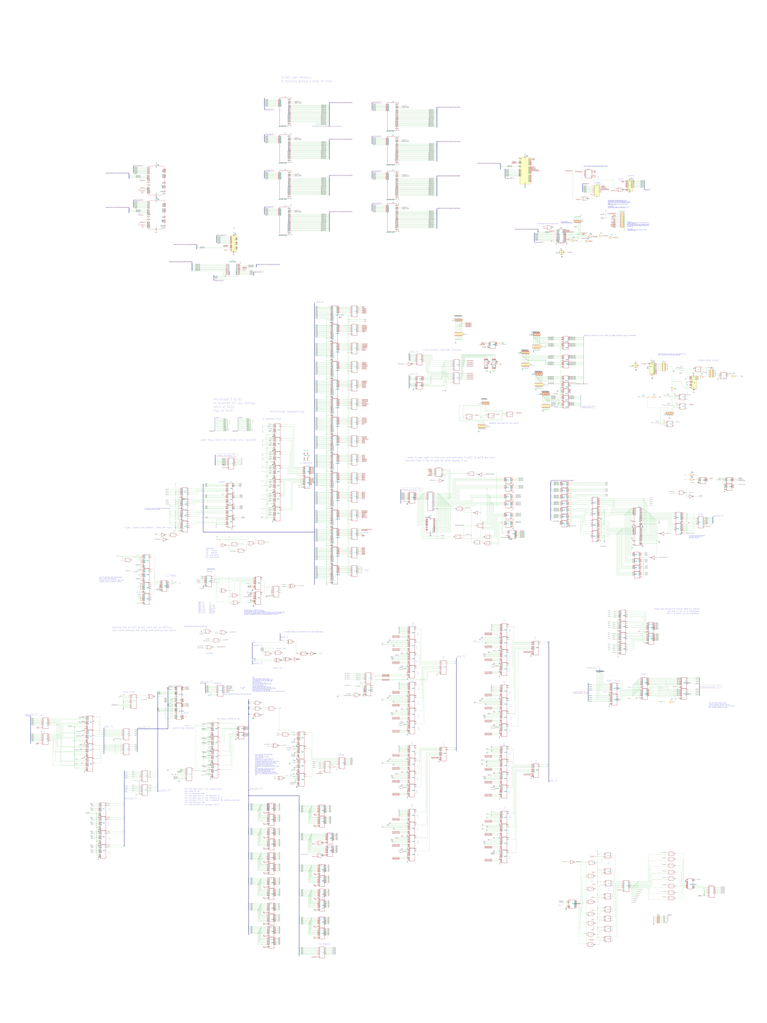
<source format=kicad_sch>
(kicad_sch (version 20231120) (generator "eeschema") (generator_version "8.0")
  (paper "User" 2100 2799.99)
  (lib_symbols
    (symbol "16550_1" (pin_names (offset 1.016))
      (property "Reference" "U13" (at 2.1941 44.45 0))
      (property "Value" "16550" (at 2.1941 41.91 0))
      (symbol "16550_1_1_1"
        (pin bidirectional line (at -25.4 35.56 0) (length 3.81) (name "D0") (number "1"))
        (pin input line (at 25.4 -5.08 180) (length 3.81) (name "SIN") (number "10"))
        (pin output line (at 25.4 -7.62 180) (length 3.81) (name "SOUT") (number "11"))
        (pin input line (at -25.4 5.08 0) (length 3.81) (name "CS0") (number "12"))
        (pin input line (at -25.4 2.54 0) (length 3.81) (name "CS1") (number "13"))
        (pin input line (at -25.4 0 0) (length 3.81) (name "~{CS2}") (number "14"))
        (pin output line (at 25.4 -30.48 180) (length 3.81) (name "~{BAUDOUT}") (number "15"))
        (pin input line (at -25.4 -5.08 0) (length 3.81) (name "XIN") (number "16"))
        (pin output line (at -25.4 -12.7 0) (length 3.81) (name "XOUT") (number "17"))
        (pin input line (at -25.4 -20.32 0) (length 3.81) (name "~{WR}") (number "18"))
        (pin input line (at -25.4 -22.86 0) (length 3.81) (name "WR") (number "19"))
        (pin bidirectional line (at -25.4 33.02 0) (length 3.81) (name "D1") (number "2"))
        (pin power_in line (at 0 -43.18 90) (length 3.81) (name "GND") (number "20"))
        (pin input line (at -25.4 -27.94 0) (length 3.81) (name "~{RD}") (number "21"))
        (pin input line (at -25.4 -25.4 0) (length 3.81) (name "RD") (number "22"))
        (pin output line (at 25.4 -20.32 180) (length 3.81) (name "DDIS") (number "23"))
        (pin output line (at 25.4 -17.78 180) (length 3.81) (name "~{TXRDY}") (number "24"))
        (pin input line (at -25.4 -30.48 0) (length 3.81) (name "~{ADS}") (number "25"))
        (pin input line (at -25.4 7.62 0) (length 3.81) (name "A2") (number "26"))
        (pin input line (at -25.4 10.16 0) (length 3.81) (name "A1") (number "27"))
        (pin input line (at -25.4 12.7 0) (length 3.81) (name "A0") (number "28"))
        (pin output line (at 25.4 -15.24 180) (length 3.81) (name "~{RXRDY}") (number "29"))
        (pin bidirectional line (at -25.4 30.48 0) (length 3.81) (name "D2") (number "3"))
        (pin output line (at -25.4 -33.02 0) (length 3.81) (name "INTR") (number "30"))
        (pin output line (at 25.4 7.62 180) (length 3.81) (name "~{OUT2}") (number "31"))
        (pin output line (at 25.4 10.16 180) (length 3.81) (name "~{RTS}") (number "32"))
        (pin output line (at 25.4 12.7 180) (length 3.81) (name "~{DTR}") (number "33"))
        (pin output line (at 25.4 15.24 180) (length 3.81) (name "~{OUT1}") (number "34"))
        (pin input line (at -25.4 -35.56 0) (length 3.81) (name "MR") (number "35"))
        (pin input line (at 25.4 22.86 180) (length 3.81) (name "~{CTS}") (number "36"))
        (pin input line (at 25.4 25.4 180) (length 3.81) (name "~{DSR}") (number "37"))
        (pin input line (at 25.4 27.94 180) (length 3.81) (name "~{DCD}") (number "38"))
        (pin input line (at 25.4 30.48 180) (length 3.81) (name "~{RI}") (number "39"))
        (pin bidirectional line (at -25.4 27.94 0) (length 3.81) (name "D3") (number "4"))
        (pin power_in line (at 0 43.18 270) (length 3.81) (name "VCC") (number "40"))
        (pin bidirectional line (at -25.4 25.4 0) (length 3.81) (name "D4") (number "5"))
        (pin bidirectional line (at -25.4 22.86 0) (length 3.81) (name "D5") (number "6"))
        (pin bidirectional line (at -25.4 20.32 0) (length 3.81) (name "D6") (number "7"))
        (pin bidirectional line (at -25.4 17.78 0) (length 3.81) (name "D7") (number "8"))
        (pin input line (at 25.4 -35.56 180) (length 3.81) (name "RCLK") (number "9"))
      )
    )
    (symbol "4xxx:4040" (pin_names (offset 1.016))
      (property "Reference" "U" (at -7.62 16.51 0))
      (property "Value" "4040" (at -7.62 -19.05 0))
      (symbol "4040_1_0"
        (pin output line (at 12.7 -15.24 180) (length 5.08) (name "Q11") (number "1"))
        (pin input inverted_clock (at -12.7 12.7 0) (length 5.08) (name "CLK") (number "10"))
        (pin input line (at -12.7 5.08 0) (length 5.08) (name "Reset") (number "11"))
        (pin output line (at 12.7 -7.62 180) (length 5.08) (name "Q8") (number "12"))
        (pin output line (at 12.7 -5.08 180) (length 5.08) (name "Q7") (number "13"))
        (pin output line (at 12.7 -10.16 180) (length 5.08) (name "Q9") (number "14"))
        (pin output line (at 12.7 -12.7 180) (length 5.08) (name "Q10") (number "15"))
        (pin power_in line (at 0 20.32 270) (length 5.08) (name "VDD") (number "16"))
        (pin output line (at 12.7 0 180) (length 5.08) (name "Q5") (number "2"))
        (pin output line (at 12.7 2.54 180) (length 5.08) (name "Q4") (number "3"))
        (pin output line (at 12.7 -2.54 180) (length 5.08) (name "Q6") (number "4"))
        (pin output line (at 12.7 5.08 180) (length 5.08) (name "Q3") (number "5"))
        (pin output line (at 12.7 7.62 180) (length 5.08) (name "Q2") (number "6"))
        (pin output line (at 12.7 10.16 180) (length 5.08) (name "Q1") (number "7"))
        (pin power_in line (at 0 -22.86 90) (length 5.08) (name "VSS") (number "8"))
        (pin output line (at 12.7 12.7 180) (length 5.08) (name "Q0") (number "9"))
      )
    )
    (symbol "74138N_1"
      (property "Reference" "IC116" (at -5.08 11.176 0))
      (property "Value" "74138N" (at -10.16 -15.24 0))
      (symbol "74138N_1_1_0"
        (pin input line (at -15.24 7.62 0) (length 5.08) (name "A") (number "1"))
        (pin output inverted (at 12.7 -5.08 180) (length 5.08) (name "Y5") (number "10"))
        (pin output inverted (at 12.7 -2.54 180) (length 5.08) (name "Y4") (number "11"))
        (pin output inverted (at 12.7 0 180) (length 5.08) (name "Y3") (number "12"))
        (pin output inverted (at 12.7 2.54 180) (length 5.08) (name "Y2") (number "13"))
        (pin output inverted (at 12.7 5.08 180) (length 5.08) (name "Y1") (number "14"))
        (pin output inverted (at 12.7 7.62 180) (length 5.08) (name "Y0") (number "15"))
        (pin input line (at -15.24 5.08 0) (length 5.08) (name "B") (number "2"))
        (pin input line (at -15.24 2.54 0) (length 5.08) (name "C") (number "3"))
        (pin input inverted (at -15.24 -7.62 0) (length 5.08) (name "G2A") (number "4"))
        (pin input inverted (at -15.24 -10.16 0) (length 5.08) (name "G2B") (number "5"))
        (pin input line (at -15.24 -5.08 0) (length 5.08) (name "G1") (number "6"))
        (pin output inverted (at 12.7 -10.16 180) (length 5.08) (name "Y7") (number "7"))
        (pin output inverted (at 12.7 -7.62 180) (length 5.08) (name "Y6") (number "9"))
      )
      (symbol "74138N_1_2_0"
        (text "GND" (at 1.905 -7.62 900) (effects (font (size 1.27 1.0795)) (justify left bottom)))
        (text "VCC" (at 1.905 5.08 900) (effects (font (size 1.27 1.0795)) (justify left bottom)))
        (pin power_in line (at 0 10.16 270) (length 7.62) (name "VCC") (number "16"))
        (pin power_in line (at 0 -10.16 90) (length 7.62) (name "GND") (number "8"))
      )
    )
    (symbol "74138N_2"
      (property "Reference" "IC176" (at -0.635 -0.635 0))
      (property "Value" "74138N" (at -10.16 -15.24 0))
      (symbol "74138N_2_1_0"
        (pin input line (at -15.24 7.62 0) (length 5.08) (name "A") (number "1"))
        (pin output inverted (at 12.7 -5.08 180) (length 5.08) (name "Y5") (number "10"))
        (pin output inverted (at 12.7 -2.54 180) (length 5.08) (name "Y4") (number "11"))
        (pin output inverted (at 12.7 0 180) (length 5.08) (name "Y3") (number "12"))
        (pin output inverted (at 12.7 2.54 180) (length 5.08) (name "Y2") (number "13"))
        (pin output inverted (at 12.7 5.08 180) (length 5.08) (name "Y1") (number "14"))
        (pin output inverted (at 12.7 7.62 180) (length 5.08) (name "Y0") (number "15"))
        (pin input line (at -15.24 5.08 0) (length 5.08) (name "B") (number "2"))
        (pin input line (at -15.24 2.54 0) (length 5.08) (name "C") (number "3"))
        (pin input inverted (at -15.24 -7.62 0) (length 5.08) (name "G2A") (number "4"))
        (pin input inverted (at -15.24 -10.16 0) (length 5.08) (name "G2B") (number "5"))
        (pin input line (at -15.24 -5.08 0) (length 5.08) (name "G1") (number "6"))
        (pin output inverted (at 12.7 -10.16 180) (length 5.08) (name "Y7") (number "7"))
        (pin output inverted (at 12.7 -7.62 180) (length 5.08) (name "Y6") (number "9"))
      )
      (symbol "74138N_2_2_0"
        (text "GND" (at 1.905 -7.62 900) (effects (font (size 1.27 1.0795)) (justify left bottom)))
        (text "VCC" (at 1.905 5.08 900) (effects (font (size 1.27 1.0795)) (justify left bottom)))
        (pin power_in line (at 0 10.16 270) (length 7.62) (name "VCC") (number "16"))
        (pin power_in line (at 0 -10.16 90) (length 7.62) (name "GND") (number "8"))
      )
    )
    (symbol "74xx:74HC04"
      (property "Reference" "U" (at 0 1.27 0))
      (property "Value" "74HC04" (at 0 -1.27 0))
      (symbol "74HC04_1_0"
        (pin input line (at -7.62 0 0) (length 3.81) (name "~") (number "1"))
        (pin output inverted (at 7.62 0 180) (length 3.81) (name "~") (number "2"))
      )
      (symbol "74HC04_2_0"
        (pin input line (at -7.62 0 0) (length 3.81) (name "~") (number "3"))
        (pin output inverted (at 7.62 0 180) (length 3.81) (name "~") (number "4"))
      )
      (symbol "74HC04_3_0"
        (pin input line (at -7.62 0 0) (length 3.81) (name "~") (number "5"))
        (pin output inverted (at 7.62 0 180) (length 3.81) (name "~") (number "6"))
      )
      (symbol "74HC04_4_0"
        (pin output inverted (at 7.62 0 180) (length 3.81) (name "~") (number "8"))
        (pin input line (at -7.62 0 0) (length 3.81) (name "~") (number "9"))
      )
      (symbol "74HC04_5_0"
        (pin output inverted (at 7.62 0 180) (length 3.81) (name "~") (number "10"))
        (pin input line (at -7.62 0 0) (length 3.81) (name "~") (number "11"))
      )
      (symbol "74HC04_6_0"
        (pin output inverted (at 7.62 0 180) (length 3.81) (name "~") (number "12"))
        (pin input line (at -7.62 0 0) (length 3.81) (name "~") (number "13"))
      )
      (symbol "74HC04_7_0"
        (pin power_in line (at 0 12.7 270) (length 5.08) (name "VCC") (number "14"))
        (pin power_in line (at 0 -12.7 90) (length 5.08) (name "GND") (number "7"))
      )
    )
    (symbol "74xx:74LS06" (pin_names (offset 1.016))
      (property "Reference" "U" (at 0 1.27 0))
      (property "Value" "74LS06" (at 0 -1.27 0))
      (symbol "74LS06_1_0"
        (pin input line (at -7.62 0 0) (length 3.81) (name "~") (number "1"))
        (pin open_collector inverted (at 7.62 0 180) (length 3.81) (name "~") (number "2"))
      )
      (symbol "74LS06_2_0"
        (pin input line (at -7.62 0 0) (length 3.81) (name "~") (number "3"))
        (pin open_collector inverted (at 7.62 0 180) (length 3.81) (name "~") (number "4"))
      )
      (symbol "74LS06_3_0"
        (pin input line (at -7.62 0 0) (length 3.81) (name "~") (number "5"))
        (pin open_collector inverted (at 7.62 0 180) (length 3.81) (name "~") (number "6"))
      )
      (symbol "74LS06_4_0"
        (pin open_collector inverted (at 7.62 0 180) (length 3.81) (name "~") (number "8"))
        (pin input line (at -7.62 0 0) (length 3.81) (name "~") (number "9"))
      )
      (symbol "74LS06_5_0"
        (pin open_collector inverted (at 7.62 0 180) (length 3.81) (name "~") (number "10"))
        (pin input line (at -7.62 0 0) (length 3.81) (name "~") (number "11"))
      )
      (symbol "74LS06_6_0"
        (pin open_collector inverted (at 7.62 0 180) (length 3.81) (name "~") (number "12"))
        (pin input line (at -7.62 0 0) (length 3.81) (name "~") (number "13"))
      )
      (symbol "74LS06_7_0"
        (pin power_in line (at 0 12.7 270) (length 5.08) (name "VCC") (number "14"))
        (pin power_in line (at 0 -12.7 90) (length 5.08) (name "GND") (number "7"))
      )
    )
    (symbol "74xx:74LS173" (pin_names (offset 1.016))
      (property "Reference" "U" (at -7.62 19.05 0))
      (property "Value" "74LS173" (at -7.62 -19.05 0))
      (symbol "74LS173_1_0"
        (pin input inverted (at -12.7 2.54 0) (length 5.08) (name "Oe1") (number "1"))
        (pin input inverted (at -12.7 -7.62 0) (length 5.08) (name "E2") (number "10"))
        (pin input line (at -12.7 7.62 0) (length 5.08) (name "D3") (number "11"))
        (pin input line (at -12.7 10.16 0) (length 5.08) (name "D2") (number "12"))
        (pin input line (at -12.7 12.7 0) (length 5.08) (name "D1") (number "13"))
        (pin input line (at -12.7 15.24 0) (length 5.08) (name "D0") (number "14"))
        (pin input line (at -12.7 -15.24 0) (length 5.08) (name "Mr") (number "15"))
        (pin power_in line (at 0 22.86 270) (length 5.08) (name "VCC") (number "16"))
        (pin input inverted (at -12.7 0 0) (length 5.08) (name "Oe2") (number "2"))
        (pin tri_state line (at 12.7 15.24 180) (length 5.08) (name "Q0") (number "3"))
        (pin tri_state line (at 12.7 12.7 180) (length 5.08) (name "Q1") (number "4"))
        (pin tri_state line (at 12.7 10.16 180) (length 5.08) (name "Q2") (number "5"))
        (pin tri_state line (at 12.7 7.62 180) (length 5.08) (name "Q3") (number "6"))
        (pin input clock (at -12.7 -10.16 0) (length 5.08) (name "Cp") (number "7"))
        (pin power_in line (at 0 -22.86 90) (length 5.08) (name "GND") (number "8"))
        (pin input inverted (at -12.7 -5.08 0) (length 5.08) (name "E1") (number "9"))
      )
    )
    (symbol "74xx:74LS244" (pin_names (offset 1.016))
      (property "Reference" "U" (at -7.62 16.51 0))
      (property "Value" "74LS244" (at -7.62 -16.51 0))
      (symbol "74LS244_1_0"
        (pin input inverted (at -12.7 -10.16 0) (length 5.08) (name "OEa") (number "1"))
        (pin power_in line (at 0 -20.32 90) (length 5.08) (name "GND") (number "10"))
        (pin input line (at -12.7 2.54 0) (length 5.08) (name "I0b") (number "11"))
        (pin tri_state line (at 12.7 5.08 180) (length 5.08) (name "O3a") (number "12"))
        (pin input line (at -12.7 0 0) (length 5.08) (name "I1b") (number "13"))
        (pin tri_state line (at 12.7 7.62 180) (length 5.08) (name "O2a") (number "14"))
        (pin input line (at -12.7 -2.54 0) (length 5.08) (name "I2b") (number "15"))
        (pin tri_state line (at 12.7 10.16 180) (length 5.08) (name "O1a") (number "16"))
        (pin input line (at -12.7 -5.08 0) (length 5.08) (name "I3b") (number "17"))
        (pin tri_state line (at 12.7 12.7 180) (length 5.08) (name "O0a") (number "18"))
        (pin input inverted (at -12.7 -12.7 0) (length 5.08) (name "OEb") (number "19"))
        (pin input line (at -12.7 12.7 0) (length 5.08) (name "I0a") (number "2"))
        (pin power_in line (at 0 20.32 270) (length 5.08) (name "VCC") (number "20"))
        (pin tri_state line (at 12.7 -5.08 180) (length 5.08) (name "O3b") (number "3"))
        (pin input line (at -12.7 10.16 0) (length 5.08) (name "I1a") (number "4"))
        (pin tri_state line (at 12.7 -2.54 180) (length 5.08) (name "O2b") (number "5"))
        (pin input line (at -12.7 7.62 0) (length 5.08) (name "I2a") (number "6"))
        (pin tri_state line (at 12.7 0 180) (length 5.08) (name "O1b") (number "7"))
        (pin input line (at -12.7 5.08 0) (length 5.08) (name "I3a") (number "8"))
        (pin tri_state line (at 12.7 2.54 180) (length 5.08) (name "O0b") (number "9"))
      )
    )
    (symbol "74xx:74LS377" (pin_names (offset 1.016))
      (property "Reference" "U" (at -7.62 16.51 0))
      (property "Value" "74LS377" (at -7.62 -16.51 0))
      (symbol "74LS377_1_0"
        (pin input line (at -12.7 -12.7 0) (length 5.08) (name "~{E}") (number "1"))
        (pin power_in line (at 0 -20.32 90) (length 5.08) (name "GND") (number "10"))
        (pin input clock (at -12.7 -10.16 0) (length 5.08) (name "CP") (number "11"))
        (pin output line (at 12.7 2.54 180) (length 5.08) (name "Q4") (number "12"))
        (pin input line (at -12.7 2.54 0) (length 5.08) (name "D4") (number "13"))
        (pin input line (at -12.7 0 0) (length 5.08) (name "D5") (number "14"))
        (pin output line (at 12.7 0 180) (length 5.08) (name "Q5") (number "15"))
        (pin output line (at 12.7 -2.54 180) (length 5.08) (name "Q6") (number "16"))
        (pin input line (at -12.7 -2.54 0) (length 5.08) (name "D6") (number "17"))
        (pin input line (at -12.7 -5.08 0) (length 5.08) (name "D7") (number "18"))
        (pin output line (at 12.7 -5.08 180) (length 5.08) (name "Q7") (number "19"))
        (pin output line (at 12.7 12.7 180) (length 5.08) (name "Q0") (number "2"))
        (pin power_in line (at 0 20.32 270) (length 5.08) (name "VCC") (number "20"))
        (pin input line (at -12.7 12.7 0) (length 5.08) (name "D0") (number "3"))
        (pin input line (at -12.7 10.16 0) (length 5.08) (name "D1") (number "4"))
        (pin output line (at 12.7 10.16 180) (length 5.08) (name "Q1") (number "5"))
        (pin output line (at 12.7 7.62 180) (length 5.08) (name "Q2") (number "6"))
        (pin input line (at -12.7 7.62 0) (length 5.08) (name "D2") (number "7"))
        (pin input line (at -12.7 5.08 0) (length 5.08) (name "D3") (number "8"))
        (pin output line (at 12.7 5.08 180) (length 5.08) (name "Q3") (number "9"))
      )
    )
    (symbol "Connector_Generic:Conn_02x17_Odd_Even" (pin_names (offset 1.016) hide)
      (property "Reference" "J" (at 1.27 22.86 0))
      (property "Value" "Conn_02x17_Odd_Even" (at 1.27 -22.86 0))
      (symbol "Conn_02x17_Odd_Even_1_1"
        (pin passive line (at -5.08 20.32 0) (length 3.81) (name "Pin_1") (number "1"))
        (pin passive line (at 7.62 10.16 180) (length 3.81) (name "Pin_10") (number "10"))
        (pin passive line (at -5.08 7.62 0) (length 3.81) (name "Pin_11") (number "11"))
        (pin passive line (at 7.62 7.62 180) (length 3.81) (name "Pin_12") (number "12"))
        (pin passive line (at -5.08 5.08 0) (length 3.81) (name "Pin_13") (number "13"))
        (pin passive line (at 7.62 5.08 180) (length 3.81) (name "Pin_14") (number "14"))
        (pin passive line (at -5.08 2.54 0) (length 3.81) (name "Pin_15") (number "15"))
        (pin passive line (at 7.62 2.54 180) (length 3.81) (name "Pin_16") (number "16"))
        (pin passive line (at -5.08 0 0) (length 3.81) (name "Pin_17") (number "17"))
        (pin passive line (at 7.62 0 180) (length 3.81) (name "Pin_18") (number "18"))
        (pin passive line (at -5.08 -2.54 0) (length 3.81) (name "Pin_19") (number "19"))
        (pin passive line (at 7.62 20.32 180) (length 3.81) (name "Pin_2") (number "2"))
        (pin passive line (at 7.62 -2.54 180) (length 3.81) (name "Pin_20") (number "20"))
        (pin passive line (at -5.08 -5.08 0) (length 3.81) (name "Pin_21") (number "21"))
        (pin passive line (at 7.62 -5.08 180) (length 3.81) (name "Pin_22") (number "22"))
        (pin passive line (at -5.08 -7.62 0) (length 3.81) (name "Pin_23") (number "23"))
        (pin passive line (at 7.62 -7.62 180) (length 3.81) (name "Pin_24") (number "24"))
        (pin passive line (at -5.08 -10.16 0) (length 3.81) (name "Pin_25") (number "25"))
        (pin passive line (at 7.62 -10.16 180) (length 3.81) (name "Pin_26") (number "26"))
        (pin passive line (at -5.08 -12.7 0) (length 3.81) (name "Pin_27") (number "27"))
        (pin passive line (at 7.62 -12.7 180) (length 3.81) (name "Pin_28") (number "28"))
        (pin passive line (at -5.08 -15.24 0) (length 3.81) (name "Pin_29") (number "29"))
        (pin passive line (at -5.08 17.78 0) (length 3.81) (name "Pin_3") (number "3"))
        (pin passive line (at 7.62 -15.24 180) (length 3.81) (name "Pin_30") (number "30"))
        (pin passive line (at -5.08 -17.78 0) (length 3.81) (name "Pin_31") (number "31"))
        (pin passive line (at 7.62 -17.78 180) (length 3.81) (name "Pin_32") (number "32"))
        (pin passive line (at -5.08 -20.32 0) (length 3.81) (name "Pin_33") (number "33"))
        (pin passive line (at 7.62 -20.32 180) (length 3.81) (name "Pin_34") (number "34"))
        (pin passive line (at 7.62 17.78 180) (length 3.81) (name "Pin_4") (number "4"))
        (pin passive line (at -5.08 15.24 0) (length 3.81) (name "Pin_5") (number "5"))
        (pin passive line (at 7.62 15.24 180) (length 3.81) (name "Pin_6") (number "6"))
        (pin passive line (at -5.08 12.7 0) (length 3.81) (name "Pin_7") (number "7"))
        (pin passive line (at 7.62 12.7 180) (length 3.81) (name "Pin_8") (number "8"))
        (pin passive line (at -5.08 10.16 0) (length 3.81) (name "Pin_9") (number "9"))
      )
    )
    (symbol "Device:C" (pin_numbers hide) (pin_names (offset 0.254))
      (property "Reference" "C" (at 0.635 2.54 0))
      (property "Value" "C" (at 0.635 -2.54 0))
      (symbol "C_1_1"
        (pin passive line (at 0 3.81 270) (length 2.794) (name "~") (number "1"))
        (pin passive line (at 0 -3.81 90) (length 2.794) (name "~") (number "2"))
      )
    )
    (symbol "Device:R_Pack08" (pin_names (offset 0) hide)
      (property "Reference" "RN" (at -12.7 0 90))
      (property "Value" "R_Pack08" (at 10.16 0 90))
      (symbol "R_Pack08_1_1"
        (pin passive line (at -10.16 -5.08 90) (length 2.54) (name "R1.1") (number "1"))
        (pin passive line (at 5.08 5.08 270) (length 2.54) (name "R7.2") (number "10"))
        (pin passive line (at 2.54 5.08 270) (length 2.54) (name "R6.2") (number "11"))
        (pin passive line (at 0 5.08 270) (length 2.54) (name "R5.2") (number "12"))
        (pin passive line (at -2.54 5.08 270) (length 2.54) (name "R4.2") (number "13"))
        (pin passive line (at -5.08 5.08 270) (length 2.54) (name "R3.2") (number "14"))
        (pin passive line (at -7.62 5.08 270) (length 2.54) (name "R2.2") (number "15"))
        (pin passive line (at -10.16 5.08 270) (length 2.54) (name "R1.2") (number "16"))
        (pin passive line (at -7.62 -5.08 90) (length 2.54) (name "R2.1") (number "2"))
        (pin passive line (at -5.08 -5.08 90) (length 2.54) (name "R3.1") (number "3"))
        (pin passive line (at -2.54 -5.08 90) (length 2.54) (name "R4.1") (number "4"))
        (pin passive line (at 0 -5.08 90) (length 2.54) (name "R5.1") (number "5"))
        (pin passive line (at 2.54 -5.08 90) (length 2.54) (name "R6.1") (number "6"))
        (pin passive line (at 5.08 -5.08 90) (length 2.54) (name "R7.1") (number "7"))
        (pin passive line (at 7.62 -5.08 90) (length 2.54) (name "R8.1") (number "8"))
        (pin passive line (at 7.62 5.08 270) (length 2.54) (name "R8.2") (number "9"))
      )
    )
    (symbol "GND_1" (power) (pin_numbers hide) (pin_names (offset 0) hide)
      (property "Value" "GND" (at 0 -3.81 0))
      (symbol "GND_1_1_1"
        (pin power_in line (at 0 0 270) (length 0) (name "~") (number "1"))
      )
    )
    (symbol "HTIL311A_1"
      (property "Reference" "DIS2" (at -3.5277 -3.3827 0))
      (symbol "HTIL311A_1_0_0"
        (pin input line (at 8.89 0 180) (length 5.08) (name "LEDSUP") (number "1"))
        (pin power_in line (at 8.89 5.08 180) (length 5.08) (name "VCC") (number "14"))
        (pin power_in line (at 8.89 2.54 180) (length 5.08) (name "GND") (number "7"))
      )
      (symbol "HTIL311A_1_1_0"
        (pin input line (at 2.54 -13.97 90) (length 2.54) (name "DP-R") (number "10"))
        (pin input line (at 2.54 13.97 270) (length 2.54) (name "D3") (number "12"))
        (pin input line (at 0 13.97 270) (length 2.54) (name "D2") (number "13"))
        (pin input line (at -2.54 13.97 270) (length 2.54) (name "D1") (number "2"))
        (pin input line (at -5.08 13.97 270) (length 2.54) (name "D0") (number "3"))
        (pin input line (at -2.54 -13.97 90) (length 2.54) (name "DP-L") (number "4"))
        (pin input line (at -5.08 -13.97 90) (length 2.54) (name "L-SI") (number "5"))
        (pin input line (at 0 -13.97 90) (length 2.54) (name "BI") (number "8"))
      )
      (symbol "HTIL311A_1_1_1"
        (text "GND" (at 1.8828 2.4743 0) (effects (font (size 1 1))))
        (text "LED VCC" (at 0.3258 -0.0453 0) (effects (font (size 1 1))))
        (text "Logic VCC" (at -0.3536 5.0788 0) (effects (font (size 1 1))))
      )
      (symbol "HTIL311A_1_2_0"
        (text "GND" (at 1.905 -5.842 900) (effects (font (size 1.27 1.0795)) (justify left bottom)))
        (text "LED" (at -6.477 1.905 900) (effects (font (size 1.27 1.0795)) (justify right top)))
        (text "SUP" (at -4.826 1.905 900) (effects (font (size 1.27 1.0795)) (justify right top)))
        (text "VCC" (at 1.905 2.413 900) (effects (font (size 1.27 1.0795)) (justify left bottom)))
      )
    )
    (symbol "Interface:8255" (pin_names (offset 1.016))
      (property "Reference" "PIO_0" (at 2.1941 41.91 0))
      (property "Value" "8255" (at 2.1941 39.37 0))
      (symbol "8255_1_1"
        (pin bidirectional line (at 17.78 25.4 180) (length 3.81) (name "PA3") (number "1"))
        (pin bidirectional line (at 17.78 -30.48 180) (length 3.81) (name "PC7") (number "10"))
        (pin bidirectional line (at 17.78 -27.94 180) (length 3.81) (name "PC6") (number "11"))
        (pin bidirectional line (at 17.78 -25.4 180) (length 3.81) (name "PC5") (number "12"))
        (pin bidirectional line (at 17.78 -22.86 180) (length 3.81) (name "PC4") (number "13"))
        (pin bidirectional line (at 17.78 -12.7 180) (length 3.81) (name "PC0") (number "14"))
        (pin bidirectional line (at 17.78 -15.24 180) (length 3.81) (name "PC1") (number "15"))
        (pin bidirectional line (at 17.78 -17.78 180) (length 3.81) (name "PC2") (number "16"))
        (pin bidirectional line (at 17.78 -20.32 180) (length 3.81) (name "PC3") (number "17"))
        (pin bidirectional line (at 17.78 10.16 180) (length 3.81) (name "PB0") (number "18"))
        (pin bidirectional line (at 17.78 7.62 180) (length 3.81) (name "PB1") (number "19"))
        (pin bidirectional line (at 17.78 27.94 180) (length 3.81) (name "PA2") (number "2"))
        (pin bidirectional line (at 17.78 5.08 180) (length 3.81) (name "PB2") (number "20"))
        (pin bidirectional line (at 17.78 2.54 180) (length 3.81) (name "PB3") (number "21"))
        (pin bidirectional line (at 17.78 0 180) (length 3.81) (name "PB4") (number "22"))
        (pin bidirectional line (at 17.78 -2.54 180) (length 3.81) (name "PB5") (number "23"))
        (pin bidirectional line (at 17.78 -5.08 180) (length 3.81) (name "PB6") (number "24"))
        (pin bidirectional line (at 17.78 -7.62 180) (length 3.81) (name "PB7") (number "25"))
        (pin power_in line (at 0 40.64 270) (length 3.81) (name "VCC") (number "26"))
        (pin bidirectional line (at -17.78 -15.24 0) (length 3.81) (name "D7") (number "27"))
        (pin bidirectional line (at -17.78 -12.7 0) (length 3.81) (name "D6") (number "28"))
        (pin bidirectional line (at -17.78 -10.16 0) (length 3.81) (name "D5") (number "29"))
        (pin bidirectional line (at 17.78 30.48 180) (length 3.81) (name "PA1") (number "3"))
        (pin bidirectional line (at -17.78 -7.62 0) (length 3.81) (name "D4") (number "30"))
        (pin bidirectional line (at -17.78 -5.08 0) (length 3.81) (name "D3") (number "31"))
        (pin bidirectional line (at -17.78 -2.54 0) (length 3.81) (name "D2") (number "32"))
        (pin bidirectional line (at -17.78 0 0) (length 3.81) (name "D1") (number "33"))
        (pin bidirectional line (at -17.78 2.54 0) (length 3.81) (name "D0") (number "34"))
        (pin input line (at -17.78 33.02 0) (length 3.81) (name "RESET") (number "35"))
        (pin input line (at -17.78 20.32 0) (length 3.81) (name "~{WR}") (number "36"))
        (pin bidirectional line (at 17.78 15.24 180) (length 3.81) (name "PA7") (number "37"))
        (pin bidirectional line (at 17.78 17.78 180) (length 3.81) (name "PA6") (number "38"))
        (pin bidirectional line (at 17.78 20.32 180) (length 3.81) (name "PA5") (number "39"))
        (pin bidirectional line (at 17.78 33.02 180) (length 3.81) (name "PA0") (number "4"))
        (pin bidirectional line (at 17.78 22.86 180) (length 3.81) (name "PA4") (number "40"))
        (pin input line (at -17.78 22.86 0) (length 3.81) (name "~{RD}") (number "5"))
        (pin input line (at -17.78 25.4 0) (length 3.81) (name "~{CS}") (number "6"))
        (pin power_in line (at 0 -40.64 90) (length 3.81) (name "GND") (number "7"))
        (pin input line (at -17.78 10.16 0) (length 3.81) (name "A1") (number "8"))
        (pin input line (at -17.78 12.7 0) (length 3.81) (name "A0") (number "9"))
      )
    )
    (symbol "Interface_UART:16550" (pin_names (offset 1.016))
      (property "Reference" "U14" (at 2.1941 44.45 0))
      (property "Value" "16550" (at 2.1941 41.91 0))
      (symbol "16550_1_1"
        (pin bidirectional line (at -25.4 35.56 0) (length 3.81) (name "D0") (number "1"))
        (pin input line (at 25.4 -5.08 180) (length 3.81) (name "SIN") (number "10"))
        (pin output line (at 25.4 -7.62 180) (length 3.81) (name "SOUT") (number "11"))
        (pin input line (at -25.4 5.08 0) (length 3.81) (name "CS0") (number "12"))
        (pin input line (at -25.4 2.54 0) (length 3.81) (name "CS1") (number "13"))
        (pin input line (at -25.4 0 0) (length 3.81) (name "~{CS2}") (number "14"))
        (pin output line (at 25.4 -30.48 180) (length 3.81) (name "~{BAUDOUT}") (number "15"))
        (pin input line (at -25.4 -5.08 0) (length 3.81) (name "XIN") (number "16"))
        (pin output line (at -25.4 -12.7 0) (length 3.81) (name "XOUT") (number "17"))
        (pin input line (at -25.4 -20.32 0) (length 3.81) (name "~{WR}") (number "18"))
        (pin input line (at -25.4 -22.86 0) (length 3.81) (name "WR") (number "19"))
        (pin bidirectional line (at -25.4 33.02 0) (length 3.81) (name "D1") (number "2"))
        (pin power_in line (at 0 -43.18 90) (length 3.81) (name "GND") (number "20"))
        (pin input line (at -25.4 -27.94 0) (length 3.81) (name "~{RD}") (number "21"))
        (pin input line (at -25.4 -25.4 0) (length 3.81) (name "RD") (number "22"))
        (pin output line (at 25.4 -20.32 180) (length 3.81) (name "DDIS") (number "23"))
        (pin output line (at 25.4 -17.78 180) (length 3.81) (name "~{TXRDY}") (number "24"))
        (pin input line (at -25.4 -30.48 0) (length 3.81) (name "~{ADS}") (number "25"))
        (pin input line (at -25.4 7.62 0) (length 3.81) (name "A2") (number "26"))
        (pin input line (at -25.4 10.16 0) (length 3.81) (name "A1") (number "27"))
        (pin input line (at -25.4 12.7 0) (length 3.81) (name "A0") (number "28"))
        (pin output line (at 25.4 -15.24 180) (length 3.81) (name "~{RXRDY}") (number "29"))
        (pin bidirectional line (at -25.4 30.48 0) (length 3.81) (name "D2") (number "3"))
        (pin output line (at -25.4 -33.02 0) (length 3.81) (name "INTR") (number "30"))
        (pin output line (at 25.4 7.62 180) (length 3.81) (name "~{OUT2}") (number "31"))
        (pin output line (at 25.4 10.16 180) (length 3.81) (name "~{RTS}") (number "32"))
        (pin output line (at 25.4 12.7 180) (length 3.81) (name "~{DTR}") (number "33"))
        (pin output line (at 25.4 15.24 180) (length 3.81) (name "~{OUT1}") (number "34"))
        (pin input line (at -25.4 -35.56 0) (length 3.81) (name "MR") (number "35"))
        (pin input line (at 25.4 22.86 180) (length 3.81) (name "~{CTS}") (number "36"))
        (pin input line (at 25.4 25.4 180) (length 3.81) (name "~{DSR}") (number "37"))
        (pin input line (at 25.4 27.94 180) (length 3.81) (name "~{DCD}") (number "38"))
        (pin input line (at 25.4 30.48 180) (length 3.81) (name "~{RI}") (number "39"))
        (pin bidirectional line (at -25.4 27.94 0) (length 3.81) (name "D3") (number "4"))
        (pin power_in line (at 0 43.18 270) (length 3.81) (name "VCC") (number "40"))
        (pin bidirectional line (at -25.4 25.4 0) (length 3.81) (name "D4") (number "5"))
        (pin bidirectional line (at -25.4 22.86 0) (length 3.81) (name "D5") (number "6"))
        (pin bidirectional line (at -25.4 20.32 0) (length 3.81) (name "D6") (number "7"))
        (pin bidirectional line (at -25.4 17.78 0) (length 3.81) (name "D7") (number "8"))
        (pin input line (at 25.4 -35.56 180) (length 3.81) (name "RCLK") (number "9"))
      )
    )
    (symbol "Memory_RAM:KM62256CLP"
      (property "Reference" "U15" (at 2.1941 25.4 0))
      (property "Value" "KM62256CLP" (at 2.1941 22.86 0))
      (symbol "KM62256CLP_0_0"
        (pin power_in line (at 0 -22.86 90) (length 2.54) (name "GND") (number "14"))
        (pin power_in line (at 0 22.86 270) (length 2.54) (name "VCC") (number "28"))
      )
      (symbol "KM62256CLP_1_1"
        (pin input line (at -12.7 -17.78 0) (length 2.54) (name "A14") (number "1"))
        (pin input line (at -12.7 17.78 0) (length 2.54) (name "A0") (number "10"))
        (pin tri_state line (at 12.7 17.78 180) (length 2.54) (name "Q0") (number "11"))
        (pin tri_state line (at 12.7 15.24 180) (length 2.54) (name "Q1") (number "12"))
        (pin tri_state line (at 12.7 12.7 180) (length 2.54) (name "Q2") (number "13"))
        (pin tri_state line (at 12.7 10.16 180) (length 2.54) (name "Q3") (number "15"))
        (pin tri_state line (at 12.7 7.62 180) (length 2.54) (name "Q4") (number "16"))
        (pin tri_state line (at 12.7 5.08 180) (length 2.54) (name "Q5") (number "17"))
        (pin tri_state line (at 12.7 2.54 180) (length 2.54) (name "Q6") (number "18"))
        (pin tri_state line (at 12.7 0 180) (length 2.54) (name "Q7") (number "19"))
        (pin input line (at -12.7 -12.7 0) (length 2.54) (name "A12") (number "2"))
        (pin input line (at 12.7 -5.08 180) (length 2.54) (name "~{CS}") (number "20"))
        (pin input line (at -12.7 -7.62 0) (length 2.54) (name "A10") (number "21"))
        (pin input line (at 12.7 -10.16 180) (length 2.54) (name "~{OE}") (number "22"))
        (pin input line (at -12.7 -10.16 0) (length 2.54) (name "A11") (number "23"))
        (pin input line (at -12.7 -5.08 0) (length 2.54) (name "A9") (number "24"))
        (pin input line (at -12.7 -2.54 0) (length 2.54) (name "A8") (number "25"))
        (pin input line (at -12.7 -15.24 0) (length 2.54) (name "A13") (number "26"))
        (pin input line (at 12.7 -12.7 180) (length 2.54) (name "~{WE}") (number "27"))
        (pin input line (at -12.7 0 0) (length 2.54) (name "A7") (number "3"))
        (pin input line (at -12.7 2.54 0) (length 2.54) (name "A6") (number "4"))
        (pin input line (at -12.7 5.08 0) (length 2.54) (name "A5") (number "5"))
        (pin input line (at -12.7 7.62 0) (length 2.54) (name "A4") (number "6"))
        (pin input line (at -12.7 10.16 0) (length 2.54) (name "A3") (number "7"))
        (pin input line (at -12.7 12.7 0) (length 2.54) (name "A2") (number "8"))
        (pin input line (at -12.7 15.24 0) (length 2.54) (name "A1") (number "9"))
      )
    )
    (symbol "New_Library:M48T02-200PC1" (pin_names (offset 0.254))
      (property "Reference" "U" (at 20.32 10.16 0))
      (property "Value" "M48T02-200PC1" (at 20.32 7.62 0))
      (symbol "M48T02-200PC1_1_1"
        (pin input line (at 0 0 0) (length 7.62) (name "A7") (number "1"))
        (pin bidirectional line (at 0 -22.86 0) (length 7.62) (name "DQ1") (number "10"))
        (pin bidirectional line (at 0 -25.4 0) (length 7.62) (name "DQ2") (number "11"))
        (pin power_in line (at 0 -27.94 0) (length 7.62) (name "GND") (number "12"))
        (pin bidirectional line (at 40.64 -27.94 180) (length 7.62) (name "DQ3") (number "13"))
        (pin bidirectional line (at 40.64 -25.4 180) (length 7.62) (name "DQ4") (number "14"))
        (pin bidirectional line (at 40.64 -22.86 180) (length 7.62) (name "DQ5") (number "15"))
        (pin bidirectional line (at 40.64 -20.32 180) (length 7.62) (name "DQ6") (number "16"))
        (pin bidirectional line (at 40.64 -17.78 180) (length 7.62) (name "DQ7") (number "17"))
        (pin input line (at 40.64 -15.24 180) (length 7.62) (name "*CE") (number "18"))
        (pin input line (at 40.64 -12.7 180) (length 7.62) (name "A10") (number "19"))
        (pin input line (at 0 -2.54 0) (length 7.62) (name "A6") (number "2"))
        (pin input line (at 40.64 -10.16 180) (length 7.62) (name "*OE") (number "20"))
        (pin input line (at 40.64 -7.62 180) (length 7.62) (name "*WE") (number "21"))
        (pin input line (at 40.64 -5.08 180) (length 7.62) (name "A9") (number "22"))
        (pin input line (at 40.64 -2.54 180) (length 7.62) (name "A8") (number "23"))
        (pin power_in line (at 40.64 0 180) (length 7.62) (name "VCC") (number "24"))
        (pin input line (at 0 -5.08 0) (length 7.62) (name "A5") (number "3"))
        (pin input line (at 0 -7.62 0) (length 7.62) (name "A4") (number "4"))
        (pin input line (at 0 -10.16 0) (length 7.62) (name "A3") (number "5"))
        (pin input line (at 0 -12.7 0) (length 7.62) (name "A2") (number "6"))
        (pin input line (at 0 -15.24 0) (length 7.62) (name "A1") (number "7"))
        (pin input line (at 0 -17.78 0) (length 7.62) (name "A0") (number "8"))
        (pin bidirectional line (at 0 -20.32 0) (length 7.62) (name "DQ0") (number "9"))
      )
    )
    (symbol "Oscillator:ACO-xxxMHz" (pin_names (offset 0.254))
      (property "Reference" "X" (at -5.08 6.35 0))
      (property "Value" "ACO-xxxMHz" (at 1.27 -6.35 0))
      (symbol "ACO-xxxMHz_1_1"
        (pin no_connect line (at -5.08 2.54 0) (length 2.54) hide (name "NC") (number "1"))
        (pin power_in line (at 0 7.62 270) (length 2.54) (name "Vcc") (number "14"))
        (pin power_in line (at 0 -7.62 90) (length 2.54) (name "GND") (number "7"))
        (pin output line (at 7.62 0 180) (length 2.54) (name "OUT") (number "8"))
      )
    )
    (symbol "SPDT_Switch:100SP1T1B4M2QE" (pin_names (offset 1.016))
      (property "Reference" "S" (at -2.54 5.08 0))
      (property "Value" "100SP1T1B4M2QE" (at -2.54 -5.08 0))
      (symbol "100SP1T1B4M2QE_0_0"
        (pin passive line (at 7.62 2.54 180) (length 2.54) (name "~") (number "1"))
        (pin passive line (at -7.62 0 0) (length 2.54) (name "~") (number "2"))
        (pin passive line (at 7.62 -2.54 180) (length 2.54) (name "~") (number "3"))
      )
    )
    (symbol "Switch:SW_DIP_x08" (pin_names (offset 0) hide)
      (property "Reference" "SW" (at 0 13.97 0))
      (property "Value" "SW_DIP_x08" (at 0 -11.43 0))
      (symbol "SW_DIP_x08_1_1"
        (pin passive line (at -7.62 10.16 0) (length 5.08) (name "~") (number "1"))
        (pin passive line (at 7.62 -5.08 180) (length 5.08) (name "~") (number "10"))
        (pin passive line (at 7.62 -2.54 180) (length 5.08) (name "~") (number "11"))
        (pin passive line (at 7.62 0 180) (length 5.08) (name "~") (number "12"))
        (pin passive line (at 7.62 2.54 180) (length 5.08) (name "~") (number "13"))
        (pin passive line (at 7.62 5.08 180) (length 5.08) (name "~") (number "14"))
        (pin passive line (at 7.62 7.62 180) (length 5.08) (name "~") (number "15"))
        (pin passive line (at 7.62 10.16 180) (length 5.08) (name "~") (number "16"))
        (pin passive line (at -7.62 7.62 0) (length 5.08) (name "~") (number "2"))
        (pin passive line (at -7.62 5.08 0) (length 5.08) (name "~") (number "3"))
        (pin passive line (at -7.62 2.54 0) (length 5.08) (name "~") (number "4"))
        (pin passive line (at -7.62 0 0) (length 5.08) (name "~") (number "5"))
        (pin passive line (at -7.62 -2.54 0) (length 5.08) (name "~") (number "6"))
        (pin passive line (at -7.62 -5.08 0) (length 5.08) (name "~") (number "7"))
        (pin passive line (at -7.62 -7.62 0) (length 5.08) (name "~") (number "8"))
        (pin passive line (at 7.62 -7.62 180) (length 5.08) (name "~") (number "9"))
      )
    )
    (symbol "Switch:SW_SPST" (pin_names (offset 0) hide)
      (property "Reference" "SW" (at 0 3.175 0))
      (property "Value" "SW_SPST" (at 0 -2.54 0))
      (symbol "SW_SPST_1_1"
        (pin passive line (at -5.08 0 0) (length 2.54) (name "A") (number "1"))
        (pin passive line (at 5.08 0 180) (length 2.54) (name "B") (number "2"))
      )
    )
    (symbol "Timer:8253"
      (property "Reference" "U" (at -5.08 24.13 0))
      (property "Value" "8253" (at 2.54 24.13 0))
      (symbol "8253_1_1"
        (pin bidirectional line (at -10.16 0 0) (length 2.54) (name "D7") (number "1"))
        (pin output line (at 10.16 10.16 180) (length 2.54) (name "OUT0") (number "10"))
        (pin input line (at 10.16 12.7 180) (length 2.54) (name "G0") (number "11"))
        (pin power_in line (at 0 -25.4 90) (length 2.54) (name "GND") (number "12"))
        (pin output line (at 10.16 -2.54 180) (length 2.54) (name "OUT1") (number "13"))
        (pin input line (at 10.16 0 180) (length 2.54) (name "G1") (number "14"))
        (pin input clock (at 10.16 2.54 180) (length 2.54) (name "CLK1") (number "15"))
        (pin input line (at 10.16 -12.7 180) (length 2.54) (name "G2") (number "16"))
        (pin output line (at 10.16 -15.24 180) (length 2.54) (name "OUT2") (number "17"))
        (pin input clock (at 10.16 -10.16 180) (length 2.54) (name "CLK2") (number "18"))
        (pin input line (at -10.16 -10.16 0) (length 2.54) (name "A0") (number "19"))
        (pin bidirectional line (at -10.16 2.54 0) (length 2.54) (name "D6") (number "2"))
        (pin input line (at -10.16 -12.7 0) (length 2.54) (name "A1") (number "20"))
        (pin input line (at -10.16 -17.78 0) (length 2.54) (name "~{CS}") (number "21"))
        (pin input line (at -10.16 -5.08 0) (length 2.54) (name "~{RD}") (number "22"))
        (pin input line (at -10.16 -7.62 0) (length 2.54) (name "~{WR}") (number "23"))
        (pin power_in line (at 0 25.4 270) (length 2.54) (name "VCC") (number "24"))
        (pin bidirectional line (at -10.16 5.08 0) (length 2.54) (name "D5") (number "3"))
        (pin bidirectional line (at -10.16 7.62 0) (length 2.54) (name "D4") (number "4"))
        (pin bidirectional line (at -10.16 10.16 0) (length 2.54) (name "D3") (number "5"))
        (pin bidirectional line (at -10.16 12.7 0) (length 2.54) (name "D2") (number "6"))
        (pin bidirectional line (at -10.16 15.24 0) (length 2.54) (name "D1") (number "7"))
        (pin bidirectional line (at -10.16 17.78 0) (length 2.54) (name "D0") (number "8"))
        (pin input clock (at 10.16 15.24 180) (length 2.54) (name "CLK0") (number "9"))
      )
    )
    (symbol "main-eagle-import:27512"
      (property "Reference" "IC" (at -0.635 -0.635 0))
      (symbol "27512_1_0"
        (pin input line (at -15.24 -15.24 0) (length 5.08) (name "A15") (number "1"))
        (pin input line (at -15.24 22.86 0) (length 5.08) (name "A0") (number "10"))
        (pin tri_state line (at 10.16 22.86 180) (length 5.08) (name "O0") (number "11"))
        (pin tri_state line (at 10.16 20.32 180) (length 5.08) (name "O1") (number "12"))
        (pin tri_state line (at 10.16 17.78 180) (length 5.08) (name "O2") (number "13"))
        (pin tri_state line (at 10.16 15.24 180) (length 5.08) (name "O3") (number "15"))
        (pin tri_state line (at 10.16 12.7 180) (length 5.08) (name "O4") (number "16"))
        (pin tri_state line (at 10.16 10.16 180) (length 5.08) (name "O5") (number "17"))
        (pin tri_state line (at 10.16 7.62 180) (length 5.08) (name "O6") (number "18"))
        (pin tri_state line (at 10.16 5.08 180) (length 5.08) (name "O7") (number "19"))
        (pin input line (at -15.24 -7.62 0) (length 5.08) (name "A12") (number "2"))
        (pin input line (at -15.24 -20.32 0) (length 5.08) (name "~{CE}") (number "20"))
        (pin input line (at -15.24 -2.54 0) (length 5.08) (name "A10") (number "21"))
        (pin input line (at -15.24 -22.86 0) (length 5.08) (name "~{OE}") (number "22"))
        (pin input line (at -15.24 -5.08 0) (length 5.08) (name "A11") (number "23"))
        (pin input line (at -15.24 0 0) (length 5.08) (name "A9") (number "24"))
        (pin input line (at -15.24 2.54 0) (length 5.08) (name "A8") (number "25"))
        (pin input line (at -15.24 -10.16 0) (length 5.08) (name "A13") (number "26"))
        (pin input line (at -15.24 -12.7 0) (length 5.08) (name "A14") (number "27"))
        (pin input line (at -15.24 5.08 0) (length 5.08) (name "A7") (number "3"))
        (pin input line (at -15.24 7.62 0) (length 5.08) (name "A6") (number "4"))
        (pin input line (at -15.24 10.16 0) (length 5.08) (name "A5") (number "5"))
        (pin input line (at -15.24 12.7 0) (length 5.08) (name "A4") (number "6"))
        (pin input line (at -15.24 15.24 0) (length 5.08) (name "A3") (number "7"))
        (pin input line (at -15.24 17.78 0) (length 5.08) (name "A2") (number "8"))
        (pin input line (at -15.24 20.32 0) (length 5.08) (name "A1") (number "9"))
      )
      (symbol "27512_2_0"
        (text "GND" (at 1.905 -5.588 900) (effects (font (size 1.27 1.0795)) (justify left bottom)))
        (text "VCC" (at 1.905 2.413 900) (effects (font (size 1.27 1.0795)) (justify left bottom)))
        (pin power_in line (at 0 -7.62 90) (length 5.08) (name "GND") (number "14"))
        (pin power_in line (at 0 7.62 270) (length 5.08) (name "VCC") (number "28"))
      )
    )
    (symbol "main-eagle-import:58C256P"
      (property "Reference" "IC" (at -10.16 31.115 0))
      (symbol "58C256P_1_0"
        (pin input line (at -15.24 -7.62 0) (length 5.08) (name "A14") (number "1"))
        (pin input line (at -15.24 27.94 0) (length 5.08) (name "A0") (number "10"))
        (pin tri_state line (at 12.7 27.94 180) (length 5.08) (name "I/O0") (number "11"))
        (pin tri_state line (at 12.7 25.4 180) (length 5.08) (name "I/O1") (number "12"))
        (pin tri_state line (at 12.7 22.86 180) (length 5.08) (name "I/O2") (number "13"))
        (pin power_in line (at 12.7 -17.78 180) (length 5.08) (name "VSS") (number "14"))
        (pin tri_state line (at 12.7 20.32 180) (length 5.08) (name "I/O3") (number "15"))
        (pin tri_state line (at 12.7 17.78 180) (length 5.08) (name "I/O4") (number "16"))
        (pin tri_state line (at 12.7 15.24 180) (length 5.08) (name "I/O5") (number "17"))
        (pin tri_state line (at 12.7 12.7 180) (length 5.08) (name "I/O6") (number "18"))
        (pin tri_state line (at 12.7 10.16 180) (length 5.08) (name "I/O7") (number "19"))
        (pin input line (at -15.24 -2.54 0) (length 5.08) (name "A12") (number "2"))
        (pin input line (at -15.24 -17.78 0) (length 5.08) (name "~{CE}") (number "20"))
        (pin input line (at -15.24 2.54 0) (length 5.08) (name "A10") (number "21"))
        (pin input line (at -15.24 -15.24 0) (length 5.08) (name "~{OE}") (number "22"))
        (pin input line (at -15.24 0 0) (length 5.08) (name "A11") (number "23"))
        (pin input line (at -15.24 5.08 0) (length 5.08) (name "A9") (number "24"))
        (pin input line (at -15.24 7.62 0) (length 5.08) (name "A8") (number "25"))
        (pin input line (at -15.24 -5.08 0) (length 5.08) (name "A13") (number "26"))
        (pin input line (at -15.24 -12.7 0) (length 5.08) (name "~{WE}") (number "27"))
        (pin power_in line (at 12.7 -7.62 180) (length 5.08) (name "VCC") (number "28"))
        (pin input line (at -15.24 10.16 0) (length 5.08) (name "A7") (number "3"))
        (pin input line (at -15.24 12.7 0) (length 5.08) (name "A6") (number "4"))
        (pin input line (at -15.24 15.24 0) (length 5.08) (name "A5") (number "5"))
        (pin input line (at -15.24 17.78 0) (length 5.08) (name "A4") (number "6"))
        (pin input line (at -15.24 20.32 0) (length 5.08) (name "A3") (number "7"))
        (pin input line (at -15.24 22.86 0) (length 5.08) (name "A2") (number "8"))
        (pin input line (at -15.24 25.4 0) (length 5.08) (name "A1") (number "9"))
      )
    )
    (symbol "main-eagle-import:7400N"
      (property "Reference" "IC" (at -0.635 -0.635 0))
      (symbol "7400N_1_0"
        (pin input line (at -12.7 2.54 0) (length 5.08) (name "I0") (number "1"))
        (pin input line (at -12.7 -2.54 0) (length 5.08) (name "I1") (number "2"))
        (pin output inverted (at 12.7 0 180) (length 5.08) (name "O") (number "3"))
      )
      (symbol "7400N_2_0"
        (pin input line (at -12.7 2.54 0) (length 5.08) (name "I0") (number "4"))
        (pin input line (at -12.7 -2.54 0) (length 5.08) (name "I1") (number "5"))
        (pin output inverted (at 12.7 0 180) (length 5.08) (name "O") (number "6"))
      )
      (symbol "7400N_3_0"
        (pin input line (at -12.7 -2.54 0) (length 5.08) (name "I1") (number "10"))
        (pin output inverted (at 12.7 0 180) (length 5.08) (name "O") (number "8"))
        (pin input line (at -12.7 2.54 0) (length 5.08) (name "I0") (number "9"))
      )
      (symbol "7400N_4_0"
        (pin output inverted (at 12.7 0 180) (length 5.08) (name "O") (number "11"))
        (pin input line (at -12.7 2.54 0) (length 5.08) (name "I0") (number "12"))
        (pin input line (at -12.7 -2.54 0) (length 5.08) (name "I1") (number "13"))
      )
      (symbol "7400N_5_0"
        (text "GND" (at 1.905 -7.62 900) (effects (font (size 1.27 1.0795)) (justify left bottom)))
        (text "VCC" (at 1.905 5.08 900) (effects (font (size 1.27 1.0795)) (justify left bottom)))
        (pin power_in line (at 0 10.16 270) (length 7.62) (name "VCC") (number "14"))
        (pin power_in line (at 0 -10.16 90) (length 7.62) (name "GND") (number "7"))
      )
    )
    (symbol "main-eagle-import:7402N"
      (property "Reference" "IC" (at -0.635 -0.635 0))
      (symbol "7402N_1_0"
        (pin output inverted (at 12.7 0 180) (length 5.08) (name "O") (number "1"))
        (pin input line (at -12.7 2.54 0) (length 5.08) (name "I0") (number "2"))
        (pin input line (at -12.7 -2.54 0) (length 5.08) (name "I1") (number "3"))
      )
      (symbol "7402N_2_0"
        (pin output inverted (at 12.7 0 180) (length 5.08) (name "O") (number "4"))
        (pin input line (at -12.7 2.54 0) (length 5.08) (name "I0") (number "5"))
        (pin input line (at -12.7 -2.54 0) (length 5.08) (name "I1") (number "6"))
      )
      (symbol "7402N_3_0"
        (pin output inverted (at 12.7 0 180) (length 5.08) (name "O") (number "10"))
        (pin input line (at -12.7 2.54 0) (length 5.08) (name "I0") (number "8"))
        (pin input line (at -12.7 -2.54 0) (length 5.08) (name "I1") (number "9"))
      )
      (symbol "7402N_4_0"
        (pin input line (at -12.7 2.54 0) (length 5.08) (name "I0") (number "11"))
        (pin input line (at -12.7 -2.54 0) (length 5.08) (name "I1") (number "12"))
        (pin output inverted (at 12.7 0 180) (length 5.08) (name "O") (number "13"))
      )
      (symbol "7402N_5_0"
        (text "GND" (at 1.905 -7.62 900) (effects (font (size 1.27 1.0795)) (justify left bottom)))
        (text "VCC" (at 1.905 5.08 900) (effects (font (size 1.27 1.0795)) (justify left bottom)))
        (pin power_in line (at 0 10.16 270) (length 7.62) (name "VCC") (number "14"))
        (pin power_in line (at 0 -10.16 90) (length 7.62) (name "GND") (number "7"))
      )
    )
    (symbol "main-eagle-import:7404N"
      (property "Reference" "IC" (at -0.635 -0.635 0))
      (symbol "7404N_1_0"
        (pin input line (at -10.16 0 0) (length 5.08) (name "I") (number "1"))
        (pin output inverted (at 10.16 0 180) (length 5.08) (name "O") (number "2"))
      )
      (symbol "7404N_2_0"
        (pin input line (at -10.16 0 0) (length 5.08) (name "I") (number "3"))
        (pin output inverted (at 10.16 0 180) (length 5.08) (name "O") (number "4"))
      )
      (symbol "7404N_3_0"
        (pin input line (at -10.16 0 0) (length 5.08) (name "I") (number "5"))
        (pin output inverted (at 10.16 0 180) (length 5.08) (name "O") (number "6"))
      )
      (symbol "7404N_4_0"
        (pin output inverted (at 10.16 0 180) (length 5.08) (name "O") (number "8"))
        (pin input line (at -10.16 0 0) (length 5.08) (name "I") (number "9"))
      )
      (symbol "7404N_5_0"
        (pin output inverted (at 10.16 0 180) (length 5.08) (name "O") (number "10"))
        (pin input line (at -10.16 0 0) (length 5.08) (name "I") (number "11"))
      )
      (symbol "7404N_6_0"
        (pin output inverted (at 10.16 0 180) (length 5.08) (name "O") (number "12"))
        (pin input line (at -10.16 0 0) (length 5.08) (name "I") (number "13"))
      )
      (symbol "7404N_7_0"
        (text "GND" (at 1.905 -7.62 900) (effects (font (size 1.27 1.0795)) (justify left bottom)))
        (text "VCC" (at 1.905 5.08 900) (effects (font (size 1.27 1.0795)) (justify left bottom)))
        (pin power_in line (at 0 10.16 270) (length 7.62) (name "VCC") (number "14"))
        (pin power_in line (at 0 -10.16 90) (length 7.62) (name "GND") (number "7"))
      )
    )
    (symbol "main-eagle-import:7408N"
      (property "Reference" "IC" (at -0.635 -0.635 0))
      (symbol "7408N_1_0"
        (pin input line (at -12.7 2.54 0) (length 5.08) (name "I0") (number "1"))
        (pin input line (at -12.7 -2.54 0) (length 5.08) (name "I1") (number "2"))
        (pin output line (at 12.7 0 180) (length 5.08) (name "O") (number "3"))
      )
      (symbol "7408N_2_0"
        (pin input line (at -12.7 2.54 0) (length 5.08) (name "I0") (number "4"))
        (pin input line (at -12.7 -2.54 0) (length 5.08) (name "I1") (number "5"))
        (pin output line (at 12.7 0 180) (length 5.08) (name "O") (number "6"))
      )
      (symbol "7408N_3_0"
        (pin input line (at -12.7 -2.54 0) (length 5.08) (name "I1") (number "10"))
        (pin output line (at 12.7 0 180) (length 5.08) (name "O") (number "8"))
        (pin input line (at -12.7 2.54 0) (length 5.08) (name "I0") (number "9"))
      )
      (symbol "7408N_4_0"
        (pin output line (at 12.7 0 180) (length 5.08) (name "O") (number "11"))
        (pin input line (at -12.7 2.54 0) (length 5.08) (name "I0") (number "12"))
        (pin input line (at -12.7 -2.54 0) (length 5.08) (name "I1") (number "13"))
      )
      (symbol "7408N_5_0"
        (text "GND" (at 1.905 -7.62 900) (effects (font (size 1.27 1.0795)) (justify left bottom)))
        (text "VCC" (at 1.905 5.08 900) (effects (font (size 1.27 1.0795)) (justify left bottom)))
        (pin power_in line (at 0 10.16 270) (length 7.62) (name "VCC") (number "14"))
        (pin power_in line (at 0 -10.16 90) (length 7.62) (name "GND") (number "7"))
      )
    )
    (symbol "main-eagle-import:7410N"
      (property "Reference" "IC" (at -0.635 -0.635 0))
      (symbol "7410N_1_0"
        (pin input line (at -12.7 2.54 0) (length 5.08) (name "I0") (number "1"))
        (pin output inverted (at 12.7 0 180) (length 5.08) (name "O") (number "12"))
        (pin input line (at -12.7 -2.54 0) (length 5.08) (name "I2") (number "13"))
        (pin input line (at -12.7 0 0) (length 5.08) (name "I1") (number "2"))
      )
      (symbol "7410N_2_0"
        (pin input line (at -12.7 2.54 0) (length 5.08) (name "I0") (number "3"))
        (pin input line (at -12.7 0 0) (length 5.08) (name "I1") (number "4"))
        (pin input line (at -12.7 -2.54 0) (length 5.08) (name "I2") (number "5"))
        (pin output inverted (at 12.7 0 180) (length 5.08) (name "O") (number "6"))
      )
      (symbol "7410N_3_0"
        (pin input line (at -12.7 0 0) (length 5.08) (name "I1") (number "10"))
        (pin input line (at -12.7 -2.54 0) (length 5.08) (name "I2") (number "11"))
        (pin output inverted (at 12.7 0 180) (length 5.08) (name "O") (number "8"))
        (pin input line (at -12.7 2.54 0) (length 5.08) (name "I0") (number "9"))
      )
      (symbol "7410N_4_0"
        (text "GND" (at 1.905 -7.62 900) (effects (font (size 1.27 1.0795)) (justify left bottom)))
        (text "VCC" (at 1.905 5.08 900) (effects (font (size 1.27 1.0795)) (justify left bottom)))
        (pin power_in line (at 0 10.16 270) (length 7.62) (name "VCC") (number "14"))
        (pin power_in line (at 0 -10.16 90) (length 7.62) (name "GND") (number "7"))
      )
    )
    (symbol "main-eagle-import:7411N"
      (property "Reference" "IC" (at -0.635 -0.635 0))
      (symbol "7411N_1_0"
        (pin input line (at -12.7 2.54 0) (length 5.08) (name "I0") (number "1"))
        (pin output line (at 12.7 0 180) (length 5.08) (name "O") (number "12"))
        (pin input line (at -12.7 -2.54 0) (length 5.08) (name "I2") (number "13"))
        (pin input line (at -12.7 0 0) (length 5.08) (name "I1") (number "2"))
      )
      (symbol "7411N_2_0"
        (pin input line (at -12.7 2.54 0) (length 5.08) (name "I0") (number "3"))
        (pin input line (at -12.7 0 0) (length 5.08) (name "I1") (number "4"))
        (pin input line (at -12.7 -2.54 0) (length 5.08) (name "I2") (number "5"))
        (pin output line (at 12.7 0 180) (length 5.08) (name "O") (number "6"))
      )
      (symbol "7411N_3_0"
        (pin input line (at -12.7 0 0) (length 5.08) (name "I1") (number "10"))
        (pin input line (at -12.7 -2.54 0) (length 5.08) (name "I2") (number "11"))
        (pin output line (at 12.7 0 180) (length 5.08) (name "O") (number "8"))
        (pin input line (at -12.7 2.54 0) (length 5.08) (name "I0") (number "9"))
      )
      (symbol "7411N_4_0"
        (text "GND" (at 1.905 -7.62 900) (effects (font (size 1.27 1.0795)) (justify left bottom)))
        (text "VCC" (at 1.905 5.08 900) (effects (font (size 1.27 1.0795)) (justify left bottom)))
        (pin power_in line (at 0 10.16 270) (length 7.62) (name "VCC") (number "14"))
        (pin power_in line (at 0 -10.16 90) (length 7.62) (name "GND") (number "7"))
      )
    )
    (symbol "main-eagle-import:74138N"
      (property "Reference" "IC" (at -0.635 -0.635 0))
      (symbol "74138N_1_0"
        (pin input line (at -15.24 7.62 0) (length 5.08) (name "A") (number "1"))
        (pin output inverted (at 12.7 -5.08 180) (length 5.08) (name "Y5") (number "10"))
        (pin output inverted (at 12.7 -2.54 180) (length 5.08) (name "Y4") (number "11"))
        (pin output inverted (at 12.7 0 180) (length 5.08) (name "Y3") (number "12"))
        (pin output inverted (at 12.7 2.54 180) (length 5.08) (name "Y2") (number "13"))
        (pin output inverted (at 12.7 5.08 180) (length 5.08) (name "Y1") (number "14"))
        (pin output inverted (at 12.7 7.62 180) (length 5.08) (name "Y0") (number "15"))
        (pin input line (at -15.24 5.08 0) (length 5.08) (name "B") (number "2"))
        (pin input line (at -15.24 2.54 0) (length 5.08) (name "C") (number "3"))
        (pin input inverted (at -15.24 -7.62 0) (length 5.08) (name "G2A") (number "4"))
        (pin input inverted (at -15.24 -10.16 0) (length 5.08) (name "G2B") (number "5"))
        (pin input line (at -15.24 -5.08 0) (length 5.08) (name "G1") (number "6"))
        (pin output inverted (at 12.7 -10.16 180) (length 5.08) (name "Y7") (number "7"))
        (pin output inverted (at 12.7 -7.62 180) (length 5.08) (name "Y6") (number "9"))
      )
      (symbol "74138N_2_0"
        (text "GND" (at 1.905 -7.62 900) (effects (font (size 1.27 1.0795)) (justify left bottom)))
        (text "VCC" (at 1.905 5.08 900) (effects (font (size 1.27 1.0795)) (justify left bottom)))
        (pin power_in line (at 0 10.16 270) (length 7.62) (name "VCC") (number "16"))
        (pin power_in line (at 0 -10.16 90) (length 7.62) (name "GND") (number "8"))
      )
    )
    (symbol "main-eagle-import:74148N"
      (property "Reference" "IC" (at -0.635 -0.635 0))
      (symbol "74148N_1_0"
        (pin input inverted (at -12.7 0 0) (length 5.08) (name "4") (number "1"))
        (pin input inverted (at -12.7 10.16 0) (length 5.08) (name "0") (number "10"))
        (pin input inverted (at -12.7 7.62 0) (length 5.08) (name "1") (number "11"))
        (pin input inverted (at -12.7 5.08 0) (length 5.08) (name "2") (number "12"))
        (pin input inverted (at -12.7 2.54 0) (length 5.08) (name "3") (number "13"))
        (pin output inverted (at 12.7 -10.16 180) (length 5.08) (name "GS") (number "14"))
        (pin output line (at 12.7 -12.7 180) (length 5.08) (name "EO") (number "15"))
        (pin input inverted (at -12.7 -2.54 0) (length 5.08) (name "5") (number "2"))
        (pin input inverted (at -12.7 -5.08 0) (length 5.08) (name "6") (number "3"))
        (pin input inverted (at -12.7 -7.62 0) (length 5.08) (name "7") (number "4"))
        (pin input inverted (at -12.7 -12.7 0) (length 5.08) (name "EI") (number "5"))
        (pin output inverted (at 12.7 5.08 180) (length 5.08) (name "A2") (number "6"))
        (pin output inverted (at 12.7 7.62 180) (length 5.08) (name "A1") (number "7"))
        (pin output inverted (at 12.7 10.16 180) (length 5.08) (name "A0") (number "9"))
      )
      (symbol "74148N_2_0"
        (text "GND" (at 1.905 -7.62 900) (effects (font (size 1.27 1.0795)) (justify left bottom)))
        (text "VCC" (at 1.905 5.08 900) (effects (font (size 1.27 1.0795)) (justify left bottom)))
        (pin power_in line (at 0 10.16 270) (length 7.62) (name "VCC") (number "16"))
        (pin power_in line (at 0 -10.16 90) (length 7.62) (name "GND") (number "8"))
      )
    )
    (symbol "main-eagle-import:74151N"
      (property "Reference" "IC" (at -0.635 -0.635 0))
      (symbol "74151N_1_0"
        (pin input line (at -12.7 7.62 0) (length 5.08) (name "D3") (number "1"))
        (pin input line (at -12.7 -10.16 0) (length 5.08) (name "B") (number "10"))
        (pin input line (at -12.7 -7.62 0) (length 5.08) (name "A") (number "11"))
        (pin input line (at -12.7 -2.54 0) (length 5.08) (name "D7") (number "12"))
        (pin input line (at -12.7 0 0) (length 5.08) (name "D6") (number "13"))
        (pin input line (at -12.7 2.54 0) (length 5.08) (name "D5") (number "14"))
        (pin input line (at -12.7 5.08 0) (length 5.08) (name "D4") (number "15"))
        (pin input line (at -12.7 10.16 0) (length 5.08) (name "D2") (number "2"))
        (pin input line (at -12.7 12.7 0) (length 5.08) (name "D1") (number "3"))
        (pin input line (at -12.7 15.24 0) (length 5.08) (name "D0") (number "4"))
        (pin output line (at 12.7 10.16 180) (length 5.08) (name "Y") (number "5"))
        (pin output inverted (at 12.7 15.24 180) (length 5.08) (name "W") (number "6"))
        (pin input inverted (at -12.7 -15.24 0) (length 5.08) (name "G") (number "7"))
        (pin input line (at -12.7 -12.7 0) (length 5.08) (name "C") (number "9"))
      )
      (symbol "74151N_2_0"
        (text "GND" (at 1.905 -7.62 900) (effects (font (size 1.27 1.0795)) (justify left bottom)))
        (text "VCC" (at 1.905 5.08 900) (effects (font (size 1.27 1.0795)) (justify left bottom)))
        (pin power_in line (at 0 10.16 270) (length 7.62) (name "VCC") (number "16"))
        (pin power_in line (at 0 -10.16 90) (length 7.62) (name "GND") (number "8"))
      )
    )
    (symbol "main-eagle-import:74153N"
      (property "Reference" "IC" (at -0.635 -0.635 0))
      (symbol "74153N_1_0"
        (pin input inverted (at -12.7 -15.24 0) (length 5.08) (name "1G") (number "1"))
        (pin input line (at -12.7 2.54 0) (length 5.08) (name "2C0") (number "10"))
        (pin input line (at -12.7 0 0) (length 5.08) (name "2C1") (number "11"))
        (pin input line (at -12.7 -2.54 0) (length 5.08) (name "2C2") (number "12"))
        (pin input line (at -12.7 -5.08 0) (length 5.08) (name "2C3") (number "13"))
        (pin input line (at -12.7 -10.16 0) (length 5.08) (name "A") (number "14"))
        (pin input inverted (at -12.7 -17.78 0) (length 5.08) (name "2G") (number "15"))
        (pin input line (at -12.7 -12.7 0) (length 5.08) (name "B") (number "2"))
        (pin input line (at -12.7 7.62 0) (length 5.08) (name "1C3") (number "3"))
        (pin input line (at -12.7 10.16 0) (length 5.08) (name "1C2") (number "4"))
        (pin input line (at -12.7 12.7 0) (length 5.08) (name "1C1") (number "5"))
        (pin input line (at -12.7 15.24 0) (length 5.08) (name "1C0") (number "6"))
        (pin output line (at 12.7 15.24 180) (length 5.08) (name "1Y") (number "7"))
        (pin output line (at 12.7 10.16 180) (length 5.08) (name "2Y") (number "9"))
      )
      (symbol "74153N_2_0"
        (text "GND" (at 1.905 -7.62 900) (effects (font (size 1.27 1.0795)) (justify left bottom)))
        (text "VCC" (at 1.905 5.08 900) (effects (font (size 1.27 1.0795)) (justify left bottom)))
        (pin power_in line (at 0 10.16 270) (length 7.62) (name "VCC") (number "16"))
        (pin power_in line (at 0 -10.16 90) (length 7.62) (name "GND") (number "8"))
      )
    )
    (symbol "main-eagle-import:74157N"
      (property "Reference" "IC" (at -0.635 -0.635 0))
      (symbol "74157N_1_0"
        (pin input line (at -12.7 -10.16 0) (length 5.08) (name "~{A}/B") (number "1"))
        (pin input line (at -12.7 0 0) (length 5.08) (name "3B") (number "10"))
        (pin input line (at -12.7 2.54 0) (length 5.08) (name "3A") (number "11"))
        (pin output line (at 12.7 -2.54 180) (length 5.08) (name "4Y") (number "12"))
        (pin input line (at -12.7 -5.08 0) (length 5.08) (name "4B") (number "13"))
        (pin input line (at -12.7 -2.54 0) (length 5.08) (name "4A") (number "14"))
        (pin input inverted (at -12.7 -12.7 0) (length 5.08) (name "G") (number "15"))
        (pin input line (at -12.7 12.7 0) (length 5.08) (name "1A") (number "2"))
        (pin input line (at -12.7 10.16 0) (length 5.08) (name "1B") (number "3"))
        (pin output line (at 12.7 12.7 180) (length 5.08) (name "1Y") (number "4"))
        (pin input line (at -12.7 7.62 0) (length 5.08) (name "2A") (number "5"))
        (pin input line (at -12.7 5.08 0) (length 5.08) (name "2B") (number "6"))
        (pin output line (at 12.7 7.62 180) (length 5.08) (name "2Y") (number "7"))
        (pin output line (at 12.7 2.54 180) (length 5.08) (name "3Y") (number "9"))
      )
      (symbol "74157N_2_0"
        (text "GND" (at 1.905 -7.62 900) (effects (font (size 1.27 1.0795)) (justify left bottom)))
        (text "VCC" (at 1.905 5.08 900) (effects (font (size 1.27 1.0795)) (justify left bottom)))
        (pin power_in line (at 0 10.16 270) (length 7.62) (name "VCC") (number "16"))
        (pin power_in line (at 0 -10.16 90) (length 7.62) (name "GND") (number "8"))
      )
    )
    (symbol "main-eagle-import:74181N"
      (property "Reference" "IC" (at -0.635 -0.635 0))
      (symbol "74181N_1_0"
        (pin input inverted (at -12.7 7.62 0) (length 5.08) (name "B0") (number "1"))
        (pin output inverted (at 12.7 17.78 180) (length 5.08) (name "F1") (number "10"))
        (pin output inverted (at 12.7 15.24 180) (length 5.08) (name "F2") (number "11"))
        (pin output inverted (at 12.7 12.7 180) (length 5.08) (name "F3") (number "13"))
        (pin output line (at 12.7 -12.7 180) (length 5.08) (name "A=B") (number "14"))
        (pin output inverted (at 12.7 -20.32 180) (length 5.08) (name "P") (number "15"))
        (pin output line (at 12.7 -15.24 180) (length 5.08) (name "CN+4") (number "16"))
        (pin output inverted (at 12.7 -17.78 180) (length 5.08) (name "G") (number "17"))
        (pin input inverted (at -12.7 0 0) (length 5.08) (name "B3") (number "18"))
        (pin input inverted (at -12.7 12.7 0) (length 5.08) (name "A3") (number "19"))
        (pin input inverted (at -12.7 20.32 0) (length 5.08) (name "A0") (number "2"))
        (pin input inverted (at -12.7 2.54 0) (length 5.08) (name "B2") (number "20"))
        (pin input inverted (at -12.7 15.24 0) (length 5.08) (name "A2") (number "21"))
        (pin input inverted (at -12.7 5.08 0) (length 5.08) (name "B1") (number "22"))
        (pin input inverted (at -12.7 17.78 0) (length 5.08) (name "A1") (number "23"))
        (pin input line (at -12.7 -17.78 0) (length 5.08) (name "S3") (number "3"))
        (pin input line (at -12.7 -15.24 0) (length 5.08) (name "S2") (number "4"))
        (pin input line (at -12.7 -12.7 0) (length 5.08) (name "S1") (number "5"))
        (pin input line (at -12.7 -10.16 0) (length 5.08) (name "S0") (number "6"))
        (pin input line (at -12.7 -5.08 0) (length 5.08) (name "CN") (number "7"))
        (pin input line (at -12.7 -20.32 0) (length 5.08) (name "M") (number "8"))
        (pin output inverted (at 12.7 20.32 180) (length 5.08) (name "F0") (number "9"))
      )
      (symbol "74181N_2_0"
        (text "GND" (at 1.905 -7.62 900) (effects (font (size 1.27 1.0795)) (justify left bottom)))
        (text "VCC" (at 1.905 5.08 900) (effects (font (size 1.27 1.0795)) (justify left bottom)))
        (pin power_in line (at 0 -10.16 90) (length 7.62) (name "GND") (number "12"))
        (pin power_in line (at 0 10.16 270) (length 7.62) (name "VCC") (number "24"))
      )
    )
    (symbol "main-eagle-import:7420N"
      (property "Reference" "IC" (at -0.635 -0.635 0))
      (symbol "7420N_1_0"
        (pin input line (at -12.7 5.08 0) (length 5.08) (name "I0") (number "1"))
        (pin input line (at -12.7 2.54 0) (length 5.08) (name "I1") (number "2"))
        (pin input line (at -12.7 -2.54 0) (length 5.08) (name "I2") (number "4"))
        (pin input line (at -12.7 -5.08 0) (length 5.08) (name "I3") (number "5"))
        (pin output inverted (at 12.7 0 180) (length 5.08) (name "O") (number "6"))
      )
      (symbol "7420N_2_0"
        (pin input line (at -12.7 2.54 0) (length 5.08) (name "I1") (number "10"))
        (pin input line (at -12.7 -2.54 0) (length 5.08) (name "I2") (number "12"))
        (pin input line (at -12.7 -5.08 0) (length 5.08) (name "I3") (number "13"))
        (pin output inverted (at 12.7 0 180) (length 5.08) (name "O") (number "8"))
        (pin input line (at -12.7 5.08 0) (length 5.08) (name "I0") (number "9"))
      )
      (symbol "7420N_3_0"
        (text "GND" (at 1.905 -7.62 900) (effects (font (size 1.27 1.0795)) (justify left bottom)))
        (text "VCC" (at 1.905 5.08 900) (effects (font (size 1.27 1.0795)) (justify left bottom)))
        (pin power_in line (at 0 10.16 270) (length 7.62) (name "VCC") (number "14"))
        (pin power_in line (at 0 -10.16 90) (length 7.62) (name "GND") (number "7"))
      )
    )
    (symbol "main-eagle-import:74244N"
      (property "Reference" "IC" (at -0.635 -0.635 0))
      (symbol "74244N_1_0"
        (pin input inverted (at -12.7 -7.62 0) (length 5.08) (name "G") (number "1"))
        (pin tri_state line (at 12.7 -2.54 180) (length 5.08) (name "Y4") (number "12"))
        (pin tri_state line (at 12.7 0 180) (length 5.08) (name "Y3") (number "14"))
        (pin tri_state line (at 12.7 2.54 180) (length 5.08) (name "Y2") (number "16"))
        (pin tri_state line (at 12.7 5.08 180) (length 5.08) (name "Y1") (number "18"))
        (pin input line (at -12.7 5.08 0) (length 5.08) (name "A1") (number "2"))
        (pin input line (at -12.7 2.54 0) (length 5.08) (name "A2") (number "4"))
        (pin input line (at -12.7 0 0) (length 5.08) (name "A3") (number "6"))
        (pin input line (at -12.7 -2.54 0) (length 5.08) (name "A4") (number "8"))
      )
      (symbol "74244N_2_0"
        (pin input line (at -12.7 5.08 0) (length 5.08) (name "A1") (number "11"))
        (pin input line (at -12.7 2.54 0) (length 5.08) (name "A2") (number "13"))
        (pin input line (at -12.7 0 0) (length 5.08) (name "A3") (number "15"))
        (pin input line (at -12.7 -2.54 0) (length 5.08) (name "A4") (number "17"))
        (pin input inverted (at -12.7 -7.62 0) (length 5.08) (name "G") (number "19"))
        (pin tri_state line (at 12.7 -2.54 180) (length 5.08) (name "Y4") (number "3"))
        (pin tri_state line (at 12.7 0 180) (length 5.08) (name "Y3") (number "5"))
        (pin tri_state line (at 12.7 2.54 180) (length 5.08) (name "Y2") (number "7"))
        (pin tri_state line (at 12.7 5.08 180) (length 5.08) (name "Y1") (number "9"))
      )
      (symbol "74244N_3_0"
        (text "GND" (at 1.905 -7.62 900) (effects (font (size 1.27 1.0795)) (justify left bottom)))
        (text "VCC" (at 1.905 5.08 900) (effects (font (size 1.27 1.0795)) (justify left bottom)))
        (pin power_in line (at 0 -10.16 90) (length 7.62) (name "GND") (number "10"))
        (pin power_in line (at 0 10.16 270) (length 7.62) (name "VCC") (number "20"))
      )
    )
    (symbol "main-eagle-import:74245N"
      (property "Reference" "IC" (at -0.635 -0.635 0))
      (symbol "74245N_1_0"
        (pin input line (at -12.7 -10.16 0) (length 5.08) (name "DIR") (number "1"))
        (pin bidirectional line (at 12.7 -5.08 180) (length 5.08) (name "B8") (number "11"))
        (pin bidirectional line (at 12.7 -2.54 180) (length 5.08) (name "B7") (number "12"))
        (pin bidirectional line (at 12.7 0 180) (length 5.08) (name "B6") (number "13"))
        (pin bidirectional line (at 12.7 2.54 180) (length 5.08) (name "B5") (number "14"))
        (pin bidirectional line (at 12.7 5.08 180) (length 5.08) (name "B4") (number "15"))
        (pin bidirectional line (at 12.7 7.62 180) (length 5.08) (name "B3") (number "16"))
        (pin bidirectional line (at 12.7 10.16 180) (length 5.08) (name "B2") (number "17"))
        (pin bidirectional line (at 12.7 12.7 180) (length 5.08) (name "B1") (number "18"))
        (pin input inverted (at -12.7 -12.7 0) (length 5.08) (name "G") (number "19"))
        (pin bidirectional line (at -12.7 12.7 0) (length 5.08) (name "A1") (number "2"))
        (pin bidirectional line (at -12.7 10.16 0) (length 5.08) (name "A2") (number "3"))
        (pin bidirectional line (at -12.7 7.62 0) (length 5.08) (name "A3") (number "4"))
        (pin bidirectional line (at -12.7 5.08 0) (length 5.08) (name "A4") (number "5"))
        (pin bidirectional line (at -12.7 2.54 0) (length 5.08) (name "A5") (number "6"))
        (pin bidirectional line (at -12.7 0 0) (length 5.08) (name "A6") (number "7"))
        (pin bidirectional line (at -12.7 -2.54 0) (length 5.08) (name "A7") (number "8"))
        (pin bidirectional line (at -12.7 -5.08 0) (length 5.08) (name "A8") (number "9"))
      )
      (symbol "74245N_2_0"
        (text "GND" (at 1.905 -7.62 900) (effects (font (size 1.27 1.0795)) (justify left bottom)))
        (text "VCC" (at 1.905 5.08 900) (effects (font (size 1.27 1.0795)) (justify left bottom)))
        (pin power_in line (at 0 -10.16 90) (length 7.62) (name "GND") (number "10"))
        (pin power_in line (at 0 10.16 270) (length 7.62) (name "VCC") (number "20"))
      )
    )
    (symbol "main-eagle-import:74253N"
      (property "Reference" "IC" (at -0.635 -0.635 0))
      (symbol "74253N_1_0"
        (pin input inverted (at -12.7 -15.24 0) (length 5.08) (name "1G") (number "1"))
        (pin input line (at -12.7 2.54 0) (length 5.08) (name "2C0") (number "10"))
        (pin input line (at -12.7 0 0) (length 5.08) (name "2C1") (number "11"))
        (pin input line (at -12.7 -2.54 0) (length 5.08) (name "2C2") (number "12"))
        (pin input line (at -12.7 -5.08 0) (length 5.08) (name "2C3") (number "13"))
        (pin input line (at -12.7 -10.16 0) (length 5.08) (name "A") (number "14"))
        (pin input inverted (at -12.7 -17.78 0) (length 5.08) (name "2G") (number "15"))
        (pin input line (at -12.7 -12.7 0) (length 5.08) (name "B") (number "2"))
        (pin input line (at -12.7 7.62 0) (length 5.08) (name "1C3") (number "3"))
        (pin input line (at -12.7 10.16 0) (length 5.08) (name "1C2") (number "4"))
        (pin input line (at -12.7 12.7 0) (length 5.08) (name "1C1") (number "5"))
        (pin input line (at -12.7 15.24 0) (length 5.08) (name "1C0") (number "6"))
        (pin tri_state line (at 12.7 15.24 180) (length 5.08) (name "1Y") (number "7"))
        (pin tri_state line (at 12.7 2.54 180) (length 5.08) (name "2Y") (number "9"))
      )
      (symbol "74253N_2_0"
        (text "GND" (at 1.905 -7.62 900) (effects (font (size 1.27 1.0795)) (justify left bottom)))
        (text "VCC" (at 1.905 5.08 900) (effects (font (size 1.27 1.0795)) (justify left bottom)))
        (pin power_in line (at 0 10.16 270) (length 7.62) (name "VCC") (number "16"))
        (pin power_in line (at 0 -10.16 90) (length 7.62) (name "GND") (number "8"))
      )
    )
    (symbol "main-eagle-import:74257N"
      (property "Reference" "IC" (at -0.635 -0.635 0))
      (symbol "74257N_1_0"
        (pin input line (at -12.7 -12.7 0) (length 5.08) (name "~{A}/B") (number "1"))
        (pin input line (at -12.7 0 0) (length 5.08) (name "3B") (number "10"))
        (pin input line (at -12.7 2.54 0) (length 5.08) (name "3A") (number "11"))
        (pin tri_state line (at 12.7 -2.54 180) (length 5.08) (name "4Y") (number "12"))
        (pin input line (at -12.7 -5.08 0) (length 5.08) (name "4B") (number "13"))
        (pin input line (at -12.7 -2.54 0) (length 5.08) (name "4A") (number "14"))
        (pin input inverted (at -12.7 -10.16 0) (length 5.08) (name "G") (number "15"))
        (pin input line (at -12.7 12.7 0) (length 5.08) (name "1A") (number "2"))
        (pin input line (at -12.7 10.16 0) (length 5.08) (name "1B") (number "3"))
        (pin tri_state line (at 12.7 12.7 180) (length 5.08) (name "1Y") (number "4"))
        (pin input line (at -12.7 7.62 0) (length 5.08) (name "2A") (number "5"))
        (pin input line (at -12.7 5.08 0) (length 5.08) (name "2B") (number "6"))
        (pin tri_state line (at 12.7 7.62 180) (length 5.08) (name "2Y") (number "7"))
        (pin tri_state line (at 12.7 2.54 180) (length 5.08) (name "3Y") (number "9"))
      )
      (symbol "74257N_2_0"
        (text "GND" (at 1.905 -7.62 900) (effects (font (size 1.27 1.0795)) (justify left bottom)))
        (text "VCC" (at 1.905 5.08 900) (effects (font (size 1.27 1.0795)) (justify left bottom)))
        (pin power_in line (at 0 10.16 270) (length 7.62) (name "VCC") (number "16"))
        (pin power_in line (at 0 -10.16 90) (length 7.62) (name "GND") (number "8"))
      )
    )
    (symbol "main-eagle-import:74273N"
      (property "Reference" "IC" (at -0.635 -0.635 0))
      (symbol "74273N_1_0"
        (pin input inverted (at -12.7 -12.7 0) (length 5.08) (name "CLR") (number "1"))
        (pin input clock (at -12.7 -10.16 0) (length 5.08) (name "CLK") (number "11"))
        (pin output line (at 12.7 2.54 180) (length 5.08) (name "Q5") (number "12"))
        (pin input line (at -12.7 2.54 0) (length 5.08) (name "D5") (number "13"))
        (pin input line (at -12.7 0 0) (length 5.08) (name "D6") (number "14"))
        (pin output line (at 12.7 0 180) (length 5.08) (name "Q6") (number "15"))
        (pin output line (at 12.7 -2.54 180) (length 5.08) (name "Q7") (number "16"))
        (pin input line (at -12.7 -2.54 0) (length 5.08) (name "D7") (number "17"))
        (pin input line (at -12.7 -5.08 0) (length 5.08) (name "D8") (number "18"))
        (pin output line (at 12.7 -5.08 180) (length 5.08) (name "Q8") (number "19"))
        (pin output line (at 12.7 12.7 180) (length 5.08) (name "Q1") (number "2"))
        (pin input line (at -12.7 12.7 0) (length 5.08) (name "D1") (number "3"))
        (pin input line (at -12.7 10.16 0) (length 5.08) (name "D2") (number "4"))
        (pin output line (at 12.7 10.16 180) (length 5.08) (name "Q2") (number "5"))
        (pin output line (at 12.7 7.62 180) (length 5.08) (name "Q3") (number "6"))
        (pin input line (at -12.7 7.62 0) (length 5.08) (name "D3") (number "7"))
        (pin input line (at -12.7 5.08 0) (length 5.08) (name "D4") (number "8"))
        (pin output line (at 12.7 5.08 180) (length 5.08) (name "Q4") (number "9"))
      )
      (symbol "74273N_2_0"
        (text "GND" (at 1.905 -7.62 900) (effects (font (size 1.27 1.0795)) (justify left bottom)))
        (text "VCC" (at 1.905 5.08 900) (effects (font (size 1.27 1.0795)) (justify left bottom)))
        (pin power_in line (at 0 -10.16 90) (length 7.62) (name "GND") (number "10"))
        (pin power_in line (at 0 10.16 270) (length 7.62) (name "VCC") (number "20"))
      )
    )
    (symbol "main-eagle-import:74279N"
      (property "Reference" "IC" (at -0.635 -0.635 0))
      (symbol "74279N_1_0"
        (pin input inverted (at -12.7 -2.54 0) (length 5.08) (name "R") (number "1"))
        (pin input inverted (at -12.7 5.08 0) (length 5.08) (name "S1") (number "2"))
        (pin input inverted (at -12.7 2.54 0) (length 5.08) (name "S2") (number "3"))
        (pin output line (at 12.7 5.08 180) (length 5.08) (name "Q") (number "4"))
      )
      (symbol "74279N_2_0"
        (pin input inverted (at -12.7 -2.54 0) (length 5.08) (name "R") (number "10"))
        (pin input inverted (at -12.7 5.08 0) (length 5.08) (name "S1") (number "11"))
        (pin input inverted (at -12.7 2.54 0) (length 5.08) (name "S2") (number "12"))
        (pin output line (at 12.7 5.08 180) (length 5.08) (name "Q") (number "9"))
      )
      (symbol "74279N_3_0"
        (pin input inverted (at -12.7 -2.54 0) (length 5.08) (name "R") (number "5"))
        (pin input inverted (at -12.7 5.08 0) (length 5.08) (name "S") (number "6"))
        (pin output line (at 12.7 5.08 180) (length 5.08) (name "Q") (number "7"))
      )
      (symbol "74279N_4_0"
        (pin output line (at 12.7 5.08 180) (length 5.08) (name "Q") (number "13"))
        (pin input inverted (at -12.7 -2.54 0) (length 5.08) (name "R") (number "14"))
        (pin input inverted (at -12.7 5.08 0) (length 5.08) (name "S") (number "15"))
      )
      (symbol "74279N_5_0"
        (text "GND" (at 1.905 -7.62 900) (effects (font (size 1.27 1.0795)) (justify left bottom)))
        (text "VCC" (at 1.905 5.08 900) (effects (font (size 1.27 1.0795)) (justify left bottom)))
        (pin power_in line (at 0 10.16 270) (length 7.62) (name "VCC") (number "16"))
        (pin power_in line (at 0 -10.16 90) (length 7.62) (name "GND") (number "8"))
      )
    )
    (symbol "main-eagle-import:7427N"
      (property "Reference" "IC" (at -0.635 -0.635 0))
      (symbol "7427N_1_0"
        (pin input line (at -12.7 2.54 0) (length 5.08) (name "I0") (number "1"))
        (pin output inverted (at 12.7 0 180) (length 5.08) (name "O") (number "12"))
        (pin input line (at -12.7 -2.54 0) (length 5.08) (name "I2") (number "13"))
        (pin input line (at -12.7 0 0) (length 5.08) (name "I1") (number "2"))
      )
      (symbol "7427N_2_0"
        (pin input line (at -12.7 2.54 0) (length 5.08) (name "I0") (number "3"))
        (pin input line (at -12.7 0 0) (length 5.08) (name "I1") (number "4"))
        (pin input line (at -12.7 -2.54 0) (length 5.08) (name "I2") (number "5"))
        (pin output inverted (at 12.7 0 180) (length 5.08) (name "O") (number "6"))
      )
      (symbol "7427N_3_0"
        (pin input line (at -12.7 0 0) (length 5.08) (name "I1") (number "10"))
        (pin input line (at -12.7 -2.54 0) (length 5.08) (name "I2") (number "11"))
        (pin output inverted (at 12.7 0 180) (length 5.08) (name "O") (number "8"))
        (pin input line (at -12.7 2.54 0) (length 5.08) (name "I0") (number "9"))
      )
      (symbol "7427N_4_0"
        (text "GND" (at 1.905 -7.62 900) (effects (font (size 1.27 1.0795)) (justify left bottom)))
        (text "VCC" (at 1.905 5.08 900) (effects (font (size 1.27 1.0795)) (justify left bottom)))
        (pin power_in line (at 0 10.16 270) (length 7.62) (name "VCC") (number "14"))
        (pin power_in line (at 0 -10.16 90) (length 7.62) (name "GND") (number "7"))
      )
    )
    (symbol "main-eagle-import:74283N"
      (property "Reference" "IC" (at -0.635 -0.635 0))
      (symbol "74283N_1_0"
        (pin output line (at 12.7 10.16 180) (length 5.08) (name "S2") (number "1"))
        (pin output line (at 12.7 5.08 180) (length 5.08) (name "S4") (number "10"))
        (pin input line (at -12.7 -7.62 0) (length 5.08) (name "B4") (number "11"))
        (pin input line (at -12.7 5.08 0) (length 5.08) (name "A4") (number "12"))
        (pin output line (at 12.7 7.62 180) (length 5.08) (name "S3") (number "13"))
        (pin input line (at -12.7 7.62 0) (length 5.08) (name "A3") (number "14"))
        (pin input line (at -12.7 -5.08 0) (length 5.08) (name "B3") (number "15"))
        (pin input line (at -12.7 -2.54 0) (length 5.08) (name "B2") (number "2"))
        (pin input line (at -12.7 10.16 0) (length 5.08) (name "A2") (number "3"))
        (pin output line (at 12.7 12.7 180) (length 5.08) (name "S1") (number "4"))
        (pin input line (at -12.7 12.7 0) (length 5.08) (name "A1") (number "5"))
        (pin input line (at -12.7 0 0) (length 5.08) (name "B1") (number "6"))
        (pin input line (at -12.7 -12.7 0) (length 5.08) (name "C0") (number "7"))
        (pin output line (at 12.7 -12.7 180) (length 5.08) (name "C4") (number "9"))
      )
      (symbol "74283N_2_0"
        (text "GND" (at 1.905 -7.62 900) (effects (font (size 1.27 1.0795)) (justify left bottom)))
        (text "VCC" (at 1.905 5.08 900) (effects (font (size 1.27 1.0795)) (justify left bottom)))
        (pin power_in line (at 0 10.16 270) (length 7.62) (name "VCC") (number "16"))
        (pin power_in line (at 0 -10.16 90) (length 7.62) (name "GND") (number "8"))
      )
    )
    (symbol "main-eagle-import:7430N"
      (property "Reference" "IC" (at -0.635 -0.635 0))
      (symbol "7430N_1_0"
        (pin input line (at -12.7 10.16 0) (length 5.08) (name "I0") (number "1"))
        (pin input line (at -12.7 -7.62 0) (length 5.08) (name "I6") (number "11"))
        (pin input line (at -12.7 -10.16 0) (length 5.08) (name "I7") (number "12"))
        (pin input line (at -12.7 7.62 0) (length 5.08) (name "I1") (number "2"))
        (pin input line (at -12.7 5.08 0) (length 5.08) (name "I2") (number "3"))
        (pin input line (at -12.7 2.54 0) (length 5.08) (name "I3") (number "4"))
        (pin input line (at -12.7 -2.54 0) (length 5.08) (name "I4") (number "5"))
        (pin input line (at -12.7 -5.08 0) (length 5.08) (name "I5") (number "6"))
        (pin output inverted (at 12.7 0 180) (length 5.08) (name "O") (number "8"))
      )
      (symbol "7430N_2_0"
        (text "GND" (at 1.905 -7.62 900) (effects (font (size 1.27 1.0795)) (justify left bottom)))
        (text "VCC" (at 1.905 5.08 900) (effects (font (size 1.27 1.0795)) (justify left bottom)))
        (pin power_in line (at 0 10.16 270) (length 7.62) (name "VCC") (number "14"))
        (pin power_in line (at 0 -10.16 90) (length 7.62) (name "GND") (number "7"))
      )
    )
    (symbol "main-eagle-import:7432N"
      (property "Reference" "IC" (at -0.635 -0.635 0))
      (symbol "7432N_1_0"
        (pin input line (at -12.7 2.54 0) (length 5.08) (name "I0") (number "1"))
        (pin input line (at -12.7 -2.54 0) (length 5.08) (name "I1") (number "2"))
        (pin output line (at 12.7 0 180) (length 5.08) (name "O") (number "3"))
      )
      (symbol "7432N_2_0"
        (pin input line (at -12.7 2.54 0) (length 5.08) (name "I0") (number "4"))
        (pin input line (at -12.7 -2.54 0) (length 5.08) (name "I1") (number "5"))
        (pin output line (at 12.7 0 180) (length 5.08) (name "O") (number "6"))
      )
      (symbol "7432N_3_0"
        (pin input line (at -12.7 -2.54 0) (length 5.08) (name "I1") (number "10"))
        (pin output line (at 12.7 0 180) (length 5.08) (name "O") (number "8"))
        (pin input line (at -12.7 2.54 0) (length 5.08) (name "I0") (number "9"))
      )
      (symbol "7432N_4_0"
        (pin output line (at 12.7 0 180) (length 5.08) (name "O") (number "11"))
        (pin input line (at -12.7 2.54 0) (length 5.08) (name "I0") (number "12"))
        (pin input line (at -12.7 -2.54 0) (length 5.08) (name "I1") (number "13"))
      )
      (symbol "7432N_5_0"
        (text "GND" (at 1.905 -7.62 900) (effects (font (size 1.27 1.0795)) (justify left bottom)))
        (text "VCC" (at 1.905 5.08 900) (effects (font (size 1.27 1.0795)) (justify left bottom)))
        (pin power_in line (at 0 10.16 270) (length 7.62) (name "VCC") (number "14"))
        (pin power_in line (at 0 -10.16 90) (length 7.62) (name "GND") (number "7"))
      )
    )
    (symbol "main-eagle-import:74377N"
      (property "Reference" "IC" (at -0.635 -0.635 0))
      (symbol "74377N_1_0"
        (pin input inverted (at -12.7 -12.7 0) (length 5.08) (name "G") (number "1"))
        (pin input clock (at -12.7 -10.16 0) (length 5.08) (name "CLK") (number "11"))
        (pin output line (at 12.7 2.54 180) (length 5.08) (name "5Q") (number "12"))
        (pin input line (at -12.7 2.54 0) (length 5.08) (name "5D") (number "13"))
        (pin input line (at -12.7 0 0) (length 5.08) (name "6D") (number "14"))
        (pin output line (at 12.7 0 180) (length 5.08) (name "6Q") (number "15"))
        (pin output line (at 12.7 -2.54 180) (length 5.08) (name "7Q") (number "16"))
        (pin input line (at -12.7 -2.54 0) (length 5.08) (name "7D") (number "17"))
        (pin input line (at -12.7 -5.08 0) (length 5.08) (name "8D") (number "18"))
        (pin output line (at 12.7 -5.08 180) (length 5.08) (name "8Q") (number "19"))
        (pin output line (at 12.7 12.7 180) (length 5.08) (name "1Q") (number "2"))
        (pin input line (at -12.7 12.7 0) (length 5.08) (name "1D") (number "3"))
        (pin input line (at -12.7 10.16 0) (length 5.08) (name "2D") (number "4"))
        (pin output line (at 12.7 10.16 180) (length 5.08) (name "2Q") (number "5"))
        (pin output line (at 12.7 7.62 180) (length 5.08) (name "3Q") (number "6"))
        (pin input line (at -12.7 7.62 0) (length 5.08) (name "3D") (number "7"))
        (pin input line (at -12.7 5.08 0) (length 5.08) (name "4D") (number "8"))
        (pin output line (at 12.7 5.08 180) (length 5.08) (name "4Q") (number "9"))
      )
      (symbol "74377N_2_0"
        (text "GND" (at 1.905 -7.62 900) (effects (font (size 1.27 1.0795)) (justify left bottom)))
        (text "VCC" (at 1.905 5.08 900) (effects (font (size 1.27 1.0795)) (justify left bottom)))
        (pin power_in line (at 0 -10.16 90) (length 7.62) (name "GND") (number "10"))
        (pin power_in line (at 0 10.16 270) (length 7.62) (name "VCC") (number "20"))
      )
    )
    (symbol "main-eagle-import:7474N"
      (property "Reference" "IC" (at -0.635 -0.635 0))
      (symbol "7474N_1_0"
        (pin input inverted (at -12.7 -5.08 0) (length 5.08) (name "CLR") (number "1"))
        (pin input line (at -12.7 2.54 0) (length 5.08) (name "D") (number "2"))
        (pin input clock (at -12.7 -2.54 0) (length 5.08) (name "CLK") (number "3"))
        (pin input inverted (at -12.7 5.08 0) (length 5.08) (name "PRE") (number "4"))
        (pin output line (at 12.7 5.08 180) (length 5.08) (name "Q") (number "5"))
        (pin output line (at 12.7 -5.08 180) (length 5.08) (name "~{Q}") (number "6"))
      )
      (symbol "7474N_2_0"
        (pin input inverted (at -12.7 5.08 0) (length 5.08) (name "PRE") (number "10"))
        (pin input clock (at -12.7 -2.54 0) (length 5.08) (name "CLK") (number "11"))
        (pin input line (at -12.7 2.54 0) (length 5.08) (name "D") (number "12"))
        (pin input inverted (at -12.7 -5.08 0) (length 5.08) (name "CLR") (number "13"))
        (pin output line (at 12.7 -5.08 180) (length 5.08) (name "~{Q}") (number "8"))
        (pin output line (at 12.7 5.08 180) (length 5.08) (name "Q") (number "9"))
      )
      (symbol "7474N_3_0"
        (text "GND" (at 1.905 -7.62 900) (effects (font (size 1.27 1.0795)) (justify left bottom)))
        (text "VCC" (at 1.905 5.08 900) (effects (font (size 1.27 1.0795)) (justify left bottom)))
        (pin power_in line (at 0 10.16 270) (length 7.62) (name "VCC") (number "14"))
        (pin power_in line (at 0 -10.16 90) (length 7.62) (name "GND") (number "7"))
      )
    )
    (symbol "main-eagle-import:7486N"
      (property "Reference" "IC" (at -0.635 -0.635 0))
      (symbol "7486N_1_0"
        (pin input line (at -12.7 2.54 0) (length 5.08) (name "I0") (number "1"))
        (pin input line (at -12.7 -2.54 0) (length 5.08) (name "I1") (number "2"))
        (pin output line (at 12.7 0 180) (length 5.08) (name "O") (number "3"))
      )
      (symbol "7486N_2_0"
        (pin input line (at -12.7 2.54 0) (length 5.08) (name "I0") (number "4"))
        (pin input line (at -12.7 -2.54 0) (length 5.08) (name "I1") (number "5"))
        (pin output line (at 12.7 0 180) (length 5.08) (name "O") (number "6"))
      )
      (symbol "7486N_3_0"
        (pin input line (at -12.7 -2.54 0) (length 5.08) (name "I1") (number "10"))
        (pin output line (at 12.7 0 180) (length 5.08) (name "O") (number "8"))
        (pin input line (at -12.7 2.54 0) (length 5.08) (name "I0") (number "9"))
      )
      (symbol "7486N_4_0"
        (pin output line (at 12.7 0 180) (length 5.08) (name "O") (number "11"))
        (pin input line (at -12.7 2.54 0) (length 5.08) (name "I0") (number "12"))
        (pin input line (at -12.7 -2.54 0) (length 5.08) (name "I1") (number "13"))
      )
      (symbol "7486N_5_0"
        (text "GND" (at 1.905 -7.62 900) (effects (font (size 1.27 1.0795)) (justify left bottom)))
        (text "VCC" (at 1.905 5.08 900) (effects (font (size 1.27 1.0795)) (justify left bottom)))
        (pin power_in line (at 0 10.16 270) (length 7.62) (name "VCC") (number "14"))
        (pin power_in line (at 0 -10.16 90) (length 7.62) (name "GND") (number "7"))
      )
    )
    (symbol "main-eagle-import:74xx-eu_7404N"
      (property "Reference" "IC" (at -0.635 -0.635 0))
      (symbol "74xx-eu_7404N_1_0"
        (pin input line (at -10.16 0 0) (length 5.08) (name "I") (number "1"))
        (pin output inverted (at 10.16 0 180) (length 5.08) (name "O") (number "2"))
      )
      (symbol "74xx-eu_7404N_2_0"
        (pin input line (at -10.16 0 0) (length 5.08) (name "I") (number "3"))
        (pin output inverted (at 10.16 0 180) (length 5.08) (name "O") (number "4"))
      )
      (symbol "74xx-eu_7404N_3_0"
        (pin input line (at -10.16 0 0) (length 5.08) (name "I") (number "5"))
        (pin output inverted (at 10.16 0 180) (length 5.08) (name "O") (number "6"))
      )
      (symbol "74xx-eu_7404N_4_0"
        (pin output inverted (at 10.16 0 180) (length 5.08) (name "O") (number "8"))
        (pin input line (at -10.16 0 0) (length 5.08) (name "I") (number "9"))
      )
      (symbol "74xx-eu_7404N_5_0"
        (pin output inverted (at 10.16 0 180) (length 5.08) (name "O") (number "10"))
        (pin input line (at -10.16 0 0) (length 5.08) (name "I") (number "11"))
      )
      (symbol "74xx-eu_7404N_6_0"
        (pin output inverted (at 10.16 0 180) (length 5.08) (name "O") (number "12"))
        (pin input line (at -10.16 0 0) (length 5.08) (name "I") (number "13"))
      )
      (symbol "74xx-eu_7404N_7_0"
        (text "GND" (at 1.905 -5.842 900) (effects (font (size 1.27 1.0795)) (justify left bottom)))
        (text "VCC" (at 1.905 2.54 900) (effects (font (size 1.27 1.0795)) (justify left bottom)))
        (pin power_in line (at 0 7.62 270) (length 5.08) (name "VCC") (number "14"))
        (pin power_in line (at 0 -7.62 90) (length 5.08) (name "GND") (number "7"))
      )
    )
    (symbol "main-eagle-import:74xx-eu_74244N"
      (property "Reference" "IC" (at -0.635 -0.635 0))
      (symbol "74xx-eu_74244N_1_0"
        (pin input inverted (at -12.7 -7.62 0) (length 5.08) (name "G") (number "1"))
        (pin tri_state line (at 12.7 -2.54 180) (length 5.08) (name "Y4") (number "12"))
        (pin tri_state line (at 12.7 0 180) (length 5.08) (name "Y3") (number "14"))
        (pin tri_state line (at 12.7 2.54 180) (length 5.08) (name "Y2") (number "16"))
        (pin tri_state line (at 12.7 5.08 180) (length 5.08) (name "Y1") (number "18"))
        (pin input line (at -12.7 5.08 0) (length 5.08) (name "A1") (number "2"))
        (pin input line (at -12.7 2.54 0) (length 5.08) (name "A2") (number "4"))
        (pin input line (at -12.7 0 0) (length 5.08) (name "A3") (number "6"))
        (pin input line (at -12.7 -2.54 0) (length 5.08) (name "A4") (number "8"))
      )
      (symbol "74xx-eu_74244N_2_0"
        (pin input line (at -12.7 5.08 0) (length 5.08) (name "A1") (number "11"))
        (pin input line (at -12.7 2.54 0) (length 5.08) (name "A2") (number "13"))
        (pin input line (at -12.7 0 0) (length 5.08) (name "A3") (number "15"))
        (pin input line (at -12.7 -2.54 0) (length 5.08) (name "A4") (number "17"))
        (pin input inverted (at -12.7 -7.62 0) (length 5.08) (name "G") (number "19"))
        (pin tri_state line (at 12.7 -2.54 180) (length 5.08) (name "Y4") (number "3"))
        (pin tri_state line (at 12.7 0 180) (length 5.08) (name "Y3") (number "5"))
        (pin tri_state line (at 12.7 2.54 180) (length 5.08) (name "Y2") (number "7"))
        (pin tri_state line (at 12.7 5.08 180) (length 5.08) (name "Y1") (number "9"))
      )
      (symbol "74xx-eu_74244N_3_0"
        (text "GND" (at 1.905 -5.842 900) (effects (font (size 1.27 1.0795)) (justify left bottom)))
        (text "VCC" (at 1.905 2.54 900) (effects (font (size 1.27 1.0795)) (justify left bottom)))
        (pin power_in line (at 0 -7.62 90) (length 5.08) (name "GND") (number "10"))
        (pin power_in line (at 0 7.62 270) (length 5.08) (name "VCC") (number "20"))
      )
    )
    (symbol "main-eagle-import:AS6C4008-55PCN"
      (property "Reference" "U" (at -4.7244 37.8714 0))
      (symbol "AS6C4008-55PCN_1_0"
        (pin no_connect line (at -17.78 -30.48 0) (length 5.08) (name "A18") (number "1"))
        (pin input line (at -17.78 10.16 0) (length 5.08) (name "A2") (number "10"))
        (pin input line (at -17.78 12.7 0) (length 5.08) (name "A1") (number "11"))
        (pin input line (at -17.78 15.24 0) (length 5.08) (name "A0") (number "12"))
        (pin bidirectional line (at 17.78 30.48 180) (length 5.08) (name "DQ0") (number "13"))
        (pin bidirectional line (at 17.78 27.94 180) (length 5.08) (name "DQ1") (number "14"))
        (pin bidirectional line (at 17.78 25.4 180) (length 5.08) (name "DQ2") (number "15"))
        (pin bidirectional line (at -17.78 -35.56 0) (length 5.08) (name "VSS") (number "16"))
        (pin bidirectional line (at 17.78 22.86 180) (length 5.08) (name "DQ3") (number "17"))
        (pin bidirectional line (at 17.78 20.32 180) (length 5.08) (name "DQ4") (number "18"))
        (pin bidirectional line (at 17.78 17.78 180) (length 5.08) (name "DQ5") (number "19"))
        (pin input line (at -17.78 -25.4 0) (length 5.08) (name "A16") (number "2"))
        (pin bidirectional line (at 17.78 15.24 180) (length 5.08) (name "DQ6") (number "20"))
        (pin bidirectional line (at 17.78 12.7 180) (length 5.08) (name "DQ7") (number "21"))
        (pin input line (at -17.78 25.4 0) (length 5.08) (name "CE") (number "22"))
        (pin input line (at -17.78 -10.16 0) (length 5.08) (name "A10") (number "23"))
        (pin input line (at -17.78 22.86 0) (length 5.08) (name "OE") (number "24"))
        (pin input line (at -17.78 -12.7 0) (length 5.08) (name "A11") (number "25"))
        (pin input line (at -17.78 -7.62 0) (length 5.08) (name "A9") (number "26"))
        (pin input line (at -17.78 -5.08 0) (length 5.08) (name "A8") (number "27"))
        (pin input line (at -17.78 -17.78 0) (length 5.08) (name "A13") (number "28"))
        (pin input line (at -17.78 20.32 0) (length 5.08) (name "WE") (number "29"))
        (pin input line (at -17.78 -20.32 0) (length 5.08) (name "A14") (number "3"))
        (pin input line (at -17.78 -27.94 0) (length 5.08) (name "A17") (number "30"))
        (pin input line (at -17.78 -22.86 0) (length 5.08) (name "A15") (number "31"))
        (pin power_in line (at -17.78 30.48 0) (length 5.08) (name "VCC") (number "32"))
        (pin input line (at -17.78 -15.24 0) (length 5.08) (name "A12") (number "4"))
        (pin input line (at -17.78 -2.54 0) (length 5.08) (name "A7") (number "5"))
        (pin input line (at -17.78 0 0) (length 5.08) (name "A6") (number "6"))
        (pin input line (at -17.78 2.54 0) (length 5.08) (name "A5") (number "7"))
        (pin input line (at -17.78 5.08 0) (length 5.08) (name "A4") (number "8"))
        (pin input line (at -17.78 7.62 0) (length 5.08) (name "A3") (number "9"))
      )
    )
    (symbol "main-eagle-import:GND" (power)
      (property "Value" "GND" (at -1.905 -3.175 0))
      (symbol "GND_1_0"
        (pin power_in line (at 0 2.54 270) (length 2.54) (name "GND") (number "1"))
      )
    )
    (symbol "main-eagle-import:VCC" (power)
      (property "Value" "VCC" (at -2.54 -2.54 90))
      (symbol "VCC_1_0"
        (pin power_in line (at 0 -2.54 90) (length 2.54) (name "VCC") (number "1"))
      )
    )
    (symbol "main-eagle-import:WD1770"
      (property "Reference" "WD1" (at -1.27 30.48 0))
      (property "Value" "~" (at -1.27 27.94 0))
      (symbol "WD1770_1_0"
        (pin input line (at -15.24 24.13 0) (length 5.08) (name "~{CS}") (number "1"))
        (pin bidirectional line (at -15.24 1.27 0) (length 5.08) (name "DAL5") (number "10"))
        (pin bidirectional line (at -15.24 -1.27 0) (length 5.08) (name "DAL6") (number "11"))
        (pin bidirectional line (at -15.24 -3.81 0) (length 5.08) (name "DAL7") (number "12"))
        (pin input line (at -15.24 -6.35 0) (length 5.08) (name "~{MR}") (number "13"))
        (pin power_in line (at -15.24 -8.89 0) (length 5.08) (name "GND") (number "14"))
        (pin power_in line (at 12.7 -8.89 180) (length 5.08) (name "VCC") (number "15"))
        (pin output line (at 12.7 -6.35 180) (length 5.08) (name "STEP") (number "16"))
        (pin output line (at 12.7 -3.81 180) (length 5.08) (name "DIRC") (number "17"))
        (pin input line (at 12.7 -1.27 180) (length 5.08) (name "CLK") (number "18"))
        (pin input line (at 12.7 1.27 180) (length 5.08) (name "~{RD}") (number "19"))
        (pin input line (at -15.24 21.59 0) (length 5.08) (name "R/~{W}") (number "2"))
        (pin output line (at 12.7 3.81 180) (length 5.08) (name "MO") (number "20"))
        (pin output line (at 12.7 6.35 180) (length 5.08) (name "WG") (number "21"))
        (pin output line (at 12.7 8.89 180) (length 5.08) (name "WD") (number "22"))
        (pin input line (at 12.7 11.43 180) (length 5.08) (name "~{TR00}") (number "23"))
        (pin input line (at 12.7 13.97 180) (length 5.08) (name "~{IP}") (number "24"))
        (pin input line (at 12.7 16.51 180) (length 5.08) (name "~{WPRT}") (number "25"))
        (pin input line (at 12.7 19.05 180) (length 5.08) (name "~{DDEN}") (number "26"))
        (pin output line (at 12.7 21.59 180) (length 5.08) (name "DRQ") (number "27"))
        (pin output line (at 12.7 24.13 180) (length 5.08) (name "INTRQ") (number "28"))
        (pin input line (at -15.24 19.05 0) (length 5.08) (name "A0") (number "3"))
        (pin input line (at -15.24 16.51 0) (length 5.08) (name "A1") (number "4"))
        (pin bidirectional line (at -15.24 13.97 0) (length 5.08) (name "DAL0") (number "5"))
        (pin bidirectional line (at -15.24 11.43 0) (length 5.08) (name "DAL1") (number "6"))
        (pin bidirectional line (at -15.24 8.89 0) (length 5.08) (name "DAL2") (number "7"))
        (pin bidirectional line (at -15.24 6.35 0) (length 5.08) (name "DAL3") (number "8"))
        (pin bidirectional line (at -15.24 3.81 0) (length 5.08) (name "DAL4") (number "9"))
      )
      (symbol "WD1770_1_1"
        (text "WD1770" (at -1.016 -10.16 0) (effects (font (size 1.27 1.27))))
      )
    )
    (symbol "power:GND" (power) (pin_names (offset 0))
      (property "Value" "GND" (at 0 -3.81 0))
      (symbol "GND_1_1"
        (pin power_in line (at 0 0 270) (length 0) hide (name "GND") (number "1"))
      )
    )
    (symbol "power:VCC" (power) (pin_names (offset 0))
      (property "Value" "VCC" (at 0 3.81 0))
      (symbol "VCC_1_1"
        (pin power_in line (at 0 0 90) (length 0) hide (name "VCC") (number "1"))
      )
    )
  )
  (junction (at 1320.8 1174.75))
  (junction (at 1496.06 1121.41))
  (junction (at 894.08 1334.77))
  (junction (at 715.01 2268.22))
  (junction (at 850.9 2211.07))
  (junction (at 807.72 2137.41))
  (junction (at 1252.22 929.64))
  (junction (at 1501.14 1097.28))
  (junction (at 764.54 1997.71))
  (junction (at 1579.88 593.09))
  (junction (at 709.93 2547.62))
  (junction (at 1587.5 593.09))
  (junction (at 330.2 2023.11))
  (junction (at 231.14 2033.27))
  (junction (at 1847.85 1082.04))
  (junction (at 1351.28 1380.49))
  (junction (at 894.08 1088.39))
  (junction (at 845.82 2527.3))
  (junction (at 1201.42 2080.26))
  (junction (at 1334.77 1016))
  (junction (at 1454.15 2125.98))
  (junction (at 713.74 2476.5))
  (junction (at 1654.81 1417.32))
  (junction (at 731.52 1416.05))
  (junction (at 464.82 1385.57))
  (junction (at 1654.81 1470.66))
  (junction (at 490.22 1423.67))
  (junction (at 731.52 1301.75))
  (junction (at 742.95 1621.79))
  (junction (at 1115.06 2166.62))
  (junction (at 386.08 1540.51))
  (junction (at 1234.44 1385.57))
  (junction (at 1328.42 1136.65))
  (junction (at 265.43 2263.14))
  (junction (at 708.66 2416.81))
  (junction (at 894.08 1182.37))
  (junction (at 480.06 1383.03))
  (junction (at 1898.65 1007.11))
  (junction (at 490.22 1393.19))
  (junction (at 1744.98 2415.54))
  (junction (at 1958.34 1022.35))
  (junction (at 1262.38 886.46))
  (junction (at 955.04 966.47))
  (junction (at 384.81 1606.55))
  (junction (at 894.08 1537.97))
  (junction (at 1605.28 2499.36))
  (junction (at 742.95 1614.17))
  (junction (at 386.08 1532.89))
  (junction (at 680.72 2162.81))
  (junction (at 952.5 1014.73))
  (junction (at 384.81 1601.47))
  (junction (at 711.2 2208.53))
  (junction (at 1635.76 2413))
  (junction (at 480.06 1408.43))
  (junction (at 955.04 1322.07))
  (junction (at 685.8 1162.05))
  (junction (at 1709.42 614.68))
  (junction (at 849.63 2376.17))
  (junction (at 1789.43 2510.79))
  (junction (at 452.12 1921.51))
  (junction (at 594.36 1593.85))
  (junction (at 847.09 2381.25))
  (junction (at 1466.85 1031.24))
  (junction (at 810.26 2058.67))
  (junction (at 384.81 1631.95))
  (junction (at 1654.81 1404.62))
  (junction (at 1263.65 1037.59))
  (junction (at 894.08 1291.59))
  (junction (at 1709.42 622.3))
  (junction (at 1789.43 2520.95))
  (junction (at 1206.5 1357.63))
  (junction (at 894.08 1037.59))
  (junction (at 1644.65 1450.34))
  (junction (at 1267.46 1139.19))
  (junction (at 712.47 2205.99))
  (junction (at 904.24 1537.97))
  (junction (at 1887.22 1036.32))
  (junction (at 1644.65 1480.82))
  (junction (at 384.81 1639.57))
  (junction (at 1272.54 986.79))
  (junction (at 1644.65 1419.86))
  (junction (at 1367.79 2166.62))
  (junction (at 1797.05 1526.54))
  (junction (at 1968.5 1035.05))
  (junction (at 386.08 1570.99))
  (junction (at 1732.28 1905))
  (junction (at 556.26 2101.85))
  (junction (at 746.76 1195.07))
  (junction (at 1654.81 1409.7))
  (junction (at 1198.88 1350.01))
  (junction (at 1789.43 1417.32))
  (junction (at 1771.65 1402.08))
  (junction (at 337.82 1921.51))
  (junction (at 1228.09 1365.25))
  (junction (at 1264.92 1032.51))
  (junction (at 812.8 2038.35))
  (junction (at 1475.74 938.53))
  (junction (at 469.9 1913.89))
  (junction (at 904.24 986.79))
  (junction (at 1466.85 1062.99))
  (junction (at 1808.48 1158.24))
  (junction (at 1404.62 1436.37))
  (junction (at 1469.39 1033.78))
  (junction (at 1635.76 2512.06))
  (junction (at 576.58 2127.25))
  (junction (at 480.06 1352.55))
  (junction (at 707.39 2489.2))
  (junction (at 1267.46 1022.35))
  (junction (at 685.8 1177.29))
  (junction (at 1983.74 1332.23))
  (junction (at 1747.52 1889.76))
  (junction (at 1934.21 1019.81))
  (junction (at 480.06 1438.91))
  (junction (at 904.24 1334.77))
  (junction (at 894.08 1283.97))
  (junction (at 1635.76 2486.66))
  (junction (at 386.08 1578.61))
  (junction (at 1840.23 1136.65))
  (junction (at 1465.58 928.37))
  (junction (at 1430.02 1008.38))
  (junction (at 746.76 1233.17))
  (junction (at 715.01 2404.11))
  (junction (at 622.3 1154.43))
  (junction (at 1348.74 1377.95))
  (junction (at 746.76 1309.37))
  (junction (at 904.24 1131.57))
  (junction (at 1927.86 2440.94))
  (junction (at 812.8 2114.55))
  (junction (at 1958.34 1023.62))
  (junction (at 709.93 2211.07))
  (junction (at 269.24 2232.66))
  (junction (at 685.8 1169.67))
  (junction (at 384.81 1637.03))
  (junction (at 1898.65 1009.65))
  (junction (at 231.14 2071.37))
  (junction (at 436.88 1609.09))
  (junction (at 715.01 2537.46))
  (junction (at 1605.28 2471.42))
  (junction (at 472.44 1911.35))
  (junction (at 599.44 1586.23))
  (junction (at 1635.76 2415.54))
  (junction (at 1534.16 1061.72))
  (junction (at 1827.53 1010.92))
  (junction (at 1761.49 1526.54))
  (junction (at 742.95 1629.41))
  (junction (at 894.08 1596.39))
  (junction (at 1709.42 619.76))
  (junction (at 1887.22 1033.78))
  (junction (at 1445.26 986.79))
  (junction (at 1981.2 1309.37))
  (junction (at 995.68 1894.84))
  (junction (at 1404.62 1441.45))
  (junction (at 894.08 928.37))
  (junction (at 1477.01 1041.4))
  (junction (at 810.26 2061.21))
  (junction (at 1437.64 1008.38))
  (junction (at 1329.69 1016))
  (junction (at 1442.72 1008.38))
  (junction (at 1728.47 1391.92))
  (junction (at 848.36 2378.71))
  (junction (at 1115.06 2341.88))
  (junction (at 894.08 1545.59))
  (junction (at 1221.74 1047.75))
  (junction (at 1563.37 1369.06))
  (junction (at 480.06 1377.95))
  (junction (at 1983.74 1334.77))
  (junction (at 1690.37 1725.93))
  (junction (at 622.3 1164.59))
  (junction (at 711.2 2411.73))
  (junction (at 480.06 1403.35))
  (junction (at 1249.68 929.64))
  (junction (at 1880.87 1427.48))
  (junction (at 1479.55 1043.94))
  (junction (at 1132.84 1062.99))
  (junction (at 952.5 1065.53))
  (junction (at 1842.77 1109.98))
  (junction (at 728.98 1380.49))
  (junction (at 231.14 1995.17))
  (junction (at 1435.1 979.17))
  (junction (at 1709.42 617.22))
  (junction (at 1635.76 2448.56))
  (junction (at 1827.53 1136.65))
  (junction (at 480.06 1372.87))
  (junction (at 1563.37 1351.28))
  (junction (at 436.88 1604.01))
  (junction (at 1367.79 2169.16))
  (junction (at 904.24 882.65))
  (junction (at 1488.44 1121.41))
  (junction (at 622.3 1156.97))
  (junction (at 1700.53 1450.34))
  (junction (at 1654.81 1465.58))
  (junction (at 622.3 1169.67))
  (junction (at 1221.74 1372.87))
  (junction (at 1338.58 1357.63))
  (junction (at 713.74 2406.65))
  (junction (at 1605.28 2430.78))
  (junction (at 645.16 2020.57))
  (junction (at 1709.42 604.52))
  (junction (at 1148.08 1362.71))
  (junction (at 847.09 2524.76))
  (junction (at 1536.7 1066.8))
  (junction (at 1771.65 1384.3))
  (junction (at 1563.37 1404.62))
  (junction (at 384.81 1614.17))
  (junction (at 1654.81 1424.94))
  (junction (at 1832.61 1136.65))
  (junction (at 731.52 1377.95))
  (junction (at 904.24 1233.17))
  (junction (at 810.26 2099.31))
  (junction (at 1880.87 1419.86))
  (junction (at 1485.9 1121.41))
  (junction (at 1153.16 1357.63))
  (junction (at 454.66 1918.97))
  (junction (at 1709.42 584.2))
  (junction (at 1471.93 1036.32))
  (junction (at 845.82 2451.1))
  (junction (at 480.06 1443.99))
  (junction (at 1711.96 519.43))
  (junction (at 1584.96 642.62))
  (junction (at 852.17 2284.73))
  (junction (at 1635.76 2565.4))
  (junction (at 1590.04 593.09))
  (junction (at 622.3 1177.29))
  (junction (at 952.5 875.03))
  (junction (at 1115.06 1993.9))
  (junction (at 845.82 2221.23))
  (junction (at 1654.81 1399.54))
  (junction (at 711.2 2545.08))
  (junction (at 731.52 1225.55))
  (junction (at 1214.12 1365.25))
  (junction (at 952.5 1167.13))
  (junction (at 1605.28 2400.3))
  (junction (at 1761.49 1562.1))
  (junction (at 1371.6 1431.29))
  (junction (at 1460.5 958.85))
  (junction (at 894.08 1390.65))
  (junction (at 480.06 1441.45))
  (junction (at 708.66 2486.66))
  (junction (at 952.5 1421.13))
  (junction (at 436.88 1606.55))
  (junction (at 1257.3 929.64))
  (junction (at 269.24 2308.86))
  (junction (at 1563.37 1422.4))
  (junction (at 706.12 2421.89))
  (junction (at 1226.82 1377.95))
  (junction (at 1927.86 2443.48))
  (junction (at 812.8 2023.11))
  (junction (at 1723.39 1397))
  (junction (at 715.01 2473.96))
  (junction (at 1479.55 1062.99))
  (junction (at 1789.43 2513.33))
  (junction (at 847.09 2294.89))
  (junction (at 556.26 2025.65))
  (junction (at 1145.54 1365.25))
  (junction (at 1558.29 1432.56))
  (junction (at 402.59 610.87))
  (junction (at 386.08 1576.07))
  (junction (at 386.08 1588.77))
  (junction (at 1690.37 1460.5))
  (junction (at 1697.99 1452.88))
  (junction (at 1647.19 1440.18))
  (junction (at 894.08 1080.77))
  (junction (at 384.81 1644.65))
  (junction (at 894.08 1289.05))
  (junction (at 685.8 1154.43))
  (junction (at 731.52 1339.85))
  (junction (at 1498.6 1096.01))
  (junction (at 728.98 1228.09))
  (junction (at 853.44 2205.99))
  (junction (at 904.24 1029.97))
  (junction (at 1473.2 958.85))
  (junction (at 480.06 1413.51))
  (junction (at 386.08 1537.97))
  (junction (at 731.52 1263.65))
  (junction (at 1536.7 1056.64))
  (junction (at 384.81 1604.01))
  (junction (at 1341.12 1360.17))
  (junction (at 904.24 877.57))
  (junction (at 574.04 2081.53))
  (junction (at 480.06 1428.75))
  (junction (at 1271.27 991.87))
  (junction (at 849.63 2289.81))
  (junction (at 1605.28 2529.84))
  (junction (at 1216.66 1367.79))
  (junction (at 556.26 2038.35))
  (junction (at 1849.12 1912.62))
  (junction (at 707.39 2283.46))
  (junction (at 1385.57 1471.93))
  (junction (at 1503.68 1098.55))
  (junction (at 1605.28 2560.32))
  (junction (at 685.8 1172.21))
  (junction (at 894.08 935.99))
  (junction (at 1709.42 586.74))
  (junction (at 480.06 2122.17))
  (junction (at 894.08 1085.85))
  (junction (at 1233.17 1360.17))
  (junction (at 894.08 1492.25))
  (junction (at 381 2137.41))
  (junction (at 622.3 1149.35))
  (junction (at 1642.11 1836.42))
  (junction (at 1482.09 1062.99))
  (junction (at 1804.67 1427.48))
  (junction (at 269.24 2270.76))
  (junction (at 1610.36 1896.11))
  (junction (at 853.44 2435.86))
  (junction (at 1477.01 1062.99))
  (junction (at 852.17 2208.53))
  (junction (at 571.5 2045.97))
  (junction (at 1367.79 1833.88))
  (junction (at 1605.28 2583.18))
  (junction (at 894.08 1035.05))
  (junction (at 1577.34 593.09))
  (junction (at 314.96 2020.57))
  (junction (at 487.68 1390.65))
  (junction (at 1534.16 953.77))
  (junction (at 1691.64 1758.95))
  (junction (at 1346.2 1375.41))
  (junction (at 1536.7 1061.72))
  (junction (at 1784.35 1412.24))
  (junction (at 1818.64 1155.7))
  (junction (at 1958.34 1018.54))
  (junction (at 1654.81 1430.02))
  (junction (at 1709.42 589.28))
  (junction (at 955.04 1068.07))
  (junction (at 707.39 2350.77))
  (junction (at 955.04 1271.27))
  (junction (at 1549.4 2484.12))
  (junction (at 848.36 2446.02))
  (junction (at 1478.28 941.07))
  (junction (at 1527.81 1109.98))
  (junction (at 1732.28 2428.24))
  (junction (at 848.36 2292.35))
  (junction (at 1927.86 2446.02))
  (junction (at 382.27 2172.97))
  (junction (at 203.2 1990.09))
  (junction (at 1315.72 1141.73))
  (junction (at 1475.74 958.85))
  (junction (at 715.01 2335.53))
  (junction (at 1435.1 1008.38))
  (junction (at 844.55 2386.33))
  (junction (at 685.8 1151.89))
  (junction (at 265.43 2225.04))
  (junction (at 264.16 2265.68))
  (junction (at 1605.28 2524.76))
  (junction (at 1789.43 2526.03))
  (junction (at 894.08 1443.99))
  (junction (at 576.58 2089.15))
  (junction (at 1635.76 2336.8))
  (junction (at 853.44 2512.06))
  (junction (at 812.8 2020.57))
  (junction (at 1115.06 1838.96))
  (junction (at 1835.15 1136.65))
  (junction (at 1725.93 1394.46))
  (junction (at 1143 1367.79))
  (junction (at 894.08 925.83))
  (junction (at 1360.17 1383.03))
  (junction (at 1115.06 2164.08))
  (junction (at 1201.42 1844.04))
  (junction (at 622.3 1174.75))
  (junction (at 464.82 1400.81))
  (junction (at 1257.3 891.54))
  (junction (at 1313.18 1174.75))
  (junction (at 1880.87 1054.1))
  (junction (at 952.5 1522.73))
  (junction (at 1310.64 1174.75))
  (junction (at 852.17 2438.4))
  (junction (at 1343.66 1362.71))
  (junction (at 384.81 1642.11))
  (junction (at 1463.04 925.83))
  (junction (at 1827.53 1005.84))
  (junction (at 1658.62 596.9))
  (junction (at 850.9 2440.94))
  (junction (at 955.04 1118.87))
  (junction (at 1367.79 1998.98))
  (junction (at 622.3 1167.13))
  (junction (at 712.47 2542.54))
  (junction (at 853.44 2368.55))
  (junction (at 1635.76 2484.12))
  (junction (at 1437.64 981.71))
  (junction (at 1473.2 935.99))
  (junction (at 712.47 2409.19))
  (junction (at 728.98 1266.19))
  (junction (at 1605.28 2504.44))
  (junction (at 1534.16 1115.06))
  (junction (at 622.3 1162.05))
  (junction (at 1534.16 1043.94))
  (junction (at 265.43 2301.24))
  (junction (at 1764.03 1369.06))
  (junction (at 822.96 1301.75))
  (junction (at 746.76 1423.67))
  (junction (at 742.95 1619.25))
  (junction (at 1710.69 1409.7))
  (junction (at 1229.36 1380.49))
  (junction (at 1690.37 1756.41))
  (junction (at 1488.44 1087.12))
  (junction (at 1115.06 1841.5))
  (junction (at 1224.28 1375.41))
  (junction (at 384.81 1634.49))
  (junction (at 952.5 963.93))
  (junction (at 1772.92 1087.12))
  (junction (at 1454.15 1790.7))
  (junction (at 904.24 1436.37))
  (junction (at 1259.84 889))
  (junction (at 402.59 488.95))
  (junction (at 574.04 2119.63))
  (junction (at 464.82 1380.49))
  (junction (at 1587.5 640.08))
  (junction (at 728.98 1418.59))
  (junction (at 713.74 2338.07))
  (junction (at 894.08 1593.85))
  (junction (at 627.38 1492.25))
  (junction (at 591.82 1423.67))
  (junction (at 955.04 1474.47))
  (junction (at 1927.86 2438.4))
  (junction (at 1332.23 1136.65))
  (junction (at 1761.49 1544.32))
  (junction (at 1231.9 1383.03))
  (junction (at 1445.26 1008.38))
  (junction (at 1635.76 2382.52))
  (junction (at 708.66 2213.61))
  (junction (at 742.95 1616.71))
  (junction (at 1869.44 1009.65))
  (junction (at 1713.23 1407.16))
  (junction (at 1375.41 1137.92))
  (junction (at 849.63 2443.48))
  (junction (at 894.08 1393.19))
  (junction (at 847.09 2448.56))
  (junction (at 1498.6 1121.41))
  (junction (at 1468.12 930.91))
  (junction (at 1469.39 1062.99))
  (junction (at 1115.06 2339.34))
  (junction (at 894.08 1487.17))
  (junction (at 337.82 1918.97))
  (junction (at 1750.06 1887.22))
  (junction (at 574.04 2043.43))
  (junction (at 1348.74 1016))
  (junction (at 828.04 1327.15))
  (junction (at 1496.06 1094.74))
  (junction (at 1635.76 2540))
  (junction (at 706.12 2491.74))
  (junction (at 707.39 2552.7))
  (junction (at 845.82 2383.79))
  (junction (at 847.09 2218.69))
  (junction (at 1574.8 593.09))
  (junction (at 1836.42 1084.58))
  (junction (at 1635.76 2537.46))
  (junction (at 894.08 1240.79))
  (junction (at 1789.43 2518.41))
  (junction (at 1563.37 1386.84))
  (junction (at 1471.93 1062.99))
  (junction (at 1880.87 1445.26))
  (junction (at 1262.38 929.64))
  (junction (at 1530.35 1104.9))
  (junction (at 1474.47 1038.86))
  (junction (at 904.24 1385.57))
  (junction (at 591.82 1583.69))
  (junction (at 995.68 1884.68))
  (junction (at 622.3 1151.89))
  (junction (at 480.06 1347.47))
  (junction (at 894.08 1233.17))
  (junction (at 1658.62 586.74))
  (junction (at 1374.14 1428.75))
  (junction (at 711.2 2343.15))
  (junction (at 845.82 2297.43))
  (junction (at 1442.72 985.52))
  (junction (at 1470.66 933.45))
  (junction (at 464.82 1410.97))
  (junction (at 712.47 2340.61))
  (junction (at 337.82 1924.05))
  (junction (at 807.72 2134.87))
  (junction (at 264.16 2303.78))
  (junction (at 1336.04 1355.09))
  (junction (at 1332.23 1016))
  (junction (at 337.82 1936.75))
  (junction (at 1830.07 1136.65))
  (junction (at 556.26 2063.75))
  (junction (at 894.08 1342.39))
  (junction (at 894.08 1139.19))
  (junction (at 1367.79 2001.52))
  (junction (at 480.06 2119.63))
  (junction (at 1367.79 2344.42))
  (junction (at 535.94 2109.47))
  (junction (at 711.2 2275.84))
  (junction (at 1769.11 1379.22))
  (junction (at 706.12 2286))
  (junction (at 708.66 2348.23))
  (junction (at 629.92 1616.71))
  (junction (at 556.26 2000.25))
  (junction (at 713.74 2540))
  (junction (at 1880.87 1450.34))
  (junction (at 591.82 1433.83))
  (junction (at 204.47 2063.75))
  (junction (at 1490.98 1089.66))
  (junction (at 712.47 2273.3))
  (junction (at 894.08 1136.65))
  (junction (at 556.26 1987.55))
  (junction (at 1367.79 2346.96))
  (junction (at 1493.52 1092.2))
  (junction (at 1958.34 1021.08))
  (junction (at 680.72 2178.05))
  (junction (at 384.81 1609.09))
  (junction (at 995.68 1887.22))
  (junction (at 952.5 913.13))
  (junction (at 337.82 1916.43))
  (junction (at 1879.6 1348.74))
  (junction (at 386.08 1573.53))
  (junction (at 1747.52 2413))
  (junction (at 1290.32 1466.85))
  (junction (at 1254.76 929.64))
  (junction (at 894.08 1187.45))
  (junction (at 1470.66 958.85))
  (junction (at 480.06 1367.79))
  (junction (at 995.68 1899.92))
  (junction (at 850.9 2517.14))
  (junction (at 1709.42 599.44))
  (junction (at 1160.78 1350.01))
  (junction (at 1635.76 2339.34))
  (junction (at 1880.87 1440.18))
  (junction (at 1605.28 2435.86))
  (junction (at 849.63 2519.68))
  (junction (at 1211.58 1362.71))
  (junction (at 1430.02 974.09))
  (junction (at 627.38 1631.95))
  (junction (at 1654.81 1478.28))
  (junction (at 706.12 2353.31))
  (junction (at 1695.45 1455.42))
  (junction (at 1703.07 1447.8))
  (junction (at 1432.56 976.63))
  (junction (at 852.17 2371.09))
  (junction (at 1958.34 1026.16))
  (junction (at 904.24 976.63))
  (junction (at 728.98 1342.39))
  (junction (at 401.32 516.89))
  (junction (at 1353.82 1016))
  (junction (at 904.24 875.03))
  (junction (at 707.39 2216.15))
  (junction (at 1209.04 1360.17))
  (junction (at 685.8 1164.59))
  (junction (at 1460.5 923.29))
  (junction (at 713.74 2270.76))
  (junction (at 848.36 2216.15))
  (junction (at 487.68 1421.13))
  (junction (at 1781.81 1409.7))
  (junction (at 1880.87 1435.1))
  (junction (at 1266.19 1027.43))
  (junction (at 1709.42 609.6))
  (junction (at 1493.52 1121.41))
  (junction (at 1115.06 1991.36))
  (junction (at 269.24 2346.96))
  (junction (at 1490.98 1121.41))
  (junction (at 894.08 1238.25))
  (junction (at 1739.9 2420.62))
  (junction (at 556.26 2076.45))
  (junction (at 627.38 1469.39))
  (junction (at 952.5 1217.93))
  (junction (at 810.26 2101.85))
  (junction (at 1794.51 1422.4))
  (junction (at 708.66 2550.16))
  (junction (at 1734.82 1902.46))
  (junction (at 386.08 1550.67))
  (junction (at 1827.53 1003.3))
  (junction (at 1799.59 1460.5))
  (junction (at 1734.82 2425.7))
  (junction (at 386.08 1527.81))
  (junction (at 1761.49 1391.92))
  (junction (at 1582.42 593.09))
  (junction (at 1873.25 1460.5))
  (junction (at 1485.9 1084.58))
  (junction (at 852.17 2514.6))
  (junction (at 231.14 2109.47))
  (junction (at 712.47 2479.04))
  (junction (at 490.22 1454.15))
  (junction (at 742.95 1624.33))
  (junction (at 894.08 1339.85))
  (junction (at 1463.04 958.85))
  (junction (at 952.5 1471.93))
  (junction (at 1203.96 1355.09))
  (junction (at 1742.44 1894.84))
  (junction (at 709.93 2278.38))
  (junction (at 1158.24 1352.55))
  (junction (at 1150.62 1360.17))
  (junction (at 1869.44 1014.73))
  (junction (at 1342.39 1016))
  (junction (at 1789.43 2515.87))
  (junction (at 1318.26 1174.75))
  (junction (at 464.82 1405.89))
  (junction (at 1196.34 1474.47))
  (junction (at 1758.95 1728.47))
  (junction (at 810.26 2096.77))
  (junction (at 1744.98 1892.3))
  (junction (at 709.93 2414.27))
  (junction (at 849.63 2213.61))
  (junction (at 1764.03 1394.46))
  (junction (at 1432.56 1008.38))
  (junction (at 894.08 1131.57))
  (junction (at 1531.62 1102.36))
  (junction (at 746.76 1347.47))
  (junction (at 1590.04 637.54))
  (junction (at 1605.28 2555.24))
  (junction (at 1201.42 1352.55))
  (junction (at 1635.76 2451.1))
  (junction (at 1705.61 1445.26))
  (junction (at 693.42 1639.57))
  (junction (at 995.68 1892.3))
  (junction (at 1474.47 1062.99))
  (junction (at 844.55 2223.77))
  (junction (at 894.08 1494.79))
  (junction (at 384.81 1611.63))
  (junction (at 904.24 1487.17))
  (junction (at 894.08 986.79))
  (junction (at 746.76 1385.57))
  (junction (at 955.04 1017.27))
  (junction (at 1797.05 1488.44))
  (junction (at 1737.36 1899.92))
  (junction (at 571.5 2122.17))
  (junction (at 1259.84 929.64))
  (junction (at 1247.14 929.64))
  (junction (at 825.5 1334.77))
  (junction (at 1584.96 593.09))
  (junction (at 1323.34 1174.75))
  (junction (at 1934.21 1007.11))
  (junction (at 1978.66 1311.91))
  (junction (at 480.06 1398.27))
  (junction (at 952.5 1116.33))
  (junction (at 1440.18 1008.38))
  (junction (at 1217.93 1301.75))
  (junction (at 1852.93 1107.44))
  (junction (at 894.08 1441.45))
  (junction (at 1351.28 1016))
  (junction (at 1155.7 1355.09))
  (junction (at 1447.8 988.06))
  (junction (at 1742.44 2418.08))
  (junction (at 1709.42 607.06))
  (junction (at 1315.72 1174.75))
  (junction (at 894.08 1385.57))
  (junction (at 1879.6 1046.48))
  (junction (at 337.82 1934.21))
  (junction (at 1709.42 596.9))
  (junction (at 203.2 2066.29))
  (junction (at 955.04 1220.47))
  (junction (at 952.5 1370.33))
  (junction (at 1534.16 1004.57))
  (junction (at 1529.08 1107.44))
  (junction (at 1367.79 1831.34))
  (junction (at 1690.37 1786.89))
  (junction (at 1779.27 1407.16))
  (junction (at 904.24 1182.37))
  (junction (at 1827.53 1008.38))
  (junction (at 1968.5 1027.43))
  (junction (at 952.5 1319.53))
  (junction (at 1376.68 1413.51))
  (junction (at 1315.72 1403.35))
  (junction (at 1709.42 612.14))
  (junction (at 1501.14 1121.41))
  (junction (at 480.06 1433.83))
  (junction (at 1840.23 1043.94))
  (junction (at 1709.42 594.36))
  (junction (at 386.08 1535.43))
  (junction (at 1534.16 986.79))
  (junction (at 685.8 1159.51))
  (junction (at 467.36 1916.43))
  (junction (at 844.55 2453.64))
  (junction (at 894.08 1543.05))
  (junction (at 1692.91 1457.96))
  (junction (at 1751.33 1910.08))
  (junction (at 1468.12 958.85))
  (junction (at 1325.88 1174.75))
  (junction (at 955.04 1525.27))
  (junction (at 1219.2 1370.33))
  (junction (at 464.82 1431.29))
  (junction (at 1837.69 1136.65))
  (junction (at 480.06 1421.13))
  (junction (at 955.04 1169.67))
  (junction (at 894.08 1436.37))
  (junction (at 571.5 2084.07))
  (junction (at 894.08 1189.99))
  (junction (at 1911.35 1316.99))
  (junction (at 715.01 2200.91))
  (junction (at 1264.92 883.92))
  (junction (at 955.04 1372.87))
  (junction (at 1997.71 1022.35))
  (junction (at 480.06 1451.61))
  (junction (at 601.98 1477.01))
  (junction (at 904.24 1080.77))
  (junction (at 1958.34 1028.7))
  (junction (at 1654.81 1435.1))
  (junction (at 1827.53 998.22))
  (junction (at 1880.87 1414.78))
  (junction (at 1766.57 1374.14))
  (junction (at 1582.42 652.78))
  (junction (at 1786.89 1414.78))
  (junction (at 1605.28 2395.22))
  (junction (at 1827.53 1000.76))
  (junction (at 627.38 1581.15))
  (junction (at 591.82 1436.37))
  (junction (at 952.5 1268.73))
  (junction (at 622.3 1172.21))
  (junction (at 955.04 1423.67))
  (junction (at 711.2 2481.58))
  (junction (at 1558.29 1435.1))
  (junction (at 1666.24 1894.84))
  (junction (at 264.16 2227.58))
  (junction (at 1804.67 1480.82))
  (junction (at 1654.81 1447.8))
  (junction (at 1766.57 1397))
  (junction (at 1383.03 1132.84))
  (junction (at 1605.28 2466.34))
  (junction (at 1709.42 601.98))
  (junction (at 1709.42 591.82))
  (junction (at 1958.34 1016))
  (junction (at 708.66 2280.92))
  (junction (at 1769.11 1399.54))
  (junction (at 685.8 1167.13))
  (junction (at 1268.73 1002.03))
  (junction (at 1333.5 1337.31))
  (junction (at 844.55 2529.84))
  (junction (at 576.58 2012.95))
  (junction (at 1729.74 2430.78))
  (junction (at 1791.97 1419.86))
  (junction (at 1605.28 2359.66))
  (junction (at 1687.83 1463.04))
  (junction (at 894.08 1588.77))
  (junction (at 1647.19 1455.42))
  (junction (at 1230.63 1362.71))
  (junction (at 402.59 582.93))
  (junction (at 1720.85 1399.54))
  (junction (at 1691.64 1789.43))
  (junction (at 1739.9 1897.38))
  (junction (at 204.47 1987.55))
  (junction (at 480.06 1446.53))
  (junction (at 850.9 2373.63))
  (junction (at 706.12 2555.24))
  (junction (at 335.28 1522.73))
  (junction (at 1465.58 958.85))
  (junction (at 707.39 2419.35))
  (junction (at 1377.95 1132.84))
  (junction (at 706.12 2218.69))
  (junction (at 995.68 1889.76))
  (junction (at 850.9 2287.27))
  (junction (at 844.55 2299.97))
  (junction (at 1257.3 1144.27))
  (junction (at 1536.7 1069.34))
  (junction (at 1761.49 1363.98))
  (junction (at 853.44 2282.19))
  (junction (at 1635.76 2379.98))
  (junction (at 1715.77 1404.62))
  (junction (at 1563.37 1440.18))
  (junction (at 894.08 1029.97))
  (junction (at 1968.5 1029.97))
  (junction (at 1983.74 1339.85))
  (junction (at 576.58 2051.05))
  (junction (at 1880.87 1409.7))
  (junction (at 746.76 1271.27))
  (junction (at 904.24 935.99))
  (junction (at 1691.64 1728.47))
  (junction (at 1789.43 2523.49))
  (junction (at 728.98 1304.29))
  (junction (at 1254.76 894.08))
  (junction (at 1270 996.95))
  (junction (at 955.04 915.67))
  (junction (at 955.04 880.11))
  (junction (at 1718.31 1402.08))
  (junction (at 203.2 2028.19))
  (junction (at 894.08 976.63))
  (junction (at 709.93 2484.12))
  (junction (at 685.8 1149.35))
  (junction (at 1440.18 984.25))
  (junction (at 204.47 2025.65))
  (junction (at 842.01 2339.34))
  (junction (at 1635.76 2509.52))
  (junction (at 1737.36 2423.16))
  (junction (at 848.36 2522.22))
  (junction (at 709.93 2345.69))
  (junction (at 464.82 1416.05))
  (junction (at 713.74 2203.45))
  (junction (at 685.8 1174.75))
  (junction (at 1534.16 1079.5))
  (junction (at 904.24 1283.97))
  (junction (at 993.14 1902.46))
  (junction (at 1776.73 1404.62))
  (junction (at 1536.7 1071.88))
  (junction (at 904.24 1588.77))
  (no_connect (at 502.92 1964.69))
  (no_connect (at 453.39 466.09))
  (no_connect (at 1846.58 1165.86))
  (no_connect (at 402.59 600.71))
  (no_connect (at 1140.46 2252.98))
  (no_connect (at 1393.19 2293.62))
  (no_connect (at 1562.1 1069.34))
  (no_connect (at 990.6 1558.29))
  (no_connect (at 1336.04 1108.71))
  (no_connect (at 1393.19 1780.54))
  (no_connect (at 453.39 560.07))
  (no_connect (at 1393.19 1983.74))
  (no_connect (at 1379.22 1433.83))
  (no_connect (at 1676.4 2346.96))
  (no_connect (at 718.82 1621.79))
  (no_connect (at 453.39 608.33))
  (no_connect (at 414.02 1637.03))
  (no_connect (at 642.62 1423.67))
  (no_connect (at 1837.69 1126.49))
  (no_connect (at 1562.1 1074.42))
  (no_connect (at 838.2 2010.41))
  (no_connect (at 1936.75 1314.45))
  (no_connect (at 414.02 1563.37))
  (no_connect (at 1677.67 2423.16))
  (no_connect (at 462.28 1609.09))
  (no_connect (at 2009.14 1332.23))
  (no_connect (at 1676.4 2390.14))
  (no_connect (at 990.6 1461.77))
  (no_connect (at 1325.88 1159.51))
  (no_connect (at 414.02 1525.27))
  (no_connect (at 453.39 618.49))
  (no_connect (at 1393.19 1877.06))
  (no_connect (at 1393.19 1948.18))
  (no_connect (at 1393.19 1816.1))
  (no_connect (at 2009.14 1334.77))
  (no_connect (at 1798.32 1016))
  (no_connect (at 453.39 580.39))
  (no_connect (at 1676.4 2519.68))
  (no_connect (at 1562.1 1054.1))
  (no_connect (at 1361.44 946.15))
  (no_connect (at 1532.89 1432.56))
  (no_connect (at 718.82 1581.15))
  (no_connect (at 1140.46 1869.44))
  (no_connect (at 453.39 478.79))
  (no_connect (at 1393.19 2329.18))
  (no_connect (at 1393.19 2080.26))
  (no_connect (at 2009.14 1329.69))
  (no_connect (at 1798.32 1018.54))
  (no_connect (at 453.39 481.33))
  (no_connect (at 990.6 1568.45))
  (no_connect (at 1393.19 2044.7))
  (no_connect (at 1880.87 1117.6))
  (no_connect (at 453.39 577.85))
  (no_connect (at 768.35 1616.71))
  (no_connect (at 642.62 1421.13))
  (no_connect (at 453.39 483.87))
  (no_connect (at 990.6 1565.91))
  (no_connect (at 1993.9 1024.89))
  (no_connect (at 1140.46 2077.72))
  (no_connect (at 838.2 2043.43))
  (no_connect (at 838.2 2086.61))
  (no_connect (at 1328.42 1159.51))
  (no_connect (at 462.28 1601.47))
  (no_connect (at 1140.46 2042.16))
  (no_connect (at 990.6 1459.23))
  (no_connect (at 838.2 2119.63))
  (no_connect (at 1936.75 1316.99))
  (no_connect (at 1379.22 1436.37))
  (no_connect (at 853.44 1324.61))
  (no_connect (at 1912.62 1036.32))
  (no_connect (at 1912.62 1033.78))
  (no_connect (at 990.6 1365.25))
  (no_connect (at 1676.4 2547.62))
  (no_connect (at 453.39 565.15))
  (no_connect (at 414.02 1642.11))
  (no_connect (at 1830.07 1126.49))
  (no_connect (at 502.92 1967.23))
  (no_connect (at 502.92 1921.51))
  (no_connect (at 1798.32 1023.62))
  (no_connect (at 1940.56 1031.24))
  (no_connect (at 530.86 2104.39))
  (no_connect (at 453.39 463.55))
  (no_connect (at 1940.56 1021.08))
  (no_connect (at 1880.87 1092.2))
  (no_connect (at 768.35 1621.79))
  (no_connect (at 1993.9 1029.97))
  (no_connect (at 1940.56 1018.54))
  (no_connect (at 1021.08 1882.14))
  (no_connect (at 453.39 471.17))
  (no_connect (at 1393.19 1744.98))
  (no_connect (at 1021.08 1892.3))
  (no_connect (at 990.6 1550.67))
  (no_connect (at 1338.58 1108.71))
  (no_connect (at 1140.46 2148.84))
  (no_connect (at 1676.4 2575.56))
  (no_connect (at 1140.46 1752.6))
  (no_connect (at 1562.1 1056.64))
  (no_connect (at 990.6 1560.83))
  (no_connect (at 1338.58 1098.55))
  (no_connect (at 768.35 1611.63))
  (no_connect (at 1393.19 2151.38))
  (no_connect (at 453.39 514.35))
  (no_connect (at 462.28 1604.01))
  (no_connect (at 1393.19 2222.5))
  (no_connect (at 1140.46 1940.56))
  (no_connect (at 1676.4 2458.72))
  (no_connect (at 462.28 1606.55))
  (no_connect (at 378.46 1908.81))
  (no_connect (at 1393.19 1709.42))
  (no_connect (at 414.02 1601.47))
  (no_connect (at 1140.46 1717.04))
  (no_connect (at 1021.08 1887.22))
  (no_connect (at 1562.1 1066.8))
  (no_connect (at 414.02 1611.63))
  (no_connect (at 1835.15 1126.49))
  (no_connect (at 1993.9 1027.43))
  (no_connect (at 1940.56 1028.7))
  (no_connect (at 1140.46 1823.72))
  (no_connect (at 1532.89 1430.02))
  (no_connect (at 1902.46 2410.46))
  (no_connect (at 990.6 1456.69))
  (no_connect (at 1140.46 1788.16))
  (no_connect (at 1676.4 2494.28))
  (no_connect (at 853.44 1327.15))
  (no_connect (at 1912.62 1038.86))
  (no_connect (at 1940.56 1026.16))
  (no_connect (at 1140.46 2217.42))
  (no_connect (at 1140.46 2324.1))
  (no_connect (at 453.39 557.53))
  (no_connect (at 1393.19 1912.62))
  (no_connect (at 402.59 618.49))
  (no_connect (at 453.39 572.77))
  (no_connect (at 414.02 1631.95))
  (no_connect (at 518.16 1443.99))
  (no_connect (at 1140.46 1905))
  (no_connect (at 990.6 1563.37))
  (no_connect (at 1336.04 1098.55))
  (no_connect (at 1685.29 581.66))
  (no_connect (at 1532.89 1435.1))
  (no_connect (at 1393.19 2115.82))
  (no_connect (at 990.6 1454.15))
  (no_connect (at 1140.46 2288.54))
  (no_connect (at 1140.46 1976.12))
  (no_connect (at 453.39 575.31))
  (no_connect (at 502.92 1913.89))
  (no_connect (at 1562.1 1071.88))
  (no_connect (at 1616.71 1470.66))
  (no_connect (at 642.62 1441.45))
  (no_connect (at 502.92 1959.61))
  (no_connect (at 453.39 524.51))
  (no_connect (at 518.16 1438.91))
  (no_connect (at 1832.61 1126.49))
  (no_connect (at 453.39 486.41))
  (no_connect (at 414.02 1606.55))
  (no_connect (at 502.92 1918.97))
  (no_connect (at 990.6 1553.21))
  (no_connect (at 1940.56 1023.62))
  (no_connect (at 990.6 1555.75))
  (no_connect (at 1798.32 1021.08))
  (no_connect (at 1140.46 2113.28))
  (no_connect (at 1616.71 1465.58))
  (no_connect (at 1393.19 2258.06))
  (bus_entry (at 861.06 1195.07) (size 2.54 2.54))
  (bus_entry (at 861.06 857.25) (size 2.54 2.54))
  (bus_entry (at 528.32 736.6) (size -2.54 -2.54))
  (bus_entry (at 858.52 1309.37) (size 2.54 -2.54))
  (bus_entry (at 1122.68 986.79) (size -2.54 -2.54))
  (bus_entry (at 1507.49 1414.78) (size 2.54 2.54))
  (bus_entry (at 680.72 2473.96) (size 2.54 2.54))
  (bus_entry (at 861.06 1045.21) (size 2.54 2.54))
  (bus_entry (at 1193.8 615.95) (size 2.54 -2.54))
  (bus_entry (at 861.06 1111.25) (size 2.54 2.54))
  (bus_entry (at 680.72 2270.76) (size 2.54 2.54))
  (bus_entry (at 1640.84 1836.42) (size 2.54 2.54))
  (bus_entry (at 861.06 1002.03) (size 2.54 2.54))
  (bus_entry (at 1021.08 491.49) (size -2.54 -2.54))
  (bus_entry (at 651.51 1167.13) (size 2.54 2.54))
  (bus_entry (at 558.8 1418.59) (size -2.54 -2.54))
  (bus_entry (at 861.06 1525.27) (size 2.54 2.54))
  (bus_entry (at 83.82 1972.31) (size 2.54 2.54))
  (bus_entry (at 1099.82 1360.17) (size -2.54 -2.54))
  (bus_entry (at 899.16 334.01) (size 2.54 -2.54))
  (bus_entry (at 1465.58 650.24) (size -2.54 -2.54))
  (bus_entry (at 1597.66 971.55) (size -2.54 2.54))
  (bus_entry (at 861.06 1159.51) (size 2.54 2.54))
  (bus_entry (at 699.77 731.52) (size 2.54 -2.54))
  (bus_entry (at 1912.62 1866.9) (size 2.54 -2.54))
  (bus_entry (at 861.06 1405.89) (size 2.54 2.54))
  (bus_entry (at 861.06 1550.67) (size 2.54 2.54))
  (bus_entry (at 1193.8 605.79) (size 2.54 -2.54))
  (bus_entry (at 1612.9 1884.68) (size -2.54 -2.54))
  (bus_entry (at 861.06 1215.39) (size 2.54 2.54))
  (bus_entry (at 588.01 1172.21) (size 2.54 2.54))
  (bus_entry (at 680.72 2273.3) (size 2.54 2.54))
  (bus_entry (at 861.06 1014.73) (size 2.54 2.54))
  (bus_entry (at 1193.8 408.94) (size 2.54 -2.54))
  (bus_entry (at 1385.57 477.52) (size -2.54 -2.54))
  (bus_entry (at 899.16 393.7) (size 2.54 -2.54))
  (bus_entry (at 429.26 2160.27) (size 2.54 -2.54))
  (bus_entry (at 680.72 2411.73) (size 2.54 2.54))
  (bus_entry (at 1612.9 1910.08) (size -2.54 -2.54))
  (bus_entry (at 1099.82 1350.01) (size -2.54 -2.54))
  (bus_entry (at 861.06 989.33) (size 2.54 2.54))
  (bus_entry (at 899.16 596.9) (size 2.54 -2.54))
  (bus_entry (at 863.6 1530.35) (size -2.54 -2.54))
  (bus_entry (at 1193.8 434.34) (size 2.54 -2.54))
  (bus_entry (at 899.16 339.09) (size 2.54 -2.54))
  (bus_entry (at 819.15 2594.61) (size 2.54 2.54))
  (bus_entry (at 1193.8 321.31) (size 2.54 -2.54))
  (bus_entry (at 462.28 1883.41) (size -2.54 -2.54))
  (bus_entry (at 863.6 974.09) (size -2.54 -2.54))
  (bus_entry (at 340.36 2278.38) (size -2.54 2.54))
  (bus_entry (at 861.06 1553.21) (size 2.54 2.54))
  (bus_entry (at 287.02 2048.51) (size -2.54 -2.54))
  (bus_entry (at 680.72 2268.22) (size 2.54 2.54))
  (bus_entry (at 1021.08 562.61) (size -2.54 -2.54))
  (bus_entry (at 683.26 1921.51) (size -2.54 -2.54))
  (bus_entry (at 1193.8 426.72) (size 2.54 -2.54))
  (bus_entry (at 1465.58 647.7) (size -2.54 -2.54))
  (bus_entry (at 861.06 1220.47) (size 2.54 2.54))
  (bus_entry (at 1193.8 600.71) (size 2.54 -2.54))
  (bus_entry (at 1597.66 920.75) (size -2.54 2.54))
  (bus_entry (at 899.16 530.86) (size 2.54 -2.54))
  (bus_entry (at 861.06 1052.83) (size 2.54 2.54))
  (bus_entry (at 1597.66 974.09) (size -2.54 2.54))
  (bus_entry (at 861.06 1101.09) (size 2.54 2.54))
  (bus_entry (at 1021.08 396.24) (size -2.54 -2.54))
  (bus_entry (at 861.06 1202.69) (size 2.54 2.54))
  (bus_entry (at 819.15 2509.52) (size 2.54 2.54))
  (bus_entry (at 861.06 842.01) (size 2.54 2.54))
  (bus_entry (at 541.02 679.45) (size -2.54 -2.54))
  (bus_entry (at 861.06 1141.73) (size 2.54 2.54))
  (bus_entry (at 861.06 1309.37) (size 2.54 2.54))
  (bus_entry (at 726.44 280.67) (size -2.54 -2.54))
  (bus_entry (at 861.06 1271.27) (size 2.54 2.54))
  (bus_entry (at 1193.8 521.97) (size 2.54 -2.54))
  (bus_entry (at 1951.99 1432.56) (size -2.54 2.54))
  (bus_entry (at 863.6 1583.69) (size -2.54 -2.54))
  (bus_entry (at 1021.08 381) (size -2.54 -2.54))
  (bus_entry (at 861.06 1210.31) (size 2.54 2.54))
  (bus_entry (at 861.06 1098.55) (size 2.54 2.54))
  (bus_entry (at 1597.66 928.37) (size -2.54 2.54))
  (bus_entry (at 861.06 1306.83) (size 2.54 2.54))
  (bus_entry (at 1912.62 1856.74) (size 2.54 -2.54))
  (bus_entry (at 1247.14 1811.02) (size 2.54 -2.54))
  (bus_entry (at 83.82 1967.23) (size 2.54 2.54))
  (bus_entry (at 1465.58 655.32) (size -2.54 -2.54))
  (bus_entry (at 434.34 1901.19) (size -2.54 -2.54))
  (bus_entry (at 1385.57 467.36) (size -2.54 -2.54))
  (bus_entry (at 899.16 411.48) (size 2.54 -2.54))
  (bus_entry (at 562.61 1883.41) (size 2.54 2.54))
  (bus_entry (at 858.52 1294.13) (size 2.54 -2.54))
  (bus_entry (at 863.6 1377.95) (size -2.54 -2.54))
  (bus_entry (at 726.44 383.54) (size -2.54 -2.54))
  (bus_entry (at 680.72 2007.87) (size -2.54 2.54))
  (bus_entry (at 861.06 1108.71) (size 2.54 2.54))
  (bus_entry (at 1385.57 474.98) (size -2.54 -2.54))
  (bus_entry (at 1597.66 976.63) (size -2.54 2.54))
  (bus_entry (at 651.51 1154.43) (size 2.54 2.54))
  (bus_entry (at 434.34 1893.57) (size -2.54 2.54))
  (bus_entry (at 651.51 1169.67) (size 2.54 2.54))
  (bus_entry (at 1597.66 979.17) (size -2.54 2.54))
  (bus_entry (at 861.06 1410.97) (size 2.54 2.54))
  (bus_entry (at 899.16 429.26) (size 2.54 -2.54))
  (bus_entry (at 861.06 1162.05) (size 2.54 2.54))
  (bus_entry (at 83.82 2012.95) (size 2.54 2.54))
  (bus_entry (at 1510.03 1412.24) (size -2.54 -2.54))
  (bus_entry (at 1193.8 527.05) (size 2.54 -2.54))
  (bus_entry (at 1510.03 1325.88) (size -2.54 -2.54))
  (bus_entry (at 1912.62 1897.38) (size 2.54 -2.54))
  (bus_entry (at 434.34 1939.29) (size -2.54 -2.54))
  (bus_entry (at 861.06 847.09) (size 2.54 2.54))
  (bus_entry (at 589.28 1268.73) (size 2.54 2.54))
  (bus_entry (at 588.01 1146.81) (size 2.54 2.54))
  (bus_entry (at 589.28 1253.49) (size 2.54 2.54))
  (bus_entry (at 1122.68 971.55) (size -2.54 -2.54))
  (bus_entry (at 651.51 1156.97) (size 2.54 2.54))
  (bus_entry (at 726.44 288.29) (size -2.54 -2.54))
  (bus_entry (at 1193.8 431.8) (size 2.54 -2.54))
  (bus_entry (at 680.72 2278.38) (size 2.54 2.54))
  (bus_entry (at 83.82 2015.49) (size 2.54 2.54))
  (bus_entry (at 83.82 2023.11) (size 2.54 2.54))
  (bus_entry (at 287.02 2043.43) (size -2.54 -2.54))
  (bus_entry (at 462.28 1931.67) (size -2.54 -2.54))
  (bus_entry (at 1193.8 313.69) (size 2.54 -2.54))
  (bus_entry (at 726.44 581.66) (size -2.54 -2.54))
  (bus_entry (at 899.16 515.62) (size 2.54 -2.54))
  (bus_entry (at 1193.8 416.56) (size 2.54 -2.54))
  (bus_entry (at 861.06 1350.01) (size 2.54 2.54))
  (bus_entry (at 1499.87 1757.68) (size 2.54 -2.54))
  (bus_entry (at 1021.08 483.87) (size -2.54 -2.54))
  (bus_entry (at 680.72 2205.99) (size 2.54 2.54))
  (bus_entry (at 1597.66 996.95) (size -2.54 2.54))
  (bus_entry (at 588.01 1154.43) (size 2.54 2.54))
  (bus_entry (at 680.72 2338.07) (size 2.54 2.54))
  (bus_entry (at 651.51 1159.51) (size 2.54 2.54))
  (bus_entry (at 1912.62 1887.22) (size 2.54 -2.54))
  (bus_entry (at 861.06 1403.35) (size 2.54 2.54))
  (bus_entry (at 863.6 1075.69) (size -2.54 -2.54))
  (bus_entry (at 434.34 1896.11) (size -2.54 -2.54))
  (bus_entry (at 861.06 1319.53) (size -2.54 2.54))
  (bus_entry (at 287.02 2053.59) (size -2.54 -2.54))
  (bus_entry (at 368.3 458.47) (size -2.54 -2.54))
  (bus_entry (at 558.8 1360.17) (size -2.54 -2.54))
  (bus_entry (at 680.72 2216.15) (size 2.54 2.54))
  (bus_entry (at 863.6 1428.75) (size -2.54 -2.54))
  (bus_entry (at 1597.66 994.41) (size -2.54 2.54))
  (bus_entry (at 680.72 2471.42) (size 2.54 2.54))
  (bus_entry (at 1193.8 582.93) (size 2.54 -2.54))
  (bus_entry (at 861.06 1344.93) (size 2.54 2.54))
  (bus_entry (at 861.06 1446.53) (size 2.54 2.54))
  (bus_entry (at 1510.03 1409.7) (size -2.54 -2.54))
  (bus_entry (at 863.6 971.55) (size -2.54 -2.54))
  (bus_entry (at 861.06 946.15) (size 2.54 2.54))
  (bus_entry (at 899.16 490.22) (size 2.54 -2.54))
  (bus_entry (at 861.06 1466.85) (size 2.54 2.54))
  (bus_entry (at 680.72 2332.99) (size 2.54 2.54))
  (bus_entry (at 680.72 2550.16) (size 2.54 2.54))
  (bus_entry (at 1021.08 580.39) (size -2.54 -2.54))
  (bus_entry (at 1021.08 567.69) (size -2.54 -2.54))
  (bus_entry (at 819.15 2381.25) (size 2.54 2.54))
  (bus_entry (at 863.6 1327.15) (size -2.54 -2.54))
  (bus_entry (at 861.06 1167.13) (size 2.54 2.54))
  (bus_entry (at 680.72 2010.41) (size -2.54 2.54))
  (bus_entry (at 1193.8 519.43) (size 2.54 -2.54))
  (bus_entry (at 1193.8 488.95) (size 2.54 -2.54))
  (bus_entry (at 1510.03 1397) (size -2.54 -2.54))
  (bus_entry (at 861.06 1316.99) (size -2.54 2.54))
  (bus_entry (at 83.82 1969.77) (size 2.54 2.54))
  (bus_entry (at 1193.8 621.03) (size 2.54 -2.54))
  (bus_entry (at 595.63 656.59) (size -2.54 -2.54))
  (bus_entry (at 680.72 2348.23) (size 2.54 2.54))
  (bus_entry (at 819.15 2289.81) (size 2.54 2.54))
  (bus_entry (at 368.3 554.99) (size -2.54 -2.54))
  (bus_entry (at 863.6 1177.29) (size -2.54 -2.54))
  (bus_entry (at 819.15 2368.55) (size 2.54 2.54))
  (bus_entry (at 1193.8 303.53) (size 2.54 -2.54))
  (bus_entry (at 368.3 461.01) (size -2.54 -2.54))
  (bus_entry (at 355.6 577.85) (size -2.54 -2.54))
  (bus_entry (at 1193.8 580.39) (size 2.54 -2.54))
  (bus_entry (at 861.06 1004.57) (size 2.54 2.54))
  (bus_entry (at 861.06 1474.47) (size 2.54 2.54))
  (bus_entry (at 1951.99 1427.48) (size -2.54 2.54))
  (bus_entry (at 899.16 323.85) (size 2.54 -2.54))
  (bus_entry (at 558.8 1327.15) (size -2.54 -2.54))
  (bus_entry (at 1912.62 1892.3) (size 2.54 -2.54))
  (bus_entry (at 680.72 2545.08) (size 2.54 2.54))
  (bus_entry (at 429.26 2165.35) (size 2.54 -2.54))
  (bus_entry (at 726.44 490.22) (size -2.54 -2.54))
  (bus_entry (at 861.06 1316.99) (size 2.54 2.54))
  (bus_entry (at 589.28 1261.11) (size 2.54 2.54))
  (bus_entry (at 899.16 421.64) (size 2.54 -2.54))
  (bus_entry (at 899.16 403.86) (size 2.54 -2.54))
  (bus_entry (at 861.06 1017.27) (size 2.54 2.54))
  (bus_entry (at 368.3 471.17) (size -2.54 -2.54))
  (bus_entry (at 899.16 528.32) (size 2.54 -2.54))
  (bus_entry (at 680.72 2406.65) (size 2.54 2.54))
  (bus_entry (at 726.44 576.58) (size -2.54 -2.54))
  (bus_entry (at 899.16 431.8) (size 2.54 -2.54))
  (bus_entry (at 899.16 318.77) (size 2.54 -2.54))
  (bus_entry (at 1510.03 1374.14) (size -2.54 -2.54))
  (bus_entry (at 462.28 1888.49) (size -2.54 -2.54))
  (bus_entry (at 1021.08 481.33) (size -2.54 -2.54))
  (bus_entry (at 1828.8 2505.71) (size -2.54 2.54))
  (bus_entry (at 595.63 648.97) (size -2.54 -2.54))
  (bus_entry (at 340.36 2117.09) (size 2.54 2.54))
  (bus_entry (at 899.16 612.14) (size 2.54 -2.54))
  (bus_entry (at 899.16 313.69) (size 2.54 -2.54))
  (bus_entry (at 1761.49 495.3) (size 2.54 -2.54))
  (bus_entry (at 1193.8 311.15) (size 2.54 -2.54))
  (bus_entry (at 899.16 424.18) (size 2.54 -2.54))
  (bus_entry (at 861.06 1200.15) (size 2.54 2.54))
  (bus_entry (at 589.28 1256.03) (size 2.54 2.54))
  (bus_entry (at 1510.03 1343.66) (size -2.54 -2.54))
  (bus_entry (at 861.06 1106.17) (size 2.54 2.54))
  (bus_entry (at 899.16 614.68) (size 2.54 -2.54))
  (bus_entry (at 861.06 1497.33) (size 2.54 2.54))
  (bus_entry (at 692.15 746.76) (size 2.54 2.54))
  (bus_entry (at 340.36 2155.19) (size 2.54 2.54))
  (bus_entry (at 373.38 2048.51) (size 2.54 -2.54))
  (bus_entry (at 680.72 2476.5) (size 2.54 2.54))
  (bus_entry (at 861.06 1520.19) (size 2.54 2.54))
  (bus_entry (at 595.63 666.75) (size -2.54 -2.54))
  (bus_entry (at 861.06 1347.47) (size 2.54 2.54))
  (bus_entry (at 1597.66 1028.7) (size -2.54 2.54))
  (bus_entry (at 1761.49 513.08) (size 2.54 -2.54))
  (bus_entry (at 899.16 298.45) (size 2.54 -2.54))
  (bus_entry (at 1021.08 288.29) (size -2.54 -2.54))
  (bus_entry (at 1597.66 516.89) (size -2.54 -2.54))
  (bus_entry (at 462.28 1929.13) (size -2.54 -2.54))
  (bus_entry (at 83.82 1979.93) (size 2.54 2.54))
  (bus_entry (at 588.01 1169.67) (size 2.54 2.54))
  (bus_entry (at 861.06 1357.63) (size 2.54 2.54))
  (bus_entry (at 899.16 336.55) (size 2.54 -2.54))
  (bus_entry (at 1761.49 497.84) (size 2.54 -2.54))
  (bus_entry (at 861.06 1294.13) (size 2.54 2.54))
  (bus_entry (at 1247.14 1816.1) (size 2.54 -2.54))
  (bus_entry (at 528.32 734.06) (size -2.54 -2.54))
  (bus_entry (at 861.06 1093.47) (size 2.54 2.54))
  (bus_entry (at 1021.08 565.15) (size -2.54 -2.54))
  (bus_entry (at 1590.04 1102.36) (size -2.54 2.54))
  (bus_entry (at 726.44 579.12) (size -2.54 -2.54))
  (bus_entry (at 1122.68 1050.29) (size -2.54 -2.54))
  (bus_entry (at 1510.03 1399.54) (size -2.54 -2.54))
  (bus_entry (at 861.06 1055.37) (size 2.54 2.54))
  (bus_entry (at 528.32 741.68) (size -2.54 -2.54))
  (bus_entry (at 692.15 744.22) (size 2.54 2.54))
  (bus_entry (at 373.38 2038.35) (size 2.54 -2.54))
  (bus_entry (at 595.63 654.05) (size -2.54 -2.54))
  (bus_entry (at 863.6 1482.09) (size -2.54 -2.54))
  (bus_entry (at 861.06 905.51) (size 2.54 2.54))
  (bus_entry (at 680.72 2540) (size 2.54 2.54))
  (bus_entry (at 726.44 586.74) (size -2.54 -2.54))
  (bus_entry (at 1099.82 1357.63) (size -2.54 -2.54))
  (bus_entry (at 680.72 2542.54) (size 2.54 2.54))
  (bus_entry (at 1590.04 1082.04) (size -2.54 2.54))
  (bus_entry (at 1597.66 923.29) (size -2.54 2.54))
  (bus_entry (at 726.44 480.06) (size -2.54 -2.54))
  (bus_entry (at 899.16 426.72) (size 2.54 -2.54))
  (bus_entry (at 863.6 1431.29) (size -2.54 -2.54))
  (bus_entry (at 699.77 726.44) (size 2.54 -2.54))
  (bus_entry (at 373.38 1997.71) (size 2.54 -2.54))
  (bus_entry (at 1597.66 519.43) (size -2.54 -2.54))
  (bus_entry (at 1385.57 464.82) (size -2.54 -2.54))
  (bus_entry (at 588.01 1167.13) (size 2.54 2.54))
  (bus_entry (at 726.44 584.2) (size -2.54 -2.54))
  (bus_entry (at 899.16 290.83) (size 2.54 -2.54))
  (bus_entry (at 861.06 1065.53) (size 2.54 2.54))
  (bus_entry (at 861.06 1563.37) (size 2.54 2.54))
  (bus_entry (at 589.28 1263.65) (size 2.54 2.54))
  (bus_entry (at 1021.08 476.25) (size -2.54 -2.54))
  (bus_entry (at 819.15 2218.69) (size 2.54 2.54))
  (bus_entry (at 861.06 1499.87) (size 2.54 2.54))
  (bus_entry (at 899.16 434.34) (size 2.54 -2.54))
  (bus_entry (at 861.06 1253.49) (size 2.54 2.54))
  (bus_entry (at 861.06 1062.99) (size 2.54 2.54))
  (bus_entry (at 528.32 723.9) (size -2.54 -2.54))
  (bus_entry (at 899.16 617.22) (size 2.54 -2.54))
  (bus_entry (at 899.16 510.54) (size 2.54 -2.54))
  (bus_entry (at 861.06 900.43) (size 2.54 2.54))
  (bus_entry (at 1510.03 1379.22) (size -2.54 -2.54))
  (bus_entry (at 1612.9 1889.76) (size -2.54 -2.54))
  (bus_entry (at 858.52 1296.67) (size 2.54 -2.54))
  (bus_entry (at 1193.8 506.73) (size 2.54 -2.54))
  (bus_entry (at 1021.08 393.7) (size -2.54 -2.54))
  (bus_entry (at 680.72 2350.77) (size 2.54 2.54))
  (bus_entry (at 1597.66 925.83) (size -2.54 2.54))
  (bus_entry (at 1951.99 1419.86) (size -2.54 2.54))
  (bus_entry (at 1612.9 1879.6) (size -2.54 -2.54))
  (bus_entry (at 861.06 1451.61) (size 2.54 2.54))
  (bus_entry (at 1193.8 524.51) (size 2.54 -2.54))
  (bus_entry (at 819.15 2512.06) (size 2.54 2.54))
  (bus_entry (at 692.15 741.68) (size 2.54 2.54))
  (bus_entry (at 1645.92 1836.42) (size 2.54 2.54))
  (bus_entry (at 1597.66 1036.32) (size -2.54 2.54))
  (bus_entry (at 680.72 1987.55) (size -2.54 2.54))
  (bus_entry (at 899.16 520.7) (size 2.54 -2.54))
  (bus_entry (at 1465.58 657.86) (size -2.54 -2.54))
  (bus_entry (at 861.06 1169.67) (size 2.54 2.54))
  (bus_entry (at 1021.08 290.83) (size -2.54 -2.54))
  (bus_entry (at 899.16 500.38) (size 2.54 -2.54))
  (bus_entry (at 861.06 1456.69) (size 2.54 2.54))
  (bus_entry (at 861.06 1370.33) (size 2.54 2.54))
  (bus_entry (at 1193.8 436.88) (size 2.54 -2.54))
  (bus_entry (at 1372.87 454.66) (size -2.54 -2.54))
  (bus_entry (at 558.8 1357.63) (size -2.54 -2.54))
  (bus_entry (at 589.28 1266.19) (size 2.54 2.54))
  (bus_entry (at 1021.08 577.85) (size -2.54 -2.54))
  (bus_entry (at 1597.66 1031.24) (size -2.54 2.54))
  (bus_entry (at 1465.58 645.16) (size -2.54 -2.54))
  (bus_entry (at 680.72 2200.91) (size 2.54 2.54))
  (bus_entry (at 1021.08 293.37) (size -2.54 -2.54))
  (bus_entry (at 595.63 651.51) (size -2.54 -2.54))
  (bus_entry (at 861.06 1207.77) (size 2.54 2.54))
  (bus_entry (at 1633.22 1836.42) (size 2.54 2.54))
  (bus_entry (at 819.15 2524.76) (size 2.54 2.54))
  (bus_entry (at 899.16 497.84) (size 2.54 -2.54))
  (bus_entry (at 899.16 303.53) (size 2.54 -2.54))
  (bus_entry (at 651.51 1162.05) (size 2.54 2.54))
  (bus_entry (at 1597.66 1033.78) (size -2.54 2.54))
  (bus_entry (at 1021.08 285.75) (size -2.54 -2.54))
  (bus_entry (at 861.06 1060.45) (size 2.54 2.54))
  (bus_entry (at 861.06 836.93) (size 2.54 2.54))
  (bus_entry (at 861.06 1299.21) (size 2.54 2.54))
  (bus_entry (at 861.06 1319.53) (size 2.54 2.54))
  (bus_entry (at 340.36 2202.18) (size -2.54 2.54))
  (bus_entry (at 858.52 1291.59) (size 2.54 -2.54))
  (bus_entry (at 863.6 1532.89) (size -2.54 -2.54))
  (bus_entry (at 680.72 2265.68) (size 2.54 2.54))
  (bus_entry (at 858.52 1278.89) (size 2.54 -2.54))
  (bus_entry (at 861.06 1504.95) (size 2.54 2.54))
  (bus_entry (at 863.6 1479.55) (size -2.54 -2.54))
  (bus_entry (at 819.15 2383.79) (size 2.54 2.54))
  (bus_entry (at 819.15 2211.07) (size 2.54 2.54))
  (bus_entry (at 861.06 1243.33) (size 2.54 2.54))
  (bus_entry (at 680.72 2340.61) (size 2.54 2.54))
  (bus_entry (at 1099.82 1367.79) (size -2.54 -2.54))
  (bus_entry (at 899.16 622.3) (size 2.54 -2.54))
  (bus_entry (at 429.26 2122.17) (size 2.54 -2.54))
  (bus_entry (at 1193.8 421.64) (size 2.54 -2.54))
  (bus_entry (at 558.8 1355.09) (size -2.54 -2.54))
  (bus_entry (at 1193.8 424.18) (size 2.54 -2.54))
  (bus_entry (at 1597.66 511.81) (size -2.54 -2.54))
  (bus_entry (at 861.06 1416.05) (size 2.54 2.54))
  (bus_entry (at 562.61 1880.87) (size 2.54 2.54))
  (bus_entry (at 861.06 1266.19) (size 2.54 2.54))
  (bus_entry (at 434.34 1898.65) (size -2.54 -2.54))
  (bus_entry (at 1590.04 1104.9) (size -2.54 2.54))
  (bus_entry (at 726.44 477.52) (size -2.54 -2.54))
  (bus_entry (at 373.38 2007.87) (size 2.54 -2.54))
  (bus_entry (at 1193.8 585.47) (size 2.54 -2.54))
  (bus_entry (at 858.52 1289.05) (size 2.54 -2.54))
  (bus_entry (at 680.72 2280.92) (size 2.54 2.54))
  (bus_entry (at 899.16 308.61) (size 2.54 -2.54))
  (bus_entry (at 1475.74 637.54) (size -2.54 -2.54))
  (bus_entry (at 558.8 1362.71) (size -2.54 -2.54))
  (bus_entry (at 429.26 2112.01) (size 2.54 -2.54))
  (bus_entry (at 683.26 1957.07) (size -2.54 -2.54))
  (bus_entry (at 863.6 869.95) (size -2.54 -2.54))
  (bus_entry (at 861.06 956.31) (size 2.54 2.54))
  (bus_entry (at 1193.8 529.59) (size 2.54 -2.54))
  (bus_entry (at 863.6 1581.15) (size -2.54 -2.54))
  (bus_entry (at 462.28 1885.95) (size -2.54 -2.54))
  (bus_entry (at 899.16 341.63) (size 2.54 -2.54))
  (bus_entry (at 1597.66 1046.48) (size -2.54 2.54))
  (bus_entry (at 819.15 2514.6) (size 2.54 2.54))
  (bus_entry (at 819.15 2599.69) (size 2.54 2.54))
  (bus_entry (at 863.6 1073.15) (size -2.54 -2.54))
  (bus_entry (at 861.06 1057.91) (size 2.54 2.54))
  (bus_entry (at 861.06 1507.49) (size 2.54 2.54))
  (bus_entry (at 899.16 419.1) (size 2.54 -2.54))
  (bus_entry (at 680.72 2401.57) (size 2.54 2.54))
  (bus_entry (at 899.16 525.78) (size 2.54 -2.54))
  (bus_entry (at 863.6 1126.49) (size -2.54 -2.54))
  (bus_entry (at 693.42 1758.95) (size -2.54 2.54))
  (bus_entry (at 1122.68 976.63) (size -2.54 -2.54))
  (bus_entry (at 1590.04 1107.44) (size -2.54 2.54))
  (bus_entry (at 863.6 1278.89) (size -2.54 -2.54))
  (bus_entry (at 1828.8 2523.49) (size -2.54 2.54))
  (bus_entry (at 1597.66 509.27) (size -2.54 -2.54))
  (bus_entry (at 1951.99 1414.78) (size -2.54 2.54))
  (bus_entry (at 680.72 2484.12) (size 2.54 2.54))
  (bus_entry (at 861.06 1502.41) (size 2.54 2.54))
  (bus_entry (at 819.15 2287.27) (size 2.54 2.54))
  (bus_entry (at 861.06 1068.07) (size 2.54 2.54))
  (bus_entry (at 861.06 991.87) (size 2.54 2.54))
  (bus_entry (at 861.06 1217.93) (size 2.54 2.54))
  (bus_entry (at 1499.87 2092.96) (size 2.54 -2.54))
  (bus_entry (at 819.15 2205.99) (size 2.54 2.54))
  (bus_entry (at 1951.99 1422.4) (size -2.54 2.54))
  (bus_entry (at 368.3 567.69) (size -2.54 -2.54))
  (bus_entry (at 651.51 1172.21) (size 2.54 2.54))
  (bus_entry (at 1099.82 1362.71) (size -2.54 -2.54))
  (bus_entry (at 899.16 629.92) (size 2.54 -2.54))
  (bus_entry (at 1193.8 334.01) (size 2.54 -2.54))
  (bus_entry (at 1193.8 496.57) (size 2.54 -2.54))
  (bus_entry (at 1193.8 300.99) (size 2.54 -2.54))
  (bus_entry (at 1193.8 328.93) (size 2.54 -2.54))
  (bus_entry (at 861.06 844.55) (size 2.54 2.54))
  (bus_entry (at 863.6 1329.69) (size -2.54 -2.54))
  (bus_entry (at 861.06 1144.27) (size 2.54 2.54))
  (bus_entry (at 819.15 2284.73) (size 2.54 2.54))
  (bus_entry (at 434.34 1941.83) (size -2.54 -2.54))
  (bus_entry (at 368.3 552.45) (size -2.54 -2.54))
  (bus_entry (at 434.34 1946.91) (size -2.54 -2.54))
  (bus_entry (at 651.51 1177.29) (size 2.54 2.54))
  (bus_entry (at 1193.8 618.49) (size 2.54 -2.54))
  (bus_entry (at 429.26 2150.11) (size 2.54 -2.54))
  (bus_entry (at 861.06 951.23) (size 2.54 2.54))
  (bus_entry (at 861.06 1565.91) (size 2.54 2.54))
  (bus_entry (at 861.06 1418.59) (size 2.54 2.54))
  (bus_entry (at 1465.58 642.62) (size -2.54 -2.54))
  (bus_entry (at 861.06 1570.99) (size 2.54 2.54))
  (bus_entry (at 368.3 466.09) (size -2.54 -2.54))
  (bus_entry (at 651.51 1144.27) (size 2.54 2.54))
  (bus_entry (at 1372.87 457.2) (size -2.54 -2.54))
  (bus_entry (at 680.72 2537.46) (size 2.54 2.54))
  (bus_entry (at 83.82 2018.03) (size 2.54 2.54))
  (bus_entry (at 680.72 2283.46) (size 2.54 2.54))
  (bus_entry (at 1385.57 480.06) (size -2.54 -2.54))
  (bus_entry (at 819.15 2216.15) (size 2.54 2.54))
  (bus_entry (at 373.38 2053.59) (size 2.54 -2.54))
  (bus_entry (at 861.06 1096.01) (size 2.54 2.54))
  (bus_entry (at 588.01 756.92) (size -2.54 -2.54))
  (bus_entry (at 1193.8 411.48) (size 2.54 -2.54))
  (bus_entry (at 861.06 854.71) (size 2.54 2.54))
  (bus_entry (at 861.06 1322.07) (size 2.54 2.54))
  (bus_entry (at 680.72 1992.63) (size -2.54 2.54))
  (bus_entry (at 651.51 1146.81) (size 2.54 2.54))
  (bus_entry (at 819.15 2519.68) (size 2.54 2.54))
  (bus_entry (at 861.06 1408.43) (size 2.54 2.54))
  (bus_entry (at 1193.8 608.33) (size 2.54 -2.54))
  (bus_entry (at 899.16 416.56) (size 2.54 -2.54))
  (bus_entry (at 588.01 759.46) (size -2.54 -2.54))
  (bus_entry (at 1193.8 509.27) (size 2.54 -2.54))
  (bus_entry (at 861.06 1469.39) (size 2.54 2.54))
  (bus_entry (at 1193.8 406.4) (size 2.54 -2.54))
  (bus_entry (at 595.63 664.21) (size -2.54 -2.54))
  (bus_entry (at 83.82 1974.85) (size 2.54 2.54))
  (bus_entry (at 899.16 523.24) (size 2.54 -2.54))
  (bus_entry (at 368.3 468.63) (size -2.54 -2.54))
  (bus_entry (at 1193.8 344.17) (size 2.54 -2.54))
  (bus_entry (at 861.06 961.39) (size 2.54 2.54))
  (bus_entry (at 1951.99 1430.02) (size -2.54 2.54))
  (bus_entry (at 1122.68 974.09) (size -2.54 -2.54))
  (bus_entry (at 858.52 1316.99) (size 2.54 -2.54))
  (bus_entry (at 340.36 2150.11) (size 2.54 2.54))
  (bus_entry (at 899.16 632.46) (size 2.54 -2.54))
  (bus_entry (at 690.88 1802.13) (size 2.54 2.54))
  (bus_entry (at 899.16 591.82) (size 2.54 -2.54))
  (bus_entry (at 680.72 2479.04) (size 2.54 2.54))
  (bus_entry (at 1912.62 1871.98) (size 2.54 -2.54))
  (bus_entry (at 726.44 285.75) (size -2.54 -2.54))
  (bus_entry (at 683.26 1941.83) (size -2.54 -2.54))
  (bus_entry (at 83.82 2020.57) (size 2.54 2.54))
  (bus_entry (at 340.36 2235.2) (size -2.54 2.54))
  (bus_entry (at 819.15 2609.85) (size 2.54 2.54))
  (bus_entry (at 899.16 295.91) (size 2.54 -2.54))
  (bus_entry (at 899.16 300.99) (size 2.54 -2.54))
  (bus_entry (at 680.72 2335.53) (size 2.54 2.54))
  (bus_entry (at 819.15 2517.14) (size 2.54 2.54))
  (bus_entry (at 1021.08 572.77) (size -2.54 -2.54))
  (bus_entry (at 683.26 1939.29) (size -2.54 -2.54))
  (bus_entry (at 1597.66 946.15) (size -2.54 2.54))
  (bus_entry (at 1193.8 414.02) (size 2.54 -2.54))
  (bus_entry (at 899.16 414.02) (size 2.54 -2.54))
  (bus_entry (at 1122.68 981.71) (size -2.54 -2.54))
  (bus_entry (at 1828.8 2518.41) (size -2.54 2.54))
  (bus_entry (at 726.44 474.98) (size -2.54 -2.54))
  (bus_entry (at 680.72 2345.69) (size 2.54 2.54))
  (bus_entry (at 83.82 2007.87) (size 2.54 2.54))
  (bus_entry (at 680.72 2211.07) (size 2.54 2.54))
  (bus_entry (at 1193.8 613.41) (size 2.54 -2.54))
  (bus_entry (at 651.51 1174.75) (size 2.54 2.54))
  (bus_entry (at 861.06 1423.67) (size 2.54 2.54))
  (bus_entry (at 1510.03 1341.12) (size -2.54 -2.54))
  (bus_entry (at 1193.8 429.26) (size 2.54 -2.54))
  (bus_entry (at 861.06 1398.27) (size 2.54 2.54))
  (bus_entry (at 861.06 1558.29) (size 2.54 2.54))
  (bus_entry (at 899.16 316.23) (size 2.54 -2.54))
  (bus_entry (at 726.44 391.16) (size -2.54 -2.54))
  (bus_entry (at 1021.08 486.41) (size -2.54 -2.54))
  (bus_entry (at 863.6 1174.75) (size -2.54 -2.54))
  (bus_entry (at 83.82 1977.39) (size 2.54 2.54))
  (bus_entry (at 1590.04 1084.58) (size -2.54 2.54))
  (bus_entry (at 651.51 1151.89) (size 2.54 2.54))
  (bus_entry (at 1761.49 500.38) (size 2.54 -2.54))
  (bus_entry (at 1122.68 1057.91) (size -2.54 -2.54))
  (bus_entry (at 819.15 2208.53) (size 2.54 2.54))
  (bus_entry (at 588.01 1174.75) (size 2.54 2.54))
  (bus_entry (at 1021.08 473.71) (size -2.54 -2.54))
  (bus_entry (at 861.06 1263.65) (size 2.54 2.54))
  (bus_entry (at 680.72 2275.84) (size 2.54 2.54))
  (bus_entry (at 340.36 2240.28) (size -2.54 2.54))
  (bus_entry (at 861.06 1512.57) (size 2.54 2.54))
  (bus_entry (at 819.15 2527.3) (size 2.54 2.54))
  (bus_entry (at 588.01 1156.97) (size 2.54 2.54))
  (bus_entry (at 863.6 1276.35) (size -2.54 -2.54))
  (bus_entry (at 340.36 2197.1) (size -2.54 2.54))
  (bus_entry (at 1247.14 2052.32) (size 2.54 -2.54))
  (bus_entry (at 692.15 749.3) (size 2.54 2.54))
  (bus_entry (at 726.44 482.6) (size -2.54 -2.54))
  (bus_entry (at 1193.8 588.01) (size 2.54 -2.54))
  (bus_entry (at 680.72 2552.7) (size 2.54 2.54))
  (bus_entry (at 726.44 373.38) (size -2.54 -2.54))
  (bus_entry (at 726.44 275.59) (size -2.54 -2.54))
  (bus_entry (at 899.16 513.08) (size 2.54 -2.54))
  (bus_entry (at 1597.66 991.87) (size -2.54 2.54))
  (bus_entry (at 861.06 1395.73) (size 2.54 2.54))
  (bus_entry (at 287.02 2007.87) (size -2.54 -2.54))
  (bus_entry (at 861.06 1118.87) (size 2.54 2.54))
  (bus_entry (at 819.15 2522.22) (size 2.54 2.54))
  (bus_entry (at 1021.08 488.95) (size -2.54 -2.54))
  (bus_entry (at 1643.38 1836.42) (size 2.54 2.54))
  (bus_entry (at 1021.08 295.91) (size -2.54 -2.54))
  (bus_entry (at 368.3 463.55) (size -2.54 -2.54))
  (bus_entry (at 680.72 2416.81) (size 2.54 2.54))
  (bus_entry (at 1099.82 1352.55) (size -2.54 -2.54))
  (bus_entry (at 819.15 2597.15) (size 2.54 2.54))
  (bus_entry (at 861.06 902.97) (size 2.54 2.54))
  (bus_entry (at 861.06 910.59) (size 2.54 2.54))
  (bus_entry (at 861.06 852.17) (size 2.54 2.54))
  (bus_entry (at 562.61 1885.95) (size 2.54 2.54))
  (bus_entry (at 861.06 913.13) (size 2.54 2.54))
  (bus_entry (at 861.06 941.07) (size 2.54 2.54))
  (bus_entry (at 1193.8 499.11) (size 2.54 -2.54))
  (bus_entry (at 340.36 2112.01) (size 2.54 2.54))
  (bus_entry (at 1590.04 1087.12) (size -2.54 2.54))
  (bus_entry (at 861.06 1522.73) (size 2.54 2.54))
  (bus_entry (at 899.16 505.46) (size 2.54 -2.54))
  (bus_entry (at 528.32 728.98) (size -2.54 -2.54))
  (bus_entry (at 1021.08 388.62) (size -2.54 -2.54))
  (bus_entry (at 558.8 1332.23) (size -2.54 -2.54))
  (bus_entry (at 861.06 1400.81) (size 2.54 2.54))
  (bus_entry (at 340.36 2127.25) (size 2.54 2.54))
  (bus_entry (at 899.16 609.6) (size 2.54 -2.54))
  (bus_entry (at 1510.03 1381.76) (size -2.54 -2.54))
  (bus_entry (at 819.15 2435.86) (size 2.54 2.54))
  (bus_entry (at 680.72 2414.27) (size 2.54 2.54))
  (bus_entry (at 861.06 1268.73) (size 2.54 2.54))
  (bus_entry (at 899.16 624.84) (size 2.54 -2.54))
  (bus_entry (at 368.3 476.25) (size -2.54 -2.54))
  (bus_entry (at 861.06 1362.71) (size 2.54 2.54))
  (bus_entry (at 680.72 2012.95) (size -2.54 2.54))
  (bus_entry (at 528.32 739.14) (size -2.54 -2.54))
  (bus_entry (at 588.01 1164.59) (size 2.54 2.54))
  (bus_entry (at 863.6 1228.09) (size -2.54 -2.54))
  (bus_entry (at 588.01 1149.35) (size 2.54 2.54))
  (bus_entry (at 683.26 1954.53) (size -2.54 -2.54))
  (bus_entry (at 340.36 2160.27) (size 2.54 2.54))
  (bus_entry (at 680.72 2404.11) (size 2.54 2.54))
  (bus_entry (at 434.34 1944.37) (size -2.54 -2.54))
  (bus_entry (at 726.44 485.14) (size -2.54 -2.54))
  (bus_entry (at 680.72 2198.37) (size 2.54 2.54))
  (bus_entry (at 1510.03 1361.44) (size -2.54 -2.54))
  (bus_entry (at 680.72 2005.33) (size -2.54 2.54))
  (bus_entry (at 1828.8 2513.33) (size -2.54 2.54))
  (bus_entry (at 1912.62 1861.82) (size 2.54 -2.54))
  (bus_entry (at 861.06 996.95) (size 2.54 2.54))
  (bus_entry (at 861.06 908.05) (size 2.54 2.54))
  (bus_entry (at 1021.08 386.08) (size -2.54 -2.54))
  (bus_entry (at 340.36 2311.4) (size -2.54 2.54))
  (bus_entry (at 1828.8 2515.87) (size -2.54 2.54))
  (bus_entry (at 683.26 1936.75) (size -2.54 -2.54))
  (bus_entry (at 699.77 728.98) (size 2.54 -2.54))
  (bus_entry (at 287.02 2002.79) (size -2.54 -2.54))
  (bus_entry (at 899.16 599.44) (size 2.54 -2.54))
  (bus_entry (at 899.16 311.15) (size 2.54 -2.54))
  (bus_entry (at 861.06 1449.07) (size 2.54 2.54))
  (bus_entry (at 863.6 1225.55) (size -2.54 -2.54))
  (bus_entry (at 861.06 1261.11) (size 2.54 2.54))
  (bus_entry (at 1122.68 989.33) (size -2.54 -2.54))
  (bus_entry (at 899.16 328.93) (size 2.54 -2.54))
  (bus_entry (at 819.15 2443.48) (size 2.54 2.54))
  (bus_entry (at 340.36 2165.35) (size 2.54 2.54))
  (bus_entry (at 1193.8 610.87) (size 2.54 -2.54))
  (bus_entry (at 1193.8 308.61) (size 2.54 -2.54))
  (bus_entry (at 819.15 2371.09) (size 2.54 2.54))
  (bus_entry (at 1193.8 504.19) (size 2.54 -2.54))
  (bus_entry (at 1597.66 514.35) (size -2.54 -2.54))
  (bus_entry (at 1597.66 941.07) (size -2.54 2.54))
  (bus_entry (at 899.16 607.06) (size 2.54 -2.54))
  (bus_entry (at 1510.03 1338.58) (size -2.54 -2.54))
  (bus_entry (at 680.72 2208.53) (size 2.54 2.54))
  (bus_entry (at 1499.87 1762.76) (size 2.54 -2.54))
  (bus_entry (at 1597.66 1049.02) (size -2.54 2.54))
  (bus_entry (at 1193.8 439.42) (size 2.54 -2.54))
  (bus_entry (at 819.15 2602.23) (size 2.54 2.54))
  (bus_entry (at 861.06 892.81) (size 2.54 2.54))
  (bus_entry (at 1610.36 1871.98) (size 2.54 2.54))
  (bus_entry (at 819.15 2294.89) (size 2.54 2.54))
  (bus_entry (at 899.16 396.24) (size 2.54 -2.54))
  (bus_entry (at 819.15 2213.61) (size 2.54 2.54))
  (bus_entry (at 861.06 1040.13) (size 2.54 2.54))
  (bus_entry (at 1590.04 1089.66) (size -2.54 2.54))
  (bus_entry (at 861.06 1576.07) (size 2.54 2.54))
  (bus_entry (at 861.06 1352.55) (size 2.54 2.54))
  (bus_entry (at 1193.8 339.09) (size 2.54 -2.54))
  (bus_entry (at 863.6 1024.89) (size -2.54 -2.54))
  (bus_entry (at 899.16 293.37) (size 2.54 -2.54))
  (bus_entry (at 1193.8 398.78) (size 2.54 -2.54))
  (bus_entry (at 819.15 2448.56) (size 2.54 2.54))
  (bus_entry (at 1828.8 2510.79) (size -2.54 2.54))
  (bus_entry (at 595.63 659.13) (size -2.54 -2.54))
  (bus_entry (at 462.28 1934.21) (size -2.54 -2.54))
  (bus_entry (at 368.3 473.71) (size -2.54 -2.54))
  (bus_entry (at 1612.9 1905) (size -2.54 -2.54))
  (bus_entry (at 1193.8 306.07) (size 2.54 -2.54))
  (bus_entry (at 861.06 1413.51) (size 2.54 2.54))
  (bus_entry (at 680.72 1990.09) (size -2.54 2.54))
  (bus_entry (at 861.06 1515.11) (size 2.54 2.54))
  (bus_entry (at 1122.68 1037.59) (size -2.54 -2.54))
  (bus_entry (at 1510.03 1346.2) (size -2.54 -2.54))
  (bus_entry (at 861.06 1568.45) (size 2.54 2.54))
  (bus_entry (at 861.06 897.89) (size 2.54 2.54))
  (bus_entry (at 1021.08 391.16) (size -2.54 -2.54))
  (bus_entry (at 680.72 1995.17) (size -2.54 2.54))
  (bus_entry (at 692.15 751.84) (size 2.54 2.54))
  (bus_entry (at 1828.8 2520.95) (size -2.54 2.54))
  (bus_entry (at 1385.57 472.44) (size -2.54 -2.54))
  (bus_entry (at 861.06 953.77) (size 2.54 2.54))
  (bus_entry (at 1951.99 1424.94) (size -2.54 2.54))
  (bus_entry (at 819.15 2292.35) (size 2.54 2.54))
  (bus_entry (at 355.6 486.41) (size -2.54 -2.54))
  (bus_entry (at 899.16 627.38) (size 2.54 -2.54))
  (bus_entry (at 1193.8 396.24) (size 2.54 -2.54))
  (bus_entry (at 861.06 1548.13) (size 2.54 2.54))
  (bus_entry (at 861.06 1461.77) (size 2.54 2.54))
  (bus_entry (at 861.06 1103.63) (size 2.54 2.54))
  (bus_entry (at 1761.49 502.92) (size 2.54 -2.54))
  (bus_entry (at 558.8 1390.65) (size -2.54 -2.54))
  (bus_entry (at 861.06 1050.29) (size 2.54 2.54))
  (bus_entry (at 899.16 326.39) (size 2.54 -2.54))
  (bus_entry (at 861.06 1365.25) (size 2.54 2.54))
  (bus_entry (at 373.38 2002.79) (size 2.54 -2.54))
  (bus_entry (at 1499.87 2098.04) (size 2.54 -2.54))
  (bus_entry (at 726.44 574.04) (size -2.54 -2.54))
  (bus_entry (at 861.06 963.93) (size 2.54 2.54))
  (bus_entry (at 899.16 604.52) (size 2.54 -2.54))
  (bus_entry (at 287.02 1997.71) (size -2.54 -2.54))
  (bus_entry (at 1193.8 346.71) (size 2.54 -2.54))
  (bus_entry (at 1761.49 505.46) (size 2.54 -2.54))
  (bus_entry (at 899.16 502.92) (size 2.54 -2.54))
  (bus_entry (at 861.06 849.63) (size 2.54 2.54))
  (bus_entry (at 861.06 1250.95) (size 2.54 2.54))
  (bus_entry (at 1510.03 1363.98) (size -2.54 -2.54))
  (bus_entry (at 1021.08 300.99) (size -2.54 -2.54))
  (bus_entry (at 861.06 1258.57) (size 2.54 2.54))
  (bus_entry (at 861.06 948.69) (size 2.54 2.54))
  (bus_entry (at 861.06 1113.79) (size 2.54 2.54))
  (bus_entry (at 861.06 1245.87) (size 2.54 2.54))
  (bus_entry (at 1951.99 1417.32) (size -2.54 2.54))
  (bus_entry (at 562.61 1875.79) (size 2.54 2.54))
  (bus_entry (at 1193.8 491.49) (size 2.54 -2.54))
  (bus_entry (at 726.44 472.44) (size -2.54 -2.54))
  (bus_entry (at 861.06 1116.33) (size 2.54 2.54))
  (bus_entry (at 355.6 575.31) (size -2.54 -2.54))
  (bus_entry (at 899.16 495.3) (size 2.54 -2.54))
  (bus_entry (at 1193.8 401.32) (size 2.54 -2.54))
  (bus_entry (at 858.52 1286.51) (size 2.54 -2.54))
  (bus_entry (at 861.06 1212.85) (size 2.54 2.54))
  (bus_entry (at 819.15 2438.4) (size 2.54 2.54))
  (bus_entry (at 1193.8 603.25) (size 2.54 -2.54))
  (bus_entry (at 373.38 2012.95) (size 2.54 -2.54))
  (bus_entry (at 861.06 1151.89) (size 2.54 2.54))
  (bus_entry (at 863.6 923.29) (size -2.54 -2.54))
  (bus_entry (at 1597.66 521.97) (size -2.54 -2.54))
  (bus_entry (at 588.01 1144.27) (size 2.54 2.54))
  (bus_entry (at 589.28 1271.27) (size 2.54 2.54))
  (bus_entry (at 861.06 1560.83) (size 2.54 2.54))
  (bus_entry (at 1510.03 1391.92) (size -2.54 -2.54))
  (bus_entry (at 899.16 619.76) (size 2.54 -2.54))
  (bus_entry (at 1193.8 501.65) (size 2.54 -2.54))
  (bus_entry (at 858.52 1283.97) (size 2.54 -2.54))
  (bus_entry (at 861.06 966.47) (size 2.54 2.54))
  (bus_entry (at 680.72 2213.61) (size 2.54 2.54))
  (bus_entry (at 899.16 388.62) (size 2.54 -2.54))
  (bus_entry (at 562.61 1878.33) (size 2.54 2.54))
  (bus_entry (at 562.61 1891.03) (size 2.54 2.54))
  (bus_entry (at 541.02 676.91) (size -2.54 -2.54))
  (bus_entry (at 861.06 1296.67) (size 2.54 2.54))
  (bus_entry (at 899.16 408.94) (size 2.54 -2.54))
  (bus_entry (at 1193.8 595.63) (size 2.54 -2.54))
  (bus_entry (at 588.01 1151.89) (size 2.54 2.54))
  (bus_entry (at 462.28 1880.87) (size -2.54 2.54))
  (bus_entry (at 1193.8 403.86) (size 2.54 -2.54))
  (bus_entry (at 651.51 1149.35) (size 2.54 2.54))
  (bus_entry (at 429.26 2117.09) (size 2.54 -2.54))
  (bus_entry (at 726.44 290.83) (size -2.54 -2.54))
  (bus_entry (at 899.16 487.68) (size 2.54 -2.54))
  (bus_entry (at 287.02 2012.95) (size -2.54 -2.54))
  (bus_entry (at 861.06 1090.93) (size 2.54 2.54))
  (bus_entry (at 1597.66 943.61) (size -2.54 2.54))
  (bus_entry (at 368.3 565.15) (size -2.54 -2.54))
  (bus_entry (at 861.06 938.53) (size 2.54 2.54))
  (bus_entry (at 680.72 2343.15) (size 2.54 2.54))
  (bus_entry (at 340.36 2273.3) (size -2.54 2.54))
  (bus_entry (at 861.06 994.41) (size 2.54 2.54))
  (bus_entry (at 726.44 381) (size -2.54 -2.54))
  (bus_entry (at 1193.8 593.09) (size 2.54 -2.54))
  (bus_entry (at 819.15 2282.19) (size 2.54 2.54))
  (bus_entry (at 819.15 2297.43) (size 2.54 2.54))
  (bus_entry (at 680.72 2486.66) (size 2.54 2.54))
  (bus_entry (at 1597.66 989.33) (size -2.54 2.54))
  (bus_entry (at 355.6 580.39) (size -2.54 -2.54))
  (bus_entry (at 1510.03 1376.68) (size -2.54 -2.54))
  (bus_entry (at 558.8 1329.69) (size -2.54 -2.54))
  (bus_entry (at 861.06 1205.23) (size 2.54 2.54))
  (bus_entry (at 1193.8 532.13) (size 2.54 -2.54))
  (bus_entry (at 1612.9 1920.24) (size -2.54 -2.54))
  (bus_entry (at 429.26 2155.19) (size 2.54 -2.54))
  (bus_entry (at 1828.8 2508.25) (size -2.54 2.54))
  (bus_entry (at 861.06 864.87) (size 2.54 2.54))
  (bus_entry (at 861.06 1573.53) (size 2.54 2.54))
  (bus_entry (at 863.6 1380.49) (size -2.54 -2.54))
  (bus_entry (at 861.06 1256.03) (size 2.54 2.54))
  (bus_entry (at 1122.68 1055.37) (size -2.54 -2.54))
  (bus_entry (at 1122.68 1040.13) (size -2.54 -2.54))
  (bus_entry (at 1597.66 524.51) (size -2.54 -2.54))
  (bus_entry (at 683.26 1926.59) (size -2.54 -2.54))
  (bus_entry (at 861.06 1304.29) (size 2.54 2.54))
  (bus_entry (at 462.28 1926.59) (size -2.54 -2.54))
  (bus_entry (at 528.32 731.52) (size -2.54 -2.54))
  (bus_entry (at 680.72 2481.58) (size 2.54 2.54))
  (bus_entry (at 861.06 1009.65) (size 2.54 2.54))
  (bus_entry (at 1475.74 635) (size -2.54 -2.54))
  (bus_entry (at 861.06 1555.75) (size 2.54 2.54))
  (bus_entry (at 1099.82 1355.09) (size -2.54 -2.54))
  (bus_entry (at 373.38 2043.43) (size 2.54 -2.54))
  (bus_entry (at 368.3 560.07) (size -2.54 -2.54))
  (bus_entry (at 429.26 2127.25) (size 2.54 -2.54))
  (bus_entry (at 1761.49 508) (size 2.54 -2.54))
  (bus_entry (at 861.06 1510.03) (size 2.54 2.54))
  (bus_entry (at 558.8 1393.19) (size -2.54 -2.54))
  (bus_entry (at 819.15 2440.94) (size 2.54 2.54))
  (bus_entry (at 861.06 1007.11) (size 2.54 2.54))
  (bus_entry (at 819.15 2433.32) (size 2.54 2.54))
  (bus_entry (at 651.51 1164.59) (size 2.54 2.54))
  (bus_entry (at 1510.03 1356.36) (size -2.54 -2.54))
  (bus_entry (at 340.36 2316.48) (size -2.54 2.54))
  (bus_entry (at 899.16 321.31) (size 2.54 -2.54))
  (bus_entry (at 819.15 2446.02) (size 2.54 2.54))
  (bus_entry (at 861.06 887.73) (size 2.54 2.54))
  (bus_entry (at 858.52 1311.91) (size 2.54 -2.54))
  (bus_entry (at 287.02 2038.35) (size -2.54 -2.54))
  (bus_entry (at 899.16 398.78) (size 2.54 -2.54))
  (bus_entry (at 861.06 862.33) (size 2.54 2.54))
  (bus_entry (at 819.15 2279.65) (size 2.54 2.54))
  (bus_entry (at 861.06 1459.23) (size 2.54 2.54))
  (bus_entry (at 861.06 1314.45) (size 2.54 2.54))
  (bus_entry (at 861.06 1355.09) (size 2.54 2.54))
  (bus_entry (at 899.16 589.28) (size 2.54 -2.54))
  (bus_entry (at 861.06 1311.91) (size 2.54 2.54))
  (bus_entry (at 1510.03 1358.9) (size -2.54 -2.54))
  (bus_entry (at 1510.03 1320.8) (size -2.54 -2.54))
  (bus_entry (at 1021.08 303.53) (size -2.54 -2.54))
  (bus_entry (at 899.16 601.98) (size 2.54 -2.54))
  (bus_entry (at 899.16 492.76) (size 2.54 -2.54))
  (bus_entry (at 1590.04 1099.82) (size -2.54 2.54))
  (bus_entry (at 819.15 2592.07) (size 2.54 2.54))
  (bus_entry (at 726.44 378.46) (size -2.54 -2.54))
  (bus_entry (at 1193.8 316.23) (size 2.54 -2.54))
  (bus_entry (at 861.06 1421.13) (size 2.54 2.54))
  (bus_entry (at 1193.8 516.89) (size 2.54 -2.54))
  (bus_entry (at 1193.8 598.17) (size 2.54 -2.54))
  (bus_entry (at 861.06 943.61) (size 2.54 2.54))
  (bus_entry (at 1193.8 336.55) (size 2.54 -2.54))
  (bus_entry (at 861.06 1248.41) (size 2.54 2.54))
  (bus_entry (at 368.3 570.23) (size -2.54 -2.54))
  (bus_entry (at 861.06 1047.75) (size 2.54 2.54))
  (bus_entry (at 819.15 2604.77) (size 2.54 2.54))
  (bus_entry (at 863.6 872.49) (size -2.54 -2.54))
  (bus_entry (at 819.15 2221.23) (size 2.54 2.54))
  (bus_entry (at 355.6 481.33) (size -2.54 -2.54))
  (bus_entry (at 1247.14 2047.24) (size 2.54 -2.54))
  (bus_entry (at 726.44 283.21) (size -2.54 -2.54))
  (bus_entry (at 863.6 920.75) (size -2.54 -2.54))
  (bus_entry (at 1122.68 1032.51) (size -2.54 -2.54))
  (bus_entry (at 1193.8 326.39) (size 2.54 -2.54))
  (bus_entry (at 861.06 1301.75) (size 2.54 2.54))
  (bus_entry (at 819.15 2607.31) (size 2.54 2.54))
  (bus_entry (at 899.16 406.4) (size 2.54 -2.54))
  (bus_entry (at 1099.82 1365.25) (size -2.54 -2.54))
  (bus_entry (at 1021.08 478.79) (size -2.54 -2.54))
  (bus_entry (at 589.28 1258.57) (size 2.54 2.54))
  (bus_entry (at 1193.8 577.85) (size 2.54 -2.54))
  (bus_entry (at 899.16 306.07) (size 2.54 -2.54))
  (bus_entry (at 368.3 562.61) (size -2.54 -2.54))
  (bus_entry (at 1193.8 514.35) (size 2.54 -2.54))
  (bus_entry (at 1612.9 1915.16) (size -2.54 -2.54))
  (bus_entry (at 1638.3 1836.42) (size 2.54 2.54))
  (bus_entry (at 558.8 1385.57) (size -2.54 -2.54))
  (bus_entry (at 726.44 571.5) (size -2.54 -2.54))
  (bus_entry (at 1193.8 590.55) (size 2.54 -2.54))
  (bus_entry (at 861.06 859.79) (size 2.54 2.54))
  (bus_entry (at 680.72 2203.45) (size 2.54 2.54))
  (bus_entry (at 83.82 2010.41) (size 2.54 2.54))
  (bus_entry (at 1193.8 341.63) (size 2.54 -2.54))
  (bus_entry (at 769.62 1753.87) (size -2.54 -2.54))
  (bus_entry (at 562.61 1888.49) (size 2.54 2.54))
  (bus_entry (at 861.06 999.49) (size 2.54 2.54))
  (bus_entry (at 861.06 915.67) (size 2.54 2.54))
  (bus_entry (at 899.16 331.47) (size 2.54 -2.54))
  (bus_entry (at 726.44 589.28) (size -2.54 -2.54))
  (bus_entry (at 1193.8 318.77) (size 2.54 -2.54))
  (bus_entry (at 861.06 1156.97) (size 2.54 2.54))
  (bus_entry (at 528.32 726.44) (size -2.54 -2.54))
  (bus_entry (at 1465.58 652.78) (size -2.54 -2.54))
  (bus_entry (at 863.6 1123.95) (size -2.54 -2.54))
  (bus_entry (at 899.16 401.32) (size 2.54 -2.54))
  (bus_entry (at 861.06 1471.93) (size 2.54 2.54))
  (bus_entry (at 861.06 1192.53) (size 2.54 2.54))
  (bus_entry (at 1465.58 640.08) (size -2.54 -2.54))
  (bus_entry (at 726.44 273.05) (size -2.54 -2.54))
  (bus_entry (at 693.42 1809.75) (size -2.54 -2.54))
  (bus_entry (at 1193.8 419.1) (size 2.54 -2.54))
  (bus_entry (at 680.72 2409.19) (size 2.54 2.54))
  (bus_entry (at 861.06 895.35) (size 2.54 2.54))
  (bus_entry (at 861.06 1367.79) (size 2.54 2.54))
  (bus_entry (at 1021.08 570.23) (size -2.54 -2.54))
  (bus_entry (at 861.06 1149.35) (size 2.54 2.54))
  (bus_entry (at 588.01 1162.05) (size 2.54 2.54))
  (bus_entry (at 1021.08 378.46) (size -2.54 -2.54))
  (bus_entry (at 1021.08 298.45) (size -2.54 -2.54))
  (bus_entry (at 1021.08 383.54) (size -2.54 -2.54))
  (bus_entry (at 1510.03 1323.34) (size -2.54 -2.54))
  (bus_entry (at 1122.68 984.25) (size -2.54 -2.54))
  (bus_entry (at 819.15 2376.17) (size 2.54 2.54))
  (bus_entry (at 1507.49 1424.94) (size 2.54 2.54))
  (bus_entry (at 1510.03 1394.46) (size -2.54 -2.54))
  (bus_entry (at 726.44 386.08) (size -2.54 -2.54))
  (bus_entry (at 1193.8 494.03) (size 2.54 -2.54))
  (bus_entry (at 1193.8 323.85) (size 2.54 -2.54))
  (bus_entry (at 899.16 288.29) (size 2.54 -2.54))
  (bus_entry (at 83.82 2025.65) (size 2.54 2.54))
  (bus_entry (at 861.06 1164.59) (size 2.54 2.54))
  (bus_entry (at 340.36 2122.17) (size 2.54 2.54))
  (bus_entry (at 1761.49 510.54) (size 2.54 -2.54))
  (bus_entry (at 899.16 586.74) (size 2.54 -2.54))
  (bus_entry (at 1385.57 469.9) (size -2.54 -2.54))
  (bus_entry (at 595.63 661.67) (size -2.54 -2.54))
  (bus_entry (at 1597.66 938.53) (size -2.54 2.54))
  (bus_entry (at 588.01 1159.51) (size 2.54 2.54))
  (bus_entry (at 861.06 890.27) (size 2.54 2.54))
  (bus_entry (at 558.8 1388.11) (size -2.54 -2.54))
  (bus_entry (at 558.8 1416.05) (size -2.54 -2.54))
  (bus_entry (at 683.26 1924.05) (size -2.54 -2.54))
  (bus_entry (at 588.01 762) (size -2.54 -2.54))
  (bus_entry (at 1510.03 1328.42) (size -2.54 -2.54))
  (bus_entry (at 1193.8 393.7) (size 2.54 -2.54))
  (bus_entry (at 861.06 958.85) (size 2.54 2.54))
  (bus_entry (at 558.8 1324.61) (size -2.54 2.54))
  (bus_entry (at 680.72 2547.62) (size 2.54 2.54))
  (bus_entry (at 819.15 2378.71) (size 2.54 2.54))
  (bus_entry (at 819.15 2373.63) (size 2.54 2.54))
  (bus_entry (at 819.15 2366.01) (size 2.54 2.54))
  (bus_entry (at 858.52 1314.45) (size 2.54 -2.54))
  (bus_entry (at 83.82 1982.47) (size 2.54 2.54))
  (bus_entry (at 1122.68 1035.05) (size -2.54 -2.54))
  (bus_entry (at 1193.8 511.81) (size 2.54 -2.54))
  (bus_entry (at 1021.08 575.31) (size -2.54 -2.54))
  (bus_entry (at 861.06 1197.61) (size 2.54 2.54))
  (bus_entry (at 861.06 1360.17) (size 2.54 2.54))
  (bus_entry (at 861.06 1012.19) (size 2.54 2.54))
  (bus_entry (at 726.44 375.92) (size -2.54 -2.54))
  (bus_entry (at 899.16 518.16) (size 2.54 -2.54))
  (bus_entry (at 680.72 2419.35) (size 2.54 2.54))
  (bus_entry (at 1122.68 979.17) (size -2.54 -2.54))
  (bus_entry (at 1648.46 1836.42) (size 2.54 2.54))
  (bus_entry (at 861.06 1517.65) (size 2.54 2.54))
  (bus_entry (at 1193.8 331.47) (size 2.54 -2.54))
  (bus_entry (at 899.16 391.16) (size 2.54 -2.54))
  (bus_entry (at 861.06 1154.43) (size 2.54 2.54))
  (bus_entry (at 1193.8 534.67) (size 2.54 -2.54))
  (bus_entry (at 858.52 1281.43) (size 2.54 -2.54))
  (bus_entry (at 1912.62 1902.46) (size 2.54 -2.54))
  (bus_entry (at 861.06 1042.67) (size 2.54 2.54))
  (bus_entry (at 861.06 1464.31) (size 2.54 2.54))
  (bus_entry (at 1635.76 1836.42) (size 2.54 2.54))
  (bus_entry (at 861.06 1454.15) (size 2.54 2.54))
  (bus_entry (at 726.44 278.13) (size -2.54 -2.54))
  (bus_entry (at 1597.66 527.05) (size -2.54 -2.54))
  (bus_entry (at 899.16 533.4) (size 2.54 -2.54))
  (bus_entry (at 861.06 1146.81) (size 2.54 2.54))
  (bus_entry (at 680.72 2489.2) (size 2.54 2.54))
  (bus_entry (at 1122.68 1052.83) (size -2.54 -2.54))
  (bus_entry (at 355.6 483.87) (size -2.54 -2.54))
  (bus_entry (at 899.16 594.36) (size 2.54 -2.54))
  (bus_entry (at 1193.8 623.57) (size 2.54 -2.54))
  (bus_entry (at 1630.68 1836.42) (size 2.54 2.54))
  (bus_entry (at 83.82 1964.69) (size 2.54 2.54))
  (bus_entry (at 726.44 487.68) (size -2.54 -2.54))
  (bus_entry (at 863.6 1022.35) (size -2.54 -2.54))
  (bus_entry (at 588.01 1177.29) (size 2.54 2.54))
  (bus_entry (at 819.15 2451.1) (size 2.54 2.54))
  (bus_entry (at 819.15 2203.45) (size 2.54 2.54))
  (bus_entry (at 1385.57 482.6) (size -2.54 -2.54))
  (bus_entry (at 562.61 1893.57) (size 2.54 2.54))
  (bus_entry (at 861.06 1372.87) (size 2.54 2.54))
  (bus_entry (at 899.16 508) (size 2.54 -2.54))
  (bus_entry (at 726.44 388.62) (size -2.54 -2.54))
  (bus_entry (at 1507.49 1412.24) (size 2.54 2.54))
  (bus_entry (at 368.3 557.53) (size -2.54 -2.54))
  (bus_entry (at 680.72 2534.92) (size 2.54 2.54))
  (bus_entry (at 861.06 839.47) (size 2.54 2.54))
  (bus (pts (xy 1370.33 454.66) (xy 1370.33 462.28)))
  (wire (pts (xy 755.65 2278.38) (xy 768.35 2278.38)))
  (wire (pts (xy 518.16 1342.39) (xy 535.94 1342.39)) (stroke (width 0.1524)))
  (wire (pts (xy 982.98 1202.69) (xy 990.6 1202.69)))
  (wire (pts (xy 755.65 2583.18) (xy 767.08 2583.18)) (stroke (width 0.1524)))
  (bus (pts (xy 861.06 1192.53) (xy 861.06 1195.07)) (stroke (width 0.762)))
  (wire (pts (xy 1826.26 2402.84) (xy 1823.72 2402.84)) (stroke (width 0.1524)))
  (wire (pts (xy 1090.93 300.99) (xy 1156.97 300.99)))
  (wire (pts (xy 1094.74 1927.86) (xy 1115.06 1927.86)) (stroke (width 0.1524)))
  (bus (pts (xy 861.06 1223.01) (xy 861.06 1225.55)) (stroke (width 0.762)))
  (wire (pts (xy 845.82 2557.78) (xy 845.82 2527.3)))
  (wire (pts (xy 655.32 1385.57) (xy 642.62 1385.57)) (stroke (width 0.1524)))
  (wire (pts (xy 929.64 1563.37) (xy 957.58 1563.37)) (stroke (width 0.1524)))
  (wire (pts (xy 1090.93 321.31) (xy 1156.97 321.31)))
  (wire (pts (xy 436.88 1601.47) (xy 436.88 1604.01)))
  (wire (pts (xy 269.24 2283.46) (xy 254 2283.46)) (stroke (width 0.1524)))
  (wire (pts (xy 1935.48 2443.48) (xy 1927.86 2443.48)) (stroke (width 0.1524)))
  (wire (pts (xy 1824.99 1000.76) (xy 1827.53 1000.76)) (stroke (width 0.1524)))
  (wire (pts (xy 1731.01 1478.28) (xy 1731.01 1480.82)))
  (bus (pts (xy 1764.03 502.92) (xy 1764.03 505.46)) (stroke (width 0.762)))
  (wire (pts (xy 863.6 1403.35) (xy 904.24 1403.35)))
  (wire (pts (xy 929.64 1106.17) (xy 957.58 1106.17)) (stroke (width 0.1524)))
  (wire (pts (xy 915.67 2292.35) (xy 924.56 2292.35)) (stroke (width 0.1524)))
  (wire (pts (xy 812.8 2053.59) (xy 797.56 2053.59)) (stroke (width 0.1524)))
  (wire (pts (xy 673.1 2010.41) (xy 678.18 2010.41)))
  (wire (pts (xy 1193.8 534.67) (xy 1156.97 534.67)) (stroke (width 0.1524)))
  (wire (pts (xy 1270 1438.91) (xy 1300.48 1438.91)) (stroke (width 0.1524)))
  (wire (pts (xy 863.6 1405.89) (xy 904.24 1405.89)))
  (wire (pts (xy 899.16 401.32) (xy 862.33 401.32)) (stroke (width 0.1524)))
  (wire (pts (xy 1214.12 1035.05) (xy 1160.78 1035.05)) (stroke (width 0.1524)))
  (wire (pts (xy 1257.3 1108.71) (xy 1257.3 1144.27)) (stroke (width 0.1524)))
  (wire (pts (xy 863.6 1263.65) (xy 904.24 1263.65)))
  (wire (pts (xy 1579.88 2484.12) (xy 1584.96 2484.12)) (stroke (width 0.1524)))
  (wire (pts (xy 955.04 1576.07) (xy 957.58 1576.07)) (stroke (width 0.1524)))
  (wire (pts (xy 1651 2486.66) (xy 1635.76 2486.66)) (stroke (width 0.1524)))
  (wire (pts (xy 1259.84 866.14) (xy 1259.84 871.22)) (stroke (width 0.1524)))
  (wire (pts (xy 388.62 1563.37) (xy 355.6 1563.37)) (stroke (width 0.1524)))
  (wire (pts (xy 337.82 1936.75) (xy 353.06 1936.75)) (stroke (width 0.1524)))
  (wire (pts (xy 490.22 1362.71) (xy 492.76 1362.71)) (stroke (width 0.1524)))
  (bus (pts (xy 365.76 565.15) (xy 365.76 567.69)) (stroke (width 0.762)))
  (wire (pts (xy 863.6 1197.61) (xy 904.24 1197.61)))
  (wire (pts (xy 1268.73 1002.03) (xy 1277.62 1002.03)) (stroke (width 0.1524)))
  (wire (pts (xy 1880.87 1435.1) (xy 1880.87 1440.18)) (stroke (width 0.1524)))
  (wire (pts (xy 629.92 1350.01) (xy 629.92 1365.25)) (stroke (width 0.1524)))
  (wire (pts (xy 1367.79 2341.88) (xy 1367.79 2344.42)))
  (wire (pts (xy 894.08 1537.97) (xy 904.24 1537.97)))
  (wire (pts (xy 1219.2 1441.45) (xy 1219.2 1370.33)) (stroke (width 0.1524)))
  (wire (pts (xy 982.98 1456.69) (xy 990.6 1456.69)))
  (wire (pts (xy 264.16 2227.58) (xy 246.38 2227.58)) (stroke (width 0.1524)))
  (wire (pts (xy 883.92 2101.85) (xy 863.6 2101.85)) (stroke (width 0.1524)))
  (wire (pts (xy 1692.91 1715.77) (xy 1682.75 1715.77)) (stroke (width 0.1524)))
  (wire (pts (xy 1379.22 1405.89) (xy 1353.82 1405.89)) (stroke (width 0.1524)))
  (wire (pts (xy 1578.61 1358.9) (xy 1558.29 1358.9)) (stroke (width 0.1524)))
  (bus (pts (xy 431.8 2114.55) (xy 431.8 2119.63)) (stroke (width 0.762)))
  (wire (pts (xy 1827.53 1010.92) (xy 1824.99 1010.92)) (stroke (width 0.1524)))
  (wire (pts (xy 1750.06 1887.22) (xy 1704.34 1887.22)) (stroke (width 0.1524)))
  (wire (pts (xy 269.24 2258.06) (xy 254 2258.06)) (stroke (width 0.1524)))
  (wire (pts (xy 863.6 1111.25) (xy 904.24 1111.25)))
  (bus (pts (xy 861.06 1151.89) (xy 861.06 1154.43)) (stroke (width 0.762)))
  (wire (pts (xy 1758.95 1409.7) (xy 1781.81 1409.7)) (stroke (width 0.1524)))
  (wire (pts (xy 1473.2 935.99) (xy 1473.2 941.07)) (stroke (width 0.1524)))
  (wire (pts (xy 1756.41 1554.48) (xy 1766.57 1554.48)) (stroke (width 0.1524)))
  (wire (pts (xy 1709.42 596.9) (xy 1709.42 599.44)))
  (wire (pts (xy 828.04 1322.07) (xy 800.1 1322.07)) (stroke (width 0.1524)))
  (wire (pts (xy 1252.22 906.78) (xy 1252.22 881.38)) (stroke (width 0.1524)))
  (wire (pts (xy 1690.37 1786.89) (xy 1685.29 1786.89)) (stroke (width 0.1524)))
  (wire (pts (xy 1833.88 1894.84) (xy 1859.28 1894.84)) (stroke (width 0.1524)))
  (bus (pts (xy 1502.41 2095.5) (xy 1502.41 2141.22)) (stroke (width 0.762)))
  (wire (pts (xy 384.81 1611.63) (xy 384.81 1614.17)))
  (wire (pts (xy 904.24 1075.69) (xy 863.6 1075.69)) (stroke (width 0.1524)))
  (wire (pts (xy 723.9 1586.23) (xy 723.9 1606.55)) (stroke (width 0.1524)))
  (wire (pts (xy 1668.78 1925.32) (xy 1666.24 1925.32)) (stroke (width 0.1524)))
  (wire (pts (xy 1563.37 1351.28) (xy 1558.29 1351.28)) (stroke (width 0.1524)))
  (wire (pts (xy 1193.8 608.33) (xy 1156.97 608.33)) (stroke (width 0.1524)))
  (wire (pts (xy 706.12 2522.22) (xy 706.12 2491.74)))
  (wire (pts (xy 627.38 2056.13) (xy 627.38 2007.87)) (stroke (width 0.1524)))
  (wire (pts (xy 1756.41 1544.32) (xy 1761.49 1544.32)) (stroke (width 0.1524)))
  (wire (pts (xy 899.16 513.08) (xy 862.33 513.08)) (stroke (width 0.1524)))
  (bus (pts (xy 353.06 473.71) (xy 353.06 478.79)) (stroke (width 0.762)))
  (wire (pts (xy 1414.78 444.5) (xy 1419.86 444.5)))
  (bus (pts (xy 588.01 1164.59) (xy 588.01 1167.13)))
  (wire (pts (xy 764.54 1997.71) (xy 797.56 1997.71)) (stroke (width 0.1524)))
  (wire (pts (xy 929.64 951.23) (xy 957.58 951.23)) (stroke (width 0.1524)))
  (bus (pts (xy 861.06 1294.13) (xy 861.06 1291.59)) (stroke (width 0.762)))
  (wire (pts (xy 894.08 1139.19) (xy 894.08 1136.65)) (stroke (width 0.1524)))
  (wire (pts (xy 1234.44 1385.57) (xy 1303.02 1385.57)) (stroke (width 0.1524)))
  (wire (pts (xy 915.67 2297.43) (xy 924.56 2297.43)) (stroke (width 0.1524)))
  (wire (pts (xy 683.26 2335.53) (xy 715.01 2335.53)))
  (wire (pts (xy 828.04 1301.75) (xy 822.96 1301.75)) (stroke (width 0.1524)))
  (wire (pts (xy 894.08 2517.14) (xy 901.7 2517.14)) (stroke (width 0.1524)))
  (bus (pts (xy 1473.2 635) (xy 1473.2 636.27)) (stroke (width 0.762)))
  (wire (pts (xy 342.9 2129.79) (xy 383.54 2129.79)))
  (bus (pts (xy 861.06 1357.63) (xy 861.06 1360.17)) (stroke (width 0.762)))
  (wire (pts (xy 853.44 2368.55) (xy 868.68 2368.55)))
  (bus (pts (xy 819.15 2203.45) (xy 819.15 2205.99)) (stroke (width 0.762)))
  (wire (pts (xy 1689.1 2565.4) (xy 1676.4 2565.4)) (stroke (width 0.1524)))
  (wire (pts (xy 576.58 2056.13) (xy 566.42 2056.13)) (stroke (width 0.1524)))
  (wire (pts (xy 1797.05 2515.87) (xy 1789.43 2515.87)) (stroke (width 0.1524)))
  (wire (pts (xy 233.68 2056.13) (xy 154.94 2056.13)) (stroke (width 0.1524)))
  (wire (pts (xy 929.64 1057.91) (xy 957.58 1057.91)) (stroke (width 0.1524)))
  (wire (pts (xy 384.81 488.95) (xy 402.59 488.95)))
  (wire (pts (xy 1807.21 2526.03) (xy 1816.1 2526.03)) (stroke (width 0.1524)))
  (wire (pts (xy 576.58 2033.27) (xy 551.18 2033.27)) (stroke (width 0.1524)))
  (bus (pts (xy 353.06 577.85) (xy 353.06 575.31)) (stroke (width 0.762)))
  (wire (pts (xy 1718.31 1743.71) (xy 1723.39 1743.71)) (stroke (width 0.1524)))
  (wire (pts (xy 755.65 2580.64) (xy 767.08 2580.64)) (stroke (width 0.1524)))
  (wire (pts (xy 1732.28 1905) (xy 1752.6 1905)) (stroke (width 0.1524)))
  (bus (pts (xy 901.7 393.7) (xy 901.7 396.24)) (stroke (width 0.762)))
  (wire (pts (xy 487.68 1390.65) (xy 487.68 1421.13)) (stroke (width 0.1524)))
  (wire (pts (xy 490.22 1916.43) (xy 490.22 1951.99)) (stroke (width 0.1524)))
  (wire (pts (xy 1115.06 2082.8) (xy 1064.26 2082.8)) (stroke (width 0.1524)))
  (bus (pts (xy 1018.54 293.37) (xy 1018.54 295.91)) (stroke (width 0.762)))
  (wire (pts (xy 1686.56 2428.24) (xy 1686.56 2537.46)) (stroke (width 0.1524)))
  (wire (pts (xy 1654.81 1404.62) (xy 1654.81 1409.7)) (stroke (width 0.1524)))
  (wire (pts (xy 899.16 497.84) (xy 862.33 497.84)) (stroke (width 0.1524)))
  (wire (pts (xy 904.24 1238.25) (xy 894.08 1238.25)) (stroke (width 0.1524)))
  (wire (pts (xy 1684.02 2413) (xy 1684.02 2336.8)) (stroke (width 0.1524)))
  (bus (pts (xy 1597.66 989.33) (xy 1597.66 991.87)))
  (bus (pts (xy 901.7 396.24) (xy 901.7 398.78)))
  (wire (pts (xy 1837.69 1435.1) (xy 1845.31 1435.1)) (stroke (width 0.1524)))
  (wire (pts (xy 1529.08 1107.44) (xy 1521.46 1107.44)) (stroke (width 0.1524)))
  (wire (pts (xy 1475.74 938.53) (xy 1475.74 941.07)) (stroke (width 0.1524)))
  (wire (pts (xy 1170.94 2293.62) (xy 1140.46 2293.62)) (stroke (width 0.1524)))
  (wire (pts (xy 2009.14 1316.99) (xy 2021.84 1316.99)) (stroke (width 0.1524)))
  (wire (pts (xy 269.24 2341.88) (xy 264.16 2341.88)))
  (wire (pts (xy 773.43 1606.55) (xy 768.35 1606.55)))
  (wire (pts (xy 635 1593.85) (xy 635 1588.77)) (stroke (width 0.1524)))
  (wire (pts (xy 863.6 2259.33) (xy 868.68 2259.33)))
  (wire (pts (xy 1498.6 1096.01) (xy 1498.6 1103.63)) (stroke (width 0.1524)))
  (wire (pts (xy 863.6 1093.47) (xy 904.24 1093.47)))
  (wire (pts (xy 1435.1 970.28) (xy 1435.1 979.17)) (stroke (width 0.1524)))
  (wire (pts (xy 472.44 1957.07) (xy 477.52 1957.07)) (stroke (width 0.1524)))
  (wire (pts (xy 1587.5 610.87) (xy 1587.5 640.08)))
  (wire (pts (xy 1826.26 2446.02) (xy 1778 2446.02)) (stroke (width 0.1524)))
  (wire (pts (xy 746.76 1329.69) (xy 718.82 1329.69)) (stroke (width 0.1524)))
  (wire (pts (xy 1187.45 1294.13) (xy 1182.37 1294.13)) (stroke (width 0.1524)))
  (wire (pts (xy 1440.18 970.28) (xy 1440.18 984.25)) (stroke (width 0.1524)))
  (wire (pts (xy 1351.28 972.82) (xy 1266.19 972.82)))
  (wire (pts (xy 1094.74 2278.38) (xy 1115.06 2278.38)) (stroke (width 0.1524)))
  (wire (pts (xy 1781.81 1463.04) (xy 1781.81 1409.7)) (stroke (width 0.1524)))
  (wire (pts (xy 712.47 2409.19) (xy 730.25 2409.19)))
  (wire (pts (xy 713.74 2506.98) (xy 713.74 2476.5)))
  (bus (pts (xy 593.09 659.13) (xy 593.09 661.67)) (stroke (width 0.762)))
  (wire (pts (xy 709.93 2308.86) (xy 709.93 2278.38)))
  (wire (pts (xy 492.76 1355.09) (xy 462.28 1355.09)) (stroke (width 0.1524)))
  (wire (pts (xy 774.7 1319.53) (xy 772.16 1319.53)) (stroke (width 0.1524)))
  (wire (pts (xy 899.16 502.92) (xy 862.33 502.92)) (stroke (width 0.1524)))
  (bus (pts (xy 901.7 426.72) (xy 901.7 424.18)) (stroke (width 0.762)))
  (wire (pts (xy 863.6 1258.57) (xy 904.24 1258.57)))
  (wire (pts (xy 274.32 2076.45) (xy 259.08 2076.45)) (stroke (width 0.1524)))
  (wire (pts (xy 1791.97 1419.86) (xy 1832.61 1419.86)) (stroke (width 0.1524)))
  (wire (pts (xy 1591.31 1417.32) (xy 1558.29 1417.32)) (stroke (width 0.1524)))
  (wire (pts (xy 505.46 2132.33) (xy 474.98 2132.33)) (stroke (width 0.1524)))
  (wire (pts (xy 576.58 1987.55) (xy 556.26 1987.55)) (stroke (width 0.1524)))
  (wire (pts (xy 228.6 2089.15) (xy 233.68 2089.15)) (stroke (width 0.1524)))
  (wire (pts (xy 492.76 1377.95) (xy 480.06 1377.95)) (stroke (width 0.1524)))
  (wire (pts (xy 713.74 1781.81) (xy 746.76 1781.81)) (stroke (width 0.1524)))
  (wire (pts (xy 1367.79 2293.62) (xy 1355.09 2293.62)) (stroke (width 0.1524)))
  (wire (pts (xy 1827.53 1126.49) (xy 1827.53 1116.33)))
  (bus (pts (xy 1764.03 495.3) (xy 1764.03 497.84)) (stroke (width 0.762)))
  (wire (pts (xy 1361.44 1413.51) (xy 1361.44 1484.63)) (stroke (width 0.1524)))
  (wire (pts (xy 1224.28 1019.81) (xy 1168.4 1019.81)) (stroke (width 0.1524)))
  (bus (pts (xy 1196.34 608.33) (xy 1196.34 605.79)) (stroke (width 0.762)))
  (bus (pts (xy 901.7 594.36) (xy 901.7 596.9)))
  (wire (pts (xy 894.08 1187.45) (xy 894.08 1182.37)) (stroke (width 0.1524)))
  (bus (pts (xy 680.72 2550.16) (xy 680.72 2552.7)) (stroke (width 0.762)))
  (wire (pts (xy 1090.93 388.62) (xy 1101.09 388.62)) (stroke (width 0.1524)))
  (wire (pts (xy 683.26 2205.99) (xy 712.47 2205.99)))
  (wire (pts (xy 1934.21 1007.11) (xy 1934.21 1013.46)) (stroke (width 0.1524)))
  (wire (pts (xy 1696.72 1902.46) (xy 1694.18 1902.46)) (stroke (width 0.1524)))
  (wire (pts (xy 1824.99 1123.95) (xy 1808.48 1123.95)))
  (wire (pts (xy 828.04 1309.37) (xy 772.16 1309.37)) (stroke (width 0.1524)))
  (wire (pts (xy 899.16 607.06) (xy 862.33 607.06)) (stroke (width 0.1524)))
  (wire (pts (xy 617.22 1385.57) (xy 558.8 1385.57)) (stroke (width 0.1524)))
  (wire (pts (xy 863.6 2534.92) (xy 868.68 2534.92)))
  (wire (pts (xy 848.36 2292.35) (xy 890.27 2292.35)))
  (wire (pts (xy 845.82 2221.23) (xy 868.68 2221.23)))
  (wire (pts (xy 1226.82 2052.32) (xy 1247.14 2052.32)) (stroke (width 0.1524)))
  (wire (pts (xy 725.17 2560.32) (xy 730.25 2560.32)))
  (wire (pts (xy 632.46 1652.27) (xy 627.38 1652.27)) (stroke (width 0.1524)))
  (bus (pts (xy 353.06 572.77) (xy 353.06 575.31)))
  (wire (pts (xy 1668.78 1915.16) (xy 1612.9 1915.16)) (stroke (width 0.1524)))
  (wire (pts (xy 1873.25 1460.5) (xy 1873.25 1430.02)) (stroke (width 0.1524)))
  (wire (pts (xy 617.22 728.98) (xy 551.18 728.98)))
  (wire (pts (xy 1115.06 2255.52) (xy 1069.34 2255.52)) (stroke (width 0.1524)))
  (wire (pts (xy 755.65 2211.07) (xy 768.35 2211.07)))
  (wire (pts (xy 1454.15 1775.46) (xy 1410.97 1775.46)) (stroke (width 0.1524)))
  (wire (pts (xy 1271.27 991.87) (xy 1271.27 977.9)) (stroke (width 0.1524)))
  (bus (pts (xy 901.7 495.3) (xy 901.7 497.84)))
  (wire (pts (xy 847.09 2448.56) (xy 868.68 2448.56)))
  (wire (pts (xy 1563.37 1369.06) (xy 1563.37 1386.84)) (stroke (width 0.1524)))
  (wire (pts (xy 1609.09 1399.54) (xy 1616.71 1399.54)) (stroke (width 0.1524)))
  (wire (pts (xy 1592.58 2476.5) (xy 1579.88 2476.5)) (stroke (width 0.1524)))
  (wire (pts (xy 1606.55 1394.46) (xy 1606.55 1404.62)) (stroke (width 0.1524)))
  (wire (pts (xy 642.62 1324.61) (xy 652.78 1324.61)) (stroke (width 0.1524)))
  (wire (pts (xy 1090.93 439.42) (xy 1156.97 439.42)))
  (wire (pts (xy 706.12 2286) (xy 730.25 2286)))
  (wire (pts (xy 894.08 925.83) (xy 894.08 928.37)))
  (wire (pts (xy 1521.46 1102.36) (xy 1531.62 1102.36)) (stroke (width 0.1524)))
  (wire (pts (xy 708.66 2348.23) (xy 730.25 2348.23)))
  (wire (pts (xy 929.64 999.49) (xy 957.58 999.49)) (stroke (width 0.1524)))
  (wire (pts (xy 610.87 666.75) (xy 629.92 666.75)))
  (wire (pts (xy 1690.37 1756.41) (xy 1692.91 1756.41)) (stroke (width 0.1524)))
  (wire (pts (xy 269.24 2331.72) (xy 254 2331.72)) (stroke (width 0.1524)))
  (wire (pts (xy 1651 2509.52) (xy 1635.76 2509.52)) (stroke (width 0.1524)))
  (wire (pts (xy 894.08 2216.15) (xy 906.78 2216.15)))
  (bus (pts (xy 901.7 485.14) (xy 901.7 487.68)))
  (wire (pts (xy 1968.5 1027.43) (xy 1968.5 1029.97)))
  (bus (pts (xy 588.01 1146.81) (xy 588.01 1149.35)))
  (wire (pts (xy 1115.06 2044.7) (xy 1094.74 2044.7)) (stroke (width 0.1524)))
  (wire (pts (xy 1685.29 604.52) (xy 1696.72 604.52)))
  (bus (pts (xy 861.06 1459.23) (xy 861.06 1461.77)) (stroke (width 0.762)))
  (wire (pts (xy 894.08 2211.07) (xy 906.78 2211.07)))
  (wire (pts (xy 863.6 849.63) (xy 904.24 849.63)))
  (wire (pts (xy 894.08 2471.42) (xy 901.7 2471.42)) (stroke (width 0.1524)))
  (wire (pts (xy 863.6 1146.81) (xy 904.24 1146.81)))
  (wire (pts (xy 1090.93 529.59) (xy 1156.97 529.59)))
  (wire (pts (xy 1379.22 1334.77) (xy 1254.76 1334.77)) (stroke (width 0.1524)))
  (wire (pts (xy 755.65 2421.89) (xy 768.35 2421.89)))
  (wire (pts (xy 1115.06 2324.1) (xy 1102.36 2324.1)) (stroke (width 0.1524)))
  (wire (pts (xy 1935.48 2446.02) (xy 1927.86 2446.02)) (stroke (width 0.1524)))
  (bus (pts (xy 901.7 334.01) (xy 901.7 331.47)) (stroke (width 0.762)))
  (wire (pts (xy 1590.04 637.54) (xy 1592.58 637.54)))
  (bus (pts (xy 680.72 2476.5) (xy 680.72 2479.04)) (stroke (width 0.762)))
  (wire (pts (xy 1598.93 1430.02) (xy 1616.71 1430.02)) (stroke (width 0.1524)))
  (wire (pts (xy 610.87 651.51) (xy 629.92 651.51)))
  (wire (pts (xy 863.6 1459.23) (xy 904.24 1459.23)))
  (wire (pts (xy 726.44 388.62) (xy 760.73 388.62)) (stroke (width 0.1524)))
  (wire (pts (xy 1193.8 341.63) (xy 1156.97 341.63)) (stroke (width 0.1524)))
  (bus (pts (xy 365.76 466.09) (xy 365.76 468.63)) (stroke (width 0.762)))
  (bus (pts (xy 861.06 864.87) (xy 861.06 867.41)) (stroke (width 0.762)))
  (wire (pts (xy 1224.28 1446.53) (xy 1224.28 1375.41)) (stroke (width 0.1524)))
  (wire (pts (xy 383.54 2165.35) (xy 368.3 2165.35)) (stroke (width 0.1524)))
  (bus (pts (xy 861.06 1309.37) (xy 861.06 1306.83)) (stroke (width 0.762)))
  (wire (pts (xy 1642.11 1407.16) (xy 1713.23 1407.16)) (stroke (width 0.1524)))
  (wire (pts (xy 1558.29 1412.24) (xy 1596.39 1412.24)) (stroke (width 0.1524)))
  (wire (pts (xy 982.98 1502.41) (xy 990.6 1502.41)))
  (wire (pts (xy 353.06 1903.73) (xy 340.36 1903.73)) (stroke (width 0.1524)))
  (wire (pts (xy 1376.68 1454.15) (xy 1376.68 1413.51)) (stroke (width 0.1524)))
  (wire (pts (xy 204.47 1987.55) (xy 196.85 1987.55)) (stroke (width 0.1524)))
  (wire (pts (xy 1315.72 1383.03) (xy 1315.72 1403.35)) (stroke (width 0.1524)))
  (wire (pts (xy 1178.56 996.95) (xy 1178.56 976.63)) (stroke (width 0.1524)))
  (wire (pts (xy 1681.48 2423.16) (xy 1701.8 2423.16)) (stroke (width 0.1524)))
  (wire (pts (xy 915.67 2316.48) (xy 924.56 2316.48)) (stroke (width 0.1524)))
  (wire (pts (xy 755.65 2404.11) (xy 768.35 2404.11)))
  (wire (pts (xy 1410.97 2110.74) (xy 1410.97 2298.7)) (stroke (width 0.1524)))
  (wire (pts (xy 894.08 1543.05) (xy 894.08 1545.59)) (stroke (width 0.1524)))
  (wire (pts (xy 894.08 2438.4) (xy 901.7 2438.4)) (stroke (width 0.1524)))
  (wire (pts (xy 556.26 1731.01) (xy 556.26 1736.09)) (stroke (width 0.1524)))
  (wire (pts (xy 1193.8 334.01) (xy 1156.97 334.01)) (stroke (width 0.1524)))
  (wire (pts (xy 915.67 2334.26) (xy 924.56 2334.26)) (stroke (width 0.1524)))
  (wire (pts (xy 556.26 1725.93) (xy 551.18 1725.93)) (stroke (width 0.1524)))
  (wire (pts (xy 1115.06 2217.42) (xy 1094.74 2217.42)) (stroke (width 0.1524)))
  (wire (pts (xy 505.46 2119.63) (xy 480.06 2119.63)) (stroke (width 0.1524)))
  (wire (pts (xy 1670.05 1404.62) (xy 1715.77 1404.62)) (stroke (width 0.1524)))
  (wire (pts (xy 1347.47 1772.92) (xy 1367.79 1772.92)) (stroke (width 0.1524)))
  (wire (pts (xy 852.17 2048.51) (xy 852.17 2078.99)) (stroke (width 0.1524)))
  (wire (pts (xy 746.76 1314.45) (xy 744.22 1314.45)) (stroke (width 0.1524)))
  (wire (pts (xy 1360.17 1383.03) (xy 1379.22 1383.03)) (stroke (width 0.1524)))
  (wire (pts (xy 755.65 2306.32) (xy 768.35 2306.32)))
  (wire (pts (xy 1485.9 1083.31) (xy 1485.9 1084.58)) (stroke (width 0.1524)))
  (bus (pts (xy 690.88 1802.13) (xy 690.88 1804.67)) (stroke (width 0.762)))
  (wire (pts (xy 1236.98 1004.57) (xy 1209.04 1004.57)) (stroke (width 0.1524)))
  (bus (pts (xy 1196.34 424.18) (xy 1196.34 421.64)) (stroke (width 0.762)))
  (wire (pts (xy 995.68 1889.76) (xy 995.68 1892.3)))
  (wire (pts (xy 1692.91 1746.25) (xy 1682.75 1746.25)) (stroke (width 0.1524)))
  (wire (pts (xy 269.24 2334.26) (xy 254 2334.26)) (stroke (width 0.1524)))
  (wire (pts (xy 838.2 2124.71) (xy 854.71 2124.71)) (stroke (width 0.1524)))
  (wire (pts (xy 1404.62 1329.69) (xy 1419.86 1329.69)) (stroke (width 0.1524)))
  (wire (pts (xy 1477.01 1062.99) (xy 1474.47 1062.99)) (stroke (width 0.1524)))
  (wire (pts (xy 796.29 490.22) (xy 862.33 490.22)))
  (wire (pts (xy 929.64 948.69) (xy 957.58 948.69)) (stroke (width 0.1524)))
  (wire (pts (xy 1115.06 2258.06) (xy 1064.26 2258.06)) (stroke (width 0.1524)))
  (wire (pts (xy 762 2010.41) (xy 762 2007.87)) (stroke (width 0.1524)))
  (wire (pts (xy 1517.65 629.92) (xy 1522.73 629.92)))
  (wire (pts (xy 929.64 1362.71) (xy 957.58 1362.71)) (stroke (width 0.1524)))
  (wire (pts (xy 883.92 2091.69) (xy 863.6 2091.69)) (stroke (width 0.1524)))
  (wire (pts (xy 1692.91 1743.71) (xy 1670.05 1743.71)) (stroke (width 0.1524)))
  (bus (pts (xy 365.76 562.61) (xy 365.76 565.15)) (stroke (width 0.762)))
  (wire (pts (xy 1496.06 1118.87) (xy 1496.06 1121.41)) (stroke (width 0.1524)))
  (wire (pts (xy 1692.91 1769.11) (xy 1670.05 1769.11)) (stroke (width 0.1524)))
  (bus (pts (xy 723.9 270.51) (xy 723.9 273.05)) (stroke (width 0.762)))
  (wire (pts (xy 1193.8 514.35) (xy 1156.97 514.35)) (stroke (width 0.1524)))
  (wire (pts (xy 565.15 1891.03) (xy 590.55 1891.03)))
  (wire (pts (xy 1751.33 1723.39) (xy 1769.11 1723.39)) (stroke (width 0.1524)))
  (wire (pts (xy 863.6 1550.67) (xy 904.24 1550.67)))
  (bus (pts (xy 1951.99 1414.78) (xy 1951.99 1417.32)) (stroke (width 0.762)))
  (bus (pts (xy 901.7 285.75) (xy 901.7 288.29)))
  (wire (pts (xy 1264.92 883.92) (xy 1275.08 883.92)) (stroke (width 0.1524)))
  (bus (pts (xy 690.88 1802.13) (xy 690.88 1761.49)) (stroke (width 0.762)))
  (wire (pts (xy 1752.6 1882.14) (xy 1727.2 1882.14)) (stroke (width 0.1524)))
  (wire (pts (xy 904.24 1281.43) (xy 904.24 1283.97)))
  (bus (pts (xy 861.06 1004.57) (xy 861.06 1002.03)) (stroke (width 0.762)))
  (wire (pts (xy 904.24 875.03) (xy 904.24 877.57)))
  (wire (pts (xy 1193.8 519.43) (xy 1156.97 519.43)) (stroke (width 0.1524)))
  (wire (pts (xy 1884.68 1866.9) (xy 1912.62 1866.9)) (stroke (width 0.1524)))
  (wire (pts (xy 741.68 275.59) (xy 760.73 275.59)))
  (wire (pts (xy 1473.2 958.85) (xy 1470.66 958.85)) (stroke (width 0.1524)))
  (wire (pts (xy 1640.84 2433.32) (xy 1630.68 2433.32)) (stroke (width 0.1524)))
  (wire (pts (xy 1493.52 1118.87) (xy 1493.52 1121.41)) (stroke (width 0.1524)))
  (wire (pts (xy 1115.06 1920.24) (xy 1079.5 1920.24)) (stroke (width 0.1524)))
  (bus (pts (xy 901.7 290.83) (xy 901.7 293.37)))
  (wire (pts (xy 868.68 2404.11) (xy 850.9 2404.11)))
  (wire (pts (xy 167.64 2094.23) (xy 167.64 1985.01)) (stroke (width 0.1524)))
  (wire (pts (xy 1558.29 1422.4) (xy 1563.37 1422.4)) (stroke (width 0.1524)))
  (wire (pts (xy 1405.89 1714.5) (xy 1405.89 1757.68)) (stroke (width 0.1524)))
  (wire (pts (xy 746.76 1421.13) (xy 746.76 1423.67)))
  (wire (pts (xy 1642.11 1419.86) (xy 1644.65 1419.86)) (stroke (width 0.1524)))
  (wire (pts (xy 1574.8 600.71) (xy 1574.8 593.09)) (stroke (width 0.1524)))
  (wire (pts (xy 894.08 1136.65) (xy 894.08 1131.57)) (stroke (width 0.1524)))
  (wire (pts (xy 1668.78 1884.68) (xy 1612.9 1884.68)) (stroke (width 0.1524)))
  (wire (pts (xy 1367.79 2087.88) (xy 1334.77 2087.88)) (stroke (width 0.1524)))
  (wire (pts (xy 812.8 2084.07) (xy 807.72 2084.07)) (stroke (width 0.1524)))
  (wire (pts (xy 796.29 431.8) (xy 862.33 431.8)))
  (wire (pts (xy 1672.59 1397) (xy 1672.59 1402.08)) (stroke (width 0.1524)))
  (wire (pts (xy 1935.48 2428.24) (xy 1927.86 2428.24)) (stroke (width 0.1524)))
  (wire (pts (xy 762 2514.6) (xy 755.65 2514.6)))
  (wire (pts (xy 693.42 1621.79) (xy 688.34 1621.79)) (stroke (width 0.1524)))
  (wire (pts (xy 1367.79 2059.94) (xy 1334.77 2059.94)) (stroke (width 0.1524)))
  (wire (pts (xy 1642.11 1427.48) (xy 1667.51 1427.48)) (stroke (width 0.1524)))
  (bus (pts (xy 431.8 2152.65) (xy 431.8 2157.73)) (stroke (width 0.762)))
  (wire (pts (xy 1551.94 2468.88) (xy 1541.78 2468.88)) (stroke (width 0.1524)))
  (wire (pts (xy 708.66 2447.29) (xy 708.66 2416.81)))
  (wire (pts (xy 904.24 1024.89) (xy 863.6 1024.89)) (stroke (width 0.1524)))
  (wire (pts (xy 982.98 1045.21) (xy 990.6 1045.21)))
  (wire (pts (xy 847.09 2294.89) (xy 847.09 2329.18)))
  (wire (pts (xy 1026.16 1844.04) (xy 1026.16 1846.58)) (stroke (width 0.1524)))
  (wire (pts (xy 1356.36 1016) (xy 1353.82 1016)))
  (wire (pts (xy 1621.79 543.56) (xy 1621.79 534.67)))
  (wire (pts (xy 952.5 1471.93) (xy 957.58 1471.93)) (stroke (width 0.1524)))
  (wire (pts (xy 231.14 2068.83) (xy 231.14 2071.37)))
  (wire (pts (xy 995.68 1892.3) (xy 995.68 1894.84)))
  (wire (pts (xy 904.24 1278.89) (xy 863.6 1278.89)) (stroke (width 0.1524)))
  (wire (pts (xy 1170.94 984.25) (xy 1160.78 984.25)) (stroke (width 0.1524)))
  (wire (pts (xy 746.76 1372.87) (xy 741.68 1372.87)) (stroke (width 0.1524)))
  (bus (pts (xy 562.61 1893.57) (xy 562.61 1897.38)) (stroke (width 0.762)))
  (wire (pts (xy 1598.93 1409.7) (xy 1598.93 1430.02)) (stroke (width 0.1524)))
  (wire (pts (xy 1416.05 1466.85) (xy 1436.37 1466.85)) (stroke (width 0.1524)))
  (wire (pts (xy 1405.89 2092.96) (xy 1454.15 2092.96)) (stroke (width 0.1524)))
  (wire (pts (xy 1651 2451.1) (xy 1635.76 2451.1)) (stroke (width 0.1524)))
  (wire (pts (xy 1115.06 1976.12) (xy 1102.36 1976.12)) (stroke (width 0.1524)))
  (wire (pts (xy 1501.14 1118.87) (xy 1501.14 1121.41)) (stroke (width 0.1524)))
  (wire (pts (xy 1471.93 1062.99) (xy 1469.39 1062.99)) (stroke (width 0.1524)))
  (bus (pts (xy 680.72 2216.15) (xy 680.72 2265.68)) (stroke (width 0.762)))
  (wire (pts (xy 1813.56 1871.98) (xy 1859.28 1871.98)) (stroke (width 0.1524)))
  (bus (pts (xy 1196.34 401.32) (xy 1196.34 403.86)))
  (wire (pts (xy 1374.14 1428.75) (xy 1379.22 1428.75)) (stroke (width 0.1524)))
  (bus (pts (xy 1196.34 303.53) (xy 1196.34 300.99)) (stroke (width 0.762)))
  (wire (pts (xy 796.29 513.08) (xy 862.33 513.08)))
  (wire (pts (xy 518.16 1377.95) (xy 530.86 1377.95)) (stroke (width 0.1524)))
  (wire (pts (xy 899.16 434.34) (xy 862.33 434.34)) (stroke (width 0.1524)))
  (wire (pts (xy 863.6 1367.79) (xy 904.24 1367.79)))
  (wire (pts (xy 693.42 1654.81) (xy 693.42 1652.27)) (stroke (width 0.1524)))
  (wire (pts (xy 699.77 731.52) (xy 683.26 731.52)) (stroke (width 0.1524)))
  (wire (pts (xy 982.98 1162.05) (xy 990.6 1162.05)))
  (wire (pts (xy 1658.62 596.9) (xy 1696.72 596.9)))
  (wire (pts (xy 1711.96 518.16) (xy 1711.96 519.43)))
  (wire (pts (xy 805.18 1162.05) (xy 772.16 1162.05)) (stroke (width 0.1524)))
  (wire (pts (xy 2009.14 1311.91) (xy 2021.84 1311.91)) (stroke (width 0.1524)))
  (bus (pts (xy 861.06 867.41) (xy 861.06 869.95)) (stroke (width 0.762)))
  (wire (pts (xy 576.58 1992.63) (xy 566.42 1992.63)) (stroke (width 0.1524)))
  (wire (pts (xy 1758.95 1417.32) (xy 1789.43 1417.32)) (stroke (width 0.1524)))
  (bus (pts (xy 901.7 614.68) (xy 901.7 612.14)) (stroke (width 0.762)))
  (wire (pts (xy 1226.82 1037.59) (xy 1226.82 1017.27)) (stroke (width 0.1524)))
  (wire (pts (xy 1709.42 617.22) (xy 1709.42 619.76)))
  (bus (pts (xy 1597.66 925.83) (xy 1597.66 928.37)))
  (wire (pts (xy 685.8 1154.43) (xy 685.8 1159.51)))
  (wire (pts (xy 1826.26 1884.68) (xy 1783.08 1884.68)) (stroke (width 0.1524)))
  (wire (pts (xy 868.68 2555.24) (xy 847.09 2555.24)))
  (wire (pts (xy 617.22 1332.23) (xy 558.8 1332.23)) (stroke (width 0.1524)))
  (wire (pts (xy 383.54 2122.17) (xy 368.3 2122.17)) (stroke (width 0.1524)))
  (wire (pts (xy 894.08 1334.77) (xy 894.08 1339.85)) (stroke (width 0.1524)))
  (wire (pts (xy 853.44 1316.99) (xy 858.52 1316.99)) (stroke (width 0.1524)))
  (wire (pts (xy 715.01 2504.44) (xy 715.01 2473.96)))
  (wire (pts (xy 929.64 892.81) (xy 957.58 892.81)) (stroke (width 0.1524)))
  (wire (pts (xy 692.15 744.22) (xy 657.86 744.22)) (stroke (width 0.1524)))
  (wire (pts (xy 1536.7 1104.9) (xy 1530.35 1104.9)) (stroke (width 0.1524)))
  (wire (pts (xy 1601.47 1399.54) (xy 1601.47 1424.94)) (stroke (width 0.1524)))
  (wire (pts (xy 812.8 2030.73) (xy 807.72 2030.73)) (stroke (width 0.1524)))
  (wire (pts (xy 1731.01 1534.16) (xy 1715.77 1534.16)) (stroke (width 0.1524)))
  (wire (pts (xy 1181.1 1050.29) (xy 1160.78 1050.29)) (stroke (width 0.1524)))
  (wire (pts (xy 1413.51 441.96) (xy 1419.86 441.96)))
  (wire (pts (xy 1590.04 593.09) (xy 1587.5 593.09)) (stroke (width 0.1524)))
  (bus (pts (xy 1915.16 1889.76) (xy 1915.16 1894.84)) (stroke (width 0.762)))
  (wire (pts (xy 852.17 2514.6) (xy 868.68 2514.6)))
  (wire (pts (xy 1475.74 637.54) (xy 1522.73 637.54)) (stroke (width 0.1524)))
  (wire (pts (xy 1193.8 393.7) (xy 1156.97 393.7)) (stroke (width 0.1524)))
  (wire (pts (xy 1367.79 2092.96) (xy 1322.07 2092.96)) (stroke (width 0.1524)))
  (bus (pts (xy 365.76 554.99) (xy 365.76 557.53)) (stroke (width 0.762)))
  (wire (pts (xy 1367.79 1821.18) (xy 1355.09 1821.18)) (stroke (width 0.1524)))
  (wire (pts (xy 1758.95 1452.88) (xy 1769.11 1452.88)) (stroke (width 0.1524)))
  (wire (pts (xy 492.76 1408.43) (xy 480.06 1408.43)) (stroke (width 0.1524)))
  (wire (pts (xy 1393.19 1882.14) (xy 1405.89 1882.14)) (stroke (width 0.1524)))
  (wire (pts (xy 1413.51 2113.28) (xy 1413.51 2334.26)) (stroke (width 0.1524)))
  (wire (pts (xy 1728.47 1764.03) (xy 1728.47 1746.25)) (stroke (width 0.1524)))
  (wire (pts (xy 392.43 527.05) (xy 402.59 527.05)))
  (wire (pts (xy 1270 1393.19) (xy 1290.32 1393.19)) (stroke (width 0.1524)))
  (wire (pts (xy 1094.74 2141.22) (xy 1115.06 2141.22)) (stroke (width 0.1524)))
  (bus (pts (xy 83.82 2018.03) (xy 83.82 2020.57)) (stroke (width 0.762)))
  (wire (pts (xy 1769.11 1379.22) (xy 1779.27 1379.22)) (stroke (width 0.1524)))
  (wire (pts (xy 505.46 2134.87) (xy 490.22 2134.87)) (stroke (width 0.1524)))
  (wire (pts (xy 1499.87 655.32) (xy 1522.73 655.32)))
  (wire (pts (xy 170.18 2010.41) (xy 137.16 2010.41)) (stroke (width 0.1524)))
  (wire (pts (xy 1203.96 1355.09) (xy 1191.26 1355.09)) (stroke (width 0.1524)))
  (wire (pts (xy 1818.64 1155.7) (xy 1818.64 1153.16)) (stroke (width 0.1524)))
  (wire (pts (xy 1181.1 1024.89) (xy 1181.1 1050.29)) (stroke (width 0.1524)))
  (wire (pts (xy 1228.09 1365.25) (xy 1254.76 1365.25)) (stroke (width 0.1524)))
  (bus (pts (xy 525.78 739.14) (xy 525.78 736.6)) (stroke (width 0.762)))
  (wire (pts (xy 421.64 1593.85) (xy 421.64 1558.29)) (stroke (width 0.1524)))
  (wire (pts (xy 1692.91 1748.79) (xy 1670.05 1748.79)) (stroke (width 0.1524)))
  (wire (pts (xy 1670.05 1409.7) (xy 1710.69 1409.7)) (stroke (width 0.1524)))
  (wire (pts (xy 1836.42 1905) (xy 1800.86 1905)) (stroke (width 0.1524)))
  (wire (pts (xy 929.64 1459.23) (xy 957.58 1459.23)) (stroke (width 0.1524)))
  (wire (pts (xy 755.65 2442.21) (xy 768.35 2442.21)))
  (wire (pts (xy 384.81 1604.01) (xy 388.62 1604.01)))
  (wire (pts (xy 982.98 1553.21) (xy 990.6 1553.21)))
  (wire (pts (xy 730.25 2313.94) (xy 707.39 2313.94)))
  (wire (pts (xy 796.29 530.86) (xy 862.33 530.86)))
  (wire (pts (xy 800.1 1395.73) (xy 772.16 1395.73)) (stroke (width 0.1524)))
  (wire (pts (xy 469.9 1959.61) (xy 477.52 1959.61)) (stroke (width 0.1524)))
  (wire (pts (xy 712.47 2236.47) (xy 712.47 2205.99)))
  (wire (pts (xy 1562.1 923.29) (xy 1595.12 923.29)))
  (wire (pts (xy 1869.44 1009.65) (xy 1898.65 1009.65)) (stroke (width 0.1524)))
  (wire (pts (xy 802.64 1281.43) (xy 802.64 1167.13)) (stroke (width 0.1524)))
  (wire (pts (xy 1579.88 610.87) (xy 1579.88 621.03)))
  (wire (pts (xy 1934.21 1007.11) (xy 1936.75 1007.11)) (stroke (width 0.1524)))
  (wire (pts (xy 492.76 1413.51) (xy 480.06 1413.51)) (stroke (width 0.1524)))
  (wire (pts (xy 1642.11 1399.54) (xy 1654.81 1399.54)) (stroke (width 0.1524)))
  (wire (pts (xy 806.45 278.13) (xy 796.29 278.13)) (stroke (width 0.1524)))
  (wire (pts (xy 490.22 1951.99) (xy 477.52 1951.99)) (stroke (width 0.1524)))
  (wire (pts (xy 863.6 2421.89) (xy 868.68 2421.89)))
  (wire (pts (xy 1880.87 1404.62) (xy 1880.87 1409.7)) (stroke (width 0.1524)))
  (wire (pts (xy 1651 2565.4) (xy 1635.76 2565.4)) (stroke (width 0.1524)))
  (wire (pts (xy 730.25 2373.63) (xy 711.2 2373.63)))
  (wire (pts (xy 957.58 1499.87) (xy 929.64 1499.87)) (stroke (width 0.1524)))
  (wire (pts (xy 1393.19 2263.14) (xy 1408.43 2263.14)) (stroke (width 0.1524)))
  (wire (pts (xy 848.36 2552.7) (xy 848.36 2522.22)))
  (wire (pts (xy 617.22 1431.29) (xy 541.02 1431.29)) (stroke (width 0.1524)))
  (bus (pts (xy 680.72 2350.77) (xy 680.72 2401.57)) (stroke (width 0.762)))
  (wire (pts (xy 709.93 2345.69) (xy 730.25 2345.69)))
  (wire (pts (xy 441.96 1477.01) (xy 436.88 1477.01)) (stroke (width 0.1524)))
  (wire (pts (xy 894.08 986.79) (xy 904.24 986.79)))
  (wire (pts (xy 715.01 2434.59) (xy 715.01 2404.11)))
  (wire (pts (xy 505.46 2127.25) (xy 474.98 2127.25)) (stroke (width 0.1524)))
  (bus (pts (xy 83.82 1969.77) (xy 83.82 1972.31)) (stroke (width 0.762)))
  (wire (pts (xy 1432.56 976.63) (xy 1432.56 990.6)) (stroke (width 0.1524)))
  (wire (pts (xy 337.82 1924.05) (xy 337.82 1934.21)) (stroke (width 0.1524)))
  (wire (pts (xy 1347.47 2006.6) (xy 1367.79 2006.6)) (stroke (width 0.1524)))
  (wire (pts (xy 929.64 1052.83) (xy 957.58 1052.83)) (stroke (width 0.1524)))
  (wire (pts (xy 1156.97 1443.99) (xy 1165.86 1443.99)) (stroke (width 0.1524)))
  (wire (pts (xy 894.08 2468.88) (xy 901.7 2468.88)) (stroke (width 0.1524)))
  (wire (pts (xy 894.08 2479.04) (xy 901.7 2479.04)) (stroke (width 0.1524)))
  (wire (pts (xy 1968.5 1024.89) (xy 1968.5 1027.43)))
  (bus (pts (xy 861.06 897.89) (xy 861.06 900.43)) (stroke (width 0.762)))
  (wire (pts (xy 1094.74 1744.98) (xy 1115.06 1744.98)) (stroke (width 0.1524)))
  (wire (pts (xy 1527.81 1109.98) (xy 1527.81 1098.55)) (stroke (width 0.1524)))
  (wire (pts (xy 1852.93 1869.44) (xy 1859.28 1869.44)))
  (wire (pts (xy 952.5 1014.73) (xy 952.5 1065.53)) (stroke (width 0.1524)))
  (wire (pts (xy 1879.6 1358.9) (xy 1882.14 1358.9)) (stroke (width 0.1524)))
  (wire (pts (xy 436.88 1593.85) (xy 421.64 1593.85)) (stroke (width 0.1524)))
  (wire (pts (xy 762 2479.04) (xy 755.65 2479.04)))
  (wire (pts (xy 1416.05 1456.69) (xy 1436.37 1456.69)) (stroke (width 0.1524)))
  (wire (pts (xy 1036.32 481.33) (xy 1055.37 481.33)))
  (wire (pts (xy 741.68 280.67) (xy 760.73 280.67)))
  (wire (pts (xy 1807.21 2510.79) (xy 1816.1 2510.79)) (stroke (width 0.1524)))
  (wire (pts (xy 982.98 1047.75) (xy 990.6 1047.75)))
  (wire (pts (xy 1682.75 1366.52) (xy 1682.75 1391.92)) (stroke (width 0.1524)))
  (wire (pts (xy 1367.79 1887.22) (xy 1347.47 1887.22)) (stroke (width 0.1524)))
  (wire (pts (xy 1115.06 2115.82) (xy 1102.36 2115.82)) (stroke (width 0.1524)))
  (wire (pts (xy 910.59 2096.77) (xy 909.32 2096.77)) (stroke (width 0.1524)))
  (wire (pts (xy 1115.06 1869.44) (xy 1094.74 1869.44)) (stroke (width 0.1524)))
  (wire (pts (xy 1440.18 1008.38) (xy 1437.64 1008.38)) (stroke (width 0.1524)))
  (wire (pts (xy 654.05 1172.21) (xy 685.8 1172.21)))
  (wire (pts (xy 1592.58 492.76) (xy 1681.48 492.76)))
  (wire (pts (xy 683.26 2350.77) (xy 707.39 2350.77)))
  (wire (pts (xy 1493.52 996.95) (xy 1536.7 996.95)) (stroke (width 0.1524)))
  (wire (pts (xy 617.22 1388.11) (xy 558.8 1388.11)) (stroke (width 0.1524)))
  (wire (pts (xy 1158.24 1352.55) (xy 1158.24 1423.67)) (stroke (width 0.1524)))
  (bus (pts (xy 680.72 2200.91) (xy 680.72 2203.45)) (stroke (width 0.762)))
  (wire (pts (xy 1262.38 886.46) (xy 1275.08 886.46)) (stroke (width 0.1524)))
  (wire (pts (xy 1347.47 1805.94) (xy 1367.79 1805.94)) (stroke (width 0.1524)))
  (wire (pts (xy 1803.4 1902.46) (xy 1803.4 1874.52)) (stroke (width 0.1524)))
  (wire (pts (xy 233.68 2066.29) (xy 203.2 2066.29)))
  (wire (pts (xy 762 2486.66) (xy 755.65 2486.66)))
  (wire (pts (xy 1488.44 1087.12) (xy 1488.44 1103.63)) (stroke (width 0.1524)))
  (bus (pts (xy 1196.34 580.39) (xy 1196.34 577.85)) (stroke (width 0.762)))
  (bus (pts (xy 1595.12 506.73) (xy 1595.12 509.27)) (stroke (width 0.762)))
  (bus (pts (xy 819.15 2208.53) (xy 819.15 2211.07)) (stroke (width 0.762)))
  (bus (pts (xy 861.06 895.35) (xy 861.06 897.89)) (stroke (width 0.762)))
  (wire (pts (xy 673.1 1997.71) (xy 678.18 1997.71)))
  (wire (pts (xy 492.76 1375.41) (xy 462.28 1375.41)) (stroke (width 0.1524)))
  (wire (pts (xy 1094.74 2067.56) (xy 1115.06 2067.56)) (stroke (width 0.1524)))
  (wire (pts (xy 1036.32 580.39) (xy 1055.37 580.39)))
  (bus (pts (xy 723.9 267.97) (xy 723.9 270.51)) (stroke (width 0.762)))
  (wire (pts (xy 755.65 2449.83) (xy 768.35 2449.83)))
  (bus (pts (xy 556.26 1327.15) (xy 556.26 1324.61)) (stroke (width 0.762)))
  (bus (pts (xy 1597.66 946.15) (xy 1597.66 971.55)))
  (wire (pts (xy 777.24 1314.45) (xy 777.24 1352.55)) (stroke (width 0.1524)))
  (wire (pts (xy 715.01 2537.46) (xy 730.25 2537.46)))
  (wire (pts (xy 1849.12 1882.14) (xy 1859.28 1882.14)) (stroke (width 0.1524)))
  (wire (pts (xy 894.08 976.63) (xy 904.24 976.63)))
  (wire (pts (xy 1367.79 2166.62) (xy 1367.79 2169.16)))
  (wire (pts (xy 730.25 2573.02) (xy 712.47 2573.02)))
  (wire (pts (xy 1360.17 1383.03) (xy 1315.72 1383.03)) (stroke (width 0.1524)))
  (bus (pts (xy 562.61 1870.71) (xy 562.61 1875.79)) (stroke (width 0.762)))
  (wire (pts (xy 848.36 2326.64) (xy 890.27 2326.64)))
  (wire (pts (xy 863.6 1418.59) (xy 904.24 1418.59)))
  (bus (pts (xy 1951.99 1427.48) (xy 1951.99 1430.02)) (stroke (width 0.762)))
  (wire (pts (xy 1651 2491.74) (xy 1625.6 2491.74)) (stroke (width 0.1524)))
  (bus (pts (xy 340.36 2122.17) (xy 340.36 2127.25)) (stroke (width 0.762)))
  (bus (pts (xy 585.47 754.38) (xy 585.47 756.92)) (stroke (width 0.762)))
  (wire (pts (xy 1779.27 1460.5) (xy 1779.27 1407.16)) (stroke (width 0.1524)))
  (wire (pts (xy 772.16 1276.35) (xy 789.94 1276.35)) (stroke (width 0.1524)))
  (wire (pts (xy 1191.26 1433.83) (xy 1211.58 1433.83)) (stroke (width 0.1524)))
  (bus (pts (xy 1597.66 1031.24) (xy 1597.66 1033.78)))
  (wire (pts (xy 1493.52 1092.2) (xy 1493.52 1103.63)) (stroke (width 0.1524)))
  (wire (pts (xy 1187.45 1286.51) (xy 1182.37 1286.51)) (stroke (width 0.1524)))
  (wire (pts (xy 821.69 2524.76) (xy 847.09 2524.76)))
  (wire (pts (xy 1587.5 600.71) (xy 1587.5 593.09)) (stroke (width 0.1524)))
  (wire (pts (xy 899.16 515.62) (xy 862.33 515.62)) (stroke (width 0.1524)))
  (wire (pts (xy 654.05 1151.89) (xy 685.8 1151.89)))
  (wire (pts (xy 1751.33 1879.6) (xy 1751.33 1910.08)))
  (wire (pts (xy 683.26 2338.07) (xy 713.74 2338.07)))
  (wire (pts (xy 711.2 2275.84) (xy 730.25 2275.84)))
  (wire (pts (xy 1534.16 953.77) (xy 1534.16 986.79)) (stroke (width 0.1524)))
  (wire (pts (xy 755.65 2550.16) (xy 767.08 2550.16)) (stroke (width 0.1524)))
  (bus (pts (xy 901.7 596.9) (xy 901.7 598.17)))
  (bus (pts (xy 861.06 1530.35) (xy 861.06 1548.13)) (stroke (width 0.762)))
  (wire (pts (xy 1176.02 2329.18) (xy 1140.46 2329.18)) (stroke (width 0.1524)))
  (bus (pts (xy 284.48 2035.81) (xy 284.48 2040.89)) (stroke (width 0.762)))
  (wire (pts (xy 1336.04 951.23) (xy 1330.96 951.23)) (stroke (width 0.1524)))
  (bus (pts (xy 819.15 2376.17) (xy 819.15 2378.71)) (stroke (width 0.762)))
  (wire (pts (xy 1752.6 1859.28) (xy 1747.52 1859.28)) (stroke (width 0.1524)))
  (wire (pts (xy 1454.15 1778) (xy 1418.59 1778)) (stroke (width 0.1524)))
  (wire (pts (xy 594.36 1771.65) (xy 586.74 1771.65)) (stroke (width 0.1524)))
  (wire (pts (xy 337.82 1911.35) (xy 337.82 1916.43)) (stroke (width 0.1524)))
  (wire (pts (xy 617.22 1362.71) (xy 558.8 1362.71)) (stroke (width 0.1524)))
  (wire (pts (xy 852.17 2208.53) (xy 868.68 2208.53)))
  (bus (pts (xy 589.28 1261.11) (xy 589.28 1263.65)) (stroke (width 0.762)))
  (wire (pts (xy 755.65 2205.99) (xy 768.35 2205.99)))
  (wire (pts (xy 850.9 2404.11) (xy 850.9 2373.63)))
  (wire (pts (xy 812.8 2018.03) (xy 812.8 2020.57)))
  (wire (pts (xy 863.6 1042.67) (xy 904.24 1042.67)))
  (wire (pts (xy 1955.8 1031.24) (xy 1958.34 1031.24)) (stroke (width 0.1524)))
  (wire (pts (xy 812.8 2045.97) (xy 772.16 2045.97)) (stroke (width 0.1524)))
  (wire (pts (xy 957.58 1466.85) (xy 929.64 1466.85)) (stroke (width 0.1524)))
  (wire (pts (xy 337.82 1535.43) (xy 335.28 1535.43)) (stroke (width 0.1524)))
  (bus (pts (xy 1196.34 339.09) (xy 1196.34 336.55)) (stroke (width 0.762)))
  (wire (pts (xy 1090.93 506.73) (xy 1156.97 506.73)))
  (wire (pts (xy 1611.63 1381.76) (xy 1558.29 1381.76)) (stroke (width 0.1524)))
  (wire (pts (xy 1797.05 2510.79) (xy 1789.43 2510.79)) (stroke (width 0.1524)))
  (bus (pts (xy 353.06 575.31) (xy 353.06 572.77)) (stroke (width 0.762)))
  (wire (pts (xy 610.87 661.67) (xy 629.92 661.67)))
  (wire (pts (xy 1503.68 1083.31) (xy 1503.68 1098.55)) (stroke (width 0.1524)))
  (wire (pts (xy 558.8 1586.23) (xy 556.26 1586.23)) (stroke (width 0.1524)))
  (wire (pts (xy 728.98 1342.39) (xy 746.76 1342.39)))
  (wire (pts (xy 1094.74 1742.44) (xy 1115.06 1742.44)) (stroke (width 0.1524)))
  (wire (pts (xy 541.02 1344.93) (xy 617.22 1344.93)) (stroke (width 0.1524)))
  (wire (pts (xy 1262.38 886.46) (xy 1262.38 881.38)) (stroke (width 0.1524)))
  (wire (pts (xy 1140.46 2082.8) (xy 1150.62 2082.8)) (stroke (width 0.1524)))
  (wire (pts (xy 1249.68 906.78) (xy 1249.68 881.38)) (stroke (width 0.1524)))
  (wire (pts (xy 1526.54 1066.8) (xy 1536.7 1066.8)))
  (wire (pts (xy 624.84 1616.71) (xy 629.92 1616.71)) (stroke (width 0.1524)))
  (wire (pts (xy 726.44 378.46) (xy 760.73 378.46)) (stroke (width 0.1524)))
  (bus (pts (xy 819.15 2609.85) (xy 819.15 2617.47)) (stroke (width 0.762)))
  (wire (pts (xy 1794.51 1713.23) (xy 1802.13 1713.23)) (stroke (width 0.1524)))
  (wire (pts (xy 1642.11 1430.02) (xy 1654.81 1430.02)) (stroke (width 0.1524)))
  (wire (pts (xy 904.24 1027.43) (xy 904.24 1029.97)))
  (wire (pts (xy 614.68 1997.71) (xy 614.68 2030.73)) (stroke (width 0.1524)))
  (wire (pts (xy 1367.79 2275.84) (xy 1334.77 2275.84)) (stroke (width 0.1524)))
  (wire (pts (xy 730.25 2509.52) (xy 712.47 2509.52)))
  (wire (pts (xy 1642.11 1363.98) (xy 1761.49 1363.98)) (stroke (width 0.1524)))
  (bus (pts (xy 1249.68 1813.56) (xy 1249.68 2044.7)) (stroke (width 0.762)))
  (wire (pts (xy 664.21 739.14) (xy 657.86 739.14)))
  (bus (pts (xy 1196.34 298.45) (xy 1196.34 300.99)))
  (wire (pts (xy 622.3 1151.89) (xy 622.3 1154.43)))
  (wire (pts (xy 1752.6 1856.74) (xy 1750.06 1856.74)) (stroke (width 0.1524)))
  (wire (pts (xy 868.68 2552.7) (xy 848.36 2552.7)))
  (wire (pts (xy 982.98 1002.03) (xy 990.6 1002.03)))
  (wire (pts (xy 755.65 2249.17) (xy 768.35 2249.17)))
  (wire (pts (xy 1193.8 311.15) (xy 1156.97 311.15)) (stroke (width 0.1524)))
  (wire (pts (xy 847.09 2411.73) (xy 847.09 2381.25)))
  (bus (pts (xy 819.15 2607.31) (xy 819.15 2609.85)) (stroke (width 0.762)))
  (wire (pts (xy 1217.93 1301.75) (xy 1217.93 1315.72)) (stroke (width 0.1524)))
  (wire (pts (xy 957.58 1365.25) (xy 929.64 1365.25)) (stroke (width 0.1524)))
  (wire (pts (xy 1799.59 1485.9) (xy 1758.95 1485.9)) (stroke (width 0.1524)))
  (wire (pts (xy 1654.81 1409.7) (xy 1654.81 1417.32)) (stroke (width 0.1524)))
  (wire (pts (xy 401.32 519.43) (xy 402.59 519.43)))
  (wire (pts (xy 850.9 2471.42) (xy 850.9 2440.94)))
  (wire (pts (xy 1807.21 2523.49) (xy 1816.1 2523.49)) (stroke (width 0.1524)))
  (wire (pts (xy 1094.74 2240.28) (xy 1115.06 2240.28)) (stroke (width 0.1524)))
  (bus (pts (xy 1597.66 943.61) (xy 1597.66 946.15)))
  (wire (pts (xy 1870.71 1417.32) (xy 1896.11 1417.32)) (stroke (width 0.1524)))
  (wire (pts (xy 1780.54 1861.82) (xy 1816.1 1861.82)) (stroke (width 0.1524)))
  (wire (pts (xy 1115.06 2219.96) (xy 1094.74 2219.96)) (stroke (width 0.1524)))
  (wire (pts (xy 1593.85 1414.78) (xy 1593.85 1440.18)) (stroke (width 0.1524)))
  (wire (pts (xy 1725.93 1516.38) (xy 1725.93 1394.46)) (stroke (width 0.1524)))
  (bus (pts (xy 353.06 577.85) (xy 353.06 582.93)) (stroke (width 0.762)))
  (wire (pts (xy 379.73 1601.47) (xy 384.81 1601.47)))
  (bus (pts (xy 861.06 1446.53) (xy 861.06 1449.07)) (stroke (width 0.762)))
  (bus (pts (xy 861.06 1296.67) (xy 861.06 1299.21)) (stroke (width 0.762)))
  (bus (pts (xy 861.06 1202.69) (xy 861.06 1205.23)) (stroke (width 0.762)))
  (wire (pts (xy 1652.27 2420.62) (xy 1628.14 2420.62)) (stroke (width 0.1524)))
  (wire (pts (xy 358.14 2048.51) (xy 373.38 2048.51)) (stroke (width 0.1524)))
  (wire (pts (xy 480.06 2117.09) (xy 480.06 2119.63)) (stroke (width 0.1524)))
  (wire (pts (xy 1633.22 1838.96) (xy 1633.22 1917.7)) (stroke (width 0.1524)))
  (wire (pts (xy 796.29 594.36) (xy 862.33 594.36)))
  (wire (pts (xy 1115.06 1945.64) (xy 1089.66 1945.64)) (stroke (width 0.1524)))
  (wire (pts (xy 863.6 1416.05) (xy 904.24 1416.05)))
  (wire (pts (xy 866.14 1789.43) (xy 873.76 1789.43)) (stroke (width 0.1524)))
  (wire (pts (xy 1454.15 2113.28) (xy 1413.51 2113.28)) (stroke (width 0.1524)))
  (wire (pts (xy 755.65 2348.23) (xy 768.35 2348.23)))
  (wire (pts (xy 982.98 951.23) (xy 990.6 951.23)))
  (wire (pts (xy 464.82 1431.29) (xy 464.82 1416.05)) (stroke (width 0.1524)))
  (bus (pts (xy 861.06 1324.61) (xy 861.06 1327.15)) (stroke (width 0.762)))
  (wire (pts (xy 1934.21 1013.46) (xy 1940.56 1013.46)) (stroke (width 0.1524)))
  (wire (pts (xy 492.76 1423.67) (xy 490.22 1423.67)) (stroke (width 0.1524)))
  (wire (pts (xy 863.6 1365.25) (xy 904.24 1365.25)))
  (wire (pts (xy 863.6 951.23) (xy 904.24 951.23)))
  (wire (pts (xy 982.98 999.49) (xy 990.6 999.49)))
  (bus (pts (xy 901.7 293.37) (xy 901.7 295.91)) (stroke (width 0.762)))
  (wire (pts (xy 693.42 1624.33) (xy 688.34 1624.33)) (stroke (width 0.1524)))
  (wire (pts (xy 982.98 1301.75) (xy 990.6 1301.75)))
  (bus (pts (xy 68.58 1959.61) (xy 83.82 1959.61)))
  (wire (pts (xy 728.98 1342.39) (xy 728.98 1304.29)))
  (wire (pts (xy 1601.47 660.4) (xy 1550.67 660.4)))
  (wire (pts (xy 698.5 1482.09) (xy 703.58 1482.09)) (stroke (width 0.1524)))
  (wire (pts (xy 269.24 2306.32) (xy 269.24 2308.86)))
  (wire (pts (xy 894.08 1136.65) (xy 904.24 1136.65)) (stroke (width 0.1524)))
  (wire (pts (xy 683.26 2473.96) (xy 715.01 2473.96)))
  (wire (pts (xy 746.76 1357.63) (xy 744.22 1357.63)) (stroke (width 0.1524)))
  (bus (pts (xy 538.48 676.91) (xy 538.48 674.37)) (stroke (width 0.762)))
  (wire (pts (xy 787.4 1296.67) (xy 828.04 1296.67)) (stroke (width 0.1524)))
  (wire (pts (xy 1827.53 995.68) (xy 1827.53 998.22)) (stroke (width 0.1524)))
  (wire (pts (xy 1640.84 1902.46) (xy 1668.78 1902.46)) (stroke (width 0.1524)))
  (wire (pts (xy 1036.32 303.53) (xy 1021.08 303.53)) (stroke (width 0.1524)))
  (wire (pts (xy 755.65 2444.75) (xy 768.35 2444.75)))
  (wire (pts (xy 1898.65 1447.8) (xy 1898.65 1432.56)) (stroke (width 0.1524)))
  (wire (pts (xy 755.65 2378.71) (xy 768.35 2378.71)))
  (wire (pts (xy 982.98 1408.43) (xy 990.6 1408.43)))
  (wire (pts (xy 796.29 591.82) (xy 862.33 591.82)))
  (wire (pts (xy 1838.96 1907.54) (xy 1798.32 1907.54)) (stroke (width 0.1524)))
  (wire (pts (xy 982.98 890.27) (xy 990.6 890.27)))
  (wire (pts (xy 849.63 2473.96) (xy 849.63 2443.48)))
  (wire (pts (xy 1685.29 609.6) (xy 1696.72 609.6)))
  (wire (pts (xy 863.6 852.17) (xy 904.24 852.17)))
  (wire (pts (xy 1756.41 1536.7) (xy 1766.57 1536.7)) (stroke (width 0.1524)))
  (wire (pts (xy 731.52 1939.29) (xy 718.82 1939.29)) (stroke (width 0.1524)))
  (wire (pts (xy 929.64 1309.37) (xy 957.58 1309.37)) (stroke (width 0.1524)))
  (wire (pts (xy 957.58 862.33) (xy 952.5 862.33)) (stroke (width 0.1524)))
  (bus (pts (xy 1196.34 532.13) (xy 1196.34 537.21)) (stroke (width 0.762)))
  (wire (pts (xy 993.14 1902.46) (xy 995.68 1902.46)) (stroke (width 0.1524)))
  (bus (pts (xy 589.28 1271.27) (xy 589.28 1273.81)) (stroke (width 0.762)))
  (bus (pts (xy 1370.33 454.66) (xy 1370.33 452.12)) (stroke (width 0.762)))
  (bus (pts (xy 1463.04 650.24) (xy 1463.04 652.78)) (stroke (width 0.762)))
  (wire (pts (xy 576.58 1979.93) (xy 566.42 1979.93)) (stroke (width 0.1524)))
  (wire (pts (xy 1367.79 2125.98) (xy 1329.69 2125.98)) (stroke (width 0.1524)))
  (wire (pts (xy 629.92 2068.83) (xy 629.92 2010.41)) (stroke (width 0.1524)))
  (wire (pts (xy 1115.06 2052.32) (xy 1094.74 2052.32)) (stroke (width 0.1524)))
  (wire (pts (xy 1978.66 1327.15) (xy 1978.66 1311.91)) (stroke (width 0.1524)))
  (wire (pts (xy 1640.84 1838.96) (xy 1640.84 1902.46)) (stroke (width 0.1524)))
  (wire (pts (xy 845.82 2297.43) (xy 890.27 2297.43)))
  (wire (pts (xy 226.06 2038.35) (xy 233.68 2038.35)) (stroke (width 0.1524)))
  (wire (pts (xy 1262.38 1002.03) (xy 1268.73 1002.03)) (stroke (width 0.1524)))
  (wire (pts (xy 1334.77 975.36) (xy 1268.73 975.36)))
  (bus (pts (xy 1018.54 572.77) (xy 1018.54 575.31)) (stroke (width 0.762)))
  (wire (pts (xy 383.54 565.15) (xy 368.3 565.15)) (stroke (width 0.1524)))
  (wire (pts (xy 1367.79 1927.86) (xy 1332.23 1927.86)) (stroke (width 0.1524)))
  (wire (pts (xy 386.08 1537.97) (xy 386.08 1540.51)))
  (wire (pts (xy 904.24 1431.29) (xy 863.6 1431.29)) (stroke (width 0.1524)))
  (wire (pts (xy 1090.93 509.27) (xy 1156.97 509.27)))
  (wire (pts (xy 1809.75 995.68) (xy 1798.32 995.68)) (stroke (width 0.1524)))
  (bus (pts (xy 861.06 1022.35) (xy 861.06 1040.13)) (stroke (width 0.762)))
  (wire (pts (xy 1090.93 386.08) (xy 1101.09 386.08)) (stroke (width 0.1524)))
  (bus (pts (xy 901.7 604.52) (xy 901.7 601.98)) (stroke (width 0.762)))
  (bus (pts (xy 901.7 500.38) (xy 901.7 497.84)) (stroke (width 0.762)))
  (wire (pts (xy 1667.51 1473.2) (xy 1667.51 1463.04)) (stroke (width 0.1524)))
  (bus (pts (xy 1196.34 386.08) (xy 1196.34 391.16)) (stroke (width 0.762)))
  (wire (pts (xy 982.98 1304.29) (xy 990.6 1304.29)))
  (bus (pts (xy 819.15 2451.1) (xy 819.15 2509.52)) (stroke (width 0.762)))
  (wire (pts (xy 1270 996.95) (xy 1277.62 996.95)) (stroke (width 0.1524)))
  (wire (pts (xy 1400.81 467.36) (xy 1419.86 467.36)))
  (wire (pts (xy 863.6 1474.47) (xy 904.24 1474.47)))
  (wire (pts (xy 1731.01 1748.79) (xy 1769.11 1748.79)) (stroke (width 0.1524)))
  (wire (pts (xy 796.29 492.76) (xy 862.33 492.76)))
  (wire (pts (xy 1764.03 1710.69) (xy 1769.11 1710.69)) (stroke (width 0.1524)))
  (wire (pts (xy 741.68 485.14) (xy 760.73 485.14)))
  (bus (pts (xy 901.7 492.76) (xy 901.7 490.22)) (stroke (width 0.762)))
  (wire (pts (xy 384.81 1639.57) (xy 384.81 1642.11)))
  (wire (pts (xy 86.36 1972.31) (xy 111.76 1972.31)))
  (wire (pts (xy 746.76 1253.49) (xy 718.82 1253.49)) (stroke (width 0.1524)))
  (wire (pts (xy 741.68 386.08) (xy 760.73 386.08)))
  (wire (pts (xy 1148.08 1828.8) (xy 1140.46 1828.8)) (stroke (width 0.1524)))
  (wire (pts (xy 337.82 1918.97) (xy 337.82 1921.51)) (stroke (width 0.1524)))
  (wire (pts (xy 1193.8 411.48) (xy 1156.97 411.48)) (stroke (width 0.1524)))
  (wire (pts (xy 384.81 1606.55) (xy 388.62 1606.55)))
  (wire (pts (xy 1527.81 1098.55) (xy 1503.68 1098.55)) (stroke (width 0.1524)))
  (wire (pts (xy 1621.79 527.05) (xy 1597.66 527.05)) (stroke (width 0.1524)))
  (wire (pts (xy 615.95 1883.41) (xy 619.76 1883.41)) (stroke (width 0.1524)))
  (wire (pts (xy 1094.74 2065.02) (xy 1115.06 2065.02)) (stroke (width 0.1524)))
  (wire (pts (xy 810.26 2101.85) (xy 812.8 2101.85)) (stroke (width 0.1524)))
  (wire (pts (xy 1432.56 976.63) (xy 1536.7 976.63)) (stroke (width 0.1524)))
  (wire (pts (xy 617.22 1416.05) (xy 558.8 1416.05)) (stroke (width 0.1524)))
  (wire (pts (xy 1579.88 2471.42) (xy 1595.12 2471.42)) (stroke (width 0.1524)))
  (wire (pts (xy 1416.05 1461.77) (xy 1436.37 1461.77)) (stroke (width 0.1524)))
  (wire (pts (xy 1906.27 1309.37) (xy 1911.35 1309.37)) (stroke (width 0.1524)))
  (wire (pts (xy 1249.68 866.14) (xy 1249.68 871.22)) (stroke (width 0.1524)))
  (wire (pts (xy 1330.96 1108.71) (xy 1330.96 1125.22)))
  (wire (pts (xy 929.64 1400.81) (xy 957.58 1400.81)) (stroke (width 0.1524)))
  (wire (pts (xy 1090.93 311.15) (xy 1156.97 311.15)))
  (wire (pts (xy 1709.42 591.82) (xy 1709.42 594.36)))
  (bus (pts (xy 1463.04 637.54) (xy 1463.04 640.08)) (stroke (width 0.762)))
  (wire (pts (xy 1723.39 1741.17) (xy 1769.11 1741.17)) (stroke (width 0.1524)))
  (wire (pts (xy 388.62 1583.69) (xy 383.54 1583.69)) (stroke (width 0.1524)))
  (wire (pts (xy 854.71 2124.71) (xy 854.71 2084.07)) (stroke (width 0.1524)))
  (wire (pts (xy 868.68 2471.42) (xy 850.9 2471.42)))
  (wire (pts (xy 654.05 1174.75) (xy 685.8 1174.75)))
  (wire (pts (xy 1752.6 1879.6) (xy 1751.33 1879.6)))
  (wire (pts (xy 1430.02 974.09) (xy 1430.02 990.6)) (stroke (width 0.1524)))
  (wire (pts (xy 952.5 1268.73) (xy 957.58 1268.73)) (stroke (width 0.1524)))
  (wire (pts (xy 847.09 2294.89) (xy 890.27 2294.89)))
  (wire (pts (xy 741.68 290.83) (xy 726.44 290.83)) (stroke (width 0.1524)))
  (bus (pts (xy 901.7 411.48) (xy 901.7 408.94)) (stroke (width 0.762)))
  (wire (pts (xy 1490.98 1089.66) (xy 1536.7 1089.66)) (stroke (width 0.1524)))
  (wire (pts (xy 1498.6 1118.87) (xy 1498.6 1121.41)) (stroke (width 0.1524)))
  (wire (pts (xy 731.52 1339.85) (xy 731.52 1301.75)))
  (wire (pts (xy 1460.5 956.31) (xy 1460.5 958.85)) (stroke (width 0.1524)))
  (wire (pts (xy 1367.79 1760.22) (xy 1332.23 1760.22)) (stroke (width 0.1524)))
  (wire (pts (xy 1756.41 1518.92) (xy 1766.57 1518.92)) (stroke (width 0.1524)))
  (bus (pts (xy 1018.54 285.75) (xy 1018.54 288.29)) (stroke (width 0.762)))
  (bus (pts (xy 365.76 471.17) (xy 365.76 473.71)) (stroke (width 0.762)))
  (wire (pts (xy 358.14 1997.71) (xy 373.38 1997.71)) (stroke (width 0.1524)))
  (wire (pts (xy 796.29 290.83) (xy 862.33 290.83)))
  (wire (pts (xy 1494.79 994.41) (xy 1494.79 985.52)) (stroke (width 0.1524)))
  (wire (pts (xy 1090.93 496.57) (xy 1156.97 496.57)))
  (wire (pts (xy 904.24 1329.69) (xy 863.6 1329.69)) (stroke (width 0.1524)))
  (wire (pts (xy 849.63 2289.81) (xy 890.27 2289.81)))
  (wire (pts (xy 1404.62 1433.83) (xy 1404.62 1436.37)))
  (wire (pts (xy 436.88 1591.31) (xy 424.18 1591.31)) (stroke (width 0.1524)))
  (wire (pts (xy 894.08 2378.71) (xy 901.7 2378.71)) (stroke (width 0.1524)))
  (bus (pts (xy 723.9 373.38) (xy 723.9 375.92)) (stroke (width 0.762)))
  (wire (pts (xy 863.6 895.35) (xy 904.24 895.35)))
  (wire (pts (xy 1130.3 994.41) (xy 1135.38 994.41)))
  (wire (pts (xy 576.58 2038.35) (xy 556.26 2038.35)) (stroke (width 0.1524)))
  (wire (pts (xy 1605.28 2435.86) (xy 1605.28 2466.34)) (stroke (width 0.1524)))
  (wire (pts (xy 617.22 1436.37) (xy 591.82 1436.37)) (stroke (width 0.1524)))
  (bus (pts (xy 651.51 1146.81) (xy 651.51 1149.35)))
  (wire (pts (xy 1709.42 614.68) (xy 1709.42 617.22)))
  (wire (pts (xy 1379.22 1332.23) (xy 1252.22 1332.23)) (stroke (width 0.1524)))
  (wire (pts (xy 332.74 2010.41) (xy 284.48 2010.41)) (stroke (width 0.1524)))
  (bus (pts (xy 1507.49 1325.88) (xy 1507.49 1336.04)) (stroke (width 0.762)))
  (wire (pts (xy 852.17 2284.73) (xy 890.27 2284.73)))
  (wire (pts (xy 1731.01 1536.7) (xy 1713.23 1536.7)) (stroke (width 0.1524)))
  (bus (pts (xy 1507.49 1341.12) (xy 1507.49 1338.58)) (stroke (width 0.762)))
  (wire (pts (xy 796.29 632.46) (xy 862.33 632.46)))
  (wire (pts (xy 1605.28 2529.84) (xy 1605.28 2555.24)) (stroke (width 0.1524)))
  (wire (pts (xy 1687.83 1463.04) (xy 1731.01 1463.04)) (stroke (width 0.1524)))
  (wire (pts (xy 1115.06 1355.09) (xy 1099.82 1355.09)) (stroke (width 0.1524)))
  (bus (pts (xy 1018.54 288.29) (xy 1018.54 290.83)) (stroke (width 0.762)))
  (wire (pts (xy 863.6 1306.83) (xy 904.24 1306.83)))
  (bus (pts (xy 375.92 2040.89) (xy 375.92 2045.97)) (stroke (width 0.762)))
  (bus (pts (xy 680.72 2471.42) (xy 680.72 2473.96)) (stroke (width 0.762)))
  (wire (pts (xy 1193.8 300.99) (xy 1156.97 300.99)) (stroke (width 0.1524)))
  (wire (pts (xy 1465.58 640.08) (xy 1522.73 640.08)) (stroke (width 0.1524)))
  (wire (pts (xy 741.68 480.06) (xy 726.44 480.06)) (stroke (width 0.1524)))
  (bus (pts (xy 365.76 461.01) (xy 365.76 463.55)) (stroke (width 0.762)))
  (wire (pts (xy 327.66 2023.11) (xy 330.2 2023.11)) (stroke (width 0.1524)))
  (wire (pts (xy 982.98 1098.55) (xy 990.6 1098.55)))
  (bus (pts (xy 1196.34 398.78) (xy 1196.34 401.32)))
  (wire (pts (xy 1490.98 1083.31) (xy 1490.98 1089.66)) (stroke (width 0.1524)))
  (bus (pts (xy 340.36 2127.25) (xy 340.36 2150.11)) (stroke (width 0.762)))
  (wire (pts (xy 1347.47 2247.9) (xy 1367.79 2247.9)) (stroke (width 0.1524)))
  (wire (pts (xy 730.25 2567.94) (xy 715.01 2567.94)))
  (wire (pts (xy 1978.66 1311.91) (xy 1973.58 1311.91)) (stroke (width 0.1524)))
  (wire (pts (xy 1605.28 2359.66) (xy 1607.82 2359.66)) (stroke (width 0.1524)))
  (bus (pts (xy 901.7 280.67) (xy 901.7 285.75)) (stroke (width 0.762)))
  (wire (pts (xy 1902.46 2407.92) (xy 1907.54 2407.92)) (stroke (width 0.1524)))
  (wire (pts (xy 335.28 1530.35) (xy 337.82 1530.35)) (stroke (width 0.1524)))
  (bus (pts (xy 861.06 887.73) (xy 861.06 890.27)) (stroke (width 0.762)))
  (wire (pts (xy 1983.74 1327.15) (xy 1978.66 1327.15)) (stroke (width 0.1524)))
  (wire (pts (xy 617.22 1360.17) (xy 558.8 1360.17)) (stroke (width 0.1524)))
  (wire (pts (xy 693.42 1598.93) (xy 683.26 1598.93)) (stroke (width 0.1524)))
  (wire (pts (xy 853.44 1294.13) (xy 858.52 1294.13)) (stroke (width 0.1524)))
  (bus (pts (xy 1915.16 1854.2) (xy 1915.16 1859.28)) (stroke (width 0.762)))
  (wire (pts (xy 1193.8 603.25) (xy 1156.97 603.25)) (stroke (width 0.1524)))
  (wire (pts (xy 1101.09 383.54) (xy 1090.93 383.54)) (stroke (width 0.1524)))
  (wire (pts (xy 1635.76 2486.66) (xy 1635.76 2509.52)) (stroke (width 0.1524)))
  (wire (pts (xy 683.26 2343.15) (xy 711.2 2343.15)))
  (wire (pts (xy 576.58 2063.75) (xy 556.26 2063.75)) (stroke (width 0.1524)))
  (wire (pts (xy 1670.05 1402.08) (xy 1670.05 1404.62)) (stroke (width 0.1524)))
  (wire (pts (xy 591.82 1271.27) (xy 619.76 1271.27)))
  (wire (pts (xy 683.26 1939.29) (xy 693.42 1939.29)) (stroke (width 0.1524)))
  (wire (pts (xy 1090.93 514.35) (xy 1156.97 514.35)))
  (wire (pts (xy 923.29 2101.85) (xy 923.29 2106.93)) (stroke (width 0.1524)))
  (wire (pts (xy 1644.65 1389.38) (xy 1642.11 1389.38)) (stroke (width 0.1524)))
  (bus (pts (xy 1597.66 941.07) (xy 1597.66 943.61)))
  (wire (pts (xy 1165.86 2059.94) (xy 1165.86 2222.5)) (stroke (width 0.1524)))
  (wire (pts (xy 1723.39 1743.71) (xy 1723.39 1741.17)) (stroke (width 0.1524)))
  (wire (pts (xy 1534.16 986.79) (xy 1536.7 986.79)) (stroke (width 0.1524)))
  (wire (pts (xy 1193.8 511.81) (xy 1156.97 511.81)) (stroke (width 0.1524)))
  (wire (pts (xy 629.92 1616.71) (xy 642.62 1616.71)) (stroke (width 0.1524)))
  (wire (pts (xy 1684.02 2425.7) (xy 1701.8 2425.7)) (stroke (width 0.1524)))
  (wire (pts (xy 1385.57 474.98) (xy 1419.86 474.98)) (stroke (width 0.1524)))
  (wire (pts (xy 1604.01 1397) (xy 1604.01 1409.7)) (stroke (width 0.1524)))
  (wire (pts (xy 726.44 576.58) (xy 760.73 576.58)) (stroke (width 0.1524)))
  (wire (pts (xy 844.55 2416.81) (xy 844.55 2386.33)))
  (bus (pts (xy 901.7 403.86) (xy 901.7 401.32)) (stroke (width 0.762)))
  (wire (pts (xy 868.68 2399.03) (xy 853.44 2399.03)))
  (bus (pts (xy 1196.34 527.05) (xy 1196.34 524.51)) (stroke (width 0.762)))
  (wire (pts (xy 863.6 862.33) (xy 904.24 862.33)))
  (wire (pts (xy 1156.97 1469.39) (xy 1239.52 1469.39)) (stroke (width 0.1524)))
  (wire (pts (xy 1651 2494.28) (xy 1643.38 2494.28)) (stroke (width 0.1524)))
  (wire (pts (xy 1327.15 979.17) (xy 1327.15 981.71)) (stroke (width 0.1524)))
  (wire (pts (xy 1880.87 1031.24) (xy 1887.22 1031.24)) (stroke (width 0.1524)))
  (wire (pts (xy 2009.14 1327.15) (xy 2021.84 1327.15)) (stroke (width 0.1524)))
  (wire (pts (xy 982.98 1052.83) (xy 990.6 1052.83)))
  (bus (pts (xy 861.06 1057.91) (xy 861.06 1060.45)) (stroke (width 0.762)))
  (wire (pts (xy 821.69 2448.56) (xy 847.09 2448.56)))
  (wire (pts (xy 1648.46 1877.06) (xy 1668.78 1877.06)) (stroke (width 0.1524)))
  (wire (pts (xy 565.15 1885.95) (xy 590.55 1885.95)))
  (wire (pts (xy 1510.03 1356.36) (xy 1532.89 1356.36)) (stroke (width 0.1524)))
  (wire (pts (xy 1191.26 1449.07) (xy 1226.82 1449.07)) (stroke (width 0.1524)))
  (wire (pts (xy 1320.8 1093.47) (xy 1320.8 1098.55)))
  (wire (pts (xy 1692.91 1720.85) (xy 1682.75 1720.85)) (stroke (width 0.1524)))
  (wire (pts (xy 821.69 2594.61) (xy 868.68 2594.61)))
  (wire (pts (xy 1247.14 866.14) (xy 1247.14 871.22)) (stroke (width 0.1524)))
  (wire (pts (xy 576.58 2124.71) (xy 576.58 2127.25)))
  (wire (pts (xy 1372.87 1148.08) (xy 1323.34 1148.08)) (stroke (width 0.1524)))
  (wire (pts (xy 1366.52 1489.71) (xy 1366.52 1431.29)) (stroke (width 0.1524)))
  (wire (pts (xy 1379.22 1362.71) (xy 1343.66 1362.71)) (stroke (width 0.1524)))
  (wire (pts (xy 1160.78 1466.85) (xy 1206.5 1466.85)) (stroke (width 0.1524)))
  (bus (pts (xy 901.7 627.38) (xy 901.7 624.84)) (stroke (width 0.762)))
  (wire (pts (xy 850.9 2321.56) (xy 890.27 2321.56)))
  (wire (pts (xy 1681.48 2415.54) (xy 1681.48 2379.98)) (stroke (width 0.1524)))
  (wire (pts (xy 1827.53 998.22) (xy 1827.53 1000.76)) (stroke (width 0.1524)))
  (wire (pts (xy 1343.66 1441.45) (xy 1325.88 1441.45)) (stroke (width 0.1524)))
  (wire (pts (xy 1193.8 605.79) (xy 1156.97 605.79)) (stroke (width 0.1524)))
  (wire (pts (xy 904.24 1581.15) (xy 863.6 1581.15)) (stroke (width 0.1524)))
  (bus (pts (xy 680.72 2343.15) (xy 680.72 2345.69)) (stroke (width 0.762)))
  (wire (pts (xy 894.08 2602.23) (xy 909.32 2602.23)) (stroke (width 0.1524)))
  (wire (pts (xy 904.24 1428.75) (xy 863.6 1428.75)) (stroke (width 0.1524)))
  (wire (pts (xy 683.26 736.6) (xy 683.26 731.52)))
  (wire (pts (xy 1804.67 1427.48) (xy 1804.67 1424.94)) (stroke (width 0.1524)))
  (wire (pts (xy 535.94 2109.47) (xy 530.86 2109.47)) (stroke (width 0.1524)))
  (wire (pts (xy 863.6 839.47) (xy 904.24 839.47)))
  (wire (pts (xy 1798.32 1907.54) (xy 1798.32 1905)) (stroke (width 0.1524)))
  (wire (pts (xy 773.43 1606.55) (xy 787.4 1606.55)) (stroke (width 0.1524)))
  (wire (pts (xy 755.65 2203.45) (xy 768.35 2203.45)))
  (wire (pts (xy 957.58 1202.69) (xy 929.64 1202.69)) (stroke (width 0.1524)))
  (wire (pts (xy 929.64 1261.11) (xy 957.58 1261.11)) (stroke (width 0.1524)))
  (bus (pts (xy 861.06 1398.27) (xy 861.06 1400.81)) (stroke (width 0.762)))
  (bus (pts (xy 1507.49 1371.6) (xy 1507.49 1361.44)) (stroke (width 0.762)))
  (bus (pts (xy 861.06 994.41) (xy 861.06 991.87)) (stroke (width 0.762)))
  (wire (pts (xy 904.24 1179.83) (xy 904.24 1182.37)))
  (wire (pts (xy 388.62 1578.61) (xy 386.08 1578.61)))
  (wire (pts (xy 683.26 2286) (xy 706.12 2286)))
  (wire (pts (xy 1193.8 577.85) (xy 1156.97 577.85)) (stroke (width 0.1524)))
  (wire (pts (xy 144.78 2028.19) (xy 137.16 2028.19)) (stroke (width 0.1524)))
  (wire (pts (xy 1315.72 1141.73) (xy 1332.23 1141.73)) (stroke (width 0.1524)))
  (wire (pts (xy 1877.06 2420.62) (xy 1864.36 2420.62)) (stroke (width 0.1524)))
  (wire (pts (xy 1711.96 495.3) (xy 1709.42 495.3)))
  (wire (pts (xy 1272.54 979.17) (xy 1327.15 979.17)) (stroke (width 0.1524)))
  (wire (pts (xy 1934.21 1016) (xy 1934.21 1019.81)) (stroke (width 0.1524)))
  (wire (pts (xy 904.24 1126.49) (xy 863.6 1126.49)) (stroke (width 0.1524)))
  (bus (pts (xy 861.06 958.85) (xy 861.06 961.39)) (stroke (width 0.762)))
  (wire (pts (xy 1377.95 1132.84) (xy 1377.95 1130.3)) (stroke (width 0.1524)))
  (wire (pts (xy 726.44 477.52) (xy 760.73 477.52)) (stroke (width 0.1524)))
  (wire (pts (xy 1931.67 1424.94) (xy 1949.45 1424.94)))
  (wire (pts (xy 1591.31 1417.32) (xy 1591.31 1455.42)) (stroke (width 0.1524)))
  (bus (pts (xy 861.06 1073.15) (xy 861.06 1090.93)) (stroke (width 0.762)))
  (wire (pts (xy 1536.7 1066.8) (xy 1536.7 1069.34)))
  (bus (pts (xy 1196.34 605.79) (xy 1196.34 603.25)) (stroke (width 0.762)))
  (wire (pts (xy 558.8 1583.69) (xy 556.26 1583.69)) (stroke (width 0.1524)))
  (wire (pts (xy 821.69 2604.77) (xy 868.68 2604.77)))
  (wire (pts (xy 1272.54 986.79) (xy 1277.62 986.79)) (stroke (width 0.1524)))
  (wire (pts (xy 1744.98 1892.3) (xy 1699.26 1892.3)) (stroke (width 0.1524)))
  (wire (pts (xy 1193.8 408.94) (xy 1156.97 408.94)) (stroke (width 0.1524)))
  (wire (pts (xy 1334.77 1009.65) (xy 1334.77 1016)))
  (wire (pts (xy 796.29 416.56) (xy 862.33 416.56)))
  (wire (pts (xy 1826.26 2390.14) (xy 1783.08 2390.14)) (stroke (width 0.1524)))
  (wire (pts (xy 769.62 2012.95) (xy 764.54 2012.95)) (stroke (width 0.1524)))
  (wire (pts (xy 1731.01 1554.48) (xy 1700.53 1554.48)) (stroke (width 0.1524)))
  (wire (pts (xy 629.92 1492.25) (xy 627.38 1492.25)) (stroke (width 0.1524)))
  (wire (pts (xy 617.22 1357.63) (xy 558.8 1357.63)) (stroke (width 0.1524)))
  (wire (pts (xy 730.25 2519.68) (xy 707.39 2519.68)))
  (wire (pts (xy 1488.44 1121.41) (xy 1485.9 1121.41)) (stroke (width 0.1524)))
  (wire (pts (xy 1388.11 1456.69) (xy 1374.14 1456.69)) (stroke (width 0.1524)))
  (bus (pts (xy 284.48 2051.05) (xy 284.48 2063.75)) (stroke (width 0.762)))
  (wire (pts (xy 231.14 2071.37) (xy 233.68 2071.37)))
  (wire (pts (xy 1797.05 2523.49) (xy 1789.43 2523.49)) (stroke (width 0.1524)))
  (wire (pts (xy 915.67 2282.19) (xy 924.56 2282.19)) (stroke (width 0.1524)))
  (wire (pts (xy 505.46 2122.17) (xy 480.06 2122.17)) (stroke (width 0.1524)))
  (bus (pts (xy 1018.54 375.92) (xy 1018.54 378.46)) (stroke (width 0.762)))
  (bus (pts (xy 901.7 586.74) (xy 901.7 589.28)))
  (wire (pts (xy 725.17 2321.56) (xy 730.25 2321.56)))
  (wire (pts (xy 1165.86 1426.21) (xy 1155.7 1426.21)) (stroke (width 0.1524)))
  (wire (pts (xy 657.86 736.6) (xy 683.26 736.6)))
  (wire (pts (xy 1445.26 1005.84) (xy 1445.26 1008.38)) (stroke (width 0.1524)))
  (wire (pts (xy 1737.36 1899.92) (xy 1699.26 1899.92)) (stroke (width 0.1524)))
  (wire (pts (xy 1875.79 1313.18) (xy 1887.22 1313.18)) (stroke (width 0.1524)))
  (wire (pts (xy 86.36 2023.11) (xy 111.76 2023.11)))
  (wire (pts (xy 863.6 1553.21) (xy 904.24 1553.21)))
  (wire (pts (xy 821.69 2522.22) (xy 848.36 2522.22)))
  (wire (pts (xy 894.08 2481.58) (xy 901.7 2481.58)) (stroke (width 0.1524)))
  (wire (pts (xy 982.98 1195.07) (xy 990.6 1195.07)))
  (bus (pts (xy 1196.34 323.85) (xy 1196.34 321.31)) (stroke (width 0.762)))
  (wire (pts (xy 742.95 1614.17) (xy 742.95 1616.71)))
  (wire (pts (xy 683.26 2406.65) (xy 713.74 2406.65)))
  (wire (pts (xy 1581.15 1369.06) (xy 1616.71 1369.06)) (stroke (width 0.1524)))
  (bus (pts (xy 901.7 619.76) (xy 901.7 617.22)) (stroke (width 0.762)))
  (wire (pts (xy 1789.43 2523.49) (xy 1789.43 2526.03)) (stroke (width 0.1524)))
  (wire (pts (xy 693.42 1604.01) (xy 678.18 1604.01)) (stroke (width 0.1524)))
  (wire (pts (xy 868.68 2550.16) (xy 849.63 2550.16)))
  (wire (pts (xy 1297.94 1380.49) (xy 1297.94 1375.41)) (stroke (width 0.1524)))
  (wire (pts (xy 904.24 1390.65) (xy 894.08 1390.65)) (stroke (width 0.1524)))
  (wire (pts (xy 899.16 426.72) (xy 862.33 426.72)) (stroke (width 0.1524)))
  (bus (pts (xy 861.06 1047.75) (xy 861.06 1050.29)) (stroke (width 0.762)))
  (wire (pts (xy 335.28 1530.35) (xy 335.28 1522.73)) (stroke (width 0.1524)))
  (wire (pts (xy 1193.8 344.17) (xy 1156.97 344.17)) (stroke (width 0.1524)))
  (bus (pts (xy 588.01 1144.27) (xy 588.01 1146.81)))
  (wire (pts (xy 1642.11 1455.42) (xy 1647.19 1455.42)) (stroke (width 0.1524)))
  (wire (pts (xy 467.36 1916.43) (xy 467.36 1962.15)) (stroke (width 0.1524)))
  (bus (pts (xy 1370.33 454.66) (xy 1370.33 462.28)) (stroke (width 0.762)))
  (wire (pts (xy 1341.12 1360.17) (xy 1341.12 1436.37)) (stroke (width 0.1524)))
  (bus (pts (xy 589.28 1253.49) (xy 589.28 1256.03)) (stroke (width 0.762)))
  (wire (pts (xy 1692.91 1680.21) (xy 1685.29 1680.21)) (stroke (width 0.1524)))
  (wire (pts (xy 269.24 2321.56) (xy 254 2321.56)) (stroke (width 0.1524)))
  (wire (pts (xy 1115.06 2148.84) (xy 1102.36 2148.84)) (stroke (width 0.1524)))
  (wire (pts (xy 1605.28 2499.36) (xy 1592.58 2499.36)) (stroke (width 0.1524)))
  (wire (pts (xy 1705.61 1549.4) (xy 1705.61 1445.26)) (stroke (width 0.1524)))
  (wire (pts (xy 929.64 958.85) (xy 957.58 958.85)) (stroke (width 0.1524)))
  (wire (pts (xy 894.08 1088.39) (xy 894.08 1085.85)) (stroke (width 0.1524)))
  (bus (pts (xy 1610.36 1877.06) (xy 1610.36 1882.14)) (stroke (width 0.762)))
  (wire (pts (xy 353.06 1908.81) (xy 327.66 1908.81)) (stroke (width 0.1524)))
  (wire (pts (xy 755.65 2308.86) (xy 768.35 2308.86)))
  (wire (pts (xy 1840.23 1071.88) (xy 1840.23 1076.96)))
  (wire (pts (xy 1325.88 1428.75) (xy 1333.5 1428.75)) (stroke (width 0.1524)))
  (wire (pts (xy 332.74 2038.35) (xy 287.02 2038.35)) (stroke (width 0.1524)))
  (wire (pts (xy 1430.02 1005.84) (xy 1430.02 1008.38)) (stroke (width 0.1524)))
  (wire (pts (xy 1662.43 1384.3) (xy 1771.65 1384.3)) (stroke (width 0.1524)))
  (wire (pts (xy 233.68 2106.93) (xy 231.14 2106.93)))
  (wire (pts (xy 863.6 1370.33) (xy 904.24 1370.33)))
  (wire (pts (xy 1700.53 1554.48) (xy 1700.53 1450.34)) (stroke (width 0.1524)))
  (wire (pts (xy 1158.24 1828.8) (xy 1158.24 1945.64)) (stroke (width 0.1524)))
  (wire (pts (xy 627.38 1581.15) (xy 596.9 1581.15)) (stroke (width 0.1524)))
  (wire (pts (xy 1181.1 991.87) (xy 1181.1 974.09)) (stroke (width 0.1524)))
  (wire (pts (xy 1871.98 2336.8) (xy 1851.66 2336.8)) (stroke (width 0.1524)))
  (wire (pts (xy 683.26 2547.62) (xy 709.93 2547.62)))
  (wire (pts (xy 1090.93 610.87) (xy 1156.97 610.87)))
  (wire (pts (xy 725.17 2223.77) (xy 730.25 2223.77)))
  (wire (pts (xy 382.27 2172.97) (xy 383.54 2172.97)))
  (wire (pts (xy 955.04 1017.27) (xy 955.04 1068.07)) (stroke (width 0.1524)))
  (wire (pts (xy 1187.45 1301.75) (xy 1182.37 1301.75)) (stroke (width 0.1524)))
  (wire (pts (xy 1090.93 613.41) (xy 1156.97 613.41)))
  (wire (pts (xy 1367.79 1998.98) (xy 1367.79 2001.52)))
  (bus (pts (xy 1196.34 308.61) (xy 1196.34 311.15)))
  (wire (pts (xy 1647.19 1455.42) (xy 1647.19 1440.18)) (stroke (width 0.1524)))
  (wire (pts (xy 982.98 1350.01) (xy 990.6 1350.01)))
  (wire (pts (xy 929.64 1352.55) (xy 957.58 1352.55)) (stroke (width 0.1524)))
  (wire (pts (xy 1356.36 1009.65) (xy 1356.36 1016)))
  (wire (pts (xy 1115.06 2230.12) (xy 1094.74 2230.12)) (stroke (width 0.1524)))
  (bus (pts (xy 861.06 1461.77) (xy 861.06 1464.31)) (stroke (width 0.762)))
  (wire (pts (xy 1469.39 1028.7) (xy 1469.39 1033.78)) (stroke (width 0.1524)))
  (wire (pts (xy 1266.19 972.82) (xy 1266.19 1027.43)))
  (wire (pts (xy 617.22 1421.13) (xy 591.82 1421.13)) (stroke (width 0.1524)))
  (wire (pts (xy 1691.64 1728.47) (xy 1692.91 1728.47)))
  (wire (pts (xy 894.08 1390.65) (xy 894.08 1393.19)) (stroke (width 0.1524)))
  (wire (pts (xy 492.76 1360.17) (xy 487.68 1360.17)) (stroke (width 0.1524)))
  (wire (pts (xy 165.1 1969.77) (xy 137.16 1969.77)) (stroke (width 0.1524)))
  (wire (pts (xy 731.52 1377.95) (xy 731.52 1339.85)))
  (bus (pts (xy 819.15 2519.68) (xy 819.15 2522.22)) (stroke (width 0.762)))
  (wire (pts (xy 1094.74 2349.5) (xy 1115.06 2349.5)) (stroke (width 0.1524)))
  (wire (pts (xy 480.06 1337.31) (xy 480.06 1328.42)) (stroke (width 0.1524)))
  (wire (pts (xy 1555.75 690.88) (xy 1545.59 690.88)) (stroke (width 0.1524)))
  (wire (pts (xy 655.32 1390.65) (xy 642.62 1390.65)) (stroke (width 0.1524)))
  (wire (pts (xy 1094.74 2316.48) (xy 1115.06 2316.48)) (stroke (width 0.1524)))
  (wire (pts (xy 1115.06 2222.5) (xy 1094.74 2222.5)) (stroke (width 0.1524)))
  (wire (pts (xy 957.58 1207.77) (xy 929.64 1207.77)) (stroke (width 0.1524)))
  (wire (pts (xy 929.64 1250.95) (xy 957.58 1250.95)) (stroke (width 0.1524)))
  (bus (pts (xy 1383.03 467.36) (xy 1383.03 469.9)) (stroke (width 0.762)))
  (bus (pts (xy 651.51 1177.29) (xy 651.51 1179.83)))
  (wire (pts (xy 1036.32 391.16) (xy 1021.08 391.16)) (stroke (width 0.1524)))
  (bus (pts (xy 861.06 1527.81) (xy 861.06 1530.35)) (stroke (width 0.762)))
  (wire (pts (xy 982.98 1060.45) (xy 990.6 1060.45)))
  (wire (pts (xy 863.6 1004.57) (xy 904.24 1004.57)))
  (wire (pts (xy 1135.38 976.63) (xy 1122.68 976.63)) (stroke (width 0.1524)))
  (wire (pts (xy 1196.34 1844.04) (xy 1201.42 1844.04)))
  (wire (pts (xy 796.29 434.34) (xy 862.33 434.34)))
  (wire (pts (xy 492.76 1443.99) (xy 480.06 1443.99)) (stroke (width 0.1524)))
  (wire (pts (xy 1983.74 1314.45) (xy 1973.58 1314.45)) (stroke (width 0.1524)))
  (bus (pts (xy 861.06 836.93) (xy 861.06 839.47)) (stroke (width 0.762)))
  (wire (pts (xy 894.08 1182.37) (xy 904.24 1182.37)))
  (bus (pts (xy 861.06 852.17) (xy 861.06 854.71)) (stroke (width 0.762)))
  (wire (pts (xy 1651 2519.68) (xy 1640.84 2519.68)) (stroke (width 0.1524)))
  (wire (pts (xy 1383.03 1130.3) (xy 1383.03 1132.84)))
  (wire (pts (xy 1094.74 2176.78) (xy 1115.06 2176.78)) (stroke (width 0.1524)))
  (wire (pts (xy 723.9 1626.87) (xy 723.9 1609.09)) (stroke (width 0.1524)))
  (wire (pts (xy 1437.64 1008.38) (xy 1435.1 1008.38)) (stroke (width 0.1524)))
  (wire (pts (xy 652.78 1327.15) (xy 642.62 1327.15)) (stroke (width 0.1524)))
  (bus (pts (xy 431.8 1939.29) (xy 431.8 1941.83)) (stroke (width 0.762)))
  (wire (pts (xy 828.04 1314.45) (xy 777.24 1314.45)) (stroke (width 0.1524)))
  (wire (pts (xy 384.81 1639.57) (xy 388.62 1639.57)))
  (bus (pts (xy 901.7 490.22) (xy 901.7 487.68)) (stroke (width 0.762)))
  (wire (pts (xy 629.92 1380.49) (xy 629.92 1395.73)) (stroke (width 0.1524)))
  (wire (pts (xy 1510.03 1338.58) (xy 1532.89 1338.58)) (stroke (width 0.1524)))
  (wire (pts (xy 863.6 913.13) (xy 904.24 913.13)))
  (bus (pts (xy 861.06 913.13) (xy 861.06 915.67)) (stroke (width 0.762)))
  (wire (pts (xy 868.68 2416.81) (xy 844.55 2416.81)))
  (wire (pts (xy 1347.47 2319.02) (xy 1367.79 2319.02)) (stroke (width 0.1524)))
  (wire (pts (xy 1562.1 941.07) (xy 1595.12 941.07)))
  (wire (pts (xy 492.76 1405.89) (xy 464.82 1405.89)) (stroke (width 0.1524)))
  (wire (pts (xy 1534.16 1115.06) (xy 1536.7 1115.06)) (stroke (width 0.1524)))
  (wire (pts (xy 1271.27 991.87) (xy 1277.62 991.87)) (stroke (width 0.1524)))
  (bus (pts (xy 861.06 1565.91) (xy 861.06 1568.45)) (stroke (width 0.762)))
  (wire (pts (xy 755.65 2585.72) (xy 767.08 2585.72)) (stroke (width 0.1524)))
  (wire (pts (xy 755.65 2419.35) (xy 768.35 2419.35)))
  (wire (pts (xy 1776.73 1404.62) (xy 1845.31 1404.62)) (stroke (width 0.1524)))
  (wire (pts (xy 1388.11 1469.39) (xy 1385.57 1469.39)) (stroke (width 0.1524)))
  (wire (pts (xy 852.17 2468.88) (xy 852.17 2438.4)))
  (wire (pts (xy 1659.89 1452.88) (xy 1697.99 1452.88)) (stroke (width 0.1524)))
  (wire (pts (xy 746.76 1393.19) (xy 718.82 1393.19)) (stroke (width 0.1524)))
  (bus (pts (xy 1196.34 524.51) (xy 1196.34 521.97)) (stroke (width 0.762)))
  (wire (pts (xy 1709.42 612.14) (xy 1709.42 614.68)))
  (wire (pts (xy 1648.46 2346.96) (xy 1648.46 2362.2)) (stroke (width 0.1524)))
  (wire (pts (xy 1835.15 1440.18) (xy 1845.31 1440.18)) (stroke (width 0.1524)))
  (wire (pts (xy 1267.46 1149.35) (xy 1313.18 1149.35)) (stroke (width 0.1524)))
  (wire (pts (xy 982.98 1362.71) (xy 990.6 1362.71)))
  (wire (pts (xy 1676.4 2448.56) (xy 1678.94 2448.56)) (stroke (width 0.1524)))
  (wire (pts (xy 1367.79 2044.7) (xy 1347.47 2044.7)) (stroke (width 0.1524)))
  (wire (pts (xy 894.08 2376.17) (xy 901.7 2376.17)) (stroke (width 0.1524)))
  (wire (pts (xy 1563.37 1386.84) (xy 1563.37 1404.62)) (stroke (width 0.1524)))
  (wire (pts (xy 1558.29 1341.12) (xy 1657.35 1341.12)) (stroke (width 0.1524)))
  (wire (pts (xy 683.26 2216.15) (xy 707.39 2216.15)))
  (bus (pts (xy 83.82 2012.95) (xy 83.82 2015.49)) (stroke (width 0.762)))
  (bus (pts (xy 1018.54 483.87) (xy 1018.54 486.41)) (stroke (width 0.762)))
  (wire (pts (xy 1828.8 1874.52) (xy 1828.8 1889.76)) (stroke (width 0.1524)))
  (wire (pts (xy 1187.45 1299.21) (xy 1182.37 1299.21)) (stroke (width 0.1524)))
  (wire (pts (xy 1780.54 2372.36) (xy 1780.54 2418.08)) (stroke (width 0.1524)))
  (wire (pts (xy 812.8 2142.49) (xy 805.18 2142.49)) (stroke (width 0.1524)))
  (wire (pts (xy 741.68 490.22) (xy 726.44 490.22)) (stroke (width 0.1524)))
  (wire (pts (xy 591.82 1261.11) (xy 619.76 1261.11)))
  (wire (pts (xy 1692.91 1781.81) (xy 1682.75 1781.81)) (stroke (width 0.1524)))
  (wire (pts (xy 982.98 849.63) (xy 990.6 849.63)))
  (bus (pts (xy 680.72 2280.92) (xy 680.72 2283.46)) (stroke (width 0.762)))
  (wire (pts (xy 709.93 2376.17) (xy 709.93 2345.69)))
  (wire (pts (xy 1865.63 1014.73) (xy 1869.44 1014.73)))
  (wire (pts (xy 982.98 1507.49) (xy 990.6 1507.49)))
  (wire (pts (xy 1221.74 1047.75) (xy 1221.74 1070.61)) (stroke (width 0.1524)))
  (wire (pts (xy 1605.28 2400.3) (xy 1592.58 2400.3)) (stroke (width 0.1524)))
  (wire (pts (xy 571.5 2122.17) (xy 563.88 2122.17)) (stroke (width 0.1524)))
  (wire (pts (xy 1651 2547.62) (xy 1640.84 2547.62)) (stroke (width 0.1524)))
  (wire (pts (xy 863.6 1454.15) (xy 904.24 1454.15)))
  (wire (pts (xy 899.16 619.76) (xy 862.33 619.76)) (stroke (width 0.1524)))
  (wire (pts (xy 1193.8 306.07) (xy 1156.97 306.07)) (stroke (width 0.1524)))
  (wire (pts (xy 904.24 1583.69) (xy 863.6 1583.69)) (stroke (width 0.1524)))
  (bus (pts (xy 901.7 290.83) (xy 901.7 288.29)) (stroke (width 0.762)))
  (wire (pts (xy 1633.22 1917.7) (xy 1668.78 1917.7)) (stroke (width 0.1524)))
  (wire (pts (xy 796.29 518.16) (xy 862.33 518.16)))
  (wire (pts (xy 632.46 2012.95) (xy 647.7 2012.95)) (stroke (width 0.1524)))
  (wire (pts (xy 1404.62 1311.91) (xy 1419.86 1311.91)) (stroke (width 0.1524)))
  (wire (pts (xy 1775.46 2461.26) (xy 1775.46 2430.78)) (stroke (width 0.1524)))
  (wire (pts (xy 1094.74 2171.7) (xy 1115.06 2171.7)) (stroke (width 0.1524)))
  (wire (pts (xy 528.32 726.44) (xy 551.18 726.44)) (stroke (width 0.1524)))
  (wire (pts (xy 904.24 1228.09) (xy 863.6 1228.09)) (stroke (width 0.1524)))
  (wire (pts (xy 755.65 2547.62) (xy 767.08 2547.62)) (stroke (width 0.1524)))
  (bus (pts (xy 588.01 1172.21) (xy 588.01 1174.75)))
  (wire (pts (xy 397.51 608.33) (xy 402.59 608.33)))
  (wire (pts (xy 1958.34 1013.46) (xy 1958.34 1016)) (stroke (width 0.1524)))
  (wire (pts (xy 1906.27 1300.48) (xy 1906.27 1309.37)) (stroke (width 0.1524)))
  (wire (pts (xy 1270 996.95) (xy 1270 976.63)) (stroke (width 0.1524)))
  (wire (pts (xy 1165.86 1436.37) (xy 1145.54 1436.37)) (stroke (width 0.1524)))
  (wire (pts (xy 957.58 1248.41) (xy 929.64 1248.41)) (stroke (width 0.1524)))
  (bus (pts (xy 556.26 1357.63) (xy 556.26 1355.09)) (stroke (width 0.762)))
  (wire (pts (xy 233.68 2081.53) (xy 165.1 2081.53)) (stroke (width 0.1524)))
  (wire (pts (xy 1960.88 2440.94) (xy 1973.58 2440.94)) (stroke (width 0.1524)))
  (bus (pts (xy 723.9 574.04) (xy 723.9 576.58)) (stroke (width 0.762)))
  (bus (pts (xy 1507.49 1325.88) (xy 1507.49 1332.23)))
  (wire (pts (xy 1737.36 513.08) (xy 1761.49 513.08)) (stroke (width 0.1524)))
  (wire (pts (xy 1214.12 1436.37) (xy 1214.12 1365.25)) (stroke (width 0.1524)))
  (wire (pts (xy 864.87 2344.42) (xy 863.6 2344.42)))
  (wire (pts (xy 1887.22 1033.78) (xy 1887.22 1036.32)))
  (wire (pts (xy 1201.42 2065.02) (xy 1170.94 2065.02)) (stroke (width 0.1524)))
  (wire (pts (xy 894.08 1342.39) (xy 894.08 1385.57)) (stroke (width 0.1524)))
  (wire (pts (xy 796.29 403.86) (xy 862.33 403.86)))
  (wire (pts (xy 175.26 2015.49) (xy 137.16 2015.49)) (stroke (width 0.1524)))
  (wire (pts (xy 576.58 2048.51) (xy 576.58 2051.05)))
  (bus (pts (xy 861.06 1253.49) (xy 861.06 1256.03)) (stroke (width 0.762)))
  (wire (pts (xy 863.6 1299.21) (xy 904.24 1299.21)))
  (wire (pts (xy 1090.93 436.88) (xy 1156.97 436.88)))
  (wire (pts (xy 1393.19 1714.5) (xy 1405.89 1714.5)) (stroke (width 0.1524)))
  (wire (pts (xy 982.98 1111.25) (xy 990.6 1111.25)))
  (wire (pts (xy 904.24 1291.59) (xy 894.08 1291.59)) (stroke (width 0.1524)))
  (wire (pts (xy 335.28 1522.73) (xy 325.12 1522.73)) (stroke (width 0.1524)))
  (wire (pts (xy 715.01 2200.91) (xy 730.25 2200.91)))
  (wire (pts (xy 863.6 1471.93) (xy 904.24 1471.93)))
  (wire (pts (xy 909.32 2607.31) (xy 894.08 2607.31)) (stroke (width 0.1524)))
  (wire (pts (xy 1318.26 1487.17) (xy 1320.8 1487.17)) (stroke (width 0.1524)))
  (wire (pts (xy 772.16 1281.43) (xy 787.4 1281.43)) (stroke (width 0.1524)))
  (bus (pts (xy 1196.34 318.77) (xy 1196.34 316.23)) (stroke (width 0.762)))
  (wire (pts (xy 1590.04 610.87) (xy 1590.04 637.54)))
  (wire (pts (xy 852.17 2371.09) (xy 868.68 2371.09)))
  (wire (pts (xy 1657.35 1358.9) (xy 1581.15 1358.9)) (stroke (width 0.1524)))
  (wire (pts (xy 355.6 577.85) (xy 402.59 577.85)) (stroke (width 0.1524)))
  (wire (pts (xy 1416.05 1471.93) (xy 1436.37 1471.93)) (stroke (width 0.1524)))
  (bus (pts (xy 690.88 1807.21) (xy 690.88 1818.64)) (stroke (width 0.762)))
  (wire (pts (xy 952.5 1522.73) (xy 957.58 1522.73)) (stroke (width 0.1524)))
  (wire (pts (xy 730.25 2449.83) (xy 707.39 2449.83)))
  (wire (pts (xy 1347.47 2174.24) (xy 1367.79 2174.24)) (stroke (width 0.1524)))
  (wire (pts (xy 693.42 1634.49) (xy 688.34 1634.49)) (stroke (width 0.1524)))
  (wire (pts (xy 1780.54 1889.76) (xy 1778 1889.76)) (stroke (width 0.1524)))
  (wire (pts (xy 1193.8 623.57) (xy 1156.97 623.57)) (stroke (width 0.1524)))
  (wire (pts (xy 746.76 1169.67) (xy 736.6 1169.67)) (stroke (width 0.1524)))
  (wire (pts (xy 1445.26 970.28) (xy 1445.26 986.79)) (stroke (width 0.1524)))
  (wire (pts (xy 231.14 1995.17) (xy 233.68 1995.17)))
  (wire (pts (xy 762 2484.12) (xy 755.65 2484.12)))
  (wire (pts (xy 1367.79 2339.34) (xy 1355.09 2339.34)) (stroke (width 0.1524)))
  (bus (pts (xy 861.06 1454.15) (xy 861.06 1456.69)) (stroke (width 0.762)))
  (wire (pts (xy 610.87 661.67) (xy 595.63 661.67)) (stroke (width 0.1524)))
  (wire (pts (xy 1664.97 1432.56) (xy 1664.97 1447.8)) (stroke (width 0.1524)))
  (wire (pts (xy 894.08 1187.45) (xy 904.24 1187.45)) (stroke (width 0.1524)))
  (wire (pts (xy 1785.62 1889.76) (xy 1785.62 1894.84)) (stroke (width 0.1524)))
  (wire (pts (xy 106.68 2033.27) (xy 111.76 2033.27)))
  (wire (pts (xy 1758.95 1728.47) (xy 1769.11 1728.47)))
  (wire (pts (xy 167.64 1985.01) (xy 137.16 1985.01)) (stroke (width 0.1524)))
  (wire (pts (xy 718.82 1626.87) (xy 723.9 1626.87)) (stroke (width 0.1524)))
  (bus (pts (xy 365.76 560.07) (xy 365.76 562.61)) (stroke (width 0.762)))
  (wire (pts (xy 1816.1 2513.33) (xy 1826.26 2513.33)))
  (wire (pts (xy 1778 1861.82) (xy 1780.54 1861.82)))
  (wire (pts (xy 1418.59 1778) (xy 1418.59 1988.82)) (stroke (width 0.1524)))
  (wire (pts (xy 828.04 1319.53) (xy 797.56 1319.53)) (stroke (width 0.1524)))
  (wire (pts (xy 1325.88 1436.37) (xy 1341.12 1436.37)) (stroke (width 0.1524)))
  (wire (pts (xy 363.22 1525.27) (xy 388.62 1525.27)) (stroke (width 0.1524)))
  (wire (pts (xy 1955.8 1021.08) (xy 1958.34 1021.08)) (stroke (width 0.1524)))
  (bus (pts (xy 901.7 431.8) (xy 901.7 436.88)) (stroke (width 0.762)))
  (bus (pts (xy 1196.34 344.17) (xy 1196.34 349.25)) (stroke (width 0.762)))
  (wire (pts (xy 894.08 1492.25) (xy 894.08 1494.79)) (stroke (width 0.1524)))
  (wire (pts (xy 796.29 601.98) (xy 862.33 601.98)))
  (wire (pts (xy 1958.34 1022.35) (xy 1968.5 1022.35)) (stroke (width 0.1524)))
  (wire (pts (xy 284.48 2000.25) (xy 274.32 2000.25)) (stroke (width 0.1524)))
  (wire (pts (xy 269.24 2278.38) (xy 254 2278.38)) (stroke (width 0.1524)))
  (wire (pts (xy 231.14 2109.47) (xy 233.68 2109.47)))
  (wire (pts (xy 863.6 1410.97) (xy 904.24 1410.97)))
  (wire (pts (xy 1435.1 1005.84) (xy 1435.1 1008.38)) (stroke (width 0.1524)))
  (wire (pts (xy 1692.91 1705.61) (xy 1682.75 1705.61)) (stroke (width 0.1524)))
  (wire (pts (xy 755.65 2313.94) (xy 768.35 2313.94)))
  (wire (pts (xy 1325.88 1431.29) (xy 1336.04 1431.29)) (stroke (width 0.1524)))
  (wire (pts (xy 863.6 2228.85) (xy 868.68 2228.85)))
  (bus (pts (xy 1590.04 1080.77) (xy 1590.04 1082.04)))
  (wire (pts (xy 1292.86 1360.17) (xy 1292.86 1375.41)) (stroke (width 0.1524)))
  (wire (pts (xy 1572.26 593.09) (xy 1572.26 600.71)) (stroke (width 0.1524)))
  (wire (pts (xy 1605.28 2524.76) (xy 1590.04 2524.76)) (stroke (width 0.1524)))
  (wire (pts (xy 654.05 1162.05) (xy 685.8 1162.05)))
  (wire (pts (xy 863.6 910.59) (xy 904.24 910.59)))
  (wire (pts (xy 693.42 1644.65) (xy 688.34 1644.65)) (stroke (width 0.1524)))
  (wire (pts (xy 863.6 1121.41) (xy 904.24 1121.41)))
  (wire (pts (xy 1534.16 1004.57) (xy 1536.7 1004.57)) (stroke (width 0.1524)))
  (wire (pts (xy 762 2509.52) (xy 755.65 2509.52)))
  (wire (pts (xy 894.08 2529.84) (xy 901.7 2529.84)) (stroke (width 0.1524)))
  (wire (pts (xy 1493.52 1121.41) (xy 1490.98 1121.41)) (stroke (width 0.1524)))
  (wire (pts (xy 728.98 1266.19) (xy 728.98 1228.09)))
  (wire (pts (xy 1193.8 328.93) (xy 1156.97 328.93)) (stroke (width 0.1524)))
  (wire (pts (xy 1643.38 1838.96) (xy 1643.38 1887.22)) (stroke (width 0.1524)))
  (wire (pts (xy 807.72 2137.41) (xy 812.8 2137.41)) (stroke (width 0.1524)))
  (wire (pts (xy 1412.24 1408.43) (xy 1404.62 1408.43)) (stroke (width 0.1524)))
  (wire (pts (xy 558.8 1578.61) (xy 556.26 1578.61)) (stroke (width 0.1524)))
  (wire (pts (xy 1584.96 600.71) (xy 1584.96 593.09)) (stroke (width 0.1524)))
  (wire (pts (xy 904.24 1492.25) (xy 894.08 1492.25)) (stroke (width 0.1524)))
  (wire (pts (xy 1318.26 1136.65) (xy 1318.26 1159.51)) (stroke (width 0.1524)))
  (wire (pts (xy 849.63 2519.68) (xy 868.68 2519.68)))
  (wire (pts (xy 796.29 617.22) (xy 862.33 617.22)))
  (bus (pts (xy 538.48 669.29) (xy 538.48 674.37)) (stroke (width 0.762)))
  (wire (pts (xy 1236.98 996.95) (xy 1178.56 996.95)) (stroke (width 0.1524)))
  (wire (pts (xy 746.76 1162.05) (xy 741.68 1162.05)) (stroke (width 0.1524)))
  (wire (pts (xy 894.08 1139.19) (xy 904.24 1139.19)) (stroke (width 0.1524)))
  (wire (pts (xy 1367.79 1960.88) (xy 1329.69 1960.88)) (stroke (width 0.1524)))
  (bus (pts (xy 1196.34 416.56) (xy 1196.34 414.02)) (stroke (width 0.762)))
  (bus (pts (xy 525.78 726.44) (xy 525.78 723.9)) (stroke (width 0.762)))
  (wire (pts (xy 1718.31 1682.75) (xy 1764.03 1682.75)) (stroke (width 0.1524)))
  (wire (pts (xy 1901.19 1452.88) (xy 1901.19 1435.1)) (stroke (width 0.1524)))
  (wire (pts (xy 1160.78 971.55) (xy 1183.64 971.55)) (stroke (width 0.1524)))
  (wire (pts (xy 1826.26 2367.28) (xy 1823.72 2367.28)) (stroke (width 0.1524)))
  (wire (pts (xy 742.95 1624.33) (xy 742.95 1629.41)))
  (wire (pts (xy 565.15 1880.87) (xy 590.55 1880.87)))
  (bus (pts (xy 861.06 1256.03) (xy 861.06 1258.57)) (stroke (width 0.762)))
  (wire (pts (xy 1742.44 1894.84) (xy 1696.72 1894.84)) (stroke (width 0.1524)))
  (wire (pts (xy 982.98 1261.11) (xy 990.6 1261.11)))
  (wire (pts (xy 863.6 1449.07) (xy 904.24 1449.07)))
  (wire (pts (xy 1758.95 1445.26) (xy 1761.49 1445.26)) (stroke (width 0.1524)))
  (wire (pts (xy 388.62 1558.29) (xy 386.08 1558.29)) (stroke (width 0.1524)))
  (wire (pts (xy 1153.16 1823.72) (xy 1153.16 1874.52)) (stroke (width 0.1524)))
  (wire (pts (xy 1435.1 979.17) (xy 1435.1 990.6)) (stroke (width 0.1524)))
  (wire (pts (xy 492.76 1385.57) (xy 464.82 1385.57)) (stroke (width 0.1524)))
  (wire (pts (xy 617.22 1418.59) (xy 558.8 1418.59)) (stroke (width 0.1524)))
  (bus (pts (xy 1951.99 1424.94) (xy 1951.99 1427.48)) (stroke (width 0.762)))
  (wire (pts (xy 1094.74 2070.1) (xy 1115.06 2070.1)) (stroke (width 0.1524)))
  (wire (pts (xy 899.16 321.31) (xy 862.33 321.31)) (stroke (width 0.1524)))
  (bus (pts (xy 861.06 1096.01) (xy 861.06 1098.55)) (stroke (width 0.762)))
  (wire (pts (xy 1036.32 288.29) (xy 1021.08 288.29)) (stroke (width 0.1524)))
  (wire (pts (xy 894.08 1080.77) (xy 904.24 1080.77)))
  (wire (pts (xy 1752.6 1864.36) (xy 1742.44 1864.36)) (stroke (width 0.1524)))
  (wire (pts (xy 480.06 1398.27) (xy 480.06 1403.35)) (stroke (width 0.1524)))
  (wire (pts (xy 1510.03 1328.42) (xy 1532.89 1328.42)) (stroke (width 0.1524)))
  (wire (pts (xy 683.26 2479.04) (xy 712.47 2479.04)))
  (bus (pts (xy 1196.34 501.65) (xy 1196.34 499.11)) (stroke (width 0.762)))
  (wire (pts (xy 982.98 1306.83) (xy 990.6 1306.83)))
  (wire (pts (xy 1115.06 1765.3) (xy 1049.02 1765.3)) (stroke (width 0.1524)))
  (wire (pts (xy 492.76 1428.75) (xy 480.06 1428.75)) (stroke (width 0.1524)))
  (wire (pts (xy 386.08 1535.43) (xy 388.62 1535.43)))
  (bus (pts (xy 680.72 2275.84) (xy 680.72 2278.38)) (stroke (width 0.762)))
  (wire (pts (xy 730.25 2383.79) (xy 706.12 2383.79)))
  (wire (pts (xy 502.92 1929.13) (xy 505.46 1929.13)) (stroke (width 0.1524)))
  (wire (pts (xy 1654.81 1470.66) (xy 1654.81 1478.28)) (stroke (width 0.1524)))
  (wire (pts (xy 655.32 1388.11) (xy 642.62 1388.11)) (stroke (width 0.1524)))
  (wire (pts (xy 1379.22 1360.17) (xy 1341.12 1360.17)) (stroke (width 0.1524)))
  (wire (pts (xy 1115.06 2232.66) (xy 1094.74 2232.66)) (stroke (width 0.1524)))
  (wire (pts (xy 1513.84 1051.56) (xy 1513.84 1043.94)) (stroke (width 0.1524)))
  (wire (pts (xy 821.69 2453.64) (xy 844.55 2453.64)))
  (wire (pts (xy 1784.35 1465.58) (xy 1784.35 1412.24)) (stroke (width 0.1524)))
  (wire (pts (xy 619.76 1281.43) (xy 612.14 1281.43)) (stroke (width 0.1524)))
  (wire (pts (xy 617.22 734.06) (xy 551.18 734.06)))
  (bus (pts (xy 861.06 1200.15) (xy 861.06 1202.69)) (stroke (width 0.762)))
  (wire (pts (xy 821.69 2282.19) (xy 853.44 2282.19)))
  (wire (pts (xy 1231.9 1454.15) (xy 1231.9 1383.03)) (stroke (width 0.1524)))
  (wire (pts (xy 1367.79 1709.42) (xy 1347.47 1709.42)) (stroke (width 0.1524)))
  (bus (pts (xy 1097.28 1352.55) (xy 1097.28 1355.09)) (stroke (width 0.762)))
  (bus (pts (xy 1196.34 580.39) (xy 1196.34 582.93)))
  (wire (pts (xy 269.24 2207.26) (xy 254 2207.26)) (stroke (width 0.1524)))
  (wire (pts (xy 662.94 734.06) (xy 657.86 734.06)))
  (wire (pts (xy 392.43 621.03) (xy 402.59 621.03)))
  (wire (pts (xy 294.64 2319.02) (xy 337.82 2319.02)))
  (wire (pts (xy 1819.91 1084.58) (xy 1823.72 1084.58)))
  (wire (pts (xy 1115.06 1360.17) (xy 1099.82 1360.17)) (stroke (width 0.1524)))
  (bus (pts (xy 1196.34 316.23) (xy 1196.34 313.69)) (stroke (width 0.762)))
  (wire (pts (xy 363.22 1532.89) (xy 363.22 1525.27)) (stroke (width 0.1524)))
  (wire (pts (xy 269.24 2245.36) (xy 254 2245.36)) (stroke (width 0.1524)))
  (wire (pts (xy 863.6 996.95) (xy 904.24 996.95)))
  (wire (pts (xy 1115.06 1882.14) (xy 1094.74 1882.14)) (stroke (width 0.1524)))
  (wire (pts (xy 894.08 1588.77) (xy 904.24 1588.77)))
  (bus (pts (xy 284.48 2010.41) (xy 284.48 2035.81)) (stroke (width 0.762)))
  (bus (pts (xy 1018.54 381) (xy 1018.54 383.54)) (stroke (width 0.762)))
  (wire (pts (xy 1367.79 1993.9) (xy 1355.09 1993.9)) (stroke (width 0.1524)))
  (wire (pts (xy 807.72 2132.33) (xy 807.72 2134.87)) (stroke (width 0.1524)))
  (wire (pts (xy 1347.47 2357.12) (xy 1367.79 2357.12)) (stroke (width 0.1524)))
  (wire (pts (xy 1640.84 2527.3) (xy 1630.68 2527.3)) (stroke (width 0.1524)))
  (wire (pts (xy 1367.79 1831.34) (xy 1367.79 1833.88)))
  (bus (pts (xy 901.7 520.7) (xy 901.7 518.16)) (stroke (width 0.762)))
  (wire (pts (xy 657.86 1596.39) (xy 657.86 1649.73)) (stroke (width 0.1524)))
  (wire (pts (xy 929.64 956.31) (xy 957.58 956.31)) (stroke (width 0.1524)))
  (wire (pts (xy 1973.58 2435.86) (xy 1960.88 2435.86)) (stroke (width 0.1524)))
  (bus (pts (xy 723.9 368.3) (xy 723.9 370.84)) (stroke (width 0.762)))
  (bus (pts (xy 861.06 963.93) (xy 861.06 966.47)) (stroke (width 0.762)))
  (wire (pts (xy 821.69 2602.23) (xy 868.68 2602.23)))
  (wire (pts (xy 1231.9 1383.03) (xy 1300.48 1383.03)) (stroke (width 0.1524)))
  (bus (pts (xy 861.06 1062.99) (xy 861.06 1065.53)) (stroke (width 0.762)))
  (wire (pts (xy 502.92 1880.87) (xy 505.46 1880.87)) (stroke (width 0.1524)))
  (wire (pts (xy 762 2504.44) (xy 755.65 2504.44)))
  (wire (pts (xy 622.3 1169.67) (xy 622.3 1167.13)))
  (wire (pts (xy 749.3 1774.19) (xy 749.3 1784.35)) (stroke (width 0.1524)))
  (wire (pts (xy 1292.86 1375.41) (xy 1224.28 1375.41)) (stroke (width 0.1524)))
  (wire (pts (xy 1605.28 2499.36) (xy 1605.28 2504.44)) (stroke (width 0.1524)))
  (bus (pts (xy 1097.28 1357.63) (xy 1097.28 1360.17)) (stroke (width 0.762)))
  (wire (pts (xy 1187.45 1291.59) (xy 1182.37 1291.59)) (stroke (width 0.1524)))
  (wire (pts (xy 848.36 2476.5) (xy 848.36 2446.02)))
  (wire (pts (xy 384.81 1631.95) (xy 384.81 1634.49)))
  (wire (pts (xy 1758.95 1424.94) (xy 1804.67 1424.94)) (stroke (width 0.1524)))
  (bus (pts (xy 723.9 273.05) (xy 723.9 275.59)) (stroke (width 0.762)))
  (wire (pts (xy 1877.06 2425.7) (xy 1851.66 2425.7)) (stroke (width 0.1524)))
  (bus (pts (xy 525.78 728.98) (xy 525.78 731.52)))
  (wire (pts (xy 480.06 1433.83) (xy 480.06 1438.91)) (stroke (width 0.1524)))
  (wire (pts (xy 1367.79 1828.8) (xy 1367.79 1831.34)))
  (bus (pts (xy 861.06 1347.47) (xy 861.06 1350.01)) (stroke (width 0.762)))
  (wire (pts (xy 1353.82 1405.89) (xy 1353.82 1466.85)) (stroke (width 0.1524)))
  (wire (pts (xy 1262.38 929.64) (xy 1259.84 929.64)) (stroke (width 0.1524)))
  (wire (pts (xy 1935.48 2430.78) (xy 1902.46 2430.78)) (stroke (width 0.1524)))
  (wire (pts (xy 730.25 2241.55) (xy 709.93 2241.55)))
  (wire (pts (xy 1193.8 431.8) (xy 1156.97 431.8)) (stroke (width 0.1524)))
  (wire (pts (xy 632.46 2094.23) (xy 632.46 2012.95)) (stroke (width 0.1524)))
  (wire (pts (xy 1678.94 2413) (xy 1677.67 2413)) (stroke (width 0.1524)))
  (wire (pts (xy 1534.16 986.79) (xy 1534.16 1004.57)) (stroke (width 0.1524)))
  (wire (pts (xy 383.54 2137.41) (xy 381 2137.41)) (stroke (width 0.1524)))
  (wire (pts (xy 1687.83 1574.8) (xy 1687.83 1463.04)) (stroke (width 0.1524)))
  (wire (pts (xy 741.68 584.2) (xy 726.44 584.2)) (stroke (width 0.1524)))
  (wire (pts (xy 1709.42 609.6) (xy 1709.42 612.14)))
  (wire (pts (xy 1367.79 2054.86) (xy 1347.47 2054.86)) (stroke (width 0.1524)))
  (wire (pts (xy 929.64 839.47) (xy 957.58 839.47)) (stroke (width 0.1524)))
  (wire (pts (xy 952.5 1522.73) (xy 952.5 1573.53)) (stroke (width 0.1524)))
  (wire (pts (xy 713.74 2476.5) (xy 730.25 2476.5)))
  (wire (pts (xy 477.52 1913.89) (xy 469.9 1913.89)) (stroke (width 0.1524)))
  (wire (pts (xy 1837.69 1136.65) (xy 1840.23 1136.65)))
  (wire (pts (xy 1958.34 1026.16) (xy 1958.34 1028.7)) (stroke (width 0.1524)))
  (wire (pts (xy 1090.93 527.05) (xy 1156.97 527.05)))
  (wire (pts (xy 384.81 1637.03) (xy 384.81 1639.57)))
  (wire (pts (xy 1115.06 1940.56) (xy 1102.36 1940.56)) (stroke (width 0.1524)))
  (wire (pts (xy 957.58 1360.17) (xy 929.64 1360.17)) (stroke (width 0.1524)))
  (wire (pts (xy 755.65 2552.7) (xy 767.08 2552.7)) (stroke (width 0.1524)))
  (wire (pts (xy 1718.31 1402.08) (xy 1731.01 1402.08)) (stroke (width 0.1524)))
  (bus (pts (xy 680.72 1995.17) (xy 680.72 2005.33)) (stroke (width 0.762)))
  (wire (pts (xy 796.29 406.4) (xy 862.33 406.4)))
  (wire (pts (xy 957.58 1253.49) (xy 929.64 1253.49)) (stroke (width 0.1524)))
  (wire (pts (xy 1654.81 1424.94) (xy 1654.81 1430.02)) (stroke (width 0.1524)))
  (wire (pts (xy 883.92 2104.39) (xy 878.84 2104.39)) (stroke (width 0.1524)))
  (wire (pts (xy 755.65 2343.15) (xy 768.35 2343.15)))
  (wire (pts (xy 929.64 1004.57) (xy 957.58 1004.57)) (stroke (width 0.1524)))
  (wire (pts (xy 147.32 2023.11) (xy 137.16 2023.11)) (stroke (width 0.1524)))
  (wire (pts (xy 796.29 419.1) (xy 862.33 419.1)))
  (wire (pts (xy 1955.8 1013.46) (xy 1958.34 1013.46)) (stroke (width 0.1524)))
  (wire (pts (xy 894.08 1393.19) (xy 894.08 1436.37)) (stroke (width 0.1524)))
  (wire (pts (xy 715.01 2335.53) (xy 730.25 2335.53)))
  (wire (pts (xy 1584.96 642.62) (xy 1592.58 642.62)))
  (wire (pts (xy 1877.06 1033.78) (xy 1887.22 1033.78)))
  (wire (pts (xy 929.64 1507.49) (xy 957.58 1507.49)) (stroke (width 0.1524)))
  (wire (pts (xy 1332.23 1134.11) (xy 1332.23 1136.65)) (stroke (width 0.1524)))
  (bus (pts (xy 767.08 1751.33) (xy 767.08 1753.87)) (stroke (width 0.762)))
  (bus (pts (xy 651.51 1151.89) (xy 651.51 1154.43)))
  (bus (pts (xy 680.72 2409.19) (xy 680.72 2411.73)) (stroke (width 0.762)))
  (wire (pts (xy 1115.06 1755.14) (xy 1069.34 1755.14)) (stroke (width 0.1524)))
  (wire (pts (xy 894.08 2599.69) (xy 909.32 2599.69)) (stroke (width 0.1524)))
  (wire (pts (xy 1413.51 2334.26) (xy 1393.19 2334.26)) (stroke (width 0.1524)))
  (wire (pts (xy 1198.88 1350.01) (xy 1191.26 1350.01)) (stroke (width 0.1524)))
  (wire (pts (xy 1115.06 2225.04) (xy 1094.74 2225.04)) (stroke (width 0.1524)))
  (wire (pts (xy 904.24 882.65) (xy 904.24 885.19)))
  (wire (pts (xy 1870.71 1460.5) (xy 1873.25 1460.5)) (stroke (width 0.1524)))
  (bus (pts (xy 340.36 2316.48) (xy 340.36 2311.4)) (stroke (width 0.762)))
  (bus (pts (xy 723.9 480.06) (xy 723.9 482.6)) (stroke (width 0.762)))
  (wire (pts (xy 1115.06 1910.08) (xy 1064.26 1910.08)) (stroke (width 0.1524)))
  (wire (pts (xy 1168.4 986.79) (xy 1160.78 986.79)) (stroke (width 0.1524)))
  (wire (pts (xy 558.8 1596.39) (xy 546.1 1596.39)) (stroke (width 0.1524)))
  (wire (pts (xy 1704.34 1917.7) (xy 1694.18 1917.7)) (stroke (width 0.1524)))
  (wire (pts (xy 1821.18 1165.86) (xy 1818.64 1165.86)) (stroke (width 0.1524)))
  (wire (pts (xy 863.6 1316.99) (xy 904.24 1316.99)))
  (wire (pts (xy 647.7 1504.95) (xy 627.38 1504.95)) (stroke (width 0.1524)))
  (bus (pts (xy 861.06 1108.71) (xy 861.06 1111.25)) (stroke (width 0.762)))
  (wire (pts (xy 706.12 2491.74) (xy 730.25 2491.74)))
  (wire (pts (xy 863.6 1113.79) (xy 904.24 1113.79)))
  (bus (pts (xy 588.01 1151.89) (xy 588.01 1154.43)))
  (wire (pts (xy 982.98 941.07) (xy 990.6 941.07)))
  (wire (pts (xy 1367.79 2082.8) (xy 1322.07 2082.8)) (stroke (width 0.1524)))
  (wire (pts (xy 1846.58 1921.51) (xy 1849.12 1921.51)) (stroke (width 0.1524)))
  (bus (pts (xy 861.06 1416.05) (xy 861.06 1418.59)) (stroke (width 0.762)))
  (wire (pts (xy 1662.43 1437.64) (xy 1662.43 1450.34)) (stroke (width 0.1524)))
  (wire (pts (xy 812.8 2129.79) (xy 782.32 2129.79)) (stroke (width 0.1524)))
  (wire (pts (xy 1090.93 293.37) (xy 1101.09 293.37)) (stroke (width 0.1524)))
  (wire (pts (xy 1739.9 1897.38) (xy 1752.6 1897.38)) (stroke (width 0.1524)))
  (wire (pts (xy 904.24 976.63) (xy 904.24 979.17)))
  (bus (pts (xy 723.9 381) (xy 723.9 383.54)) (stroke (width 0.762)))
  (wire (pts (xy 1090.93 344.17) (xy 1156.97 344.17)))
  (wire (pts (xy 1236.98 1040.13) (xy 1214.12 1040.13)) (stroke (width 0.1524)))
  (wire (pts (xy 894.08 2594.61) (xy 909.32 2594.61)) (stroke (width 0.1524)))
  (wire (pts (xy 1827.53 1010.92) (xy 1827.53 1013.46)) (stroke (width 0.1524)))
  (wire (pts (xy 957.58 1398.27) (xy 929.64 1398.27)) (stroke (width 0.1524)))
  (wire (pts (xy 1036.32 570.23) (xy 1055.37 570.23)))
  (bus (pts (xy 819.15 2368.55) (xy 819.15 2371.09)) (stroke (width 0.762)))
  (wire (pts (xy 683.26 2270.76) (xy 713.74 2270.76)))
  (wire (pts (xy 571.5 2084.07) (xy 571.5 2122.17)) (stroke (width 0.1524)))
  (wire (pts (xy 1379.22 1329.69) (xy 1249.68 1329.69)) (stroke (width 0.1524)))
  (bus (pts (xy 353.06 567.69) (xy 353.06 572.77)) (stroke (width 0.762)))
  (wire (pts (xy 812.8 2068.83) (xy 807.72 2068.83)) (stroke (width 0.1524)))
  (wire (pts (xy 149.86 2020.57) (xy 137.16 2020.57)) (stroke (width 0.1524)))
  (wire (pts (xy 1654.81 1399.54) (xy 1654.81 1404.62)) (stroke (width 0.1524)))
  (wire (pts (xy 863.6 1098.55) (xy 904.24 1098.55)))
  (wire (pts (xy 796.29 482.6) (xy 806.45 482.6)) (stroke (width 0.1524)))
  (wire (pts (xy 1709.42 622.3) (xy 1709.42 624.84)))
  (bus (pts (xy 1196.34 431.8) (xy 1196.34 429.26)) (stroke (width 0.762)))
  (bus (pts (xy 1196.34 403.86) (xy 1196.34 401.32)) (stroke (width 0.762)))
  (wire (pts (xy 796.29 313.69) (xy 862.33 313.69)))
  (wire (pts (xy 796.29 627.38) (xy 862.33 627.38)))
  (wire (pts (xy 810.26 2061.21) (xy 812.8 2061.21)) (stroke (width 0.1524)))
  (wire (pts (xy 746.76 1238.25) (xy 744.22 1238.25)) (stroke (width 0.1524)))
  (wire (pts (xy 730.25 2444.75) (xy 709.93 2444.75)))
  (wire (pts (xy 1367.79 2263.14) (xy 1334.77 2263.14)) (stroke (width 0.1524)))
  (wire (pts (xy 1366.52 1431.29) (xy 1371.6 1431.29)) (stroke (width 0.1524)))
  (wire (pts (xy 1367.79 2090.42) (xy 1322.07 2090.42)) (stroke (width 0.1524)))
  (wire (pts (xy 868.68 2254.25) (xy 844.55 2254.25)))
  (wire (pts (xy 1090.93 431.8) (xy 1156.97 431.8)))
  (wire (pts (xy 725.17 2457.45) (xy 730.25 2457.45)))
  (wire (pts (xy 728.98 1629.41) (xy 742.95 1629.41)))
  (wire (pts (xy 929.64 991.87) (xy 957.58 991.87)) (stroke (width 0.1524)))
  (wire (pts (xy 982.98 892.81) (xy 990.6 892.81)))
  (wire (pts (xy 1224.28 1032.51) (xy 1224.28 1019.81)) (stroke (width 0.1524)))
  (wire (pts (xy 1488.44 1083.31) (xy 1488.44 1087.12)) (stroke (width 0.1524)))
  (wire (pts (xy 1597.66 2473.96) (xy 1579.88 2473.96)) (stroke (width 0.1524)))
  (wire (pts (xy 1758.95 1402.08) (xy 1771.65 1402.08)) (stroke (width 0.1524)))
  (wire (pts (xy 1367.79 2329.18) (xy 1355.09 2329.18)) (stroke (width 0.1524)))
  (bus (pts (xy 1196.34 414.02) (xy 1196.34 411.48)) (stroke (width 0.762)))
  (wire (pts (xy 397.51 494.03) (xy 402.59 494.03)))
  (wire (pts (xy 1794.51 1743.71) (xy 1803.4 1743.71)) (stroke (width 0.1524)))
  (wire (pts (xy 1744.98 2415.54) (xy 1727.2 2415.54)) (stroke (width 0.1524)))
  (wire (pts (xy 904.24 872.49) (xy 863.6 872.49)) (stroke (width 0.1524)))
  (bus (pts (xy 1764.03 497.84) (xy 1764.03 500.38)) (stroke (width 0.762)))
  (wire (pts (xy 982.98 857.25) (xy 990.6 857.25)))
  (wire (pts (xy 1562.1 1051.56) (xy 1577.34 1051.56)) (stroke (width 0.1524)))
  (wire (pts (xy 1558.29 1399.54) (xy 1601.47 1399.54)) (stroke (width 0.1524)))
  (wire (pts (xy 706.12 2218.69) (xy 730.25 2218.69)))
  (wire (pts (xy 1709.42 497.84) (xy 1711.96 497.84)))
  (wire (pts (xy 654.05 1149.35) (xy 685.8 1149.35)))
  (wire (pts (xy 894.08 2373.63) (xy 901.7 2373.63)) (stroke (width 0.1524)))
  (wire (pts (xy 1652.27 2413) (xy 1635.76 2413)) (stroke (width 0.1524)))
  (wire (pts (xy 1753.87 1720.85) (xy 1769.11 1720.85)) (stroke (width 0.1524)))
  (wire (pts (xy 1605.28 2359.66) (xy 1605.28 2395.22)) (stroke (width 0.1524)))
  (wire (pts (xy 1576.07 1353.82) (xy 1576.07 1356.36)) (stroke (width 0.1524)))
  (bus (pts (xy 651.51 1167.13) (xy 651.51 1169.67)))
  (wire (pts (xy 894.08 2251.71) (xy 906.78 2251.71)))
  (wire (pts (xy 1666.24 1894.84) (xy 1668.78 1894.84)) (stroke (width 0.1524)))
  (wire (pts (xy 492.76 1367.79) (xy 480.06 1367.79)) (stroke (width 0.1524)))
  (wire (pts (xy 588.01 756.92) (xy 609.6 756.92)) (stroke (width 0.1524)))
  (wire (pts (xy 335.28 1906.27) (xy 353.06 1906.27)) (stroke (width 0.1524)))
  (wire (pts (xy 1756.41 1521.46) (xy 1766.57 1521.46)) (stroke (width 0.1524)))
  (wire (pts (xy 1779.27 1407.16) (xy 1845.31 1407.16)) (stroke (width 0.1524)))
  (wire (pts (xy 863.6 999.49) (xy 904.24 999.49)))
  (bus (pts (xy 1196.34 494.03) (xy 1196.34 496.57)))
  (bus (pts (xy 1507.49 1358.9) (xy 1507.49 1356.36)) (stroke (width 0.762)))
  (wire (pts (xy 1264.92 929.64) (xy 1262.38 929.64)) (stroke (width 0.1524)))
  (wire (pts (xy 863.6 953.77) (xy 904.24 953.77)))
  (bus (pts (xy 1196.34 331.47) (xy 1196.34 328.93)) (stroke (width 0.762)))
  (wire (pts (xy 1531.62 1102.36) (xy 1531.62 1094.74)) (stroke (width 0.1524)))
  (bus (pts (xy 1196.34 582.93) (xy 1196.34 580.39)) (stroke (width 0.762)))
  (wire (pts (xy 1558.29 1386.84) (xy 1563.37 1386.84)) (stroke (width 0.1524)))
  (wire (pts (xy 1221.74 1047.75) (xy 1236.98 1047.75)) (stroke (width 0.1524)))
  (bus (pts (xy 1196.34 499.11) (xy 1196.34 496.57)) (stroke (width 0.762)))
  (wire (pts (xy 1494.79 946.15) (xy 1536.7 946.15)) (stroke (width 0.1524)))
  (wire (pts (xy 1290.32 1393.19) (xy 1290.32 1466.85)) (stroke (width 0.1524)))
  (wire (pts (xy 683.26 2280.92) (xy 708.66 2280.92)))
  (wire (pts (xy 1725.93 1748.79) (xy 1725.93 1743.71)) (stroke (width 0.1524)))
  (bus (pts (xy 1915.16 1899.92) (xy 1915.16 1905)) (stroke (width 0.762)))
  (wire (pts (xy 821.69 2597.15) (xy 868.68 2597.15)))
  (wire (pts (xy 1934.21 1019.81) (xy 1934.21 1031.24)) (stroke (width 0.1524)))
  (wire (pts (xy 1873.25 1460.5) (xy 1878.33 1460.5)) (stroke (width 0.1524)))
  (wire (pts (xy 1090.93 577.85) (xy 1156.97 577.85)))
  (bus (pts (xy 680.72 1990.09) (xy 680.72 1992.63)) (stroke (width 0.762)))
  (wire (pts (xy 1367.79 2258.06) (xy 1322.07 2258.06)) (stroke (width 0.1524)))
  (wire (pts (xy 355.6 486.41) (xy 402.59 486.41)) (stroke (width 0.1524)))
  (wire (pts (xy 1764.03 1761.49) (xy 1769.11 1761.49)) (stroke (width 0.1524)))
  (wire (pts (xy 1115.06 1884.68) (xy 1094.74 1884.68)) (stroke (width 0.1524)))
  (wire (pts (xy 863.6 1215.39) (xy 904.24 1215.39)))
  (bus (pts (xy 861.06 847.09) (xy 861.06 849.63)) (stroke (width 0.762)))
  (wire (pts (xy 86.36 1969.77) (xy 111.76 1969.77)))
  (wire (pts (xy 822.96 1332.23) (xy 828.04 1332.23)) (stroke (width 0.1524)))
  (wire (pts (xy 796.29 401.32) (xy 862.33 401.32)))
  (wire (pts (xy 1838.96 1905) (xy 1859.28 1905)) (stroke (width 0.1524)))
  (wire (pts (xy 821.69 2607.31) (xy 868.68 2607.31)))
  (wire (pts (xy 1840.23 1136.65) (xy 1842.77 1136.65)))
  (wire (pts (xy 1766.57 1087.12) (xy 1772.92 1087.12)))
  (bus (pts (xy 1196.34 577.85) (xy 1196.34 575.31)) (stroke (width 0.762)))
  (wire (pts (xy 1410.97 1953.26) (xy 1393.19 1953.26)) (stroke (width 0.1524)))
  (wire (pts (xy 693.42 1631.95) (xy 688.34 1631.95)) (stroke (width 0.1524)))
  (wire (pts (xy 796.29 388.62) (xy 862.33 388.62)))
  (wire (pts (xy 1692.91 1695.45) (xy 1690.37 1695.45)) (stroke (width 0.1524)))
  (wire (pts (xy 746.76 1294.13) (xy 744.22 1294.13)) (stroke (width 0.1524)))
  (wire (pts (xy 812.8 2012.95) (xy 807.72 2012.95)) (stroke (width 0.1524)))
  (wire (pts (xy 1310.64 1174.75) (xy 1310.64 1177.29)))
  (wire (pts (xy 746.76 1367.79) (xy 718.82 1367.79)) (stroke (width 0.1524)))
  (wire (pts (xy 528.32 734.06) (xy 551.18 734.06)) (stroke (width 0.1524)))
  (wire (pts (xy 1562.1 999.49) (xy 1595.12 999.49)))
  (wire (pts (xy 654.05 1159.51) (xy 685.8 1159.51)))
  (wire (pts (xy 603.25 759.46) (xy 588.01 759.46)) (stroke (width 0.1524)))
  (wire (pts (xy 1115.06 1874.52) (xy 1094.74 1874.52)) (stroke (width 0.1524)))
  (wire (pts (xy 1678.94 2418.08) (xy 1678.94 2413)) (stroke (width 0.1524)))
  (wire (pts (xy 957.58 1014.73) (xy 952.5 1014.73)) (stroke (width 0.1524)))
  (wire (pts (xy 676.91 746.76) (xy 692.15 746.76)) (stroke (width 0.1524)))
  (wire (pts (xy 269.24 2199.64) (xy 254 2199.64)) (stroke (width 0.1524)))
  (wire (pts (xy 1723.39 1397) (xy 1731.01 1397)) (stroke (width 0.1524)))
  (wire (pts (xy 1651 2379.98) (xy 1635.76 2379.98)) (stroke (width 0.1524)))
  (wire (pts (xy 1191.26 1426.21) (xy 1203.96 1426.21)) (stroke (width 0.1524)))
  (wire (pts (xy 1155.7 1826.26) (xy 1155.7 1910.08)) (stroke (width 0.1524)))
  (wire (pts (xy 1325.88 1174.75) (xy 1328.42 1174.75)))
  (wire (pts (xy 1657.35 1346.2) (xy 1558.29 1346.2)) (stroke (width 0.1524)))
  (wire (pts (xy 332.74 2015.49) (xy 259.08 2015.49)) (stroke (width 0.1524)))
  (wire (pts (xy 1267.46 1022.35) (xy 1277.62 1022.35)) (stroke (width 0.1524)))
  (wire (pts (xy 144.78 2096.77) (xy 144.78 2028.19)) (stroke (width 0.1524)))
  (wire (pts (xy 899.16 421.64) (xy 862.33 421.64)) (stroke (width 0.1524)))
  (wire (pts (xy 755.65 2366.01) (xy 768.35 2366.01)))
  (wire (pts (xy 1254.76 922.02) (xy 1254.76 929.64)) (stroke (width 0.1524)))
  (bus (pts (xy 861.06 1377.95) (xy 861.06 1395.73)) (stroke (width 0.762)))
  (wire (pts (xy 1478.28 920.75) (xy 1478.28 941.07)) (stroke (width 0.1524)))
  (wire (pts (xy 1454.15 2110.74) (xy 1410.97 2110.74)) (stroke (width 0.1524)))
  (wire (pts (xy 1517.65 622.3) (xy 1517.65 629.92)))
  (wire (pts (xy 1165.86 1423.67) (xy 1158.24 1423.67)) (stroke (width 0.1524)))
  (bus (pts (xy 1196.34 429.26) (xy 1196.34 426.72)) (stroke (width 0.762)))
  (wire (pts (xy 1866.9 2428.24) (xy 1866.9 2443.48)) (stroke (width 0.1524)))
  (wire (pts (xy 1642.11 1435.1) (xy 1654.81 1435.1)) (stroke (width 0.1524)))
  (wire (pts (xy 741.68 589.28) (xy 760.73 589.28)))
  (wire (pts (xy 572.77 1755.14) (xy 580.39 1755.14)) (stroke (width 0.1524)))
  (wire (pts (xy 1367.79 2311.4) (xy 1329.69 2311.4)) (stroke (width 0.1524)))
  (wire (pts (xy 233.68 2025.65) (xy 204.47 2025.65)))
  (wire (pts (xy 1135.38 981.71) (xy 1122.68 981.71)) (stroke (width 0.1524)))
  (wire (pts (xy 796.29 318.77) (xy 862.33 318.77)))
  (wire (pts (xy 1692.91 1685.29) (xy 1685.29 1685.29)) (stroke (width 0.1524)))
  (wire (pts (xy 381 2137.41) (xy 375.92 2137.41)) (stroke (width 0.1524)))
  (wire (pts (xy 755.65 2233.93) (xy 768.35 2233.93)))
  (wire (pts (xy 952.5 1370.33) (xy 952.5 1421.13)) (stroke (width 0.1524)))
  (wire (pts (xy 647.7 2010.41) (xy 629.92 2010.41)) (stroke (width 0.1524)))
  (wire (pts (xy 1193.8 426.72) (xy 1156.97 426.72)) (stroke (width 0.1524)))
  (wire (pts (xy 1666.24 1894.84) (xy 1661.16 1894.84)) (stroke (width 0.1524)))
  (bus (pts (xy 901.7 298.45) (xy 901.7 299.72)))
  (wire (pts (xy 1143 1367.79) (xy 1140.46 1367.79)) (stroke (width 0.1524)))
  (wire (pts (xy 1931.67 1419.86) (xy 1949.45 1419.86)))
  (wire (pts (xy 1651 2390.14) (xy 1648.46 2390.14)) (stroke (width 0.1524)))
  (wire (pts (xy 1747.52 2435.86) (xy 1747.52 2413)) (stroke (width 0.1524)))
  (wire (pts (xy 1492.25 999.49) (xy 1492.25 988.06)) (stroke (width 0.1524)))
  (wire (pts (xy 894.08 1588.77) (xy 894.08 1593.85)) (stroke (width 0.1524)))
  (wire (pts (xy 1550.67 670.56) (xy 1551.94 670.56)))
  (wire (pts (xy 1830.07 1136.65) (xy 1832.61 1136.65)))
  (wire (pts (xy 899.16 520.7) (xy 862.33 520.7)) (stroke (width 0.1524)))
  (wire (pts (xy 386.08 1578.61) (xy 386.08 1588.77)))
  (wire (pts (xy 683.26 2211.07) (xy 709.93 2211.07)))
  (wire (pts (xy 1497.33 943.61) (xy 1497.33 935.99)) (stroke (width 0.1524)))
  (wire (pts (xy 269.24 2227.58) (xy 264.16 2227.58)) (stroke (width 0.1524)))
  (wire (pts (xy 1400.81 2120.9) (xy 1393.19 2120.9)) (stroke (width 0.1524)))
  (wire (pts (xy 1607.82 2364.74) (xy 1590.04 2364.74)) (stroke (width 0.1524)))
  (wire (pts (xy 756.92 1939.29) (xy 764.54 1939.29)) (stroke (width 0.1524)))
  (bus (pts (xy 723.9 467.36) (xy 723.9 469.9)) (stroke (width 0.762)))
  (wire (pts (xy 1193.8 421.64) (xy 1156.97 421.64)) (stroke (width 0.1524)))
  (wire (pts (xy 1731.01 1490.98) (xy 1731.01 1496.06)))
  (wire (pts (xy 1927.86 2440.94) (xy 1927.86 2443.48)) (stroke (width 0.1524)))
  (bus (pts (xy 651.51 1169.67) (xy 651.51 1172.21)))
  (wire (pts (xy 86.36 1967.23) (xy 111.76 1967.23)))
  (wire (pts (xy 1090.93 396.24) (xy 1156.97 396.24)))
  (wire (pts (xy 746.76 1250.95) (xy 744.22 1250.95)) (stroke (width 0.1524)))
  (wire (pts (xy 853.44 2512.06) (xy 868.68 2512.06)))
  (bus (pts (xy 562.61 1885.95) (xy 562.61 1888.49)) (stroke (width 0.762)))
  (wire (pts (xy 982.98 1210.31) (xy 990.6 1210.31)))
  (wire (pts (xy 1791.97 1473.2) (xy 1791.97 1419.86)) (stroke (width 0.1524)))
  (wire (pts (xy 383.54 471.17) (xy 402.59 471.17)))
  (bus (pts (xy 459.74 1929.13) (xy 459.74 1931.67)) (stroke (width 0.762)))
  (wire (pts (xy 1303.02 1380.49) (xy 1351.28 1380.49)) (stroke (width 0.1524)))
  (wire (pts (xy 591.82 1583.69) (xy 584.2 1583.69)) (stroke (width 0.1524)))
  (wire (pts (xy 713.74 2437.13) (xy 713.74 2406.65)))
  (bus (pts (xy 284.48 2000.25) (xy 284.48 2005.33)) (stroke (width 0.762)))
  (wire (pts (xy 1582.42 610.87) (xy 1582.42 652.78)))
  (wire (pts (xy 1101.09 567.69) (xy 1090.93 567.69)) (stroke (width 0.1524)))
  (wire (pts (xy 1236.98 1009.65) (xy 1219.2 1009.65)) (stroke (width 0.1524)))
  (wire (pts (xy 1193.8 600.71) (xy 1156.97 600.71)) (stroke (width 0.1524)))
  (bus (pts (xy 593.09 648.97) (xy 593.09 651.51)) (stroke (width 0.762)))
  (wire (pts (xy 848.36 2246.63) (xy 848.36 2216.15)))
  (bus (pts (xy 1196.34 411.48) (xy 1196.34 408.94)) (stroke (width 0.762)))
  (wire (pts (xy 1216.66 1055.37) (xy 1160.78 1055.37)) (stroke (width 0.1524)))
  (bus (pts (xy 680.72 2278.38) (xy 680.72 2280.92)) (stroke (width 0.762)))
  (bus (pts (xy 861.06 961.39) (xy 861.06 963.93)) (stroke (width 0.762)))
  (wire (pts (xy 492.76 1441.45) (xy 480.06 1441.45)) (stroke (width 0.1524)))
  (wire (pts (xy 1332.23 976.63) (xy 1332.23 981.71)) (stroke (width 0.1524)))
  (bus (pts (xy 861.06 892.81) (xy 861.06 895.35)) (stroke (width 0.762)))
  (bus (pts (xy 861.06 966.47) (xy 861.06 969.01)) (stroke (width 0.762)))
  (wire (pts (xy 730.25 2439.67) (xy 712.47 2439.67)))
  (wire (pts (xy 741.68 375.92) (xy 726.44 375.92)) (stroke (width 0.1524)))
  (bus (pts (xy 651.51 1159.51) (xy 651.51 1162.05)))
  (wire (pts (xy 642.62 1350.01) (xy 629.92 1350.01)) (stroke (width 0.1524)))
  (bus (pts (xy 1610.36 1869.44) (xy 1610.36 1871.98)) (stroke (width 0.762)))
  (bus (pts (xy 861.06 862.33) (xy 861.06 864.87)) (stroke (width 0.762)))
  (wire (pts (xy 1870.71 1435.1) (xy 1880.87 1435.1)) (stroke (width 0.1524)))
  (wire (pts (xy 796.29 525.78) (xy 862.33 525.78)))
  (wire (pts (xy 982.98 1449.07) (xy 990.6 1449.07)))
  (wire (pts (xy 1709.42 604.52) (xy 1709.42 607.06)))
  (bus (pts (xy 1507.49 1409.7) (xy 1507.49 1412.24)) (stroke (width 0.762)))
  (wire (pts (xy 1635.76 2540) (xy 1635.76 2565.4)) (stroke (width 0.1524)))
  (wire (pts (xy 1094.74 2001.52) (xy 1115.06 2001.52)) (stroke (width 0.1524)))
  (wire (pts (xy 899.16 406.4) (xy 862.33 406.4)) (stroke (width 0.1524)))
  (wire (pts (xy 1731.01 1531.62) (xy 1718.31 1531.62)) (stroke (width 0.1524)))
  (wire (pts (xy 915.67 2299.97) (xy 924.56 2299.97)) (stroke (width 0.1524)))
  (wire (pts (xy 1551.94 2466.34) (xy 1541.78 2466.34)) (stroke (width 0.1524)))
  (wire (pts (xy 1026.16 1877.06) (xy 1026.16 1861.82)) (stroke (width 0.1524)))
  (bus (pts (xy 585.47 756.92) (xy 585.47 759.46)) (stroke (width 0.762)))
  (wire (pts (xy 1193.8 396.24) (xy 1156.97 396.24)) (stroke (width 0.1524)))
  (wire (pts (xy 1662.43 1394.46) (xy 1662.43 1384.3)) (stroke (width 0.1524)))
  (wire (pts (xy 755.65 2570.48) (xy 767.08 2570.48)) (stroke (width 0.1524)))
  (wire (pts (xy 904.24 1078.23) (xy 904.24 1080.77)))
  (wire (pts (xy 505.46 2106.93) (xy 492.76 2106.93)) (stroke (width 0.1524)))
  (wire (pts (xy 294.64 2199.64) (xy 337.82 2199.64)))
  (wire (pts (xy 1367.79 2222.5) (xy 1347.47 2222.5)) (stroke (width 0.1524)))
  (wire (pts (xy 899.16 586.74) (xy 862.33 586.74)) (stroke (width 0.1524)))
  (wire (pts (xy 1090.93 398.78) (xy 1156.97 398.78)))
  (bus (pts (xy 861.06 1060.45) (xy 861.06 1062.99)) (stroke (width 0.762)))
  (wire (pts (xy 1228.09 1289.05) (xy 1228.09 1365.25)) (stroke (width 0.1524)))
  (wire (pts (xy 1334.77 1016) (xy 1342.39 1016)))
  (wire (pts (xy 1160.78 1981.2) (xy 1140.46 1981.2)) (stroke (width 0.1524)))
  (wire (pts (xy 1666.24 650.24) (xy 1550.67 650.24)))
  (wire (pts (xy 955.04 1220.47) (xy 955.04 1271.27)) (stroke (width 0.1524)))
  (bus (pts (xy 1764.03 500.38) (xy 1764.03 502.92)) (stroke (width 0.762)))
  (bus (pts (xy 861.06 900.43) (xy 861.06 902.97)) (stroke (width 0.762)))
  (wire (pts (xy 1115.06 2057.4) (xy 1094.74 2057.4)) (stroke (width 0.1524)))
  (wire (pts (xy 1021.08 567.69) (xy 1055.37 567.69)) (stroke (width 0.1524)))
  (bus (pts (xy 861.06 1271.27) (xy 861.06 1273.81)) (stroke (width 0.762)))
  (wire (pts (xy 1405.89 1770.38) (xy 1405.89 1882.14)) (stroke (width 0.1524)))
  (wire (pts (xy 1347.47 1976.12) (xy 1367.79 1976.12)) (stroke (width 0.1524)))
  (wire (pts (xy 1158.24 1352.55) (xy 1140.46 1352.55)) (stroke (width 0.1524)))
  (wire (pts (xy 1115.06 1798.32) (xy 1076.96 1798.32)) (stroke (width 0.1524)))
  (wire (pts (xy 1734.82 1871.98) (xy 1734.82 1902.46)) (stroke (width 0.1524)))
  (wire (pts (xy 1752.6 1912.62) (xy 1727.2 1912.62)) (stroke (width 0.1524)))
  (wire (pts (xy 1367.79 2120.9) (xy 1342.39 2120.9)) (stroke (width 0.1524)))
  (wire (pts (xy 1400.81 2098.04) (xy 1400.81 2120.9)) (stroke (width 0.1524)))
  (bus (pts (xy 353.06 575.31) (xy 353.06 577.85)))
  (wire (pts (xy 982.98 1459.23) (xy 990.6 1459.23)))
  (wire (pts (xy 233.68 2063.75) (xy 204.47 2063.75)))
  (wire (pts (xy 1605.28 2555.24) (xy 1587.5 2555.24)) (stroke (width 0.1524)))
  (wire (pts (xy 774.7 1311.91) (xy 774.7 1319.53)) (stroke (width 0.1524)))
  (wire (pts (xy 1536.7 1107.44) (xy 1529.08 1107.44)) (stroke (width 0.1524)))
  (wire (pts (xy 1327.15 1009.65) (xy 1327.15 1016)))
  (wire (pts (xy 852.17 2284.73) (xy 852.17 2319.02)))
  (bus (pts (xy 861.06 1314.45) (xy 861.06 1311.91)) (stroke (width 0.762)))
  (wire (pts (xy 796.29 334.01) (xy 862.33 334.01)))
  (wire (pts (xy 576.58 2018.03) (xy 566.42 2018.03)) (stroke (width 0.1524)))
  (wire (pts (xy 1262.38 991.87) (xy 1271.27 991.87)) (stroke (width 0.1524)))
  (bus (pts (xy 1606.55 1896.11) (xy 1610.36 1896.11)))
  (wire (pts (xy 746.76 1245.87) (xy 741.68 1245.87)) (stroke (width 0.1524)))
  (wire (pts (xy 1758.95 1412.24) (xy 1784.35 1412.24)) (stroke (width 0.1524)))
  (wire (pts (xy 1751.33 1718.31) (xy 1751.33 1723.39)) (stroke (width 0.1524)))
  (wire (pts (xy 1154.43 1474.47) (xy 1154.43 1449.07)) (stroke (width 0.1524)))
  (wire (pts (xy 755.65 2236.47) (xy 768.35 2236.47)))
  (bus (pts (xy 861.06 1466.85) (xy 861.06 1469.39)) (stroke (width 0.762)))
  (wire (pts (xy 1257.3 1337.31) (xy 1257.3 1367.79)) (stroke (width 0.1524)))
  (wire (pts (xy 730.25 2246.63) (xy 707.39 2246.63)))
  (wire (pts (xy 929.64 941.07) (xy 957.58 941.07)) (stroke (width 0.1524)))
  (wire (pts (xy 957.58 1258.57) (xy 929.64 1258.57)) (stroke (width 0.1524)))
  (wire (pts (xy 1940.56 1016) (xy 1934.21 1016)) (stroke (width 0.1524)))
  (wire (pts (xy 454.66 1918.97) (xy 449.58 1918.97)) (stroke (width 0.1524)))
  (wire (pts (xy 796.29 622.3) (xy 862.33 622.3)))
  (bus (pts (xy 680.72 2340.61) (xy 680.72 2343.15)) (stroke (width 0.762)))
  (bus (pts (xy 1196.34 321.31) (xy 1196.34 318.77)) (stroke (width 0.762)))
  (wire (pts (xy 924.56 2321.56) (xy 923.29 2321.56)))
  (bus (pts (xy 723.9 485.14) (xy 723.9 487.68)) (stroke (width 0.762)))
  (wire (pts (xy 1642.11 1432.56) (xy 1664.97 1432.56)) (stroke (width 0.1524)))
  (wire (pts (xy 1375.41 1137.92) (xy 1375.41 1130.3)) (stroke (width 0.1524)))
  (wire (pts (xy 558.8 1324.61) (xy 617.22 1324.61)) (stroke (width 0.1524)))
  (wire (pts (xy 899.16 604.52) (xy 862.33 604.52)) (stroke (width 0.1524)))
  (wire (pts (xy 821.69 2381.25) (xy 847.09 2381.25)))
  (wire (pts (xy 711.2 2481.58) (xy 730.25 2481.58)))
  (wire (pts (xy 233.68 1967.23) (xy 137.16 1967.23)) (stroke (width 0.1524)))
  (wire (pts (xy 1766.57 1374.14) (xy 1779.27 1374.14)) (stroke (width 0.1524)))
  (wire (pts (xy 213.36 2078.99) (xy 233.68 2078.99)) (stroke (width 0.1524)))
  (wire (pts (xy 923.29 2091.69) (xy 910.59 2091.69)) (stroke (width 0.1524)))
  (wire (pts (xy 1367.79 1925.32) (xy 1301.75 1925.32)) (stroke (width 0.1524)))
  (bus (pts (xy 819.15 2216.15) (xy 819.15 2218.69)) (stroke (width 0.762)))
  (wire (pts (xy 612.14 759.46) (xy 612.14 746.76)))
  (bus (pts (xy 861.06 1121.41) (xy 861.06 1123.95)) (stroke (width 0.762)))
  (wire (pts (xy 464.82 1405.89) (xy 464.82 1400.81)) (stroke (width 0.1524)))
  (wire (pts (xy 1931.67 1435.1) (xy 1949.45 1435.1)))
  (wire (pts (xy 796.29 508) (xy 862.33 508)))
  (wire (pts (xy 1090.93 331.47) (xy 1156.97 331.47)))
  (wire (pts (xy 1562.1 946.15) (xy 1595.12 946.15)))
  (wire (pts (xy 915.67 2319.02) (xy 924.56 2319.02)) (stroke (width 0.1524)))
  (wire (pts (xy 1193.8 488.95) (xy 1156.97 488.95)) (stroke (width 0.1524)))
  (wire (pts (xy 1685.29 612.14) (xy 1696.72 612.14)))
  (wire (pts (xy 957.58 1347.47) (xy 929.64 1347.47)) (stroke (width 0.1524)))
  (wire (pts (xy 654.05 1179.83) (xy 685.8 1179.83)))
  (bus (pts (xy 680.72 2007.87) (xy 680.72 2010.41)) (stroke (width 0.762)))
  (wire (pts (xy 1475.74 958.85) (xy 1473.2 958.85)) (stroke (width 0.1524)))
  (wire (pts (xy 957.58 1355.09) (xy 929.64 1355.09)) (stroke (width 0.1524)))
  (wire (pts (xy 730.25 2517.14) (xy 708.66 2517.14)))
  (wire (pts (xy 1115.06 1762.76) (xy 1049.02 1762.76)) (stroke (width 0.1524)))
  (wire (pts (xy 1870.71 1452.88) (xy 1901.19 1452.88)) (stroke (width 0.1524)))
  (wire (pts (xy 1160.78 1451.61) (xy 1165.86 1451.61)) (stroke (width 0.1524)))
  (wire (pts (xy 1209.04 1360.17) (xy 1191.26 1360.17)) (stroke (width 0.1524)))
  (wire (pts (xy 1692.91 1710.69) (xy 1682.75 1710.69)) (stroke (width 0.1524)))
  (bus (pts (xy 861.06 951.23) (xy 861.06 953.77)) (stroke (width 0.762)))
  (bus (pts (xy 861.06 1111.25) (xy 861.06 1113.79)) (stroke (width 0.762)))
  (wire (pts (xy 1794.51 1723.39) (xy 1802.13 1723.39)) (stroke (width 0.1524)))
  (wire (pts (xy 699.77 728.98) (xy 676.91 728.98)) (stroke (width 0.1524)))
  (bus (pts (xy 431.8 2119.63) (xy 431.8 2124.71)) (stroke (width 0.762)))
  (wire (pts (xy 1367.79 2273.3) (xy 1334.77 2273.3)) (stroke (width 0.1524)))
  (wire (pts (xy 1880.87 1450.34) (xy 1870.71 1450.34)) (stroke (width 0.1524)))
  (wire (pts (xy 1346.2 1487.17) (xy 1363.98 1487.17)) (stroke (width 0.1524)))
  (bus (pts (xy 819.15 2373.63) (xy 819.15 2376.17)) (stroke (width 0.762)))
  (bus (pts (xy 1196.34 436.88) (xy 1196.34 441.96)) (stroke (width 0.762)))
  (wire (pts (xy 1191.26 1383.03) (xy 1231.9 1383.03)) (stroke (width 0.1524)))
  (wire (pts (xy 957.58 1403.35) (xy 929.64 1403.35)) (stroke (width 0.1524)))
  (wire (pts (xy 384.81 1642.11) (xy 388.62 1642.11)))
  (wire (pts (xy 1864.36 2387.6) (xy 1851.66 2387.6)) (stroke (width 0.1524)))
  (wire (pts (xy 1315.72 1113.79) (xy 1315.72 1141.73)) (stroke (width 0.1524)))
  (wire (pts (xy 772.16 1200.15) (xy 800.1 1200.15)) (stroke (width 0.1524)))
  (wire (pts (xy 1367.79 1879.6) (xy 1347.47 1879.6)) (stroke (width 0.1524)))
  (wire (pts (xy 796.29 523.24) (xy 862.33 523.24)))
  (bus (pts (xy 1642.11 1836.42) (xy 1643.38 1836.42)) (stroke (width 0.762)))
  (wire (pts (xy 1259.84 922.02) (xy 1259.84 929.64)) (stroke (width 0.1524)))
  (wire (pts (xy 1664.97 1447.8) (xy 1703.07 1447.8)) (stroke (width 0.1524)))
  (wire (pts (xy 1496.06 1121.41) (xy 1493.52 1121.41)) (stroke (width 0.1524)))
  (wire (pts (xy 1830.07 1450.34) (xy 1845.31 1450.34)) (stroke (width 0.1524)))
  (wire (pts (xy 1824.99 1136.65) (xy 1827.53 1136.65)))
  (bus (pts (xy 1120.14 1052.83) (xy 1120.14 1055.37)) (stroke (width 0.762)))
  (wire (pts (xy 1479.55 2098.04) (xy 1499.87 2098.04)) (stroke (width 0.1524)))
  (wire (pts (xy 1691.64 1789.43) (xy 1692.91 1789.43)))
  (wire (pts (xy 591.82 1266.19) (xy 619.76 1266.19)))
  (wire (pts (xy 1219.2 1009.65) (xy 1219.2 1045.21)) (stroke (width 0.1524)))
  (wire (pts (xy 642.62 1416.05) (xy 660.4 1416.05)) (stroke (width 0.1524)))
  (wire (pts (xy 1454.15 2098.04) (xy 1400.81 2098.04)) (stroke (width 0.1524)))
  (wire (pts (xy 725.17 2254.25) (xy 730.25 2254.25)))
  (wire (pts (xy 683.26 2537.46) (xy 715.01 2537.46)))
  (wire (pts (xy 233.68 1979.93) (xy 165.1 1979.93)) (stroke (width 0.1524)))
  (wire (pts (xy 1780.54 2425.7) (xy 1734.82 2425.7)) (stroke (width 0.1524)))
  (bus (pts (xy 819.15 2381.25) (xy 819.15 2383.79)) (stroke (width 0.762)))
  (bus (pts (xy 353.06 483.87) (xy 353.06 488.95)))
  (bus (pts (xy 1196.34 336.55) (xy 1196.34 334.01)) (stroke (width 0.762)))
  (wire (pts (xy 1691.64 1728.47) (xy 1691.64 1697.99)))
  (bus (pts (xy 861.06 1273.81) (xy 861.06 1276.35)) (stroke (width 0.762)))
  (wire (pts (xy 709.93 2444.75) (xy 709.93 2414.27)))
  (bus (pts (xy 365.76 453.39) (xy 365.76 455.93)) (stroke (width 0.762)))
  (wire (pts (xy 955.04 1169.67) (xy 955.04 1220.47)) (stroke (width 0.1524)))
  (bus (pts (xy 83.82 1967.23) (xy 83.82 1969.77)) (stroke (width 0.762)))
  (wire (pts (xy 863.6 1423.67) (xy 904.24 1423.67)))
  (wire (pts (xy 904.24 1484.63) (xy 904.24 1487.17)))
  (wire (pts (xy 929.64 996.95) (xy 957.58 996.95)) (stroke (width 0.1524)))
  (wire (pts (xy 982.98 1256.03) (xy 990.6 1256.03)))
  (wire (pts (xy 796.29 303.53) (xy 862.33 303.53)))
  (wire (pts (xy 868.68 2401.57) (xy 852.17 2401.57)))
  (wire (pts (xy 1328.42 1093.47) (xy 1328.42 1098.55)))
  (wire (pts (xy 492.76 1433.83) (xy 480.06 1433.83)) (stroke (width 0.1524)))
  (wire (pts (xy 1470.66 958.85) (xy 1468.12 958.85)) (stroke (width 0.1524)))
  (bus (pts (xy 1018.54 478.79) (xy 1018.54 481.33)) (stroke (width 0.762)))
  (wire (pts (xy 1550.67 652.78) (xy 1582.42 652.78)))
  (wire (pts (xy 1346.2 1375.41) (xy 1379.22 1375.41)) (stroke (width 0.1524)))
  (wire (pts (xy 863.6 1266.19) (xy 904.24 1266.19)))
  (wire (pts (xy 796.29 609.6) (xy 862.33 609.6)))
  (wire (pts (xy 1880.87 1445.26) (xy 1880.87 1450.34)) (stroke (width 0.1524)))
  (wire (pts (xy 755.65 2447.29) (xy 768.35 2447.29)))
  (wire (pts (xy 383.54 466.09) (xy 402.59 466.09)))
  (wire (pts (xy 233.68 2058.67) (xy 147.32 2058.67)) (stroke (width 0.1524)))
  (wire (pts (xy 1416.05 1454.15) (xy 1436.37 1454.15)) (stroke (width 0.1524)))
  (wire (pts (xy 1536.7 1061.72) (xy 1536.7 1066.8)))
  (wire (pts (xy 805.18 1278.89) (xy 805.18 1162.05)) (stroke (width 0.1524)))
  (wire (pts (xy 462.28 1929.13) (xy 477.52 1929.13)) (stroke (width 0.1524)))
  (wire (pts (xy 772.16 1309.37) (xy 772.16 1314.45)) (stroke (width 0.1524)))
  (wire (pts (xy 1115.06 1757.68) (xy 1064.26 1757.68)) (stroke (width 0.1524)))
  (wire (pts (xy 863.6 1461.77) (xy 904.24 1461.77)))
  (wire (pts (xy 731.52 1377.95) (xy 746.76 1377.95)))
  (bus (pts (xy 365.76 463.55) (xy 365.76 466.09)) (stroke (width 0.762)))
  (wire (pts (xy 541.02 1352.55) (xy 541.02 1344.93)) (stroke (width 0.1524)))
  (wire (pts (xy 1896.11 1417.32) (xy 1896.11 1422.4)) (stroke (width 0.1524)))
  (wire (pts (xy 1478.28 956.31) (xy 1478.28 958.85)) (stroke (width 0.1524)))
  (wire (pts (xy 358.14 2012.95) (xy 373.38 2012.95)) (stroke (width 0.1524)))
  (wire (pts (xy 711.2 2442.21) (xy 711.2 2411.73)))
  (wire (pts (xy 693.42 1611.63) (xy 690.88 1611.63)) (stroke (width 0.1524)))
  (bus (pts (xy 1097.28 1350.01) (xy 1097.28 1352.55)) (stroke (width 0.762)))
  (bus (pts (xy 525.78 728.98) (xy 525.78 731.52)) (stroke (width 0.762)))
  (wire (pts (xy 796.29 408.94) (xy 862.33 408.94)))
  (wire (pts (xy 863.6 1464.31) (xy 904.24 1464.31)))
  (wire (pts (xy 1264.92 1032.51) (xy 1277.62 1032.51)) (stroke (width 0.1524)))
  (wire (pts (xy 1534.16 1079.5) (xy 1526.54 1079.5)) (stroke (width 0.1524)))
  (wire (pts (xy 730.25 2231.39) (xy 715.01 2231.39)))
  (bus (pts (xy 861.06 1550.67) (xy 861.06 1553.21)) (stroke (width 0.762)))
  (wire (pts (xy 796.29 581.66) (xy 806.45 581.66)) (stroke (width 0.1524)))
  (wire (pts (xy 642.62 1418.59) (xy 660.4 1418.59)) (stroke (width 0.1524)))
  (wire (pts (xy 1510.03 1394.46) (xy 1532.89 1394.46)) (stroke (width 0.1524)))
  (wire (pts (xy 828.04 1311.91) (xy 774.7 1311.91)) (stroke (width 0.1524)))
  (wire (pts (xy 472.44 1911.35) (xy 472.44 1957.07)) (stroke (width 0.1524)))
  (wire (pts (xy 1367.79 1750.06) (xy 1316.99 1750.06)) (stroke (width 0.1524)))
  (wire (pts (xy 863.6 2391.41) (xy 868.68 2391.41)))
  (wire (pts (xy 711.2 2575.56) (xy 711.2 2545.08)))
  (wire (pts (xy 741.68 391.16) (xy 726.44 391.16)) (stroke (width 0.1524)))
  (wire (pts (xy 1549.4 2484.12) (xy 1551.94 2484.12)) (stroke (width 0.1524)))
  (bus (pts (xy 431.8 2147.57) (xy 431.8 2152.65)) (stroke (width 0.762)))
  (bus (pts (xy 365.76 549.91) (xy 365.76 552.45)) (stroke (width 0.762)))
  (wire (pts (xy 1510.03 1379.22) (xy 1532.89 1379.22)) (stroke (width 0.1524)))
  (wire (pts (xy 1769.11 1000.76) (xy 1748.79 1000.76)) (stroke (width 0.1524)))
  (wire (pts (xy 1348.74 1016) (xy 1351.28 1016)))
  (wire (pts (xy 1325.88 1433.83) (xy 1338.58 1433.83)) (stroke (width 0.1524)))
  (wire (pts (xy 730.25 2506.98) (xy 713.74 2506.98)))
  (wire (pts (xy 929.64 1416.05) (xy 957.58 1416.05)) (stroke (width 0.1524)))
  (wire (pts (xy 904.24 1327.15) (xy 863.6 1327.15)) (stroke (width 0.1524)))
  (wire (pts (xy 1694.18 1887.22) (xy 1696.72 1887.22)) (stroke (width 0.1524)))
  (wire (pts (xy 904.24 1545.59) (xy 894.08 1545.59)) (stroke (width 0.1524)))
  (wire (pts (xy 746.76 1281.43) (xy 744.22 1281.43)) (stroke (width 0.1524)))
  (wire (pts (xy 1115.06 1958.34) (xy 1076.96 1958.34)) (stroke (width 0.1524)))
  (bus (pts (xy 562.61 1880.87) (xy 562.61 1883.41)) (stroke (width 0.762)))
  (wire (pts (xy 1893.57 1437.64) (xy 1893.57 1427.48)) (stroke (width 0.1524)))
  (wire (pts (xy 1510.03 1323.34) (xy 1532.89 1323.34)) (stroke (width 0.1524)))
  (wire (pts (xy 1510.03 1417.32) (xy 1532.89 1417.32)))
  (wire (pts (xy 726.44 288.29) (xy 760.73 288.29)) (stroke (width 0.1524)))
  (wire (pts (xy 1709.42 586.74) (xy 1709.42 589.28)))
  (bus (pts (xy 680.72 2411.73) (xy 680.72 2414.27)) (stroke (width 0.762)))
  (wire (pts (xy 1094.74 2100.58) (xy 1115.06 2100.58)) (stroke (width 0.1524)))
  (wire (pts (xy 645.16 1256.03) (xy 660.4 1256.03)) (stroke (width 0.1524)))
  (bus (pts (xy 375.92 1995.17) (xy 375.92 2000.25)) (stroke (width 0.762)))
  (bus (pts (xy 1018.54 567.69) (xy 1018.54 570.23)) (stroke (width 0.762)))
  (bus (pts (xy 1590.04 1102.36) (xy 1590.04 1099.82)))
  (wire (pts (xy 1367.79 1917.7) (xy 1316.99 1917.7)) (stroke (width 0.1524)))
  (wire (pts (xy 154.94 2056.13) (xy 154.94 1979.93)) (stroke (width 0.1524)))
  (wire (pts (xy 1090.93 491.49) (xy 1156.97 491.49)))
  (wire (pts (xy 588.01 762) (xy 614.68 762)) (stroke (width 0.1524)))
  (wire (pts (xy 384.81 1614.17) (xy 384.81 1619.25)))
  (wire (pts (xy 929.64 1410.97) (xy 957.58 1410.97)) (stroke (width 0.1524)))
  (wire (pts (xy 1454.15 2108.2) (xy 1408.43 2108.2)) (stroke (width 0.1524)))
  (wire (pts (xy 847.09 2249.17) (xy 847.09 2218.69)))
  (wire (pts (xy 645.16 1258.57) (xy 660.4 1258.57)) (stroke (width 0.1524)))
  (wire (pts (xy 1367.79 1790.7) (xy 1329.69 1790.7)) (stroke (width 0.1524)))
  (wire (pts (xy 812.8 2145.03) (xy 805.18 2145.03)) (stroke (width 0.1524)))
  (wire (pts (xy 1517.65 632.46) (xy 1522.73 632.46)))
  (bus (pts (xy 1630.68 1836.42) (xy 1633.22 1836.42)) (stroke (width 0.762)))
  (bus (pts (xy 702.31 726.44) (xy 702.31 723.9)) (stroke (width 0.762)))
  (wire (pts (xy 982.98 1004.57) (xy 990.6 1004.57)))
  (wire (pts (xy 388.62 1652.27) (xy 383.54 1652.27)) (stroke (width 0.1524)))
  (wire (pts (xy 709.93 2278.38) (xy 730.25 2278.38)))
  (bus (pts (xy 1196.34 603.25) (xy 1196.34 600.71)) (stroke (width 0.762)))
  (wire (pts (xy 213.36 2091.69) (xy 233.68 2091.69)) (stroke (width 0.1524)))
  (wire (pts (xy 1115.06 2087.88) (xy 1049.02 2087.88)) (stroke (width 0.1524)))
  (wire (pts (xy 314.96 2061.21) (xy 314.96 2020.57)))
  (wire (pts (xy 899.16 424.18) (xy 862.33 424.18)) (stroke (width 0.1524)))
  (wire (pts (xy 899.16 505.46) (xy 862.33 505.46)) (stroke (width 0.1524)))
  (wire (pts (xy 1808.48 1869.44) (xy 1778 1869.44)) (stroke (width 0.1524)))
  (bus (pts (xy 1120.14 1047.75) (xy 1120.14 1050.29)) (stroke (width 0.762)))
  (wire (pts (xy 746.76 1291.59) (xy 718.82 1291.59)) (stroke (width 0.1524)))
  (wire (pts (xy 883.92 2099.31) (xy 878.84 2099.31)) (stroke (width 0.1524)))
  (wire (pts (xy 1737.36 1899.92) (xy 1752.6 1899.92)) (stroke (width 0.1524)))
  (wire (pts (xy 477.52 1893.57) (xy 434.34 1893.57)) (stroke (width 0.1524)))
  (wire (pts (xy 1115.06 2131.06) (xy 1076.96 2131.06)) (stroke (width 0.1524)))
  (bus (pts (xy 340.36 2160.27) (xy 340.36 2165.35)) (stroke (width 0.762)))
  (wire (pts (xy 533.4 1375.41) (xy 617.22 1375.41)) (stroke (width 0.1524)))
  (wire (pts (xy 1201.42 2077.72) (xy 1201.42 2080.26)))
  (wire (pts (xy 929.64 1151.89) (xy 957.58 1151.89)) (stroke (width 0.1524)))
  (bus (pts (xy 1018.54 290.83) (xy 1018.54 293.37)) (stroke (width 0.762)))
  (wire (pts (xy 1558.29 1333.5) (xy 1563.37 1333.5)) (stroke (width 0.1524)))
  (wire (pts (xy 1870.71 1407.16) (xy 1901.19 1407.16)) (stroke (width 0.1524)))
  (wire (pts (xy 1170.94 1838.96) (xy 1201.42 1838.96)) (stroke (width 0.1524)))
  (wire (pts (xy 1257.3 891.54) (xy 1275.08 891.54)) (stroke (width 0.1524)))
  (wire (pts (xy 518.16 1428.75) (xy 617.22 1428.75)) (stroke (width 0.1524)))
  (bus (pts (xy 1196.34 434.34) (xy 1196.34 431.8)) (stroke (width 0.762)))
  (bus (pts (xy 723.9 285.75) (xy 723.9 288.29)) (stroke (width 0.762)))
  (wire (pts (xy 1219.2 1370.33) (xy 1191.26 1370.33)) (stroke (width 0.1524)))
  (wire (pts (xy 1638.3 645.16) (xy 1550.67 645.16)))
  (wire (pts (xy 1193.8 434.34) (xy 1156.97 434.34)) (stroke (width 0.1524)))
  (wire (pts (xy 1160.78 1466.85) (xy 1160.78 1451.61)) (stroke (width 0.1524)))
  (wire (pts (xy 1764.03 1682.75) (xy 1764.03 1710.69)) (stroke (width 0.1524)))
  (wire (pts (xy 1821.18 1163.32) (xy 1813.56 1163.32)) (stroke (width 0.1524)))
  (bus (pts (xy 562.61 1888.49) (xy 562.61 1891.03)) (stroke (width 0.762)))
  (wire (pts (xy 421.64 1626.87) (xy 421.64 1598.93)) (stroke (width 0.1524)))
  (bus (pts (xy 861.06 1014.73) (xy 861.06 1012.19)) (stroke (width 0.762)))
  (bus (pts (xy 1597.66 938.53) (xy 1597.66 941.07)))
  (wire (pts (xy 673.1 2007.87) (xy 678.18 2007.87)))
  (wire (pts (xy 904.24 1586.23) (xy 904.24 1588.77)))
  (wire (pts (xy 821.69 2287.27) (xy 850.9 2287.27)))
  (wire (pts (xy 386.08 1588.77) (xy 388.62 1588.77)))
  (bus (pts (xy 1249.68 1808.48) (xy 1249.68 1813.56)) (stroke (width 0.762)))
  (wire (pts (xy 1367.79 2265.68) (xy 1334.77 2265.68)) (stroke (width 0.1524)))
  (wire (pts (xy 1592.58 469.9) (xy 1592.58 492.76)))
  (wire (pts (xy 769.62 2010.41) (xy 762 2010.41)) (stroke (width 0.1524)))
  (bus (pts (xy 901.7 381) (xy 901.7 386.08)) (stroke (width 0.762)))
  (wire (pts (xy 863.6 1525.27) (xy 904.24 1525.27)))
  (wire (pts (xy 755.65 2311.4) (xy 768.35 2311.4)))
  (wire (pts (xy 863.6 1573.53) (xy 904.24 1573.53)))
  (wire (pts (xy 162.56 2005.33) (xy 162.56 1972.31)) (stroke (width 0.1524)))
  (wire (pts (xy 1115.06 1991.36) (xy 1115.06 1993.9)))
  (wire (pts (xy 384.81 1614.17) (xy 388.62 1614.17)))
  (wire (pts (xy 1880.87 1419.86) (xy 1880.87 1427.48)) (stroke (width 0.1524)))
  (wire (pts (xy 490.22 1393.19) (xy 490.22 1362.71)) (stroke (width 0.1524)))
  (wire (pts (xy 1367.79 2133.6) (xy 1329.69 2133.6)) (stroke (width 0.1524)))
  (bus (pts (xy 901.7 596.9) (xy 901.7 594.36)) (stroke (width 0.762)))
  (wire (pts (xy 276.86 2056.13) (xy 276.86 2089.15)) (stroke (width 0.1524)))
  (wire (pts (xy 1315.72 1474.47) (xy 1315.72 1403.35)) (stroke (width 0.1524)))
  (wire (pts (xy 480.06 1367.79) (xy 480.06 1372.87)) (stroke (width 0.1524)))
  (wire (pts (xy 269.24 2214.88) (xy 254 2214.88)) (stroke (width 0.1524)))
  (wire (pts (xy 530.86 1377.95) (xy 530.86 1372.87)) (stroke (width 0.1524)))
  (wire (pts (xy 796.29 515.62) (xy 862.33 515.62)))
  (wire (pts (xy 1094.74 2346.96) (xy 1115.06 2346.96)) (stroke (width 0.1524)))
  (bus (pts (xy 901.7 624.84) (xy 901.7 622.3)) (stroke (width 0.762)))
  (wire (pts (xy 1758.95 1414.78) (xy 1786.89 1414.78)) (stroke (width 0.1524)))
  (wire (pts (xy 1597.66 469.9) (xy 1592.58 469.9)))
  (wire (pts (xy 1577.34 593.09) (xy 1574.8 593.09)) (stroke (width 0.1524)))
  (wire (pts (xy 1463.04 956.31) (xy 1463.04 958.85)) (stroke (width 0.1524)))
  (wire (pts (xy 1652.27 2415.54) (xy 1635.76 2415.54)) (stroke (width 0.1524)))
  (wire (pts (xy 1742.44 2446.02) (xy 1742.44 2418.08)) (stroke (width 0.1524)))
  (wire (pts (xy 1021.08 295.91) (xy 1055.37 295.91)) (stroke (width 0.1524)))
  (wire (pts (xy 462.28 1591.31) (xy 472.44 1591.31)) (stroke (width 0.1524)))
  (wire (pts (xy 1731.01 1539.24) (xy 1710.69 1539.24)) (stroke (width 0.1524)))
  (wire (pts (xy 796.29 308.61) (xy 862.33 308.61)))
  (wire (pts (xy 1193.8 499.11) (xy 1156.97 499.11)) (stroke (width 0.1524)))
  (wire (pts (xy 1385.57 1466.85) (xy 1388.11 1466.85)) (stroke (width 0.1524)))
  (bus (pts (xy 680.72 2414.27) (xy 680.72 2416.81)) (stroke (width 0.762)))
  (wire (pts (xy 1530.35 1104.9) (xy 1530.35 1096.01)) (stroke (width 0.1524)))
  (bus (pts (xy 1196.34 488.95) (xy 1196.34 486.41)) (stroke (width 0.762)))
  (wire (pts (xy 741.68 280.67) (xy 726.44 280.67)) (stroke (width 0.1524)))
  (wire (pts (xy 1026.16 1846.58) (xy 1115.06 1846.58)) (stroke (width 0.1524)))
  (bus (pts (xy 861.06 1289.05) (xy 861.06 1286.51)) (stroke (width 0.762)))
  (wire (pts (xy 1115.06 2334.26) (xy 1102.36 2334.26)) (stroke (width 0.1524)))
  (wire (pts (xy 383.54 570.23) (xy 368.3 570.23)) (stroke (width 0.1524)))
  (wire (pts (xy 1094.74 1816.1) (xy 1115.06 1816.1)) (stroke (width 0.1524)))
  (wire (pts (xy 1460.5 941.07) (xy 1460.5 923.29)) (stroke (width 0.1524)))
  (wire (pts (xy 955.04 1423.67) (xy 955.04 1474.47)) (stroke (width 0.1524)))
  (wire (pts (xy 622.3 1146.81) (xy 622.3 1149.35)))
  (wire (pts (xy 1877.06 2428.24) (xy 1866.9 2428.24)) (stroke (width 0.1524)))
  (wire (pts (xy 594.36 1593.85) (xy 584.2 1593.85)) (stroke (width 0.1524)))
  (bus (pts (xy 861.06 1497.33) (xy 861.06 1499.87)) (stroke (width 0.762)))
  (wire (pts (xy 1367.79 2235.2) (xy 1347.47 2235.2)) (stroke (width 0.1524)))
  (wire (pts (xy 955.04 966.47) (xy 955.04 1017.27)) (stroke (width 0.1524)))
  (wire (pts (xy 1236.98 1037.59) (xy 1226.82 1037.59)) (stroke (width 0.1524)))
  (bus (pts (xy 680.72 2486.66) (xy 680.72 2489.2)) (stroke (width 0.762)))
  (wire (pts (xy 796.29 604.52) (xy 862.33 604.52)))
  (wire (pts (xy 779.78 1316.99) (xy 779.78 1357.63)) (stroke (width 0.1524)))
  (wire (pts (xy 1662.43 1450.34) (xy 1700.53 1450.34)) (stroke (width 0.1524)))
  (bus (pts (xy 1018.54 473.71) (xy 1018.54 476.25)) (stroke (width 0.762)))
  (wire (pts (xy 518.16 1403.35) (xy 538.48 1403.35)) (stroke (width 0.1524)))
  (wire (pts (xy 1562.1 1031.24) (xy 1595.12 1031.24)))
  (bus (pts (xy 861.06 1451.61) (xy 861.06 1454.15)) (stroke (width 0.762)))
  (wire (pts (xy 610.87 651.51) (xy 595.63 651.51)) (stroke (width 0.1524)))
  (wire (pts (xy 1367.79 1714.5) (xy 1347.47 1714.5)) (stroke (width 0.1524)))
  (wire (pts (xy 730.25 2570.48) (xy 713.74 2570.48)))
  (wire (pts (xy 982.98 991.87) (xy 990.6 991.87)))
  (wire (pts (xy 1367.79 2095.5) (xy 1334.77 2095.5)) (stroke (width 0.1524)))
  (wire (pts (xy 1651 2346.96) (xy 1648.46 2346.96)) (stroke (width 0.1524)))
  (wire (pts (xy 505.46 2104.39) (xy 459.74 2104.39)) (stroke (width 0.1524)))
  (wire (pts (xy 796.29 283.21) (xy 806.45 283.21)) (stroke (width 0.1524)))
  (wire (pts (xy 1201.42 2054.86) (xy 1153.16 2054.86)) (stroke (width 0.1524)))
  (bus (pts (xy 723.9 370.84) (xy 723.9 373.38)) (stroke (width 0.762)))
  (wire (pts (xy 1694.18 1871.98) (xy 1704.34 1871.98)) (stroke (width 0.1524)))
  (bus (pts (xy 1196.34 300.99) (xy 1196.34 303.53)))
  (wire (pts (xy 1090.93 534.67) (xy 1156.97 534.67)))
  (wire (pts (xy 1270 976.63) (xy 1332.23 976.63)) (stroke (width 0.1524)))
  (wire (pts (xy 982.98 1451.61) (xy 990.6 1451.61)))
  (wire (pts (xy 863.6 1047.75) (xy 904.24 1047.75)))
  (wire (pts (xy 1115.06 2118.36) (xy 1089.66 2118.36)) (stroke (width 0.1524)))
  (bus (pts (xy 861.06 1449.07) (xy 861.06 1451.61)) (stroke (width 0.762)))
  (wire (pts (xy 1513.84 1051.56) (xy 1536.7 1051.56)) (stroke (width 0.1524)))
  (wire (pts (xy 1737.36 495.3) (xy 1761.49 495.3)) (stroke (width 0.1524)))
  (wire (pts (xy 848.36 2446.02) (xy 868.68 2446.02)))
  (wire (pts (xy 1094.74 2313.94) (xy 1115.06 2313.94)) (stroke (width 0.1524)))
  (wire (pts (xy 755.65 2335.53) (xy 768.35 2335.53)))
  (wire (pts (xy 1731.01 1569.72) (xy 1692.91 1569.72)) (stroke (width 0.1524)))
  (wire (pts (xy 152.4 2018.03) (xy 137.16 2018.03)) (stroke (width 0.1524)))
  (wire (pts (xy 709.93 2211.07) (xy 730.25 2211.07)))
  (bus (pts (xy 1595.12 514.35) (xy 1595.12 516.89)) (stroke (width 0.762)))
  (wire (pts (xy 899.16 528.32) (xy 862.33 528.32)) (stroke (width 0.1524)))
  (wire (pts (xy 1347.47 1971.04) (xy 1367.79 1971.04)) (stroke (width 0.1524)))
  (wire (pts (xy 755.65 2275.84) (xy 768.35 2275.84)))
  (bus (pts (xy 861.06 1283.97) (xy 861.06 1281.43)) (stroke (width 0.762)))
  (wire (pts (xy 436.88 1604.01) (xy 436.88 1606.55)))
  (wire (pts (xy 1536.7 1097.28) (xy 1534.16 1097.28)) (stroke (width 0.1524)))
  (wire (pts (xy 1869.44 1021.08) (xy 1869.44 1014.73)) (stroke (width 0.1524)))
  (wire (pts (xy 1898.65 1432.56) (xy 1906.27 1432.56)) (stroke (width 0.1524)))
  (bus (pts (xy 1196.34 326.39) (xy 1196.34 323.85)) (stroke (width 0.762)))
  (wire (pts (xy 1347.47 2070.1) (xy 1367.79 2070.1)) (stroke (width 0.1524)))
  (wire (pts (xy 899.16 298.45) (xy 862.33 298.45)) (stroke (width 0.1524)))
  (bus (pts (xy 1463.04 647.7) (xy 1463.04 650.24)) (stroke (width 0.762)))
  (wire (pts (xy 386.08 1540.51) (xy 386.08 1550.67)))
  (wire (pts (xy 1818.64 1165.86) (xy 1818.64 1155.7)) (stroke (width 0.1524)))
  (bus (pts (xy 861.06 829.31) (xy 861.06 836.93)) (stroke (width 0.762)))
  (wire (pts (xy 685.8 1149.35) (xy 685.8 1151.89)))
  (wire (pts (xy 1731.01 1551.94) (xy 1703.07 1551.94)) (stroke (width 0.1524)))
  (wire (pts (xy 746.76 1405.89) (xy 718.82 1405.89)) (stroke (width 0.1524)))
  (bus (pts (xy 1196.34 481.33) (xy 1196.34 486.41)) (stroke (width 0.762)))
  (wire (pts (xy 231.14 2106.93) (xy 231.14 2109.47)))
  (wire (pts (xy 1153.16 2054.86) (xy 1153.16 2153.92)) (stroke (width 0.1524)))
  (bus (pts (xy 1507.49 1379.22) (xy 1507.49 1376.68)) (stroke (width 0.762)))
  (wire (pts (xy 1558.29 1409.7) (xy 1598.93 1409.7)) (stroke (width 0.1524)))
  (wire (pts (xy 462.28 1598.93) (xy 474.98 1598.93)) (stroke (width 0.1524)))
  (wire (pts (xy 1651 2387.6) (xy 1628.14 2387.6)) (stroke (width 0.1524)))
  (wire (pts (xy 1468.12 956.31) (xy 1468.12 958.85)) (stroke (width 0.1524)))
  (wire (pts (xy 1783.08 1884.68) (xy 1783.08 1892.3)) (stroke (width 0.1524)))
  (bus (pts (xy 901.7 612.14) (xy 901.7 609.6)) (stroke (width 0.762)))
  (bus (pts (xy 353.06 483.87) (xy 353.06 481.33)) (stroke (width 0.762)))
  (wire (pts (xy 1704.34 1905) (xy 1704.34 1917.7)) (stroke (width 0.1524)))
  (wire (pts (xy 233.68 1987.55) (xy 204.47 1987.55)) (stroke (width 0.1524)))
  (wire (pts (xy 796.29 300.99) (xy 862.33 300.99)))
  (wire (pts (xy 1090.93 588.01) (xy 1156.97 588.01)))
  (wire (pts (xy 492.76 1403.35) (xy 480.06 1403.35)) (stroke (width 0.1524)))
  (wire (pts (xy 1115.06 1350.01) (xy 1099.82 1350.01)) (stroke (width 0.1524)))
  (bus (pts (xy 1097.28 1362.71) (xy 1097.28 1365.25)) (stroke (width 0.762)))
  (wire (pts (xy 707.39 2449.83) (xy 707.39 2419.35)))
  (wire (pts (xy 1866.9 2369.82) (xy 1851.66 2369.82)) (stroke (width 0.1524)))
  (wire (pts (xy 911.86 2094.23) (xy 911.86 2101.85)) (stroke (width 0.1524)))
  (wire (pts (xy 386.08 1576.07) (xy 386.08 1578.61)))
  (wire (pts (xy 742.95 1611.63) (xy 742.95 1614.17)))
  (wire (pts (xy 397.51 615.95) (xy 402.59 615.95)))
  (wire (pts (xy 1778 1859.28) (xy 1780.54 1859.28)))
  (wire (pts (xy 726.44 273.05) (xy 760.73 273.05)) (stroke (width 0.1524)))
  (wire (pts (xy 825.5 1334.77) (xy 820.42 1334.77)) (stroke (width 0.1524)))
  (wire (pts (xy 1165.86 1431.29) (xy 1150.62 1431.29)) (stroke (width 0.1524)))
  (wire (pts (xy 1193.8 491.49) (xy 1156.97 491.49)) (stroke (width 0.1524)))
  (wire (pts (xy 480.06 1347.47) (xy 480.06 1352.55)) (stroke (width 0.1524)))
  (wire (pts (xy 863.6 1118.87) (xy 904.24 1118.87)))
  (wire (pts (xy 332.74 2000.25) (xy 284.48 2000.25)) (stroke (width 0.1524)))
  (wire (pts (xy 863.6 1002.03) (xy 904.24 1002.03)))
  (bus (pts (xy 1595.12 519.43) (xy 1595.12 521.97)) (stroke (width 0.762)))
  (wire (pts (xy 203.2 1990.09) (xy 196.85 1990.09)) (stroke (width 0.1524)))
  (wire (pts (xy 955.04 1068.07) (xy 955.04 1118.87)) (stroke (width 0.1524)))
  (wire (pts (xy 1981.2 1316.99) (xy 1981.2 1309.37)) (stroke (width 0.1524)))
  (wire (pts (xy 1115.06 2077.72) (xy 1069.34 2077.72)) (stroke (width 0.1524)))
  (wire (pts (xy 1645.92 1838.96) (xy 1645.92 1882.14)) (stroke (width 0.1524)))
  (wire (pts (xy 1640.84 2575.56) (xy 1640.84 2585.72)) (stroke (width 0.1524)))
  (wire (pts (xy 599.44 1586.23) (xy 693.42 1586.23)) (stroke (width 0.1524)))
  (wire (pts (xy 1901.19 1417.32) (xy 1906.27 1417.32)) (stroke (width 0.1524)))
  (wire (pts (xy 1582.42 593.09) (xy 1579.88 593.09)) (stroke (width 0.1524)))
  (wire (pts (xy 1236.98 1029.97) (xy 1178.56 1029.97)) (stroke (width 0.1524)))
  (wire (pts (xy 1262.38 986.79) (xy 1272.54 986.79)) (stroke (width 0.1524)))
  (wire (pts (xy 863.6 918.21) (xy 904.24 918.21)))
  (wire (pts (xy 709.93 2547.62) (xy 730.25 2547.62)))
  (wire (pts (xy 1201.42 1816.1) (xy 1148.08 1816.1)) (stroke (width 0.1524)))
  (bus (pts (xy 680.72 2540) (xy 680.72 2542.54)) (stroke (width 0.762)))
  (wire (pts (xy 388.62 1548.13) (xy 383.54 1548.13)) (stroke (width 0.1524)))
  (wire (pts (xy 1643.38 1887.22) (xy 1668.78 1887.22)) (stroke (width 0.1524)))
  (wire (pts (xy 995.68 1859.28) (xy 957.58 1859.28)) (stroke (width 0.1524)))
  (wire (pts (xy 796.29 505.46) (xy 862.33 505.46)))
  (bus (pts (xy 861.06 1167.13) (xy 861.06 1169.67)) (stroke (width 0.762)))
  (wire (pts (xy 852.17 2078.99) (xy 923.29 2078.99)) (stroke (width 0.1524)))
  (wire (pts (xy 982.98 1416.05) (xy 990.6 1416.05)))
  (wire (pts (xy 755.65 2316.48) (xy 768.35 2316.48)))
  (wire (pts (xy 1090.93 618.49) (xy 1156.97 618.49)))
  (wire (pts (xy 421.64 1558.29) (xy 414.02 1558.29)) (stroke (width 0.1524)))
  (bus (pts (xy 680.72 2401.57) (xy 680.72 2404.11)) (stroke (width 0.762)))
  (wire (pts (xy 259.08 1974.85) (xy 271.78 1974.85)) (stroke (width 0.1524)))
  (wire (pts (xy 1690.37 1460.5) (xy 1731.01 1460.5)) (stroke (width 0.1524)))
  (wire (pts (xy 796.29 566.42) (xy 796.29 571.5)))
  (wire (pts (xy 1799.59 1432.56) (xy 1758.95 1432.56)) (stroke (width 0.1524)))
  (wire (pts (xy 1870.71 1437.64) (xy 1893.57 1437.64)) (stroke (width 0.1524)))
  (wire (pts (xy 1935.48 2438.4) (xy 1927.86 2438.4)) (stroke (width 0.1524)))
  (wire (pts (xy 1230.63 1286.51) (xy 1230.63 1362.71)) (stroke (width 0.1524)))
  (wire (pts (xy 731.52 1263.65) (xy 731.52 1225.55)))
  (wire (pts (xy 1870.71 1447.8) (xy 1898.65 1447.8)) (stroke (width 0.1524)))
  (wire (pts (xy 1880.87 1107.44) (xy 1888.49 1107.44)) (stroke (width 0.1524)))
  (wire (pts (xy 383.54 565.15) (xy 402.59 565.15)))
  (wire (pts (xy 1701.8 2438.4) (xy 1699.26 2438.4)) (stroke (width 0.1524)))
  (wire (pts (xy 853.44 2236.47) (xy 853.44 2205.99)))
  (wire (pts (xy 1651 1871.98) (xy 1668.78 1871.98)) (stroke (width 0.1524)))
  (wire (pts (xy 1150.62 1813.56) (xy 1201.42 1813.56)) (stroke (width 0.1524)))
  (bus (pts (xy 1120.14 969.01) (xy 1120.14 971.55)) (stroke (width 0.762)))
  (wire (pts (xy 894.08 2208.53) (xy 906.78 2208.53)))
  (bus (pts (xy 861.06 1502.41) (xy 861.06 1504.95)) (stroke (width 0.762)))
  (wire (pts (xy 1494.79 938.53) (xy 1475.74 938.53)) (stroke (width 0.1524)))
  (wire (pts (xy 894.08 2383.79) (xy 901.7 2383.79)) (stroke (width 0.1524)))
  (wire (pts (xy 868.68 2246.63) (xy 848.36 2246.63)))
  (bus (pts (xy 861.06 953.77) (xy 861.06 956.31)) (stroke (width 0.762)))
  (wire (pts (xy 1879.6 1043.94) (xy 1879.6 1046.48)) (stroke (width 0.1524)))
  (wire (pts (xy 154.94 1979.93) (xy 137.16 1979.93)) (stroke (width 0.1524)))
  (wire (pts (xy 596.9 1477.01) (xy 601.98 1477.01)) (stroke (width 0.1524)))
  (wire (pts (xy 1267.46 1022.35) (xy 1267.46 974.09)) (stroke (width 0.1524)))
  (wire (pts (xy 1709.42 607.06) (xy 1709.42 609.6)))
  (wire (pts (xy 1642.11 1457.96) (xy 1659.89 1457.96)) (stroke (width 0.1524)))
  (wire (pts (xy 492.76 1370.33) (xy 462.28 1370.33)) (stroke (width 0.1524)))
  (wire (pts (xy 1845.31 1407.16) (xy 1845.31 1409.7)) (stroke (width 0.1524)))
  (wire (pts (xy 629.92 1441.45) (xy 617.22 1441.45)) (stroke (width 0.1524)))
  (wire (pts (xy 1367.79 1963.42) (xy 1329.69 1963.42)) (stroke (width 0.1524)))
  (wire (pts (xy 1115.06 2123.44) (xy 1076.96 2123.44)) (stroke (width 0.1524)))
  (wire (pts (xy 1503.68 1121.41) (xy 1501.14 1121.41)) (stroke (width 0.1524)))
  (wire (pts (xy 982.98 897.89) (xy 990.6 897.89)))
  (wire (pts (xy 535.94 1985.01) (xy 535.94 2109.47)) (stroke (width 0.1524)))
  (wire (pts (xy 1783.08 1087.12) (xy 1778 1087.12)) (stroke (width 0.1524)))
  (wire (pts (xy 863.6 1202.69) (xy 904.24 1202.69)))
  (bus (pts (xy 588.01 1159.51) (xy 588.01 1162.05)))
  (wire (pts (xy 502.92 1888.49) (xy 505.46 1888.49)) (stroke (width 0.1524)))
  (wire (pts (xy 1824.99 1008.38) (xy 1827.53 1008.38)) (stroke (width 0.1524)))
  (wire (pts (xy 863.6 1116.33) (xy 904.24 1116.33)))
  (wire (pts (xy 1534.16 1061.72) (xy 1534.16 1079.5)) (stroke (width 0.1524)))
  (wire (pts (xy 868.68 2557.78) (xy 845.82 2557.78)))
  (wire (pts (xy 796.29 393.7) (xy 862.33 393.7)))
  (wire (pts (xy 904.24 1230.63) (xy 904.24 1233.17)))
  (wire (pts (xy 1821.18 1859.28) (xy 1821.18 1879.6)) (stroke (width 0.1524)))
  (wire (pts (xy 1165.86 1017.27) (xy 1165.86 989.33)) (stroke (width 0.1524)))
  (wire (pts (xy 863.6 1217.93) (xy 904.24 1217.93)))
  (wire (pts (xy 274.32 2051.05) (xy 274.32 2076.45)) (stroke (width 0.1524)))
  (wire (pts (xy 863.6 1012.19) (xy 904.24 1012.19)))
  (wire (pts (xy 1651 2336.8) (xy 1635.76 2336.8)) (stroke (width 0.1524)))
  (wire (pts (xy 952.5 875.03) (xy 952.5 913.13)) (stroke (width 0.1524)))
  (wire (pts (xy 1468.12 920.75) (xy 1468.12 930.91)) (stroke (width 0.1524)))
  (wire (pts (xy 904.24 1225.55) (xy 863.6 1225.55)) (stroke (width 0.1524)))
  (wire (pts (xy 1336.04 938.53) (xy 1328.42 938.53)) (stroke (width 0.1524)))
  (wire (pts (xy 847.09 2479.04) (xy 847.09 2448.56)))
  (wire (pts (xy 1193.8 323.85) (xy 1156.97 323.85)) (stroke (width 0.1524)))
  (wire (pts (xy 894.08 1131.57) (xy 894.08 1088.39)) (stroke (width 0.1524)))
  (bus (pts (xy 680.72 1934.21) (xy 680.72 1936.75)) (stroke (width 0.762)))
  (wire (pts (xy 269.24 2010.41) (xy 269.24 2000.25)) (stroke (width 0.1524)))
  (wire (pts (xy 796.29 612.14) (xy 862.33 612.14)))
  (wire (pts (xy 1581.15 1374.14) (xy 1581.15 1369.06)) (stroke (width 0.1524)))
  (wire (pts (xy 1201.42 1831.34) (xy 1160.78 1831.34)) (stroke (width 0.1524)))
  (wire (pts (xy 849.63 2550.16) (xy 849.63 2519.68)))
  (wire (pts (xy 1826.26 2354.58) (xy 1778 2354.58)) (stroke (width 0.1524)))
  (wire (pts (xy 1605.28 2435.86) (xy 1595.12 2435.86)) (stroke (width 0.1524)))
  (wire (pts (xy 332.74 2061.21) (xy 314.96 2061.21)))
  (wire (pts (xy 683.26 2545.08) (xy 711.2 2545.08)))
  (wire (pts (xy 358.14 2007.87) (xy 373.38 2007.87)) (stroke (width 0.1524)))
  (wire (pts (xy 492.76 1347.47) (xy 480.06 1347.47)) (stroke (width 0.1524)))
  (wire (pts (xy 746.76 1327.15) (xy 744.22 1327.15)) (stroke (width 0.1524)))
  (bus (pts (xy 593.09 643.89) (xy 593.09 646.43)) (stroke (width 0.762)))
  (wire (pts (xy 1642.11 1424.94) (xy 1654.81 1424.94)) (stroke (width 0.1524)))
  (wire (pts (xy 1635.76 2413) (xy 1635.76 2415.54)) (stroke (width 0.1524)))
  (bus (pts (xy 1196.34 610.87) (xy 1196.34 608.33)) (stroke (width 0.762)))
  (bus (pts (xy 767.08 1733.55) (xy 767.08 1751.33)) (stroke (width 0.762)))
  (wire (pts (xy 576.58 2007.87) (xy 571.5 2007.87)) (stroke (width 0.1524)))
  (wire (pts (xy 384.81 1649.73) (xy 388.62 1649.73)))
  (wire (pts (xy 1187.45 1283.97) (xy 1182.37 1283.97)) (stroke (width 0.1524)))
  (bus (pts (xy 901.7 416.56) (xy 901.7 414.02)) (stroke (width 0.762)))
  (wire (pts (xy 1927.86 2428.24) (xy 1927.86 2438.4)) (stroke (width 0.1524)))
  (bus (pts (xy 680.72 2534.92) (xy 680.72 2537.46)) (stroke (width 0.762)))
  (wire (pts (xy 1789.43 1417.32) (xy 1835.15 1417.32)) (stroke (width 0.1524)))
  (wire (pts (xy 1315.72 1174.75) (xy 1318.26 1174.75)))
  (wire (pts (xy 1115.06 1372.87) (xy 1112.52 1372.87)) (stroke (width 0.1524)))
  (bus (pts (xy 1196.34 391.16) (xy 1196.34 393.7)))
  (wire (pts (xy 849.63 2289.81) (xy 849.63 2324.1)))
  (wire (pts (xy 1734.82 1902.46) (xy 1701.8 1902.46)) (stroke (width 0.1524)))
  (wire (pts (xy 746.76 1167.13) (xy 741.68 1167.13)) (stroke (width 0.1524)))
  (wire (pts (xy 1737.36 508) (xy 1746.25 508)))
  (wire (pts (xy 596.9 1581.15) (xy 596.9 1578.61)) (stroke (width 0.1524)))
  (wire (pts (xy 1176.02 1002.03) (xy 1176.02 979.17)) (stroke (width 0.1524)))
  (wire (pts (xy 397.51 514.35) (xy 402.59 514.35)))
  (wire (pts (xy 1115.06 1823.72) (xy 1102.36 1823.72)) (stroke (width 0.1524)))
  (wire (pts (xy 1367.79 2240.28) (xy 1334.77 2240.28)) (stroke (width 0.1524)))
  (wire (pts (xy 693.42 1959.61) (xy 693.42 1962.15)) (stroke (width 0.1524)))
  (wire (pts (xy 894.08 1436.37) (xy 904.24 1436.37)))
  (wire (pts (xy 408.94 2165.35) (xy 429.26 2165.35)))
  (wire (pts (xy 1036.32 570.23) (xy 1021.08 570.23)) (stroke (width 0.1524)))
  (wire (pts (xy 1115.06 1981.2) (xy 1102.36 1981.2)) (stroke (width 0.1524)))
  (bus (pts (xy 83.82 1979.93) (xy 83.82 1982.47)) (stroke (width 0.762)))
  (wire (pts (xy 1718.31 1779.27) (xy 1736.09 1779.27)) (stroke (width 0.1524)))
  (wire (pts (xy 1469.39 1033.78) (xy 1469.39 1045.21)) (stroke (width 0.1524)))
  (wire (pts (xy 982.98 1560.83) (xy 990.6 1560.83)))
  (wire (pts (xy 807.72 1756.41) (xy 810.26 1756.41)) (stroke (width 0.1524)))
  (bus (pts (xy 680.72 2208.53) (xy 680.72 2211.07)) (stroke (width 0.762)))
  (wire (pts (xy 1156.97 1469.39) (xy 1156.97 1443.99)) (stroke (width 0.1524)))
  (wire (pts (xy 1534.16 1043.94) (xy 1536.7 1043.94)) (stroke (width 0.1524)))
  (bus (pts (xy 861.06 1426.21) (xy 861.06 1428.75)) (stroke (width 0.762)))
  (wire (pts (xy 576.58 2101.85) (xy 556.26 2101.85)) (stroke (width 0.1524)))
  (wire (pts (xy 1090.93 306.07) (xy 1156.97 306.07)))
  (wire (pts (xy 730.25 2514.6) (xy 709.93 2514.6)))
  (wire (pts (xy 812.8 2109.47) (xy 807.72 2109.47)) (stroke (width 0.1524)))
  (wire (pts (xy 725.17 2358.39) (xy 730.25 2358.39)))
  (wire (pts (xy 1480.82 642.62) (xy 1522.73 642.62)))
  (wire (pts (xy 1358.9 1134.11) (xy 1357.63 1134.11)) (stroke (width 0.1524)))
  (wire (pts (xy 480.06 1441.45) (xy 480.06 1443.99)) (stroke (width 0.1524)))
  (wire (pts (xy 601.98 2106.93) (xy 635 2106.93)) (stroke (width 0.1524)))
  (wire (pts (xy 1840.23 1043.94) (xy 1866.9 1043.94)) (stroke (width 0.1524)))
  (wire (pts (xy 741.68 285.75) (xy 760.73 285.75)))
  (wire (pts (xy 610.87 1752.6) (xy 605.79 1752.6)) (stroke (width 0.1524)))
  (wire (pts (xy 388.62 1596.39) (xy 383.54 1596.39)) (stroke (width 0.1524)))
  (wire (pts (xy 1412.24 1431.29) (xy 1404.62 1431.29)) (stroke (width 0.1524)))
  (wire (pts (xy 741.68 285.75) (xy 726.44 285.75)) (stroke (width 0.1524)))
  (wire (pts (xy 576.58 2076.45) (xy 556.26 2076.45)) (stroke (width 0.1524)))
  (wire (pts (xy 610.87 656.59) (xy 629.92 656.59)))
  (wire (pts (xy 685.8 1172.21) (xy 689.61 1172.21)))
  (wire (pts (xy 1968.5 1029.97) (xy 1968.5 1035.05)))
  (wire (pts (xy 1866.9 2418.08) (xy 1866.9 2369.82)) (stroke (width 0.1524)))
  (wire (pts (xy 204.47 2101.85) (xy 204.47 2063.75)))
  (wire (pts (xy 269.24 2296.16) (xy 254 2296.16)) (stroke (width 0.1524)))
  (wire (pts (xy 1667.51 1463.04) (xy 1687.83 1463.04)) (stroke (width 0.1524)))
  (wire (pts (xy 982.98 1156.97) (xy 990.6 1156.97)))
  (wire (pts (xy 1797.05 1488.44) (xy 1797.05 1526.54)) (stroke (width 0.1524)))
  (wire (pts (xy 676.91 741.68) (xy 692.15 741.68)) (stroke (width 0.1524)))
  (wire (pts (xy 1115.06 2151.38) (xy 1102.36 2151.38)) (stroke (width 0.1524)))
  (wire (pts (xy 1501.14 1083.31) (xy 1501.14 1097.28)) (stroke (width 0.1524)))
  (wire (pts (xy 863.6 1512.57) (xy 904.24 1512.57)))
  (wire (pts (xy 1558.29 1374.14) (xy 1581.15 1374.14)) (stroke (width 0.1524)))
  (bus (pts (xy 901.7 313.69) (xy 901.7 311.15)) (stroke (width 0.762)))
  (wire (pts (xy 730.25 2239.01) (xy 711.2 2239.01)))
  (wire (pts (xy 797.56 1997.71) (xy 797.56 2007.87)) (stroke (width 0.1524)))
  (wire (pts (xy 821.69 2378.71) (xy 848.36 2378.71)))
  (wire (pts (xy 1605.28 2471.42) (xy 1605.28 2499.36)) (stroke (width 0.1524)))
  (wire (pts (xy 863.6 946.15) (xy 904.24 946.15)))
  (wire (pts (xy 796.29 370.84) (xy 796.29 373.38)))
  (wire (pts (xy 1807.21 2513.33) (xy 1816.1 2513.33)) (stroke (width 0.1524)))
  (wire (pts (xy 1375.41 1137.92) (xy 1375.41 1150.62)) (stroke (width 0.1524)))
  (bus (pts (xy 1507.49 1407.16) (xy 1507.49 1397)) (stroke (width 0.762)))
  (wire (pts (xy 1737.36 1869.44) (xy 1737.36 1899.92)) (stroke (width 0.1524)))
  (wire (pts (xy 1551.94 2471.42) (xy 1541.78 2471.42)) (stroke (width 0.1524)))
  (wire (pts (xy 1410.97 1775.46) (xy 1410.97 1953.26)) (stroke (width 0.1524)))
  (wire (pts (xy 853.44 2205.99) (xy 868.68 2205.99)))
  (wire (pts (xy 730.25 2378.71) (xy 708.66 2378.71)))
  (wire (pts (xy 1635.76 2331.72) (xy 1635.76 2336.8)) (stroke (width 0.1524)))
  (wire (pts (xy 982.98 1512.57) (xy 990.6 1512.57)))
  (wire (pts (xy 1115.06 2164.08) (xy 1115.06 2166.62)))
  (wire (pts (xy 576.58 2081.53) (xy 574.04 2081.53)) (stroke (width 0.1524)))
  (wire (pts (xy 899.16 523.24) (xy 862.33 523.24)) (stroke (width 0.1524)))
  (wire (pts (xy 909.32 2086.61) (xy 923.29 2086.61)) (stroke (width 0.1524)))
  (wire (pts (xy 868.68 2466.34) (xy 853.44 2466.34)))
  (wire (pts (xy 1664.97 1460.5) (xy 1690.37 1460.5)) (stroke (width 0.1524)))
  (wire (pts (xy 1135.38 1035.05) (xy 1122.68 1035.05)) (stroke (width 0.1524)))
  (wire (pts (xy 755.65 2383.79) (xy 768.35 2383.79)))
  (wire (pts (xy 629.92 1395.73) (xy 626.11 1395.73)) (stroke (width 0.1524)))
  (wire (pts (xy 955.04 1271.27) (xy 955.04 1322.07)) (stroke (width 0.1524)))
  (wire (pts (xy 1165.86 1433.83) (xy 1148.08 1433.83)) (stroke (width 0.1524)))
  (wire (pts (xy 1115.06 2120.9) (xy 1089.66 2120.9)) (stroke (width 0.1524)))
  (bus (pts (xy 861.06 1372.87) (xy 861.06 1375.41)) (stroke (width 0.762)))
  (wire (pts (xy 294.64 2313.94) (xy 337.82 2313.94)))
  (wire (pts (xy 1778 1864.36) (xy 1780.54 1864.36)))
  (bus (pts (xy 651.51 1174.75) (xy 651.51 1177.29)))
  (bus (pts (xy 375.92 2035.81) (xy 375.92 2040.89)) (stroke (width 0.762)))
  (wire (pts (xy 165.1 1982.47) (xy 137.16 1982.47)) (stroke (width 0.1524)))
  (wire (pts (xy 894.08 1537.97) (xy 894.08 1543.05)) (stroke (width 0.1524)))
  (bus (pts (xy 901.7 336.55) (xy 901.7 334.01)) (stroke (width 0.762)))
  (wire (pts (xy 1651 2545.08) (xy 1625.6 2545.08)) (stroke (width 0.1524)))
  (wire (pts (xy 1155.7 1355.09) (xy 1155.7 1426.21)) (stroke (width 0.1524)))
  (wire (pts (xy 1536.7 1079.5) (xy 1534.16 1079.5)) (stroke (width 0.1524)))
  (wire (pts (xy 1412.24 1410.97) (xy 1404.62 1410.97)) (stroke (width 0.1524)))
  (wire (pts (xy 1821.18 1155.7) (xy 1818.64 1155.7)) (stroke (width 0.1524)))
  (bus (pts (xy 340.36 2317.75) (xy 340.36 2316.48)) (stroke (width 0.762)))
  (wire (pts (xy 1562.1 928.37) (xy 1595.12 928.37)))
  (wire (pts (xy 899.16 300.99) (xy 862.33 300.99)) (stroke (width 0.1524)))
  (wire (pts (xy 899.16 530.86) (xy 862.33 530.86)) (stroke (width 0.1524)))
  (bus (pts (xy 1196.34 398.78) (xy 1196.34 401.32)) (stroke (width 0.762)))
  (wire (pts (xy 1935.48 2440.94) (xy 1927.86 2440.94)) (stroke (width 0.1524)))
  (wire (pts (xy 1403.35 2095.5) (xy 1454.15 2095.5)) (stroke (width 0.1524)))
  (wire (pts (xy 383.54 466.09) (xy 368.3 466.09)) (stroke (width 0.1524)))
  (bus (pts (xy 819.15 2211.07) (xy 819.15 2213.61)) (stroke (width 0.762)))
  (wire (pts (xy 1094.74 1894.84) (xy 1115.06 1894.84)) (stroke (width 0.1524)))
  (bus (pts (xy 680.72 2162.81) (xy 680.72 2178.05)) (stroke (width 0.762)))
  (wire (pts (xy 904.24 1393.19) (xy 894.08 1393.19)) (stroke (width 0.1524)))
  (wire (pts (xy 1847.85 1092.2) (xy 1847.85 1082.04)) (stroke (width 0.1524)))
  (wire (pts (xy 431.8 1614.17) (xy 436.88 1614.17)))
  (wire (pts (xy 1090.93 499.11) (xy 1156.97 499.11)))
  (bus (pts (xy 1597.66 974.09) (xy 1597.66 976.63)))
  (wire (pts (xy 269.24 2242.82) (xy 254 2242.82)) (stroke (width 0.1524)))
  (wire (pts (xy 796.29 596.9) (xy 862.33 596.9)))
  (wire (pts (xy 386.08 1527.81) (xy 388.62 1527.81)) (stroke (width 0.1524)))
  (wire (pts (xy 899.16 396.24) (xy 862.33 396.24)) (stroke (width 0.1524)))
  (wire (pts (xy 894.08 1283.97) (xy 894.08 1289.05)) (stroke (width 0.1524)))
  (wire (pts (xy 617.22 723.9) (xy 551.18 723.9)))
  (wire (pts (xy 1216.66 1032.51) (xy 1160.78 1032.51)) (stroke (width 0.1524)))
  (wire (pts (xy 1605.28 2466.34) (xy 1605.28 2471.42)) (stroke (width 0.1524)))
  (bus (pts (xy 861.06 1009.65) (xy 861.06 1007.11)) (stroke (width 0.762)))
  (wire (pts (xy 1558.29 1432.56) (xy 1558.29 1435.1)))
  (wire (pts (xy 386.08 1532.89) (xy 388.62 1532.89)))
  (wire (pts (xy 796.29 586.74) (xy 862.33 586.74)))
  (wire (pts (xy 1115.06 1879.6) (xy 1094.74 1879.6)) (stroke (width 0.1524)))
  (wire (pts (xy 899.16 393.7) (xy 862.33 393.7)) (stroke (width 0.1524)))
  (wire (pts (xy 1290.32 1372.87) (xy 1221.74 1372.87)) (stroke (width 0.1524)))
  (wire (pts (xy 955.04 1322.07) (xy 957.58 1322.07)) (stroke (width 0.1524)))
  (wire (pts (xy 378.46 1565.91) (xy 388.62 1565.91)) (stroke (width 0.1524)))
  (wire (pts (xy 355.6 483.87) (xy 402.59 483.87)) (stroke (width 0.1524)))
  (wire (pts (xy 1880.87 1414.78) (xy 1880.87 1419.86)) (stroke (width 0.1524)))
  (wire (pts (xy 796.29 288.29) (xy 862.33 288.29)))
  (wire (pts (xy 741.68 579.12) (xy 760.73 579.12)))
  (wire (pts (xy 863.6 1558.29) (xy 904.24 1558.29)))
  (wire (pts (xy 1756.41 1513.84) (xy 1766.57 1513.84)) (stroke (width 0.1524)))
  (wire (pts (xy 284.48 2005.33) (xy 271.78 2005.33)) (stroke (width 0.1524)))
  (wire (pts (xy 1115.06 1752.6) (xy 1069.34 1752.6)) (stroke (width 0.1524)))
  (wire (pts (xy 1811.02 1887.22) (xy 1859.28 1887.22)) (stroke (width 0.1524)))
  (wire (pts (xy 796.29 510.54) (xy 862.33 510.54)))
  (wire (pts (xy 1766.57 1450.34) (xy 1766.57 1397)) (stroke (width 0.1524)))
  (wire (pts (xy 899.16 411.48) (xy 862.33 411.48)) (stroke (width 0.1524)))
  (wire (pts (xy 849.63 2406.65) (xy 849.63 2376.17)))
  (bus (pts (xy 459.74 1883.41) (xy 459.74 1885.95)) (stroke (width 0.762)))
  (wire (pts (xy 1558.29 1338.58) (xy 1657.35 1338.58)) (stroke (width 0.1524)))
  (wire (pts (xy 1447.8 988.06) (xy 1447.8 990.6)) (stroke (width 0.1524)))
  (wire (pts (xy 1840.23 1003.3) (xy 1827.53 1003.3)) (stroke (width 0.1524)))
  (wire (pts (xy 1731.01 1557.02) (xy 1697.99 1557.02)) (stroke (width 0.1524)))
  (wire (pts (xy 894.08 1238.25) (xy 894.08 1233.17)) (stroke (width 0.1524)))
  (wire (pts (xy 915.67 2287.27) (xy 924.56 2287.27)) (stroke (width 0.1524)))
  (wire (pts (xy 1807.21 2518.41) (xy 1816.1 2518.41)) (stroke (width 0.1524)))
  (wire (pts (xy 1651 2575.56) (xy 1640.84 2575.56)) (stroke (width 0.1524)))
  (bus (pts (xy 861.06 1146.81) (xy 861.06 1149.35)) (stroke (width 0.762)))
  (wire (pts (xy 982.98 1009.65) (xy 990.6 1009.65)))
  (bus (pts (xy 562.61 1875.79) (xy 562.61 1878.33)) (stroke (width 0.762)))
  (wire (pts (xy 1887.22 1043.94) (xy 1879.6 1043.94)) (stroke (width 0.1524)))
  (wire (pts (xy 982.98 1151.89) (xy 990.6 1151.89)))
  (wire (pts (xy 1465.58 645.16) (xy 1522.73 645.16)) (stroke (width 0.1524)))
  (wire (pts (xy 1400.81 1785.62) (xy 1393.19 1785.62)) (stroke (width 0.1524)))
  (wire (pts (xy 1404.62 1337.31) (xy 1419.86 1337.31)) (stroke (width 0.1524)))
  (wire (pts (xy 1333.5 1108.71) (xy 1333.5 1122.68)))
  (wire (pts (xy 1233.17 1360.17) (xy 1209.04 1360.17)) (stroke (width 0.1524)))
  (wire (pts (xy 1178.56 1029.97) (xy 1178.56 1052.83)) (stroke (width 0.1524)))
  (wire (pts (xy 384.81 1609.09) (xy 388.62 1609.09)))
  (wire (pts (xy 1678.94 2420.62) (xy 1701.8 2420.62)) (stroke (width 0.1524)))
  (wire (pts (xy 1510.03 1325.88) (xy 1532.89 1325.88)) (stroke (width 0.1524)))
  (wire (pts (xy 645.16 1990.09) (xy 645.16 1979.93)) (stroke (width 0.1524)))
  (bus (pts (xy 1828.8 2505.71) (xy 1828.8 2508.25)))
  (wire (pts (xy 1201.42 1818.64) (xy 1148.08 1818.64)) (stroke (width 0.1524)))
  (wire (pts (xy 541.02 1403.35) (xy 617.22 1403.35)) (stroke (width 0.1524)))
  (bus (pts (xy 588.01 1154.43) (xy 588.01 1156.97)))
  (wire (pts (xy 1090.93 429.26) (xy 1156.97 429.26)))
  (wire (pts (xy 982.98 900.43) (xy 990.6 900.43)))
  (wire (pts (xy 1216.66 1367.79) (xy 1191.26 1367.79)) (stroke (width 0.1524)))
  (bus (pts (xy 901.7 401.32) (xy 901.7 398.78)) (stroke (width 0.762)))
  (bus (pts (xy 651.51 1156.97) (xy 651.51 1159.51)))
  (bus (pts (xy 340.36 2235.2) (xy 340.36 2240.28)) (stroke (width 0.762)))
  (wire (pts (xy 894.08 1487.17) (xy 904.24 1487.17)))
  (wire (pts (xy 741.68 490.22) (xy 760.73 490.22)))
  (wire (pts (xy 863.6 1515.11) (xy 904.24 1515.11)))
  (bus (pts (xy 1196.34 598.17) (xy 1196.34 595.63)) (stroke (width 0.762)))
  (wire (pts (xy 1935.48 2453.64) (xy 1922.78 2453.64)) (stroke (width 0.1524)))
  (wire (pts (xy 1675.13 1399.54) (xy 1720.85 1399.54)) (stroke (width 0.1524)))
  (wire (pts (xy 1807.21 2515.87) (xy 1816.1 2515.87)) (stroke (width 0.1524)))
  (wire (pts (xy 948.69 2078.99) (xy 958.85 2078.99)) (stroke (width 0.1524)))
  (wire (pts (xy 1183.64 986.79) (xy 1236.98 986.79)) (stroke (width 0.1524)))
  (wire (pts (xy 1150.62 2049.78) (xy 1201.42 2049.78)) (stroke (width 0.1524)))
  (wire (pts (xy 1893.57 1427.48) (xy 1906.27 1427.48)) (stroke (width 0.1524)))
  (bus (pts (xy 901.7 599.44) (xy 901.7 596.9)) (stroke (width 0.762)))
  (wire (pts (xy 918.21 2099.31) (xy 923.29 2099.31)))
  (wire (pts (xy 645.16 1266.19) (xy 660.4 1266.19)) (stroke (width 0.1524)))
  (bus (pts (xy 1018.54 486.41) (xy 1018.54 488.95)) (stroke (width 0.762)))
  (bus (pts (xy 538.48 676.91) (xy 538.48 681.99)))
  (wire (pts (xy 982.98 1108.71) (xy 990.6 1108.71)))
  (wire (pts (xy 655.32 1489.71) (xy 660.4 1489.71)) (stroke (width 0.1524)))
  (wire (pts (xy 1823.72 1864.36) (xy 1823.72 1882.14)) (stroke (width 0.1524)))
  (wire (pts (xy 265.43 2263.14) (xy 265.43 2225.04)))
  (wire (pts (xy 645.16 1271.27) (xy 660.4 1271.27)) (stroke (width 0.1524)))
  (bus (pts (xy 1640.84 1836.42) (xy 1642.11 1836.42)) (stroke (width 0.762)))
  (wire (pts (xy 929.64 908.05) (xy 957.58 908.05)) (stroke (width 0.1524)))
  (wire (pts (xy 590.55 1177.29) (xy 622.3 1177.29)))
  (wire (pts (xy 730.25 2522.22) (xy 706.12 2522.22)))
  (wire (pts (xy 1756.41 1574.8) (xy 1766.57 1574.8)) (stroke (width 0.1524)))
  (wire (pts (xy 899.16 341.63) (xy 862.33 341.63)) (stroke (width 0.1524)))
  (wire (pts (xy 1191.26 1431.29) (xy 1209.04 1431.29)) (stroke (width 0.1524)))
  (wire (pts (xy 1021.08 388.62) (xy 1055.37 388.62)) (stroke (width 0.1524)))
  (wire (pts (xy 1818.64 1109.98) (xy 1826.26 1109.98)))
  (wire (pts (xy 590.55 1156.97) (xy 622.3 1156.97)))
  (wire (pts (xy 1347.47 2009.14) (xy 1367.79 2009.14)) (stroke (width 0.1524)))
  (bus (pts (xy 431.8 2124.71) (xy 431.8 2147.57)) (stroke (width 0.762)))
  (bus (pts (xy 1018.54 298.45) (xy 1018.54 300.99)) (stroke (width 0.762)))
  (bus (pts (xy 901.7 490.22) (xy 901.7 492.76)))
  (wire (pts (xy 863.6 1156.97) (xy 904.24 1156.97)))
  (wire (pts (xy 772.16 1243.33) (xy 792.48 1243.33)) (stroke (width 0.1524)))
  (wire (pts (xy 762 2481.58) (xy 755.65 2481.58)))
  (wire (pts (xy 899.16 316.23) (xy 862.33 316.23)) (stroke (width 0.1524)))
  (wire (pts (xy 654.05 1154.43) (xy 685.8 1154.43)))
  (wire (pts (xy 1695.45 2435.86) (xy 1701.8 2435.86)))
  (wire (pts (xy 693.42 1649.73) (xy 688.34 1649.73)) (stroke (width 0.1524)))
  (bus (pts (xy 819.15 2292.35) (xy 819.15 2294.89)) (stroke (width 0.762)))
  (wire (pts (xy 1651 2339.34) (xy 1635.76 2339.34)) (stroke (width 0.1524)))
  (wire (pts (xy 1115.06 2329.18) (xy 1102.36 2329.18)) (stroke (width 0.1524)))
  (wire (pts (xy 728.98 1484.63) (xy 731.52 1484.63)) (stroke (width 0.1524)))
  (bus (pts (xy 1828.8 2510.79) (xy 1828.8 2513.33)))
  (wire (pts (xy 982.98 1296.67) (xy 990.6 1296.67)))
  (wire (pts (xy 1351.28 1449.07) (xy 1325.88 1449.07)) (stroke (width 0.1524)))
  (wire (pts (xy 899.16 594.36) (xy 862.33 594.36)) (stroke (width 0.1524)))
  (wire (pts (xy 492.76 1344.93) (xy 462.28 1344.93)) (stroke (width 0.1524)))
  (wire (pts (xy 421.64 1598.93) (xy 436.88 1598.93)) (stroke (width 0.1524)))
  (wire (pts (xy 1404.62 1362.71) (xy 1412.24 1362.71)) (stroke (width 0.1524)))
  (wire (pts (xy 1272.54 1395.73) (xy 1270 1395.73)) (stroke (width 0.1524)))
  (wire (pts (xy 556.26 2101.85) (xy 556.26 2114.55)) (stroke (width 0.1524)))
  (wire (pts (xy 854.71 2005.33) (xy 838.2 2005.33)) (stroke (width 0.1524)))
  (wire (pts (xy 1766.57 1397) (xy 1766.57 1374.14)) (stroke (width 0.1524)))
  (wire (pts (xy 1638.3 1838.96) (xy 1638.3 1907.54)) (stroke (width 0.1524)))
  (wire (pts (xy 1756.41 1569.72) (xy 1766.57 1569.72)) (stroke (width 0.1524)))
  (wire (pts (xy 796.29 614.68) (xy 862.33 614.68)))
  (wire (pts (xy 1769.11 1452.88) (xy 1769.11 1399.54)) (stroke (width 0.1524)))
  (wire (pts (xy 1558.29 1343.66) (xy 1657.35 1343.66)) (stroke (width 0.1524)))
  (wire (pts (xy 1750.06 1887.22) (xy 1752.6 1887.22)))
  (wire (pts (xy 1135.38 1055.37) (xy 1122.68 1055.37)) (stroke (width 0.1524)))
  (wire (pts (xy 1115.06 1729.74) (xy 1094.74 1729.74)) (stroke (width 0.1524)))
  (bus (pts (xy 702.31 731.52) (xy 702.31 728.98)) (stroke (width 0.762)))
  (wire (pts (xy 1778 1879.6) (xy 1778 1887.22)) (stroke (width 0.1524)))
  (wire (pts (xy 1567.18 541.02) (xy 1590.04 541.02)))
  (wire (pts (xy 1840.23 1003.3) (xy 1840.23 1043.94)) (stroke (width 0.1524)))
  (wire (pts (xy 1512.57 660.4) (xy 1522.73 660.4)))
  (wire (pts (xy 1783.08 2390.14) (xy 1783.08 2420.62)) (stroke (width 0.1524)))
  (wire (pts (xy 1271.27 977.9) (xy 1329.69 977.9)) (stroke (width 0.1524)))
  (wire (pts (xy 1229.36 1380.49) (xy 1297.94 1380.49)) (stroke (width 0.1524)))
  (wire (pts (xy 1558.29 1394.46) (xy 1606.55 1394.46)) (stroke (width 0.1524)))
  (wire (pts (xy 615.95 1888.49) (xy 619.76 1888.49)) (stroke (width 0.1524)))
  (wire (pts (xy 1562.1 1033.78) (xy 1595.12 1033.78)))
  (wire (pts (xy 1756.41 1718.31) (xy 1769.11 1718.31)) (stroke (width 0.1524)))
  (wire (pts (xy 821.69 2599.69) (xy 868.68 2599.69)))
  (wire (pts (xy 1826.26 2440.94) (xy 1823.72 2440.94)) (stroke (width 0.1524)))
  (wire (pts (xy 1725.93 1394.46) (xy 1731.01 1394.46)) (stroke (width 0.1524)))
  (wire (pts (xy 982.98 1101.09) (xy 990.6 1101.09)))
  (wire (pts (xy 1536.7 1031.24) (xy 1516.38 1031.24)) (stroke (width 0.1524)))
  (wire (pts (xy 683.26 2203.45) (xy 713.74 2203.45)))
  (wire (pts (xy 847.09 2524.76) (xy 868.68 2524.76)))
  (wire (pts (xy 1529.08 1097.28) (xy 1501.14 1097.28)) (stroke (width 0.1524)))
  (wire (pts (xy 1729.74 2430.78) (xy 1727.2 2430.78)) (stroke (width 0.1524)))
  (wire (pts (xy 1558.29 1391.92) (xy 1609.09 1391.92)) (stroke (width 0.1524)))
  (wire (pts (xy 1884.68 1897.38) (xy 1912.62 1897.38)) (stroke (width 0.1524)))
  (wire (pts (xy 106.68 1990.09) (xy 111.76 1990.09)))
  (bus (pts (xy 819.15 2435.86) (xy 819.15 2438.4)) (stroke (width 0.762)))
  (bus (pts (xy 901.7 487.68) (xy 901.7 485.14)) (stroke (width 0.762)))
  (wire (pts (xy 904.24 920.75) (xy 863.6 920.75)) (stroke (width 0.1524)))
  (bus (pts (xy 901.7 339.09) (xy 901.7 336.55)) (stroke (width 0.762)))
  (wire (pts (xy 1852.93 1874.52) (xy 1859.28 1874.52)))
  (bus (pts (xy 861.06 1144.27) (xy 861.06 1146.81)) (stroke (width 0.762)))
  (wire (pts (xy 1367.79 1948.18) (xy 1355.09 1948.18)) (stroke (width 0.1524)))
  (wire (pts (xy 1367.79 2164.08) (xy 1367.79 2166.62)))
  (bus (pts (xy 1018.54 575.31) (xy 1018.54 577.85)) (stroke (width 0.762)))
  (wire (pts (xy 1367.79 1915.16) (xy 1322.07 1915.16)) (stroke (width 0.1524)))
  (wire (pts (xy 480.06 1342.39) (xy 480.06 1347.47)) (stroke (width 0.1524)))
  (wire (pts (xy 1558.29 1427.48) (xy 1588.77 1427.48)) (stroke (width 0.1524)))
  (wire (pts (xy 1870.71 1414.78) (xy 1880.87 1414.78)) (stroke (width 0.1524)))
  (wire (pts (xy 982.98 1466.85) (xy 990.6 1466.85)))
  (wire (pts (xy 477.52 1911.35) (xy 472.44 1911.35)) (stroke (width 0.1524)))
  (wire (pts (xy 1115.06 2092.96) (xy 1079.5 2092.96)) (stroke (width 0.1524)))
  (wire (pts (xy 929.64 1093.47) (xy 957.58 1093.47)) (stroke (width 0.1524)))
  (wire (pts (xy 982.98 844.55) (xy 990.6 844.55)))
  (wire (pts (xy 1347.47 1899.92) (xy 1367.79 1899.92)) (stroke (width 0.1524)))
  (wire (pts (xy 1379.22 1355.09) (xy 1336.04 1355.09)) (stroke (width 0.1524)))
  (wire (pts (xy 685.8 1172.21) (xy 685.8 1169.67)))
  (wire (pts (xy 706.12 2421.89) (xy 730.25 2421.89)))
  (wire (pts (xy 746.76 1179.83) (xy 744.22 1179.83)) (stroke (width 0.1524)))
  (wire (pts (xy 899.16 614.68) (xy 862.33 614.68)) (stroke (width 0.1524)))
  (wire (pts (xy 1300.48 1383.03) (xy 1300.48 1377.95)) (stroke (width 0.1524)))
  (bus (pts (xy 680.72 2335.53) (xy 680.72 2338.07)) (stroke (width 0.762)))
  (wire (pts (xy 1621.79 519.43) (xy 1597.66 519.43)) (stroke (width 0.1524)))
  (bus (pts (xy 680.72 2205.99) (xy 680.72 2208.53)) (stroke (width 0.762)))
  (wire (pts (xy 223.52 2002.79) (xy 233.68 2002.79)) (stroke (width 0.1524)))
  (wire (pts (xy 1351.28 1380.49) (xy 1379.22 1380.49)) (stroke (width 0.1524)))
  (bus (pts (xy 723.9 579.12) (xy 723.9 581.66)) (stroke (width 0.762)))
  (wire (pts (xy 1477.01 1060.45) (xy 1477.01 1062.99)) (stroke (width 0.1524)))
  (wire (pts (xy 863.6 1070.61) (xy 904.24 1070.61)))
  (wire (pts (xy 386.08 1527.81) (xy 386.08 1532.89)))
  (bus (pts (xy 861.06 1520.19) (xy 861.06 1522.73)) (stroke (width 0.762)))
  (wire (pts (xy 796.29 293.37) (xy 862.33 293.37)))
  (wire (pts (xy 904.24 1174.75) (xy 863.6 1174.75)) (stroke (width 0.1524)))
  (wire (pts (xy 746.76 1240.79) (xy 718.82 1240.79)) (stroke (width 0.1524)))
  (wire (pts (xy 1252.22 1332.23) (xy 1252.22 1362.71)) (stroke (width 0.1524)))
  (wire (pts (xy 1536.7 1071.88) (xy 1536.7 1074.42)))
  (wire (pts (xy 844.55 2453.64) (xy 868.68 2453.64)))
  (wire (pts (xy 899.16 328.93) (xy 862.33 328.93)) (stroke (width 0.1524)))
  (wire (pts (xy 894.08 2406.65) (xy 901.7 2406.65)) (stroke (width 0.1524)))
  (wire (pts (xy 755.65 2345.69) (xy 768.35 2345.69)))
  (wire (pts (xy 1193.8 496.57) (xy 1156.97 496.57)) (stroke (width 0.1524)))
  (wire (pts (xy 1290.32 1466.85) (xy 1290.32 1484.63)) (stroke (width 0.1524)))
  (wire (pts (xy 746.76 1182.37) (xy 741.68 1182.37)) (stroke (width 0.1524)))
  (wire (pts (xy 1090.93 585.47) (xy 1156.97 585.47)))
  (wire (pts (xy 1798.32 1013.46) (xy 1809.75 1013.46)))
  (wire (pts (xy 1805.94 1897.38) (xy 1805.94 1871.98)) (stroke (width 0.1524)))
  (wire (pts (xy 863.6 1154.43) (xy 904.24 1154.43)))
  (wire (pts (xy 1690.37 1725.93) (xy 1690.37 1756.41)) (stroke (width 0.1524)))
  (wire (pts (xy 894.08 875.03) (xy 904.24 875.03)))
  (bus (pts (xy 861.06 1116.33) (xy 861.06 1118.87)) (stroke (width 0.762)))
  (bus (pts (xy 1196.34 300.99) (xy 1196.34 298.45)) (stroke (width 0.762)))
  (wire (pts (xy 647.7 2015.49) (xy 635 2015.49)) (stroke (width 0.1524)))
  (wire (pts (xy 358.14 2053.59) (xy 373.38 2053.59)) (stroke (width 0.1524)))
  (wire (pts (xy 590.55 1169.67) (xy 622.3 1169.67)))
  (wire (pts (xy 467.36 1962.15) (xy 477.52 1962.15)) (stroke (width 0.1524)))
  (bus (pts (xy 861.06 1162.05) (xy 861.06 1164.59)) (stroke (width 0.762)))
  (wire (pts (xy 1454.15 2105.66) (xy 1405.89 2105.66)) (stroke (width 0.1524)))
  (bus (pts (xy 680.72 2012.95) (xy 680.72 2162.81)) (stroke (width 0.762)))
  (bus (pts (xy 1597.66 996.95) (xy 1597.66 1028.7)))
  (wire (pts (xy 957.58 1560.83) (xy 929.64 1560.83)) (stroke (width 0.1524)))
  (wire (pts (xy 1367.79 2080.26) (xy 1322.07 2080.26)) (stroke (width 0.1524)))
  (wire (pts (xy 1737.36 505.46) (xy 1761.49 505.46)) (stroke (width 0.1524)))
  (wire (pts (xy 1148.08 2052.32) (xy 1148.08 2118.36)) (stroke (width 0.1524)))
  (wire (pts (xy 863.6 1144.27) (xy 904.24 1144.27)))
  (wire (pts (xy 796.29 579.12) (xy 806.45 579.12)) (stroke (width 0.1524)))
  (wire (pts (xy 1379.22 1408.43) (xy 1356.36 1408.43)) (stroke (width 0.1524)))
  (bus (pts (xy 1610.36 1917.7) (xy 1610.36 1920.24)) (stroke (width 0.762)))
  (wire (pts (xy 628.65 1159.51) (xy 628.65 1156.97)))
  (wire (pts (xy 1403.35 2100.58) (xy 1403.35 2156.46)) (stroke (width 0.1524)))
  (wire (pts (xy 929.64 1512.57) (xy 957.58 1512.57)) (stroke (width 0.1524)))
  (wire (pts (xy 863.6 1502.41) (xy 904.24 1502.41)))
  (bus (pts (xy 819.15 2282.19) (xy 819.15 2284.73)) (stroke (width 0.762)))
  (wire (pts (xy 612.14 746.76) (xy 617.22 746.76)))
  (bus (pts (xy 588.01 1162.05) (xy 588.01 1164.59)))
  (wire (pts (xy 693.42 1609.09) (xy 688.34 1609.09)) (stroke (width 0.1524)))
  (wire (pts (xy 1651 2458.72) (xy 1638.3 2458.72)) (stroke (width 0.1524)))
  (wire (pts (xy 384.81 1619.25) (xy 388.62 1619.25)))
  (wire (pts (xy 746.76 1200.15) (xy 744.22 1200.15)) (stroke (width 0.1524)))
  (wire (pts (xy 1191.26 1456.69) (xy 1234.44 1456.69)) (stroke (width 0.1524)))
  (bus (pts (xy 861.06 1002.03) (xy 861.06 999.49)) (stroke (width 0.762)))
  (wire (pts (xy 226.06 2040.89) (xy 233.68 2040.89)) (stroke (width 0.1524)))
  (wire (pts (xy 1761.49 1687.83) (xy 1761.49 1713.23)) (stroke (width 0.1524)))
  (wire (pts (xy 725.17 2426.97) (xy 730.25 2426.97)))
  (wire (pts (xy 1193.8 613.41) (xy 1156.97 613.41)) (stroke (width 0.1524)))
  (wire (pts (xy 904.24 1543.05) (xy 894.08 1543.05)) (stroke (width 0.1524)))
  (wire (pts (xy 627.38 1581.15) (xy 693.42 1581.15)) (stroke (width 0.1524)))
  (wire (pts (xy 863.6 1223.01) (xy 904.24 1223.01)))
  (wire (pts (xy 1367.79 2232.66) (xy 1347.47 2232.66)) (stroke (width 0.1524)))
  (bus (pts (xy 901.7 525.78) (xy 901.7 523.24)) (stroke (width 0.762)))
  (wire (pts (xy 863.6 1052.83) (xy 904.24 1052.83)))
  (wire (pts (xy 1786.89 1158.24) (xy 1794.51 1158.24)))
  (wire (pts (xy 1090.93 414.02) (xy 1156.97 414.02)))
  (wire (pts (xy 746.76 1174.75) (xy 744.22 1174.75)) (stroke (width 0.1524)))
  (wire (pts (xy 693.42 1626.87) (xy 688.34 1626.87)) (stroke (width 0.1524)))
  (wire (pts (xy 711.2 2512.06) (xy 711.2 2481.58)))
  (wire (pts (xy 755.65 2350.77) (xy 768.35 2350.77)))
  (wire (pts (xy 1692.91 1569.72) (xy 1692.91 1457.96)) (stroke (width 0.1524)))
  (wire (pts (xy 844.55 2334.26) (xy 890.27 2334.26)))
  (wire (pts (xy 86.36 1974.85) (xy 111.76 1974.85)))
  (wire (pts (xy 1494.79 994.41) (xy 1536.7 994.41)) (stroke (width 0.1524)))
  (wire (pts (xy 1647.19 1440.18) (xy 1647.19 1422.4)) (stroke (width 0.1524)))
  (wire (pts (xy 452.12 1921.51) (xy 452.12 1967.23)) (stroke (width 0.1524)))
  (wire (pts (xy 894.08 2241.55) (xy 906.78 2241.55)))
  (wire (pts (xy 1247.14 922.02) (xy 1247.14 929.64)) (stroke (width 0.1524)))
  (wire (pts (xy 819.15 1327.15) (xy 828.04 1327.15)))
  (wire (pts (xy 1477.01 1041.4) (xy 1477.01 1045.21)) (stroke (width 0.1524)))
  (bus (pts (xy 1590.04 1104.9) (xy 1590.04 1107.44)))
  (wire (pts (xy 1367.79 1783.08) (xy 1355.09 1783.08)) (stroke (width 0.1524)))
  (bus (pts (xy 1249.68 2049.78) (xy 1249.68 2056.13)) (stroke (width 0.762)))
  (wire (pts (xy 812.8 2020.57) (xy 812.8 2023.11)))
  (wire (pts (xy 1249.68 922.02) (xy 1249.68 929.64)) (stroke (width 0.1524)))
  (bus (pts (xy 1120.14 1029.97) (xy 1120.14 1032.51)) (stroke (width 0.762)))
  (bus (pts (xy 819.15 2594.61) (xy 819.15 2597.15)) (stroke (width 0.762)))
  (wire (pts (xy 477.52 1896.11) (xy 434.34 1896.11)) (stroke (width 0.1524)))
  (wire (pts (xy 982.98 1212.85) (xy 990.6 1212.85)))
  (wire (pts (xy 821.69 2612.39) (xy 868.68 2612.39)))
  (wire (pts (xy 1816.1 2515.87) (xy 1826.26 2515.87)))
  (bus (pts (xy 83.82 2015.49) (xy 83.82 2018.03)) (stroke (width 0.762)))
  (wire (pts (xy 863.6 1456.69) (xy 904.24 1456.69)))
  (bus (pts (xy 83.82 1959.61) (xy 83.82 1964.69)) (stroke (width 0.762)))
  (wire (pts (xy 86.36 2028.19) (xy 111.76 2028.19)))
  (wire (pts (xy 1797.05 2508.25) (xy 1789.43 2508.25)) (stroke (width 0.1524)))
  (wire (pts (xy 726.44 472.44) (xy 760.73 472.44)) (stroke (width 0.1524)))
  (wire (pts (xy 796.29 426.72) (xy 862.33 426.72)))
  (wire (pts (xy 1090.93 580.39) (xy 1156.97 580.39)))
  (wire (pts (xy 1654.81 1417.32) (xy 1654.81 1424.94)) (stroke (width 0.1524)))
  (wire (pts (xy 203.2 2104.39) (xy 203.2 2066.29)))
  (wire (pts (xy 904.24 971.55) (xy 863.6 971.55)) (stroke (width 0.1524)))
  (bus (pts (xy 680.72 2198.37) (xy 680.72 2200.91)) (stroke (width 0.762)))
  (wire (pts (xy 894.08 1436.37) (xy 894.08 1441.45)) (stroke (width 0.1524)))
  (wire (pts (xy 904.24 1596.39) (xy 894.08 1596.39)) (stroke (width 0.1524)))
  (bus (pts (xy 901.7 530.86) (xy 901.7 528.32)) (stroke (width 0.762)))
  (bus (pts (xy 1915.16 1859.28) (xy 1915.16 1864.36)) (stroke (width 0.762)))
  (wire (pts (xy 894.08 1233.17) (xy 894.08 1189.99)) (stroke (width 0.1524)))
  (bus (pts (xy 431.8 2162.81) (xy 431.8 2167.89)) (stroke (width 0.762)))
  (wire (pts (xy 1692.91 1741.17) (xy 1682.75 1741.17)) (stroke (width 0.1524)))
  (wire (pts (xy 1654.81 1447.8) (xy 1654.81 1435.1)) (stroke (width 0.1524)))
  (bus (pts (xy 901.7 393.7) (xy 901.7 391.16)) (stroke (width 0.762)))
  (wire (pts (xy 1115.06 1943.1) (xy 1102.36 1943.1)) (stroke (width 0.1524)))
  (bus (pts (xy 1507.49 1391.92) (xy 1507.49 1389.38)) (stroke (width 0.762)))
  (wire (pts (xy 1367.79 1762.76) (xy 1332.23 1762.76)) (stroke (width 0.1524)))
  (wire (pts (xy 1584.96 2484.12) (xy 1584.96 2583.18)) (stroke (width 0.1524)))
  (wire (pts (xy 622.3 1177.29) (xy 622.3 1179.83)))
  (wire (pts (xy 1385.57 480.06) (xy 1419.86 480.06)) (stroke (width 0.1524)))
  (wire (pts (xy 848.36 2378.71) (xy 868.68 2378.71)))
  (bus (pts (xy 680.72 2404.11) (xy 680.72 2406.65)) (stroke (width 0.762)))
  (wire (pts (xy 1635.76 2382.52) (xy 1635.76 2413)) (stroke (width 0.1524)))
  (wire (pts (xy 1635.76 1838.96) (xy 1635.76 1912.62)) (stroke (width 0.1524)))
  (wire (pts (xy 1794.51 1475.74) (xy 1794.51 1422.4)) (stroke (width 0.1524)))
  (wire (pts (xy 746.76 1164.59) (xy 718.82 1164.59)) (stroke (width 0.1524)))
  (wire (pts (xy 1036.32 575.31) (xy 1055.37 575.31)))
  (wire (pts (xy 726.44 383.54) (xy 760.73 383.54)) (stroke (width 0.1524)))
  (wire (pts (xy 957.58 1263.65) (xy 929.64 1263.65)) (stroke (width 0.1524)))
  (wire (pts (xy 1769.11 1399.54) (xy 1769.11 1379.22)) (stroke (width 0.1524)))
  (wire (pts (xy 1587.5 640.08) (xy 1592.58 640.08)))
  (wire (pts (xy 1715.77 1534.16) (xy 1715.77 1404.62)) (stroke (width 0.1524)))
  (wire (pts (xy 1718.31 1713.23) (xy 1753.87 1713.23)) (stroke (width 0.1524)))
  (bus (pts (xy 1507.49 1376.68) (xy 1507.49 1374.14)) (stroke (width 0.762)))
  (wire (pts (xy 1562.1 943.61) (xy 1595.12 943.61)))
  (wire (pts (xy 1264.92 906.78) (xy 1264.92 883.92)) (stroke (width 0.1524)))
  (wire (pts (xy 1652.27 2423.16) (xy 1640.84 2423.16)) (stroke (width 0.1524)))
  (wire (pts (xy 741.68 480.06) (xy 760.73 480.06)))
  (wire (pts (xy 1090.93 590.55) (xy 1156.97 590.55)))
  (wire (pts (xy 1353.82 971.55) (xy 1353.82 981.71)) (stroke (width 0.1524)))
  (wire (pts (xy 1469.39 1062.99) (xy 1466.85 1062.99)) (stroke (width 0.1524)))
  (bus (pts (xy 861.06 839.47) (xy 861.06 842.01)) (stroke (width 0.762)))
  (wire (pts (xy 1685.29 581.66) (xy 1696.72 581.66)))
  (bus (pts (xy 861.06 1555.75) (xy 861.06 1558.29)) (stroke (width 0.762)))
  (wire (pts (xy 622.3 1174.75) (xy 622.3 1177.29)))
  (wire (pts (xy 894.08 2254.25) (xy 906.78 2254.25)))
  (bus (pts (xy 547.37 1870.71) (xy 562.61 1870.71)))
  (wire (pts (xy 1640.84 2547.62) (xy 1640.84 2557.78)) (stroke (width 0.1524)))
  (bus (pts (xy 1196.34 575.31) (xy 1196.34 577.85)))
  (wire (pts (xy 1465.58 956.31) (xy 1465.58 958.85)) (stroke (width 0.1524)))
  (wire (pts (xy 1347.47 2103.12) (xy 1367.79 2103.12)) (stroke (width 0.1524)))
  (wire (pts (xy 683.26 2491.74) (xy 706.12 2491.74)))
  (wire (pts (xy 480.06 2122.17) (xy 480.06 2119.63)) (stroke (width 0.1524)))
  (wire (pts (xy 1367.79 1965.96) (xy 1329.69 1965.96)) (stroke (width 0.1524)))
  (wire (pts (xy 796.29 391.16) (xy 862.33 391.16)))
  (wire (pts (xy 1761.49 1579.88) (xy 1756.41 1579.88)) (stroke (width 0.1524)))
  (wire (pts (xy 1558.29 1404.62) (xy 1563.37 1404.62)) (stroke (width 0.1524)))
  (bus (pts (xy 1828.8 2520.95) (xy 1828.8 2523.49)))
  (wire (pts (xy 1347.47 1935.48) (xy 1367.79 1935.48)) (stroke (width 0.1524)))
  (wire (pts (xy 1769.11 1758.95) (xy 1758.95 1758.95)))
  (wire (pts (xy 332.74 2043.43) (xy 287.02 2043.43)) (stroke (width 0.1524)))
  (wire (pts (xy 565.15 1896.11) (xy 590.55 1896.11)))
  (wire (pts (xy 1497.33 943.61) (xy 1536.7 943.61)) (stroke (width 0.1524)))
  (wire (pts (xy 955.04 966.47) (xy 957.58 966.47)))
  (wire (pts (xy 1176.02 979.17) (xy 1160.78 979.17)) (stroke (width 0.1524)))
  (bus (pts (xy 1507.49 1389.38) (xy 1507.49 1379.22)) (stroke (width 0.762)))
  (wire (pts (xy 1534.16 1097.28) (xy 1534.16 1115.06)) (stroke (width 0.1524)))
  (bus (pts (xy 861.06 1456.69) (xy 556.26 1456.69)) (stroke (width 0.762)))
  (wire (pts (xy 904.24 925.83) (xy 894.08 925.83)))
  (wire (pts (xy 1794.51 1708.15) (xy 1802.13 1708.15)) (stroke (width 0.1524)))
  (wire (pts (xy 1562.1 1089.66) (xy 1587.5 1089.66)))
  (wire (pts (xy 741.68 2043.43) (xy 739.14 2043.43)) (stroke (width 0.1524)))
  (wire (pts (xy 1254.76 906.78) (xy 1254.76 894.08)) (stroke (width 0.1524)))
  (wire (pts (xy 1536.7 1056.64) (xy 1536.7 1061.72)))
  (wire (pts (xy 1756.41 1557.02) (xy 1766.57 1557.02)) (stroke (width 0.1524)))
  (wire (pts (xy 683.26 2353.31) (xy 706.12 2353.31)))
  (wire (pts (xy 1635.76 2484.12) (xy 1635.76 2486.66)) (stroke (width 0.1524)))
  (wire (pts (xy 821.69 2512.06) (xy 853.44 2512.06)))
  (wire (pts (xy 1315.72 1141.73) (xy 1315.72 1159.51)) (stroke (width 0.1524)))
  (wire (pts (xy 821.69 2221.23) (xy 845.82 2221.23)))
  (wire (pts (xy 576.58 2000.25) (xy 556.26 2000.25)) (stroke (width 0.1524)))
  (bus (pts (xy 431.8 2109.47) (xy 431.8 2114.55)) (stroke (width 0.762)))
  (bus (pts (xy 702.31 723.9) (xy 702.31 725.17)))
  (wire (pts (xy 1367.79 2128.52) (xy 1329.69 2128.52)) (stroke (width 0.1524)))
  (wire (pts (xy 1798.32 1003.3) (xy 1809.75 1003.3)))
  (wire (pts (xy 755.65 2340.61) (xy 768.35 2340.61)))
  (bus (pts (xy 1196.34 514.35) (xy 1196.34 511.81)) (stroke (width 0.762)))
  (bus (pts (xy 525.78 726.44) (xy 525.78 728.98)))
  (wire (pts (xy 1471.93 1036.32) (xy 1471.93 1045.21)) (stroke (width 0.1524)))
  (wire (pts (xy 1338.58 1433.83) (xy 1338.58 1357.63)) (stroke (width 0.1524)))
  (wire (pts (xy 955.04 915.67) (xy 957.58 915.67)))
  (bus (pts (xy 861.06 918.21) (xy 861.06 920.75)) (stroke (width 0.762)))
  (wire (pts (xy 1272.54 1403.35) (xy 1272.54 1395.73)) (stroke (width 0.1524)))
  (wire (pts (xy 1752.6 1874.52) (xy 1732.28 1874.52)) (stroke (width 0.1524)))
  (wire (pts (xy 433.07 1616.71) (xy 436.88 1616.71)))
  (wire (pts (xy 1090.93 605.79) (xy 1156.97 605.79)))
  (wire (pts (xy 591.82 1268.73) (xy 619.76 1268.73)))
  (bus (pts (xy 680.72 1987.55) (xy 680.72 1990.09)) (stroke (width 0.762)))
  (wire (pts (xy 1761.49 1445.26) (xy 1761.49 1391.92)) (stroke (width 0.1524)))
  (wire (pts (xy 576.58 2094.23) (xy 566.42 2094.23)) (stroke (width 0.1524)))
  (bus (pts (xy 861.06 1169.67) (xy 861.06 1172.21)) (stroke (width 0.762)))
  (wire (pts (xy 746.76 1177.29) (xy 718.82 1177.29)) (stroke (width 0.1524)))
  (wire (pts (xy 982.98 1096.01) (xy 990.6 1096.01)))
  (bus (pts (xy 340.36 2278.38) (xy 340.36 2311.4)) (stroke (width 0.762)))
  (wire (pts (xy 1471.93 1028.7) (xy 1471.93 1036.32)) (stroke (width 0.1524)))
  (wire (pts (xy 1115.06 1905) (xy 1069.34 1905)) (stroke (width 0.1524)))
  (wire (pts (xy 982.98 1263.65) (xy 990.6 1263.65)))
  (wire (pts (xy 480.06 1413.51) (xy 480.06 1421.13)) (stroke (width 0.1524)))
  (wire (pts (xy 982.98 1311.91) (xy 990.6 1311.91)))
  (wire (pts (xy 157.48 2043.43) (xy 157.48 1977.39)) (stroke (width 0.1524)))
  (wire (pts (xy 528.32 723.9) (xy 551.18 723.9)) (stroke (width 0.1524)))
  (wire (pts (xy 726.44 482.6) (xy 760.73 482.6)) (stroke (width 0.1524)))
  (wire (pts (xy 617.22 741.68) (xy 551.18 741.68)))
  (wire (pts (xy 904.24 933.45) (xy 904.24 935.99)))
  (wire (pts (xy 1145.54 1365.25) (xy 1145.54 1436.37)) (stroke (width 0.1524)))
  (wire (pts (xy 556.26 2000.25) (xy 556.26 2025.65)) (stroke (width 0.1524)))
  (wire (pts (xy 591.82 1256.03) (xy 619.76 1256.03)))
  (wire (pts (xy 330.2 2023.11) (xy 332.74 2023.11)) (stroke (width 0.1524)))
  (wire (pts (xy 1332.23 1136.65) (xy 1328.42 1136.65)) (stroke (width 0.1524)))
  (bus (pts (xy 1018.54 481.33) (xy 1018.54 483.87)) (stroke (width 0.762)))
  (wire (pts (xy 1536.7 1049.02) (xy 1516.38 1049.02)) (stroke (width 0.1524)))
  (wire (pts (xy 863.6 859.79) (xy 904.24 859.79)))
  (bus (pts (xy 861.06 920.75) (xy 861.06 938.53)) (stroke (width 0.762)))
  (wire (pts (xy 1752.6 1861.82) (xy 1744.98 1861.82)) (stroke (width 0.1524)))
  (wire (pts (xy 755.65 2376.17) (xy 768.35 2376.17)))
  (wire (pts (xy 1818.64 1859.28) (xy 1818.64 1861.82)) (stroke (width 0.1524)))
  (wire (pts (xy 982.98 1050.29) (xy 990.6 1050.29)))
  (bus (pts (xy 901.7 295.91) (xy 901.7 298.45)))
  (wire (pts (xy 868.68 2484.12) (xy 844.55 2484.12)))
  (wire (pts (xy 844.55 2386.33) (xy 868.68 2386.33)))
  (wire (pts (xy 1723.39 1518.92) (xy 1723.39 1397)) (stroke (width 0.1524)))
  (wire (pts (xy 1562.1 979.17) (xy 1595.12 979.17)))
  (wire (pts (xy 1160.78 1350.01) (xy 1160.78 1421.13)) (stroke (width 0.1524)))
  (wire (pts (xy 1168.4 1859.28) (xy 1168.4 1836.42)) (stroke (width 0.1524)))
  (wire (pts (xy 1574.8 593.09) (xy 1572.26 593.09)) (stroke (width 0.1524)))
  (wire (pts (xy 730.25 2504.44) (xy 715.01 2504.44)))
  (wire (pts (xy 683.26 2283.46) (xy 707.39 2283.46)))
  (bus (pts (xy 680.72 1918.97) (xy 680.72 1921.51)) (stroke (width 0.762)))
  (wire (pts (xy 576.58 2096.77) (xy 551.18 2096.77)) (stroke (width 0.1524)))
  (wire (pts (xy 995.68 1851.66) (xy 985.52 1851.66)) (stroke (width 0.1524)))
  (bus (pts (xy 1828.8 2518.41) (xy 1828.8 2520.95)))
  (wire (pts (xy 1718.31 1774.19) (xy 1733.55 1774.19)) (stroke (width 0.1524)))
  (wire (pts (xy 434.34 1941.83) (xy 477.52 1941.83)) (stroke (width 0.1524)))
  (wire (pts (xy 1367.79 2153.92) (xy 1355.09 2153.92)) (stroke (width 0.1524)))
  (wire (pts (xy 863.6 1172.21) (xy 904.24 1172.21)))
  (bus (pts (xy 365.76 552.45) (xy 365.76 554.99)) (stroke (width 0.762)))
  (wire (pts (xy 1372.87 454.66) (xy 1419.86 454.66)) (stroke (width 0.1524)))
  (bus (pts (xy 1120.14 1037.59) (xy 1120.14 1047.75)) (stroke (width 0.762)))
  (wire (pts (xy 434.34 1944.37) (xy 477.52 1944.37)) (stroke (width 0.1524)))
  (wire (pts (xy 957.58 1510.03) (xy 929.64 1510.03)) (stroke (width 0.1524)))
  (wire (pts (xy 1859.28 1910.08) (xy 1845.31 1910.08)) (stroke (width 0.1524)))
  (wire (pts (xy 1562.1 1107.44) (xy 1587.5 1107.44)))
  (wire (pts (xy 622.3 1172.21) (xy 622.3 1169.67)))
  (wire (pts (xy 1021.08 1877.06) (xy 1026.16 1877.06)) (stroke (width 0.1524)))
  (bus (pts (xy 589.28 1245.87) (xy 589.28 1253.49)) (stroke (width 0.762)))
  (wire (pts (xy 1635.76 2415.54) (xy 1635.76 2448.56)) (stroke (width 0.1524)))
  (wire (pts (xy 1756.41 1567.18) (xy 1766.57 1567.18)) (stroke (width 0.1524)))
  (wire (pts (xy 1135.38 971.55) (xy 1122.68 971.55)) (stroke (width 0.1524)))
  (wire (pts (xy 1527.81 1109.98) (xy 1521.46 1109.98)) (stroke (width 0.1524)))
  (wire (pts (xy 1682.75 1391.92) (xy 1728.47 1391.92)) (stroke (width 0.1524)))
  (wire (pts (xy 683.26 1941.83) (xy 693.42 1941.83)) (stroke (width 0.1524)))
  (wire (pts (xy 1021.08 1859.28) (xy 1168.4 1859.28)) (stroke (width 0.1524)))
  (bus (pts (xy 1196.34 577.85) (xy 1196.34 580.39)))
  (wire (pts (xy 1193.8 318.77) (xy 1156.97 318.77)) (stroke (width 0.1524)))
  (bus (pts (xy 431.8 1944.37) (xy 431.8 2109.47)) (stroke (width 0.762)))
  (wire (pts (xy 1840.23 1094.74) (xy 1836.42 1094.74)))
  (wire (pts (xy 915.67 2289.81) (xy 924.56 2289.81)) (stroke (width 0.1524)))
  (wire (pts (xy 543.56 1405.89) (xy 617.22 1405.89)) (stroke (width 0.1524)))
  (bus (pts (xy 1196.34 328.93) (xy 1196.34 326.39)) (stroke (width 0.762)))
  (wire (pts (xy 492.76 1438.91) (xy 480.06 1438.91)) (stroke (width 0.1524)))
  (wire (pts (xy 1036.32 293.37) (xy 1021.08 293.37)) (stroke (width 0.1524)))
  (wire (pts (xy 894.08 1494.79) (xy 894.08 1537.97)) (stroke (width 0.1524)))
  (bus (pts (xy 723.9 283.21) (xy 723.9 285.75)) (stroke (width 0.762)))
  (wire (pts (xy 1236.98 1032.51) (xy 1224.28 1032.51)) (stroke (width 0.1524)))
  (wire (pts (xy 1385.57 1471.93) (xy 1388.11 1471.93)) (stroke (width 0.1524)))
  (wire (pts (xy 1691.64 1697.99) (xy 1692.91 1697.99)))
  (wire (pts (xy 713.74 2368.55) (xy 713.74 2338.07)))
  (wire (pts (xy 1855.47 1117.6) (xy 1852.93 1117.6)) (stroke (width 0.1524)))
  (wire (pts (xy 796.29 487.68) (xy 862.33 487.68)))
  (wire (pts (xy 1955.8 1018.54) (xy 1958.34 1018.54)) (stroke (width 0.1524)))
  (wire (pts (xy 982.98 1154.43) (xy 990.6 1154.43)))
  (wire (pts (xy 1869.44 2458.72) (xy 1851.66 2458.72)) (stroke (width 0.1524)))
  (wire (pts (xy 342.9 2114.55) (xy 383.54 2114.55)))
  (bus (pts (xy 723.9 275.59) (xy 723.9 278.13)) (stroke (width 0.762)))
  (wire (pts (xy 1709.42 581.66) (xy 1709.42 584.2)))
  (wire (pts (xy 1830.07 1422.4) (xy 1830.07 1450.34)) (stroke (width 0.1524)))
  (wire (pts (xy 595.63 654.05) (xy 629.92 654.05)) (stroke (width 0.1524)))
  (wire (pts (xy 1115.06 1788.16) (xy 1102.36 1788.16)) (stroke (width 0.1524)))
  (wire (pts (xy 1616.71 1379.22) (xy 1558.29 1379.22)) (stroke (width 0.1524)))
  (bus (pts (xy 861.06 1568.45) (xy 861.06 1570.99)) (stroke (width 0.762)))
  (wire (pts (xy 673.1 1992.63) (xy 678.18 1992.63)))
  (wire (pts (xy 1615.44 543.56) (xy 1621.79 543.56)))
  (wire (pts (xy 574.04 2119.63) (xy 563.88 2119.63)) (stroke (width 0.1524)))
  (bus (pts (xy 1597.66 994.41) (xy 1597.66 996.95)))
  (bus (pts (xy 1018.54 280.67) (xy 1018.54 283.21)) (stroke (width 0.762)))
  (wire (pts (xy 711.2 2545.08) (xy 730.25 2545.08)))
  (wire (pts (xy 894.08 2416.81) (xy 901.7 2416.81)) (stroke (width 0.1524)))
  (wire (pts (xy 1115.06 1805.94) (xy 1076.96 1805.94)) (stroke (width 0.1524)))
  (wire (pts (xy 1870.71 1419.86) (xy 1880.87 1419.86)) (stroke (width 0.1524)))
  (wire (pts (xy 1905 1313.18) (xy 1902.46 1313.18)) (stroke (width 0.1524)))
  (wire (pts (xy 1816.1 2523.49) (xy 1826.26 2523.49)))
  (wire (pts (xy 755.65 2545.08) (xy 767.08 2545.08)) (stroke (width 0.1524)))
  (bus (pts (xy 901.7 609.6) (xy 901.7 607.06)) (stroke (width 0.762)))
  (wire (pts (xy 1193.8 403.86) (xy 1156.97 403.86)) (stroke (width 0.1524)))
  (wire (pts (xy 1701.8 1877.06) (xy 1701.8 1889.76)) (stroke (width 0.1524)))
  (bus (pts (xy 538.48 674.37) (xy 538.48 676.91)))
  (wire (pts (xy 1896.11 1430.02) (xy 1906.27 1430.02)) (stroke (width 0.1524)))
  (wire (pts (xy 233.68 1969.77) (xy 170.18 1969.77)) (stroke (width 0.1524)))
  (wire (pts (xy 810.26 2096.77) (xy 810.26 2099.31)) (stroke (width 0.1524)))
  (wire (pts (xy 1845.31 1879.6) (xy 1859.28 1879.6)) (stroke (width 0.1524)))
  (wire (pts (xy 806.45 477.52) (xy 796.29 477.52)) (stroke (width 0.1524)))
  (wire (pts (xy 982.98 1410.97) (xy 990.6 1410.97)))
  (bus (pts (xy 1828.8 2513.33) (xy 1828.8 2515.87)))
  (wire (pts (xy 683.26 2411.73) (xy 711.2 2411.73)))
  (bus (pts (xy 1915.16 1869.44) (xy 1915.16 1884.68)) (stroke (width 0.762)))
  (wire (pts (xy 1718.31 1748.79) (xy 1725.93 1748.79)) (stroke (width 0.1524)))
  (wire (pts (xy 1785.62 2407.92) (xy 1785.62 2423.16)) (stroke (width 0.1524)))
  (wire (pts (xy 894.08 1088.39) (xy 904.24 1088.39)) (stroke (width 0.1524)))
  (wire (pts (xy 576.58 2043.43) (xy 574.04 2043.43)) (stroke (width 0.1524)))
  (wire (pts (xy 591.82 1647.19) (xy 591.82 1583.69)) (stroke (width 0.1524)))
  (wire (pts (xy 1259.84 889) (xy 1259.84 881.38)) (stroke (width 0.1524)))
  (bus (pts (xy 284.48 2040.89) (xy 284.48 2045.97)) (stroke (width 0.762)))
  (wire (pts (xy 1750.06 1087.12) (xy 1756.41 1087.12)))
  (bus (pts (xy 819.15 2446.02) (xy 819.15 2448.56)) (stroke (width 0.762)))
  (bus (pts (xy 1018.54 283.21) (xy 1018.54 285.75)) (stroke (width 0.762)))
  (wire (pts (xy 1960.88 2438.4) (xy 1973.58 2438.4)) (stroke (width 0.1524)))
  (wire (pts (xy 1692.91 1672.59) (xy 1670.05 1672.59)) (stroke (width 0.1524)))
  (wire (pts (xy 1454.15 1765.3) (xy 1403.35 1765.3)) (stroke (width 0.1524)))
  (wire (pts (xy 1036.32 288.29) (xy 1055.37 288.29)))
  (wire (pts (xy 796.29 624.84) (xy 862.33 624.84)))
  (wire (pts (xy 741.68 474.98) (xy 726.44 474.98)) (stroke (width 0.1524)))
  (wire (pts (xy 894.08 1334.77) (xy 904.24 1334.77)))
  (wire (pts (xy 1214.12 1365.25) (xy 1191.26 1365.25)) (stroke (width 0.1524)))
  (wire (pts (xy 1816.1 1866.9) (xy 1859.28 1866.9)) (stroke (width 0.1524)))
  (wire (pts (xy 175.26 2007.87) (xy 175.26 2015.49)) (stroke (width 0.1524)))
  (wire (pts (xy 1485.9 1118.87) (xy 1485.9 1121.41)) (stroke (width 0.1524)))
  (wire (pts (xy 1798.32 1000.76) (xy 1809.75 1000.76)))
  (wire (pts (xy 955.04 1322.07) (xy 955.04 1372.87)) (stroke (width 0.1524)))
  (wire (pts (xy 1115.06 1983.74) (xy 1102.36 1983.74)) (stroke (width 0.1524)))
  (wire (pts (xy 1596.39 1435.1) (xy 1616.71 1435.1)) (stroke (width 0.1524)))
  (wire (pts (xy 576.58 2023.11) (xy 566.42 2023.11)) (stroke (width 0.1524)))
  (wire (pts (xy 1474.47 1060.45) (xy 1474.47 1062.99)) (stroke (width 0.1524)))
  (wire (pts (xy 1367.79 1958.34) (xy 1329.69 1958.34)) (stroke (width 0.1524)))
  (wire (pts (xy 1367.79 1816.1) (xy 1355.09 1816.1)) (stroke (width 0.1524)))
  (bus (pts (xy 589.28 1256.03) (xy 589.28 1258.57)) (stroke (width 0.762)))
  (wire (pts (xy 1267.46 1139.19) (xy 1267.46 1149.35)) (stroke (width 0.1524)))
  (wire (pts (xy 652.78 1329.69) (xy 642.62 1329.69)) (stroke (width 0.1524)))
  (wire (pts (xy 796.29 298.45) (xy 862.33 298.45)))
  (wire (pts (xy 762 2512.06) (xy 755.65 2512.06)))
  (wire (pts (xy 590.55 1151.89) (xy 622.3 1151.89)))
  (bus (pts (xy 680.72 1954.53) (xy 680.72 1987.55)) (stroke (width 0.762)))
  (wire (pts (xy 1694.18 1882.14) (xy 1699.26 1882.14)) (stroke (width 0.1524)))
  (bus (pts (xy 1507.49 1325.88) (xy 1507.49 1323.34)) (stroke (width 0.762)))
  (wire (pts (xy 952.5 1573.53) (xy 957.58 1573.53)) (stroke (width 0.1524)))
  (wire (pts (xy 1257.3 1367.79) (xy 1216.66 1367.79)) (stroke (width 0.1524)))
  (wire (pts (xy 1929.13 1031.24) (xy 1934.21 1031.24)))
  (wire (pts (xy 269.24 2319.02) (xy 254 2319.02)) (stroke (width 0.1524)))
  (wire (pts (xy 847.09 2555.24) (xy 847.09 2524.76)))
  (wire (pts (xy 1786.89 1414.78) (xy 1837.69 1414.78)) (stroke (width 0.1524)))
  (wire (pts (xy 929.64 897.89) (xy 957.58 897.89)) (stroke (width 0.1524)))
  (bus (pts (xy 819.15 2218.69) (xy 819.15 2221.23)) (stroke (width 0.762)))
  (wire (pts (xy 868.68 2411.73) (xy 847.09 2411.73)))
  (wire (pts (xy 718.82 1957.07) (xy 721.36 1957.07)) (stroke (width 0.1524)))
  (wire (pts (xy 170.18 2045.97) (xy 170.18 2023.11)) (stroke (width 0.1524)))
  (wire (pts (xy 812.8 2119.63) (xy 807.72 2119.63)) (stroke (width 0.1524)))
  (bus (pts (xy 459.74 1926.59) (xy 459.74 1929.13)) (stroke (width 0.762)))
  (bus (pts (xy 1463.04 652.78) (xy 1463.04 655.32)) (stroke (width 0.762)))
  (wire (pts (xy 353.06 1934.21) (xy 337.82 1934.21)) (stroke (width 0.1524)))
  (wire (pts (xy 894.08 2443.48) (xy 901.7 2443.48)) (stroke (width 0.1524)))
  (wire (pts (xy 789.94 1276.35) (xy 789.94 1294.13)) (stroke (width 0.1524)))
  (wire (pts (xy 1140.46 2258.06) (xy 1168.4 2258.06)) (stroke (width 0.1524)))
  (wire (pts (xy 868.68 2249.17) (xy 847.09 2249.17)))
  (wire (pts (xy 853.44 1309.37) (xy 858.52 1309.37)) (stroke (width 0.1524)))
  (wire (pts (xy 894.08 1035.05) (xy 904.24 1035.05)) (stroke (width 0.1524)))
  (wire (pts (xy 868.68 2244.09) (xy 849.63 2244.09)))
  (wire (pts (xy 1701.8 1902.46) (xy 1701.8 1912.62)) (stroke (width 0.1524)))
  (bus (pts (xy 1507.49 1361.44) (xy 1507.49 1358.9)) (stroke (width 0.762)))
  (wire (pts (xy 982.98 1347.47) (xy 990.6 1347.47)))
  (wire (pts (xy 1094.74 2311.4) (xy 1115.06 2311.4)) (stroke (width 0.1524)))
  (bus (pts (xy 1196.34 499.11) (xy 1196.34 500.38)))
  (wire (pts (xy 929.64 1212.85) (xy 957.58 1212.85)) (stroke (width 0.1524)))
  (wire (pts (xy 386.08 1573.53) (xy 388.62 1573.53)))
  (wire (pts (xy 576.58 2035.81) (xy 566.42 2035.81)) (stroke (width 0.1524)))
  (wire (pts (xy 462.28 1339.85) (xy 492.76 1339.85)) (stroke (width 0.1524)))
  (wire (pts (xy 1347.47 2108.2) (xy 1367.79 2108.2)) (stroke (width 0.1524)))
  (bus (pts (xy 1597.66 928.37) (xy 1597.66 938.53)))
  (wire (pts (xy 899.16 303.53) (xy 862.33 303.53)) (stroke (width 0.1524)))
  (wire (pts (xy 233.68 2007.87) (xy 175.26 2007.87)) (stroke (width 0.1524)))
  (wire (pts (xy 477.52 1888.49) (xy 462.28 1888.49)) (stroke (width 0.1524)))
  (wire (pts (xy 863.6 1304.29) (xy 904.24 1304.29)))
  (wire (pts (xy 995.68 1887.22) (xy 995.68 1889.76)))
  (wire (pts (xy 1479.55 1062.99) (xy 1477.01 1062.99)) (stroke (width 0.1524)))
  (wire (pts (xy 1367.79 2161.54) (xy 1355.09 2161.54)) (stroke (width 0.1524)))
  (wire (pts (xy 386.08 1535.43) (xy 386.08 1537.97)))
  (wire (pts (xy 1115.06 2128.52) (xy 1076.96 2128.52)) (stroke (width 0.1524)))
  (wire (pts (xy 624.84 671.83) (xy 629.92 671.83)))
  (wire (pts (xy 1367.79 2156.46) (xy 1355.09 2156.46)) (stroke (width 0.1524)))
  (wire (pts (xy 647.7 1997.71) (xy 614.68 1997.71)) (stroke (width 0.1524)))
  (wire (pts (xy 1347.47 2245.36) (xy 1367.79 2245.36)) (stroke (width 0.1524)))
  (wire (pts (xy 810.26 2058.67) (xy 810.26 2061.21)) (stroke (width 0.1524)))
  (wire (pts (xy 1153.16 1811.02) (xy 1201.42 1811.02)) (stroke (width 0.1524)))
  (wire (pts (xy 777.24 1352.55) (xy 772.16 1352.55)) (stroke (width 0.1524)))
  (wire (pts (xy 1287.78 1370.33) (xy 1219.2 1370.33)) (stroke (width 0.1524)))
  (wire (pts (xy 1681.48 2415.54) (xy 1701.8 2415.54)) (stroke (width 0.1524)))
  (wire (pts (xy 1510.03 1320.8) (xy 1532.89 1320.8)) (stroke (width 0.1524)))
  (wire (pts (xy 452.12 1921.51) (xy 449.58 1921.51)) (stroke (width 0.1524)))
  (wire (pts (xy 904.24 1383.03) (xy 904.24 1385.57)))
  (bus (pts (xy 1590.04 1084.58) (xy 1590.04 1087.12)))
  (wire (pts (xy 955.04 880.11) (xy 955.04 915.67)) (stroke (width 0.1524)))
  (wire (pts (xy 1375.41 1137.92) (xy 1383.03 1137.92)) (stroke (width 0.1524)))
  (wire (pts (xy 528.32 1372.87) (xy 528.32 1370.33)) (stroke (width 0.1524)))
  (bus (pts (xy 593.09 656.59) (xy 593.09 659.13)) (stroke (width 0.762)))
  (wire (pts (xy 383.54 476.25) (xy 402.59 476.25)))
  (wire (pts (xy 1301.75 1299.21) (xy 1304.29 1299.21)) (stroke (width 0.1524)))
  (wire (pts (xy 863.6 847.09) (xy 904.24 847.09)))
  (wire (pts (xy 1854.2 1351.28) (xy 1846.58 1351.28)) (stroke (width 0.1524)))
  (wire (pts (xy 477.52 1898.65) (xy 434.34 1898.65)) (stroke (width 0.1524)))
  (wire (pts (xy 683.26 1936.75) (xy 693.42 1936.75)) (stroke (width 0.1524)))
  (bus (pts (xy 901.7 591.82) (xy 901.7 594.36)))
  (wire (pts (xy 1239.52 1350.01) (xy 1198.88 1350.01)) (stroke (width 0.1524)))
  (wire (pts (xy 868.68 2545.08) (xy 852.17 2545.08)))
  (wire (pts (xy 1668.78 1910.08) (xy 1612.9 1910.08)) (stroke (width 0.1524)))
  (wire (pts (xy 1588.77 1427.48) (xy 1588.77 1460.5)) (stroke (width 0.1524)))
  (bus (pts (xy 680.72 2332.99) (xy 680.72 2335.53)) (stroke (width 0.762)))
  (wire (pts (xy 1808.48 1158.24) (xy 1821.18 1158.24)) (stroke (width 0.1524)))
  (wire (pts (xy 1101.09 478.79) (xy 1090.93 478.79)) (stroke (width 0.1524)))
  (wire (pts (xy 1807.21 2520.95) (xy 1816.1 2520.95)) (stroke (width 0.1524)))
  (wire (pts (xy 388.62 1545.59) (xy 383.54 1545.59)) (stroke (width 0.1524)))
  (wire (pts (xy 1036.32 476.25) (xy 1055.37 476.25)))
  (wire (pts (xy 1404.62 1332.23) (xy 1419.86 1332.23)) (stroke (width 0.1524)))
  (wire (pts (xy 863.6 1362.71) (xy 904.24 1362.71)))
  (wire (pts (xy 1824.99 1005.84) (xy 1827.53 1005.84)) (stroke (width 0.1524)))
  (wire (pts (xy 1734.82 2461.26) (xy 1734.82 2425.7)) (stroke (width 0.1524)))
  (wire (pts (xy 1206.5 1474.47) (xy 1196.34 1474.47)) (stroke (width 0.1524)))
  (wire (pts (xy 849.63 2443.48) (xy 868.68 2443.48)))
  (wire (pts (xy 1115.06 2156.46) (xy 1102.36 2156.46)) (stroke (width 0.1524)))
  (wire (pts (xy 711.2 2373.63) (xy 711.2 2343.15)))
  (bus (pts (xy 861.06 890.27) (xy 861.06 892.81)) (stroke (width 0.762)))
  (wire (pts (xy 894.08 2386.33) (xy 901.7 2386.33)) (stroke (width 0.1524)))
  (bus (pts (xy 901.7 388.62) (xy 901.7 386.08)) (stroke (width 0.762)))
  (bus (pts (xy 861.06 1220.47) (xy 861.06 1223.01)) (stroke (width 0.762)))
  (wire (pts (xy 1642.11 1374.14) (xy 1766.57 1374.14)) (stroke (width 0.1524)))
  (wire (pts (xy 518.16 1337.31) (xy 617.22 1337.31)) (stroke (width 0.1524)))
  (wire (pts (xy 1115.06 1828.8) (xy 1102.36 1828.8)) (stroke (width 0.1524)))
  (bus (pts (xy 901.7 502.92) (xy 901.7 500.38)) (stroke (width 0.762)))
  (wire (pts (xy 728.98 1304.29) (xy 728.98 1266.19)))
  (wire (pts (xy 541.02 679.45) (xy 563.88 679.45)) (stroke (width 0.1524)))
  (wire (pts (xy 86.36 2025.65) (xy 111.76 2025.65)))
  (wire (pts (xy 233.68 2028.19) (xy 203.2 2028.19)))
  (wire (pts (xy 1404.62 1309.37) (xy 1419.86 1309.37)) (stroke (width 0.1524)))
  (wire (pts (xy 863.6 1466.85) (xy 904.24 1466.85)))
  (wire (pts (xy 1367.79 2298.7) (xy 1342.39 2298.7)) (stroke (width 0.1524)))
  (wire (pts (xy 1215.39 1301.75) (xy 1217.93 1301.75)) (stroke (width 0.1524)))
  (bus (pts (xy 861.06 1210.31) (xy 861.06 1212.85)) (stroke (width 0.762)))
  (wire (pts (xy 1094.74 2280.92) (xy 1115.06 2280.92)) (stroke (width 0.1524)))
  (wire (pts (xy 502.92 1883.41) (xy 505.46 1883.41)) (stroke (width 0.1524)))
  (wire (pts (xy 1855.47 1115.06) (xy 1847.85 1115.06)) (stroke (width 0.1524)))
  (wire (pts (xy 654.05 1177.29) (xy 685.8 1177.29)))
  (wire (pts (xy 685.8 1162.05) (xy 685.8 1159.51)))
  (bus (pts (xy 1828.8 2504.44) (xy 1828.8 2505.71)))
  (wire (pts (xy 1813.56 1864.36) (xy 1813.56 1871.98)) (stroke (width 0.1524)))
  (wire (pts (xy 707.39 2381.25) (xy 707.39 2350.77)))
  (wire (pts (xy 904.24 1535.43) (xy 904.24 1537.97)))
  (bus (pts (xy 1196.34 486.41) (xy 1196.34 488.95)))
  (wire (pts (xy 1333.5 1093.47) (xy 1333.5 1098.55)))
  (wire (pts (xy 538.48 1403.35) (xy 538.48 1400.81)) (stroke (width 0.1524)))
  (wire (pts (xy 863.6 1207.77) (xy 904.24 1207.77)))
  (wire (pts (xy 1229.36 1451.61) (xy 1229.36 1380.49)) (stroke (width 0.1524)))
  (wire (pts (xy 1480.82 652.78) (xy 1465.58 652.78)) (stroke (width 0.1524)))
  (wire (pts (xy 1651 2573.02) (xy 1625.6 2573.02)) (stroke (width 0.1524)))
  (wire (pts (xy 1465.58 928.37) (xy 1465.58 920.75)) (stroke (width 0.1524)))
  (wire (pts (xy 401.32 1908.81) (xy 401.32 1916.43)) (stroke (width 0.1524)))
  (wire (pts (xy 1691.64 1793.24) (xy 1691.64 1789.43)))
  (wire (pts (xy 894.08 2552.7) (xy 901.7 2552.7)) (stroke (width 0.1524)))
  (wire (pts (xy 844.55 2254.25) (xy 844.55 2223.77)))
  (wire (pts (xy 853.44 1283.97) (xy 858.52 1283.97)) (stroke (width 0.1524)))
  (bus (pts (xy 1196.34 511.81) (xy 1196.34 509.27)) (stroke (width 0.762)))
  (wire (pts (xy 1367.79 1717.04) (xy 1347.47 1717.04)) (stroke (width 0.1524)))
  (wire (pts (xy 1772.92 995.68) (xy 1769.11 995.68)) (stroke (width 0.1524)))
  (bus (pts (xy 83.82 1974.85) (xy 83.82 1977.39)) (stroke (width 0.762)))
  (wire (pts (xy 721.36 1957.07) (xy 721.36 1941.83)) (stroke (width 0.1524)))
  (wire (pts (xy 231.14 2030.73) (xy 231.14 2033.27)))
  (wire (pts (xy 712.47 2542.54) (xy 730.25 2542.54)))
  (bus (pts (xy 819.15 2221.23) (xy 819.15 2279.65)) (stroke (width 0.762)))
  (wire (pts (xy 1657.35 1353.82) (xy 1576.07 1353.82)) (stroke (width 0.1524)))
  (wire (pts (xy 1021.08 572.77) (xy 1055.37 572.77)) (stroke (width 0.1524)))
  (wire (pts (xy 1474.47 1038.86) (xy 1474.47 1045.21)) (stroke (width 0.1524)))
  (wire (pts (xy 982.98 1253.49) (xy 990.6 1253.49)))
  (wire (pts (xy 894.08 935.99) (xy 904.24 935.99)))
  (wire (pts (xy 863.6 1398.27) (xy 904.24 1398.27)))
  (wire (pts (xy 673.1 2015.49) (xy 678.18 2015.49)))
  (wire (pts (xy 828.04 1324.61) (xy 828.04 1327.15)))
  (wire (pts (xy 863.6 1322.07) (xy 904.24 1322.07)))
  (wire (pts (xy 894.08 1283.97) (xy 904.24 1283.97)))
  (bus (pts (xy 1196.34 403.86) (xy 1196.34 405.13)))
  (wire (pts (xy 1329.69 1016) (xy 1332.23 1016)))
  (wire (pts (xy 1852.93 1864.36) (xy 1859.28 1864.36)))
  (wire (pts (xy 1416.05 1464.31) (xy 1436.37 1464.31)) (stroke (width 0.1524)))
  (wire (pts (xy 1736.09 1779.27) (xy 1736.09 1753.87)) (stroke (width 0.1524)))
  (wire (pts (xy 863.6 842.01) (xy 904.24 842.01)))
  (wire (pts (xy 1165.86 1438.91) (xy 1143 1438.91)) (stroke (width 0.1524)))
  (wire (pts (xy 1752.6 1869.44) (xy 1737.36 1869.44)) (stroke (width 0.1524)))
  (wire (pts (xy 1414.78 447.04) (xy 1419.86 447.04)))
  (wire (pts (xy 1193.8 501.65) (xy 1156.97 501.65)) (stroke (width 0.1524)))
  (wire (pts (xy 622.3 1172.21) (xy 622.3 1174.75)))
  (bus (pts (xy 562.61 1883.41) (xy 562.61 1885.95)) (stroke (width 0.762)))
  (wire (pts (xy 894.08 1182.37) (xy 894.08 1139.19)) (stroke (width 0.1524)))
  (wire (pts (xy 1351.28 981.71) (xy 1351.28 972.82)))
  (wire (pts (xy 386.08 1588.77) (xy 386.08 1591.31)))
  (wire (pts (xy 755.65 2578.1) (xy 767.08 2578.1)) (stroke (width 0.1524)))
  (wire (pts (xy 767.08 2573.02) (xy 765.81 2573.02)))
  (wire (pts (xy 1094.74 1813.56) (xy 1115.06 1813.56)) (stroke (width 0.1524)))
  (wire (pts (xy 1468.12 930.91) (xy 1468.12 941.07)) (stroke (width 0.1524)))
  (wire (pts (xy 1635.76 2339.34) (xy 1635.76 2379.98)) (stroke (width 0.1524)))
  (wire (pts (xy 383.54 461.01) (xy 402.59 461.01)))
  (wire (pts (xy 894.08 1233.17) (xy 904.24 1233.17)))
  (wire (pts (xy 1216.66 989.33) (xy 1216.66 1032.51)) (stroke (width 0.1524)))
  (wire (pts (xy 1217.93 1301.75) (xy 1217.93 1299.21)) (stroke (width 0.1524)))
  (wire (pts (xy 388.62 1598.93) (xy 383.54 1598.93)) (stroke (width 0.1524)))
  (bus (pts (xy 1196.34 588.01) (xy 1196.34 589.28)))
  (wire (pts (xy 929.64 1502.41) (xy 957.58 1502.41)) (stroke (width 0.1524)))
  (wire (pts (xy 1191.26 1438.91) (xy 1216.66 1438.91)) (stroke (width 0.1524)))
  (wire (pts (xy 1840.23 1089.66) (xy 1855.47 1089.66)) (stroke (width 0.1524)))
  (wire (pts (xy 1562.1 948.69) (xy 1595.12 948.69)))
  (bus (pts (xy 1383.03 464.82) (xy 1383.03 467.36)) (stroke (width 0.762)))
  (wire (pts (xy 1094.74 2136.14) (xy 1115.06 2136.14)) (stroke (width 0.1524)))
  (wire (pts (xy 755.65 2373.63) (xy 768.35 2373.63)))
  (bus (pts (xy 861.06 910.59) (xy 861.06 913.13)) (stroke (width 0.762)))
  (wire (pts (xy 1403.35 1750.06) (xy 1403.35 1760.22)) (stroke (width 0.1524)))
  (wire (pts (xy 1193.8 504.19) (xy 1156.97 504.19)) (stroke (width 0.1524)))
  (wire (pts (xy 1648.46 2397.76) (xy 1630.68 2397.76)) (stroke (width 0.1524)))
  (wire (pts (xy 899.16 629.92) (xy 862.33 629.92)) (stroke (width 0.1524)))
  (bus (pts (xy 1196.34 582.93) (xy 1196.34 585.47)) (stroke (width 0.762)))
  (wire (pts (xy 1880.87 1051.56) (xy 1880.87 1054.1)) (stroke (width 0.1524)))
  (wire (pts (xy 762 2506.98) (xy 755.65 2506.98)))
  (wire (pts (xy 1197.61 1315.72) (xy 1192.53 1315.72)) (stroke (width 0.1524)))
  (wire (pts (xy 1367.79 2303.78) (xy 1329.69 2303.78)) (stroke (width 0.1524)))
  (wire (pts (xy 1168.4 2062.48) (xy 1168.4 2258.06)) (stroke (width 0.1524)))
  (wire (pts (xy 1150.62 1360.17) (xy 1150.62 1431.29)) (stroke (width 0.1524)))
  (wire (pts (xy 1758.95 1473.2) (xy 1791.97 1473.2)) (stroke (width 0.1524)))
  (wire (pts (xy 1115.06 1907.54) (xy 1069.34 1907.54)) (stroke (width 0.1524)))
  (bus (pts (xy 901.7 318.77) (xy 901.7 316.23)) (stroke (width 0.762)))
  (wire (pts (xy 480.06 1428.75) (xy 480.06 1433.83)) (stroke (width 0.1524)))
  (wire (pts (xy 1880.87 1019.81) (xy 1880.87 1031.24)) (stroke (width 0.1524)))
  (wire (pts (xy 1797.05 1526.54) (xy 1802.13 1526.54)) (stroke (width 0.1524)))
  (wire (pts (xy 1772.92 1087.12) (xy 1778 1087.12)))
  (wire (pts (xy 1135.38 984.25) (xy 1122.68 984.25)) (stroke (width 0.1524)))
  (wire (pts (xy 556.26 1987.55) (xy 556.26 2000.25)) (stroke (width 0.1524)))
  (wire (pts (xy 894.08 2557.78) (xy 901.7 2557.78)) (stroke (width 0.1524)))
  (wire (pts (xy 847.09 2329.18) (xy 890.27 2329.18)))
  (bus (pts (xy 1507.49 1394.46) (xy 1507.49 1391.92)) (stroke (width 0.762)))
  (wire (pts (xy 904.24 1332.23) (xy 904.24 1334.77)))
  (wire (pts (xy 955.04 1474.47) (xy 955.04 1525.27)) (stroke (width 0.1524)))
  (wire (pts (xy 1400.81 482.6) (xy 1385.57 482.6)) (stroke (width 0.1524)))
  (wire (pts (xy 1901.19 1007.11) (xy 1898.65 1007.11)) (stroke (width 0.1524)))
  (wire (pts (xy 845.82 2481.58) (xy 845.82 2451.1)))
  (wire (pts (xy 929.64 849.63) (xy 957.58 849.63)) (stroke (width 0.1524)))
  (wire (pts (xy 730.25 2244.09) (xy 708.66 2244.09)))
  (wire (pts (xy 899.16 334.01) (xy 862.33 334.01)) (stroke (width 0.1524)))
  (wire (pts (xy 1563.37 1333.5) (xy 1563.37 1351.28)) (stroke (width 0.1524)))
  (bus (pts (xy 1383.03 477.52) (xy 1383.03 480.06)) (stroke (width 0.762)))
  (bus (pts (xy 861.06 1250.95) (xy 861.06 1253.49)) (stroke (width 0.762)))
  (wire (pts (xy 1605.28 2583.18) (xy 1605.28 2588.26)) (stroke (width 0.1524)))
  (wire (pts (xy 1880.87 1054.1) (xy 1887.22 1054.1)) (stroke (width 0.1524)))
  (wire (pts (xy 1710.69 1409.7) (xy 1731.01 1409.7)) (stroke (width 0.1524)))
  (wire (pts (xy 556.26 2025.65) (xy 556.26 2038.35)) (stroke (width 0.1524)))
  (wire (pts (xy 1148.08 1362.71) (xy 1148.08 1433.83)) (stroke (width 0.1524)))
  (wire (pts (xy 1601.47 1424.94) (xy 1616.71 1424.94)) (stroke (width 0.1524)))
  (bus (pts (xy 1196.34 613.41) (xy 1196.34 610.87)) (stroke (width 0.762)))
  (wire (pts (xy 1347.47 2176.78) (xy 1367.79 2176.78)) (stroke (width 0.1524)))
  (wire (pts (xy 1685.29 599.44) (xy 1696.72 599.44)))
  (wire (pts (xy 1187.45 1296.67) (xy 1182.37 1296.67)) (stroke (width 0.1524)))
  (bus (pts (xy 901.7 505.46) (xy 901.7 502.92)) (stroke (width 0.762)))
  (bus (pts (xy 861.06 1012.19) (xy 861.06 1009.65)) (stroke (width 0.762)))
  (bus (pts (xy 819.15 2443.48) (xy 819.15 2446.02)) (stroke (width 0.762)))
  (wire (pts (xy 1690.37 1756.41) (xy 1690.37 1786.89)) (stroke (width 0.1524)))
  (wire (pts (xy 601.98 1477.01) (xy 675.64 1477.01)) (stroke (width 0.1524)))
  (wire (pts (xy 838.2 2081.53) (xy 923.29 2081.53)) (stroke (width 0.1524)))
  (wire (pts (xy 1642.11 1381.76) (xy 1675.13 1381.76)) (stroke (width 0.1524)))
  (bus (pts (xy 1018.54 386.08) (xy 1018.54 388.62)) (stroke (width 0.762)))
  (wire (pts (xy 683.26 2218.69) (xy 706.12 2218.69)))
  (wire (pts (xy 728.98 1266.19) (xy 746.76 1266.19)))
  (wire (pts (xy 673.1 1990.09) (xy 678.18 1990.09)))
  (wire (pts (xy 863.6 1096.01) (xy 904.24 1096.01)))
  (wire (pts (xy 755.65 2213.61) (xy 768.35 2213.61)))
  (wire (pts (xy 1333.5 1428.75) (xy 1333.5 1337.31)) (stroke (width 0.1524)))
  (wire (pts (xy 657.86 726.44) (xy 699.77 726.44)) (stroke (width 0.1524)))
  (wire (pts (xy 1833.88 1084.58) (xy 1836.42 1084.58)))
  (wire (pts (xy 576.58 2112.01) (xy 566.42 2112.01)) (stroke (width 0.1524)))
  (wire (pts (xy 863.6 1250.95) (xy 904.24 1250.95)))
  (wire (pts (xy 1758.95 1715.77) (xy 1769.11 1715.77)) (stroke (width 0.1524)))
  (wire (pts (xy 863.6 864.87) (xy 904.24 864.87)))
  (wire (pts (xy 796.29 383.54) (xy 806.45 383.54)) (stroke (width 0.1524)))
  (wire (pts (xy 863.6 1578.61) (xy 904.24 1578.61)))
  (wire (pts (xy 1788.16 1894.84) (xy 1788.16 1897.38)) (stroke (width 0.1524)))
  (wire (pts (xy 698.5 1469.39) (xy 698.5 1482.09)) (stroke (width 0.1524)))
  (bus (pts (xy 819.15 2213.61) (xy 819.15 2216.15)) (stroke (width 0.762)))
  (wire (pts (xy 1747.52 1889.76) (xy 1701.8 1889.76)) (stroke (width 0.1524)))
  (wire (pts (xy 1699.26 1882.14) (xy 1699.26 1892.3)) (stroke (width 0.1524)))
  (wire (pts (xy 1510.03 1397) (xy 1532.89 1397)) (stroke (width 0.1524)))
  (wire (pts (xy 982.98 1403.35) (xy 990.6 1403.35)))
  (wire (pts (xy 384.81 1601.47) (xy 384.81 1604.01)))
  (wire (pts (xy 708.66 2213.61) (xy 730.25 2213.61)))
  (wire (pts (xy 1534.16 1061.72) (xy 1534.16 1043.94)) (stroke (width 0.1524)))
  (wire (pts (xy 1193.8 524.51) (xy 1156.97 524.51)) (stroke (width 0.1524)))
  (bus (pts (xy 819.15 2297.43) (xy 819.15 2366.01)) (stroke (width 0.762)))
  (wire (pts (xy 769.62 1753.87) (xy 782.32 1753.87)) (stroke (width 0.1524)))
  (wire (pts (xy 269.24 2265.68) (xy 264.16 2265.68)))
  (wire (pts (xy 1371.6 1459.23) (xy 1371.6 1431.29)) (stroke (width 0.1524)))
  (bus (pts (xy 680.72 2213.61) (xy 680.72 2216.15)) (stroke (width 0.762)))
  (wire (pts (xy 86.36 1977.39) (xy 111.76 1977.39)))
  (wire (pts (xy 982.98 1314.45) (xy 990.6 1314.45)))
  (wire (pts (xy 1513.84 1043.94) (xy 1479.55 1043.94)) (stroke (width 0.1524)))
  (wire (pts (xy 1347.47 1767.84) (xy 1367.79 1767.84)) (stroke (width 0.1524)))
  (wire (pts (xy 894.08 2604.77) (xy 909.32 2604.77)) (stroke (width 0.1524)))
  (wire (pts (xy 982.98 1517.65) (xy 990.6 1517.65)))
  (bus (pts (xy 861.06 943.61) (xy 861.06 946.15)) (stroke (width 0.762)))
  (wire (pts (xy 1692.91 1690.37) (xy 1685.29 1690.37)) (stroke (width 0.1524)))
  (wire (pts (xy 614.68 762) (xy 614.68 749.3)) (stroke (width 0.1524)))
  (wire (pts (xy 1713.23 1536.7) (xy 1713.23 1407.16)) (stroke (width 0.1524)))
  (wire (pts (xy 383.54 554.99) (xy 368.3 554.99)) (stroke (width 0.1524)))
  (wire (pts (xy 1651 2517.14) (xy 1625.6 2517.14)) (stroke (width 0.1524)))
  (wire (pts (xy 1148.08 1793.24) (xy 1140.46 1793.24)) (stroke (width 0.1524)))
  (wire (pts (xy 712.47 2573.02) (xy 712.47 2542.54)))
  (wire (pts (xy 1367.79 1788.16) (xy 1342.39 1788.16)) (stroke (width 0.1524)))
  (bus (pts (xy 365.76 468.63) (xy 365.76 471.17)) (stroke (width 0.762)))
  (wire (pts (xy 868.68 2251.71) (xy 845.82 2251.71)))
  (wire (pts (xy 1558.29 1325.88) (xy 1657.35 1325.88)) (stroke (width 0.1524)))
  (wire (pts (xy 982.98 1159.51) (xy 990.6 1159.51)))
  (wire (pts (xy 1367.79 1727.2) (xy 1347.47 1727.2)) (stroke (width 0.1524)))
  (wire (pts (xy 1465.58 650.24) (xy 1499.87 650.24)) (stroke (width 0.1524)))
  (wire (pts (xy 683.26 2550.16) (xy 708.66 2550.16)))
  (wire (pts (xy 899.16 624.84) (xy 862.33 624.84)) (stroke (width 0.1524)))
  (wire (pts (xy 929.64 1045.21) (xy 957.58 1045.21)) (stroke (width 0.1524)))
  (wire (pts (xy 894.08 2221.23) (xy 906.78 2221.23)))
  (wire (pts (xy 642.62 1591.31) (xy 693.42 1591.31)) (stroke (width 0.1524)))
  (wire (pts (xy 1780.54 1856.74) (xy 1859.28 1856.74)) (stroke (width 0.1524)))
  (wire (pts (xy 1115.06 2059.94) (xy 1094.74 2059.94)) (stroke (width 0.1524)))
  (bus (pts (xy 861.06 1205.23) (xy 861.06 1207.77)) (stroke (width 0.762)))
  (wire (pts (xy 863.6 969.01) (xy 904.24 969.01)))
  (wire (pts (xy 810.26 2094.23) (xy 810.26 2096.77)) (stroke (width 0.1524)))
  (wire (pts (xy 311.15 2020.57) (xy 314.96 2020.57)))
  (wire (pts (xy 693.42 1647.19) (xy 688.34 1647.19)) (stroke (width 0.1524)))
  (wire (pts (xy 1677.67 1376.68) (xy 1677.67 1397)) (stroke (width 0.1524)))
  (wire (pts (xy 1731.01 1516.38) (xy 1725.93 1516.38)) (stroke (width 0.1524)))
  (wire (pts (xy 894.08 2440.94) (xy 901.7 2440.94)) (stroke (width 0.1524)))
  (wire (pts (xy 502.92 1885.95) (xy 505.46 1885.95)) (stroke (width 0.1524)))
  (wire (pts (xy 755.65 2416.81) (xy 768.35 2416.81)))
  (wire (pts (xy 1165.86 1362.71) (xy 1148.08 1362.71)) (stroke (width 0.1524)))
  (wire (pts (xy 1135.38 1045.21) (xy 1132.84 1045.21)) (stroke (width 0.1524)))
  (wire (pts (xy 731.52 1301.75) (xy 746.76 1301.75)))
  (bus (pts (xy 861.06 1418.59) (xy 861.06 1421.13)) (stroke (width 0.762)))
  (bus (pts (xy 431.8 1893.57) (xy 431.8 1896.11)) (stroke (width 0.762)))
  (bus (pts (xy 702.31 728.98) (xy 702.31 726.44)) (stroke (width 0.762)))
  (wire (pts (xy 863.6 1413.51) (xy 904.24 1413.51)))
  (wire (pts (xy 1347.47 2072.64) (xy 1367.79 2072.64)) (stroke (width 0.1524)))
  (bus (pts (xy 861.06 1217.93) (xy 861.06 1220.47)) (stroke (width 0.762)))
  (wire (pts (xy 957.58 1065.53) (xy 952.5 1065.53)) (stroke (width 0.1524)))
  (bus (pts (xy 901.7 421.64) (xy 901.7 419.1)) (stroke (width 0.762)))
  (bus (pts (xy 593.09 651.51) (xy 593.09 654.05)) (stroke (width 0.762)))
  (wire (pts (xy 1828.8 1889.76) (xy 1785.62 1889.76)) (stroke (width 0.1524)))
  (wire (pts (xy 1094.74 1897.38) (xy 1115.06 1897.38)) (stroke (width 0.1524)))
  (wire (pts (xy 1478.28 958.85) (xy 1475.74 958.85)) (stroke (width 0.1524)))
  (wire (pts (xy 1090.93 608.33) (xy 1156.97 608.33)))
  (wire (pts (xy 795.02 2010.41) (xy 812.8 2010.41)) (stroke (width 0.1524)))
  (wire (pts (xy 165.1 2081.53) (xy 165.1 1982.47)) (stroke (width 0.1524)))
  (wire (pts (xy 728.98 1418.59) (xy 728.98 1380.49)))
  (wire (pts (xy 269.24 2303.78) (xy 264.16 2303.78)))
  (wire (pts (xy 899.16 609.6) (xy 862.33 609.6)) (stroke (width 0.1524)))
  (wire (pts (xy 591.82 1436.37) (xy 591.82 1438.91)) (stroke (width 0.1524)))
  (wire (pts (xy 1341.12 993.14) (xy 1344.93 993.14)))
  (wire (pts (xy 383.54 461.01) (xy 368.3 461.01)) (stroke (width 0.1524)))
  (bus (pts (xy 459.74 1995.17) (xy 375.92 1995.17)) (stroke (width 0.762)))
  (wire (pts (xy 1778 2428.24) (xy 1732.28 2428.24)) (stroke (width 0.1524)))
  (wire (pts (xy 693.42 1629.41) (xy 688.34 1629.41)) (stroke (width 0.1524)))
  (wire (pts (xy 1778 1856.74) (xy 1780.54 1856.74)))
  (wire (pts (xy 952.5 913.13) (xy 952.5 963.93)) (stroke (width 0.1524)))
  (wire (pts (xy 863.6 1220.47) (xy 904.24 1220.47)))
  (wire (pts (xy 868.68 2406.65) (xy 849.63 2406.65)))
  (wire (pts (xy 706.12 2452.37) (xy 706.12 2421.89)))
  (wire (pts (xy 1348.74 1446.53) (xy 1348.74 1377.95)) (stroke (width 0.1524)))
  (wire (pts (xy 1367.79 1722.12) (xy 1347.47 1722.12)) (stroke (width 0.1524)))
  (wire (pts (xy 982.98 1550.67) (xy 990.6 1550.67)))
  (bus (pts (xy 861.06 1195.07) (xy 861.06 1197.61)) (stroke (width 0.762)))
  (wire (pts (xy 1752.6 1871.98) (xy 1734.82 1871.98)) (stroke (width 0.1524)))
  (wire (pts (xy 1036.32 386.08) (xy 1055.37 386.08)))
  (wire (pts (xy 1758.95 1450.34) (xy 1766.57 1450.34)) (stroke (width 0.1524)))
  (wire (pts (xy 894.08 2466.34) (xy 901.7 2466.34)) (stroke (width 0.1524)))
  (wire (pts (xy 1684.02 2336.8) (xy 1676.4 2336.8)) (stroke (width 0.1524)))
  (wire (pts (xy 1869.44 2415.54) (xy 1869.44 2352.04)) (stroke (width 0.1524)))
  (wire (pts (xy 228.6 2076.45) (xy 233.68 2076.45)) (stroke (width 0.1524)))
  (wire (pts (xy 654.05 1167.13) (xy 685.8 1167.13)))
  (wire (pts (xy 1361.44 938.53) (xy 1374.14 938.53)) (stroke (width 0.1524)))
  (wire (pts (xy 1593.85 1440.18) (xy 1616.71 1440.18)) (stroke (width 0.1524)))
  (wire (pts (xy 1036.32 565.15) (xy 1021.08 565.15)) (stroke (width 0.1524)))
  (wire (pts (xy 995.68 1877.06) (xy 957.58 1877.06)) (stroke (width 0.1524)))
  (bus (pts (xy 901.7 579.12) (xy 901.7 584.2)) (stroke (width 0.762)))
  (wire (pts (xy 1958.34 1016) (xy 1958.34 1018.54)) (stroke (width 0.1524)))
  (wire (pts (xy 965.2 1905) (xy 960.12 1905)) (stroke (width 0.1524)))
  (wire (pts (xy 1794.51 1751.33) (xy 1803.4 1751.33)) (stroke (width 0.1524)))
  (wire (pts (xy 952.5 862.33) (xy 952.5 875.03)) (stroke (width 0.1524)))
  (bus (pts (xy 901.7 497.84) (xy 901.7 495.3)) (stroke (width 0.762)))
  (wire (pts (xy 708.66 2517.14) (xy 708.66 2486.66)))
  (wire (pts (xy 730.25 2434.59) (xy 715.01 2434.59)))
  (wire (pts (xy 1094.74 1778) (xy 1115.06 1778)) (stroke (width 0.1524)))
  (wire (pts (xy 929.64 1144.27) (xy 957.58 1144.27)) (stroke (width 0.1524)))
  (wire (pts (xy 1313.18 1174.75) (xy 1315.72 1174.75)))
  (wire (pts (xy 708.66 2550.16) (xy 730.25 2550.16)))
  (wire (pts (xy 1865.63 1009.65) (xy 1869.44 1009.65)))
  (wire (pts (xy 1758.95 1465.58) (xy 1784.35 1465.58)) (stroke (width 0.1524)))
  (wire (pts (xy 711.2 2411.73) (xy 730.25 2411.73)))
  (wire (pts (xy 863.6 1062.99) (xy 904.24 1062.99)))
  (wire (pts (xy 1902.46 1358.9) (xy 1912.62 1358.9)) (stroke (width 0.1524)))
  (wire (pts (xy 1264.92 1466.85) (xy 1290.32 1466.85)) (stroke (width 0.1524)))
  (wire (pts (xy 1257.3 1144.27) (xy 1257.3 1151.89)) (stroke (width 0.1524)))
  (wire (pts (xy 904.24 869.95) (xy 863.6 869.95)) (stroke (width 0.1524)))
  (bus (pts (xy 538.48 676.91) (xy 538.48 681.99)) (stroke (width 0.762)))
  (wire (pts (xy 384.81 1609.09) (xy 384.81 1611.63)))
  (wire (pts (xy 1877.06 2415.54) (xy 1869.44 2415.54)) (stroke (width 0.1524)))
  (bus (pts (xy 284.48 2005.33) (xy 284.48 2010.41)) (stroke (width 0.762)))
  (wire (pts (xy 1739.9 2420.62) (xy 1727.2 2420.62)) (stroke (width 0.1524)))
  (wire (pts (xy 1257.3 891.54) (xy 1257.3 881.38)) (stroke (width 0.1524)))
  (wire (pts (xy 709.93 2241.55) (xy 709.93 2211.07)))
  (wire (pts (xy 1473.2 920.75) (xy 1473.2 935.99)) (stroke (width 0.1524)))
  (wire (pts (xy 269.24 2326.64) (xy 254 2326.64)) (stroke (width 0.1524)))
  (wire (pts (xy 957.58 1296.67) (xy 929.64 1296.67)) (stroke (width 0.1524)))
  (wire (pts (xy 1794.51 1710.69) (xy 1802.13 1710.69)) (stroke (width 0.1524)))
  (wire (pts (xy 1530.35 1096.01) (xy 1498.6 1096.01)) (stroke (width 0.1524)))
  (wire (pts (xy 231.14 2033.27) (xy 233.68 2033.27)))
  (wire (pts (xy 955.04 1169.67) (xy 957.58 1169.67)))
  (wire (pts (xy 899.16 508) (xy 862.33 508)) (stroke (width 0.1524)))
  (wire (pts (xy 1474.47 1028.7) (xy 1474.47 1038.86)) (stroke (width 0.1524)))
  (wire (pts (xy 929.64 1162.05) (xy 957.58 1162.05)) (stroke (width 0.1524)))
  (bus (pts (xy 901.7 321.31) (xy 901.7 318.77)) (stroke (width 0.762)))
  (wire (pts (xy 982.98 1309.37) (xy 990.6 1309.37)))
  (wire (pts (xy 1191.26 1446.53) (xy 1224.28 1446.53)) (stroke (width 0.1524)))
  (bus (pts (xy 861.06 1245.87) (xy 861.06 1248.41)) (stroke (width 0.762)))
  (wire (pts (xy 715.01 2298.7) (xy 715.01 2268.22)))
  (bus (pts (xy 1463.04 645.16) (xy 1463.04 647.7)) (stroke (width 0.762)))
  (wire (pts (xy 1257.3 929.64) (xy 1254.76 929.64)) (stroke (width 0.1524)))
  (wire (pts (xy 1804.67 1480.82) (xy 1758.95 1480.82)) (stroke (width 0.1524)))
  (wire (pts (xy 742.95 1616.71) (xy 742.95 1619.25)))
  (wire (pts (xy 1094.74 1780.54) (xy 1115.06 1780.54)) (stroke (width 0.1524)))
  (wire (pts (xy 894.08 2368.55) (xy 901.7 2368.55)) (stroke (width 0.1524)))
  (wire (pts (xy 1201.42 2059.94) (xy 1165.86 2059.94)) (stroke (width 0.1524)))
  (wire (pts (xy 1327.15 1016) (xy 1329.69 1016)))
  (wire (pts (xy 755.65 2411.73) (xy 768.35 2411.73)))
  (wire (pts (xy 728.98 1380.49) (xy 728.98 1342.39)))
  (wire (pts (xy 1193.8 316.23) (xy 1156.97 316.23)) (stroke (width 0.1524)))
  (bus (pts (xy 861.06 1215.39) (xy 861.06 1217.93)) (stroke (width 0.762)))
  (wire (pts (xy 1090.93 603.25) (xy 1156.97 603.25)))
  (wire (pts (xy 868.68 2239.01) (xy 852.17 2239.01)))
  (wire (pts (xy 1731.01 1574.8) (xy 1687.83 1574.8)) (stroke (width 0.1524)))
  (bus (pts (xy 1018.54 562.61) (xy 1018.54 565.15)) (stroke (width 0.762)))
  (wire (pts (xy 627.38 1631.95) (xy 627.38 1581.15)) (stroke (width 0.1524)))
  (wire (pts (xy 1330.96 1093.47) (xy 1330.96 1098.55)))
  (bus (pts (xy 1610.36 1894.84) (xy 1610.36 1896.11)))
  (wire (pts (xy 294.64 2204.72) (xy 337.82 2204.72)))
  (bus (pts (xy 1590.04 1107.44) (xy 1590.04 1113.79)))
  (wire (pts (xy 854.71 2076.45) (xy 854.71 2005.33)) (stroke (width 0.1524)))
  (wire (pts (xy 609.6 744.22) (xy 617.22 744.22)) (stroke (width 0.1524)))
  (wire (pts (xy 1692.91 1776.73) (xy 1682.75 1776.73)) (stroke (width 0.1524)))
  (wire (pts (xy 368.3 557.53) (xy 402.59 557.53)) (stroke (width 0.1524)))
  (bus (pts (xy 1597.66 1028.7) (xy 1597.66 1031.24)))
  (wire (pts (xy 1827.53 1116.33) (xy 1772.92 1116.33)))
  (wire (pts (xy 915.67 2329.18) (xy 924.56 2329.18)) (stroke (width 0.1524)))
  (wire (pts (xy 558.8 1329.69) (xy 617.22 1329.69)) (stroke (width 0.1524)))
  (wire (pts (xy 1836.42 1899.92) (xy 1836.42 1905)) (stroke (width 0.1524)))
  (wire (pts (xy 723.9 1609.09) (xy 742.95 1609.09)) (stroke (width 0.1524)))
  (bus (pts (xy 861.06 1017.27) (xy 861.06 1014.73)) (stroke (width 0.762)))
  (wire (pts (xy 617.22 731.52) (xy 551.18 731.52)))
  (wire (pts (xy 1367.79 1823.72) (xy 1355.09 1823.72)) (stroke (width 0.1524)))
  (wire (pts (xy 1805.94 1871.98) (xy 1778 1871.98)) (stroke (width 0.1524)))
  (wire (pts (xy 1781.81 1409.7) (xy 1842.77 1409.7)) (stroke (width 0.1524)))
  (wire (pts (xy 1981.2 1309.37) (xy 1973.58 1309.37)) (stroke (width 0.1524)))
  (wire (pts (xy 1642.11 1394.46) (xy 1662.43 1394.46)) (stroke (width 0.1524)))
  (wire (pts (xy 1824.99 998.22) (xy 1827.53 998.22)) (stroke (width 0.1524)))
  (wire (pts (xy 571.5 2045.97) (xy 571.5 2084.07)) (stroke (width 0.1524)))
  (wire (pts (xy 1827.53 1003.3) (xy 1827.53 1005.84)) (stroke (width 0.1524)))
  (wire (pts (xy 1090.93 434.34) (xy 1156.97 434.34)))
  (bus (pts (xy 1507.49 1323.34) (xy 1507.49 1320.8)) (stroke (width 0.762)))
  (bus (pts (xy 690.88 1761.49) (xy 690.88 1758.95)) (stroke (width 0.762)))
  (wire (pts (xy 683.26 2268.22) (xy 715.01 2268.22)))
  (bus (pts (xy 1590.04 1102.36) (xy 1590.04 1104.9)))
  (bus (pts (xy 586.74 767.08) (xy 585.47 767.08)) (stroke (width 0.762)))
  (wire (pts (xy 863.6 958.85) (xy 904.24 958.85)))
  (wire (pts (xy 1958.34 1018.54) (xy 1958.34 1021.08)) (stroke (width 0.1524)))
  (wire (pts (xy 1334.77 981.71) (xy 1334.77 975.36)))
  (wire (pts (xy 1115.06 1732.28) (xy 1094.74 1732.28)) (stroke (width 0.1524)))
  (wire (pts (xy 1718.31 1764.03) (xy 1728.47 1764.03)) (stroke (width 0.1524)))
  (wire (pts (xy 596.9 1469.39) (xy 627.38 1469.39)) (stroke (width 0.1524)))
  (wire (pts (xy 1201.42 1841.5) (xy 1201.42 1844.04)))
  (wire (pts (xy 721.36 1779.27) (xy 721.36 1786.89)) (stroke (width 0.1524)))
  (bus (pts (xy 901.7 326.39) (xy 901.7 323.85)) (stroke (width 0.762)))
  (wire (pts (xy 1550.67 640.08) (xy 1587.5 640.08)))
  (wire (pts (xy 1318.26 1136.65) (xy 1328.42 1136.65)) (stroke (width 0.1524)))
  (wire (pts (xy 685.8 1169.67) (xy 685.8 1167.13)))
  (wire (pts (xy 1347.47 1844.04) (xy 1367.79 1844.04)) (stroke (width 0.1524)))
  (wire (pts (xy 812.8 2005.33) (xy 807.72 2005.33)) (stroke (width 0.1524)))
  (wire (pts (xy 1478.28 941.07) (xy 1492.25 941.07)) (stroke (width 0.1524)))
  (wire (pts (xy 1642.11 1412.24) (xy 1670.05 1412.24)) (stroke (width 0.1524)))
  (wire (pts (xy 1206.5 1357.63) (xy 1191.26 1357.63)) (stroke (width 0.1524)))
  (wire (pts (xy 812.8 2033.27) (xy 807.72 2033.27)) (stroke (width 0.1524)))
  (wire (pts (xy 1236.98 991.87) (xy 1181.1 991.87)) (stroke (width 0.1524)))
  (wire (pts (xy 1898.65 1007.11) (xy 1898.65 1009.65)) (stroke (width 0.1524)))
  (wire (pts (xy 1242.06 1311.91) (xy 1242.06 1352.55)) (stroke (width 0.1524)))
  (wire (pts (xy 1347.47 2011.68) (xy 1367.79 2011.68)) (stroke (width 0.1524)))
  (wire (pts (xy 1733.55 1774.19) (xy 1733.55 1751.33)) (stroke (width 0.1524)))
  (wire (pts (xy 480.06 1446.53) (xy 480.06 1451.61)) (stroke (width 0.1524)))
  (wire (pts (xy 1347.47 1973.58) (xy 1367.79 1973.58)) (stroke (width 0.1524)))
  (bus (pts (xy 1196.34 396.24) (xy 1196.34 393.7)) (stroke (width 0.762)))
  (wire (pts (xy 982.98 958.85) (xy 990.6 958.85)))
  (wire (pts (xy 1140.46 2047.24) (xy 1201.42 2047.24)) (stroke (width 0.1524)))
  (wire (pts (xy 1367.79 1988.82) (xy 1355.09 1988.82)) (stroke (width 0.1524)))
  (wire (pts (xy 957.58 1456.69) (xy 929.64 1456.69)) (stroke (width 0.1524)))
  (wire (pts (xy 627.38 1380.49) (xy 617.22 1380.49)) (stroke (width 0.1524)))
  (wire (pts (xy 1211.58 1362.71) (xy 1191.26 1362.71)) (stroke (width 0.1524)))
  (wire (pts (xy 894.08 2550.16) (xy 901.7 2550.16)) (stroke (width 0.1524)))
  (wire (pts (xy 715.01 2567.94) (xy 715.01 2537.46)))
  (wire (pts (xy 565.15 1888.49) (xy 590.55 1888.49)))
  (wire (pts (xy 86.36 1979.93) (xy 111.76 1979.93)))
  (wire (pts (xy 642.62 1410.97) (xy 629.92 1410.97)) (stroke (width 0.1524)))
  (wire (pts (xy 1621.79 521.97) (xy 1612.9 521.97)))
  (bus (pts (xy 83.82 2010.41) (xy 83.82 2012.95)) (stroke (width 0.762)))
  (wire (pts (xy 1567.18 467.36) (xy 1597.66 467.36)))
  (wire (pts (xy 1262.38 906.78) (xy 1262.38 886.46)) (stroke (width 0.1524)))
  (bus (pts (xy 1196.34 306.07) (xy 1196.34 303.53)) (stroke (width 0.762)))
  (bus (pts (xy 1951.99 1430.02) (xy 1951.99 1432.56)) (stroke (width 0.762)))
  (wire (pts (xy 1651 2344.42) (xy 1628.14 2344.42)) (stroke (width 0.1524)))
  (wire (pts (xy 1692.91 1764.03) (xy 1670.05 1764.03)) (stroke (width 0.1524)))
  (bus (pts (xy 901.7 586.74) (xy 901.7 584.2)) (stroke (width 0.762)))
  (wire (pts (xy 1983.74 1311.91) (xy 1978.66 1311.91)) (stroke (width 0.1524)))
  (wire (pts (xy 864.87 2310.13) (xy 863.6 2310.13)))
  (bus (pts (xy 680.72 1992.63) (xy 680.72 1995.17)) (stroke (width 0.762)))
  (bus (pts (xy 1597.66 1046.48) (xy 1597.66 1049.02)))
  (wire (pts (xy 1579.88 2466.34) (xy 1590.04 2466.34)) (stroke (width 0.1524)))
  (wire (pts (xy 1090.93 316.23) (xy 1156.97 316.23)))
  (bus (pts (xy 1610.36 1912.62) (xy 1610.36 1917.7)) (stroke (width 0.762)))
  (wire (pts (xy 821.69 2208.53) (xy 852.17 2208.53)))
  (wire (pts (xy 1191.26 1395.73) (xy 1196.34 1395.73)) (stroke (width 0.1524)))
  (wire (pts (xy 1226.82 1816.1) (xy 1247.14 1816.1)) (stroke (width 0.1524)))
  (wire (pts (xy 1367.79 2159) (xy 1355.09 2159)) (stroke (width 0.1524)))
  (wire (pts (xy 800.1 1200.15) (xy 800.1 1283.97)) (stroke (width 0.1524)))
  (bus (pts (xy 901.7 431.8) (xy 901.7 429.26)) (stroke (width 0.762)))
  (wire (pts (xy 863.6 1261.11) (xy 904.24 1261.11)))
  (wire (pts (xy 982.98 847.09) (xy 990.6 847.09)))
  (wire (pts (xy 1115.06 2326.64) (xy 1102.36 2326.64)) (stroke (width 0.1524)))
  (wire (pts (xy 1842.77 1109.98) (xy 1842.77 1126.49)))
  (bus (pts (xy 861.06 1106.17) (xy 861.06 1108.71)) (stroke (width 0.762)))
  (wire (pts (xy 1590.04 2524.76) (xy 1590.04 2479.04)) (stroke (width 0.1524)))
  (wire (pts (xy 1115.06 2095.5) (xy 1079.5 2095.5)) (stroke (width 0.1524)))
  (wire (pts (xy 852.17 2239.01) (xy 852.17 2208.53)))
  (wire (pts (xy 1685.29 591.82) (xy 1696.72 591.82)))
  (wire (pts (xy 755.65 2406.65) (xy 768.35 2406.65)))
  (wire (pts (xy 576.58 2030.73) (xy 566.42 2030.73)) (stroke (width 0.1524)))
  (wire (pts (xy 863.6 2458.72) (xy 868.68 2458.72)))
  (wire (pts (xy 929.64 1007.11) (xy 957.58 1007.11)) (stroke (width 0.1524)))
  (wire (pts (xy 863.6 1167.13) (xy 904.24 1167.13)))
  (bus (pts (xy 1196.34 406.4) (xy 1196.34 403.86)) (stroke (width 0.762)))
  (wire (pts (xy 528.32 1370.33) (xy 617.22 1370.33)) (stroke (width 0.1524)))
  (wire (pts (xy 477.52 1906.27) (xy 426.72 1906.27)) (stroke (width 0.1524)))
  (wire (pts (xy 160.02 2018.03) (xy 160.02 1974.85)) (stroke (width 0.1524)))
  (wire (pts (xy 1960.88 2428.24) (xy 1973.58 2428.24)) (stroke (width 0.1524)))
  (wire (pts (xy 576.58 2084.07) (xy 571.5 2084.07)) (stroke (width 0.1524)))
  (wire (pts (xy 1536.7 1069.34) (xy 1536.7 1071.88)))
  (wire (pts (xy 1193.8 308.61) (xy 1156.97 308.61)) (stroke (width 0.1524)))
  (bus (pts (xy 588.01 1177.29) (xy 588.01 1179.83)))
  (bus (pts (xy 1120.14 1027.43) (xy 1120.14 1029.97)) (stroke (width 0.762)))
  (wire (pts (xy 746.76 1365.25) (xy 744.22 1365.25)) (stroke (width 0.1524)))
  (wire (pts (xy 1692.91 1703.07) (xy 1670.05 1703.07)) (stroke (width 0.1524)))
  (wire (pts (xy 1955.8 1023.62) (xy 1958.34 1023.62)) (stroke (width 0.1524)))
  (wire (pts (xy 863.6 1408.43) (xy 904.24 1408.43)))
  (wire (pts (xy 533.4 1383.03) (xy 533.4 1375.41)) (stroke (width 0.1524)))
  (wire (pts (xy 1408.43 2108.2) (xy 1408.43 2263.14)) (stroke (width 0.1524)))
  (wire (pts (xy 863.6 1469.39) (xy 904.24 1469.39)))
  (wire (pts (xy 853.44 1296.67) (xy 858.52 1296.67)) (stroke (width 0.1524)))
  (wire (pts (xy 894.08 1339.85) (xy 894.08 1342.39)) (stroke (width 0.1524)))
  (wire (pts (xy 1115.06 2263.14) (xy 1049.02 2263.14)) (stroke (width 0.1524)))
  (bus (pts (xy 901.7 513.08) (xy 901.7 510.54)) (stroke (width 0.762)))
  (wire (pts (xy 894.08 2514.6) (xy 901.7 2514.6)) (stroke (width 0.1524)))
  (wire (pts (xy 1692.91 1766.57) (xy 1682.75 1766.57)) (stroke (width 0.1524)))
  (bus (pts (xy 340.36 2202.18) (xy 340.36 2235.2)) (stroke (width 0.762)))
  (wire (pts (xy 709.93 2578.1) (xy 709.93 2547.62)))
  (wire (pts (xy 1732.28 1874.52) (xy 1732.28 1905)) (stroke (width 0.1524)))
  (wire (pts (xy 551.18 1982.47) (xy 576.58 1982.47)) (stroke (width 0.1524)))
  (wire (pts (xy 957.58 1555.75) (xy 929.64 1555.75)) (stroke (width 0.1524)))
  (wire (pts (xy 1643.38 2501.9) (xy 1630.68 2501.9)) (stroke (width 0.1524)))
  (wire (pts (xy 1747.52 2413) (xy 1775.46 2413)) (stroke (width 0.1524)))
  (wire (pts (xy 845.82 2297.43) (xy 845.82 2331.72)))
  (wire (pts (xy 1692.91 1774.19) (xy 1670.05 1774.19)) (stroke (width 0.1524)))
  (wire (pts (xy 1094.74 2138.68) (xy 1115.06 2138.68)) (stroke (width 0.1524)))
  (wire (pts (xy 1692.91 1771.65) (xy 1682.75 1771.65)) (stroke (width 0.1524)))
  (wire (pts (xy 1372.87 1132.84) (xy 1377.95 1132.84)) (stroke (width 0.1524)))
  (wire (pts (xy 850.9 2440.94) (xy 868.68 2440.94)))
  (wire (pts (xy 368.3 562.61) (xy 402.59 562.61)) (stroke (width 0.1524)))
  (wire (pts (xy 1492.25 948.69) (xy 1536.7 948.69)) (stroke (width 0.1524)))
  (wire (pts (xy 746.76 1215.39) (xy 718.82 1215.39)) (stroke (width 0.1524)))
  (wire (pts (xy 1036.32 575.31) (xy 1021.08 575.31)) (stroke (width 0.1524)))
  (wire (pts (xy 1836.42 1109.98) (xy 1842.77 1109.98)))
  (wire (pts (xy 1379.22 1316.99) (xy 1247.14 1316.99)) (stroke (width 0.1524)))
  (wire (pts (xy 1437.64 970.28) (xy 1437.64 981.71)) (stroke (width 0.1524)))
  (wire (pts (xy 565.15 1893.57) (xy 590.55 1893.57)))
  (bus (pts (xy 680.72 2489.2) (xy 680.72 2534.92)) (stroke (width 0.762)))
  (wire (pts (xy 1493.52 996.95) (xy 1493.52 986.79)) (stroke (width 0.1524)))
  (wire (pts (xy 1798.32 1087.12) (xy 1803.4 1087.12)))
  (wire (pts (xy 381 1527.81) (xy 386.08 1527.81)) (stroke (width 0.1524)))
  (bus (pts (xy 1196.34 344.17) (xy 1196.34 341.63)) (stroke (width 0.762)))
  (wire (pts (xy 796.29 429.26) (xy 862.33 429.26)))
  (bus (pts (xy 901.7 328.93) (xy 901.7 326.39)) (stroke (width 0.762)))
  (wire (pts (xy 952.5 1268.73) (xy 952.5 1319.53)) (stroke (width 0.1524)))
  (wire (pts (xy 741.68 381) (xy 726.44 381)) (stroke (width 0.1524)))
  (wire (pts (xy 233.68 2101.85) (xy 204.47 2101.85)))
  (wire (pts (xy 1562.1 1087.12) (xy 1587.5 1087.12)))
  (wire (pts (xy 955.04 1017.27) (xy 957.58 1017.27)))
  (wire (pts (xy 368.3 567.69) (xy 402.59 567.69)) (stroke (width 0.1524)))
  (wire (pts (xy 590.55 1162.05) (xy 622.3 1162.05)))
  (wire (pts (xy 1880.87 1409.7) (xy 1880.87 1414.78)) (stroke (width 0.1524)))
  (wire (pts (xy 764.54 1997.71) (xy 764.54 2007.87)) (stroke (width 0.1524)))
  (wire (pts (xy 929.64 1146.81) (xy 957.58 1146.81)) (stroke (width 0.1524)))
  (wire (pts (xy 1361.44 1484.63) (xy 1346.2 1484.63)) (stroke (width 0.1524)))
  (wire (pts (xy 1367.79 2115.82) (xy 1355.09 2115.82)) (stroke (width 0.1524)))
  (wire (pts (xy 746.76 1786.89) (xy 749.3 1786.89)) (stroke (width 0.1524)))
  (bus (pts (xy 861.06 1113.79) (xy 861.06 1116.33)) (stroke (width 0.762)))
  (wire (pts (xy 885.19 2339.34) (xy 890.27 2339.34)))
  (wire (pts (xy 204.47 2063.75) (xy 204.47 2025.65)))
  (wire (pts (xy 1958.34 1023.62) (xy 1958.34 1026.16)) (stroke (width 0.1524)))
  (wire (pts (xy 1351.28 1016) (xy 1351.28 1009.65)))
  (wire (pts (xy 264.16 2265.68) (xy 264.16 2227.58)))
  (wire (pts (xy 1737.36 510.54) (xy 1761.49 510.54)) (stroke (width 0.1524)))
  (wire (pts (xy 982.98 1250.95) (xy 990.6 1250.95)))
  (wire (pts (xy 915.67 2321.56) (xy 924.56 2321.56)) (stroke (width 0.1524)))
  (bus (pts (xy 861.06 1304.29) (xy 861.06 1306.83)) (stroke (width 0.762)))
  (wire (pts (xy 712.47 2439.67) (xy 712.47 2409.19)))
  (wire (pts (xy 929.64 1350.01) (xy 957.58 1350.01)) (stroke (width 0.1524)))
  (wire (pts (xy 957.58 1515.11) (xy 929.64 1515.11)) (stroke (width 0.1524)))
  (wire (pts (xy 1090.93 406.4) (xy 1156.97 406.4)))
  (wire (pts (xy 1403.35 1765.3) (xy 1403.35 1821.18)) (stroke (width 0.1524)))
  (wire (pts (xy 518.16 1347.47) (xy 538.48 1347.47)) (stroke (width 0.1524)))
  (bus (pts (xy 861.06 1367.79) (xy 861.06 1370.33)) (stroke (width 0.762)))
  (wire (pts (xy 1090.93 419.1) (xy 1156.97 419.1)))
  (wire (pts (xy 1367.79 1986.28) (xy 1355.09 1986.28)) (stroke (width 0.1524)))
  (wire (pts (xy 955.04 864.87) (xy 957.58 864.87)) (stroke (width 0.1524)))
  (wire (pts (xy 730.25 2249.17) (xy 706.12 2249.17)))
  (wire (pts (xy 1752.6 1728.47) (xy 1758.95 1728.47)))
  (bus (pts (xy 861.06 854.71) (xy 861.06 857.25)) (stroke (width 0.762)))
  (wire (pts (xy 899.16 339.09) (xy 862.33 339.09)) (stroke (width 0.1524)))
  (wire (pts (xy 1090.93 521.97) (xy 1156.97 521.97)))
  (wire (pts (xy 1193.8 398.78) (xy 1156.97 398.78)) (stroke (width 0.1524)))
  (wire (pts (xy 1896.11 1442.72) (xy 1896.11 1430.02)) (stroke (width 0.1524)))
  (wire (pts (xy 1115.06 2306.32) (xy 1076.96 2306.32)) (stroke (width 0.1524)))
  (wire (pts (xy 1262.38 1027.43) (xy 1266.19 1027.43)) (stroke (width 0.1524)))
  (wire (pts (xy 1832.61 1136.65) (xy 1832.61 1140.46)))
  (wire (pts (xy 1612.9 521.97) (xy 1597.66 521.97)) (stroke (width 0.1524)))
  (wire (pts (xy 1036.32 298.45) (xy 1055.37 298.45)))
  (bus (pts (xy 861.06 1070.61) (xy 861.06 1073.15)) (stroke (width 0.762)))
  (wire (pts (xy 1642.11 1473.2) (xy 1667.51 1473.2)) (stroke (width 0.1524)))
  (wire (pts (xy 1215.39 1283.97) (xy 1233.17 1283.97)) (stroke (width 0.1524)))
  (bus (pts (xy 819.15 2383.79) (xy 819.15 2433.32)) (stroke (width 0.762)))
  (wire (pts (xy 904.24 1022.35) (xy 863.6 1022.35)) (stroke (width 0.1524)))
  (wire (pts (xy 863.6 1271.27) (xy 904.24 1271.27)))
  (wire (pts (xy 863.6 897.89) (xy 904.24 897.89)))
  (wire (pts (xy 772.16 1238.25) (xy 795.02 1238.25)) (stroke (width 0.1524)))
  (wire (pts (xy 1150.62 2082.8) (xy 1150.62 2049.78)) (stroke (width 0.1524)))
  (wire (pts (xy 1651 2512.06) (xy 1635.76 2512.06)) (stroke (width 0.1524)))
  (wire (pts (xy 863.6 1568.45) (xy 904.24 1568.45)))
  (wire (pts (xy 685.8 1177.29) (xy 685.8 1179.83)))
  (wire (pts (xy 1640.84 2423.16) (xy 1640.84 2433.32)) (stroke (width 0.1524)))
  (wire (pts (xy 852.17 2319.02) (xy 890.27 2319.02)))
  (wire (pts (xy 172.72 1982.47) (xy 172.72 2012.95)) (stroke (width 0.1524)))
  (wire (pts (xy 383.54 2155.19) (xy 368.3 2155.19)) (stroke (width 0.1524)))
  (bus (pts (xy 861.06 1360.17) (xy 861.06 1362.71)) (stroke (width 0.762)))
  (wire (pts (xy 1404.62 1380.49) (xy 1412.24 1380.49)) (stroke (width 0.1524)))
  (wire (pts (xy 899.16 622.3) (xy 862.33 622.3)) (stroke (width 0.1524)))
  (wire (pts (xy 617.22 1433.83) (xy 591.82 1433.83)) (stroke (width 0.1524)))
  (wire (pts (xy 1347.47 2067.56) (xy 1367.79 2067.56)) (stroke (width 0.1524)))
  (wire (pts (xy 353.06 1931.67) (xy 320.04 1931.67)) (stroke (width 0.1524)))
  (wire (pts (xy 904.24 1377.95) (xy 863.6 1377.95)) (stroke (width 0.1524)))
  (wire (pts (xy 480.06 1352.55) (xy 480.06 1367.79)) (stroke (width 0.1524)))
  (wire (pts (xy 629.92 1487.17) (xy 627.38 1487.17)) (stroke (width 0.1524)))
  (bus (pts (xy 1597.66 920.75) (xy 1597.66 923.29)))
  (bus (pts (xy 680.72 2473.96) (xy 680.72 2476.5)) (stroke (width 0.762)))
  (wire (pts (xy 1578.61 1356.36) (xy 1578.61 1358.9)) (stroke (width 0.1524)))
  (wire (pts (xy 1367.79 1882.14) (xy 1347.47 1882.14)) (stroke (width 0.1524)))
  (wire (pts (xy 1432.56 1005.84) (xy 1432.56 1008.38)) (stroke (width 0.1524)))
  (bus (pts (xy 589.28 1268.73) (xy 589.28 1271.27)) (stroke (width 0.762)))
  (wire (pts (xy 850.9 2373.63) (xy 868.68 2373.63)))
  (wire (pts (xy 812.8 2071.37) (xy 807.72 2071.37)) (stroke (width 0.1524)))
  (wire (pts (xy 1165.86 1350.01) (xy 1160.78 1350.01)) (stroke (width 0.1524)))
  (wire (pts (xy 1701.8 1912.62) (xy 1694.18 1912.62)) (stroke (width 0.1524)))
  (wire (pts (xy 730.25 2371.09) (xy 712.47 2371.09)))
  (wire (pts (xy 796.29 328.93) (xy 862.33 328.93)))
  (wire (pts (xy 1788.16 1897.38) (xy 1778 1897.38)) (stroke (width 0.1524)))
  (wire (pts (xy 538.48 1342.39) (xy 617.22 1342.39)) (stroke (width 0.1524)))
  (wire (pts (xy 812.8 2089.15) (xy 807.72 2089.15)) (stroke (width 0.1524)))
  (wire (pts (xy 1228.09 1365.25) (xy 1214.12 1365.25)) (stroke (width 0.1524)))
  (wire (pts (xy 894.08 2381.25) (xy 901.7 2381.25)) (stroke (width 0.1524)))
  (wire (pts (xy 1193.8 532.13) (xy 1156.97 532.13)) (stroke (width 0.1524)))
  (wire (pts (xy 894.08 2371.09) (xy 901.7 2371.09)) (stroke (width 0.1524)))
  (wire (pts (xy 556.26 1987.55) (xy 518.16 1987.55)) (stroke (width 0.1524)))
  (bus (pts (xy 861.06 1103.63) (xy 861.06 1106.17)) (stroke (width 0.762)))
  (wire (pts (xy 806.45 378.46) (xy 796.29 378.46)) (stroke (width 0.1524)))
  (wire (pts (xy 955.04 1220.47) (xy 957.58 1220.47)) (stroke (width 0.1524)))
  (wire (pts (xy 1191.26 1428.75) (xy 1206.5 1428.75)) (stroke (width 0.1524)))
  (bus (pts (xy 1370.33 447.04) (xy 1370.33 452.12)) (stroke (width 0.762)))
  (wire (pts (xy 849.63 2213.61) (xy 868.68 2213.61)))
  (wire (pts (xy 487.68 1390.65) (xy 492.76 1390.65)) (stroke (width 0.1524)))
  (wire (pts (xy 863.6 943.61) (xy 904.24 943.61)))
  (wire (pts (xy 505.46 2117.09) (xy 480.06 2117.09)) (stroke (width 0.1524)))
  (wire (pts (xy 812.8 2094.23) (xy 810.26 2094.23)) (stroke (width 0.1524)))
  (bus (pts (xy 901.7 406.4) (xy 901.7 403.86)) (stroke (width 0.762)))
  (wire (pts (xy 1662.43 1457.96) (xy 1692.91 1457.96)) (stroke (width 0.1524)))
  (wire (pts (xy 828.04 1281.43) (xy 802.64 1281.43)) (stroke (width 0.1524)))
  (wire (pts (xy 1385.57 469.9) (xy 1419.86 469.9)) (stroke (width 0.1524)))
  (wire (pts (xy 863.6 1507.49) (xy 904.24 1507.49)))
  (wire (pts (xy 1463.04 925.83) (xy 1536.7 925.83)) (stroke (width 0.1524)))
  (bus (pts (xy 861.06 1118.87) (xy 861.06 1121.41)) (stroke (width 0.762)))
  (wire (pts (xy 1193.8 509.27) (xy 1156.97 509.27)) (stroke (width 0.1524)))
  (bus (pts (xy 901.7 487.68) (xy 901.7 490.22)))
  (wire (pts (xy 711.2 2208.53) (xy 730.25 2208.53)))
  (wire (pts (xy 1691.64 1758.95) (xy 1691.64 1728.47)))
  (wire (pts (xy 269.24 2250.44) (xy 254 2250.44)) (stroke (width 0.1524)))
  (wire (pts (xy 929.64 1050.29) (xy 957.58 1050.29)) (stroke (width 0.1524)))
  (wire (pts (xy 720.09 1416.05) (xy 731.52 1416.05)) (stroke (width 0.1524)))
  (wire (pts (xy 381 1570.99) (xy 386.08 1570.99)) (stroke (width 0.1524)))
  (wire (pts (xy 1558.29 1430.02) (xy 1558.29 1432.56)))
  (wire (pts (xy 863.6 1504.95) (xy 904.24 1504.95)))
  (wire (pts (xy 929.64 1464.31) (xy 957.58 1464.31)) (stroke (width 0.1524)))
  (wire (pts (xy 683.26 2213.61) (xy 708.66 2213.61)))
  (wire (pts (xy 904.24 1085.85) (xy 894.08 1085.85)) (stroke (width 0.1524)))
  (wire (pts (xy 746.76 1398.27) (xy 741.68 1398.27)) (stroke (width 0.1524)))
  (wire (pts (xy 863.6 1555.75) (xy 904.24 1555.75)))
  (wire (pts (xy 1831.34 1894.84) (xy 1788.16 1894.84)) (stroke (width 0.1524)))
  (wire (pts (xy 1115.06 2047.24) (xy 1094.74 2047.24)) (stroke (width 0.1524)))
  (wire (pts (xy 796.29 497.84) (xy 862.33 497.84)))
  (wire (pts (xy 599.44 1586.23) (xy 599.44 1614.17)) (stroke (width 0.1524)))
  (wire (pts (xy 1379.22 1337.31) (xy 1333.5 1337.31)) (stroke (width 0.1524)))
  (wire (pts (xy 1264.92 1032.51) (xy 1264.92 971.55)) (stroke (width 0.1524)))
  (wire (pts (xy 1802.13 1460.5) (xy 1799.59 1460.5)) (stroke (width 0.1524)))
  (wire (pts (xy 894.08 1385.57) (xy 904.24 1385.57)))
  (wire (pts (xy 853.44 1286.51) (xy 858.52 1286.51)) (stroke (width 0.1524)))
  (bus (pts (xy 861.06 1123.95) (xy 861.06 1141.73)) (stroke (width 0.762)))
  (wire (pts (xy 894.08 2560.32) (xy 901.7 2560.32)) (stroke (width 0.1524)))
  (wire (pts (xy 1587.5 2555.24) (xy 1587.5 2481.58)) (stroke (width 0.1524)))
  (wire (pts (xy 1090.93 424.18) (xy 1156.97 424.18)))
  (bus (pts (xy 861.06 1042.67) (xy 861.06 1045.21)) (stroke (width 0.762)))
  (wire (pts (xy 1233.17 1283.97) (xy 1233.17 1360.17)) (stroke (width 0.1524)))
  (wire (pts (xy 1493.52 1092.2) (xy 1536.7 1092.2)) (stroke (width 0.1524)))
  (bus (pts (xy 1196.34 419.1) (xy 1196.34 416.56)) (stroke (width 0.762)))
  (wire (pts (xy 1771.65 1455.42) (xy 1771.65 1402.08)) (stroke (width 0.1524)))
  (bus (pts (xy 680.72 1936.75) (xy 680.72 1939.29)) (stroke (width 0.762)))
  (wire (pts (xy 487.68 1421.13) (xy 492.76 1421.13)) (stroke (width 0.1524)))
  (wire (pts (xy 1094.74 1775.46) (xy 1115.06 1775.46)) (stroke (width 0.1524)))
  (wire (pts (xy 982.98 1357.63) (xy 990.6 1357.63)))
  (wire (pts (xy 1221.74 1372.87) (xy 1191.26 1372.87)) (stroke (width 0.1524)))
  (bus (pts (xy 901.7 293.37) (xy 901.7 290.83)) (stroke (width 0.762)))
  (wire (pts (xy 755.65 2218.69) (xy 768.35 2218.69)))
  (bus (pts (xy 819.15 2592.07) (xy 819.15 2594.61)) (stroke (width 0.762)))
  (wire (pts (xy 863.6 1050.29) (xy 904.24 1050.29)))
  (wire (pts (xy 1320.8 1469.39) (xy 1320.8 1482.09)) (stroke (width 0.1524)))
  (wire (pts (xy 1343.66 1362.71) (xy 1295.4 1362.71)) (stroke (width 0.1524)))
  (bus (pts (xy 901.7 393.7) (xy 901.7 396.24)))
  (wire (pts (xy 1692.91 1779.27) (xy 1670.05 1779.27)) (stroke (width 0.1524)))
  (wire (pts (xy 848.36 2409.19) (xy 848.36 2378.71)))
  (wire (pts (xy 1155.7 1355.09) (xy 1140.46 1355.09)) (stroke (width 0.1524)))
  (wire (pts (xy 1479.55 1060.45) (xy 1479.55 1062.99)) (stroke (width 0.1524)))
  (wire (pts (xy 1090.93 483.87) (xy 1101.09 483.87)) (stroke (width 0.1524)))
  (wire (pts (xy 712.47 2479.04) (xy 730.25 2479.04)))
  (wire (pts (xy 1689.1 2565.4) (xy 1689.1 2430.78)) (stroke (width 0.1524)))
  (wire (pts (xy 821.69 2527.3) (xy 845.82 2527.3)))
  (wire (pts (xy 462.28 1464.31) (xy 457.2 1464.31)) (stroke (width 0.1524)))
  (wire (pts (xy 1499.87 933.45) (xy 1470.66 933.45)) (stroke (width 0.1524)))
  (wire (pts (xy 233.68 1990.09) (xy 203.2 1990.09)) (stroke (width 0.1524)))
  (wire (pts (xy 731.52 1936.75) (xy 721.36 1936.75)) (stroke (width 0.1524)))
  (wire (pts (xy 1510.03 1341.12) (xy 1532.89 1341.12)) (stroke (width 0.1524)))
  (wire (pts (xy 586.74 1588.77) (xy 584.2 1588.77)) (stroke (width 0.1524)))
  (bus (pts (xy 723.9 576.58) (xy 723.9 579.12)) (stroke (width 0.762)))
  (wire (pts (xy 755.65 2231.39) (xy 768.35 2231.39)))
  (bus (pts (xy 1507.49 1320.8) (xy 1507.49 1318.26)) (stroke (width 0.762)))
  (bus (pts (xy 901.7 629.92) (xy 901.7 627.38)) (stroke (width 0.762)))
  (wire (pts (xy 1115.06 2235.2) (xy 1094.74 2235.2)) (stroke (width 0.1524)))
  (wire (pts (xy 1135.38 1037.59) (xy 1122.68 1037.59)) (stroke (width 0.1524)))
  (wire (pts (xy 792.48 1291.59) (xy 828.04 1291.59)) (stroke (width 0.1524)))
  (wire (pts (xy 1090.93 403.86) (xy 1156.97 403.86)))
  (wire (pts (xy 368.3 552.45) (xy 402.59 552.45)) (stroke (width 0.1524)))
  (wire (pts (xy 1758.95 1427.48) (xy 1804.67 1427.48)) (stroke (width 0.1524)))
  (wire (pts (xy 863.6 867.41) (xy 904.24 867.41)))
  (wire (pts (xy 929.64 852.17) (xy 957.58 852.17)) (stroke (width 0.1524)))
  (wire (pts (xy 1482.09 1062.99) (xy 1479.55 1062.99)) (stroke (width 0.1524)))
  (bus (pts (xy 680.72 2406.65) (xy 680.72 2409.19)) (stroke (width 0.762)))
  (wire (pts (xy 1742.44 2418.08) (xy 1727.2 2418.08)) (stroke (width 0.1524)))
  (wire (pts (xy 1670.05 1412.24) (xy 1670.05 1409.7)) (stroke (width 0.1524)))
  (wire (pts (xy 332.74 2005.33) (xy 284.48 2005.33)) (stroke (width 0.1524)))
  (wire (pts (xy 1864.36 2420.62) (xy 1864.36 2387.6)) (stroke (width 0.1524)))
  (wire (pts (xy 1549.4 2481.58) (xy 1549.4 2484.12)) (stroke (width 0.1524)))
  (bus (pts (xy 680.72 2273.3) (xy 680.72 2275.84)) (stroke (width 0.762)))
  (wire (pts (xy 707.39 2216.15) (xy 730.25 2216.15)))
  (wire (pts (xy 1367.79 2151.38) (xy 1355.09 2151.38)) (stroke (width 0.1524)))
  (wire (pts (xy 795.02 1289.05) (xy 828.04 1289.05)) (stroke (width 0.1524)))
  (wire (pts (xy 1852.93 1859.28) (xy 1821.18 1859.28)) (stroke (width 0.1524)))
  (wire (pts (xy 863.6 2565.4) (xy 868.68 2565.4)))
  (wire (pts (xy 821.69 2451.1) (xy 845.82 2451.1)))
  (wire (pts (xy 574.04 2081.53) (xy 574.04 2119.63)) (stroke (width 0.1524)))
  (bus (pts (xy 680.72 2283.46) (xy 680.72 2332.99)) (stroke (width 0.762)))
  (bus (pts (xy 861.06 1327.15) (xy 861.06 1344.93)) (stroke (width 0.762)))
  (wire (pts (xy 1358.9 1471.93) (xy 1358.9 1410.97)) (stroke (width 0.1524)))
  (wire (pts (xy 821.69 2289.81) (xy 849.63 2289.81)))
  (wire (pts (xy 746.76 1403.35) (xy 744.22 1403.35)) (stroke (width 0.1524)))
  (wire (pts (xy 730.25 2308.86) (xy 709.93 2308.86)))
  (wire (pts (xy 1794.51 1738.63) (xy 1803.4 1738.63)) (stroke (width 0.1524)))
  (wire (pts (xy 386.08 1537.97) (xy 388.62 1537.97)))
  (bus (pts (xy 861.06 1291.59) (xy 861.06 1289.05)) (stroke (width 0.762)))
  (wire (pts (xy 384.81 1637.03) (xy 388.62 1637.03)))
  (wire (pts (xy 904.24 1342.39) (xy 894.08 1342.39)) (stroke (width 0.1524)))
  (wire (pts (xy 1393.19 1917.7) (xy 1408.43 1917.7)) (stroke (width 0.1524)))
  (wire (pts (xy 721.36 1936.75) (xy 721.36 1924.05)) (stroke (width 0.1524)))
  (wire (pts (xy 863.6 892.81) (xy 904.24 892.81)))
  (wire (pts (xy 772.16 2045.97) (xy 772.16 2040.89)) (stroke (width 0.1524)))
  (wire (pts (xy 762 2491.74) (xy 755.65 2491.74)))
  (wire (pts (xy 1789.43 2515.87) (xy 1789.43 2518.41)) (stroke (width 0.1524)))
  (wire (pts (xy 384.81 1644.65) (xy 384.81 1649.73)))
  (wire (pts (xy 863.6 1375.41) (xy 904.24 1375.41)))
  (wire (pts (xy 707.39 2489.2) (xy 730.25 2489.2)))
  (wire (pts (xy 1756.41 1539.24) (xy 1766.57 1539.24)) (stroke (width 0.1524)))
  (bus (pts (xy 1097.28 1339.85) (xy 1097.28 1347.47)) (stroke (width 0.762)))
  (wire (pts (xy 1651 2537.46) (xy 1635.76 2537.46)) (stroke (width 0.1524)))
  (bus (pts (xy 861.06 1261.11) (xy 861.06 1263.65)) (stroke (width 0.762)))
  (wire (pts (xy 1463.04 958.85) (xy 1460.5 958.85)) (stroke (width 0.1524)))
  (wire (pts (xy 1140.46 1874.52) (xy 1153.16 1874.52)) (stroke (width 0.1524)))
  (wire (pts (xy 1807.21 2508.25) (xy 1816.1 2508.25)) (stroke (width 0.1524)))
  (wire (pts (xy 1153.16 1357.63) (xy 1153.16 1428.75)) (stroke (width 0.1524)))
  (wire (pts (xy 894.08 1545.59) (xy 894.08 1588.77)) (stroke (width 0.1524)))
  (wire (pts (xy 675.64 1489.71) (xy 675.64 1507.49)) (stroke (width 0.1524)))
  (wire (pts (xy 1332.23 1016) (xy 1334.77 1016)))
  (wire (pts (xy 627.38 1504.95) (xy 627.38 1492.25)) (stroke (width 0.1524)))
  (wire (pts (xy 1983.74 1309.37) (xy 1981.2 1309.37)) (stroke (width 0.1524)))
  (wire (pts (xy 1115.06 2054.86) (xy 1094.74 2054.86)) (stroke (width 0.1524)))
  (bus (pts (xy 589.28 1263.65) (xy 589.28 1266.19)) (stroke (width 0.762)))
  (wire (pts (xy 1913.89 1031.24) (xy 1912.62 1031.24)))
  (wire (pts (xy 725.17 2496.82) (xy 730.25 2496.82)))
  (bus (pts (xy 723.9 386.08) (xy 723.9 388.62)) (stroke (width 0.762)))
  (wire (pts (xy 1230.63 1362.71) (xy 1211.58 1362.71)) (stroke (width 0.1524)))
  (bus (pts (xy 1590.04 1087.12) (xy 1590.04 1089.66)))
  (wire (pts (xy 401.32 516.89) (xy 402.59 516.89)))
  (wire (pts (xy 693.42 1809.75) (xy 749.3 1809.75)) (stroke (width 0.1524)))
  (wire (pts (xy 894.08 1037.59) (xy 904.24 1037.59)) (stroke (width 0.1524)))
  (wire (pts (xy 1021.08 285.75) (xy 1055.37 285.75)) (stroke (width 0.1524)))
  (wire (pts (xy 1367.79 1920.24) (xy 1316.99 1920.24)) (stroke (width 0.1524)))
  (wire (pts (xy 676.91 751.84) (xy 692.15 751.84)) (stroke (width 0.1524)))
  (wire (pts (xy 1880.87 1457.96) (xy 1870.71 1457.96)) (stroke (width 0.1524)))
  (wire (pts (xy 233.68 2084.07) (xy 152.4 2084.07)) (stroke (width 0.1524)))
  (wire (pts (xy 1094.74 1811.02) (xy 1115.06 1811.02)) (stroke (width 0.1524)))
  (wire (pts (xy 1367.79 1826.26) (xy 1355.09 1826.26)) (stroke (width 0.1524)))
  (wire (pts (xy 590.55 1167.13) (xy 622.3 1167.13)))
  (bus (pts (xy 1507.49 1343.66) (xy 1507.49 1341.12)) (stroke (width 0.762)))
  (wire (pts (xy 730.25 2381.25) (xy 707.39 2381.25)))
  (wire (pts (xy 1870.71 1427.48) (xy 1880.87 1427.48)))
  (bus (pts (xy 901.7 622.3) (xy 901.7 619.76)) (stroke (width 0.762)))
  (wire (pts (xy 1873.25 1430.02) (xy 1870.71 1430.02)) (stroke (width 0.1524)))
  (wire (pts (xy 332.74 2053.59) (xy 287.02 2053.59)) (stroke (width 0.1524)))
  (wire (pts (xy 1115.06 1727.2) (xy 1094.74 1727.2)) (stroke (width 0.1524)))
  (bus (pts (xy 861.06 905.51) (xy 861.06 908.05)) (stroke (width 0.762)))
  (wire (pts (xy 810.26 2099.31) (xy 810.26 2101.85)) (stroke (width 0.1524)))
  (wire (pts (xy 894.08 1029.97) (xy 894.08 986.79)))
  (wire (pts (xy 707.39 2519.68) (xy 707.39 2489.2)))
  (wire (pts (xy 1400.81 472.44) (xy 1419.86 472.44)))
  (bus (pts (xy 1463.04 662.94) (xy 1463.04 655.32)) (stroke (width 0.762)))
  (wire (pts (xy 662.94 731.52) (xy 657.86 731.52)))
  (bus (pts (xy 819.15 2287.27) (xy 819.15 2289.81)) (stroke (width 0.762)))
  (wire (pts (xy 353.06 1921.51) (xy 337.82 1921.51)) (stroke (width 0.1524)))
  (wire (pts (xy 685.8 1164.59) (xy 685.8 1162.05)))
  (wire (pts (xy 1193.8 593.09) (xy 1156.97 593.09)) (stroke (width 0.1524)))
  (wire (pts (xy 863.6 1151.89) (xy 904.24 1151.89)))
  (wire (pts (xy 1090.93 572.77) (xy 1101.09 572.77)) (stroke (width 0.1524)))
  (wire (pts (xy 1405.89 2049.78) (xy 1405.89 2092.96)) (stroke (width 0.1524)))
  (wire (pts (xy 1404.62 1357.63) (xy 1412.24 1357.63)) (stroke (width 0.1524)))
  (bus (pts (xy 861.06 908.05) (xy 861.06 910.59)) (stroke (width 0.762)))
  (wire (pts (xy 1268.73 975.36) (xy 1268.73 1002.03)))
  (bus (pts (xy 680.72 2419.35) (xy 680.72 2471.42)) (stroke (width 0.762)))
  (wire (pts (xy 730.25 2585.72) (xy 706.12 2585.72)))
  (wire (pts (xy 1400.81 477.52) (xy 1385.57 477.52)) (stroke (width 0.1524)))
  (bus (pts (xy 1097.28 1365.25) (xy 1097.28 1377.95)) (stroke (width 0.762)))
  (wire (pts (xy 1855.47 1082.04) (xy 1847.85 1082.04)) (stroke (width 0.1524)))
  (wire (pts (xy 1690.37 1695.45) (xy 1690.37 1725.93)) (stroke (width 0.1524)))
  (wire (pts (xy 1695.45 1567.18) (xy 1695.45 1455.42)) (stroke (width 0.1524)))
  (wire (pts (xy 269.24 2288.54) (xy 254 2288.54)) (stroke (width 0.1524)))
  (wire (pts (xy 1440.18 984.25) (xy 1440.18 990.6)) (stroke (width 0.1524)))
  (wire (pts (xy 1797.05 1488.44) (xy 1758.95 1488.44)) (stroke (width 0.1524)))
  (wire (pts (xy 821.69 2218.69) (xy 847.09 2218.69)))
  (wire (pts (xy 1771.65 1384.3) (xy 1779.27 1384.3)) (stroke (width 0.1524)))
  (wire (pts (xy 1193.8 598.17) (xy 1156.97 598.17)) (stroke (width 0.1524)))
  (bus (pts (xy 723.9 568.96) (xy 723.9 571.5)) (stroke (width 0.762)))
  (wire (pts (xy 1692.91 1718.31) (xy 1670.05 1718.31)) (stroke (width 0.1524)))
  (wire (pts (xy 1249.68 929.64) (xy 1247.14 929.64)) (stroke (width 0.1524)))
  (bus (pts (xy 819.15 2524.76) (xy 819.15 2527.3)) (stroke (width 0.762)))
  (bus (pts (xy 556.26 1388.11) (xy 556.26 1385.57)) (stroke (width 0.762)))
  (wire (pts (xy 1115.06 2293.62) (xy 1089.66 2293.62)) (stroke (width 0.1524)))
  (wire (pts (xy 1236.98 999.49) (xy 1211.58 999.49)) (stroke (width 0.1524)))
  (bus (pts (xy 861.06 1316.99) (xy 861.06 1314.45)) (stroke (width 0.762)))
  (wire (pts (xy 1758.95 1435.1) (xy 1797.05 1435.1)) (stroke (width 0.1524)))
  (wire (pts (xy 1470.66 920.75) (xy 1470.66 933.45)) (stroke (width 0.1524)))
  (bus (pts (xy 901.7 497.84) (xy 901.7 499.11)))
  (wire (pts (xy 590.55 1159.51) (xy 628.65 1159.51)))
  (wire (pts (xy 518.16 1383.03) (xy 533.4 1383.03)) (stroke (width 0.1524)))
  (wire (pts (xy 1983.74 1316.99) (xy 1981.2 1316.99)) (stroke (width 0.1524)))
  (bus (pts (xy 861.06 1408.43) (xy 861.06 1410.97)) (stroke (width 0.762)))
  (wire (pts (xy 1510.03 1409.7) (xy 1532.89 1409.7)) (stroke (width 0.1524)))
  (wire (pts (xy 955.04 1474.47) (xy 957.58 1474.47)) (stroke (width 0.1524)))
  (wire (pts (xy 1187.45 1289.05) (xy 1182.37 1289.05)) (stroke (width 0.1524)))
  (wire (pts (xy 1036.32 486.41) (xy 1021.08 486.41)) (stroke (width 0.1524)))
  (wire (pts (xy 863.6 941.07) (xy 904.24 941.07)))
  (wire (pts (xy 655.32 1593.85) (xy 655.32 1629.41)) (stroke (width 0.1524)))
  (wire (pts (xy 795.02 1238.25) (xy 795.02 1289.05)) (stroke (width 0.1524)))
  (bus (pts (xy 901.7 398.78) (xy 901.7 396.24)) (stroke (width 0.762)))
  (wire (pts (xy 233.68 2005.33) (xy 162.56 2005.33)) (stroke (width 0.1524)))
  (bus (pts (xy 1951.99 1419.86) (xy 1951.99 1422.4)) (stroke (width 0.762)))
  (wire (pts (xy 392.43 588.01) (xy 402.59 588.01)))
  (wire (pts (xy 1826.26 2349.5) (xy 1823.72 2349.5)) (stroke (width 0.1524)))
  (wire (pts (xy 1090.93 600.71) (xy 1156.97 600.71)))
  (wire (pts (xy 1249.68 1329.69) (xy 1249.68 1360.17)) (stroke (width 0.1524)))
  (wire (pts (xy 982.98 1400.81) (xy 990.6 1400.81)))
  (wire (pts (xy 683.26 2486.66) (xy 708.66 2486.66)))
  (wire (pts (xy 342.9 2119.63) (xy 383.54 2119.63)))
  (wire (pts (xy 1783.08 2420.62) (xy 1739.9 2420.62)) (stroke (width 0.1524)))
  (wire (pts (xy 1672.59 1402.08) (xy 1718.31 1402.08)) (stroke (width 0.1524)))
  (wire (pts (xy 812.8 2106.93) (xy 807.72 2106.93)) (stroke (width 0.1524)))
  (wire (pts (xy 929.64 1101.09) (xy 957.58 1101.09)) (stroke (width 0.1524)))
  (wire (pts (xy 863.6 1319.53) (xy 904.24 1319.53)))
  (bus (pts (xy 431.8 1941.83) (xy 431.8 1944.37)) (stroke (width 0.762)))
  (wire (pts (xy 538.48 1400.81) (xy 617.22 1400.81)) (stroke (width 0.1524)))
  (wire (pts (xy 1323.34 1174.75) (xy 1325.88 1174.75)))
  (wire (pts (xy 591.82 1583.69) (xy 693.42 1583.69)) (stroke (width 0.1524)))
  (wire (pts (xy 756.92 2127.25) (xy 754.38 2127.25)) (stroke (width 0.1524)))
  (wire (pts (xy 929.64 902.97) (xy 957.58 902.97)) (stroke (width 0.1524)))
  (wire (pts (xy 541.02 1408.43) (xy 541.02 1403.35)) (stroke (width 0.1524)))
  (wire (pts (xy 1226.82 1811.02) (xy 1247.14 1811.02)) (stroke (width 0.1524)))
  (wire (pts (xy 1193.8 580.39) (xy 1156.97 580.39)) (stroke (width 0.1524)))
  (bus (pts (xy 353.06 478.79) (xy 353.06 481.33)))
  (wire (pts (xy 576.58 2025.65) (xy 556.26 2025.65)) (stroke (width 0.1524)))
  (wire (pts (xy 1469.39 1033.78) (xy 1536.7 1033.78)) (stroke (width 0.1524)))
  (wire (pts (xy 1718.31 1738.63) (xy 1769.11 1738.63)) (stroke (width 0.1524)))
  (wire (pts (xy 1090.93 411.48) (xy 1156.97 411.48)))
  (wire (pts (xy 822.96 1301.75) (xy 822.96 1332.23)) (stroke (width 0.1524)))
  (wire (pts (xy 929.64 1055.37) (xy 957.58 1055.37)) (stroke (width 0.1524)))
  (bus (pts (xy 1507.49 1318.26) (xy 1507.49 1320.8)))
  (wire (pts (xy 172.72 2012.95) (xy 137.16 2012.95)) (stroke (width 0.1524)))
  (wire (pts (xy 1879.6 1348.74) (xy 1879.6 1358.9)) (stroke (width 0.1524)))
  (wire (pts (xy 1377.95 1122.68) (xy 1377.95 1130.3)))
  (wire (pts (xy 594.36 1619.25) (xy 599.44 1619.25)) (stroke (width 0.1524)))
  (wire (pts (xy 1516.38 1049.02) (xy 1516.38 1041.4)) (stroke (width 0.1524)))
  (wire (pts (xy 1827.53 1136.65) (xy 1830.07 1136.65)))
  (wire (pts (xy 492.76 1372.87) (xy 480.06 1372.87)) (stroke (width 0.1524)))
  (wire (pts (xy 845.82 2383.79) (xy 868.68 2383.79)))
  (wire (pts (xy 1367.79 1884.68) (xy 1347.47 1884.68)) (stroke (width 0.1524)))
  (bus (pts (xy 1473.2 635) (xy 1473.2 632.46)) (stroke (width 0.762)))
  (wire (pts (xy 629.92 1626.87) (xy 629.92 1616.71)) (stroke (width 0.1524)))
  (wire (pts (xy 863.6 1451.61) (xy 904.24 1451.61)))
  (wire (pts (xy 1442.72 985.52) (xy 1442.72 990.6)) (stroke (width 0.1524)))
  (wire (pts (xy 904.24 1339.85) (xy 894.08 1339.85)) (stroke (width 0.1524)))
  (bus (pts (xy 819.15 2522.22) (xy 819.15 2524.76)) (stroke (width 0.762)))
  (bus (pts (xy 525.78 716.28) (xy 525.78 721.36)) (stroke (width 0.762)))
  (wire (pts (xy 388.62 1629.41) (xy 383.54 1629.41)) (stroke (width 0.1524)))
  (wire (pts (xy 1880.87 1450.34) (xy 1880.87 1457.96)) (stroke (width 0.1524)))
  (bus (pts (xy 861.06 1405.89) (xy 861.06 1408.43)) (stroke (width 0.762)))
  (wire (pts (xy 810.26 2056.13) (xy 810.26 2058.67)) (stroke (width 0.1524)))
  (wire (pts (xy 982.98 1248.41) (xy 990.6 1248.41)))
  (wire (pts (xy 1746.25 497.84) (xy 1761.49 497.84)) (stroke (width 0.1524)))
  (wire (pts (xy 715.01 2366.01) (xy 715.01 2335.53)))
  (wire (pts (xy 332.74 2012.95) (xy 287.02 2012.95)) (stroke (width 0.1524)))
  (wire (pts (xy 1026.16 1851.66) (xy 1026.16 1854.2)) (stroke (width 0.1524)))
  (wire (pts (xy 1193.8 588.01) (xy 1156.97 588.01)) (stroke (width 0.1524)))
  (wire (pts (xy 1447.8 970.28) (xy 1447.8 988.06)) (stroke (width 0.1524)))
  (wire (pts (xy 883.92 2086.61) (xy 863.6 2086.61)) (stroke (width 0.1524)))
  (wire (pts (xy 1473.2 956.31) (xy 1473.2 958.85)) (stroke (width 0.1524)))
  (wire (pts (xy 1849.12 1882.14) (xy 1849.12 1912.62)) (stroke (width 0.1524)))
  (bus (pts (xy 83.82 1982.47) (xy 83.82 2007.87)) (stroke (width 0.762)))
  (wire (pts (xy 1367.79 2331.72) (xy 1355.09 2331.72)) (stroke (width 0.1524)))
  (wire (pts (xy 1635.76 2336.8) (xy 1635.76 2339.34)) (stroke (width 0.1524)))
  (wire (pts (xy 386.08 1570.99) (xy 386.08 1573.53)))
  (wire (pts (xy 894.08 2411.73) (xy 901.7 2411.73)) (stroke (width 0.1524)))
  (wire (pts (xy 706.12 2249.17) (xy 706.12 2218.69)))
  (wire (pts (xy 358.14 2038.35) (xy 373.38 2038.35)) (stroke (width 0.1524)))
  (wire (pts (xy 715.01 2473.96) (xy 730.25 2473.96)))
  (wire (pts (xy 654.05 1169.67) (xy 685.8 1169.67)))
  (wire (pts (xy 685.8 1172.21) (xy 685.8 1174.75)))
  (wire (pts (xy 894.08 2448.56) (xy 901.7 2448.56)) (stroke (width 0.1524)))
  (wire (pts (xy 755.65 2303.78) (xy 768.35 2303.78)))
  (wire (pts (xy 746.76 1207.77) (xy 741.68 1207.77)) (stroke (width 0.1524)))
  (wire (pts (xy 1832.61 1445.26) (xy 1845.31 1445.26)) (stroke (width 0.1524)))
  (wire (pts (xy 1997.71 1029.97) (xy 2001.52 1029.97)))
  (bus (pts (xy 1018.54 565.15) (xy 1018.54 567.69)) (stroke (width 0.762)))
  (wire (pts (xy 915.67 2326.64) (xy 924.56 2326.64)) (stroke (width 0.1524)))
  (wire (pts (xy 731.52 1187.45) (xy 746.76 1187.45)))
  (wire (pts (xy 894.08 1240.79) (xy 894.08 1283.97)) (stroke (width 0.1524)))
  (bus (pts (xy 1120.14 971.55) (xy 1120.14 974.09)) (stroke (width 0.762)))
  (wire (pts (xy 1262.38 1037.59) (xy 1263.65 1037.59)) (stroke (width 0.1524)))
  (wire (pts (xy 1226.82 1377.95) (xy 1191.26 1377.95)) (stroke (width 0.1524)))
  (wire (pts (xy 853.44 1311.91) (xy 858.52 1311.91)) (stroke (width 0.1524)))
  (wire (pts (xy 1510.03 1399.54) (xy 1532.89 1399.54)) (stroke (width 0.1524)))
  (bus (pts (xy 1196.34 570.23) (xy 1196.34 575.31)) (stroke (width 0.762)))
  (wire (pts (xy 1135.38 974.09) (xy 1122.68 974.09)) (stroke (width 0.1524)))
  (wire (pts (xy 821.69 2368.55) (xy 853.44 2368.55)))
  (wire (pts (xy 1642.11 1447.8) (xy 1654.81 1447.8)) (stroke (width 0.1524)))
  (wire (pts (xy 929.64 1002.03) (xy 957.58 1002.03)) (stroke (width 0.1524)))
  (wire (pts (xy 1844.04 1012.19) (xy 1850.39 1012.19)))
  (bus (pts (xy 861.06 849.63) (xy 861.06 852.17)) (stroke (width 0.762)))
  (wire (pts (xy 1583.69 1376.68) (xy 1583.69 1374.14)) (stroke (width 0.1524)))
  (wire (pts (xy 86.36 1982.47) (xy 111.76 1982.47)))
  (wire (pts (xy 269.24 2293.62) (xy 254 2293.62)) (stroke (width 0.1524)))
  (wire (pts (xy 505.46 2112.01) (xy 485.14 2112.01)) (stroke (width 0.1524)))
  (bus (pts (xy 1597.66 971.55) (xy 1597.66 974.09)))
  (wire (pts (xy 1303.02 1385.57) (xy 1303.02 1380.49)) (stroke (width 0.1524)))
  (wire (pts (xy 755.65 2353.31) (xy 768.35 2353.31)))
  (wire (pts (xy 1498.6 1083.31) (xy 1498.6 1096.01)) (stroke (width 0.1524)))
  (wire (pts (xy 1252.22 866.14) (xy 1252.22 871.22)) (stroke (width 0.1524)))
  (wire (pts (xy 723.9 1606.55) (xy 742.95 1606.55)) (stroke (width 0.1524)))
  (bus (pts (xy 556.26 1352.55) (xy 556.26 1329.69)) (stroke (width 0.762)))
  (wire (pts (xy 1826.26 2372.36) (xy 1780.54 2372.36)) (stroke (width 0.1524)))
  (wire (pts (xy 1090.93 501.65) (xy 1156.97 501.65)))
  (wire (pts (xy 1236.98 1035.05) (xy 1216.66 1035.05)) (stroke (width 0.1524)))
  (wire (pts (xy 863.6 1253.49) (xy 904.24 1253.49)))
  (wire (pts (xy 1550.67 637.54) (xy 1590.04 637.54)))
  (wire (pts (xy 957.58 1372.87) (xy 955.04 1372.87)) (stroke (width 0.1524)))
  (wire (pts (xy 1887.22 1036.32) (xy 1887.22 1038.86)))
  (bus (pts (xy 375.92 2051.05) (xy 375.92 2058.67)) (stroke (width 0.762)))
  (wire (pts (xy 269.24 2000.25) (xy 259.08 2000.25)) (stroke (width 0.1524)))
  (wire (pts (xy 402.59 610.87) (xy 402.59 613.41)))
  (wire (pts (xy 1471.93 1060.45) (xy 1471.93 1062.99)) (stroke (width 0.1524)))
  (wire (pts (xy 1236.98 1024.89) (xy 1181.1 1024.89)) (stroke (width 0.1524)))
  (wire (pts (xy 755.65 2216.15) (xy 768.35 2216.15)))
  (wire (pts (xy 373.38 2172.97) (xy 382.27 2172.97)))
  (wire (pts (xy 617.22 1355.09) (xy 558.8 1355.09)) (stroke (width 0.1524)))
  (wire (pts (xy 490.22 1393.19) (xy 492.76 1393.19)) (stroke (width 0.1524)))
  (wire (pts (xy 1718.31 1718.31) (xy 1751.33 1718.31)) (stroke (width 0.1524)))
  (wire (pts (xy 1201.42 1828.8) (xy 1158.24 1828.8)) (stroke (width 0.1524)))
  (bus (pts (xy 1120.14 976.63) (xy 1120.14 979.17)) (stroke (width 0.762)))
  (wire (pts (xy 1605.28 2395.22) (xy 1605.28 2400.3)) (stroke (width 0.1524)))
  (wire (pts (xy 713.74 1774.19) (xy 749.3 1774.19)) (stroke (width 0.1524)))
  (bus (pts (xy 901.7 607.06) (xy 901.7 604.52)) (stroke (width 0.762)))
  (wire (pts (xy 741.68 574.04) (xy 726.44 574.04)) (stroke (width 0.1524)))
  (wire (pts (xy 741.68 2038.35) (xy 739.14 2038.35)) (stroke (width 0.1524)))
  (wire (pts (xy 1562.1 1038.86) (xy 1595.12 1038.86)))
  (wire (pts (xy 1501.14 1097.28) (xy 1501.14 1103.63)) (stroke (width 0.1524)))
  (wire (pts (xy 1931.67 1430.02) (xy 1949.45 1430.02)))
  (wire (pts (xy 480.06 2122.17) (xy 472.44 2122.17)) (stroke (width 0.1524)))
  (wire (pts (xy 1803.4 1902.46) (xy 1859.28 1902.46)) (stroke (width 0.1524)))
  (bus (pts (xy 901.7 480.06) (xy 901.7 485.14)) (stroke (width 0.762)))
  (bus (pts (xy 1610.36 1896.11) (xy 1610.36 1897.38)))
  (wire (pts (xy 742.95 1621.79) (xy 742.95 1624.33)))
  (wire (pts (xy 1468.12 958.85) (xy 1465.58 958.85)) (stroke (width 0.1524)))
  (wire (pts (xy 1816.1 2510.79) (xy 1826.26 2510.79)))
  (wire (pts (xy 462.28 1934.21) (xy 477.52 1934.21)) (stroke (width 0.1524)))
  (bus (pts (xy 1463.04 642.62) (xy 1463.04 645.16)) (stroke (width 0.762)))
  (bus (pts (xy 1507.49 1409.7) (xy 1507.49 1407.16)) (stroke (width 0.762)))
  (bus (pts (xy 1764.03 505.46) (xy 1764.03 508)) (stroke (width 0.762)))
  (bus (pts (xy 1196.34 516.89) (xy 1196.34 514.35)) (stroke (width 0.762)))
  (wire (pts (xy 576.58 1997.71) (xy 563.88 1997.71)) (stroke (width 0.1524)))
  (wire (pts (xy 742.95 1631.95) (xy 731.52 1631.95)) (stroke (width 0.1524)))
  (wire (pts (xy 1658.62 586.74) (xy 1658.62 596.9)))
  (wire (pts (xy 233.68 2096.77) (xy 144.78 2096.77)) (stroke (width 0.1524)))
  (wire (pts (xy 1503.68 1118.87) (xy 1503.68 1121.41)) (stroke (width 0.1524)))
  (wire (pts (xy 603.25 759.46) (xy 612.14 759.46)))
  (wire (pts (xy 957.58 1167.13) (xy 952.5 1167.13)) (stroke (width 0.1524)))
  (wire (pts (xy 746.76 1278.89) (xy 718.82 1278.89)) (stroke (width 0.1524)))
  (wire (pts (xy 1026.16 1861.82) (xy 1170.94 1861.82)) (stroke (width 0.1524)))
  (wire (pts (xy 721.36 1924.05) (xy 718.82 1924.05)) (stroke (width 0.1524)))
  (wire (pts (xy 1193.8 621.03) (xy 1156.97 621.03)) (stroke (width 0.1524)))
  (wire (pts (xy 386.08 1591.31) (xy 388.62 1591.31)))
  (wire (pts (xy 821.69 2443.48) (xy 849.63 2443.48)))
  (wire (pts (xy 812.8 2066.29) (xy 807.72 2066.29)) (stroke (width 0.1524)))
  (wire (pts (xy 1115.06 2125.98) (xy 1076.96 2125.98)) (stroke (width 0.1524)))
  (wire (pts (xy 982.98 1197.61) (xy 990.6 1197.61)))
  (wire (pts (xy 1563.37 1440.18) (xy 1558.29 1440.18)) (stroke (width 0.1524)))
  (wire (pts (xy 1803.4 1874.52) (xy 1778 1874.52)) (stroke (width 0.1524)))
  (wire (pts (xy 899.16 288.29) (xy 862.33 288.29)) (stroke (width 0.1524)))
  (wire (pts (xy 386.08 1553.21) (xy 388.62 1553.21)))
  (wire (pts (xy 894.08 2547.62) (xy 901.7 2547.62)) (stroke (width 0.1524)))
  (bus (pts (xy 680.72 1939.29) (xy 680.72 1951.99)) (stroke (width 0.762)))
  (wire (pts (xy 1183.64 971.55) (xy 1183.64 986.79)) (stroke (width 0.1524)))
  (wire (pts (xy 505.46 2129.79) (xy 474.98 2129.79)) (stroke (width 0.1524)))
  (bus (pts (xy 723.9 477.52) (xy 723.9 480.06)) (stroke (width 0.762)))
  (wire (pts (xy 1437.64 1005.84) (xy 1437.64 1008.38)) (stroke (width 0.1524)))
  (wire (pts (xy 1785.62 1894.84) (xy 1778 1894.84)) (stroke (width 0.1524)))
  (wire (pts (xy 1852.93 1869.44) (xy 1826.26 1869.44)) (stroke (width 0.1524)))
  (wire (pts (xy 615.95 1885.95) (xy 619.76 1885.95)) (stroke (width 0.1524)))
  (wire (pts (xy 741.68 375.92) (xy 760.73 375.92)))
  (wire (pts (xy 1696.72 1897.38) (xy 1696.72 1902.46)) (stroke (width 0.1524)))
  (wire (pts (xy 995.68 1884.68) (xy 995.68 1887.22)))
  (bus (pts (xy 901.7 530.86) (xy 901.7 535.94)) (stroke (width 0.762)))
  (wire (pts (xy 762 2522.22) (xy 755.65 2522.22)))
  (wire (pts (xy 1880.87 1440.18) (xy 1880.87 1445.26)) (stroke (width 0.1524)))
  (wire (pts (xy 821.69 2519.68) (xy 849.63 2519.68)))
  (wire (pts (xy 558.8 1593.85) (xy 546.1 1593.85)) (stroke (width 0.1524)))
  (wire (pts (xy 868.68 2479.04) (xy 847.09 2479.04)))
  (bus (pts (xy 680.72 2270.76) (xy 680.72 2273.3)) (stroke (width 0.762)))
  (wire (pts (xy 1648.46 2362.2) (xy 1633.22 2362.2)) (stroke (width 0.1524)))
  (wire (pts (xy 899.16 313.69) (xy 862.33 313.69)) (stroke (width 0.1524)))
  (bus (pts (xy 901.7 391.16) (xy 901.7 393.7)))
  (wire (pts (xy 576.58 2058.67) (xy 551.18 2058.67)) (stroke (width 0.1524)))
  (bus (pts (xy 1507.49 1353.82) (xy 1507.49 1343.66)) (stroke (width 0.762)))
  (wire (pts (xy 1835.15 1136.65) (xy 1837.69 1136.65)))
  (wire (pts (xy 1645.92 1882.14) (xy 1668.78 1882.14)) (stroke (width 0.1524)))
  (wire (pts (xy 957.58 1565.91) (xy 929.64 1565.91)) (stroke (width 0.1524)))
  (wire (pts (xy 1332.23 1009.65) (xy 1332.23 1016)))
  (wire (pts (xy 355.6 481.33) (xy 402.59 481.33)) (stroke (width 0.1524)))
  (wire (pts (xy 1831.34 1889.76) (xy 1831.34 1894.84)) (stroke (width 0.1524)))
  (wire (pts (xy 746.76 1390.65) (xy 744.22 1390.65)) (stroke (width 0.1524)))
  (wire (pts (xy 1090.93 323.85) (xy 1156.97 323.85)))
  (wire (pts (xy 617.22 1393.19) (xy 558.8 1393.19)) (stroke (width 0.1524)))
  (wire (pts (xy 595.63 648.97) (xy 629.92 648.97)) (stroke (width 0.1524)))
  (bus (pts (xy 861.06 1197.61) (xy 861.06 1200.15)) (stroke (width 0.762)))
  (wire (pts (xy 812.8 2086.61) (xy 792.48 2086.61)) (stroke (width 0.1524)))
  (wire (pts (xy 800.1 1283.97) (xy 828.04 1283.97)) (stroke (width 0.1524)))
  (wire (pts (xy 1191.26 1380.49) (xy 1229.36 1380.49)) (stroke (width 0.1524)))
  (bus (pts (xy 901.7 591.82) (xy 901.7 589.28)) (stroke (width 0.762)))
  (wire (pts (xy 269.24 2219.96) (xy 254 2219.96)) (stroke (width 0.1524)))
  (wire (pts (xy 1403.35 2156.46) (xy 1393.19 2156.46)) (stroke (width 0.1524)))
  (wire (pts (xy 730.25 2583.18) (xy 707.39 2583.18)))
  (wire (pts (xy 820.42 1789.43) (xy 815.34 1789.43)) (stroke (width 0.1524)))
  (wire (pts (xy 1657.35 1356.36) (xy 1578.61 1356.36)) (stroke (width 0.1524)))
  (wire (pts (xy 1794.51 1741.17) (xy 1803.4 1741.17)) (stroke (width 0.1524)))
  (wire (pts (xy 647.7 1990.09) (xy 645.16 1990.09)) (stroke (width 0.1524)))
  (bus (pts (xy 680.72 2484.12) (xy 680.72 2486.66)) (stroke (width 0.762)))
  (wire (pts (xy 899.16 490.22) (xy 862.33 490.22)) (stroke (width 0.1524)))
  (wire (pts (xy 1270 1390.65) (xy 1272.54 1390.65)) (stroke (width 0.1524)))
  (wire (pts (xy 899.16 419.1) (xy 862.33 419.1)) (stroke (width 0.1524)))
  (wire (pts (xy 1437.64 981.71) (xy 1437.64 990.6)) (stroke (width 0.1524)))
  (wire (pts (xy 1869.44 2352.04) (xy 1851.66 2352.04)) (stroke (width 0.1524)))
  (wire (pts (xy 652.78 1332.23) (xy 642.62 1332.23)) (stroke (width 0.1524)))
  (bus (pts (xy 1590.04 1082.04) (xy 1590.04 1084.58)))
  (wire (pts (xy 591.82 1421.13) (xy 591.82 1423.67)) (stroke (width 0.1524)))
  (wire (pts (xy 1347.47 1737.36) (xy 1367.79 1737.36)) (stroke (width 0.1524)))
  (wire (pts (xy 1503.68 1098.55) (xy 1503.68 1103.63)) (stroke (width 0.1524)))
  (bus (pts (xy 861.06 1507.49) (xy 861.06 1510.03)) (stroke (width 0.762)))
  (wire (pts (xy 741.68 290.83) (xy 760.73 290.83)))
  (wire (pts (xy 894.08 2213.61) (xy 906.78 2213.61)))
  (wire (pts (xy 477.52 1916.43) (xy 467.36 1916.43)) (stroke (width 0.1524)))
  (wire (pts (xy 995.68 1882.14) (xy 995.68 1884.68)))
  (bus (pts (xy 861.06 1395.73) (xy 861.06 1398.27)) (stroke (width 0.762)))
  (bus (pts (xy 680.72 2010.41) (xy 680.72 2012.95)) (stroke (width 0.762)))
  (bus (pts (xy 680.72 2545.08) (xy 680.72 2547.62)) (stroke (width 0.762)))
  (wire (pts (xy 1582.42 600.71) (xy 1582.42 593.09)) (stroke (width 0.1524)))
  (wire (pts (xy 1115.06 2161.54) (xy 1115.06 2164.08)))
  (wire (pts (xy 904.24 877.57) (xy 904.24 882.65)))
  (wire (pts (xy 1267.46 1111.25) (xy 1323.34 1111.25)) (stroke (width 0.1524)))
  (wire (pts (xy 1587.5 593.09) (xy 1584.96 593.09)) (stroke (width 0.1524)))
  (wire (pts (xy 853.44 1289.05) (xy 858.52 1289.05)) (stroke (width 0.1524)))
  (bus (pts (xy 651.51 1172.21) (xy 651.51 1174.75)))
  (wire (pts (xy 1336.04 1355.09) (xy 1287.78 1355.09)) (stroke (width 0.1524)))
  (wire (pts (xy 894.08 2476.5) (xy 901.7 2476.5)) (stroke (width 0.1524)))
  (wire (pts (xy 1479.55 1043.94) (xy 1479.55 1045.21)) (stroke (width 0.1524)))
  (wire (pts (xy 86.36 2010.41) (xy 111.76 2010.41)))
  (wire (pts (xy 617.22 1350.01) (xy 609.6 1350.01)) (stroke (width 0.1524)))
  (wire (pts (xy 1516.38 1041.4) (xy 1477.01 1041.4)) (stroke (width 0.1524)))
  (wire (pts (xy 683.26 2481.58) (xy 711.2 2481.58)))
  (wire (pts (xy 1866.9 2443.48) (xy 1851.66 2443.48)) (stroke (width 0.1524)))
  (bus (pts (xy 861.06 1007.11) (xy 861.06 1004.57)) (stroke (width 0.762)))
  (bus (pts (xy 861.06 1352.55) (xy 861.06 1355.09)) (stroke (width 0.762)))
  (wire (pts (xy 269.24 2202.18) (xy 254 2202.18)) (stroke (width 0.1524)))
  (wire (pts (xy 627.38 1652.27) (xy 627.38 1631.95)) (stroke (width 0.1524)))
  (bus (pts (xy 353.06 481.33) (xy 353.06 483.87)))
  (wire (pts (xy 223.52 2015.49) (xy 233.68 2015.49)) (stroke (width 0.1524)))
  (wire (pts (xy 337.82 1934.21) (xy 337.82 1936.75)) (stroke (width 0.1524)))
  (wire (pts (xy 476.25 1451.61) (xy 480.06 1451.61)))
  (wire (pts (xy 713.74 2233.93) (xy 713.74 2203.45)))
  (wire (pts (xy 787.4 1601.47) (xy 782.32 1601.47)) (stroke (width 0.1524)))
  (wire (pts (xy 1758.95 1478.28) (xy 1804.67 1478.28)) (stroke (width 0.1524)))
  (wire (pts (xy 1510.03 1361.44) (xy 1532.89 1361.44)) (stroke (width 0.1524)))
  (wire (pts (xy 982.98 996.95) (xy 990.6 996.95)))
  (wire (pts (xy 1135.38 989.33) (xy 1122.68 989.33)) (stroke (width 0.1524)))
  (wire (pts (xy 1290.32 1484.63) (xy 1292.86 1484.63)) (stroke (width 0.1524)))
  (bus (pts (xy 861.06 1098.55) (xy 861.06 1101.09)) (stroke (width 0.762)))
  (wire (pts (xy 1115.06 1953.26) (xy 1076.96 1953.26)) (stroke (width 0.1524)))
  (wire (pts (xy 502.92 1931.67) (xy 505.46 1931.67)) (stroke (width 0.1524)))
  (wire (pts (xy 1115.06 2331.72) (xy 1102.36 2331.72)) (stroke (width 0.1524)))
  (wire (pts (xy 1021.08 378.46) (xy 1055.37 378.46)) (stroke (width 0.1524)))
  (wire (pts (xy 541.02 676.91) (xy 563.88 676.91)) (stroke (width 0.1524)))
  (wire (pts (xy 1348.74 1377.95) (xy 1379.22 1377.95)) (stroke (width 0.1524)))
  (wire (pts (xy 796.29 316.23) (xy 862.33 316.23)))
  (wire (pts (xy 1367.79 2057.4) (xy 1347.47 2057.4)) (stroke (width 0.1524)))
  (wire (pts (xy 1036.32 580.39) (xy 1021.08 580.39)) (stroke (width 0.1524)))
  (wire (pts (xy 894.08 2435.86) (xy 901.7 2435.86)) (stroke (width 0.1524)))
  (bus (pts (xy 861.06 859.79) (xy 861.06 862.33)) (stroke (width 0.762)))
  (wire (pts (xy 982.98 1499.87) (xy 990.6 1499.87)))
  (wire (pts (xy 1612.9 1874.52) (xy 1668.78 1874.52)) (stroke (width 0.1524)))
  (wire (pts (xy 1247.14 929.64) (xy 1247.14 934.72)) (stroke (width 0.1524)))
  (wire (pts (xy 576.58 2122.17) (xy 571.5 2122.17)) (stroke (width 0.1524)))
  (wire (pts (xy 353.06 1929.13) (xy 320.04 1929.13)) (stroke (width 0.1524)))
  (wire (pts (xy 863.6 1563.37) (xy 904.24 1563.37)))
  (wire (pts (xy 1960.88 2443.48) (xy 1973.58 2443.48)) (stroke (width 0.1524)))
  (wire (pts (xy 86.36 2018.03) (xy 111.76 2018.03)))
  (bus (pts (xy 861.06 1375.41) (xy 861.06 1377.95)) (stroke (width 0.762)))
  (wire (pts (xy 863.6 1248.41) (xy 904.24 1248.41)))
  (wire (pts (xy 1879.6 1348.74) (xy 1887.22 1348.74)) (stroke (width 0.1524)))
  (bus (pts (xy 1473.2 632.46) (xy 1473.2 635)))
  (wire (pts (xy 1870.71 1422.4) (xy 1893.57 1422.4)) (stroke (width 0.1524)))
  (wire (pts (xy 1193.8 582.93) (xy 1156.97 582.93)) (stroke (width 0.1524)))
  (wire (pts (xy 1605.28 2583.18) (xy 1584.96 2583.18)) (stroke (width 0.1524)))
  (wire (pts (xy 1135.38 1050.29) (xy 1122.68 1050.29)) (stroke (width 0.1524)))
  (bus (pts (xy 901.7 306.07) (xy 901.7 303.53)) (stroke (width 0.762)))
  (wire (pts (xy 1400.81 1762.76) (xy 1400.81 1785.62)) (stroke (width 0.1524)))
  (wire (pts (xy 848.36 2292.35) (xy 848.36 2326.64)))
  (wire (pts (xy 1115.06 2301.24) (xy 1076.96 2301.24)) (stroke (width 0.1524)))
  (wire (pts (xy 1579.88 600.71) (xy 1579.88 593.09)) (stroke (width 0.1524)))
  (wire (pts (xy 1493.52 1083.31) (xy 1493.52 1092.2)) (stroke (width 0.1524)))
  (wire (pts (xy 1367.79 1747.52) (xy 1322.07 1747.52)) (stroke (width 0.1524)))
  (wire (pts (xy 982.98 1106.17) (xy 990.6 1106.17)))
  (wire (pts (xy 1191.26 1393.19) (xy 1244.6 1393.19)) (stroke (width 0.1524)))
  (wire (pts (xy 894.08 976.63) (xy 894.08 935.99)))
  (wire (pts (xy 610.87 656.59) (xy 595.63 656.59)) (stroke (width 0.1524)))
  (wire (pts (xy 1263.65 970.28) (xy 1263.65 1037.59)))
  (wire (pts (xy 1893.57 1424.94) (xy 1906.27 1424.94)) (stroke (width 0.1524)))
  (wire (pts (xy 796.29 619.76) (xy 862.33 619.76)))
  (wire (pts (xy 1958.34 1028.7) (xy 1958.34 1031.24)) (stroke (width 0.1524)))
  (wire (pts (xy 1842.77 1409.7) (xy 1842.77 1414.78)) (stroke (width 0.1524)))
  (wire (pts (xy 1336.04 943.61) (xy 1328.42 943.61)) (stroke (width 0.1524)))
  (wire (pts (xy 746.76 1192.53) (xy 746.76 1195.07)))
  (wire (pts (xy 821.69 2205.99) (xy 853.44 2205.99)))
  (wire (pts (xy 825.5 1304.29) (xy 825.5 1334.77)) (stroke (width 0.1524)))
  (wire (pts (xy 462.28 1883.41) (xy 477.52 1883.41)) (stroke (width 0.1524)))
  (wire (pts (xy 1313.18 1149.35) (xy 1313.18 1159.51)) (stroke (width 0.1524)))
  (wire (pts (xy 982.98 943.61) (xy 990.6 943.61)))
  (wire (pts (xy 995.68 1861.82) (xy 985.52 1861.82)) (stroke (width 0.1524)))
  (wire (pts (xy 1642.11 1376.68) (xy 1677.67 1376.68)) (stroke (width 0.1524)))
  (wire (pts (xy 993.14 1902.46) (xy 990.6 1902.46)) (stroke (width 0.1524)))
  (wire (pts (xy 269.24 2339.34) (xy 265.43 2339.34)))
  (wire (pts (xy 1918.97 2451.1) (xy 1935.48 2451.1)))
  (wire (pts (xy 233.68 2104.39) (xy 203.2 2104.39)))
  (bus (pts (xy 861.06 1355.09) (xy 861.06 1357.63)) (stroke (width 0.762)))
  (wire (pts (xy 1642.11 1470.66) (xy 1654.81 1470.66)) (stroke (width 0.1524)))
  (wire (pts (xy 863.6 2489.2) (xy 868.68 2489.2)))
  (wire (pts (xy 863.6 1372.87) (xy 904.24 1372.87)))
  (wire (pts (xy 899.16 326.39) (xy 862.33 326.39)) (stroke (width 0.1524)))
  (wire (pts (xy 1737.36 2456.18) (xy 1737.36 2423.16)) (stroke (width 0.1524)))
  (wire (pts (xy 812.8 2048.51) (xy 797.56 2048.51)) (stroke (width 0.1524)))
  (wire (pts (xy 337.82 1916.43) (xy 337.82 1918.97)) (stroke (width 0.1524)))
  (wire (pts (xy 863.6 1560.83) (xy 904.24 1560.83)))
  (wire (pts (xy 894.08 1085.85) (xy 894.08 1080.77)) (stroke (width 0.1524)))
  (wire (pts (xy 269.24 2204.72) (xy 254 2204.72)) (stroke (width 0.1524)))
  (wire (pts (xy 899.16 632.46) (xy 862.33 632.46)) (stroke (width 0.1524)))
  (wire (pts (xy 1840.23 1419.86) (xy 1845.31 1419.86)) (stroke (width 0.1524)))
  (wire (pts (xy 1758.95 1399.54) (xy 1769.11 1399.54)) (stroke (width 0.1524)))
  (wire (pts (xy 576.58 2073.91) (xy 566.42 2073.91)) (stroke (width 0.1524)))
  (wire (pts (xy 899.16 290.83) (xy 862.33 290.83)) (stroke (width 0.1524)))
  (wire (pts (xy 1879.6 1046.48) (xy 1887.22 1046.48)) (stroke (width 0.1524)))
  (bus (pts (xy 861.06 1428.75) (xy 861.06 1446.53)) (stroke (width 0.762)))
  (wire (pts (xy 1094.74 2352.04) (xy 1115.06 2352.04)) (stroke (width 0.1524)))
  (wire (pts (xy 1973.58 2430.78) (xy 1960.88 2430.78)) (stroke (width 0.1524)))
  (wire (pts (xy 487.68 1421.13) (xy 480.06 1421.13)) (stroke (width 0.1524)))
  (wire (pts (xy 1893.57 1422.4) (xy 1893.57 1424.94)) (stroke (width 0.1524)))
  (wire (pts (xy 269.24 2329.18) (xy 254 2329.18)) (stroke (width 0.1524)))
  (wire (pts (xy 226.06 2051.05) (xy 233.68 2051.05)) (stroke (width 0.1524)))
  (wire (pts (xy 401.32 516.89) (xy 401.32 519.43)))
  (wire (pts (xy 1824.99 995.68) (xy 1827.53 995.68)) (stroke (width 0.1524)))
  (wire (pts (xy 955.04 1118.87) (xy 955.04 1169.67)) (stroke (width 0.1524)))
  (wire (pts (xy 233.68 1974.85) (xy 223.52 1974.85)) (stroke (width 0.1524)))
  (wire (pts (xy 1778 2446.02) (xy 1778 2428.24)) (stroke (width 0.1524)))
  (wire (pts (xy 1226.82 1017.27) (xy 1165.86 1017.27)) (stroke (width 0.1524)))
  (bus (pts (xy 861.06 844.55) (xy 861.06 847.09)) (stroke (width 0.762)))
  (wire (pts (xy 1758.95 1463.04) (xy 1781.81 1463.04)) (stroke (width 0.1524)))
  (wire (pts (xy 1323.34 1111.25) (xy 1323.34 1108.71)) (stroke (width 0.1524)))
  (bus (pts (xy 861.06 915.67) (xy 861.06 918.21)) (stroke (width 0.762)))
  (wire (pts (xy 655.32 1357.63) (xy 642.62 1357.63)) (stroke (width 0.1524)))
  (wire (pts (xy 894.08 1238.25) (xy 894.08 1240.79)) (stroke (width 0.1524)))
  (wire (pts (xy 1789.43 2508.25) (xy 1789.43 2510.79)) (stroke (width 0.1524)))
  (wire (pts (xy 847.09 2381.25) (xy 868.68 2381.25)))
  (wire (pts (xy 1470.66 956.31) (xy 1470.66 958.85)) (stroke (width 0.1524)))
  (wire (pts (xy 863.6 1355.09) (xy 904.24 1355.09)))
  (wire (pts (xy 1837.69 1414.78) (xy 1837.69 1435.1)) (stroke (width 0.1524)))
  (wire (pts (xy 899.16 518.16) (xy 862.33 518.16)) (stroke (width 0.1524)))
  (bus (pts (xy 1018.54 373.38) (xy 1018.54 375.92)) (stroke (width 0.762)))
  (bus (pts (xy 861.06 1301.75) (xy 861.06 1304.29)) (stroke (width 0.762)))
  (wire (pts (xy 821.69 2438.4) (xy 852.17 2438.4)))
  (wire (pts (xy 746.76 1383.03) (xy 746.76 1385.57)))
  (wire (pts (xy 1094.74 1998.98) (xy 1115.06 1998.98)) (stroke (width 0.1524)))
  (wire (pts (xy 982.98 839.47) (xy 990.6 839.47)))
  (bus (pts (xy 589.28 1258.57) (xy 589.28 1261.11)) (stroke (width 0.762)))
  (wire (pts (xy 894.08 2236.47) (xy 906.78 2236.47)))
  (wire (pts (xy 844.55 2299.97) (xy 890.27 2299.97)))
  (wire (pts (xy 617.22 1390.65) (xy 558.8 1390.65)) (stroke (width 0.1524)))
  (bus (pts (xy 861.06 1093.47) (xy 861.06 1096.01)) (stroke (width 0.762)))
  (wire (pts (xy 755.65 2268.22) (xy 768.35 2268.22)))
  (wire (pts (xy 707.39 2552.7) (xy 730.25 2552.7)))
  (wire (pts (xy 899.16 403.86) (xy 862.33 403.86)) (stroke (width 0.1524)))
  (wire (pts (xy 1347.47 2138.68) (xy 1367.79 2138.68)) (stroke (width 0.1524)))
  (bus (pts (xy 861.06 857.25) (xy 861.06 859.79)) (stroke (width 0.762)))
  (wire (pts (xy 1764.03 1447.8) (xy 1764.03 1394.46)) (stroke (width 0.1524)))
  (wire (pts (xy 706.12 2316.48) (xy 706.12 2286)))
  (bus (pts (xy 1196.34 303.53) (xy 1196.34 306.07)))
  (wire (pts (xy 1651 2484.12) (xy 1635.76 2484.12)) (stroke (width 0.1524)))
  (wire (pts (xy 852.17 2438.4) (xy 868.68 2438.4)))
  (wire (pts (xy 845.82 2331.72) (xy 890.27 2331.72)))
  (bus (pts (xy 861.06 969.01) (xy 861.06 971.55)) (stroke (width 0.762)))
  (wire (pts (xy 853.44 2466.34) (xy 853.44 2435.86)))
  (wire (pts (xy 617.22 739.14) (xy 551.18 739.14)))
  (wire (pts (xy 1418.59 1988.82) (xy 1393.19 1988.82)) (stroke (width 0.1524)))
  (bus (pts (xy 901.7 323.85) (xy 901.7 321.31)) (stroke (width 0.762)))
  (wire (pts (xy 1206.5 1428.75) (xy 1206.5 1357.63)) (stroke (width 0.1524)))
  (wire (pts (xy 1193.8 506.73) (xy 1156.97 506.73)) (stroke (width 0.1524)))
  (bus (pts (xy 1502.41 1760.22) (xy 1502.41 2090.42)) (stroke (width 0.762)))
  (wire (pts (xy 1447.8 1005.84) (xy 1447.8 1008.38)) (stroke (width 0.1524)))
  (wire (pts (xy 464.82 1385.57) (xy 464.82 1400.81)) (stroke (width 0.1524)))
  (wire (pts (xy 1193.8 595.63) (xy 1156.97 595.63)) (stroke (width 0.1524)))
  (wire (pts (xy 1680.21 1371.6) (xy 1680.21 1394.46)) (stroke (width 0.1524)))
  (wire (pts (xy 1026.16 1851.66) (xy 1115.06 1851.66)) (stroke (width 0.1524)))
  (wire (pts (xy 1488.44 1087.12) (xy 1536.7 1087.12)) (stroke (width 0.1524)))
  (wire (pts (xy 1635.76 2567.94) (xy 1651 2567.94)) (stroke (width 0.1524)))
  (wire (pts (xy 792.48 1243.33) (xy 792.48 1291.59)) (stroke (width 0.1524)))
  (wire (pts (xy 904.24 1123.95) (xy 863.6 1123.95)) (stroke (width 0.1524)))
  (wire (pts (xy 556.26 2063.75) (xy 556.26 2076.45)) (stroke (width 0.1524)))
  (wire (pts (xy 1729.74 2471.42) (xy 1729.74 2430.78)) (stroke (width 0.1524)))
  (wire (pts (xy 1300.48 1377.95) (xy 1348.74 1377.95)) (stroke (width 0.1524)))
  (wire (pts (xy 1684.02 2413) (xy 1701.8 2413)) (stroke (width 0.1524)))
  (wire (pts (xy 1115.06 1978.66) (xy 1102.36 1978.66)) (stroke (width 0.1524)))
  (wire (pts (xy 1115.06 1836.42) (xy 1115.06 1838.96)))
  (wire (pts (xy 477.52 1921.51) (xy 452.12 1921.51)) (stroke (width 0.1524)))
  (wire (pts (xy 1367.79 2225.04) (xy 1347.47 2225.04)) (stroke (width 0.1524)))
  (wire (pts (xy 1367.79 1996.44) (xy 1367.79 1998.98)))
  (bus (pts (xy 525.78 741.68) (xy 525.78 739.14)) (stroke (width 0.762)))
  (wire (pts (xy 1557.02 2359.66) (xy 1551.94 2359.66)) (stroke (width 0.1524)))
  (wire (pts (xy 269.24 2230.12) (xy 269.24 2232.66)))
  (bus (pts (xy 680.72 1913.89) (xy 680.72 1918.97)) (stroke (width 0.762)))
  (bus (pts (xy 1507.49 1412.24) (xy 1507.49 1414.78)) (stroke (width 0.762)))
  (wire (pts (xy 894.08 1189.99) (xy 904.24 1189.99)) (stroke (width 0.1524)))
  (wire (pts (xy 518.16 1398.27) (xy 617.22 1398.27)) (stroke (width 0.1524)))
  (wire (pts (xy 590.55 1174.75) (xy 622.3 1174.75)))
  (wire (pts (xy 572.77 1750.06) (xy 580.39 1750.06)) (stroke (width 0.1524)))
  (wire (pts (xy 863.6 1060.45) (xy 904.24 1060.45)))
  (wire (pts (xy 1115.06 1722.12) (xy 1094.74 1722.12)) (stroke (width 0.1524)))
  (wire (pts (xy 654.05 1164.59) (xy 685.8 1164.59)))
  (wire (pts (xy 746.76 1296.67) (xy 741.68 1296.67)) (stroke (width 0.1524)))
  (wire (pts (xy 1621.79 524.51) (xy 1597.66 524.51)) (stroke (width 0.1524)))
  (bus (pts (xy 1018.54 557.53) (xy 1018.54 560.07)) (stroke (width 0.762)))
  (wire (pts (xy 561.34 1774.19) (xy 556.26 1774.19)) (stroke (width 0.1524)))
  (wire (pts (xy 1635.76 2565.4) (xy 1635.76 2567.94)) (stroke (width 0.1524)))
  (wire (pts (xy 1551.94 2481.58) (xy 1549.4 2481.58)) (stroke (width 0.1524)))
  (wire (pts (xy 894.08 2246.63) (xy 906.78 2246.63)))
  (wire (pts (xy 561.34 1769.11) (xy 556.26 1769.11)) (stroke (width 0.1524)))
  (wire (pts (xy 1367.79 1955.8) (xy 1342.39 1955.8)) (stroke (width 0.1524)))
  (wire (pts (xy 1880.87 1054.1) (xy 1880.87 1082.04)) (stroke (width 0.1524)))
  (wire (pts (xy 1257.3 1108.71) (xy 1320.8 1108.71)) (stroke (width 0.1524)))
  (wire (pts (xy 863.6 1273.81) (xy 904.24 1273.81)))
  (wire (pts (xy 1496.06 991.87) (xy 1536.7 991.87)) (stroke (width 0.1524)))
  (wire (pts (xy 462.28 1593.85) (xy 482.6 1593.85)) (stroke (width 0.1524)))
  (wire (pts (xy 1798.32 1905) (xy 1778 1905)) (stroke (width 0.1524)))
  (wire (pts (xy 384.81 1634.49) (xy 388.62 1634.49)))
  (bus (pts (xy 861.06 1522.73) (xy 861.06 1525.27)) (stroke (width 0.762)))
  (wire (pts (xy 1347.47 2286) (xy 1367.79 2286)) (stroke (width 0.1524)))
  (wire (pts (xy 1852.93 1864.36) (xy 1823.72 1864.36)) (stroke (width 0.1524)))
  (wire (pts (xy 725.17 2590.8) (xy 730.25 2590.8)))
  (wire (pts (xy 899.16 306.07) (xy 862.33 306.07)) (stroke (width 0.1524)))
  (wire (pts (xy 1651 2448.56) (xy 1635.76 2448.56)) (stroke (width 0.1524)))
  (wire (pts (xy 746.76 1410.97) (xy 741.68 1410.97)) (stroke (width 0.1524)))
  (wire (pts (xy 1115.06 2049.78) (xy 1094.74 2049.78)) (stroke (width 0.1524)))
  (wire (pts (xy 1877.06 2430.78) (xy 1869.44 2430.78)) (stroke (width 0.1524)))
  (wire (pts (xy 746.76 1395.73) (xy 744.22 1395.73)) (stroke (width 0.1524)))
  (wire (pts (xy 863.6 1477.01) (xy 904.24 1477.01)))
  (wire (pts (xy 1823.72 1882.14) (xy 1780.54 1882.14)) (stroke (width 0.1524)))
  (wire (pts (xy 797.56 1390.65) (xy 772.16 1390.65)) (stroke (width 0.1524)))
  (wire (pts (xy 746.76 1334.77) (xy 741.68 1334.77)) (stroke (width 0.1524)))
  (wire (pts (xy 1367.79 1785.62) (xy 1342.39 1785.62)) (stroke (width 0.1524)))
  (wire (pts (xy 518.16 1372.87) (xy 528.32 1372.87)) (stroke (width 0.1524)))
  (wire (pts (xy 1642.11 1366.52) (xy 1682.75 1366.52)) (stroke (width 0.1524)))
  (wire (pts (xy 384.81 1606.55) (xy 384.81 1609.09)))
  (wire (pts (xy 1400.81 467.36) (xy 1385.57 467.36)) (stroke (width 0.1524)))
  (bus (pts (xy 585.47 753.11) (xy 585.47 754.38)) (stroke (width 0.762)))
  (wire (pts (xy 863.6 1169.67) (xy 904.24 1169.67)))
  (bus (pts (xy 861.06 1022.35) (xy 861.06 1019.81)) (stroke (width 0.762)))
  (wire (pts (xy 1115.06 2291.08) (xy 1102.36 2291.08)) (stroke (width 0.1524)))
  (wire (pts (xy 233.68 1992.63) (xy 231.14 1992.63)))
  (bus (pts (xy 1828.8 2508.25) (xy 1828.8 2510.79)))
  (wire (pts (xy 982.98 1515.11) (xy 990.6 1515.11)))
  (wire (pts (xy 1209.04 1004.57) (xy 1209.04 1040.13)) (stroke (width 0.1524)))
  (wire (pts (xy 1536.7 1054.1) (xy 1536.7 1056.64)))
  (bus (pts (xy 901.7 508) (xy 901.7 505.46)) (stroke (width 0.762)))
  (wire (pts (xy 1887.22 1061.72) (xy 1874.52 1061.72)) (stroke (width 0.1524)))
  (wire (pts (xy 1400.81 477.52) (xy 1419.86 477.52)))
  (wire (pts (xy 693.42 1758.95) (xy 782.32 1758.95)) (stroke (width 0.1524)))
  (wire (pts (xy 1838.96 1905) (xy 1838.96 1907.54)) (stroke (width 0.1524)))
  (wire (pts (xy 1460.5 923.29) (xy 1460.5 920.75)) (stroke (width 0.1524)))
  (wire (pts (xy 233.68 2020.57) (xy 152.4 2020.57)) (stroke (width 0.1524)))
  (bus (pts (xy 901.7 523.24) (xy 901.7 520.7)) (stroke (width 0.762)))
  (wire (pts (xy 632.46 1647.19) (xy 591.82 1647.19)) (stroke (width 0.1524)))
  (wire (pts (xy 1668.78 1912.62) (xy 1635.76 1912.62)) (stroke (width 0.1524)))
  (wire (pts (xy 899.16 293.37) (xy 862.33 293.37)) (stroke (width 0.1524)))
  (bus (pts (xy 1196.34 293.37) (xy 1196.34 298.45)) (stroke (width 0.762)))
  (wire (pts (xy 796.29 480.06) (xy 806.45 480.06)) (stroke (width 0.1524)))
  (wire (pts (xy 1193.8 436.88) (xy 1156.97 436.88)) (stroke (width 0.1524)))
  (wire (pts (xy 675.64 1507.49) (xy 673.1 1507.49)) (stroke (width 0.1524)))
  (wire (pts (xy 1558.29 1323.34) (xy 1657.35 1323.34)) (stroke (width 0.1524)))
  (wire (pts (xy 952.5 1319.53) (xy 957.58 1319.53)) (stroke (width 0.1524)))
  (wire (pts (xy 821.69 2299.97) (xy 844.55 2299.97)))
  (wire (pts (xy 332.74 2051.05) (xy 284.48 2051.05)) (stroke (width 0.1524)))
  (bus (pts (xy 588.01 1174.75) (xy 588.01 1177.29)))
  (wire (pts (xy 894.08 2555.24) (xy 901.7 2555.24)) (stroke (width 0.1524)))
  (wire (pts (xy 746.76 1243.33) (xy 744.22 1243.33)) (stroke (width 0.1524)))
  (wire (pts (xy 1685.29 601.98) (xy 1696.72 601.98)))
  (wire (pts (xy 1799.59 1460.5) (xy 1799.59 1432.56)) (stroke (width 0.1524)))
  (wire (pts (xy 645.16 1979.93) (xy 601.98 1979.93)) (stroke (width 0.1524)))
  (wire (pts (xy 1367.79 1755.14) (xy 1301.75 1755.14)) (stroke (width 0.1524)))
  (wire (pts (xy 294.64 2242.82) (xy 337.82 2242.82)))
  (wire (pts (xy 1259.84 906.78) (xy 1259.84 889)) (stroke (width 0.1524)))
  (wire (pts (xy 863.6 1245.87) (xy 904.24 1245.87)))
  (wire (pts (xy 796.29 528.32) (xy 862.33 528.32)))
  (wire (pts (xy 755.65 2368.55) (xy 768.35 2368.55)))
  (wire (pts (xy 1479.55 1028.7) (xy 1479.55 1043.94)) (stroke (width 0.1524)))
  (wire (pts (xy 1090.93 346.71) (xy 1156.97 346.71)))
  (wire (pts (xy 1595.12 2435.86) (xy 1595.12 2471.42)) (stroke (width 0.1524)))
  (bus (pts (xy 556.26 1383.03) (xy 556.26 1360.17)) (stroke (width 0.762)))
  (wire (pts (xy 883.92 2096.77) (xy 863.6 2096.77)) (stroke (width 0.1524)))
  (bus (pts (xy 680.72 2537.46) (xy 680.72 2540)) (stroke (width 0.762)))
  (wire (pts (xy 1193.8 516.89) (xy 1156.97 516.89)) (stroke (width 0.1524)))
  (wire (pts (xy 712.47 2273.3) (xy 730.25 2273.3)))
  (bus (pts (xy 1120.14 981.71) (xy 1120.14 984.25)) (stroke (width 0.762)))
  (wire (pts (xy 265.43 2225.04) (xy 246.38 2225.04)) (stroke (width 0.1524)))
  (wire (pts (xy 629.92 676.91) (xy 563.88 676.91)))
  (wire (pts (xy 728.98 1228.09) (xy 746.76 1228.09)))
  (wire (pts (xy 725.17 2291.08) (xy 730.25 2291.08)))
  (wire (pts (xy 755.65 2409.19) (xy 768.35 2409.19)))
  (wire (pts (xy 1469.39 1060.45) (xy 1469.39 1062.99)) (stroke (width 0.1524)))
  (wire (pts (xy 706.12 2383.79) (xy 706.12 2353.31)))
  (wire (pts (xy 685.8 1174.75) (xy 685.8 1177.29)))
  (wire (pts (xy 388.62 1520.19) (xy 378.46 1520.19)) (stroke (width 0.1524)))
  (wire (pts (xy 1036.32 491.49) (xy 1055.37 491.49)))
  (wire (pts (xy 1442.72 970.28) (xy 1442.72 985.52)) (stroke (width 0.1524)))
  (wire (pts (xy 1692.91 1738.63) (xy 1670.05 1738.63)) (stroke (width 0.1524)))
  (wire (pts (xy 384.81 1634.49) (xy 384.81 1637.03)))
  (bus (pts (xy 861.06 1322.07) (xy 861.06 1324.61)) (stroke (width 0.762)))
  (wire (pts (xy 1367.79 2270.76) (xy 1322.07 2270.76)) (stroke (width 0.1524)))
  (wire (pts (xy 1563.37 1369.06) (xy 1563.37 1351.28)) (stroke (width 0.1524)))
  (wire (pts (xy 203.2 2066.29) (xy 203.2 2028.19)))
  (wire (pts (xy 957.58 1116.33) (xy 952.5 1116.33)) (stroke (width 0.1524)))
  (wire (pts (xy 899.16 589.28) (xy 862.33 589.28)) (stroke (width 0.1524)))
  (wire (pts (xy 1692.91 1682.75) (xy 1670.05 1682.75)) (stroke (width 0.1524)))
  (wire (pts (xy 1756.41 1551.94) (xy 1766.57 1551.94)) (stroke (width 0.1524)))
  (wire (pts (xy 86.36 2015.49) (xy 111.76 2015.49)))
  (wire (pts (xy 982.98 1207.77) (xy 990.6 1207.77)))
  (wire (pts (xy 1931.67 1442.72) (xy 1939.29 1442.72)) (stroke (width 0.1524)))
  (wire (pts (xy 863.6 1350.01) (xy 904.24 1350.01)))
  (wire (pts (xy 1734.82 1902.46) (xy 1752.6 1902.46)) (stroke (width 0.1524)))
  (wire (pts (xy 683.26 1924.05) (xy 693.42 1924.05)) (stroke (width 0.1524)))
  (wire (pts (xy 821.69 2216.15) (xy 848.36 2216.15)))
  (wire (pts (xy 1367.79 1724.66) (xy 1347.47 1724.66)) (stroke (width 0.1524)))
  (bus (pts (xy 861.06 1294.13) (xy 861.06 1296.67)) (stroke (width 0.762)))
  (wire (pts (xy 480.06 1443.99) (xy 480.06 1446.53)) (stroke (width 0.1524)))
  (wire (pts (xy 1115.06 2268.22) (xy 1079.5 2268.22)) (stroke (width 0.1524)))
  (wire (pts (xy 1651 1871.98) (xy 1651 1838.96)) (stroke (width 0.1524)))
  (wire (pts (xy 368.3 2112.01) (xy 383.54 2112.01)) (stroke (width 0.1524)))
  (wire (pts (xy 982.98 1205.23) (xy 990.6 1205.23)))
  (wire (pts (xy 1816.1 1861.82) (xy 1816.1 1866.9)) (stroke (width 0.1524)))
  (wire (pts (xy 1659.89 1457.96) (xy 1659.89 1455.42)) (stroke (width 0.1524)))
  (bus (pts (xy 680.72 2552.7) (xy 680.72 2559.05)) (stroke (width 0.762)))
  (wire (pts (xy 685.8 1151.89) (xy 685.8 1154.43)))
  (wire (pts (xy 683.26 2552.7) (xy 707.39 2552.7)))
  (wire (pts (xy 1479.55 2092.96) (xy 1499.87 2092.96)) (stroke (width 0.1524)))
  (wire (pts (xy 1638.3 2468.88) (xy 1630.68 2468.88)) (stroke (width 0.1524)))
  (wire (pts (xy 1764.03 1369.06) (xy 1779.27 1369.06)) (stroke (width 0.1524)))
  (wire (pts (xy 162.56 1972.31) (xy 137.16 1972.31)) (stroke (width 0.1524)))
  (wire (pts (xy 1367.79 1894.84) (xy 1347.47 1894.84)) (stroke (width 0.1524)))
  (wire (pts (xy 1094.74 2105.66) (xy 1115.06 2105.66)) (stroke (width 0.1524)))
  (wire (pts (xy 231.14 1992.63) (xy 231.14 1995.17)))
  (wire (pts (xy 271.78 1974.85) (xy 271.78 2005.33)) (stroke (width 0.1524)))
  (wire (pts (xy 1822.45 1460.5) (xy 1824.99 1460.5)) (stroke (width 0.1524)))
  (wire (pts (xy 1115.06 1760.22) (xy 1064.26 1760.22)) (stroke (width 0.1524)))
  (wire (pts (xy 894.08 2414.27) (xy 901.7 2414.27)) (stroke (width 0.1524)))
  (bus (pts (xy 284.48 1995.17) (xy 284.48 2000.25)) (stroke (width 0.762)))
  (wire (pts (xy 755.65 2301.24) (xy 768.35 2301.24)))
  (wire (pts (xy 502.92 1926.59) (xy 505.46 1926.59)) (stroke (width 0.1524)))
  (wire (pts (xy 1115.06 1719.58) (xy 1094.74 1719.58)) (stroke (width 0.1524)))
  (wire (pts (xy 1705.61 1445.26) (xy 1731.01 1445.26)) (stroke (width 0.1524)))
  (wire (pts (xy 1036.32 303.53) (xy 1055.37 303.53)))
  (wire (pts (xy 894.08 2244.09) (xy 906.78 2244.09)))
  (wire (pts (xy 1132.84 1045.21) (xy 1132.84 1062.99)) (stroke (width 0.1524)))
  (wire (pts (xy 982.98 1461.77) (xy 990.6 1461.77)))
  (wire (pts (xy 576.58 2086.61) (xy 576.58 2089.15)))
  (wire (pts (xy 683.26 1954.53) (xy 693.42 1954.53)) (stroke (width 0.1524)))
  (wire (pts (xy 1925.32 2433.32) (xy 1925.32 2428.24)) (stroke (width 0.1524)))
  (wire (pts (xy 1750.06 1856.74) (xy 1750.06 1887.22)) (stroke (width 0.1524)))
  (wire (pts (xy 647.7 1510.03) (xy 645.16 1510.03)) (stroke (width 0.1524)))
  (wire (pts (xy 755.65 2298.7) (xy 768.35 2298.7)))
  (wire (pts (xy 1454.15 2123.44) (xy 1454.15 2125.98)))
  (wire (pts (xy 1262.38 996.95) (xy 1270 996.95)) (stroke (width 0.1524)))
  (wire (pts (xy 796.29 629.92) (xy 862.33 629.92)))
  (wire (pts (xy 1333.5 1122.68) (xy 1377.95 1122.68)))
  (wire (pts (xy 1780.54 2418.08) (xy 1742.44 2418.08)) (stroke (width 0.1524)))
  (wire (pts (xy 806.45 576.58) (xy 796.29 576.58)) (stroke (width 0.1524)))
  (wire (pts (xy 746.76 1289.05) (xy 744.22 1289.05)) (stroke (width 0.1524)))
  (wire (pts (xy 107.95 1992.63) (xy 111.76 1992.63)))
  (wire (pts (xy 627.38 1487.17) (xy 627.38 1469.39)) (stroke (width 0.1524)))
  (bus (pts (xy 1610.36 1907.54) (xy 1610.36 1912.62)) (stroke (width 0.762)))
  (wire (pts (xy 982.98 895.35) (xy 990.6 895.35)))
  (wire (pts (xy 899.16 495.3) (xy 862.33 495.3)) (stroke (width 0.1524)))
  (wire (pts (xy 1510.03 1412.24) (xy 1532.89 1412.24)) (stroke (width 0.1524)))
  (wire (pts (xy 654.05 1146.81) (xy 685.8 1146.81)))
  (wire (pts (xy 269.24 2344.42) (xy 269.24 2346.96)))
  (wire (pts (xy 728.98 1304.29) (xy 746.76 1304.29)))
  (wire (pts (xy 1605.28 2504.44) (xy 1605.28 2524.76)) (stroke (width 0.1524)))
  (wire (pts (xy 952.5 1421.13) (xy 952.5 1471.93)) (stroke (width 0.1524)))
  (bus (pts (xy 1383.03 469.9) (xy 1383.03 472.44)) (stroke (width 0.762)))
  (wire (pts (xy 1367.79 2336.8) (xy 1343.66 2336.8)) (stroke (width 0.1524)))
  (wire (pts (xy 492.76 1350.01) (xy 462.28 1350.01)) (stroke (width 0.1524)))
  (wire (pts (xy 821.69 2294.89) (xy 847.09 2294.89)))
  (bus (pts (xy 861.06 1045.21) (xy 861.06 1047.75)) (stroke (width 0.762)))
  (bus (pts (xy 1196.34 600.71) (xy 1196.34 598.17)) (stroke (width 0.762)))
  (wire (pts (xy 1493.52 986.79) (xy 1445.26 986.79)) (stroke (width 0.1524)))
  (wire (pts (xy 1347.47 1938.02) (xy 1367.79 1938.02)) (stroke (width 0.1524)))
  (wire (pts (xy 1898.65 1419.86) (xy 1906.27 1419.86)) (stroke (width 0.1524)))
  (wire (pts (xy 796.29 321.31) (xy 862.33 321.31)))
  (wire (pts (xy 1254.76 1334.77) (xy 1254.76 1365.25)) (stroke (width 0.1524)))
  (wire (pts (xy 1115.06 2336.8) (xy 1115.06 2339.34)))
  (wire (pts (xy 1465.58 655.32) (xy 1499.87 655.32)) (stroke (width 0.1524)))
  (wire (pts (xy 821.69 2386.33) (xy 844.55 2386.33)))
  (wire (pts (xy 368.3 463.55) (xy 402.59 463.55)) (stroke (width 0.1524)))
  (bus (pts (xy 459.74 1885.95) (xy 459.74 1924.05)) (stroke (width 0.762)))
  (wire (pts (xy 1403.35 2085.34) (xy 1403.35 2095.5)) (stroke (width 0.1524)))
  (wire (pts (xy 1884.68 1887.22) (xy 1912.62 1887.22)) (stroke (width 0.1524)))
  (wire (pts (xy 1870.71 1404.62) (xy 1880.87 1404.62)) (stroke (width 0.1524)))
  (wire (pts (xy 957.58 1550.67) (xy 929.64 1550.67)) (stroke (width 0.1524)))
  (wire (pts (xy 86.36 2012.95) (xy 111.76 2012.95)))
  (bus (pts (xy 1610.36 1882.14) (xy 1610.36 1887.22)) (stroke (width 0.762)))
  (wire (pts (xy 1432.56 970.28) (xy 1432.56 976.63)) (stroke (width 0.1524)))
  (wire (pts (xy 958.85 2081.53) (xy 948.69 2081.53)) (stroke (width 0.1524)))
  (wire (pts (xy 1211.58 1037.59) (xy 1160.78 1037.59)) (stroke (width 0.1524)))
  (wire (pts (xy 1563.37 1404.62) (xy 1563.37 1422.4)) (stroke (width 0.1524)))
  (wire (pts (xy 812.8 2096.77) (xy 810.26 2096.77)) (stroke (width 0.1524)))
  (wire (pts (xy 596.9 1733.55) (xy 599.44 1733.55)) (stroke (width 0.1524)))
  (wire (pts (xy 1789.43 2518.41) (xy 1789.43 2520.95)) (stroke (width 0.1524)))
  (bus (pts (xy 1018.54 295.91) (xy 1018.54 298.45)) (stroke (width 0.762)))
  (wire (pts (xy 626.11 1410.97) (xy 617.22 1410.97)) (stroke (width 0.1524)))
  (wire (pts (xy 899.16 295.91) (xy 862.33 295.91)) (stroke (width 0.1524)))
  (wire (pts (xy 1230.63 1362.71) (xy 1252.22 1362.71)) (stroke (width 0.1524)))
  (bus (pts (xy 1595.12 521.97) (xy 1595.12 524.51)) (stroke (width 0.762)))
  (wire (pts (xy 755.65 2280.92) (xy 768.35 2280.92)))
  (bus (pts (xy 723.9 472.44) (xy 723.9 474.98)) (stroke (width 0.762)))
  (wire (pts (xy 899.16 627.38) (xy 862.33 627.38)) (stroke (width 0.1524)))
  (wire (pts (xy 1642.11 1480.82) (xy 1644.65 1480.82)) (stroke (width 0.1524)))
  (wire (pts (xy 1840.23 1089.66) (xy 1840.23 1076.96)) (stroke (width 0.1524)))
  (wire (pts (xy 1036.32 293.37) (xy 1055.37 293.37)))
  (wire (pts (xy 1165.86 1367.79) (xy 1143 1367.79)) (stroke (width 0.1524)))
  (wire (pts (xy 1315.72 1403.35) (xy 1313.18 1403.35)) (stroke (width 0.1524)))
  (wire (pts (xy 982.98 1360.17) (xy 990.6 1360.17)))
  (wire (pts (xy 1115.06 2265.68) (xy 1049.02 2265.68)) (stroke (width 0.1524)))
  (wire (pts (xy 1761.49 1544.32) (xy 1761.49 1562.1)) (stroke (width 0.1524)))
  (wire (pts (xy 1342.39 1016) (xy 1348.74 1016)))
  (wire (pts (xy 1480.82 652.78) (xy 1522.73 652.78)))
  (wire (pts (xy 1367.79 1752.6) (xy 1316.99 1752.6)) (stroke (width 0.1524)))
  (wire (pts (xy 863.6 1210.31) (xy 904.24 1210.31)))
  (wire (pts (xy 1794.51 1748.79) (xy 1803.4 1748.79)) (stroke (width 0.1524)))
  (wire (pts (xy 1372.87 1132.84) (xy 1372.87 1148.08)) (stroke (width 0.1524)))
  (wire (pts (xy 1021.08 300.99) (xy 1055.37 300.99)) (stroke (width 0.1524)))
  (wire (pts (xy 558.8 1604.01) (xy 558.8 1611.63)) (stroke (width 0.1524)))
  (bus (pts (xy 901.7 589.28) (xy 901.7 591.82)))
  (bus (pts (xy 723.9 378.46) (xy 723.9 381)) (stroke (width 0.762)))
  (wire (pts (xy 1709.42 584.2) (xy 1709.42 586.74)))
  (wire (pts (xy 590.55 1146.81) (xy 622.3 1146.81)))
  (bus (pts (xy 1502.41 1755.14) (xy 1502.41 1760.22)) (stroke (width 0.762)))
  (wire (pts (xy 1728.47 1391.92) (xy 1731.01 1391.92)) (stroke (width 0.1524)))
  (wire (pts (xy 480.06 1403.35) (xy 480.06 1408.43)) (stroke (width 0.1524)))
  (wire (pts (xy 838.2 2048.51) (xy 852.17 2048.51)) (stroke (width 0.1524)))
  (wire (pts (xy 1021.08 473.71) (xy 1055.37 473.71)) (stroke (width 0.1524)))
  (wire (pts (xy 982.98 1355.09) (xy 990.6 1355.09)))
  (wire (pts (xy 894.08 986.79) (xy 894.08 976.63)))
  (bus (pts (xy 861.06 1055.37) (xy 861.06 1057.91)) (stroke (width 0.762)))
  (wire (pts (xy 796.29 421.64) (xy 862.33 421.64)))
  (wire (pts (xy 528.32 739.14) (xy 551.18 739.14)) (stroke (width 0.1524)))
  (bus (pts (xy 861.06 1090.93) (xy 861.06 1093.47)) (stroke (width 0.762)))
  (wire (pts (xy 755.65 2439.67) (xy 768.35 2439.67)))
  (bus (pts (xy 861.06 1410.97) (xy 861.06 1413.51)) (stroke (width 0.762)))
  (bus (pts (xy 901.7 591.82) (xy 901.7 594.36)) (stroke (width 0.762)))
  (wire (pts (xy 1356.36 981.71) (xy 1356.36 970.28)))
  (bus (pts (xy 901.7 629.92) (xy 901.7 635)) (stroke (width 0.762)))
  (bus (pts (xy 1196.34 311.15) (xy 1196.34 312.42)))
  (wire (pts (xy 812.8 2058.67) (xy 810.26 2058.67)) (stroke (width 0.1524)))
  (wire (pts (xy 764.54 2007.87) (xy 769.62 2007.87)) (stroke (width 0.1524)))
  (wire (pts (xy 1685.29 617.22) (xy 1696.72 617.22)))
  (wire (pts (xy 1758.95 1407.16) (xy 1779.27 1407.16)) (stroke (width 0.1524)))
  (wire (pts (xy 899.16 318.77) (xy 862.33 318.77)) (stroke (width 0.1524)))
  (wire (pts (xy 1094.74 2275.84) (xy 1115.06 2275.84)) (stroke (width 0.1524)))
  (wire (pts (xy 1697.99 1452.88) (xy 1731.01 1452.88)) (stroke (width 0.1524)))
  (bus (pts (xy 861.06 946.15) (xy 861.06 948.69)) (stroke (width 0.762)))
  (wire (pts (xy 746.76 1789.43) (xy 749.3 1789.43)) (stroke (width 0.1524)))
  (wire (pts (xy 828.04 1304.29) (xy 825.5 1304.29)) (stroke (width 0.1524)))
  (wire (pts (xy 528.32 736.6) (xy 551.18 736.6)) (stroke (width 0.1524)))
  (wire (pts (xy 1090.93 595.63) (xy 1156.97 595.63)))
  (wire (pts (xy 894.08 2249.17) (xy 906.78 2249.17)))
  (wire (pts (xy 1742.44 1894.84) (xy 1752.6 1894.84)) (stroke (width 0.1524)))
  (bus (pts (xy 340.36 2165.35) (xy 340.36 2197.1)) (stroke (width 0.762)))
  (wire (pts (xy 204.47 2025.65) (xy 204.47 1987.55)))
  (wire (pts (xy 683.26 2414.27) (xy 709.93 2414.27)))
  (wire (pts (xy 1642.11 1402.08) (xy 1670.05 1402.08)) (stroke (width 0.1524)))
  (wire (pts (xy 853.44 2542.54) (xy 853.44 2512.06)))
  (wire (pts (xy 492.76 1342.39) (xy 480.06 1342.39)) (stroke (width 0.1524)))
  (wire (pts (xy 812.8 2051.05) (xy 807.72 2051.05)) (stroke (width 0.1524)))
  (wire (pts (xy 1821.18 1879.6) (xy 1778 1879.6)) (stroke (width 0.1524)))
  (bus (pts (xy 1507.49 1338.58) (xy 1507.49 1336.04)) (stroke (width 0.762)))
  (bus (pts (xy 1196.34 313.69) (xy 1196.34 311.15)) (stroke (width 0.762)))
  (bus (pts (xy 340.36 2240.28) (xy 340.36 2273.3)) (stroke (width 0.762)))
  (wire (pts (xy 1021.08 483.87) (xy 1055.37 483.87)) (stroke (width 0.1524)))
  (wire (pts (xy 480.06 1408.43) (xy 480.06 1413.51)) (stroke (width 0.1524)))
  (wire (pts (xy 379.73 582.93) (xy 402.59 582.93)))
  (wire (pts (xy 1244.6 1355.09) (xy 1203.96 1355.09)) (stroke (width 0.1524)))
  (wire (pts (xy 1257.3 906.78) (xy 1257.3 891.54)) (stroke (width 0.1524)))
  (wire (pts (xy 1775.46 2413) (xy 1775.46 2339.34)) (stroke (width 0.1524)))
  (wire (pts (xy 1036.32 381) (xy 1055.37 381)))
  (bus (pts (xy 861.06 1576.07) (xy 861.06 1578.61)) (stroke (width 0.762)))
  (wire (pts (xy 718.82 1791.97) (xy 721.36 1791.97)) (stroke (width 0.1524)))
  (bus (pts (xy 901.7 293.37) (xy 901.7 295.91)))
  (wire (pts (xy 1654.81 596.9) (xy 1658.62 596.9)))
  (wire (pts (xy 1794.51 1715.77) (xy 1802.13 1715.77)) (stroke (width 0.1524)))
  (wire (pts (xy 462.28 1885.95) (xy 477.52 1885.95)) (stroke (width 0.1524)))
  (wire (pts (xy 314.96 2020.57) (xy 332.74 2020.57)))
  (wire (pts (xy 796.29 280.67) (xy 806.45 280.67)) (stroke (width 0.1524)))
  (wire (pts (xy 1115.06 1887.22) (xy 1094.74 1887.22)) (stroke (width 0.1524)))
  (wire (pts (xy 1351.28 1380.49) (xy 1351.28 1449.07)) (stroke (width 0.1524)))
  (wire (pts (xy 464.82 1410.97) (xy 464.82 1405.89)) (stroke (width 0.1524)))
  (wire (pts (xy 904.24 974.09) (xy 863.6 974.09)) (stroke (width 0.1524)))
  (wire (pts (xy 1115.06 1922.78) (xy 1079.5 1922.78)) (stroke (width 0.1524)))
  (wire (pts (xy 1799.59 1485.9) (xy 1799.59 1460.5)) (stroke (width 0.1524)))
  (wire (pts (xy 708.66 2486.66) (xy 730.25 2486.66)))
  (bus (pts (xy 861.06 1578.61) (xy 861.06 1581.15)) (stroke (width 0.762)))
  (wire (pts (xy 1224.28 1375.41) (xy 1191.26 1375.41)) (stroke (width 0.1524)))
  (wire (pts (xy 1747.52 1889.76) (xy 1752.6 1889.76)))
  (wire (pts (xy 1562.1 657.86) (xy 1550.67 657.86)))
  (wire (pts (xy 821.69 2517.14) (xy 850.9 2517.14)))
  (bus (pts (xy 819.15 2514.6) (xy 819.15 2517.14)) (stroke (width 0.762)))
  (wire (pts (xy 948.69 2091.69) (xy 958.85 2091.69)) (stroke (width 0.1524)))
  (wire (pts (xy 957.58 1461.77) (xy 929.64 1461.77)) (stroke (width 0.1524)))
  (wire (pts (xy 1690.37 1725.93) (xy 1692.91 1725.93)) (stroke (width 0.1524)))
  (wire (pts (xy 955.04 1271.27) (xy 957.58 1271.27)) (stroke (width 0.1524)))
  (wire (pts (xy 755.65 2246.63) (xy 768.35 2246.63)))
  (wire (pts (xy 883.92 2112.01) (xy 883.92 2117.09)) (stroke (width 0.1524)))
  (wire (pts (xy 1201.42 1823.72) (xy 1153.16 1823.72)) (stroke (width 0.1524)))
  (bus (pts (xy 680.72 2547.62) (xy 680.72 2550.16)) (stroke (width 0.762)))
  (bus (pts (xy 819.15 2509.52) (xy 819.15 2512.06)) (stroke (width 0.762)))
  (wire (pts (xy 1367.79 1711.96) (xy 1347.47 1711.96)) (stroke (width 0.1524)))
  (wire (pts (xy 1408.43 1772.92) (xy 1408.43 1917.7)) (stroke (width 0.1524)))
  (wire (pts (xy 1325.88 1446.53) (xy 1348.74 1446.53)) (stroke (width 0.1524)))
  (wire (pts (xy 1826.26 1869.44) (xy 1826.26 1884.68)) (stroke (width 0.1524)))
  (bus (pts (xy 1383.03 487.68) (xy 1383.03 480.06)) (stroke (width 0.762)))
  (wire (pts (xy 1468.12 930.91) (xy 1536.7 930.91)) (stroke (width 0.1524)))
  (wire (pts (xy 1408.43 1130.3) (xy 1413.51 1130.3)) (stroke (width 0.1524)))
  (wire (pts (xy 1115.06 1724.66) (xy 1094.74 1724.66)) (stroke (width 0.1524)))
  (bus (pts (xy 1196.34 426.72) (xy 1196.34 424.18)) (stroke (width 0.762)))
  (wire (pts (xy 1713.23 1407.16) (xy 1731.01 1407.16)) (stroke (width 0.1524)))
  (wire (pts (xy 955.04 1118.87) (xy 957.58 1118.87)))
  (wire (pts (xy 741.68 474.98) (xy 760.73 474.98)))
  (wire (pts (xy 957.58 1217.93) (xy 952.5 1217.93)) (stroke (width 0.1524)))
  (wire (pts (xy 590.55 1154.43) (xy 622.3 1154.43)))
  (bus (pts (xy 901.7 617.22) (xy 901.7 614.68)) (stroke (width 0.762)))
  (wire (pts (xy 982.98 1245.87) (xy 990.6 1245.87)))
  (wire (pts (xy 755.65 2540) (xy 767.08 2540)) (stroke (width 0.1524)))
  (bus (pts (xy 1951.99 1422.4) (xy 1951.99 1424.94)) (stroke (width 0.762)))
  (wire (pts (xy 1576.07 1356.36) (xy 1558.29 1356.36)) (stroke (width 0.1524)))
  (wire (pts (xy 899.16 416.56) (xy 862.33 416.56)) (stroke (width 0.1524)))
  (bus (pts (xy 861.06 1068.07) (xy 861.06 1070.61)) (stroke (width 0.762)))
  (wire (pts (xy 1404.62 1436.37) (xy 1404.62 1441.45)))
  (wire (pts (xy 1115.06 1917.7) (xy 1049.02 1917.7)) (stroke (width 0.1524)))
  (wire (pts (xy 1734.82 2425.7) (xy 1727.2 2425.7)) (stroke (width 0.1524)))
  (wire (pts (xy 388.62 1586.23) (xy 383.54 1586.23)) (stroke (width 0.1524)))
  (wire (pts (xy 712.47 2205.99) (xy 730.25 2205.99)))
  (wire (pts (xy 1148.08 1816.1) (xy 1148.08 1793.24)) (stroke (width 0.1524)))
  (bus (pts (xy 1018.54 560.07) (xy 1018.54 562.61)) (stroke (width 0.762)))
  (bus (pts (xy 680.72 2542.54) (xy 680.72 2545.08)) (stroke (width 0.762)))
  (wire (pts (xy 1643.38 2494.28) (xy 1643.38 2501.9)) (stroke (width 0.1524)))
  (wire (pts (xy 755.65 2567.94) (xy 767.08 2567.94)) (stroke (width 0.1524)))
  (wire (pts (xy 1090.93 341.63) (xy 1156.97 341.63)))
  (wire (pts (xy 1090.93 334.01) (xy 1156.97 334.01)))
  (wire (pts (xy 1605.28 2400.3) (xy 1605.28 2430.78)) (stroke (width 0.1524)))
  (wire (pts (xy 982.98 852.17) (xy 990.6 852.17)))
  (bus (pts (xy 819.15 2602.23) (xy 819.15 2604.77)) (stroke (width 0.762)))
  (wire (pts (xy 713.74 2270.76) (xy 730.25 2270.76)))
  (wire (pts (xy 904.24 1443.99) (xy 894.08 1443.99)) (stroke (width 0.1524)))
  (wire (pts (xy 386.08 1576.07) (xy 388.62 1576.07)))
  (wire (pts (xy 850.9 2287.27) (xy 850.9 2321.56)))
  (wire (pts (xy 982.98 1510.03) (xy 990.6 1510.03)))
  (wire (pts (xy 1497.33 935.99) (xy 1473.2 935.99)) (stroke (width 0.1524)))
  (bus (pts (xy 585.47 759.46) (xy 585.47 767.08)) (stroke (width 0.762)))
  (wire (pts (xy 1797.05 1435.1) (xy 1797.05 1488.44)) (stroke (width 0.1524)))
  (wire (pts (xy 1112.52 996.95) (xy 1104.9 996.95)) (stroke (width 0.1524)))
  (wire (pts (xy 1209.04 1040.13) (xy 1160.78 1040.13)) (stroke (width 0.1524)))
  (bus (pts (xy 1507.49 1315.72) (xy 1507.49 1318.26)))
  (wire (pts (xy 1490.98 1121.41) (xy 1488.44 1121.41)) (stroke (width 0.1524)))
  (wire (pts (xy 492.76 1410.97) (xy 464.82 1410.97)) (stroke (width 0.1524)))
  (wire (pts (xy 1973.58 2433.32) (xy 1960.88 2433.32)) (stroke (width 0.1524)))
  (bus (pts (xy 1196.34 334.01) (xy 1196.34 331.47)) (stroke (width 0.762)))
  (wire (pts (xy 1870.71 1440.18) (xy 1880.87 1440.18)) (stroke (width 0.1524)))
  (wire (pts (xy 868.68 2476.5) (xy 848.36 2476.5)))
  (wire (pts (xy 845.82 2451.1) (xy 868.68 2451.1)))
  (wire (pts (xy 541.02 1431.29) (xy 541.02 1433.83)) (stroke (width 0.1524)))
  (wire (pts (xy 1454.15 1762.76) (xy 1400.81 1762.76)) (stroke (width 0.1524)))
  (wire (pts (xy 1036.32 486.41) (xy 1055.37 486.41)))
  (bus (pts (xy 1018.54 471.17) (xy 1018.54 473.71)) (stroke (width 0.762)))
  (wire (pts (xy 233.68 2018.03) (xy 160.02 2018.03)) (stroke (width 0.1524)))
  (wire (pts (xy 233.68 2094.23) (xy 167.64 2094.23)) (stroke (width 0.1524)))
  (bus (pts (xy 819.15 2448.56) (xy 819.15 2451.1)) (stroke (width 0.762)))
  (wire (pts (xy 713.74 2406.65) (xy 730.25 2406.65)))
  (wire (pts (xy 1094.74 1968.5) (xy 1115.06 1968.5)) (stroke (width 0.1524)))
  (wire (pts (xy 1997.71 1022.35) (xy 1997.71 1029.97)))
  (wire (pts (xy 1115.06 1357.63) (xy 1099.82 1357.63)) (stroke (width 0.1524)))
  (wire (pts (xy 731.52 1225.55) (xy 746.76 1225.55)))
  (bus (pts (xy 588.01 1156.97) (xy 588.01 1159.51)))
  (wire (pts (xy 730.25 2306.32) (xy 711.2 2306.32)))
  (wire (pts (xy 853.44 2399.03) (xy 853.44 2368.55)))
  (wire (pts (xy 492.76 1454.15) (xy 490.22 1454.15)) (stroke (width 0.1524)))
  (wire (pts (xy 1983.74 1329.69) (xy 1983.74 1332.23)))
  (wire (pts (xy 746.76 1202.69) (xy 718.82 1202.69)) (stroke (width 0.1524)))
  (wire (pts (xy 1021.08 478.79) (xy 1055.37 478.79)) (stroke (width 0.1524)))
  (wire (pts (xy 982.98 1558.29) (xy 990.6 1558.29)))
  (wire (pts (xy 863.6 1314.45) (xy 904.24 1314.45)))
  (wire (pts (xy 1877.06 2423.16) (xy 1861.82 2423.16)) (stroke (width 0.1524)))
  (wire (pts (xy 1193.8 416.56) (xy 1156.97 416.56)) (stroke (width 0.1524)))
  (wire (pts (xy 796.29 495.3) (xy 862.33 495.3)))
  (wire (pts (xy 863.6 1576.07) (xy 904.24 1576.07)))
  (wire (pts (xy 730.25 2578.1) (xy 709.93 2578.1)))
  (bus (pts (xy 680.72 2479.04) (xy 680.72 2481.58)) (stroke (width 0.762)))
  (wire (pts (xy 821.69 2609.85) (xy 868.68 2609.85)))
  (bus (pts (xy 861.06 1581.15) (xy 861.06 1600.2)) (stroke (width 0.762)))
  (wire (pts (xy 899.16 308.61) (xy 862.33 308.61)) (stroke (width 0.1524)))
  (wire (pts (xy 894.08 2453.64) (xy 901.7 2453.64)) (stroke (width 0.1524)))
  (wire (pts (xy 1090.93 393.7) (xy 1156.97 393.7)))
  (wire (pts (xy 1259.84 889) (xy 1275.08 889)) (stroke (width 0.1524)))
  (bus (pts (xy 1249.68 2044.7) (xy 1249.68 2049.78)) (stroke (width 0.762)))
  (wire (pts (xy 923.29 2089.15) (xy 909.32 2089.15)) (stroke (width 0.1524)))
  (wire (pts (xy 725.17 2527.3) (xy 730.25 2527.3)))
  (bus (pts (xy 1196.34 506.73) (xy 1196.34 504.19)) (stroke (width 0.762)))
  (wire (pts (xy 1826.26 2334.26) (xy 1823.72 2334.26)) (stroke (width 0.1524)))
  (wire (pts (xy 203.2 2028.19) (xy 203.2 1990.09)))
  (wire (pts (xy 1140.46 1757.68) (xy 1150.62 1757.68)) (stroke (width 0.1524)))
  (wire (pts (xy 1758.95 1475.74) (xy 1794.51 1475.74)) (stroke (width 0.1524)))
  (wire (pts (xy 1115.06 1838.96) (xy 1115.06 1841.5)))
  (wire (pts (xy 1328.42 1108.71) (xy 1328.42 1136.65)) (stroke (width 0.1524)))
  (wire (pts (xy 707.39 2246.63) (xy 707.39 2216.15)))
  (wire (pts (xy 899.16 388.62) (xy 862.33 388.62)) (stroke (width 0.1524)))
  (wire (pts (xy 821.69 2446.02) (xy 848.36 2446.02)))
  (wire (pts (xy 863.6 908.05) (xy 904.24 908.05)))
  (wire (pts (xy 1347.47 1734.82) (xy 1367.79 1734.82)) (stroke (width 0.1524)))
  (wire (pts (xy 1347.47 2352.04) (xy 1367.79 2352.04)) (stroke (width 0.1524)))
  (wire (pts (xy 657.86 728.98) (xy 676.91 728.98)))
  (wire (pts (xy 1445.26 1008.38) (xy 1442.72 1008.38)) (stroke (width 0.1524)))
  (wire (pts (xy 904.24 1380.49) (xy 863.6 1380.49)) (stroke (width 0.1524)))
  (wire (pts (xy 899.16 323.85) (xy 862.33 323.85)) (stroke (width 0.1524)))
  (wire (pts (xy 1778 2415.54) (xy 1744.98 2415.54)) (stroke (width 0.1524)))
  (wire (pts (xy 1852.93 1874.52) (xy 1828.8 1874.52)) (stroke (width 0.1524)))
  (wire (pts (xy 1416.05 1459.23) (xy 1436.37 1459.23)) (stroke (width 0.1524)))
  (wire (pts (xy 1153.16 1722.12) (xy 1153.16 1811.02)) (stroke (width 0.1524)))
  (bus (pts (xy 1383.03 472.44) (xy 1383.03 474.98)) (stroke (width 0.762)))
  (wire (pts (xy 673.1 1995.17) (xy 678.18 1995.17)))
  (bus (pts (xy 556.26 1456.69) (xy 556.26 1416.05)) (stroke (width 0.762)))
  (wire (pts (xy 1797.05 2518.41) (xy 1789.43 2518.41)) (stroke (width 0.1524)))
  (bus (pts (xy 819.15 2599.69) (xy 819.15 2602.23)) (stroke (width 0.762)))
  (bus (pts (xy 588.01 1169.67) (xy 588.01 1172.21)))
  (wire (pts (xy 844.55 2560.32) (xy 844.55 2529.84)))
  (bus (pts (xy 861.06 1019.81) (xy 861.06 1017.27)) (stroke (width 0.762)))
  (wire (pts (xy 1832.61 1419.86) (xy 1832.61 1445.26)) (stroke (width 0.1524)))
  (wire (pts (xy 1021.08 393.7) (xy 1055.37 393.7)) (stroke (width 0.1524)))
  (wire (pts (xy 1318.26 1174.75) (xy 1320.8 1174.75)))
  (bus (pts (xy 861.06 1517.65) (xy 861.06 1520.19)) (stroke (width 0.762)))
  (wire (pts (xy 1215.39 1289.05) (xy 1228.09 1289.05)) (stroke (width 0.1524)))
  (wire (pts (xy 904.24 1073.15) (xy 863.6 1073.15)) (stroke (width 0.1524)))
  (wire (pts (xy 755.65 2371.09) (xy 768.35 2371.09)))
  (wire (pts (xy 1090.93 593.09) (xy 1156.97 593.09)))
  (wire (pts (xy 854.71 2084.07) (xy 923.29 2084.07)) (stroke (width 0.1524)))
  (wire (pts (xy 269.24 2268.22) (xy 269.24 2270.76)))
  (wire (pts (xy 894.08 2609.85) (xy 909.32 2609.85)) (stroke (width 0.1524)))
  (wire (pts (xy 863.6 948.69) (xy 904.24 948.69)))
  (wire (pts (xy 1536.7 935.99) (xy 1534.16 935.99)) (stroke (width 0.1524)))
  (wire (pts (xy 955.04 864.87) (xy 955.04 880.11)) (stroke (width 0.1524)))
  (wire (pts (xy 1529.08 1107.44) (xy 1529.08 1097.28)) (stroke (width 0.1524)))
  (wire (pts (xy 1090.93 494.03) (xy 1156.97 494.03)))
  (bus (pts (xy 593.09 661.67) (xy 593.09 664.21)) (stroke (width 0.762)))
  (wire (pts (xy 487.68 1360.17) (xy 487.68 1390.65)) (stroke (width 0.1524)))
  (wire (pts (xy 1090.93 532.13) (xy 1156.97 532.13)))
  (wire (pts (xy 762 2517.14) (xy 755.65 2517.14)))
  (wire (pts (xy 1694.18 1877.06) (xy 1701.8 1877.06)) (stroke (width 0.1524)))
  (wire (pts (xy 1090.93 519.43) (xy 1156.97 519.43)))
  (wire (pts (xy 1347.47 2105.66) (xy 1367.79 2105.66)) (stroke (width 0.1524)))
  (wire (pts (xy 1685.29 594.36) (xy 1696.72 594.36)))
  (wire (pts (xy 1684.02 2509.52) (xy 1684.02 2425.7)) (stroke (width 0.1524)))
  (wire (pts (xy 1191.26 1421.13) (xy 1198.88 1421.13)) (stroke (width 0.1524)))
  (bus (pts (xy 694.69 749.3) (xy 694.69 746.76)) (stroke (width 0.762)))
  (bus (pts (xy 861.06 1268.73) (xy 861.06 1271.27)) (stroke (width 0.762)))
  (wire (pts (xy 1021.08 1844.04) (xy 1026.16 1844.04)) (stroke (width 0.1524)))
  (wire (pts (xy 1325.88 1443.99) (xy 1346.2 1443.99)) (stroke (width 0.1524)))
  (wire (pts (xy 728.98 1380.49) (xy 746.76 1380.49)))
  (wire (pts (xy 1761.49 1363.98) (xy 1761.49 1391.92)) (stroke (width 0.1524)))
  (wire (pts (xy 1485.9 1084.58) (xy 1536.7 1084.58)) (stroke (width 0.1524)))
  (bus (pts (xy 861.06 1469.39) (xy 861.06 1471.93)) (stroke (width 0.762)))
  (wire (pts (xy 149.86 2023.11) (xy 149.86 2020.57)) (stroke (width 0.1524)))
  (wire (pts (xy 1932.94 1440.18) (xy 1931.67 1440.18)))
  (wire (pts (xy 863.6 1014.73) (xy 904.24 1014.73)))
  (wire (pts (xy 502.92 1962.15) (xy 505.46 1962.15)) (stroke (width 0.1524)))
  (wire (pts (xy 1193.8 618.49) (xy 1156.97 618.49)) (stroke (width 0.1524)))
  (wire (pts (xy 1927.86 2438.4) (xy 1927.86 2440.94)) (stroke (width 0.1524)))
  (bus (pts (xy 861.06 1350.01) (xy 861.06 1352.55)) (stroke (width 0.762)))
  (wire (pts (xy 1808.48 1892.3) (xy 1859.28 1892.3)) (stroke (width 0.1524)))
  (wire (pts (xy 1638.3 2458.72) (xy 1638.3 2468.88)) (stroke (width 0.1524)))
  (wire (pts (xy 796.29 414.02) (xy 862.33 414.02)))
  (wire (pts (xy 863.6 1360.17) (xy 904.24 1360.17)))
  (wire (pts (xy 845.82 2251.71) (xy 845.82 2221.23)))
  (wire (pts (xy 645.16 2002.79) (xy 645.16 2020.57)) (stroke (width 0.1524)))
  (wire (pts (xy 1590.04 2466.34) (xy 1590.04 2364.74)) (stroke (width 0.1524)))
  (wire (pts (xy 492.76 1446.53) (xy 480.06 1446.53)) (stroke (width 0.1524)))
  (wire (pts (xy 1094.74 2174.24) (xy 1115.06 2174.24)) (stroke (width 0.1524)))
  (wire (pts (xy 1217.93 1299.21) (xy 1215.39 1299.21)) (stroke (width 0.1524)))
  (wire (pts (xy 1666.24 1925.32) (xy 1666.24 1894.84)) (stroke (width 0.1524)))
  (wire (pts (xy 1403.35 1821.18) (xy 1393.19 1821.18)) (stroke (width 0.1524)))
  (bus (pts (xy 861.06 1400.81) (xy 861.06 1403.35)) (stroke (width 0.762)))
  (wire (pts (xy 683.26 2404.11) (xy 715.01 2404.11)))
  (wire (pts (xy 1115.06 1767.84) (xy 1079.5 1767.84)) (stroke (width 0.1524)))
  (wire (pts (xy 1827.53 1000.76) (xy 1827.53 1003.3)) (stroke (width 0.1524)))
  (wire (pts (xy 868.68 2617.47) (xy 863.6 2617.47)) (stroke (width 0.1524)))
  (wire (pts (xy 1827.53 1005.84) (xy 1827.53 1008.38)) (stroke (width 0.1524)))
  (wire (pts (xy 408.94 2122.17) (xy 429.26 2122.17)))
  (bus (pts (xy 861.06 1248.41) (xy 861.06 1250.95)) (stroke (width 0.762)))
  (wire (pts (xy 863.6 963.93) (xy 904.24 963.93)))
  (wire (pts (xy 863.6 1268.73) (xy 904.24 1268.73)))
  (wire (pts (xy 384.81 1604.01) (xy 384.81 1606.55)))
  (bus (pts (xy 819.15 2378.71) (xy 819.15 2381.25)) (stroke (width 0.762)))
  (wire (pts (xy 1367.79 2268.22) (xy 1322.07 2268.22)) (stroke (width 0.1524)))
  (wire (pts (xy 929.64 1154.43) (xy 957.58 1154.43)) (stroke (width 0.1524)))
  (wire (pts (xy 955.04 1372.87) (xy 955.04 1423.67)) (stroke (width 0.1524)))
  (wire (pts (xy 899.16 617.22) (xy 862.33 617.22)) (stroke (width 0.1524)))
  (wire (pts (xy 894.08 1593.85) (xy 894.08 1596.39)) (stroke (width 0.1524)))
  (wire (pts (xy 796.29 607.06) (xy 862.33 607.06)))
  (bus (pts (xy 1196.34 618.49) (xy 1196.34 615.95)) (stroke (width 0.762)))
  (wire (pts (xy 915.67 2331.72) (xy 924.56 2331.72)) (stroke (width 0.1524)))
  (wire (pts (xy 1263.65 1037.59) (xy 1277.62 1037.59)) (stroke (width 0.1524)))
  (wire (pts (xy 1115.06 1831.34) (xy 1102.36 1831.34)) (stroke (width 0.1524)))
  (wire (pts (xy 982.98 1093.47) (xy 990.6 1093.47)))
  (wire (pts (xy 1347.47 2141.22) (xy 1367.79 2141.22)) (stroke (width 0.1524)))
  (wire (pts (xy 1376.68 1413.51) (xy 1361.44 1413.51)) (stroke (width 0.1524)))
  (wire (pts (xy 706.12 2555.24) (xy 730.25 2555.24)))
  (bus (pts (xy 861.06 1499.87) (xy 861.06 1502.41)) (stroke (width 0.762)))
  (wire (pts (xy 1718.31 1708.15) (xy 1756.41 1708.15)) (stroke (width 0.1524)))
  (wire (pts (xy 929.64 1200.15) (xy 957.58 1200.15)) (stroke (width 0.1524)))
  (wire (pts (xy 982.98 946.15) (xy 990.6 946.15)))
  (bus (pts (xy 861.06 938.53) (xy 861.06 941.07)) (stroke (width 0.762)))
  (wire (pts (xy 1536.7 1061.72) (xy 1534.16 1061.72)) (stroke (width 0.1524)))
  (bus (pts (xy 1595.12 511.81) (xy 1595.12 514.35)) (stroke (width 0.762)))
  (wire (pts (xy 1769.11 1672.59) (xy 1769.11 1705.61)) (stroke (width 0.1524)))
  (wire (pts (xy 645.16 1263.65) (xy 660.4 1263.65)) (stroke (width 0.1524)))
  (bus (pts (xy 340.36 2150.11) (xy 340.36 2155.19)) (stroke (width 0.762)))
  (wire (pts (xy 1356.36 1469.39) (xy 1346.2 1469.39)) (stroke (width 0.1524)))
  (wire (pts (xy 1301.75 1294.13) (xy 1360.17 1294.13)) (stroke (width 0.1524)))
  (bus (pts (xy 562.61 1891.03) (xy 562.61 1893.57)) (stroke (width 0.762)))
  (wire (pts (xy 948.69 2089.15) (xy 958.85 2089.15)) (stroke (width 0.1524)))
  (wire (pts (xy 1214.12 1057.91) (xy 1160.78 1057.91)) (stroke (width 0.1524)))
  (wire (pts (xy 590.55 1164.59) (xy 622.3 1164.59)))
  (wire (pts (xy 1739.9 2451.1) (xy 1739.9 2420.62)) (stroke (width 0.1524)))
  (bus (pts (xy 680.72 2268.22) (xy 680.72 2270.76)) (stroke (width 0.762)))
  (wire (pts (xy 152.4 2020.57) (xy 152.4 2018.03)) (stroke (width 0.1524)))
  (bus (pts (xy 588.01 1167.13) (xy 588.01 1169.67)))
  (bus (pts (xy 353.06 483.87) (xy 353.06 488.95)) (stroke (width 0.762)))
  (wire (pts (xy 383.54 2117.09) (xy 368.3 2117.09)) (stroke (width 0.1524)))
  (bus (pts (xy 901.7 331.47) (xy 901.7 328.93)) (stroke (width 0.762)))
  (wire (pts (xy 1936.75 1311.91) (xy 1944.37 1311.91)) (stroke (width 0.1524)))
  (wire (pts (xy 233.68 2053.59) (xy 226.06 2053.59)) (stroke (width 0.1524)))
  (wire (pts (xy 863.6 1068.07) (xy 904.24 1068.07)))
  (wire (pts (xy 1484.63 1062.99) (xy 1482.09 1062.99)) (stroke (width 0.1524)))
  (bus (pts (xy 1196.34 532.13) (xy 1196.34 529.59)) (stroke (width 0.762)))
  (wire (pts (xy 868.68 2481.58) (xy 845.82 2481.58)))
  (wire (pts (xy 1678.94 2420.62) (xy 1678.94 2448.56)) (stroke (width 0.1524)))
  (wire (pts (xy 1496.06 1094.74) (xy 1496.06 1103.63)) (stroke (width 0.1524)))
  (wire (pts (xy 762 2489.2) (xy 755.65 2489.2)))
  (wire (pts (xy 386.08 1573.53) (xy 386.08 1576.07)))
  (wire (pts (xy 863.6 1019.81) (xy 904.24 1019.81)))
  (wire (pts (xy 1356.36 970.28) (xy 1263.65 970.28)))
  (wire (pts (xy 683.26 2542.54) (xy 712.47 2542.54)))
  (wire (pts (xy 683.26 2419.35) (xy 707.39 2419.35)))
  (wire (pts (xy 755.65 2200.91) (xy 768.35 2200.91)))
  (bus (pts (xy 723.9 280.67) (xy 723.9 283.21)) (stroke (width 0.762)))
  (wire (pts (xy 1347.47 2283.46) (xy 1367.79 2283.46)) (stroke (width 0.1524)))
  (wire (pts (xy 1668.78 1920.24) (xy 1612.9 1920.24)) (stroke (width 0.1524)))
  (bus (pts (xy 1507.49 1323.34) (xy 1507.49 1325.88)))
  (wire (pts (xy 746.76 1344.93) (xy 746.76 1347.47)))
  (wire (pts (xy 1769.11 1733.55) (xy 1769.11 1736.09)) (stroke (width 0.1524)))
  (bus (pts (xy 1597.66 976.63) (xy 1597.66 979.17)))
  (wire (pts (xy 1744.98 2440.94) (xy 1744.98 2415.54)) (stroke (width 0.1524)))
  (wire (pts (xy 1310.64 1151.89) (xy 1310.64 1159.51)) (stroke (width 0.1524)))
  (wire (pts (xy 408.94 2160.27) (xy 429.26 2160.27)))
  (wire (pts (xy 1262.38 922.02) (xy 1262.38 929.64)) (stroke (width 0.1524)))
  (wire (pts (xy 1577.34 600.71) (xy 1577.34 593.09)) (stroke (width 0.1524)))
  (wire (pts (xy 424.18 1591.31) (xy 424.18 1520.19)) (stroke (width 0.1524)))
  (wire (pts (xy 617.22 736.6) (xy 551.18 736.6)))
  (wire (pts (xy 1847.85 1082.04) (xy 1847.85 1079.5)) (stroke (width 0.1524)))
  (wire (pts (xy 1510.03 1427.48) (xy 1532.89 1427.48)))
  (wire (pts (xy 591.82 1423.67) (xy 591.82 1433.83)) (stroke (width 0.1524)))
  (wire (pts (xy 929.64 1149.35) (xy 957.58 1149.35)) (stroke (width 0.1524)))
  (wire (pts (xy 853.44 2282.19) (xy 853.44 2316.48)))
  (wire (pts (xy 848.36 2216.15) (xy 868.68 2216.15)))
  (wire (pts (xy 1379.22 1311.91) (xy 1242.06 1311.91)) (stroke (width 0.1524)))
  (wire (pts (xy 332.74 2063.75) (xy 330.2 2063.75)) (stroke (width 0.1524)))
  (bus (pts (xy 1196.34 436.88) (xy 1196.34 434.34)) (stroke (width 0.762)))
  (bus (pts (xy 861.06 1563.37) (xy 861.06 1565.91)) (stroke (width 0.762)))
  (wire (pts (xy 995.68 1844.04) (xy 957.58 1844.04)) (stroke (width 0.1524)))
  (wire (pts (xy 1667.51 1427.48) (xy 1667.51 1445.26)) (stroke (width 0.1524)))
  (wire (pts (xy 957.58 913.13) (xy 952.5 913.13)) (stroke (width 0.1524)))
  (wire (pts (xy 86.36 1985.01) (xy 111.76 1985.01)))
  (wire (pts (xy 899.16 492.76) (xy 862.33 492.76)) (stroke (width 0.1524)))
  (wire (pts (xy 883.92 2094.23) (xy 878.84 2094.23)) (stroke (width 0.1524)))
  (wire (pts (xy 543.56 1413.51) (xy 543.56 1405.89)) (stroke (width 0.1524)))
  (wire (pts (xy 746.76 1276.35) (xy 744.22 1276.35)) (stroke (width 0.1524)))
  (wire (pts (xy 1158.24 1945.64) (xy 1140.46 1945.64)) (stroke (width 0.1524)))
  (wire (pts (xy 1482.09 1028.7) (xy 1482.09 1045.21)) (stroke (width 0.1524)))
  (wire (pts (xy 709.93 2484.12) (xy 730.25 2484.12)))
  (bus (pts (xy 1018.54 391.16) (xy 1018.54 393.7)) (stroke (width 0.762)))
  (wire (pts (xy 1494.79 946.15) (xy 1494.79 938.53)) (stroke (width 0.1524)))
  (wire (pts (xy 1244.6 1314.45) (xy 1244.6 1355.09)) (stroke (width 0.1524)))
  (wire (pts (xy 796.29 326.39) (xy 862.33 326.39)))
  (wire (pts (xy 746.76 1322.07) (xy 741.68 1322.07)) (stroke (width 0.1524)))
  (wire (pts (xy 1642.11 1397) (xy 1672.59 1397)) (stroke (width 0.1524)))
  (bus (pts (xy 901.7 515.62) (xy 901.7 513.08)) (stroke (width 0.762)))
  (wire (pts (xy 863.6 1017.27) (xy 904.24 1017.27)))
  (wire (pts (xy 1090.93 570.23) (xy 1101.09 570.23)) (stroke (width 0.1524)))
  (wire (pts (xy 492.76 1436.37) (xy 464.82 1436.37)) (stroke (width 0.1524)))
  (bus (pts (xy 901.7 528.32) (xy 901.7 525.78)) (stroke (width 0.762)))
  (wire (pts (xy 464.82 1416.05) (xy 464.82 1410.97)) (stroke (width 0.1524)))
  (wire (pts (xy 269.24 2316.48) (xy 254 2316.48)) (stroke (width 0.1524)))
  (wire (pts (xy 1836.42 1094.74) (xy 1836.42 1084.58)))
  (wire (pts (xy 452.12 1967.23) (xy 477.52 1967.23)) (stroke (width 0.1524)))
  (bus (pts (xy 861.06 1413.51) (xy 861.06 1416.05)) (stroke (width 0.762)))
  (wire (pts (xy 731.52 1416.05) (xy 731.52 1377.95)))
  (wire (pts (xy 1360.17 1294.13) (xy 1360.17 1383.03)) (stroke (width 0.1524)))
  (wire (pts (xy 1558.29 1320.8) (xy 1657.35 1320.8)) (stroke (width 0.1524)))
  (wire (pts (xy 1388.11 1454.15) (xy 1376.68 1454.15)) (stroke (width 0.1524)))
  (wire (pts (xy 565.15 1883.41) (xy 590.55 1883.41)))
  (wire (pts (xy 812.8 2124.71) (xy 787.4 2124.71)) (stroke (width 0.1524)))
  (bus (pts (xy 1196.34 393.7) (xy 1196.34 396.24)))
  (wire (pts (xy 502.92 1916.43) (xy 490.22 1916.43)) (stroke (width 0.1524)))
  (wire (pts (xy 1367.79 1795.78) (xy 1329.69 1795.78)) (stroke (width 0.1524)))
  (wire (pts (xy 1115.06 2298.7) (xy 1076.96 2298.7)) (stroke (width 0.1524)))
  (wire (pts (xy 863.6 1421.13) (xy 904.24 1421.13)))
  (wire (pts (xy 863.6 1205.23) (xy 904.24 1205.23)))
  (bus (pts (xy 1383.03 474.98) (xy 1383.03 477.52)) (stroke (width 0.762)))
  (wire (pts (xy 1880.87 1051.56) (xy 1887.22 1051.56)) (stroke (width 0.1524)))
  (wire (pts (xy 386.08 1550.67) (xy 386.08 1553.21)))
  (wire (pts (xy 1347.47 1905) (xy 1367.79 1905)) (stroke (width 0.1524)))
  (wire (pts (xy 1115.06 1877.06) (xy 1094.74 1877.06)) (stroke (width 0.1524)))
  (wire (pts (xy 1135.38 1057.91) (xy 1122.68 1057.91)) (stroke (width 0.1524)))
  (wire (pts (xy 1367.79 1991.36) (xy 1355.09 1991.36)) (stroke (width 0.1524)))
  (wire (pts (xy 894.08 2223.77) (xy 906.78 2223.77)))
  (wire (pts (xy 1604.01 1409.7) (xy 1616.71 1409.7)) (stroke (width 0.1524)))
  (wire (pts (xy 1983.74 1332.23) (xy 1983.74 1334.77)))
  (wire (pts (xy 518.16 1413.51) (xy 543.56 1413.51)) (stroke (width 0.1524)))
  (wire (pts (xy 1454.15 1772.92) (xy 1408.43 1772.92)) (stroke (width 0.1524)))
  (bus (pts (xy 861.06 1560.83) (xy 861.06 1563.37)) (stroke (width 0.762)))
  (bus (pts (xy 375.92 2010.41) (xy 375.92 2035.81)) (stroke (width 0.762)))
  (wire (pts (xy 844.55 2484.12) (xy 844.55 2453.64)))
  (wire (pts (xy 1581.15 1361.44) (xy 1558.29 1361.44)) (stroke (width 0.1524)))
  (bus (pts (xy 1196.34 393.7) (xy 1196.34 391.16)) (stroke (width 0.762)))
  (wire (pts (xy 1685.29 607.06) (xy 1696.72 607.06)))
  (wire (pts (xy 1742.44 1864.36) (xy 1742.44 1894.84)) (stroke (width 0.1524)))
  (wire (pts (xy 1677.67 1397) (xy 1723.39 1397)) (stroke (width 0.1524)))
  (bus (pts (xy 1642.11 1831.34) (xy 1642.11 1836.42)))
  (wire (pts (xy 1700.53 1450.34) (xy 1731.01 1450.34)) (stroke (width 0.1524)))
  (wire (pts (xy 106.68 2035.81) (xy 111.76 2035.81)))
  (wire (pts (xy 1811.02 1887.22) (xy 1811.02 1866.9)) (stroke (width 0.1524)))
  (bus (pts (xy 901.7 308.61) (xy 901.7 306.07)) (stroke (width 0.762)))
  (wire (pts (xy 894.08 2512.06) (xy 901.7 2512.06)) (stroke (width 0.1524)))
  (bus (pts (xy 1597.66 1036.32) (xy 1597.66 1046.48)))
  (wire (pts (xy 1036.32 298.45) (xy 1021.08 298.45)) (stroke (width 0.1524)))
  (wire (pts (xy 284.48 2010.41) (xy 269.24 2010.41)) (stroke (width 0.1524)))
  (wire (pts (xy 850.9 2211.07) (xy 868.68 2211.07)))
  (wire (pts (xy 904.24 1433.83) (xy 904.24 1436.37)))
  (wire (pts (xy 868.68 2547.62) (xy 850.9 2547.62)))
  (bus (pts (xy 723.9 469.9) (xy 723.9 472.44)) (stroke (width 0.762)))
  (bus (pts (xy 680.72 2338.07) (xy 680.72 2340.61)) (stroke (width 0.762)))
  (wire (pts (xy 590.55 1149.35) (xy 622.3 1149.35)))
  (wire (pts (xy 1377.95 1132.84) (xy 1383.03 1132.84)) (stroke (width 0.1524)))
  (wire (pts (xy 469.9 1913.89) (xy 469.9 1959.61)) (stroke (width 0.1524)))
  (wire (pts (xy 1901.19 1435.1) (xy 1906.27 1435.1)) (stroke (width 0.1524)))
  (wire (pts (xy 1668.78 1879.6) (xy 1612.9 1879.6)) (stroke (width 0.1524)))
  (wire (pts (xy 952.5 1370.33) (xy 957.58 1370.33)) (stroke (width 0.1524)))
  (wire (pts (xy 1651 2382.52) (xy 1635.76 2382.52)) (stroke (width 0.1524)))
  (wire (pts (xy 353.06 1918.97) (xy 337.82 1918.97)) (stroke (width 0.1524)))
  (wire (pts (xy 812.8 2112.01) (xy 812.8 2114.55)))
  (wire (pts (xy 1367.79 2131.06) (xy 1329.69 2131.06)) (stroke (width 0.1524)))
  (wire (pts (xy 1496.06 991.87) (xy 1496.06 984.25)) (stroke (width 0.1524)))
  (wire (pts (xy 713.74 2338.07) (xy 730.25 2338.07)))
  (wire (pts (xy 756.92 2132.33) (xy 754.38 2132.33)) (stroke (width 0.1524)))
  (wire (pts (xy 1252.22 929.64) (xy 1249.68 929.64)) (stroke (width 0.1524)))
  (wire (pts (xy 622.3 1167.13) (xy 622.3 1164.59)))
  (wire (pts (xy 1193.8 527.05) (xy 1156.97 527.05)) (stroke (width 0.1524)))
  (wire (pts (xy 1485.9 1084.58) (xy 1485.9 1103.63)) (stroke (width 0.1524)))
  (wire (pts (xy 904.24 1177.29) (xy 863.6 1177.29)) (stroke (width 0.1524)))
  (wire (pts (xy 995.68 1894.84) (xy 995.68 1899.92)))
  (wire (pts (xy 1808.48 1892.3) (xy 1808.48 1869.44)) (stroke (width 0.1524)))
  (wire (pts (xy 797.56 1319.53) (xy 797.56 1390.65)) (stroke (width 0.1524)))
  (wire (pts (xy 694.69 1804.67) (xy 749.3 1804.67)) (stroke (width 0.1524)))
  (wire (pts (xy 868.68 2560.32) (xy 844.55 2560.32)))
  (wire (pts (xy 868.68 2468.88) (xy 852.17 2468.88)))
  (bus (pts (xy 1196.34 488.95) (xy 1196.34 491.49)))
  (wire (pts (xy 755.65 2414.27) (xy 768.35 2414.27)))
  (wire (pts (xy 1783.08 1892.3) (xy 1778 1892.3)) (stroke (width 0.1524)))
  (wire (pts (xy 1410.97 2298.7) (xy 1393.19 2298.7)) (stroke (width 0.1524)))
  (wire (pts (xy 269.24 2240.28) (xy 254 2240.28)) (stroke (width 0.1524)))
  (wire (pts (xy 1587.5 2481.58) (xy 1579.88 2481.58)) (stroke (width 0.1524)))
  (wire (pts (xy 1193.8 336.55) (xy 1156.97 336.55)) (stroke (width 0.1524)))
  (bus (pts (xy 1597.66 979.17) (xy 1597.66 989.33)))
  (wire (pts (xy 1193.8 419.1) (xy 1156.97 419.1)) (stroke (width 0.1524)))
  (wire (pts (xy 995.68 1879.6) (xy 985.52 1879.6)) (stroke (width 0.1524)))
  (wire (pts (xy 929.64 1454.15) (xy 957.58 1454.15)) (stroke (width 0.1524)))
  (bus (pts (xy 353.06 577.85) (xy 353.06 582.93)))
  (wire (pts (xy 1616.71 1394.46) (xy 1611.63 1394.46)) (stroke (width 0.1524)))
  (bus (pts (xy 1597.66 1033.78) (xy 1597.66 1036.32)))
  (wire (pts (xy 1758.95 1460.5) (xy 1779.27 1460.5)) (stroke (width 0.1524)))
  (bus (pts (xy 1595.12 509.27) (xy 1595.12 511.81)) (stroke (width 0.762)))
  (wire (pts (xy 708.66 2378.71) (xy 708.66 2348.23)))
  (bus (pts (xy 861.06 1471.93) (xy 861.06 1474.47)) (stroke (width 0.762)))
  (wire (pts (xy 381 516.89) (xy 401.32 516.89)))
  (wire (pts (xy 1090.93 621.03) (xy 1156.97 621.03)))
  (wire (pts (xy 1236.98 1027.43) (xy 1170.94 1027.43)) (stroke (width 0.1524)))
  (wire (pts (xy 1997.71 1022.35) (xy 1998.98 1022.35)) (stroke (width 0.1524)))
  (wire (pts (xy 1685.29 614.68) (xy 1696.72 614.68)))
  (wire (pts (xy 982.98 994.41) (xy 990.6 994.41)))
  (wire (pts (xy 909.32 2101.85) (xy 911.86 2101.85)) (stroke (width 0.1524)))
  (wire (pts (xy 863.6 1400.81) (xy 904.24 1400.81)))
  (wire (pts (xy 683.26 2200.91) (xy 715.01 2200.91)))
  (wire (pts (xy 1562.1 991.87) (xy 1595.12 991.87)))
  (wire (pts (xy 1868.17 1003.3) (xy 1869.44 1003.3)) (stroke (width 0.1524)))
  (wire (pts (xy 1744.98 1861.82) (xy 1744.98 1892.3)) (stroke (width 0.1524)))
  (wire (pts (xy 383.54 570.23) (xy 402.59 570.23)))
  (wire (pts (xy 806.45 2020.57) (xy 812.8 2020.57)))
  (wire (pts (xy 812.8 2122.17) (xy 800.1 2122.17)) (stroke (width 0.1524)))
  (wire (pts (xy 1191.26 1441.45) (xy 1219.2 1441.45)) (stroke (width 0.1524)))
  (wire (pts (xy 1692.91 1751.33) (xy 1682.75 1751.33)) (stroke (width 0.1524)))
  (wire (pts (xy 635 2106.93) (xy 635 2015.49)) (stroke (width 0.1524)))
  (wire (pts (xy 469.9 1913.89) (xy 449.58 1913.89)) (stroke (width 0.1524)))
  (wire (pts (xy 685.8 1146.81) (xy 685.8 1149.35)))
  (bus (pts (xy 861.06 1172.21) (xy 861.06 1174.75)) (stroke (width 0.762)))
  (wire (pts (xy 1393.19 1750.06) (xy 1403.35 1750.06)) (stroke (width 0.1524)))
  (wire (pts (xy 1347.47 2143.76) (xy 1367.79 2143.76)) (stroke (width 0.1524)))
  (wire (pts (xy 1115.06 2260.6) (xy 1064.26 2260.6)) (stroke (width 0.1524)))
  (wire (pts (xy 1343.66 1362.71) (xy 1343.66 1441.45)) (stroke (width 0.1524)))
  (wire (pts (xy 269.24 2301.24) (xy 265.43 2301.24)))
  (wire (pts (xy 397.51 521.97) (xy 402.59 521.97)))
  (wire (pts (xy 1153.16 1357.63) (xy 1140.46 1357.63)) (stroke (width 0.1524)))
  (wire (pts (xy 1347.47 1803.4) (xy 1367.79 1803.4)) (stroke (width 0.1524)))
  (bus (pts (xy 1196.34 529.59) (xy 1196.34 527.05)) (stroke (width 0.762)))
  (wire (pts (xy 1367.79 1798.32) (xy 1329.69 1798.32)) (stroke (width 0.1524)))
  (wire (pts (xy 1115.06 1803.4) (xy 1076.96 1803.4)) (stroke (width 0.1524)))
  (wire (pts (xy 728.98 1418.59) (xy 746.76 1418.59)) (stroke (width 0.1524)))
  (wire (pts (xy 1474.47 1062.99) (xy 1471.93 1062.99)) (stroke (width 0.1524)))
  (wire (pts (xy 1254.76 894.08) (xy 1275.08 894.08)) (stroke (width 0.1524)))
  (wire (pts (xy 1794.51 1718.31) (xy 1802.13 1718.31)) (stroke (width 0.1524)))
  (wire (pts (xy 1388.11 1459.23) (xy 1371.6 1459.23)) (stroke (width 0.1524)))
  (wire (pts (xy 1664.97 1468.12) (xy 1664.97 1460.5)) (stroke (width 0.1524)))
  (wire (pts (xy 952.5 1065.53) (xy 952.5 1116.33)) (stroke (width 0.1524)))
  (wire (pts (xy 706.12 2353.31) (xy 730.25 2353.31)))
  (wire (pts (xy 1115.06 2339.34) (xy 1115.06 2341.88)))
  (wire (pts (xy 1090.93 615.95) (xy 1156.97 615.95)))
  (wire (pts (xy 1849.12 1921.51) (xy 1849.12 1912.62)) (stroke (width 0.1524)))
  (wire (pts (xy 1209.04 1431.29) (xy 1209.04 1360.17)) (stroke (width 0.1524)))
  (wire (pts (xy 1699.26 1899.92) (xy 1699.26 1907.54)) (stroke (width 0.1524)))
  (wire (pts (xy 1405.89 1757.68) (xy 1454.15 1757.68)) (stroke (width 0.1524)))
  (wire (pts (xy 1358.9 1410.97) (xy 1379.22 1410.97)) (stroke (width 0.1524)))
  (wire (pts (xy 1115.06 1955.8) (xy 1076.96 1955.8)) (stroke (width 0.1524)))
  (wire (pts (xy 576.58 2099.31) (xy 566.42 2099.31)) (stroke (width 0.1524)))
  (wire (pts (xy 1681.48 516.89) (xy 1681.48 492.76)))
  (wire (pts (xy 1794.51 1720.85) (xy 1802.13 1720.85)) (stroke (width 0.1524)))
  (wire (pts (xy 812.8 2035.81) (xy 812.8 2038.35)))
  (wire (pts (xy 157.48 1977.39) (xy 137.16 1977.39)) (stroke (width 0.1524)))
  (bus (pts (xy 525.78 723.9) (xy 525.78 721.36)) (stroke (width 0.762)))
  (wire (pts (xy 982.98 1299.21) (xy 990.6 1299.21)))
  (wire (pts (xy 885.19 2305.05) (xy 890.27 2305.05)))
  (bus (pts (xy 901.7 388.62) (xy 901.7 391.16)))
  (wire (pts (xy 899.16 336.55) (xy 862.33 336.55)) (stroke (width 0.1524)))
  (wire (pts (xy 726.44 586.74) (xy 760.73 586.74)) (stroke (width 0.1524)))
  (wire (pts (xy 1692.91 1677.67) (xy 1670.05 1677.67)) (stroke (width 0.1524)))
  (wire (pts (xy 899.16 601.98) (xy 862.33 601.98)) (stroke (width 0.1524)))
  (wire (pts (xy 730.25 2512.06) (xy 711.2 2512.06)))
  (wire (pts (xy 863.6 915.67) (xy 904.24 915.67)))
  (bus (pts (xy 651.51 1164.59) (xy 651.51 1167.13)))
  (wire (pts (xy 619.76 1891.03) (xy 615.95 1891.03)) (stroke (width 0.1524)))
  (wire (pts (xy 1958.34 1022.35) (xy 1958.34 1023.62)) (stroke (width 0.1524)))
  (bus (pts (xy 1648.46 1836.42) (xy 1651 1836.42)) (stroke (width 0.762)))
  (bus (pts (xy 723.9 571.5) (xy 723.9 574.04)) (stroke (width 0.762)))
  (wire (pts (xy 1247.14 1316.99) (xy 1247.14 1357.63)) (stroke (width 0.1524)))
  (wire (pts (xy 929.64 1449.07) (xy 957.58 1449.07)) (stroke (width 0.1524)))
  (wire (pts (xy 1145.54 1365.25) (xy 1140.46 1365.25)) (stroke (width 0.1524)))
  (wire (pts (xy 904.24 1441.45) (xy 894.08 1441.45)) (stroke (width 0.1524)))
  (wire (pts (xy 1676.4 2379.98) (xy 1681.48 2379.98)) (stroke (width 0.1524)))
  (wire (pts (xy 1021.08 562.61) (xy 1055.37 562.61)) (stroke (width 0.1524)))
  (wire (pts (xy 1367.79 2098.04) (xy 1334.77 2098.04)) (stroke (width 0.1524)))
  (bus (pts (xy 861.06 1477.01) (xy 861.06 1479.55)) (stroke (width 0.762)))
  (bus (pts (xy 861.06 1286.51) (xy 861.06 1283.97)) (stroke (width 0.762)))
  (wire (pts (xy 1885.95 1427.48) (xy 1880.87 1427.48)) (stroke (width 0.1524)))
  (wire (pts (xy 1295.4 1362.71) (xy 1295.4 1377.95)) (stroke (width 0.1524)))
  (wire (pts (xy 467.36 1916.43) (xy 449.58 1916.43)) (stroke (width 0.1524)))
  (wire (pts (xy 789.94 1294.13) (xy 828.04 1294.13)) (stroke (width 0.1524)))
  (bus (pts (xy 861.06 941.07) (xy 861.06 943.61)) (stroke (width 0.762)))
  (wire (pts (xy 622.3 1156.97) (xy 622.3 1162.05)))
  (wire (pts (xy 1191.26 1436.37) (xy 1214.12 1436.37)) (stroke (width 0.1524)))
  (wire (pts (xy 464.82 1385.57) (xy 464.82 1380.49)) (stroke (width 0.1524)))
  (wire (pts (xy 1709.42 601.98) (xy 1709.42 604.52)))
  (wire (pts (xy 929.64 1299.21) (xy 957.58 1299.21)) (stroke (width 0.1524)))
  (wire (pts (xy 1201.42 2052.32) (xy 1148.08 2052.32)) (stroke (width 0.1524)))
  (wire (pts (xy 622.3 1164.59) (xy 622.3 1162.05)))
  (wire (pts (xy 160.02 1974.85) (xy 137.16 1974.85)) (stroke (width 0.1524)))
  (bus (pts (xy 684.53 2162.81) (xy 680.72 2162.81)))
  (wire (pts (xy 863.6 905.51) (xy 904.24 905.51)))
  (wire (pts (xy 1090.93 516.89) (xy 1156.97 516.89)))
  (wire (pts (xy 388.62 1540.51) (xy 386.08 1540.51)))
  (wire (pts (xy 952.5 875.03) (xy 996.95 875.03)))
  (bus (pts (xy 861.06 1423.67) (xy 861.06 1426.21)) (stroke (width 0.762)))
  (wire (pts (xy 1150.62 1757.68) (xy 1150.62 1813.56)) (stroke (width 0.1524)))
  (wire (pts (xy 899.16 596.9) (xy 862.33 596.9)) (stroke (width 0.1524)))
  (wire (pts (xy 982.98 1398.27) (xy 990.6 1398.27)))
  (wire (pts (xy 894.08 2519.68) (xy 901.7 2519.68)) (stroke (width 0.1524)))
  (wire (pts (xy 1404.62 1334.77) (xy 1419.86 1334.77)) (stroke (width 0.1524)))
  (wire (pts (xy 1699.26 1907.54) (xy 1694.18 1907.54)) (stroke (width 0.1524)))
  (wire (pts (xy 384.81 1601.47) (xy 388.62 1601.47)))
  (wire (pts (xy 746.76 1360.17) (xy 741.68 1360.17)) (stroke (width 0.1524)))
  (wire (pts (xy 1115.06 2296.16) (xy 1089.66 2296.16)) (stroke (width 0.1524)))
  (wire (pts (xy 1297.94 1375.41) (xy 1346.2 1375.41)) (stroke (width 0.1524)))
  (bus (pts (xy 340.36 2273.3) (xy 340.36 2278.38)) (stroke (width 0.762)))
  (wire (pts (xy 982.98 1405.89) (xy 990.6 1405.89)))
  (wire (pts (xy 1193.8 331.47) (xy 1156.97 331.47)) (stroke (width 0.1524)))
  (wire (pts (xy 165.1 1979.93) (xy 165.1 1969.77)) (stroke (width 0.1524)))
  (wire (pts (xy 294.64 2280.92) (xy 337.82 2280.92)))
  (wire (pts (xy 1379.22 1309.37) (xy 1239.52 1309.37)) (stroke (width 0.1524)))
  (wire (pts (xy 276.86 2089.15) (xy 259.08 2089.15)) (stroke (width 0.1524)))
  (wire (pts (xy 402.59 488.95) (xy 402.59 491.49)))
  (bus (pts (xy 861.06 1319.53) (xy 861.06 1316.99)) (stroke (width 0.762)))
  (wire (pts (xy 1911.35 1322.07) (xy 1901.19 1322.07)) (stroke (width 0.1524)))
  (bus (pts (xy 1018.54 570.23) (xy 1018.54 572.77)) (stroke (width 0.762)))
  (wire (pts (xy 1181.1 974.09) (xy 1160.78 974.09)) (stroke (width 0.1524)))
  (wire (pts (xy 982.98 1007.11) (xy 990.6 1007.11)))
  (bus (pts (xy 1915.16 1884.68) (xy 1915.16 1889.76)) (stroke (width 0.762)))
  (wire (pts (xy 982.98 948.69) (xy 990.6 948.69)))
  (wire (pts (xy 1374.14 1456.69) (xy 1374.14 1428.75)) (stroke (width 0.1524)))
  (wire (pts (xy 1236.98 994.41) (xy 1214.12 994.41)) (stroke (width 0.1524)))
  (wire (pts (xy 342.9 2157.73) (xy 383.54 2157.73)))
  (wire (pts (xy 982.98 953.77) (xy 990.6 953.77)))
  (wire (pts (xy 683.26 2476.5) (xy 713.74 2476.5)))
  (wire (pts (xy 615.95 1880.87) (xy 619.76 1880.87)) (stroke (width 0.1524)))
  (wire (pts (xy 1536.7 2479.04) (xy 1551.94 2479.04)) (stroke (width 0.1524)))
  (wire (pts (xy 1447.8 988.06) (xy 1492.25 988.06)) (stroke (width 0.1524)))
  (bus (pts (xy 819.15 2284.73) (xy 819.15 2287.27)) (stroke (width 0.762)))
  (wire (pts (xy 1718.31 1687.83) (xy 1761.49 1687.83)) (stroke (width 0.1524)))
  (wire (pts (xy 1751.33 1910.08) (xy 1752.6 1910.08)))
  (wire (pts (xy 1372.87 457.2) (xy 1419.86 457.2)) (stroke (width 0.1524)))
  (wire (pts (xy 1596.39 1412.24) (xy 1596.39 1435.1)) (stroke (width 0.1524)))
  (wire (pts (xy 1094.74 2245.36) (xy 1115.06 2245.36)) (stroke (width 0.1524)))
  (bus (pts (xy 1643.38 1836.42) (xy 1645.92 1836.42)) (stroke (width 0.762)))
  (wire (pts (xy 844.55 2223.77) (xy 868.68 2223.77)))
  (wire (pts (xy 708.66 2280.92) (xy 730.25 2280.92)))
  (wire (pts (xy 1191.26 1385.57) (xy 1234.44 1385.57)) (stroke (width 0.1524)))
  (wire (pts (xy 535.94 1339.85) (xy 617.22 1339.85)) (stroke (width 0.1524)))
  (wire (pts (xy 1193.8 303.53) (xy 1156.97 303.53)) (stroke (width 0.1524)))
  (wire (pts (xy 1021.08 383.54) (xy 1055.37 383.54)) (stroke (width 0.1524)))
  (wire (pts (xy 1264.92 1464.31) (xy 1275.08 1464.31)) (stroke (width 0.1524)))
  (bus (pts (xy 431.8 1896.11) (xy 431.8 1898.65)) (stroke (width 0.762)))
  (wire (pts (xy 1287.78 1355.09) (xy 1287.78 1370.33)) (stroke (width 0.1524)))
  (bus (pts (xy 1120.14 966.47) (xy 1120.14 969.01)) (stroke (width 0.762)))
  (bus (pts (xy 525.78 723.9) (xy 525.78 726.44)))
  (wire (pts (xy 683.26 2345.69) (xy 709.93 2345.69)))
  (wire (pts (xy 1329.69 1009.65) (xy 1329.69 1016)))
  (wire (pts (xy 1367.79 2227.58) (xy 1334.77 2227.58)) (stroke (width 0.1524)))
  (bus (pts (xy 83.82 2020.57) (xy 83.82 2023.11)) (stroke (width 0.762)))
  (wire (pts (xy 1201.42 1352.55) (xy 1191.26 1352.55)) (stroke (width 0.1524)))
  (bus (pts (xy 1610.36 1896.11) (xy 1610.36 1902.46)) (stroke (width 0.762)))
  (wire (pts (xy 1405.89 2105.66) (xy 1405.89 2227.58)) (stroke (width 0.1524)))
  (wire (pts (xy 863.6 1301.75) (xy 904.24 1301.75)))
  (wire (pts (xy 1852.93 1117.6) (xy 1852.93 1107.44)) (stroke (width 0.1524)))
  (wire (pts (xy 170.18 1969.77) (xy 170.18 2010.41)) (stroke (width 0.1524)))
  (wire (pts (xy 741.68 391.16) (xy 760.73 391.16)))
  (wire (pts (xy 1196.34 1395.73) (xy 1196.34 1474.47)) (stroke (width 0.1524)))
  (wire (pts (xy 774.7 1786.89) (xy 774.7 1802.13)) (stroke (width 0.1524)))
  (wire (pts (xy 1347.47 1902.46) (xy 1367.79 1902.46)) (stroke (width 0.1524)))
  (bus (pts (xy 1196.34 491.49) (xy 1196.34 494.03)))
  (wire (pts (xy 1193.8 429.26) (xy 1156.97 429.26)) (stroke (width 0.1524)))
  (bus (pts (xy 588.01 1149.35) (xy 588.01 1151.89)))
  (wire (pts (xy 342.9 2124.71) (xy 383.54 2124.71)))
  (wire (pts (xy 1635.76 2537.46) (xy 1635.76 2540)) (stroke (width 0.1524)))
  (wire (pts (xy 1510.03 1343.66) (xy 1532.89 1343.66)) (stroke (width 0.1524)))
  (bus (pts (xy 1507.49 1424.94) (xy 1507.49 1414.78)) (stroke (width 0.762)))
  (wire (pts (xy 1348.74 1009.65) (xy 1348.74 1016)))
  (wire (pts (xy 595.63 659.13) (xy 629.92 659.13)) (stroke (width 0.1524)))
  (wire (pts (xy 1648.46 2390.14) (xy 1648.46 2397.76)) (stroke (width 0.1524)))
  (wire (pts (xy 1214.12 1040.13) (xy 1214.12 1057.91)) (stroke (width 0.1524)))
  (wire (pts (xy 223.52 1962.15) (xy 233.68 1962.15)) (stroke (width 0.1524)))
  (wire (pts (xy 647.7 2002.79) (xy 645.16 2002.79)) (stroke (width 0.1524)))
  (wire (pts (xy 642.62 1616.71) (xy 642.62 1591.31)) (stroke (width 0.1524)))
  (wire (pts (xy 720.09 1418.59) (xy 728.98 1418.59)) (stroke (width 0.1524)))
  (wire (pts (xy 1703.07 1447.8) (xy 1731.01 1447.8)) (stroke (width 0.1524)))
  (wire (pts (xy 1272.54 1136.65) (xy 1272.54 1139.19)) (stroke (width 0.1524)))
  (bus (pts (xy 861.06 948.69) (xy 861.06 951.23)) (stroke (width 0.762)))
  (bus (pts (xy 901.7 398.78) (xy 901.7 400.05)))
  (wire (pts (xy 1193.8 326.39) (xy 1156.97 326.39)) (stroke (width 0.1524)))
  (wire (pts (xy 894.08 2404.11) (xy 901.7 2404.11)) (stroke (width 0.1524)))
  (wire (pts (xy 1870.71 1409.7) (xy 1880.87 1409.7)) (stroke (width 0.1524)))
  (wire (pts (xy 1905 1311.91) (xy 1911.35 1311.91)) (stroke (width 0.1524)))
  (wire (pts (xy 1746.25 508) (xy 1761.49 508)) (stroke (width 0.1524)))
  (wire (pts (xy 1642.11 1409.7) (xy 1654.81 1409.7)) (stroke (width 0.1524)))
  (wire (pts (xy 842.01 2339.34) (xy 864.87 2339.34)) (stroke (width 0.1524)))
  (wire (pts (xy 1800.86 1905) (xy 1800.86 1902.46)) (stroke (width 0.1524)))
  (wire (pts (xy 1731.01 1513.84) (xy 1728.47 1513.84)) (stroke (width 0.1524)))
  (wire (pts (xy 619.76 1278.89) (xy 617.22 1278.89)))
  (wire (pts (xy 1347.47 2179.32) (xy 1367.79 2179.32)) (stroke (width 0.1524)))
  (wire (pts (xy 706.12 2585.72) (xy 706.12 2555.24)))
  (wire (pts (xy 1562.1 1049.02) (xy 1595.12 1049.02)))
  (wire (pts (xy 1367.79 2260.6) (xy 1322.07 2260.6)) (stroke (width 0.1524)))
  (wire (pts (xy 894.08 1291.59) (xy 894.08 1334.77)) (stroke (width 0.1524)))
  (bus (pts (xy 861.06 1050.29) (xy 861.06 1052.83)) (stroke (width 0.762)))
  (wire (pts (xy 1718.31 1703.07) (xy 1758.95 1703.07)) (stroke (width 0.1524)))
  (bus (pts (xy 1196.34 421.64) (xy 1196.34 419.1)) (stroke (width 0.762)))
  (wire (pts (xy 982.98 1464.31) (xy 990.6 1464.31)))
  (wire (pts (xy 1510.03 1346.2) (xy 1532.89 1346.2)) (stroke (width 0.1524)))
  (wire (pts (xy 1236.98 1012.19) (xy 1221.74 1012.19)) (stroke (width 0.1524)))
  (wire (pts (xy 1165.86 1357.63) (xy 1153.16 1357.63)) (stroke (width 0.1524)))
  (wire (pts (xy 1861.82 2423.16) (xy 1861.82 2405.38)) (stroke (width 0.1524)))
  (wire (pts (xy 1562.1 974.09) (xy 1595.12 974.09)))
  (wire (pts (xy 1400.81 482.6) (xy 1419.86 482.6)))
  (bus (pts (xy 365.76 455.93) (xy 365.76 458.47)) (stroke (width 0.762)))
  (wire (pts (xy 796.29 411.48) (xy 862.33 411.48)))
  (wire (pts (xy 1780.54 1864.36) (xy 1813.56 1864.36)) (stroke (width 0.1524)))
  (wire (pts (xy 1090.93 598.17) (xy 1156.97 598.17)))
  (wire (pts (xy 863.6 1565.91) (xy 904.24 1565.91)))
  (wire (pts (xy 1140.46 2222.5) (xy 1165.86 2222.5)) (stroke (width 0.1524)))
  (wire (pts (xy 707.39 2313.94) (xy 707.39 2283.46)))
  (wire (pts (xy 982.98 1504.95) (xy 990.6 1504.95)))
  (wire (pts (xy 952.5 1116.33) (xy 952.5 1167.13)) (stroke (width 0.1524)))
  (wire (pts (xy 1642.11 1465.58) (xy 1654.81 1465.58)) (stroke (width 0.1524)))
  (wire (pts (xy 330.2 2063.75) (xy 330.2 2023.11)) (stroke (width 0.1524)))
  (wire (pts (xy 853.44 1322.07) (xy 858.52 1322.07)))
  (wire (pts (xy 1465.58 958.85) (xy 1463.04 958.85)) (stroke (width 0.1524)))
  (wire (pts (xy 929.64 842.01) (xy 957.58 842.01)) (stroke (width 0.1524)))
  (wire (pts (xy 764.54 1939.29) (xy 764.54 1997.71)) (stroke (width 0.1524)))
  (wire (pts (xy 955.04 915.67) (xy 955.04 966.47)) (stroke (width 0.1524)))
  (wire (pts (xy 894.08 2401.57) (xy 901.7 2401.57)) (stroke (width 0.1524)))
  (wire (pts (xy 850.9 2241.55) (xy 850.9 2211.07)))
  (wire (pts (xy 1644.65 1450.34) (xy 1644.65 1419.86)) (stroke (width 0.1524)))
  (wire (pts (xy 1686.56 2537.46) (xy 1676.4 2537.46)) (stroke (width 0.1524)))
  (wire (pts (xy 899.16 500.38) (xy 862.33 500.38)) (stroke (width 0.1524)))
  (wire (pts (xy 1193.8 615.95) (xy 1156.97 615.95)) (stroke (width 0.1524)))
  (wire (pts (xy 894.08 1131.57) (xy 904.24 1131.57)))
  (wire (pts (xy 1272.54 1144.27) (xy 1257.3 1144.27)) (stroke (width 0.1524)))
  (wire (pts (xy 863.6 1517.65) (xy 904.24 1517.65)))
  (bus (pts (xy 1915.16 1894.84) (xy 1915.16 1899.92)) (stroke (width 0.762)))
  (bus (pts (xy 1097.28 1347.47) (xy 1097.28 1350.01)) (stroke (width 0.762)))
  (wire (pts (xy 741.68 275.59) (xy 726.44 275.59)) (stroke (width 0.1524)))
  (wire (pts (xy 1165.86 1352.55) (xy 1158.24 1352.55)) (stroke (width 0.1524)))
  (wire (pts (xy 556.26 2038.35) (xy 556.26 2063.75)) (stroke (width 0.1524)))
  (wire (pts (xy 899.16 414.02) (xy 862.33 414.02)) (stroke (width 0.1524)))
  (wire (pts (xy 1115.06 2270.76) (xy 1079.5 2270.76)) (stroke (width 0.1524)))
  (wire (pts (xy 952.5 963.93) (xy 952.5 1014.73)) (stroke (width 0.1524)))
  (bus (pts (xy 819.15 2440.94) (xy 819.15 2443.48)) (stroke (width 0.762)))
  (wire (pts (xy 894.08 2524.76) (xy 901.7 2524.76)) (stroke (width 0.1524)))
  (wire (pts (xy 1711.96 519.43) (xy 1711.96 520.7)))
  (wire (pts (xy 863.6 966.47) (xy 904.24 966.47)))
  (wire (pts (xy 822.96 1301.75) (xy 817.88 1301.75)) (stroke (width 0.1524)))
  (wire (pts (xy 812.8 2099.31) (xy 810.26 2099.31)) (stroke (width 0.1524)))
  (wire (pts (xy 1379.22 1314.45) (xy 1244.6 1314.45)) (stroke (width 0.1524)))
  (wire (pts (xy 730.25 2368.55) (xy 713.74 2368.55)))
  (wire (pts (xy 929.64 1060.45) (xy 957.58 1060.45)) (stroke (width 0.1524)))
  (wire (pts (xy 294.64 2275.84) (xy 337.82 2275.84)))
  (bus (pts (xy 861.06 971.55) (xy 861.06 989.33)) (stroke (width 0.762)))
  (wire (pts (xy 1356.36 1408.43) (xy 1356.36 1469.39)) (stroke (width 0.1524)))
  (wire (pts (xy 863.6 1296.67) (xy 904.24 1296.67)))
  (wire (pts (xy 629.92 679.45) (xy 563.88 679.45)))
  (wire (pts (xy 929.64 1009.65) (xy 957.58 1009.65)) (stroke (width 0.1524)))
  (wire (pts (xy 1170.94 2065.02) (xy 1170.94 2293.62)) (stroke (width 0.1524)))
  (bus (pts (xy 819.15 2438.4) (xy 819.15 2440.94)) (stroke (width 0.762)))
  (wire (pts (xy 1198.88 1421.13) (xy 1198.88 1350.01)) (stroke (width 0.1524)))
  (wire (pts (xy 1804.67 1158.24) (xy 1808.48 1158.24)) (stroke (width 0.1524)))
  (wire (pts (xy 883.92 2089.15) (xy 878.84 2089.15)) (stroke (width 0.1524)))
  (wire (pts (xy 1676.4 2509.52) (xy 1684.02 2509.52)) (stroke (width 0.1524)))
  (bus (pts (xy 680.72 2345.69) (xy 680.72 2348.23)) (stroke (width 0.762)))
  (wire (pts (xy 915.67 2284.73) (xy 924.56 2284.73)) (stroke (width 0.1524)))
  (bus (pts (xy 861.06 1040.13) (xy 861.06 1042.67)) (stroke (width 0.762)))
  (wire (pts (xy 899.16 331.47) (xy 862.33 331.47)) (stroke (width 0.1524)))
  (wire (pts (xy 1193.8 406.4) (xy 1156.97 406.4)) (stroke (width 0.1524)))
  (wire (pts (xy 1530.35 1104.9) (xy 1521.46 1104.9)) (stroke (width 0.1524)))
  (wire (pts (xy 1737.36 502.92) (xy 1761.49 502.92)) (stroke (width 0.1524)))
  (wire (pts (xy 657.86 1596.39) (xy 693.42 1596.39)) (stroke (width 0.1524)))
  (wire (pts (xy 853.44 1314.45) (xy 858.52 1314.45)) (stroke (width 0.1524)))
  (bus (pts (xy 1196.34 491.49) (xy 1196.34 488.95)) (stroke (width 0.762)))
  (wire (pts (xy 342.9 2152.65) (xy 383.54 2152.65)))
  (wire (pts (xy 1435.1 979.17) (xy 1536.7 979.17)) (stroke (width 0.1524)))
  (wire (pts (xy 1347.47 2321.56) (xy 1367.79 2321.56)) (stroke (width 0.1524)))
  (wire (pts (xy 1367.79 2301.24) (xy 1342.39 2301.24)) (stroke (width 0.1524)))
  (wire (pts (xy 1135.38 1052.83) (xy 1122.68 1052.83)) (stroke (width 0.1524)))
  (wire (pts (xy 1769.11 995.68) (xy 1769.11 1000.76)) (stroke (width 0.1524)))
  (wire (pts (xy 1510.03 1363.98) (xy 1532.89 1363.98)) (stroke (width 0.1524)))
  (wire (pts (xy 1761.49 1391.92) (xy 1758.95 1391.92)) (stroke (width 0.1524)))
  (wire (pts (xy 1842.77 1109.98) (xy 1855.47 1109.98)))
  (wire (pts (xy 1454.15 1788.16) (xy 1454.15 1790.7)))
  (bus (pts (xy 861.06 956.31) (xy 861.06 958.85)) (stroke (width 0.762)))
  (wire (pts (xy 492.76 1451.61) (xy 480.06 1451.61)) (stroke (width 0.1524)))
  (wire (pts (xy 1193.8 494.03) (xy 1156.97 494.03)) (stroke (width 0.1524)))
  (wire (pts (xy 755.65 2575.56) (xy 767.08 2575.56)) (stroke (width 0.1524)))
  (wire (pts (xy 1642.11 1437.64) (xy 1662.43 1437.64)) (stroke (width 0.1524)))
  (bus (pts (xy 1597.66 1049.02) (xy 1597.66 1052.83)))
  (wire (pts (xy 1090.93 303.53) (xy 1156.97 303.53)))
  (wire (pts (xy 233.68 1982.47) (xy 172.72 1982.47)) (stroke (width 0.1524)))
  (wire (pts (xy 1562.1 1036.32) (xy 1595.12 1036.32)))
  (wire (pts (xy 712.47 2509.52) (xy 712.47 2479.04)))
  (bus (pts (xy 589.28 1266.19) (xy 589.28 1268.73)) (stroke (width 0.762)))
  (wire (pts (xy 730.25 2437.13) (xy 713.74 2437.13)))
  (wire (pts (xy 755.65 2452.37) (xy 768.35 2452.37)))
  (wire (pts (xy 904.24 1530.35) (xy 863.6 1530.35)) (stroke (width 0.1524)))
  (wire (pts (xy 1480.82 657.86) (xy 1522.73 657.86)))
  (wire (pts (xy 863.6 1256.03) (xy 904.24 1256.03)))
  (wire (pts (xy 1148.08 1818.64) (xy 1148.08 1828.8)) (stroke (width 0.1524)))
  (wire (pts (xy 1193.8 321.31) (xy 1156.97 321.31)) (stroke (width 0.1524)))
  (wire (pts (xy 1686.56 516.89) (xy 1681.48 516.89)))
  (wire (pts (xy 1501.14 1121.41) (xy 1498.6 1121.41)) (stroke (width 0.1524)))
  (wire (pts (xy 1776.73 1526.54) (xy 1761.49 1526.54)) (stroke (width 0.1524)))
  (bus (pts (xy 861.06 1263.65) (xy 861.06 1266.19)) (stroke (width 0.762)))
  (wire (pts (xy 1562.1 976.63) (xy 1595.12 976.63)))
  (wire (pts (xy 863.6 1007.11) (xy 904.24 1007.11)))
  (wire (pts (xy 958.85 2076.45) (xy 948.69 2076.45)) (stroke (width 0.1524)))
  (wire (pts (xy 713.74 2301.24) (xy 713.74 2270.76)))
  (wire (pts (xy 797.56 1286.51) (xy 828.04 1286.51)) (stroke (width 0.1524)))
  (wire (pts (xy 746.76 1332.23) (xy 744.22 1332.23)) (stroke (width 0.1524)))
  (wire (pts (xy 852.17 2545.08) (xy 852.17 2514.6)))
  (wire (pts (xy 274.32 1962.15) (xy 274.32 2000.25)) (stroke (width 0.1524)))
  (wire (pts (xy 995.68 1854.2) (xy 957.58 1854.2)) (stroke (width 0.1524)))
  (wire (pts (xy 558.8 1591.31) (xy 546.1 1591.31)) (stroke (width 0.1524)))
  (wire (pts (xy 1234.44 1456.69) (xy 1234.44 1385.57)) (stroke (width 0.1524)))
  (wire (pts (xy 1036.32 396.24) (xy 1021.08 396.24)) (stroke (width 0.1524)))
  (bus (pts (xy 901.7 601.98) (xy 901.7 599.44)) (stroke (width 0.762)))
  (wire (pts (xy 1884.68 1902.46) (xy 1912.62 1902.46)) (stroke (width 0.1524)))
  (wire (pts (xy 868.68 2409.19) (xy 848.36 2409.19)))
  (wire (pts (xy 576.58 2109.47) (xy 535.94 2109.47)) (stroke (width 0.1524)))
  (wire (pts (xy 269.24 2313.94) (xy 254 2313.94)) (stroke (width 0.1524)))
  (wire (pts (xy 1465.58 928.37) (xy 1536.7 928.37)) (stroke (width 0.1524)))
  (wire (pts (xy 863.6 1009.65) (xy 904.24 1009.65)))
  (wire (pts (xy 551.18 2020.57) (xy 576.58 2020.57)) (stroke (width 0.1524)))
  (wire (pts (xy 755.65 2381.25) (xy 768.35 2381.25)))
  (wire (pts (xy 1635.76 2509.52) (xy 1635.76 2512.06)) (stroke (width 0.1524)))
  (wire (pts (xy 894.08 2205.99) (xy 906.78 2205.99)))
  (wire (pts (xy 576.58 2068.83) (xy 566.42 2068.83)) (stroke (width 0.1524)))
  (wire (pts (xy 715.01 2404.11) (xy 730.25 2404.11)))
  (wire (pts (xy 1090.93 488.95) (xy 1156.97 488.95)))
  (bus (pts (xy 1196.34 504.19) (xy 1196.34 501.65)) (stroke (width 0.762)))
  (wire (pts (xy 1115.06 1912.62) (xy 1064.26 1912.62)) (stroke (width 0.1524)))
  (wire (pts (xy 384.81 1631.95) (xy 388.62 1631.95)))
  (wire (pts (xy 1737.36 500.38) (xy 1761.49 500.38)) (stroke (width 0.1524)))
  (wire (pts (xy 1324.61 1299.21) (xy 1329.69 1299.21)) (stroke (width 0.1524)))
  (wire (pts (xy 1466.85 1028.7) (xy 1466.85 1031.24)) (stroke (width 0.1524)))
  (wire (pts (xy 772.16 2040.89) (xy 767.08 2040.89)) (stroke (width 0.1524)))
  (wire (pts (xy 863.6 854.71) (xy 904.24 854.71)))
  (wire (pts (xy 965.2 1899.92) (xy 960.12 1899.92)) (stroke (width 0.1524)))
  (wire (pts (xy 1191.26 1451.61) (xy 1229.36 1451.61)) (stroke (width 0.1524)))
  (wire (pts (xy 755.65 2270.76) (xy 768.35 2270.76)))
  (wire (pts (xy 1644.65 1480.82) (xy 1644.65 1450.34)) (stroke (width 0.1524)))
  (wire (pts (xy 683.26 2409.19) (xy 712.47 2409.19)))
  (wire (pts (xy 1474.47 1038.86) (xy 1536.7 1038.86)) (stroke (width 0.1524)))
  (wire (pts (xy 929.64 1357.63) (xy 957.58 1357.63)) (stroke (width 0.1524)))
  (wire (pts (xy 863.6 900.43) (xy 904.24 900.43)))
  (wire (pts (xy 1709.42 619.76) (xy 1709.42 622.3)))
  (wire (pts (xy 1264.92 1474.47) (xy 1315.72 1474.47)) (stroke (width 0.1524)))
  (wire (pts (xy 1333.5 1337.31) (xy 1257.3 1337.31)) (stroke (width 0.1524)))
  (wire (pts (xy 1295.4 1377.95) (xy 1226.82 1377.95)) (stroke (width 0.1524)))
  (wire (pts (xy 576.58 2045.97) (xy 571.5 2045.97)) (stroke (width 0.1524)))
  (wire (pts (xy 1562.1 925.83) (xy 1595.12 925.83)))
  (wire (pts (xy 952.5 1471.93) (xy 952.5 1522.73)) (stroke (width 0.1524)))
  (wire (pts (xy 591.82 1273.81) (xy 619.76 1273.81)))
  (wire (pts (xy 1367.79 1877.06) (xy 1347.47 1877.06)) (stroke (width 0.1524)))
  (wire (pts (xy 1310.64 1174.75) (xy 1313.18 1174.75)))
  (wire (pts (xy 929.64 1103.63) (xy 957.58 1103.63)) (stroke (width 0.1524)))
  (wire (pts (xy 1036.32 481.33) (xy 1021.08 481.33)) (stroke (width 0.1524)))
  (wire (pts (xy 1367.79 2308.86) (xy 1329.69 2308.86)) (stroke (width 0.1524)))
  (wire (pts (xy 355.6 575.31) (xy 402.59 575.31)) (stroke (width 0.1524)))
  (wire (pts (xy 683.26 2489.2) (xy 707.39 2489.2)))
  (wire (pts (xy 683.26 1921.51) (xy 693.42 1921.51)) (stroke (width 0.1524)))
  (wire (pts (xy 1758.95 1703.07) (xy 1758.95 1715.77)) (stroke (width 0.1524)))
  (wire (pts (xy 1958.34 1021.08) (xy 1958.34 1022.35)) (stroke (width 0.1524)))
  (wire (pts (xy 1648.46 1877.06) (xy 1648.46 1838.96)) (stroke (width 0.1524)))
  (wire (pts (xy 1826.26 2423.16) (xy 1823.72 2423.16)) (stroke (width 0.1524)))
  (wire (pts (xy 1510.03 1376.68) (xy 1532.89 1376.68)) (stroke (width 0.1524)))
  (wire (pts (xy 1761.49 1713.23) (xy 1769.11 1713.23)) (stroke (width 0.1524)))
  (bus (pts (xy 1595.12 516.89) (xy 1595.12 519.43)) (stroke (width 0.762)))
  (wire (pts (xy 894.08 2473.96) (xy 901.7 2473.96)) (stroke (width 0.1524)))
  (bus (pts (xy 1196.34 496.57) (xy 1196.34 499.11)))
  (wire (pts (xy 894.08 2484.12) (xy 901.7 2484.12)) (stroke (width 0.1524)))
  (wire (pts (xy 1115.06 1365.25) (xy 1099.82 1365.25)) (stroke (width 0.1524)))
  (wire (pts (xy 645.16 1268.73) (xy 660.4 1268.73)) (stroke (width 0.1524)))
  (wire (pts (xy 1367.79 1983.74) (xy 1355.09 1983.74)) (stroke (width 0.1524)))
  (wire (pts (xy 462.28 1931.67) (xy 477.52 1931.67)) (stroke (width 0.1524)))
  (wire (pts (xy 1811.02 1866.9) (xy 1778 1866.9)) (stroke (width 0.1524)))
  (wire (pts (xy 746.76 1352.55) (xy 744.22 1352.55)) (stroke (width 0.1524)))
  (wire (pts (xy 1466.85 1031.24) (xy 1466.85 1045.21)) (stroke (width 0.1524)))
  (wire (pts (xy 1367.79 2062.48) (xy 1334.77 2062.48)) (stroke (width 0.1524)))
  (wire (pts (xy 1338.58 1357.63) (xy 1290.32 1357.63)) (stroke (width 0.1524)))
  (wire (pts (xy 894.08 2522.22) (xy 901.7 2522.22)) (stroke (width 0.1524)))
  (wire (pts (xy 1132.84 1062.99) (xy 1135.38 1062.99)) (stroke (width 0.1524)))
  (wire (pts (xy 1558.29 1369.06) (xy 1563.37 1369.06)) (stroke (width 0.1524)))
  (bus (pts (xy 861.06 1258.57) (xy 861.06 1261.11)) (stroke (width 0.762)))
  (wire (pts (xy 1367.79 1953.26) (xy 1342.39 1953.26)) (stroke (width 0.1524)))
  (wire (pts (xy 957.58 1451.61) (xy 929.64 1451.61)) (stroke (width 0.1524)))
  (wire (pts (xy 1371.6 1431.29) (xy 1379.22 1431.29)) (stroke (width 0.1524)))
  (wire (pts (xy 718.82 1776.73) (xy 718.82 1791.97)) (stroke (width 0.1524)))
  (wire (pts (xy 779.78 1357.63) (xy 772.16 1357.63)) (stroke (width 0.1524)))
  (wire (pts (xy 894.08 2399.03) (xy 901.7 2399.03)) (stroke (width 0.1524)))
  (wire (pts (xy 408.94 2127.25) (xy 429.26 2127.25)))
  (wire (pts (xy 601.98 2094.23) (xy 632.46 2094.23)) (stroke (width 0.1524)))
  (wire (pts (xy 929.64 847.09) (xy 957.58 847.09)) (stroke (width 0.1524)))
  (bus (pts (xy 525.78 734.06) (xy 525.78 731.52)) (stroke (width 0.762)))
  (wire (pts (xy 863.6 994.41) (xy 904.24 994.41)))
  (wire (pts (xy 812.8 2134.87) (xy 807.72 2134.87)) (stroke (width 0.1524)))
  (bus (pts (xy 723.9 278.13) (xy 723.9 280.67)) (stroke (width 0.762)))
  (wire (pts (xy 490.22 1423.67) (xy 490.22 1454.15)) (stroke (width 0.1524)))
  (wire (pts (xy 1789.43 2513.33) (xy 1789.43 2515.87)) (stroke (width 0.1524)))
  (wire (pts (xy 1115.06 2159) (xy 1102.36 2159)) (stroke (width 0.1524)))
  (wire (pts (xy 929.64 844.55) (xy 957.58 844.55)) (stroke (width 0.1524)))
  (wire (pts (xy 726.44 373.38) (xy 760.73 373.38)) (stroke (width 0.1524)))
  (wire (pts (xy 904.24 1276.35) (xy 863.6 1276.35)) (stroke (width 0.1524)))
  (wire (pts (xy 863.6 1057.91) (xy 904.24 1057.91)))
  (wire (pts (xy 1510.03 1374.14) (xy 1532.89 1374.14)) (stroke (width 0.1524)))
  (wire (pts (xy 1272.54 1139.19) (xy 1267.46 1139.19)) (stroke (width 0.1524)))
  (wire (pts (xy 693.42 1606.55) (xy 678.18 1606.55)) (stroke (width 0.1524)))
  (wire (pts (xy 1732.28 1905) (xy 1704.34 1905)) (stroke (width 0.1524)))
  (bus (pts (xy 694.69 746.76) (xy 694.69 744.22)) (stroke (width 0.762)))
  (wire (pts (xy 1635.76 2512.06) (xy 1635.76 2537.46)) (stroke (width 0.1524)))
  (wire (pts (xy 1262.38 866.14) (xy 1262.38 871.22)) (stroke (width 0.1524)))
  (wire (pts (xy 477.52 1901.19) (xy 434.34 1901.19)) (stroke (width 0.1524)))
  (bus (pts (xy 431.8 1898.65) (xy 431.8 1936.75)) (stroke (width 0.762)))
  (wire (pts (xy 915.67 2294.89) (xy 924.56 2294.89)) (stroke (width 0.1524)))
  (wire (pts (xy 594.36 1593.85) (xy 635 1593.85)) (stroke (width 0.1524)))
  (wire (pts (xy 721.36 1941.83) (xy 731.52 1941.83)) (stroke (width 0.1524)))
  (wire (pts (xy 635 1588.77) (xy 693.42 1588.77)) (stroke (width 0.1524)))
  (wire (pts (xy 1826.26 2456.18) (xy 1823.72 2456.18)) (stroke (width 0.1524)))
  (wire (pts (xy 655.32 1360.17) (xy 642.62 1360.17)) (stroke (width 0.1524)))
  (bus (pts (xy 1507.49 1374.14) (xy 1507.49 1371.6)) (stroke (width 0.762)))
  (wire (pts (xy 284.48 2045.97) (xy 271.78 2045.97)) (stroke (width 0.1524)))
  (bus (pts (xy 901.7 492.76) (xy 901.7 495.3)) (stroke (width 0.762)))
  (wire (pts (xy 1021.08 488.95) (xy 1055.37 488.95)) (stroke (width 0.1524)))
  (wire (pts (xy 528.32 731.52) (xy 551.18 731.52)) (stroke (width 0.1524)))
  (wire (pts (xy 929.64 900.43) (xy 957.58 900.43)) (stroke (width 0.1524)))
  (wire (pts (xy 1367.79 2296.16) (xy 1355.09 2296.16)) (stroke (width 0.1524)))
  (wire (pts (xy 894.08 1037.59) (xy 894.08 1035.05)) (stroke (width 0.1524)))
  (wire (pts (xy 2016.76 1029.97) (xy 2028.19 1029.97)))
  (wire (pts (xy 1021.08 290.83) (xy 1055.37 290.83)) (stroke (width 0.1524)))
  (wire (pts (xy 1325.88 1113.79) (xy 1325.88 1108.71)) (stroke (width 0.1524)))
  (wire (pts (xy 1581.15 1358.9) (xy 1581.15 1361.44)) (stroke (width 0.1524)))
  (bus (pts (xy 861.06 1164.59) (xy 861.06 1167.13)) (stroke (width 0.762)))
  (wire (pts (xy 1262.38 1022.35) (xy 1267.46 1022.35)) (stroke (width 0.1524)))
  (wire (pts (xy 1835.15 1417.32) (xy 1835.15 1440.18)) (stroke (width 0.1524)))
  (wire (pts (xy 1728.47 1513.84) (xy 1728.47 1391.92)) (stroke (width 0.1524)))
  (bus (pts (xy 365.76 547.37) (xy 365.76 549.91)) (stroke (width 0.762)))
  (wire (pts (xy 492.76 1383.03) (xy 480.06 1383.03)) (stroke (width 0.1524)))
  (wire (pts (xy 1090.93 524.51) (xy 1156.97 524.51)))
  (wire (pts (xy 1789.43 2520.95) (xy 1789.43 2523.49)) (stroke (width 0.1524)))
  (wire (pts (xy 1385.57 1471.93) (xy 1370.33 1471.93)) (stroke (width 0.1524)))
  (wire (pts (xy 379.73 610.87) (xy 402.59 610.87)))
  (wire (pts (xy 948.69 2094.23) (xy 958.85 2094.23)) (stroke (width 0.1524)))
  (wire (pts (xy 264.16 2341.88) (xy 264.16 2303.78)))
  (wire (pts (xy 982.98 1144.27) (xy 990.6 1144.27)))
  (wire (pts (xy 844.55 2299.97) (xy 844.55 2334.26)))
  (wire (pts (xy 929.64 1245.87) (xy 957.58 1245.87)) (stroke (width 0.1524)))
  (wire (pts (xy 654.05 1156.97) (xy 692.15 1156.97)))
  (wire (pts (xy 929.64 943.61) (xy 957.58 943.61)) (stroke (width 0.1524)))
  (wire (pts (xy 728.98 1189.99) (xy 746.76 1189.99)))
  (wire (pts (xy 894.08 2545.08) (xy 901.7 2545.08)) (stroke (width 0.1524)))
  (wire (pts (xy 386.08 1550.67) (xy 388.62 1550.67)))
  (wire (pts (xy 1191.26 1454.15) (xy 1231.9 1454.15)) (stroke (width 0.1524)))
  (wire (pts (xy 1115.06 1871.98) (xy 1094.74 1871.98)) (stroke (width 0.1524)))
  (wire (pts (xy 1470.66 933.45) (xy 1470.66 941.07)) (stroke (width 0.1524)))
  (wire (pts (xy 1135.38 979.17) (xy 1122.68 979.17)) (stroke (width 0.1524)))
  (bus (pts (xy 680.72 2211.07) (xy 680.72 2213.61)) (stroke (width 0.762)))
  (wire (pts (xy 1259.84 929.64) (xy 1257.3 929.64)) (stroke (width 0.1524)))
  (bus (pts (xy 1370.33 452.12) (xy 1370.33 454.66)))
  (wire (pts (xy 1731.01 1567.18) (xy 1695.45 1567.18)) (stroke (width 0.1524)))
  (wire (pts (xy 746.76 1258.57) (xy 741.68 1258.57)) (stroke (width 0.1524)))
  (wire (pts (xy 1193.8 521.97) (xy 1156.97 521.97)) (stroke (width 0.1524)))
  (wire (pts (xy 929.64 1195.07) (xy 957.58 1195.07)) (stroke (width 0.1524)))
  (wire (pts (xy 1756.41 1531.62) (xy 1766.57 1531.62)) (stroke (width 0.1524)))
  (wire (pts (xy 929.64 946.15) (xy 957.58 946.15)) (stroke (width 0.1524)))
  (bus (pts (xy 556.26 1385.57) (xy 556.26 1383.03)) (stroke (width 0.762)))
  (wire (pts (xy 1804.67 1478.28) (xy 1804.67 1480.82)) (stroke (width 0.1524)))
  (wire (pts (xy 1758.95 1447.8) (xy 1764.03 1447.8)) (stroke (width 0.1524)))
  (wire (pts (xy 1150.62 1360.17) (xy 1140.46 1360.17)) (stroke (width 0.1524)))
  (wire (pts (xy 1642.11 1478.28) (xy 1654.81 1478.28)) (stroke (width 0.1524)))
  (wire (pts (xy 904.24 1482.09) (xy 863.6 1482.09)) (stroke (width 0.1524)))
  (wire (pts (xy 1115.06 1362.71) (xy 1099.82 1362.71)) (stroke (width 0.1524)))
  (wire (pts (xy 707.39 2350.77) (xy 730.25 2350.77)))
  (wire (pts (xy 436.88 1464.31) (xy 429.26 1464.31)) (stroke (width 0.1524)))
  (wire (pts (xy 480.06 1421.13) (xy 480.06 1428.75)) (stroke (width 0.1524)))
  (wire (pts (xy 1871.98 2413) (xy 1877.06 2413)) (stroke (width 0.1524)))
  (wire (pts (xy 1826.26 2385.06) (xy 1823.72 2385.06)) (stroke (width 0.1524)))
  (wire (pts (xy 614.68 749.3) (xy 617.22 749.3)) (stroke (width 0.1524)))
  (wire (pts (xy 1471.93 1036.32) (xy 1536.7 1036.32)) (stroke (width 0.1524)))
  (wire (pts (xy 601.98 2056.13) (xy 627.38 2056.13)) (stroke (width 0.1524)))
  (wire (pts (xy 863.6 1510.03) (xy 904.24 1510.03)))
  (wire (pts (xy 1367.79 1719.58) (xy 1347.47 1719.58)) (stroke (width 0.1524)))
  (wire (pts (xy 929.64 1098.55) (xy 957.58 1098.55)) (stroke (width 0.1524)))
  (wire (pts (xy 1583.69 1374.14) (xy 1616.71 1374.14)) (stroke (width 0.1524)))
  (wire (pts (xy 825.5 1334.77) (xy 828.04 1334.77)) (stroke (width 0.1524)))
  (wire (pts (xy 1558.29 1397) (xy 1604.01 1397)) (stroke (width 0.1524)))
  (bus (pts (xy 861.06 991.87) (xy 861.06 989.33)) (stroke (width 0.762)))
  (wire (pts (xy 477.52 1946.91) (xy 434.34 1946.91)) (stroke (width 0.1524)))
  (wire (pts (xy 615.95 1893.57) (xy 619.76 1893.57)) (stroke (width 0.1524)))
  (wire (pts (xy 1021.08 1849.12) (xy 1115.06 1849.12)) (stroke (width 0.1524)))
  (bus (pts (xy 819.15 2604.77) (xy 819.15 2607.31)) (stroke (width 0.762)))
  (wire (pts (xy 1531.62 1094.74) (xy 1496.06 1094.74)) (stroke (width 0.1524)))
  (wire (pts (xy 1346.2 1489.71) (xy 1366.52 1489.71)) (stroke (width 0.1524)))
  (wire (pts (xy 1925.32 2428.24) (xy 1902.46 2428.24)) (stroke (width 0.1524)))
  (wire (pts (xy 601.98 2068.83) (xy 629.92 2068.83)) (stroke (width 0.1524)))
  (wire (pts (xy 1562.1 981.71) (xy 1595.12 981.71)))
  (wire (pts (xy 1404.62 1377.95) (xy 1412.24 1377.95)) (stroke (width 0.1524)))
  (wire (pts (xy 1905 1313.18) (xy 1905 1311.91)) (stroke (width 0.1524)))
  (wire (pts (xy 1756.41 1516.38) (xy 1766.57 1516.38)) (stroke (width 0.1524)))
  (wire (pts (xy 269.24 2255.52) (xy 254 2255.52)) (stroke (width 0.1524)))
  (wire (pts (xy 408.94 2155.19) (xy 429.26 2155.19)))
  (wire (pts (xy 730.25 2575.56) (xy 711.2 2575.56)))
  (wire (pts (xy 707.39 2419.35) (xy 730.25 2419.35)))
  (wire (pts (xy 1789.43 2526.03) (xy 1797.05 2526.03)) (stroke (width 0.1524)))
  (wire (pts (xy 1691.64 1789.43) (xy 1691.64 1758.95)))
  (wire (pts (xy 1640.84 2519.68) (xy 1640.84 2527.3)) (stroke (width 0.1524)))
  (wire (pts (xy 849.63 2376.17) (xy 868.68 2376.17)))
  (wire (pts (xy 1115.06 2085.34) (xy 1064.26 2085.34)) (stroke (width 0.1524)))
  (wire (pts (xy 269.24 2275.84) (xy 254 2275.84)) (stroke (width 0.1524)))
  (wire (pts (xy 1794.51 1736.09) (xy 1803.4 1736.09)) (stroke (width 0.1524)))
  (wire (pts (xy 1960.88 2446.02) (xy 1973.58 2446.02)) (stroke (width 0.1524)))
  (wire (pts (xy 746.76 1355.09) (xy 718.82 1355.09)) (stroke (width 0.1524)))
  (wire (pts (xy 982.98 854.71) (xy 990.6 854.71)))
  (bus (pts (xy 861.06 1344.93) (xy 861.06 1347.47)) (stroke (width 0.762)))
  (bus (pts (xy 525.78 721.36) (xy 525.78 723.9)))
  (bus (pts (xy 1196.34 588.01) (xy 1196.34 585.47)) (stroke (width 0.762)))
  (bus (pts (xy 819.15 2366.01) (xy 819.15 2368.55)) (stroke (width 0.762)))
  (wire (pts (xy 1836.42 1899.92) (xy 1859.28 1899.92)) (stroke (width 0.1524)))
  (wire (pts (xy 1393.19 2085.34) (xy 1403.35 2085.34)) (stroke (width 0.1524)))
  (bus (pts (xy 680.72 2481.58) (xy 680.72 2484.12)) (stroke (width 0.762)))
  (wire (pts (xy 1592.58 2499.36) (xy 1592.58 2476.5)) (stroke (width 0.1524)))
  (bus (pts (xy 1196.34 595.63) (xy 1196.34 593.09)) (stroke (width 0.762)))
  (wire (pts (xy 755.65 2542.54) (xy 767.08 2542.54)) (stroke (width 0.1524)))
  (bus (pts (xy 1196.34 521.97) (xy 1196.34 519.43)) (stroke (width 0.762)))
  (wire (pts (xy 965.2 1902.46) (xy 924.56 1902.46)) (stroke (width 0.1524)))
  (bus (pts (xy 1764.03 492.76) (xy 1764.03 495.3)) (stroke (width 0.762)))
  (wire (pts (xy 1148.08 1362.71) (xy 1140.46 1362.71)) (stroke (width 0.1524)))
  (wire (pts (xy 1710.69 1539.24) (xy 1710.69 1409.7)) (stroke (width 0.1524)))
  (bus (pts (xy 680.72 2348.23) (xy 680.72 2350.77)) (stroke (width 0.762)))
  (wire (pts (xy 1254.76 894.08) (xy 1254.76 881.38)) (stroke (width 0.1524)))
  (wire (pts (xy 1221.74 1443.99) (xy 1221.74 1372.87)) (stroke (width 0.1524)))
  (bus (pts (xy 901.7 518.16) (xy 901.7 515.62)) (stroke (width 0.762)))
  (bus (pts (xy 819.15 2597.15) (xy 819.15 2599.69)) (stroke (width 0.762)))
  (wire (pts (xy 982.98 1454.15) (xy 990.6 1454.15)))
  (bus (pts (xy 1473.2 627.38) (xy 1473.2 632.46)) (stroke (width 0.762)))
  (wire (pts (xy 894.08 2597.15) (xy 909.32 2597.15)) (stroke (width 0.1524)))
  (wire (pts (xy 1761.49 1562.1) (xy 1761.49 1579.88)) (stroke (width 0.1524)))
  (wire (pts (xy 614.68 2030.73) (xy 601.98 2030.73)) (stroke (width 0.1524)))
  (wire (pts (xy 1430.02 974.09) (xy 1536.7 974.09)) (stroke (width 0.1524)))
  (wire (pts (xy 1692.91 1733.55) (xy 1670.05 1733.55)) (stroke (width 0.1524)))
  (wire (pts (xy 955.04 1525.27) (xy 955.04 1576.07)) (stroke (width 0.1524)))
  (bus (pts (xy 1633.22 1836.42) (xy 1635.76 1836.42)) (stroke (width 0.762)))
  (wire (pts (xy 436.88 1606.55) (xy 436.88 1609.09)))
  (bus (pts (xy 340.36 2117.09) (xy 340.36 2122.17)) (stroke (width 0.762)))
  (bus (pts (xy 1196.34 311.15) (xy 1196.34 308.61)) (stroke (width 0.762)))
  (wire (pts (xy 982.98 1042.67) (xy 990.6 1042.67)))
  (wire (pts (xy 957.58 1413.51) (xy 929.64 1413.51)) (stroke (width 0.1524)))
  (wire (pts (xy 894.08 935.99) (xy 894.08 928.37)))
  (wire (pts (xy 1642.11 1442.72) (xy 1659.89 1442.72)) (stroke (width 0.1524)))
  (wire (pts (xy 845.82 2414.27) (xy 845.82 2383.79)))
  (wire (pts (xy 233.68 1977.39) (xy 215.9 1977.39)) (stroke (width 0.1524)))
  (wire (pts (xy 1732.28 2428.24) (xy 1727.2 2428.24)) (stroke (width 0.1524)))
  (wire (pts (xy 683.26 2484.12) (xy 709.93 2484.12)))
  (wire (pts (xy 676.91 746.76) (xy 657.86 746.76)))
  (wire (pts (xy 1115.06 1826.26) (xy 1102.36 1826.26)) (stroke (width 0.1524)))
  (wire (pts (xy 1264.92 866.14) (xy 1264.92 871.22)) (stroke (width 0.1524)))
  (wire (pts (xy 170.18 2023.11) (xy 149.86 2023.11)) (stroke (width 0.1524)))
  (wire (pts (xy 707.39 2583.18) (xy 707.39 2552.7)))
  (wire (pts (xy 1367.79 1912.62) (xy 1322.07 1912.62)) (stroke (width 0.1524)))
  (wire (pts (xy 1430.02 970.28) (xy 1430.02 974.09)) (stroke (width 0.1524)))
  (wire (pts (xy 1931.67 1427.48) (xy 1949.45 1427.48)))
  (wire (pts (xy 1153.16 2153.92) (xy 1140.46 2153.92)) (stroke (width 0.1524)))
  (wire (pts (xy 1115.06 2113.28) (xy 1102.36 2113.28)) (stroke (width 0.1524)))
  (bus (pts (xy 819.15 2205.99) (xy 819.15 2208.53)) (stroke (width 0.762)))
  (wire (pts (xy 1846.58 1155.7) (xy 1851.66 1155.7)) (stroke (width 0.1524)))
  (wire (pts (xy 565.15 1878.33) (xy 590.55 1878.33)))
  (wire (pts (xy 863.6 1106.17) (xy 904.24 1106.17)))
  (wire (pts (xy 1347.47 1841.5) (xy 1367.79 1841.5)) (stroke (width 0.1524)))
  (bus (pts (xy 83.82 2023.11) (xy 83.82 2025.65)) (stroke (width 0.762)))
  (bus (pts (xy 861.06 1278.89) (xy 861.06 1276.35)) (stroke (width 0.762)))
  (wire (pts (xy 1983.74 1334.77) (xy 1983.74 1339.85)))
  (bus (pts (xy 1610.36 1887.22) (xy 1610.36 1896.11)) (stroke (width 0.762)))
  (wire (pts (xy 1168.4 1836.42) (xy 1201.42 1836.42)) (stroke (width 0.1524)))
  (wire (pts (xy 711.2 2306.32) (xy 711.2 2275.84)))
  (wire (pts (xy 223.52 2000.25) (xy 233.68 2000.25)) (stroke (width 0.1524)))
  (wire (pts (xy 1612.9 511.81) (xy 1597.66 511.81)) (stroke (width 0.1524)))
  (wire (pts (xy 1323.34 1093.47) (xy 1323.34 1098.55)))
  (wire (pts (xy 1226.82 1449.07) (xy 1226.82 1377.95)) (stroke (width 0.1524)))
  (bus (pts (xy 861.06 1156.97) (xy 861.06 1159.51)) (stroke (width 0.762)))
  (wire (pts (xy 1094.74 1930.4) (xy 1115.06 1930.4)) (stroke (width 0.1524)))
  (wire (pts (xy 1808.48 1123.95) (xy 1808.48 1158.24)))
  (wire (pts (xy 1884.68 1861.82) (xy 1912.62 1861.82)) (stroke (width 0.1524)))
  (wire (pts (xy 929.64 1558.29) (xy 957.58 1558.29)) (stroke (width 0.1524)))
  (wire (pts (xy 741.68 386.08) (xy 726.44 386.08)) (stroke (width 0.1524)))
  (wire (pts (xy 1267.46 1111.25) (xy 1267.46 1139.19)) (stroke (width 0.1524)))
  (wire (pts (xy 294.64 2237.74) (xy 337.82 2237.74)))
  (wire (pts (xy 590.55 1172.21) (xy 622.3 1172.21)))
  (bus (pts (xy 861.06 1212.85) (xy 861.06 1215.39)) (stroke (width 0.762)))
  (wire (pts (xy 1786.89 1468.12) (xy 1786.89 1414.78)) (stroke (width 0.1524)))
  (wire (pts (xy 1463.04 941.07) (xy 1463.04 925.83)) (stroke (width 0.1524)))
  (wire (pts (xy 1769.11 1731.01) (xy 1764.03 1731.01)) (stroke (width 0.1524)))
  (wire (pts (xy 269.24 2217.42) (xy 254 2217.42)) (stroke (width 0.1524)))
  (wire (pts (xy 863.6 1212.85) (xy 904.24 1212.85)))
  (wire (pts (xy 1826.26 2461.26) (xy 1775.46 2461.26)) (stroke (width 0.1524)))
  (bus (pts (xy 1196.34 621.03) (xy 1196.34 618.49)) (stroke (width 0.762)))
  (wire (pts (xy 1510.03 1391.92) (xy 1532.89 1391.92)) (stroke (width 0.1524)))
  (wire (pts (xy 1584.96 610.87) (xy 1584.96 642.62)))
  (bus (pts (xy 459.74 1924.05) (xy 459.74 1926.59)) (stroke (width 0.762)))
  (wire (pts (xy 599.44 1586.23) (xy 586.74 1586.23)) (stroke (width 0.1524)))
  (wire (pts (xy 929.64 905.51) (xy 957.58 905.51)) (stroke (width 0.1524)))
  (wire (pts (xy 1731.01 1521.46) (xy 1720.85 1521.46)) (stroke (width 0.1524)))
  (wire (pts (xy 1558.29 1414.78) (xy 1593.85 1414.78)) (stroke (width 0.1524)))
  (bus (pts (xy 1097.28 1360.17) (xy 1097.28 1362.71)) (stroke (width 0.762)))
  (wire (pts (xy 957.58 1306.83) (xy 929.64 1306.83)) (stroke (width 0.1524)))
  (wire (pts (xy 812.8 2127.25) (xy 807.72 2127.25)) (stroke (width 0.1524)))
  (wire (pts (xy 1605.28 2555.24) (xy 1605.28 2560.32)) (stroke (width 0.1524)))
  (bus (pts (xy 83.82 1964.69) (xy 83.82 1967.23)) (stroke (width 0.762)))
  (wire (pts (xy 1709.42 594.36) (xy 1709.42 596.9)))
  (wire (pts (xy 863.6 1045.21) (xy 904.24 1045.21)))
  (bus (pts (xy 1828.8 2515.87) (xy 1828.8 2518.41)))
  (wire (pts (xy 558.8 1327.15) (xy 617.22 1327.15)) (stroke (width 0.1524)))
  (wire (pts (xy 1761.49 1544.32) (xy 1761.49 1526.54)) (stroke (width 0.1524)))
  (wire (pts (xy 381 1631.95) (xy 384.81 1631.95)))
  (wire (pts (xy 730.25 2236.47) (xy 712.47 2236.47)))
  (wire (pts (xy 629.92 1410.97) (xy 629.92 1441.45)) (stroke (width 0.1524)))
  (wire (pts (xy 1393.19 2227.58) (xy 1405.89 2227.58)) (stroke (width 0.1524)))
  (wire (pts (xy 796.29 533.4) (xy 862.33 533.4)))
  (wire (pts (xy 755.65 2437.13) (xy 768.35 2437.13)))
  (wire (pts (xy 1115.06 1790.7) (xy 1102.36 1790.7)) (stroke (width 0.1524)))
  (wire (pts (xy 683.26 2208.53) (xy 711.2 2208.53)))
  (wire (pts (xy 1191.26 1423.67) (xy 1201.42 1423.67)) (stroke (width 0.1524)))
  (wire (pts (xy 957.58 963.93) (xy 952.5 963.93)) (stroke (width 0.1524)))
  (wire (pts (xy 1367.79 1930.4) (xy 1332.23 1930.4)) (stroke (width 0.1524)))
  (wire (pts (xy 1884.68 1856.74) (xy 1912.62 1856.74)) (stroke (width 0.1524)))
  (bus (pts (xy 593.09 654.05) (xy 593.09 656.59)) (stroke (width 0.762)))
  (bus (pts (xy 680.72 1924.05) (xy 680.72 1934.21)) (stroke (width 0.762)))
  (wire (pts (xy 1642.11 1450.34) (xy 1644.65 1450.34)) (stroke (width 0.1524)))
  (wire (pts (xy 1341.12 1360.17) (xy 1292.86 1360.17)) (stroke (width 0.1524)))
  (wire (pts (xy 332.74 2007.87) (xy 287.02 2007.87)) (stroke (width 0.1524)))
  (wire (pts (xy 929.64 854.71) (xy 957.58 854.71)) (stroke (width 0.1524)))
  (bus (pts (xy 1196.34 408.94) (xy 1196.34 406.4)) (stroke (width 0.762)))
  (wire (pts (xy 1115.06 2252.98) (xy 1069.34 2252.98)) (stroke (width 0.1524)))
  (wire (pts (xy 995.68 1856.74) (xy 985.52 1856.74)) (stroke (width 0.1524)))
  (wire (pts (xy 1678.94 2418.08) (xy 1701.8 2418.08)) (stroke (width 0.1524)))
  (wire (pts (xy 591.82 1433.83) (xy 591.82 1436.37)) (stroke (width 0.1524)))
  (wire (pts (xy 1090.93 421.64) (xy 1156.97 421.64)))
  (wire (pts (xy 1611.63 1394.46) (xy 1611.63 1381.76)) (stroke (width 0.1524)))
  (wire (pts (xy 368.3 458.47) (xy 402.59 458.47)) (stroke (width 0.1524)))
  (wire (pts (xy 1778 2354.58) (xy 1778 2415.54)) (stroke (width 0.1524)))
  (bus (pts (xy 1018.54 468.63) (xy 1018.54 471.17)) (stroke (width 0.762)))
  (wire (pts (xy 730.25 2447.29) (xy 708.66 2447.29)))
  (wire (pts (xy 948.69 2086.61) (xy 958.85 2086.61)) (stroke (width 0.1524)))
  (wire (pts (xy 821.69 2440.94) (xy 850.9 2440.94)))
  (bus (pts (xy 1196.34 396.24) (xy 1196.34 398.78)))
  (wire (pts (xy 1404.62 1360.17) (xy 1412.24 1360.17)) (stroke (width 0.1524)))
  (wire (pts (xy 929.64 1205.23) (xy 957.58 1205.23)) (stroke (width 0.1524)))
  (bus (pts (xy 901.7 584.2) (xy 901.7 586.74)))
  (bus (pts (xy 1120.14 974.09) (xy 1120.14 976.63)) (stroke (width 0.762)))
  (wire (pts (xy 627.38 2007.87) (xy 647.7 2007.87)) (stroke (width 0.1524)))
  (bus (pts (xy 901.7 419.1) (xy 901.7 416.56)) (stroke (width 0.762)))
  (wire (pts (xy 730.25 2301.24) (xy 713.74 2301.24)))
  (wire (pts (xy 1558.29 1328.42) (xy 1657.35 1328.42)) (stroke (width 0.1524)))
  (wire (pts (xy 772.16 1205.23) (xy 797.56 1205.23)) (stroke (width 0.1524)))
  (wire (pts (xy 1737.36 497.84) (xy 1746.25 497.84)))
  (wire (pts (xy 828.04 1278.89) (xy 805.18 1278.89)) (stroke (width 0.1524)))
  (wire (pts (xy 147.32 2058.67) (xy 147.32 2023.11)) (stroke (width 0.1524)))
  (wire (pts (xy 1647.19 1455.42) (xy 1647.19 1460.5)) (stroke (width 0.1524)))
  (wire (pts (xy 894.08 2239.01) (xy 906.78 2239.01)))
  (wire (pts (xy 894.08 1441.45) (xy 894.08 1443.99)) (stroke (width 0.1524)))
  (wire (pts (xy 1758.95 1419.86) (xy 1791.97 1419.86)) (stroke (width 0.1524)))
  (bus (pts (xy 901.7 424.18) (xy 901.7 421.64)) (stroke (width 0.762)))
  (wire (pts (xy 518.16 1367.79) (xy 617.22 1367.79)) (stroke (width 0.1524)))
  (wire (pts (xy 1143 1367.79) (xy 1143 1438.91)) (stroke (width 0.1524)))
  (wire (pts (xy 863.6 1065.53) (xy 904.24 1065.53)))
  (wire (pts (xy 807.72 2134.87) (xy 807.72 2137.41)) (stroke (width 0.1524)))
  (wire (pts (xy 86.36 2020.57) (xy 111.76 2020.57)))
  (wire (pts (xy 948.69 2084.07) (xy 958.85 2084.07)) (stroke (width 0.1524)))
  (bus (pts (xy 1196.34 306.07) (xy 1196.34 308.61)))
  (wire (pts (xy 1479.55 1762.76) (xy 1499.87 1762.76)) (stroke (width 0.1524)))
  (wire (pts (xy 1484.63 1060.45) (xy 1484.63 1062.99)) (stroke (width 0.1524)))
  (bus (pts (xy 340.36 2197.1) (xy 340.36 2202.18)) (stroke (width 0.762)))
  (wire (pts (xy 901.7 2376.17) (xy 900.43 2376.17)))
  (wire (pts (xy 929.64 1517.65) (xy 957.58 1517.65)) (stroke (width 0.1524)))
  (wire (pts (xy 1193.8 610.87) (xy 1156.97 610.87)) (stroke (width 0.1524)))
  (wire (pts (xy 401.32 1903.73) (xy 378.46 1903.73)) (stroke (width 0.1524)))
  (bus (pts (xy 1018.54 476.25) (xy 1018.54 478.79)) (stroke (width 0.762)))
  (wire (pts (xy 796.29 396.24) (xy 862.33 396.24)))
  (wire (pts (xy 1931.67 1422.4) (xy 1949.45 1422.4)))
  (bus (pts (xy 1120.14 1050.29) (xy 1120.14 1052.83)) (stroke (width 0.762)))
  (wire (pts (xy 1412.24 1405.89) (xy 1404.62 1405.89)) (stroke (width 0.1524)))
  (wire (pts (xy 480.06 1438.91) (xy 480.06 1441.45)) (stroke (width 0.1524)))
  (wire (pts (xy 929.64 1111.25) (xy 957.58 1111.25)) (stroke (width 0.1524)))
  (wire (pts (xy 730.25 2233.93) (xy 713.74 2233.93)))
  (wire (pts (xy 982.98 1149.35) (xy 990.6 1149.35)))
  (bus (pts (xy 1597.66 991.87) (xy 1597.66 994.41)))
  (wire (pts (xy 1780.54 2428.24) (xy 1780.54 2425.7)) (stroke (width 0.1524)))
  (wire (pts (xy 755.65 2286) (xy 768.35 2286)))
  (wire (pts (xy 731.52 1225.55) (xy 731.52 1187.45)))
  (wire (pts (xy 535.94 1342.39) (xy 535.94 1339.85)) (stroke (width 0.1524)))
  (wire (pts (xy 1115.06 1352.55) (xy 1099.82 1352.55)) (stroke (width 0.1524)))
  (wire (pts (xy 1036.32 381) (xy 1021.08 381)) (stroke (width 0.1524)))
  (wire (pts (xy 1728.47 1746.25) (xy 1769.11 1746.25)) (stroke (width 0.1524)))
  (bus (pts (xy 340.36 2155.19) (xy 340.36 2160.27)) (stroke (width 0.762)))
  (wire (pts (xy 1609.09 1391.92) (xy 1609.09 1399.54)) (stroke (width 0.1524)))
  (wire (pts (xy 383.54 560.07) (xy 402.59 560.07)))
  (wire (pts (xy 1737.36 2423.16) (xy 1727.2 2423.16)) (stroke (width 0.1524)))
  (bus (pts (xy 861.06 1515.11) (xy 861.06 1517.65)) (stroke (width 0.762)))
  (bus (pts (xy 1473.2 635) (xy 1473.2 636.27)))
  (wire (pts (xy 1832.61 1136.65) (xy 1835.15 1136.65)))
  (bus (pts (xy 1502.41 2090.42) (xy 1502.41 2095.5)) (stroke (width 0.762)))
  (bus (pts (xy 819.15 2433.32) (xy 819.15 2435.86)) (stroke (width 0.762)))
  (wire (pts (xy 1685.29 589.28) (xy 1696.72 589.28)))
  (wire (pts (xy 904.24 1494.79) (xy 894.08 1494.79)) (stroke (width 0.1524)))
  (wire (pts (xy 1347.47 2354.58) (xy 1367.79 2354.58)) (stroke (width 0.1524)))
  (wire (pts (xy 1330.96 1125.22) (xy 1375.41 1125.22)))
  (wire (pts (xy 1090.93 408.94) (xy 1156.97 408.94)))
  (wire (pts (xy 683.26 2416.81) (xy 708.66 2416.81)))
  (wire (pts (xy 1094.74 2242.82) (xy 1115.06 2242.82)) (stroke (width 0.1524)))
  (wire (pts (xy 1833.88 1894.84) (xy 1833.88 1899.92)) (stroke (width 0.1524)))
  (wire (pts (xy 894.08 1385.57) (xy 894.08 1390.65)) (stroke (width 0.1524)))
  (wire (pts (xy 1367.79 1892.3) (xy 1347.47 1892.3)) (stroke (width 0.1524)))
  (wire (pts (xy 746.76 1283.97) (xy 741.68 1283.97)) (stroke (width 0.1524)))
  (wire (pts (xy 383.54 2127.25) (xy 368.3 2127.25)) (stroke (width 0.1524)))
  (wire (pts (xy 899.16 391.16) (xy 862.33 391.16)) (stroke (width 0.1524)))
  (wire (pts (xy 683.26 1926.59) (xy 693.42 1926.59)) (stroke (width 0.1524)))
  (wire (pts (xy 492.76 1380.49) (xy 464.82 1380.49)) (stroke (width 0.1524)))
  (wire (pts (xy 551.18 1995.17) (xy 576.58 1995.17)) (stroke (width 0.1524)))
  (wire (pts (xy 388.62 1626.87) (xy 383.54 1626.87)) (stroke (width 0.1524)))
  (wire (pts (xy 1866.9 1043.94) (xy 1866.9 1056.64)) (stroke (width 0.1524)))
  (wire (pts (xy 233.68 2030.73) (xy 231.14 2030.73)))
  (wire (pts (xy 863.6 1347.47) (xy 904.24 1347.47)))
  (wire (pts (xy 1642.11 1463.04) (xy 1662.43 1463.04)) (stroke (width 0.1524)))
  (bus (pts (xy 1120.14 1032.51) (xy 1120.14 1035.05)) (stroke (width 0.762)))
  (bus (pts (xy 1018.54 383.54) (xy 1018.54 386.08)) (stroke (width 0.762)))
  (wire (pts (xy 1651 2456.18) (xy 1625.6 2456.18)) (stroke (width 0.1524)))
  (wire (pts (xy 863.6 1499.87) (xy 904.24 1499.87)))
  (wire (pts (xy 1292.86 1403.35) (xy 1272.54 1403.35)) (stroke (width 0.1524)))
  (bus (pts (xy 901.7 429.26) (xy 901.7 426.72)) (stroke (width 0.762)))
  (wire (pts (xy 910.59 2091.69) (xy 910.59 2096.77)) (stroke (width 0.1524)))
  (wire (pts (xy 899.16 510.54) (xy 862.33 510.54)) (stroke (width 0.1524)))
  (wire (pts (xy 1562.1 930.91) (xy 1595.12 930.91)))
  (wire (pts (xy 518.16 1408.43) (xy 541.02 1408.43)) (stroke (width 0.1524)))
  (bus (pts (xy 1463.04 640.08) (xy 1463.04 642.62)) (stroke (width 0.762)))
  (wire (pts (xy 259.08 2040.89) (xy 259.08 2038.35)) (stroke (width 0.1524)))
  (wire (pts (xy 1758.95 1468.12) (xy 1786.89 1468.12)) (stroke (width 0.1524)))
  (wire (pts (xy 1115.06 2042.16) (xy 1094.74 2042.16)) (stroke (width 0.1524)))
  (bus (pts (xy 861.06 1421.13) (xy 861.06 1423.67)) (stroke (width 0.762)))
  (wire (pts (xy 1720.85 1399.54) (xy 1731.01 1399.54)) (stroke (width 0.1524)))
  (wire (pts (xy 1201.42 2067.56) (xy 1176.02 2067.56)) (stroke (width 0.1524)))
  (wire (pts (xy 894.08 1487.17) (xy 894.08 1492.25)) (stroke (width 0.1524)))
  (wire (pts (xy 746.76 1212.85) (xy 744.22 1212.85)) (stroke (width 0.1524)))
  (wire (pts (xy 609.6 1995.17) (xy 609.6 2018.03)) (stroke (width 0.1524)))
  (wire (pts (xy 1756.41 1562.1) (xy 1761.49 1562.1)) (stroke (width 0.1524)))
  (wire (pts (xy 894.08 2446.02) (xy 901.7 2446.02)) (stroke (width 0.1524)))
  (wire (pts (xy 894.08 2409.19) (xy 901.7 2409.19)) (stroke (width 0.1524)))
  (wire (pts (xy 1211.58 1433.83) (xy 1211.58 1362.71)) (stroke (width 0.1524)))
  (wire (pts (xy 982.98 1258.57) (xy 990.6 1258.57)))
  (bus (pts (xy 651.51 1149.35) (xy 651.51 1151.89)))
  (wire (pts (xy 1435.1 1008.38) (xy 1432.56 1008.38)) (stroke (width 0.1524)))
  (bus (pts (xy 680.72 1921.51) (xy 680.72 1924.05)) (stroke (width 0.762)))
  (wire (pts (xy 1558.29 1376.68) (xy 1583.69 1376.68)) (stroke (width 0.1524)))
  (wire (pts (xy 894.08 2451.1) (xy 901.7 2451.1)) (stroke (width 0.1524)))
  (wire (pts (xy 982.98 1365.25) (xy 990.6 1365.25)))
  (bus (pts (xy 861.06 1154.43) (xy 861.06 1156.97)) (stroke (width 0.762)))
  (wire (pts (xy 1385.57 1469.39) (xy 1385.57 1471.93)) (stroke (width 0.1524)))
  (wire (pts (xy 899.16 311.15) (xy 862.33 311.15)) (stroke (width 0.1524)))
  (wire (pts (xy 1165.86 1360.17) (xy 1150.62 1360.17)) (stroke (width 0.1524)))
  (wire (pts (xy 1367.79 2118.36) (xy 1355.09 2118.36)) (stroke (width 0.1524)))
  (bus (pts (xy 723.9 482.6) (xy 723.9 485.14)) (stroke (width 0.762)))
  (wire (pts (xy 899.16 398.78) (xy 862.33 398.78)) (stroke (width 0.1524)))
  (bus (pts (xy 861.06 1553.21) (xy 861.06 1555.75)) (stroke (width 0.762)))
  (wire (pts (xy 1690.37 1786.89) (xy 1692.91 1786.89)) (stroke (width 0.1524)))
  (bus (pts (xy 340.36 2112.01) (xy 340.36 2109.47)) (stroke (width 0.762)))
  (wire (pts (xy 1236.98 1022.35) (xy 1173.48 1022.35)) (stroke (width 0.1524)))
  (wire (pts (xy 853.44 1281.43) (xy 858.52 1281.43)) (stroke (width 0.1524)))
  (wire (pts (xy 1562.1 1102.36) (xy 1587.5 1102.36)))
  (wire (pts (xy 1115.06 1986.28) (xy 1102.36 1986.28)) (stroke (width 0.1524)))
  (wire (pts (xy 408.94 2150.11) (xy 429.26 2150.11)))
  (wire (pts (xy 821.69 2435.86) (xy 853.44 2435.86)))
  (wire (pts (xy 726.44 581.66) (xy 760.73 581.66)) (stroke (width 0.1524)))
  (wire (pts (xy 1499.87 650.24) (xy 1522.73 650.24)))
  (wire (pts (xy 693.42 1804.67) (xy 702.31 1804.67)))
  (wire (pts (xy 929.64 1568.45) (xy 957.58 1568.45)) (stroke (width 0.1524)))
  (wire (pts (xy 1193.8 529.59) (xy 1156.97 529.59)) (stroke (width 0.1524)))
  (wire (pts (xy 1922.78 2425.7) (xy 1902.46 2425.7)) (stroke (width 0.1524)))
  (wire (pts (xy 1115.06 1795.78) (xy 1089.66 1795.78)) (stroke (width 0.1524)))
  (wire (pts (xy 1463.04 925.83) (xy 1463.04 920.75)) (stroke (width 0.1524)))
  (bus (pts (xy 1196.34 509.27) (xy 1196.34 506.73)) (stroke (width 0.762)))
  (wire (pts (xy 1170.94 1027.43) (xy 1170.94 984.25)) (stroke (width 0.1524)))
  (wire (pts (xy 929.64 994.41) (xy 957.58 994.41)) (stroke (width 0.1524)))
  (wire (pts (xy 1931.67 1432.56) (xy 1949.45 1432.56)))
  (wire (pts (xy 957.58 1408.43) (xy 929.64 1408.43)) (stroke (width 0.1524)))
  (wire (pts (xy 492.76 1416.05) (xy 464.82 1416.05)) (stroke (width 0.1524)))
  (wire (pts (xy 904.24 1129.03) (xy 904.24 1131.57)))
  (wire (pts (xy 1563.37 1440.18) (xy 1565.91 1440.18)) (stroke (width 0.1524)))
  (wire (pts (xy 746.76 1205.23) (xy 744.22 1205.23)) (stroke (width 0.1524)))
  (wire (pts (xy 1606.55 1404.62) (xy 1616.71 1404.62)) (stroke (width 0.1524)))
  (wire (pts (xy 1480.82 647.7) (xy 1465.58 647.7)) (stroke (width 0.1524)))
  (wire (pts (xy 1697.99 1557.02) (xy 1697.99 1452.88)) (stroke (width 0.1524)))
  (wire (pts (xy 708.66 2244.09) (xy 708.66 2213.61)))
  (wire (pts (xy 1718.31 1672.59) (xy 1769.11 1672.59)) (stroke (width 0.1524)))
  (wire (pts (xy 1718.31 1677.67) (xy 1766.57 1677.67)) (stroke (width 0.1524)))
  (wire (pts (xy 1794.51 1753.87) (xy 1803.4 1753.87)) (stroke (width 0.1524)))
  (wire (pts (xy 1201.42 2062.48) (xy 1168.4 2062.48)) (stroke (width 0.1524)))
  (wire (pts (xy 629.92 1365.25) (xy 627.38 1365.25)) (stroke (width 0.1524)))
  (wire (pts (xy 1692.91 1736.09) (xy 1682.75 1736.09)) (stroke (width 0.1524)))
  (bus (pts (xy 861.06 1403.35) (xy 861.06 1405.89)) (stroke (width 0.762)))
  (wire (pts (xy 269.24 2225.04) (xy 265.43 2225.04)) (stroke (width 0.1524)))
  (wire (pts (xy 1404.62 1314.45) (xy 1419.86 1314.45)) (stroke (width 0.1524)))
  (wire (pts (xy 730.25 2298.7) (xy 715.01 2298.7)))
  (wire (pts (xy 414.02 1626.87) (xy 421.64 1626.87)) (stroke (width 0.1524)))
  (wire (pts (xy 821.69 2371.09) (xy 852.17 2371.09)))
  (wire (pts (xy 1257.3 922.02) (xy 1257.3 929.64)) (stroke (width 0.1524)))
  (wire (pts (xy 730.25 2316.48) (xy 706.12 2316.48)))
  (wire (pts (xy 812.8 2056.13) (xy 810.26 2056.13)) (stroke (width 0.1524)))
  (wire (pts (xy 1214.12 994.41) (xy 1214.12 1035.05)) (stroke (width 0.1524)))
  (wire (pts (xy 2009.14 1314.45) (xy 2021.84 1314.45)) (stroke (width 0.1524)))
  (wire (pts (xy 1780.54 1859.28) (xy 1818.64 1859.28)) (stroke (width 0.1524)))
  (wire (pts (xy 1236.98 989.33) (xy 1216.66 989.33)) (stroke (width 0.1524)))
  (wire (pts (xy 1193.8 424.18) (xy 1156.97 424.18)) (stroke (width 0.1524)))
  (wire (pts (xy 852.17 2401.57) (xy 852.17 2371.09)))
  (wire (pts (xy 1193.8 590.55) (xy 1156.97 590.55)) (stroke (width 0.1524)))
  (wire (pts (xy 1692.91 1687.83) (xy 1670.05 1687.83)) (stroke (width 0.1524)))
  (wire (pts (xy 863.6 1159.51) (xy 904.24 1159.51)))
  (wire (pts (xy 1534.16 1115.06) (xy 1529.08 1115.06)) (stroke (width 0.1524)))
  (wire (pts (xy 796.29 589.28) (xy 862.33 589.28)))
  (wire (pts (xy 1475.74 920.75) (xy 1475.74 938.53)) (stroke (width 0.1524)))
  (wire (pts (xy 1510.03 1381.76) (xy 1532.89 1381.76)) (stroke (width 0.1524)))
  (bus (pts (xy 525.78 731.52) (xy 525.78 734.06)))
  (wire (pts (xy 929.64 1197.61) (xy 957.58 1197.61)) (stroke (width 0.1524)))
  (wire (pts (xy 863.6 1055.37) (xy 904.24 1055.37)))
  (wire (pts (xy 1193.8 585.47) (xy 1156.97 585.47)) (stroke (width 0.1524)))
  (wire (pts (xy 863.6 1195.07) (xy 904.24 1195.07)))
  (wire (pts (xy 863.6 991.87) (xy 904.24 991.87)))
  (wire (pts (xy 828.04 1316.99) (xy 779.78 1316.99)) (stroke (width 0.1524)))
  (wire (pts (xy 1412.24 1413.51) (xy 1404.62 1413.51)) (stroke (width 0.1524)))
  (wire (pts (xy 342.9 2162.81) (xy 383.54 2162.81)))
  (wire (pts (xy 904.24 1479.55) (xy 863.6 1479.55)) (stroke (width 0.1524)))
  (bus (pts (xy 819.15 2178.05) (xy 819.15 2203.45)) (stroke (width 0.762)))
  (wire (pts (xy 1758.95 1394.46) (xy 1764.03 1394.46)) (stroke (width 0.1524)))
  (wire (pts (xy 1367.79 1744.98) (xy 1322.07 1744.98)) (stroke (width 0.1524)))
  (wire (pts (xy 1880.87 1019.81) (xy 1934.21 1019.81)) (stroke (width 0.1524)))
  (wire (pts (xy 929.64 953.77) (xy 957.58 953.77)) (stroke (width 0.1524)))
  (wire (pts (xy 1884.68 1892.3) (xy 1912.62 1892.3)) (stroke (width 0.1524)))
  (wire (pts (xy 1215.39 1296.67) (xy 1276.35 1296.67)) (stroke (width 0.1524)))
  (bus (pts (xy 819.15 2512.06) (xy 819.15 2514.6)) (stroke (width 0.762)))
  (wire (pts (xy 1193.8 313.69) (xy 1156.97 313.69)) (stroke (width 0.1524)))
  (wire (pts (xy 1336.04 1431.29) (xy 1336.04 1355.09)) (stroke (width 0.1524)))
  (wire (pts (xy 1605.28 2430.78) (xy 1605.28 2435.86)) (stroke (width 0.1524)))
  (wire (pts (xy 574.04 2005.33) (xy 574.04 2043.43)) (stroke (width 0.1524)))
  (wire (pts (xy 1375.41 1125.22) (xy 1375.41 1130.3)))
  (wire (pts (xy 1492.25 999.49) (xy 1536.7 999.49)) (stroke (width 0.1524)))
  (wire (pts (xy 1176.02 2067.56) (xy 1176.02 2329.18)) (stroke (width 0.1524)))
  (wire (pts (xy 755.65 2283.46) (xy 768.35 2283.46)))
  (wire (pts (xy 1654.81 1430.02) (xy 1654.81 1435.1)) (stroke (width 0.1524)))
  (bus (pts (xy 375.92 2005.33) (xy 375.92 2010.41)) (stroke (width 0.762)))
  (wire (pts (xy 383.54 554.99) (xy 402.59 554.99)))
  (wire (pts (xy 576.58 2061.21) (xy 566.42 2061.21)) (stroke (width 0.1524)))
  (wire (pts (xy 1362.71 993.14) (xy 1370.33 993.14)))
  (wire (pts (xy 579.12 1903.73) (xy 590.55 1903.73)) (stroke (width 0.1524)))
  (wire (pts (xy 1367.79 2344.42) (xy 1367.79 2346.96)))
  (wire (pts (xy 384.81 1644.65) (xy 388.62 1644.65)))
  (wire (pts (xy 1454.15 1770.38) (xy 1405.89 1770.38)) (stroke (width 0.1524)))
  (wire (pts (xy 863.6 1352.55) (xy 904.24 1352.55)))
  (wire (pts (xy 1659.89 1455.42) (xy 1695.45 1455.42)) (stroke (width 0.1524)))
  (wire (pts (xy 730.25 2376.17) (xy 709.93 2376.17)))
  (bus (pts (xy 284.48 1992.63) (xy 284.48 1995.17)) (stroke (width 0.762)))
  (wire (pts (xy 655.32 1362.71) (xy 642.62 1362.71)) (stroke (width 0.1524)))
  (wire (pts (xy 899.16 599.44) (xy 862.33 599.44)) (stroke (width 0.1524)))
  (wire (pts (xy 1115.06 1833.88) (xy 1102.36 1833.88)) (stroke (width 0.1524)))
  (wire (pts (xy 821.69 2211.07) (xy 850.9 2211.07)))
  (wire (pts (xy 1691.64 1758.95) (xy 1692.91 1758.95)))
  (wire (pts (xy 480.06 1372.87) (xy 480.06 1377.95)) (stroke (width 0.1524)))
  (wire (pts (xy 1090.93 481.33) (xy 1101.09 481.33)) (stroke (width 0.1524)))
  (wire (pts (xy 929.64 1042.67) (xy 957.58 1042.67)) (stroke (width 0.1524)))
  (bus (pts (xy 1196.34 494.03) (xy 1196.34 496.57)) (stroke (width 0.762)))
  (bus (pts (xy 901.7 288.29) (xy 901.7 285.75)) (stroke (width 0.762)))
  (wire (pts (xy 1400.81 472.44) (xy 1385.57 472.44)) (stroke (width 0.1524)))
  (wire (pts (xy 152.4 2084.07) (xy 152.4 2025.65)) (stroke (width 0.1524)))
  (wire (pts (xy 796.29 295.91) (xy 862.33 295.91)))
  (wire (pts (xy 1635.76 2448.56) (xy 1635.76 2451.1)) (stroke (width 0.1524)))
  (wire (pts (xy 787.4 1281.43) (xy 787.4 1296.67)) (stroke (width 0.1524)))
  (bus (pts (xy 723.9 375.92) (xy 723.9 378.46)) (stroke (width 0.762)))
  (wire (pts (xy 576.58 2010.41) (xy 576.58 2012.95)))
  (wire (pts (xy 853.44 1319.53) (xy 858.52 1319.53)))
  (wire (pts (xy 1725.93 1743.71) (xy 1769.11 1743.71)) (stroke (width 0.1524)))
  (wire (pts (xy 894.08 1189.99) (xy 894.08 1187.45)) (stroke (width 0.1524)))
  (wire (pts (xy 1816.1 2518.41) (xy 1826.26 2518.41)))
  (wire (pts (xy 1353.82 1466.85) (xy 1346.2 1466.85)) (stroke (width 0.1524)))
  (wire (pts (xy 1582.42 652.78) (xy 1592.58 652.78)))
  (wire (pts (xy 812.8 2023.11) (xy 812.8 2025.65)))
  (wire (pts (xy 1191.26 1443.99) (xy 1221.74 1443.99)) (stroke (width 0.1524)))
  (wire (pts (xy 454.66 1918.97) (xy 454.66 1964.69)) (stroke (width 0.1524)))
  (wire (pts (xy 929.64 857.25) (xy 957.58 857.25)) (stroke (width 0.1524)))
  (bus (pts (xy 1610.36 1902.46) (xy 1610.36 1907.54)) (stroke (width 0.762)))
  (wire (pts (xy 1165.86 1355.09) (xy 1155.7 1355.09)) (stroke (width 0.1524)))
  (wire (pts (xy 1955.8 1028.7) (xy 1958.34 1028.7)) (stroke (width 0.1524)))
  (bus (pts (xy 861.06 1299.21) (xy 861.06 1301.75)) (stroke (width 0.762)))
  (wire (pts (xy 629.92 1631.95) (xy 627.38 1631.95)) (stroke (width 0.1524)))
  (wire (pts (xy 1367.79 1757.68) (xy 1301.75 1757.68)) (stroke (width 0.1524)))
  (wire (pts (xy 1490.98 1118.87) (xy 1490.98 1121.41)) (stroke (width 0.1524)))
  (bus (pts (xy 861.06 1464.31) (xy 861.06 1466.85)) (stroke (width 0.762)))
  (wire (pts (xy 812.8 2147.57) (xy 805.18 2147.57)) (stroke (width 0.1524)))
  (wire (pts (xy 1403.35 1760.22) (xy 1454.15 1760.22)) (stroke (width 0.1524)))
  (bus (pts (xy 861.06 902.97) (xy 861.06 905.51)) (stroke (width 0.762)))
  (wire (pts (xy 1800.86 1902.46) (xy 1778 1902.46)) (stroke (width 0.1524)))
  (wire (pts (xy 1267.46 974.09) (xy 1348.74 974.09)) (stroke (width 0.1524)))
  (wire (pts (xy 1178.56 976.63) (xy 1160.78 976.63)) (stroke (width 0.1524)))
  (wire (pts (xy 904.24 1240.79) (xy 894.08 1240.79)) (stroke (width 0.1524)))
  (wire (pts (xy 1336.04 941.07) (xy 1328.42 941.07)) (stroke (width 0.1524)))
  (wire (pts (xy 1193.8 339.09) (xy 1156.97 339.09)) (stroke (width 0.1524)))
  (wire (pts (xy 713.74 2570.48) (xy 713.74 2540)))
  (bus (pts (xy 651.51 1154.43) (xy 651.51 1156.97)))
  (wire (pts (xy 1816.1 2520.95) (xy 1826.26 2520.95)))
  (wire (pts (xy 711.2 2239.01) (xy 711.2 2208.53)))
  (wire (pts (xy 899.16 612.14) (xy 862.33 612.14)) (stroke (width 0.1524)))
  (wire (pts (xy 683.26 1957.07) (xy 693.42 1957.07)) (stroke (width 0.1524)))
  (bus (pts (xy 1196.34 621.03) (xy 1196.34 626.11)) (stroke (width 0.762)))
  (wire (pts (xy 741.68 584.2) (xy 760.73 584.2)))
  (bus (pts (xy 901.7 288.29) (xy 901.7 290.83)))
  (wire (pts (xy 952.5 1167.13) (xy 952.5 1217.93)) (stroke (width 0.1524)))
  (wire (pts (xy 746.76 1781.81) (xy 746.76 1786.89)) (stroke (width 0.1524)))
  (wire (pts (xy 581.66 1728.47) (xy 599.44 1728.47)) (stroke (width 0.1524)))
  (wire (pts (xy 383.54 471.17) (xy 368.3 471.17)) (stroke (width 0.1524)))
  (wire (pts (xy 1216.66 1035.05) (xy 1216.66 1055.37)) (stroke (width 0.1524)))
  (bus (pts (xy 1120.14 1035.05) (xy 1120.14 1037.59)) (stroke (width 0.762)))
  (bus (pts (xy 459.74 1880.87) (xy 459.74 1883.41)) (stroke (width 0.762)))
  (wire (pts (xy 1855.47 1107.44) (xy 1852.93 1107.44)) (stroke (width 0.1524)))
  (bus (pts (xy 901.7 316.23) (xy 901.7 313.69)) (stroke (width 0.762)))
  (wire (pts (xy 269.24 2263.14) (xy 265.43 2263.14)))
  (wire (pts (xy 1644.65 1419.86) (xy 1644.65 1389.38)) (stroke (width 0.1524)))
  (wire (pts (xy 1437.64 981.71) (xy 1536.7 981.71)) (stroke (width 0.1524)))
  (wire (pts (xy 1236.98 1002.03) (xy 1176.02 1002.03)) (stroke (width 0.1524)))
  (wire (pts (xy 1884.68 1871.98) (xy 1912.62 1871.98)) (stroke (width 0.1524)))
  (wire (pts (xy 853.44 1291.59) (xy 858.52 1291.59)) (stroke (width 0.1524)))
  (wire (pts (xy 863.6 1101.09) (xy 904.24 1101.09)))
  (wire (pts (xy 1412.24 1428.75) (xy 1404.62 1428.75)) (stroke (width 0.1524)))
  (wire (pts (xy 353.06 1924.05) (xy 337.82 1924.05)) (stroke (width 0.1524)))
  (wire (pts (xy 1361.44 941.07) (xy 1374.14 941.07)) (stroke (width 0.1524)))
  (wire (pts (xy 796.29 323.85) (xy 862.33 323.85)))
  (bus (pts (xy 353.06 481.33) (xy 353.06 478.79)) (stroke (width 0.762)))
  (wire (pts (xy 402.59 582.93) (xy 402.59 585.47)))
  (wire (pts (xy 675.64 1477.01) (xy 675.64 1484.63)) (stroke (width 0.1524)))
  (wire (pts (xy 332.74 2045.97) (xy 284.48 2045.97)) (stroke (width 0.1524)))
  (bus (pts (xy 1196.34 519.43) (xy 1196.34 516.89)) (stroke (width 0.762)))
  (bus (pts (xy 562.61 1878.33) (xy 562.61 1880.87)) (stroke (width 0.762)))
  (wire (pts (xy 462.28 1477.01) (xy 462.28 1466.85)) (stroke (width 0.1524)))
  (wire (pts (xy 1036.32 391.16) (xy 1055.37 391.16)))
  (wire (pts (xy 755.65 2338.07) (xy 768.35 2338.07)))
  (wire (pts (xy 894.08 1080.77) (xy 894.08 1037.59)) (stroke (width 0.1524)))
  (wire (pts (xy 1824.99 1123.95) (xy 1824.99 1126.49)))
  (bus (pts (xy 901.7 492.76) (xy 901.7 495.3)))
  (wire (pts (xy 1193.8 439.42) (xy 1156.97 439.42)) (stroke (width 0.1524)))
  (bus (pts (xy 1590.04 1089.66) (xy 1590.04 1099.82)))
  (wire (pts (xy 353.06 1911.35) (xy 337.82 1911.35)) (stroke (width 0.1524)))
  (wire (pts (xy 821.69 2292.35) (xy 848.36 2292.35)))
  (wire (pts (xy 904.24 1029.97) (xy 894.08 1029.97)))
  (wire (pts (xy 1196.34 1388.11) (xy 1191.26 1388.11)) (stroke (width 0.1524)))
  (wire (pts (xy 1558.29 1363.98) (xy 1616.71 1363.98)) (stroke (width 0.1524)))
  (wire (pts (xy 1689.1 2430.78) (xy 1701.8 2430.78)) (stroke (width 0.1524)))
  (wire (pts (xy 904.24 923.29) (xy 863.6 923.29)) (stroke (width 0.1524)))
  (wire (pts (xy 863.6 1527.81) (xy 904.24 1527.81)))
  (wire (pts (xy 894.08 925.83) (xy 894.08 875.03)))
  (wire (pts (xy 1536.7 1109.98) (xy 1527.81 1109.98)) (stroke (width 0.1524)))
  (bus (pts (xy 1196.34 585.47) (xy 1196.34 588.01)))
  (wire (pts (xy 1685.29 622.3) (xy 1696.72 622.3)))
  (wire (pts (xy 1090.93 623.57) (xy 1156.97 623.57)))
  (wire (pts (xy 1367.79 1793.24) (xy 1329.69 1793.24)) (stroke (width 0.1524)))
  (wire (pts (xy 1290.32 1357.63) (xy 1290.32 1372.87)) (stroke (width 0.1524)))
  (wire (pts (xy 1219.2 1045.21) (xy 1236.98 1045.21)) (stroke (width 0.1524)))
  (wire (pts (xy 1353.82 1009.65) (xy 1353.82 1016)))
  (wire (pts (xy 755.65 2537.46) (xy 767.08 2537.46)) (stroke (width 0.1524)))
  (wire (pts (xy 576.58 2119.63) (xy 574.04 2119.63)) (stroke (width 0.1524)))
  (wire (pts (xy 1534.16 953.77) (xy 1536.7 953.77)) (stroke (width 0.1524)))
  (wire (pts (xy 595.63 664.21) (xy 629.92 664.21)) (stroke (width 0.1524)))
  (wire (pts (xy 1499.87 941.07) (xy 1499.87 933.45)) (stroke (width 0.1524)))
  (wire (pts (xy 1367.79 1889.76) (xy 1347.47 1889.76)) (stroke (width 0.1524)))
  (bus (pts (xy 680.72 2005.33) (xy 680.72 2007.87)) (stroke (width 0.762)))
  (bus (pts (xy 861.06 1149.35) (xy 861.06 1151.89)) (stroke (width 0.762)))
  (wire (pts (xy 730.25 2452.37) (xy 706.12 2452.37)))
  (wire (pts (xy 982.98 1565.91) (xy 990.6 1565.91)))
  (wire (pts (xy 709.93 2514.6) (xy 709.93 2484.12)))
  (wire (pts (xy 647.7 1995.17) (xy 609.6 1995.17)) (stroke (width 0.1524)))
  (wire (pts (xy 1852.93 1859.28) (xy 1859.28 1859.28)))
  (wire (pts (xy 528.32 741.68) (xy 551.18 741.68)) (stroke (width 0.1524)))
  (wire (pts (xy 1090.93 426.72) (xy 1156.97 426.72)))
  (wire (pts (xy 713.74 1779.27) (xy 721.36 1779.27)) (stroke (width 0.1524)))
  (wire (pts (xy 1831.34 1889.76) (xy 1859.28 1889.76)) (stroke (width 0.1524)))
  (wire (pts (xy 1718.31 1733.55) (xy 1769.11 1733.55)) (stroke (width 0.1524)))
  (wire (pts (xy 1347.47 1732.28) (xy 1367.79 1732.28)) (stroke (width 0.1524)))
  (wire (pts (xy 1090.93 504.19) (xy 1156.97 504.19)))
  (wire (pts (xy 995.68 1849.12) (xy 957.58 1849.12)) (stroke (width 0.1524)))
  (wire (pts (xy 731.52 1301.75) (xy 731.52 1263.65)))
  (wire (pts (xy 1658.62 586.74) (xy 1696.72 586.74)))
  (wire (pts (xy 797.56 1205.23) (xy 797.56 1286.51)) (stroke (width 0.1524)))
  (wire (pts (xy 1367.79 2230.12) (xy 1334.77 2230.12)) (stroke (width 0.1524)))
  (wire (pts (xy 709.93 2414.27) (xy 730.25 2414.27)))
  (bus (pts (xy 901.7 408.94) (xy 901.7 406.4)) (stroke (width 0.762)))
  (wire (pts (xy 1140.46 1722.12) (xy 1153.16 1722.12)) (stroke (width 0.1524)))
  (bus (pts (xy 694.69 754.38) (xy 694.69 751.84)) (stroke (width 0.762)))
  (wire (pts (xy 904.24 984.25) (xy 904.24 986.79)))
  (wire (pts (xy 259.08 2015.49) (xy 259.08 2012.95)) (stroke (width 0.1524)))
  (wire (pts (xy 957.58 1504.95) (xy 929.64 1504.95)) (stroke (width 0.1524)))
  (wire (pts (xy 982.98 1200.15) (xy 990.6 1200.15)))
  (wire (pts (xy 1193.8 401.32) (xy 1156.97 401.32)) (stroke (width 0.1524)))
  (wire (pts (xy 868.68 2236.47) (xy 853.44 2236.47)))
  (wire (pts (xy 381 2137.41) (xy 381 2175.51)) (stroke (width 0.1524)))
  (wire (pts (xy 863.6 1570.99) (xy 904.24 1570.99)))
  (wire (pts (xy 762 2476.5) (xy 755.65 2476.5)))
  (bus (pts (xy 861.06 1225.55) (xy 861.06 1243.33)) (stroke (width 0.762)))
  (wire (pts (xy 1727.2 2413) (xy 1747.52 2413)) (stroke (width 0.1524)))
  (wire (pts (xy 1758.95 1455.42) (xy 1771.65 1455.42)) (stroke (width 0.1524)))
  (wire (pts (xy 982.98 1563.37) (xy 990.6 1563.37)))
  (bus (pts (xy 723.9 581.66) (xy 723.9 584.2)) (stroke (width 0.762)))
  (bus (pts (xy 901.7 339.09) (xy 901.7 346.71)) (stroke (width 0.762)))
  (wire (pts (xy 731.52 1416.05) (xy 746.76 1416.05)) (stroke (width 0.1524)))
  (wire (pts (xy 850.9 2287.27) (xy 890.27 2287.27)))
  (wire (pts (xy 464.82 1380.49) (xy 462.28 1380.49)) (stroke (width 0.1524)))
  (wire (pts (xy 1496.06 984.25) (xy 1440.18 984.25)) (stroke (width 0.1524)))
  (wire (pts (xy 1216.66 1438.91) (xy 1216.66 1367.79)) (stroke (width 0.1524)))
  (wire (pts (xy 1239.52 1309.37) (xy 1239.52 1350.01)) (stroke (width 0.1524)))
  (wire (pts (xy 1733.55 1751.33) (xy 1769.11 1751.33)) (stroke (width 0.1524)))
  (wire (pts (xy 894.08 2218.69) (xy 906.78 2218.69)))
  (wire (pts (xy 1325.88 1093.47) (xy 1325.88 1098.55)))
  (wire (pts (xy 1592.58 2468.88) (xy 1592.58 2400.3)) (stroke (width 0.1524)))
  (bus (pts (xy 861.06 1525.27) (xy 861.06 1527.81)) (stroke (width 0.762)))
  (wire (pts (xy 1480.82 647.7) (xy 1522.73 647.7)))
  (wire (pts (xy 767.08 2567.94) (xy 765.81 2567.94)))
  (wire (pts (xy 462.28 1880.87) (xy 477.52 1880.87)) (stroke (width 0.1524)))
  (wire (pts (xy 1036.32 386.08) (xy 1021.08 386.08)) (stroke (width 0.1524)))
  (wire (pts (xy 712.47 2371.09) (xy 712.47 2340.61)))
  (wire (pts (xy 812.8 2007.87) (xy 797.56 2007.87)) (stroke (width 0.1524)))
  (wire (pts (xy 731.52 1263.65) (xy 746.76 1263.65)))
  (wire (pts (xy 383.54 2150.11) (xy 368.3 2150.11)) (stroke (width 0.1524)))
  (bus (pts (xy 819.15 2294.89) (xy 819.15 2297.43)) (stroke (width 0.762)))
  (wire (pts (xy 863.6 857.25) (xy 904.24 857.25)))
  (wire (pts (xy 1784.35 1412.24) (xy 1840.23 1412.24)) (stroke (width 0.1524)))
  (bus (pts (xy 901.7 414.02) (xy 901.7 411.48)) (stroke (width 0.762)))
  (wire (pts (xy 1090.93 328.93) (xy 1156.97 328.93)))
  (bus (pts (xy 861.06 1456.69) (xy 861.06 1459.23)) (stroke (width 0.762)))
  (wire (pts (xy 1264.92 883.92) (xy 1264.92 881.38)) (stroke (width 0.1524)))
  (bus (pts (xy 861.06 869.95) (xy 861.06 887.73)) (stroke (width 0.762)))
  (wire (pts (xy 755.65 2244.09) (xy 768.35 2244.09)))
  (wire (pts (xy 820.42 1786.89) (xy 810.26 1786.89)) (stroke (width 0.1524)))
  (wire (pts (xy 615.95 1896.11) (xy 619.76 1896.11)) (stroke (width 0.1524)))
  (wire (pts (xy 746.76 1316.99) (xy 718.82 1316.99)) (stroke (width 0.1524)))
  (wire (pts (xy 591.82 1263.65) (xy 619.76 1263.65)))
  (wire (pts (xy 1681.48 2423.16) (xy 1681.48 2484.12)) (stroke (width 0.1524)))
  (bus (pts (xy 901.7 303.53) (xy 901.7 300.99)) (stroke (width 0.762)))
  (wire (pts (xy 1115.06 1915.16) (xy 1049.02 1915.16)) (stroke (width 0.1524)))
  (wire (pts (xy 796.29 520.7) (xy 862.33 520.7)))
  (wire (pts (xy 591.82 1423.67) (xy 617.22 1423.67)) (stroke (width 0.1524)))
  (wire (pts (xy 1935.48 2433.32) (xy 1925.32 2433.32)) (stroke (width 0.1524)))
  (bus (pts (xy 556.26 1416.05) (xy 556.26 1413.51)) (stroke (width 0.762)))
  (bus (pts (xy 861.06 1474.47) (xy 861.06 1477.01)) (stroke (width 0.762)))
  (wire (pts (xy 1642.11 1417.32) (xy 1654.81 1417.32)) (stroke (width 0.1524)))
  (wire (pts (xy 894.08 928.37) (xy 904.24 928.37)))
  (wire (pts (xy 623.57 684.53) (xy 629.92 684.53)))
  (wire (pts (xy 955.04 1423.67) (xy 957.58 1423.67)) (stroke (width 0.1524)))
  (wire (pts (xy 1692.91 1675.13) (xy 1685.29 1675.13)) (stroke (width 0.1524)))
  (bus (pts (xy 1018.54 378.46) (xy 1018.54 381)) (stroke (width 0.762)))
  (wire (pts (xy 1869.44 2430.78) (xy 1869.44 2458.72)) (stroke (width 0.1524)))
  (wire (pts (xy 863.6 1357.63) (xy 904.24 1357.63)))
  (wire (pts (xy 1621.79 511.81) (xy 1612.9 511.81)))
  (wire (pts (xy 284.48 2051.05) (xy 274.32 2051.05)) (stroke (width 0.1524)))
  (wire (pts (xy 821.69 2376.17) (xy 849.63 2376.17)))
  (wire (pts (xy 358.14 2002.79) (xy 373.38 2002.79)) (stroke (width 0.1524)))
  (wire (pts (xy 1597.66 2466.34) (xy 1597.66 2473.96)) (stroke (width 0.1524)))
  (wire (pts (xy 957.58 1210.31) (xy 929.64 1210.31)) (stroke (width 0.1524)))
  (wire (pts (xy 741.68 574.04) (xy 760.73 574.04)))
  (wire (pts (xy 1696.72 1887.22) (xy 1696.72 1894.84)) (stroke (width 0.1524)))
  (bus (pts (xy 1196.34 398.78) (xy 1196.34 396.24)) (stroke (width 0.762)))
  (bus (pts (xy 1764.03 508) (xy 1764.03 510.54)) (stroke (width 0.762)))
  (wire (pts (xy 1347.47 1770.38) (xy 1367.79 1770.38)) (stroke (width 0.1524)))
  (wire (pts (xy 1367.79 1780.54) (xy 1355.09 1780.54)) (stroke (width 0.1524)))
  (wire (pts (xy 1254.76 929.64) (xy 1252.22 929.64)) (stroke (width 0.1524)))
  (wire (pts (xy 725.17 2388.87) (xy 730.25 2388.87)))
  (wire (pts (xy 863.6 1311.91) (xy 904.24 1311.91)))
  (wire (pts (xy 1090.93 582.93) (xy 1156.97 582.93)))
  (wire (pts (xy 591.82 1258.57) (xy 619.76 1258.57)))
  (wire (pts (xy 622.3 1492.25) (xy 627.38 1492.25)) (stroke (width 0.1524)))
  (wire (pts (xy 368.3 468.63) (xy 402.59 468.63)) (stroke (width 0.1524)))
  (wire (pts (xy 1685.29 619.76) (xy 1696.72 619.76)))
  (wire (pts (xy 842.01 2305.05) (xy 842.01 2339.34)) (stroke (width 0.1524)))
  (wire (pts (xy 746.76 1319.53) (xy 744.22 1319.53)) (stroke (width 0.1524)))
  (wire (pts (xy 1363.98 1428.75) (xy 1374.14 1428.75)) (stroke (width 0.1524)))
  (wire (pts (xy 1771.65 1402.08) (xy 1771.65 1384.3)) (stroke (width 0.1524)))
  (wire (pts (xy 820.42 1804.67) (xy 820.42 1791.97)) (stroke (width 0.1524)))
  (wire (pts (xy 1635.76 2451.1) (xy 1635.76 2484.12)) (stroke (width 0.1524)))
  (wire (pts (xy 863.6 1520.19) (xy 904.24 1520.19)))
  (wire (pts (xy 1320.8 1482.09) (xy 1318.26 1482.09)) (stroke (width 0.1524)))
  (wire (pts (xy 683.26 2540) (xy 713.74 2540)))
  (bus (pts (xy 901.7 311.15) (xy 901.7 308.61)) (stroke (width 0.762)))
  (wire (pts (xy 1367.79 2047.24) (xy 1347.47 2047.24)) (stroke (width 0.1524)))
  (wire (pts (xy 715.01 2231.39) (xy 715.01 2200.91)))
  (wire (pts (xy 1756.41 1572.26) (xy 1766.57 1572.26)) (stroke (width 0.1524)))
  (wire (pts (xy 502.92 1934.21) (xy 505.46 1934.21)) (stroke (width 0.1524)))
  (wire (pts (xy 796.29 599.44) (xy 862.33 599.44)))
  (bus (pts (xy 1635.76 1836.42) (xy 1638.3 1836.42)) (stroke (width 0.762)))
  (wire (pts (xy 1193.8 414.02) (xy 1156.97 414.02)) (stroke (width 0.1524)))
  (bus (pts (xy 861.06 1504.95) (xy 861.06 1507.49)) (stroke (width 0.762)))
  (wire (pts (xy 1761.49 1363.98) (xy 1779.27 1363.98)) (stroke (width 0.1524)))
  (wire (pts (xy 1715.77 1404.62) (xy 1731.01 1404.62)) (stroke (width 0.1524)))
  (wire (pts (xy 1272.54 986.79) (xy 1272.54 979.17)) (stroke (width 0.1524)))
  (wire (pts (xy 929.64 1047.75) (xy 957.58 1047.75)) (stroke (width 0.1524)))
  (wire (pts (xy 492.76 1398.27) (xy 480.06 1398.27)) (stroke (width 0.1524)))
  (wire (pts (xy 1348.74 974.09) (xy 1348.74 981.71)) (stroke (width 0.1524)))
  (bus (pts (xy 861.06 842.01) (xy 861.06 844.55)) (stroke (width 0.762)))
  (wire (pts (xy 929.64 890.27) (xy 957.58 890.27)) (stroke (width 0.1524)))
  (wire (pts (xy 332.74 2002.79) (xy 287.02 2002.79)) (stroke (width 0.1524)))
  (wire (pts (xy 1201.42 1826.26) (xy 1155.7 1826.26)) (stroke (width 0.1524)))
  (wire (pts (xy 1798.32 1010.92) (xy 1809.75 1010.92)))
  (wire (pts (xy 610.87 666.75) (xy 595.63 666.75)) (stroke (width 0.1524)))
  (bus (pts (xy 861.06 1141.73) (xy 861.06 1144.27)) (stroke (width 0.762)))
  (wire (pts (xy 1165.86 1421.13) (xy 1160.78 1421.13)) (stroke (width 0.1524)))
  (wire (pts (xy 601.98 1992.63) (xy 647.7 1992.63)) (stroke (width 0.1524)))
  (wire (pts (xy 1785.62 2423.16) (xy 1737.36 2423.16)) (stroke (width 0.1524)))
  (wire (pts (xy 730.25 2366.01) (xy 715.01 2366.01)))
  (wire (pts (xy 1642.11 1468.12) (xy 1664.97 1468.12)) (stroke (width 0.1524)))
  (wire (pts (xy 693.42 1637.03) (xy 693.42 1639.57)))
  (wire (pts (xy 868.68 2542.54) (xy 853.44 2542.54)))
  (wire (pts (xy 1320.8 1150.62) (xy 1375.41 1150.62)) (stroke (width 0.1524)))
  (wire (pts (xy 1347.47 1808.48) (xy 1367.79 1808.48)) (stroke (width 0.1524)))
  (bus (pts (xy 861.06 1311.91) (xy 861.06 1309.37)) (stroke (width 0.762)))
  (wire (pts (xy 683.26 2275.84) (xy 711.2 2275.84)))
  (wire (pts (xy 541.02 1433.83) (xy 518.16 1433.83)) (stroke (width 0.1524)))
  (wire (pts (xy 590.55 1901.19) (xy 579.12 1901.19)) (stroke (width 0.1524)))
  (bus (pts (xy 680.72 2265.68) (xy 680.72 2268.22)) (stroke (width 0.762)))
  (wire (pts (xy 480.06 1377.95) (xy 480.06 1383.03)) (stroke (width 0.1524)))
  (wire (pts (xy 342.9 2167.89) (xy 383.54 2167.89)))
  (wire (pts (xy 1323.34 1148.08) (xy 1323.34 1159.51)))
  (wire (pts (xy 1135.38 986.79) (xy 1122.68 986.79)) (stroke (width 0.1524)))
  (wire (pts (xy 1955.8 1026.16) (xy 1958.34 1026.16)) (stroke (width 0.1524)))
  (wire (pts (xy 1367.79 2306.32) (xy 1329.69 2306.32)) (stroke (width 0.1524)))
  (bus (pts (xy 593.09 646.43) (xy 593.09 648.97)) (stroke (width 0.762)))
  (bus (pts (xy 525.78 736.6) (xy 525.78 734.06)) (stroke (width 0.762)))
  (wire (pts (xy 1170.94 1861.82) (xy 1170.94 1838.96)) (stroke (width 0.1524)))
  (wire (pts (xy 1347.47 2316.48) (xy 1367.79 2316.48)) (stroke (width 0.1524)))
  (wire (pts (xy 1221.74 1012.19) (xy 1221.74 1047.75)) (stroke (width 0.1524)))
  (bus (pts (xy 861.06 999.49) (xy 861.06 996.95)) (stroke (width 0.762)))
  (wire (pts (xy 1367.79 2334.26) (xy 1355.09 2334.26)) (stroke (width 0.1524)))
  (wire (pts (xy 995.68 1869.44) (xy 993.14 1869.44)) (stroke (width 0.1524)))
  (bus (pts (xy 901.7 589.28) (xy 901.7 586.74)) (stroke (width 0.762)))
  (wire (pts (xy 152.4 2025.65) (xy 137.16 2025.65)) (stroke (width 0.1524)))
  (wire (pts (xy 1165.86 1428.75) (xy 1153.16 1428.75)) (stroke (width 0.1524)))
  (bus (pts (xy 1951.99 1417.32) (xy 1951.99 1419.86)) (stroke (width 0.762)))
  (bus (pts (xy 861.06 1573.53) (xy 861.06 1576.07)) (stroke (width 0.762)))
  (bus (pts (xy 723.9 566.42) (xy 723.9 568.96)) (stroke (width 0.762)))
  (wire (pts (xy 1642.11 1386.84) (xy 1654.81 1386.84)) (stroke (width 0.1524)))
  (wire (pts (xy 1776.73 1457.96) (xy 1776.73 1404.62)) (stroke (width 0.1524)))
  (wire (pts (xy 1165.86 1365.25) (xy 1145.54 1365.25)) (stroke (width 0.1524)))
  (bus (pts (xy 1196.34 582.93) (xy 1196.34 585.47)))
  (wire (pts (xy 915.67 2324.1) (xy 924.56 2324.1)) (stroke (width 0.1524)))
  (bus (pts (xy 723.9 474.98) (xy 723.9 477.52)) (stroke (width 0.762)))
  (wire (pts (xy 1756.41 1708.15) (xy 1756.41 1718.31)) (stroke (width 0.1524)))
  (bus (pts (xy 1196.34 615.95) (xy 1196.34 613.41)) (stroke (width 0.762)))
  (wire (pts (xy 1704.34 1871.98) (xy 1704.34 1887.22)) (stroke (width 0.1524)))
  (wire (pts (xy 1640.84 2585.72) (xy 1630.68 2585.72)) (stroke (width 0.1524)))
  (wire (pts (xy 462.28 1461.77) (xy 429.26 1461.77)) (stroke (width 0.1524)))
  (wire (pts (xy 853.44 1278.89) (xy 858.52 1278.89)) (stroke (width 0.1524)))
  (wire (pts (xy 492.76 1431.29) (xy 464.82 1431.29)) (stroke (width 0.1524)))
  (wire (pts (xy 728.98 1228.09) (xy 728.98 1189.99)))
  (wire (pts (xy 1840.23 1043.94) (xy 1840.23 1056.64)) (stroke (width 0.1524)))
  (wire (pts (xy 414.02 1596.39) (xy 436.88 1596.39)) (stroke (width 0.1524)))
  (bus (pts (xy 1196.34 306.07) (xy 1196.34 308.61)) (stroke (width 0.762)))
  (wire (pts (xy 576.58 2106.93) (xy 566.42 2106.93)) (stroke (width 0.1524)))
  (wire (pts (xy 741.68 579.12) (xy 726.44 579.12)) (stroke (width 0.1524)))
  (wire (pts (xy 755.65 2241.55) (xy 768.35 2241.55)))
  (wire (pts (xy 271.78 2045.97) (xy 271.78 2051.05)) (stroke (width 0.1524)))
  (wire (pts (xy 1115.06 1950.72) (xy 1076.96 1950.72)) (stroke (width 0.1524)))
  (wire (pts (xy 741.68 589.28) (xy 726.44 589.28)) (stroke (width 0.1524)))
  (wire (pts (xy 1347.47 1838.96) (xy 1367.79 1838.96)) (stroke (width 0.1524)))
  (wire (pts (xy 923.29 2094.23) (xy 911.86 2094.23)) (stroke (width 0.1524)))
  (wire (pts (xy 755.65 2555.24) (xy 767.08 2555.24)) (stroke (width 0.1524)))
  (wire (pts (xy 1833.88 1899.92) (xy 1778 1899.92)) (stroke (width 0.1524)))
  (wire (pts (xy 472.44 1911.35) (xy 449.58 1911.35)) (stroke (width 0.1524)))
  (wire (pts (xy 708.66 2580.64) (xy 708.66 2550.16)))
  (wire (pts (xy 929.64 1314.45) (xy 957.58 1314.45)) (stroke (width 0.1524)))
  (wire (pts (xy 746.76 1306.83) (xy 746.76 1309.37)))
  (wire (pts (xy 1739.9 1897.38) (xy 1696.72 1897.38)) (stroke (width 0.1524)))
  (wire (pts (xy 853.44 2316.48) (xy 890.27 2316.48)))
  (wire (pts (xy 233.68 2045.97) (xy 170.18 2045.97)) (stroke (width 0.1524)))
  (wire (pts (xy 1827.53 1008.38) (xy 1827.53 1010.92)) (stroke (width 0.1524)))
  (wire (pts (xy 1094.74 2004.06) (xy 1115.06 2004.06)) (stroke (width 0.1524)))
  (wire (pts (xy 1499.87 941.07) (xy 1536.7 941.07)) (stroke (width 0.1524)))
  (wire (pts (xy 868.68 2473.96) (xy 849.63 2473.96)))
  (bus (pts (xy 901.7 386.08) (xy 901.7 388.62)))
  (wire (pts (xy 982.98 1555.75) (xy 990.6 1555.75)))
  (wire (pts (xy 1021.08 577.85) (xy 1055.37 577.85)) (stroke (width 0.1524)))
  (wire (pts (xy 1798.32 998.22) (xy 1809.75 998.22)))
  (wire (pts (xy 1731.01 1572.26) (xy 1690.37 1572.26)) (stroke (width 0.1524)))
  (wire (pts (xy 904.24 1593.85) (xy 894.08 1593.85)) (stroke (width 0.1524)))
  (wire (pts (xy 1654.81 1386.84) (xy 1654.81 1399.54)) (stroke (width 0.1524)))
  (wire (pts (xy 982.98 1055.37) (xy 990.6 1055.37)))
  (wire (pts (xy 849.63 2244.09) (xy 849.63 2213.61)))
  (wire (pts (xy 388.62 1522.73) (xy 335.28 1522.73)) (stroke (width 0.1524)))
  (wire (pts (xy 746.76 1268.73) (xy 746.76 1271.27)))
  (wire (pts (xy 863.6 890.27) (xy 904.24 890.27)))
  (wire (pts (xy 1115.06 1734.82) (xy 1094.74 1734.82)) (stroke (width 0.1524)))
  (bus (pts (xy 83.82 1977.39) (xy 83.82 1979.93)) (stroke (width 0.762)))
  (wire (pts (xy 1346.2 1471.93) (xy 1358.9 1471.93)) (stroke (width 0.1524)))
  (wire (pts (xy 1685.29 584.2) (xy 1696.72 584.2)))
  (wire (pts (xy 1567.18 467.36) (xy 1567.18 541.02)))
  (wire (pts (xy 1955.8 1016) (xy 1958.34 1016)) (stroke (width 0.1524)))
  (wire (pts (xy 904.24 1532.89) (xy 863.6 1532.89)) (stroke (width 0.1524)))
  (wire (pts (xy 1252.22 922.02) (xy 1252.22 929.64)) (stroke (width 0.1524)))
  (bus (pts (xy 556.26 1413.51) (xy 556.26 1390.65)) (stroke (width 0.762)))
  (wire (pts (xy 1866.9 1021.08) (xy 1869.44 1021.08)) (stroke (width 0.1524)))
  (wire (pts (xy 1590.04 600.71) (xy 1590.04 593.09)) (stroke (width 0.1524)))
  (wire (pts (xy 1635.76 2540) (xy 1651 2540)) (stroke (width 0.1524)))
  (wire (pts (xy 1584.96 593.09) (xy 1582.42 593.09)) (stroke (width 0.1524)))
  (bus (pts (xy 1120.14 1055.37) (xy 1120.14 1062.99)) (stroke (width 0.762)))
  (wire (pts (xy 955.04 1068.07) (xy 957.58 1068.07)))
  (wire (pts (xy 269.24 2252.98) (xy 254 2252.98)) (stroke (width 0.1524)))
  (wire (pts (xy 355.6 580.39) (xy 402.59 580.39)) (stroke (width 0.1524)))
  (wire (pts (xy 337.82 1921.51) (xy 337.82 1924.05)) (stroke (width 0.1524)))
  (wire (pts (xy 1836.42 1084.58) (xy 1855.47 1084.58)))
  (wire (pts (xy 1115.06 1793.24) (xy 1089.66 1793.24)) (stroke (width 0.1524)))
  (wire (pts (xy 1226.82 2047.24) (xy 1247.14 2047.24)) (stroke (width 0.1524)))
  (wire (pts (xy 383.54 2134.87) (xy 382.27 2134.87)))
  (bus (pts (xy 694.69 751.84) (xy 694.69 749.3)) (stroke (width 0.762)))
  (wire (pts (xy 1866.9 1056.64) (xy 1887.22 1056.64)) (stroke (width 0.1524)))
  (bus (pts (xy 83.82 1972.31) (xy 83.82 1974.85)) (stroke (width 0.762)))
  (wire (pts (xy 1367.79 2085.34) (xy 1334.77 2085.34)) (stroke (width 0.1524)))
  (wire (pts (xy 755.65 2573.02) (xy 767.08 2573.02)) (stroke (width 0.1524)))
  (wire (pts (xy 233.68 2043.43) (xy 157.48 2043.43)) (stroke (width 0.1524)))
  (wire (pts (xy 464.82 1436.37) (xy 464.82 1431.29)) (stroke (width 0.1524)))
  (wire (pts (xy 1752.6 1866.9) (xy 1739.9 1866.9)) (stroke (width 0.1524)))
  (wire (pts (xy 812.8 2132.33) (xy 807.72 2132.33)) (stroke (width 0.1524)))
  (wire (pts (xy 1562.1 1092.2) (xy 1587.5 1092.2)))
  (wire (pts (xy 842.01 2305.05) (xy 864.87 2305.05)) (stroke (width 0.1524)))
  (wire (pts (xy 388.62 1621.79) (xy 383.54 1621.79)) (stroke (width 0.1524)))
  (wire (pts (xy 353.06 1916.43) (xy 337.82 1916.43)) (stroke (width 0.1524)))
  (wire (pts (xy 742.95 1619.25) (xy 742.95 1621.79)))
  (wire (pts (xy 1498.6 1121.41) (xy 1496.06 1121.41)) (stroke (width 0.1524)))
  (wire (pts (xy 590.55 1179.83) (xy 622.3 1179.83)))
  (wire (pts (xy 1826.26 2428.24) (xy 1780.54 2428.24)) (stroke (width 0.1524)))
  (wire (pts (xy 381 2175.51) (xy 383.54 2175.51)) (stroke (width 0.1524)))
  (wire (pts (xy 1845.31 1879.6) (xy 1845.31 1910.08)) (stroke (width 0.1524)))
  (wire (pts (xy 609.6 2018.03) (xy 601.98 2018.03)) (stroke (width 0.1524)))
  (wire (pts (xy 1703.07 1551.94) (xy 1703.07 1447.8)) (stroke (width 0.1524)))
  (wire (pts (xy 899.16 408.94) (xy 862.33 408.94)) (stroke (width 0.1524)))
  (wire (pts (xy 1454.15 2100.58) (xy 1403.35 2100.58)) (stroke (width 0.1524)))
  (wire (pts (xy 1842.77 1414.78) (xy 1845.31 1414.78)) (stroke (width 0.1524)))
  (wire (pts (xy 1173.48 981.71) (xy 1160.78 981.71)) (stroke (width 0.1524)))
  (wire (pts (xy 1692.91 1708.15) (xy 1670.05 1708.15)) (stroke (width 0.1524)))
  (wire (pts (xy 683.26 2348.23) (xy 708.66 2348.23)))
  (wire (pts (xy 1869.44 1014.73) (xy 1898.65 1014.73)) (stroke (width 0.1524)))
  (wire (pts (xy 505.46 2114.55) (xy 485.14 2114.55)) (stroke (width 0.1524)))
  (wire (pts (xy 558.8 1588.77) (xy 546.1 1588.77)) (stroke (width 0.1524)))
  (wire (pts (xy 821.69 2284.73) (xy 852.17 2284.73)))
  (wire (pts (xy 685.8 1167.13) (xy 685.8 1164.59)))
  (wire (pts (xy 408.94 2117.09) (xy 429.26 2117.09)))
  (bus (pts (xy 861.06 1065.53) (xy 861.06 1068.07)) (stroke (width 0.762)))
  (wire (pts (xy 1094.74 1963.42) (xy 1115.06 1963.42)) (stroke (width 0.1524)))
  (wire (pts (xy 1115.06 2303.78) (xy 1076.96 2303.78)) (stroke (width 0.1524)))
  (wire (pts (xy 264.16 2303.78) (xy 264.16 2265.68)))
  (wire (pts (xy 1803.4 1921.51) (xy 1831.34 1921.51)) (stroke (width 0.1524)))
  (wire (pts (xy 1794.51 1746.25) (xy 1803.4 1746.25)) (stroke (width 0.1524)))
  (wire (pts (xy 982.98 908.05) (xy 990.6 908.05)))
  (wire (pts (xy 1550.67 642.62) (xy 1584.96 642.62)))
  (wire (pts (xy 1816.1 2526.03) (xy 1826.26 2526.03)))
  (bus (pts (xy 861.06 1174.75) (xy 861.06 1192.53)) (stroke (width 0.762)))
  (wire (pts (xy 718.82 1586.23) (xy 723.9 1586.23)) (stroke (width 0.1524)))
  (wire (pts (xy 1442.72 1005.84) (xy 1442.72 1008.38)) (stroke (width 0.1524)))
  (wire (pts (xy 1115.06 2153.92) (xy 1102.36 2153.92)) (stroke (width 0.1524)))
  (wire (pts (xy 713.74 2540) (xy 730.25 2540)))
  (wire (pts (xy 1416.05 1469.39) (xy 1436.37 1469.39)) (stroke (width 0.1524)))
  (wire (pts (xy 868.68 2414.27) (xy 845.82 2414.27)))
  (wire (pts (xy 952.5 1421.13) (xy 957.58 1421.13)) (stroke (width 0.1524)))
  (wire (pts (xy 982.98 956.31) (xy 990.6 956.31)))
  (wire (pts (xy 558.8 1601.47) (xy 556.26 1601.47)) (stroke (width 0.1524)))
  (wire (pts (xy 1635.76 2379.98) (xy 1635.76 2382.52)) (stroke (width 0.1524)))
  (wire (pts (xy 1577.34 2359.66) (xy 1605.28 2359.66)) (stroke (width 0.1524)))
  (wire (pts (xy 712.47 2303.78) (xy 712.47 2273.3)))
  (wire (pts (xy 894.08 1029.97) (xy 894.08 1035.05)))
  (wire (pts (xy 518.16 1352.55) (xy 541.02 1352.55)) (stroke (width 0.1524)))
  (wire (pts (xy 1385.57 464.82) (xy 1419.86 464.82)) (stroke (width 0.1524)))
  (wire (pts (xy 1257.3 1151.89) (xy 1310.64 1151.89)) (stroke (width 0.1524)))
  (wire (pts (xy 1115.06 1367.79) (xy 1099.82 1367.79)) (stroke (width 0.1524)))
  (wire (pts (xy 982.98 1413.51) (xy 990.6 1413.51)))
  (wire (pts (xy 715.01 2268.22) (xy 730.25 2268.22)))
  (wire (pts (xy 1135.38 1032.51) (xy 1122.68 1032.51)) (stroke (width 0.1524)))
  (wire (pts (xy 1896.11 1422.4) (xy 1906.27 1422.4)) (stroke (width 0.1524)))
  (bus (pts (xy 525.78 728.98) (xy 525.78 726.44)) (stroke (width 0.762)))
  (wire (pts (xy 821.69 2514.6) (xy 852.17 2514.6)))
  (wire (pts (xy 894.08 1443.99) (xy 894.08 1487.17)) (stroke (width 0.1524)))
  (wire (pts (xy 853.44 2282.19) (xy 890.27 2282.19)))
  (wire (pts (xy 839.47 2339.34) (xy 842.01 2339.34)) (stroke (width 0.1524)))
  (wire (pts (xy 1036.32 476.25) (xy 1021.08 476.25)) (stroke (width 0.1524)))
  (wire (pts (xy 269.24 2280.92) (xy 254 2280.92)) (stroke (width 0.1524)))
  (wire (pts (xy 454.66 1964.69) (xy 477.52 1964.69)) (stroke (width 0.1524)))
  (wire (pts (xy 265.43 2301.24) (xy 265.43 2263.14)))
  (wire (pts (xy 1854.2 1346.2) (xy 1846.58 1346.2)) (stroke (width 0.1524)))
  (wire (pts (xy 726.44 278.13) (xy 760.73 278.13)) (stroke (width 0.1524)))
  (wire (pts (xy 1638.3 1907.54) (xy 1668.78 1907.54)) (stroke (width 0.1524)))
  (wire (pts (xy 796.29 424.18) (xy 862.33 424.18)))
  (wire (pts (xy 957.58 1311.91) (xy 929.64 1311.91)) (stroke (width 0.1524)))
  (wire (pts (xy 683.26 2278.38) (xy 709.93 2278.38)))
  (bus (pts (xy 1507.49 1356.36) (xy 1507.49 1353.82)) (stroke (width 0.762)))
  (wire (pts (xy 1266.19 1027.43) (xy 1277.62 1027.43)) (stroke (width 0.1524)))
  (wire (pts (xy 899.16 533.4) (xy 862.33 533.4)) (stroke (width 0.1524)))
  (wire (pts (xy 899.16 431.8) (xy 862.33 431.8)) (stroke (width 0.1524)))
  (wire (pts (xy 1732.28 2466.34) (xy 1732.28 2428.24)) (stroke (width 0.1524)))
  (wire (pts (xy 800.1 1322.07) (xy 800.1 1395.73)) (stroke (width 0.1524)))
  (wire (pts (xy 692.15 749.3) (xy 657.86 749.3)) (stroke (width 0.1524)))
  (wire (pts (xy 711.2 2343.15) (xy 730.25 2343.15)))
  (wire (pts (xy 388.62 1560.83) (xy 375.92 1560.83)) (stroke (width 0.1524)))
  (wire (pts (xy 1869.44 1003.3) (xy 1869.44 1009.65)) (stroke (width 0.1524)))
  (wire (pts (xy 1563.37 1422.4) (xy 1563.37 1440.18)) (stroke (width 0.1524)))
  (wire (pts (xy 1480.82 642.62) (xy 1465.58 642.62)) (stroke (width 0.1524)))
  (wire (pts (xy 673.1 2012.95) (xy 678.18 2012.95)))
  (wire (pts (xy 384.81 1611.63) (xy 388.62 1611.63)))
  (bus (pts (xy 861.06 1512.57) (xy 861.06 1515.11)) (stroke (width 0.762)))
  (wire (pts (xy 1160.78 1350.01) (xy 1140.46 1350.01)) (stroke (width 0.1524)))
  (wire (pts (xy 1115.06 2227.58) (xy 1094.74 2227.58)) (stroke (width 0.1524)))
  (wire (pts (xy 1789.43 2510.79) (xy 1789.43 2513.33)) (stroke (width 0.1524)))
  (wire (pts (xy 1562.1 994.41) (xy 1595.12 994.41)))
  (wire (pts (xy 1367.79 1950.72) (xy 1355.09 1950.72)) (stroke (width 0.1524)))
  (wire (pts (xy 1201.42 1423.67) (xy 1201.42 1352.55)) (stroke (width 0.1524)))
  (wire (pts (xy 1642.11 1404.62) (xy 1654.81 1404.62)) (stroke (width 0.1524)))
  (wire (pts (xy 1315.72 1113.79) (xy 1325.88 1113.79)) (stroke (width 0.1524)))
  (bus (pts (xy 1915.16 1864.36) (xy 1915.16 1869.44)) (stroke (width 0.762)))
  (bus (pts (xy 861.06 1159.51) (xy 861.06 1162.05)) (stroke (width 0.762)))
  (wire (pts (xy 1320.8 1174.75) (xy 1323.34 1174.75)))
  (wire (pts (xy 1758.95 1422.4) (xy 1794.51 1422.4)) (stroke (width 0.1524)))
  (wire (pts (xy 1160.78 1831.34) (xy 1160.78 1981.2)) (stroke (width 0.1524)))
  (wire (pts (xy 1887.22 1300.48) (xy 1875.79 1300.48)) (stroke (width 0.1524)))
  (wire (pts (xy 1692.91 1457.96) (xy 1731.01 1457.96)) (stroke (width 0.1524)))
  (wire (pts (xy 982.98 1352.55) (xy 990.6 1352.55)))
  (wire (pts (xy 730.25 2303.78) (xy 712.47 2303.78)))
  (wire (pts (xy 899.16 591.82) (xy 862.33 591.82)) (stroke (width 0.1524)))
  (bus (pts (xy 861.06 1319.53) (xy 861.06 1322.07)) (stroke (width 0.762)))
  (bus (pts (xy 1196.34 593.09) (xy 1196.34 590.55)) (stroke (width 0.762)))
  (wire (pts (xy 1764.03 1394.46) (xy 1764.03 1369.06)) (stroke (width 0.1524)))
  (wire (pts (xy 821.69 2529.84) (xy 844.55 2529.84)))
  (wire (pts (xy 730.25 2442.21) (xy 711.2 2442.21)))
  (wire (pts (xy 1880.87 1427.48) (xy 1880.87 1435.1)) (stroke (width 0.1524)))
  (wire (pts (xy 1211.58 999.49) (xy 1211.58 1037.59)) (stroke (width 0.1524)))
  (wire (pts (xy 1404.62 1375.41) (xy 1412.24 1375.41)) (stroke (width 0.1524)))
  (wire (pts (xy 571.5 2007.87) (xy 571.5 2045.97)) (stroke (width 0.1524)))
  (wire (pts (xy 796.29 311.15) (xy 862.33 311.15)))
  (bus (pts (xy 651.51 1144.27) (xy 651.51 1146.81)))
  (wire (pts (xy 538.48 1347.47) (xy 538.48 1342.39)) (stroke (width 0.1524)))
  (wire (pts (xy 850.9 2547.62) (xy 850.9 2517.14)))
  (wire (pts (xy 1746.25 1910.08) (xy 1751.33 1910.08)))
  (wire (pts (xy 1852.93 1107.44) (xy 1852.93 1104.9)) (stroke (width 0.1524)))
  (wire (pts (xy 1756.41 1526.54) (xy 1761.49 1526.54)) (stroke (width 0.1524)))
  (wire (pts (xy 1877.06 2418.08) (xy 1866.9 2418.08)) (stroke (width 0.1524)))
  (wire (pts (xy 762 2473.96) (xy 755.65 2473.96)))
  (wire (pts (xy 424.18 1520.19) (xy 414.02 1520.19)) (stroke (width 0.1524)))
  (wire (pts (xy 1090.93 295.91) (xy 1101.09 295.91)) (stroke (width 0.1524)))
  (wire (pts (xy 1264.92 922.02) (xy 1264.92 929.64)) (stroke (width 0.1524)))
  (wire (pts (xy 1590.04 2479.04) (xy 1579.88 2479.04)) (stroke (width 0.1524)))
  (wire (pts (xy 929.64 1304.29) (xy 957.58 1304.29)) (stroke (width 0.1524)))
  (wire (pts (xy 1654.81 1470.66) (xy 1654.81 1465.58)) (stroke (width 0.1524)))
  (wire (pts (xy 1692.91 1713.23) (xy 1670.05 1713.23)) (stroke (width 0.1524)))
  (wire (pts (xy 1379.22 1413.51) (xy 1376.68 1413.51)) (stroke (width 0.1524)))
  (wire (pts (xy 1662.43 1463.04) (xy 1662.43 1457.96)) (stroke (width 0.1524)))
  (wire (pts (xy 1115.06 1988.82) (xy 1115.06 1991.36)))
  (wire (pts (xy 1203.96 1426.21) (xy 1203.96 1355.09)) (stroke (width 0.1524)))
  (wire (pts (xy 1758.95 1404.62) (xy 1776.73 1404.62)) (stroke (width 0.1524)))
  (bus (pts (xy 1507.49 1397) (xy 1507.49 1394.46)) (stroke (width 0.762)))
  (wire (pts (xy 863.6 1522.73) (xy 904.24 1522.73)))
  (wire (pts (xy 655.32 1355.09) (xy 642.62 1355.09)) (stroke (width 0.1524)))
  (wire (pts (xy 609.6 756.92) (xy 609.6 744.22)) (stroke (width 0.1524)))
  (wire (pts (xy 1101.09 290.83) (xy 1090.93 290.83)) (stroke (width 0.1524)))
  (wire (pts (xy 1855.47 1092.2) (xy 1847.85 1092.2)) (stroke (width 0.1524)))
  (wire (pts (xy 868.68 2241.55) (xy 850.9 2241.55)))
  (wire (pts (xy 821.69 2373.63) (xy 850.9 2373.63)))
  (wire (pts (xy 332.74 2048.51) (xy 287.02 2048.51)) (stroke (width 0.1524)))
  (wire (pts (xy 993.14 1869.44) (xy 993.14 1902.46)) (stroke (width 0.1524)))
  (wire (pts (xy 1609.09 647.7) (xy 1550.67 647.7)))
  (wire (pts (xy 821.69 2297.43) (xy 845.82 2297.43)))
  (wire (pts (xy 645.16 2020.57) (xy 647.7 2020.57)) (stroke (width 0.1524)))
  (bus (pts (xy 680.72 2203.45) (xy 680.72 2205.99)) (stroke (width 0.762)))
  (wire (pts (xy 1367.79 2123.44) (xy 1342.39 2123.44)) (stroke (width 0.1524)))
  (wire (pts (xy 1709.42 599.44) (xy 1709.42 601.98)))
  (wire (pts (xy 1718.31 1531.62) (xy 1718.31 1402.08)) (stroke (width 0.1524)))
  (wire (pts (xy 1115.06 2090.42) (xy 1049.02 2090.42)) (stroke (width 0.1524)))
  (wire (pts (xy 1681.48 2484.12) (xy 1676.4 2484.12)) (stroke (width 0.1524)))
  (wire (pts (xy 796.29 331.47) (xy 862.33 331.47)))
  (wire (pts (xy 1347.47 2250.44) (xy 1367.79 2250.44)) (stroke (width 0.1524)))
  (wire (pts (xy 332.74 2056.13) (xy 276.86 2056.13)) (stroke (width 0.1524)))
  (wire (pts (xy 2009.14 1309.37) (xy 2021.84 1309.37)) (stroke (width 0.1524)))
  (wire (pts (xy 627.38 1469.39) (xy 698.5 1469.39)) (stroke (width 0.1524)))
  (wire (pts (xy 1654.81 1465.58) (xy 1654.81 1447.8)) (stroke (width 0.1524)))
  (wire (pts (xy 1870.71 1412.24) (xy 1898.65 1412.24)) (stroke (width 0.1524)))
  (wire (pts (xy 1297.94 1136.65) (xy 1301.75 1136.65)) (stroke (width 0.1524)))
  (wire (pts (xy 863.6 1200.15) (xy 904.24 1200.15)))
  (bus (pts (xy 861.06 996.95) (xy 861.06 994.41)) (stroke (width 0.762)))
  (wire (pts (xy 982.98 1568.45) (xy 990.6 1568.45)))
  (wire (pts (xy 1233.17 1360.17) (xy 1249.68 1360.17)) (stroke (width 0.1524)))
  (wire (pts (xy 863.6 844.55) (xy 904.24 844.55)))
  (wire (pts (xy 701.04 1487.17) (xy 703.58 1487.17)) (stroke (width 0.1524)))
  (wire (pts (xy 683.26 2273.3) (xy 712.47 2273.3)))
  (wire (pts (xy 1550.67 670.56) (xy 1550.67 662.94)))
  (bus (pts (xy 901.7 391.16) (xy 901.7 388.62)) (stroke (width 0.762)))
  (wire (pts (xy 505.46 2109.47) (xy 492.76 2109.47)) (stroke (width 0.1524)))
  (wire (pts (xy 1922.78 2435.86) (xy 1922.78 2425.7)) (stroke (width 0.1524)))
  (wire (pts (xy 617.22 726.44) (xy 551.18 726.44)))
  (wire (pts (xy 821.69 2383.79) (xy 845.82 2383.79)))
  (wire (pts (xy 1534.16 1004.57) (xy 1534.16 1043.94)) (stroke (width 0.1524)))
  (wire (pts (xy 1346.2 1443.99) (xy 1346.2 1375.41)) (stroke (width 0.1524)))
  (wire (pts (xy 1924.05 1007.11) (xy 1934.21 1007.11)) (stroke (width 0.1524)))
  (wire (pts (xy 1367.79 2052.32) (xy 1334.77 2052.32)) (stroke (width 0.1524)))
  (wire (pts (xy 1621.79 514.35) (xy 1597.66 514.35)) (stroke (width 0.1524)))
  (wire (pts (xy 1605.28 2466.34) (xy 1597.66 2466.34)) (stroke (width 0.1524)))
  (wire (pts (xy 929.64 1108.71) (xy 957.58 1108.71)) (stroke (width 0.1524)))
  (wire (pts (xy 1257.3 866.14) (xy 1257.3 871.22)) (stroke (width 0.1524)))
  (wire (pts (xy 1490.98 1089.66) (xy 1490.98 1103.63)) (stroke (width 0.1524)))
  (wire (pts (xy 384.81 1642.11) (xy 384.81 1644.65)))
  (wire (pts (xy 850.9 2517.14) (xy 868.68 2517.14)))
  (bus (pts (xy 83.82 2025.65) (xy 83.82 2035.81)) (stroke (width 0.762)))
  (wire (pts (xy 1090.93 318.77) (xy 1156.97 318.77)))
  (wire (pts (xy 1482.09 1060.45) (xy 1482.09 1062.99)) (stroke (width 0.1524)))
  (wire (pts (xy 1140.46 1910.08) (xy 1155.7 1910.08)) (stroke (width 0.1524)))
  (wire (pts (xy 1347.47 2280.92) (xy 1367.79 2280.92)) (stroke (width 0.1524)))
  (wire (pts (xy 1148.08 2118.36) (xy 1140.46 2118.36)) (stroke (width 0.1524)))
  (bus (pts (xy 901.7 510.54) (xy 901.7 508)) (stroke (width 0.762)))
  (wire (pts (xy 1668.78 1889.76) (xy 1612.9 1889.76)) (stroke (width 0.1524)))
  (wire (pts (xy 629.92 1731.01) (xy 624.84 1731.01)) (stroke (width 0.1524)))
  (bus (pts (xy 861.06 1548.13) (xy 861.06 1550.67)) (stroke (width 0.762)))
  (bus (pts (xy 901.7 298.45) (xy 901.7 295.91)) (stroke (width 0.762)))
  (wire (pts (xy 812.8 2081.53) (xy 807.72 2081.53)) (stroke (width 0.1524)))
  (wire (pts (xy 726.44 571.5) (xy 760.73 571.5)) (stroke (width 0.1524)))
  (wire (pts (xy 1115.06 1770.38) (xy 1079.5 1770.38)) (stroke (width 0.1524)))
  (bus (pts (xy 1196.34 590.55) (xy 1196.34 588.01)) (stroke (width 0.762)))
  (wire (pts (xy 1675.13 1381.76) (xy 1675.13 1399.54)) (stroke (width 0.1524)))
  (wire (pts (xy 1758.95 1758.95) (xy 1758.95 1728.47)))
  (wire (pts (xy 1798.32 1005.84) (xy 1809.75 1005.84)))
  (wire (pts (xy 1621.79 516.89) (xy 1597.66 516.89)) (stroke (width 0.1524)))
  (bus (pts (xy 680.72 1951.99) (xy 680.72 1954.53)) (stroke (width 0.762)))
  (wire (pts (xy 1168.4 1019.81) (xy 1168.4 986.79)) (stroke (width 0.1524)))
  (wire (pts (xy 1579.88 2468.88) (xy 1592.58 2468.88)) (stroke (width 0.1524)))
  (wire (pts (xy 1115.06 2080.26) (xy 1069.34 2080.26)) (stroke (width 0.1524)))
  (wire (pts (xy 982.98 1146.81) (xy 990.6 1146.81)))
  (wire (pts (xy 812.8 1604.01) (xy 817.88 1604.01)) (stroke (width 0.1524)))
  (wire (pts (xy 1709.42 589.28) (xy 1709.42 591.82)))
  (wire (pts (xy 615.95 1878.33) (xy 619.76 1878.33)) (stroke (width 0.1524)))
  (wire (pts (xy 1927.86 2443.48) (xy 1927.86 2446.02)) (stroke (width 0.1524)))
  (wire (pts (xy 713.74 2203.45) (xy 730.25 2203.45)))
  (wire (pts (xy 1647.19 1460.5) (xy 1642.11 1460.5)) (stroke (width 0.1524)))
  (wire (pts (xy 863.6 1324.61) (xy 904.24 1324.61)))
  (bus (pts (xy 901.7 300.99) (xy 901.7 298.45)) (stroke (width 0.762)))
  (wire (pts (xy 952.5 1217.93) (xy 952.5 1268.73)) (stroke (width 0.1524)))
  (wire (pts (xy 1849.12 1912.62) (xy 1859.28 1912.62)) (stroke (width 0.1524)))
  (wire (pts (xy 1931.67 1417.32) (xy 1949.45 1417.32)))
  (wire (pts (xy 1803.4 1087.12) (xy 1804.67 1087.12)) (stroke (width 0.1524)))
  (wire (pts (xy 1379.22 1357.63) (xy 1338.58 1357.63)) (stroke (width 0.1524)))
  (wire (pts (xy 1579.88 593.09) (xy 1577.34 593.09)) (stroke (width 0.1524)))
  (wire (pts (xy 358.14 2043.43) (xy 373.38 2043.43)) (stroke (width 0.1524)))
  (wire (pts (xy 899.16 487.68) (xy 862.33 487.68)) (stroke (width 0.1524)))
  (wire (pts (xy 1510.03 1358.9) (xy 1532.89 1358.9)) (stroke (width 0.1524)))
  (wire (pts (xy 624.84 674.37) (xy 629.92 674.37)))
  (wire (pts (xy 1154.43 1449.07) (xy 1165.86 1449.07)) (stroke (width 0.1524)))
  (bus (pts (xy 525.78 734.06) (xy 525.78 735.33)))
  (wire (pts (xy 1036.32 491.49) (xy 1021.08 491.49)) (stroke (width 0.1524)))
  (wire (pts (xy 1690.37 1572.26) (xy 1690.37 1460.5)) (stroke (width 0.1524)))
  (wire (pts (xy 1565.91 1051.56) (xy 1595.12 1051.56)))
  (wire (pts (xy 1363.98 1487.17) (xy 1363.98 1428.75)) (stroke (width 0.1524)))
  (wire (pts (xy 730.25 2311.4) (xy 708.66 2311.4)))
  (wire (pts (xy 1173.48 1022.35) (xy 1173.48 981.71)) (stroke (width 0.1524)))
  (bus (pts (xy 375.92 2000.25) (xy 375.92 2005.33)) (stroke (width 0.762)))
  (wire (pts (xy 863.6 961.39) (xy 904.24 961.39)))
  (wire (pts (xy 712.47 2340.61) (xy 730.25 2340.61)))
  (wire (pts (xy 1758.95 1397) (xy 1766.57 1397)) (stroke (width 0.1524)))
  (bus (pts (xy 1196.34 341.63) (xy 1196.34 339.09)) (stroke (width 0.762)))
  (bus (pts (xy 556.26 1355.09) (xy 556.26 1352.55)) (stroke (width 0.762)))
  (bus (pts (xy 1196.34 494.03) (xy 1196.34 491.49)) (stroke (width 0.762)))
  (wire (pts (xy 1935.48 2435.86) (xy 1922.78 2435.86)) (stroke (width 0.1524)))
  (bus (pts (xy 1638.3 1836.42) (xy 1640.84 1836.42)) (stroke (width 0.762)))
  (wire (pts (xy 1477.01 1028.7) (xy 1477.01 1041.4)) (stroke (width 0.1524)))
  (bus (pts (xy 861.06 1558.29) (xy 861.06 1560.83)) (stroke (width 0.762)))
  (wire (pts (xy 1840.23 1412.24) (xy 1840.23 1419.86)) (stroke (width 0.1524)))
  (wire (pts (xy 1090.93 313.69) (xy 1156.97 313.69)))
  (wire (pts (xy 923.29 2076.45) (xy 854.71 2076.45)) (stroke (width 0.1524)))
  (wire (pts (xy 1794.51 1422.4) (xy 1830.07 1422.4)) (stroke (width 0.1524)))
  (wire (pts (xy 1393.19 2049.78) (xy 1405.89 2049.78)) (stroke (width 0.1524)))
  (wire (pts (xy 1484.63 1028.7) (xy 1484.63 1045.21)) (stroke (width 0.1524)))
  (wire (pts (xy 1898.65 1412.24) (xy 1898.65 1419.86)) (stroke (width 0.1524)))
  (wire (pts (xy 1178.56 1052.83) (xy 1160.78 1052.83)) (stroke (width 0.1524)))
  (wire (pts (xy 1432.56 1008.38) (xy 1430.02 1008.38)) (stroke (width 0.1524)))
  (wire (pts (xy 1756.41 1549.4) (xy 1766.57 1549.4)) (stroke (width 0.1524)))
  (wire (pts (xy 1906.27 1300.48) (xy 1902.46 1300.48)) (stroke (width 0.1524)))
  (wire (pts (xy 1466.85 1031.24) (xy 1516.38 1031.24)))
  (bus (pts (xy 723.9 383.54) (xy 723.9 386.08)) (stroke (width 0.762)))
  (wire (pts (xy 746.76 1370.33) (xy 744.22 1370.33)) (stroke (width 0.1524)))
  (wire (pts (xy 1270 1438.91) (xy 1270 1471.93)) (stroke (width 0.1524)))
  (bus (pts (xy 861.06 1243.33) (xy 861.06 1245.87)) (stroke (width 0.762)))
  (wire (pts (xy 1871.98 2336.8) (xy 1871.98 2413)) (stroke (width 0.1524)))
  (bus (pts (xy 861.06 1570.99) (xy 861.06 1573.53)) (stroke (width 0.762)))
  (wire (pts (xy 1154.43 1474.47) (xy 1196.34 1474.47)) (stroke (width 0.1524)))
  (wire (pts (xy 848.36 2522.22) (xy 868.68 2522.22)))
  (wire (pts (xy 762 2519.68) (xy 755.65 2519.68)))
  (wire (pts (xy 1901.19 1407.16) (xy 1901.19 1417.32)) (stroke (width 0.1524)))
  (wire (pts (xy 746.76 1230.63) (xy 746.76 1233.17)))
  (wire (pts (xy 1367.79 1818.64) (xy 1355.09 1818.64)) (stroke (width 0.1524)))
  (wire (pts (xy 1739.9 1866.9) (xy 1739.9 1897.38)) (stroke (width 0.1524)))
  (wire (pts (xy 755.65 2273.3) (xy 768.35 2273.3)))
  (wire (pts (xy 332.74 2040.89) (xy 284.48 2040.89)) (stroke (width 0.1524)))
  (wire (pts (xy 957.58 1301.75) (xy 929.64 1301.75)) (stroke (width 0.1524)))
  (wire (pts (xy 863.6 1103.63) (xy 904.24 1103.63)))
  (wire (pts (xy 982.98 842.01) (xy 990.6 842.01)))
  (wire (pts (xy 1090.93 511.81) (xy 1156.97 511.81)))
  (wire (pts (xy 1562.1 1109.98) (xy 1587.5 1109.98)))
  (wire (pts (xy 386.08 1527.81) (xy 388.62 1527.81)))
  (wire (pts (xy 1264.92 971.55) (xy 1353.82 971.55)) (stroke (width 0.1524)))
  (wire (pts (xy 601.98 1492.25) (xy 601.98 1477.01)) (stroke (width 0.1524)))
  (bus (pts (xy 83.82 2007.87) (xy 83.82 2010.41)) (stroke (width 0.762)))
  (wire (pts (xy 863.6 1149.35) (xy 904.24 1149.35)))
  (wire (pts (xy 576.58 2071.37) (xy 551.18 2071.37)) (stroke (width 0.1524)))
  (wire (pts (xy 1132.84 996.95) (xy 1135.38 996.95)) (stroke (width 0.1524)))
  (wire (pts (xy 1094.74 1739.9) (xy 1115.06 1739.9)) (stroke (width 0.1524)))
  (wire (pts (xy 1826.26 2339.34) (xy 1775.46 2339.34)) (stroke (width 0.1524)))
  (wire (pts (xy 1797.05 2520.95) (xy 1789.43 2520.95)) (stroke (width 0.1524)))
  (wire (pts (xy 1826.26 2508.25) (xy 1816.1 2508.25)))
  (wire (pts (xy 1640.84 2557.78) (xy 1630.68 2557.78)) (stroke (width 0.1524)))
  (wire (pts (xy 982.98 905.51) (xy 990.6 905.51)))
  (wire (pts (xy 462.28 1596.39) (xy 495.3 1596.39)) (stroke (width 0.1524)))
  (wire (pts (xy 1090.93 401.32) (xy 1156.97 401.32)))
  (wire (pts (xy 1094.74 1892.3) (xy 1115.06 1892.3)) (stroke (width 0.1524)))
  (wire (pts (xy 1680.21 1394.46) (xy 1725.93 1394.46)) (stroke (width 0.1524)))
  (wire (pts (xy 1659.89 1442.72) (xy 1659.89 1452.88)) (stroke (width 0.1524)))
  (wire (pts (xy 707.39 2283.46) (xy 730.25 2283.46)))
  (wire (pts (xy 477.52 1918.97) (xy 454.66 1918.97)) (stroke (width 0.1524)))
  (bus (pts (xy 1383.03 462.28) (xy 1383.03 464.82)) (stroke (width 0.762)))
  (wire (pts (xy 386.08 1570.99) (xy 388.62 1570.99)))
  (wire (pts (xy 1827.53 1013.46) (xy 1824.99 1013.46)) (stroke (width 0.1524)))
  (wire (pts (xy 1090.93 416.56) (xy 1156.97 416.56)))
  (bus (pts (xy 556.26 1390.65) (xy 556.26 1388.11)) (stroke (width 0.762)))
  (bus (pts (xy 819.15 2517.14) (xy 819.15 2519.68)) (stroke (width 0.762)))
  (wire (pts (xy 1036.32 396.24) (xy 1055.37 396.24)))
  (wire (pts (xy 1115.06 1800.86) (xy 1076.96 1800.86)) (stroke (width 0.1524)))
  (wire (pts (xy 894.08 1289.05) (xy 904.24 1289.05)) (stroke (width 0.1524)))
  (wire (pts (xy 988.06 1866.9) (xy 995.68 1866.9)))
  (wire (pts (xy 1769.11 1379.22) (xy 1642.11 1379.22)) (stroke (width 0.1524)))
  (wire (pts (xy 269.24 2291.08) (xy 254 2291.08)) (stroke (width 0.1524)))
  (wire (pts (xy 708.66 2311.4) (xy 708.66 2280.92)))
  (bus (pts (xy 819.15 2371.09) (xy 819.15 2373.63)) (stroke (width 0.762)))
  (wire (pts (xy 1247.14 1357.63) (xy 1206.5 1357.63)) (stroke (width 0.1524)))
  (wire (pts (xy 863.6 1309.37) (xy 904.24 1309.37)))
  (wire (pts (xy 894.08 2527.3) (xy 901.7 2527.3)) (stroke (width 0.1524)))
  (wire (pts (xy 730.25 2580.64) (xy 708.66 2580.64)))
  (wire (pts (xy 894.08 2542.54) (xy 901.7 2542.54)) (stroke (width 0.1524)))
  (wire (pts (xy 845.82 2527.3) (xy 868.68 2527.3)))
  (wire (pts (xy 492.76 1352.55) (xy 480.06 1352.55)) (stroke (width 0.1524)))
  (wire (pts (xy 1747.52 1859.28) (xy 1747.52 1889.76)) (stroke (width 0.1524)))
  (bus (pts (xy 556.26 1360.17) (xy 556.26 1357.63)) (stroke (width 0.762)))
  (wire (pts (xy 1494.79 985.52) (xy 1442.72 985.52)) (stroke (width 0.1524)))
  (wire (pts (xy 1718.31 1769.11) (xy 1731.01 1769.11)) (stroke (width 0.1524)))
  (bus (pts (xy 819.15 2289.81) (xy 819.15 2292.35)) (stroke (width 0.762)))
  (wire (pts (xy 1605.28 2560.32) (xy 1605.28 2583.18)) (stroke (width 0.1524)))
  (wire (pts (xy 1642.11 1369.06) (xy 1764.03 1369.06)) (stroke (width 0.1524)))
  (wire (pts (xy 586.74 1586.23) (xy 586.74 1588.77)) (stroke (width 0.1524)))
  (wire (pts (xy 755.65 2434.59) (xy 768.35 2434.59)))
  (wire (pts (xy 1090.93 339.09) (xy 1156.97 339.09)))
  (wire (pts (xy 1440.18 1005.84) (xy 1440.18 1008.38)) (stroke (width 0.1524)))
  (wire (pts (xy 596.9 1578.61) (xy 584.2 1578.61)) (stroke (width 0.1524)))
  (wire (pts (xy 1367.79 2237.74) (xy 1334.77 2237.74)) (stroke (width 0.1524)))
  (wire (pts (xy 1794.51 1705.61) (xy 1802.13 1705.61)) (stroke (width 0.1524)))
  (wire (pts (xy 1479.55 1757.68) (xy 1499.87 1757.68)) (stroke (width 0.1524)))
  (wire (pts (xy 1165.86 989.33) (xy 1160.78 989.33)) (stroke (width 0.1524)))
  (wire (pts (xy 627.38 1365.25) (xy 627.38 1380.49)) (stroke (width 0.1524)))
  (bus (pts (xy 375.92 2045.97) (xy 375.92 2051.05)) (stroke (width 0.762)))
  (wire (pts (xy 755.65 2208.53) (xy 768.35 2208.53)))
  (wire (pts (xy 1827.53 1003.3) (xy 1824.99 1003.3)) (stroke (width 0.1524)))
  (wire (pts (xy 810.26 1756.41) (xy 810.26 1786.89)) (stroke (width 0.1524)))
  (wire (pts (xy 1488.44 1118.87) (xy 1488.44 1121.41)) (stroke (width 0.1524)))
  (wire (pts (xy 1654.81 586.74) (xy 1658.62 586.74)))
  (wire (pts (xy 259.08 1962.15) (xy 274.32 1962.15)) (stroke (width 0.1524)))
  (wire (pts (xy 269.24 2237.74) (xy 254 2237.74)) (stroke (width 0.1524)))
  (bus (pts (xy 819.15 2527.3) (xy 819.15 2592.07)) (stroke (width 0.762)))
  (wire (pts (xy 1797.05 2513.33) (xy 1789.43 2513.33)) (stroke (width 0.1524)))
  (wire (pts (xy 1361.44 943.61) (xy 1374.14 943.61)) (stroke (width 0.1524)))
  (wire (pts (xy 1562.1 1104.9) (xy 1587.5 1104.9)))
  (wire (pts (xy 1668.78 1905) (xy 1612.9 1905)) (stroke (width 0.1524)))
  (wire (pts (xy 1254.76 866.14) (xy 1254.76 871.22)) (stroke (width 0.1524)))
  (wire (pts (xy 1445.26 986.79) (xy 1445.26 990.6)) (stroke (width 0.1524)))
  (wire (pts (xy 863.6 1426.21) (xy 904.24 1426.21)))
  (wire (pts (xy 1911.35 1314.45) (xy 1911.35 1316.99)))
  (wire (pts (xy 1135.38 1040.13) (xy 1122.68 1040.13)) (stroke (width 0.1524)))
  (wire (pts (xy 1442.72 1008.38) (xy 1440.18 1008.38)) (stroke (width 0.1524)))
  (wire (pts (xy 1347.47 1940.56) (xy 1367.79 1940.56)) (stroke (width 0.1524)))
  (wire (pts (xy 1115.06 1948.18) (xy 1089.66 1948.18)) (stroke (width 0.1524)))
  (wire (pts (xy 490.22 1454.15) (xy 490.22 1464.31)) (stroke (width 0.1524)))
  (wire (pts (xy 1798.32 1008.38) (xy 1809.75 1008.38)))
  (bus (pts (xy 365.76 458.47) (xy 365.76 461.01)) (stroke (width 0.762)))
  (bus (pts (xy 556.26 1329.69) (xy 556.26 1327.15)) (stroke (width 0.762)))
  (wire (pts (xy 530.86 1372.87) (xy 617.22 1372.87)) (stroke (width 0.1524)))
  (wire (pts (xy 386.08 1532.89) (xy 386.08 1535.43)))
  (wire (pts (xy 1605.28 2524.76) (xy 1605.28 2529.84)) (stroke (width 0.1524)))
  (wire (pts (xy 929.64 1156.97) (xy 957.58 1156.97)) (stroke (width 0.1524)))
  (wire (pts (xy 655.32 1393.19) (xy 642.62 1393.19)) (stroke (width 0.1524)))
  (wire (pts (xy 1642.11 1440.18) (xy 1647.19 1440.18)) (stroke (width 0.1524)))
  (wire (pts (xy 683.26 2555.24) (xy 706.12 2555.24)))
  (wire (pts (xy 1094.74 2103.12) (xy 1115.06 2103.12)) (stroke (width 0.1524)))
  (bus (pts (xy 680.72 2178.05) (xy 819.15 2178.05)) (stroke (width 0.762)))
  (wire (pts (xy 746.76 1220.47) (xy 741.68 1220.47)) (stroke (width 0.1524)))
  (wire (pts (xy 1780.54 1882.14) (xy 1780.54 1889.76)) (stroke (width 0.1524)))
  (bus (pts (xy 431.8 2157.73) (xy 431.8 2162.81)) (stroke (width 0.762)))
  (wire (pts (xy 1752.6 1892.3) (xy 1744.98 1892.3)) (stroke (width 0.1524)))
  (wire (pts (xy 642.62 1380.49) (xy 629.92 1380.49)) (stroke (width 0.1524)))
  (bus (pts (xy 1120.14 979.17) (xy 1120.14 981.71)) (stroke (width 0.762)))
  (wire (pts (xy 556.26 2114.55) (xy 576.58 2114.55)) (stroke (width 0.1524)))
  (wire (pts (xy 755.65 2239.01) (xy 768.35 2239.01)))
  (wire (pts (xy 883.92 2109.47) (xy 876.3 2109.47)) (stroke (width 0.1524)))
  (wire (pts (xy 233.68 2012.95) (xy 223.52 2012.95)) (stroke (width 0.1524)))
  (bus (pts (xy 1595.12 502.92) (xy 1595.12 506.73)) (stroke (width 0.762)))
  (wire (pts (xy 982.98 902.97) (xy 990.6 902.97)))
  (wire (pts (xy 1367.79 2049.78) (xy 1334.77 2049.78)) (stroke (width 0.1524)))
  (wire (pts (xy 576.58 1985.01) (xy 535.94 1985.01)) (stroke (width 0.1524)))
  (bus (pts (xy 861.06 1370.33) (xy 861.06 1372.87)) (stroke (width 0.762)))
  (wire (pts (xy 1094.74 1932.94) (xy 1115.06 1932.94)) (stroke (width 0.1524)))
  (wire (pts (xy 847.09 2218.69) (xy 868.68 2218.69)))
  (wire (pts (xy 713.74 1776.73) (xy 718.82 1776.73)) (stroke (width 0.1524)))
  (wire (pts (xy 853.44 2435.86) (xy 868.68 2435.86)))
  (wire (pts (xy 1993.9 1022.35) (xy 1997.71 1022.35)) (stroke (width 0.1524)))
  (wire (pts (xy 269.24 2212.34) (xy 254 2212.34)) (stroke (width 0.1524)))
  (wire (pts (xy 899.16 525.78) (xy 862.33 525.78)) (stroke (width 0.1524)))
  (wire (pts (xy 1115.06 1717.04) (xy 1094.74 1717.04)) (stroke (width 0.1524)))
  (wire (pts (xy 574.04 2043.43) (xy 574.04 2081.53)) (stroke (width 0.1524)))
  (wire (pts (xy 1826.26 2407.92) (xy 1785.62 2407.92)) (stroke (width 0.1524)))
  (wire (pts (xy 982.98 1057.91) (xy 990.6 1057.91)))
  (wire (pts (xy 487.68 1464.31) (xy 490.22 1464.31)) (stroke (width 0.1524)))
  (wire (pts (xy 1805.94 1897.38) (xy 1859.28 1897.38)) (stroke (width 0.1524)))
  (wire (pts (xy 382.27 2134.87) (xy 382.27 2172.97)))
  (wire (pts (xy 622.3 1154.43) (xy 622.3 1156.97)))
  (wire (pts (xy 1404.62 1383.03) (xy 1412.24 1383.03)) (stroke (width 0.1524)))
  (bus (pts (xy 861.06 1266.19) (xy 861.06 1268.73)) (stroke (width 0.762)))
  (wire (pts (xy 685.8 1639.57) (xy 693.42 1639.57)))
  (bus (pts (xy 1507.49 1320.8) (xy 1507.49 1323.34)))
  (wire (pts (xy 1621.79 509.27) (xy 1597.66 509.27)) (stroke (width 0.1524)))
  (wire (pts (xy 844.55 2529.84) (xy 868.68 2529.84)))
  (wire (pts (xy 796.29 306.07) (xy 862.33 306.07)))
  (wire (pts (xy 1588.77 1460.5) (xy 1616.71 1460.5)) (stroke (width 0.1524)))
  (wire (pts (xy 271.78 2051.05) (xy 259.08 2051.05)) (stroke (width 0.1524)))
  (bus (pts (xy 1645.92 1836.42) (xy 1648.46 1836.42)) (stroke (width 0.762)))
  (wire (pts (xy 332.74 1997.71) (xy 287.02 1997.71)) (stroke (width 0.1524)))
  (wire (pts (xy 233.68 2068.83) (xy 231.14 2068.83)))
  (wire (pts (xy 863.6 902.97) (xy 904.24 902.97)))
  (wire (pts (xy 1720.85 1521.46) (xy 1720.85 1399.54)) (stroke (width 0.1524)))
  (wire (pts (xy 1193.8 346.71) (xy 1156.97 346.71)) (stroke (width 0.1524)))
  (wire (pts (xy 1840.23 1126.49) (xy 1840.23 1094.74)))
  (wire (pts (xy 368.3 473.71) (xy 402.59 473.71)) (stroke (width 0.1524)))
  (wire (pts (xy 1686.56 2428.24) (xy 1701.8 2428.24)) (stroke (width 0.1524)))
  (bus (pts (xy 819.15 2279.65) (xy 819.15 2282.19)) (stroke (width 0.762)))
  (wire (pts (xy 1090.93 336.55) (xy 1156.97 336.55)))
  (wire (pts (xy 796.29 381) (xy 806.45 381)) (stroke (width 0.1524)))
  (bus (pts (xy 723.9 584.2) (xy 723.9 586.74)) (stroke (width 0.762)))
  (wire (pts (xy 1329.69 977.9) (xy 1329.69 981.71)) (stroke (width 0.1524)))
  (wire (pts (xy 1531.62 1102.36) (xy 1536.7 1102.36)) (stroke (width 0.1524)))
  (wire (pts (xy 480.06 1383.03) (xy 480.06 1398.27)) (stroke (width 0.1524)))
  (wire (pts (xy 863.6 1162.05) (xy 904.24 1162.05)))
  (wire (pts (xy 1861.82 2405.38) (xy 1851.66 2405.38)) (stroke (width 0.1524)))
  (wire (pts (xy 1475.74 956.31) (xy 1475.74 958.85)) (stroke (width 0.1524)))
  (bus (pts (xy 861.06 1281.43) (xy 861.06 1278.89)) (stroke (width 0.762)))
  (wire (pts (xy 821.69 2213.61) (xy 849.63 2213.61)))
  (wire (pts (xy 1758.95 1470.66) (xy 1789.43 1470.66)) (stroke (width 0.1524)))
  (wire (pts (xy 1658.62 580.39) (xy 1658.62 586.74)))
  (wire (pts (xy 383.54 560.07) (xy 368.3 560.07)) (stroke (width 0.1524)))
  (wire (pts (xy 863.6 1108.71) (xy 904.24 1108.71)))
  (wire (pts (xy 1772.92 1116.33) (xy 1772.92 1087.12)))
  (wire (pts (xy 1753.87 1713.23) (xy 1753.87 1720.85)) (stroke (width 0.1524)))
  (wire (pts (xy 1766.57 1677.67) (xy 1766.57 1708.15)) (stroke (width 0.1524)))
  (wire (pts (xy 1731.01 1549.4) (xy 1705.61 1549.4)) (stroke (width 0.1524)))
  (wire (pts (xy 894.08 1289.05) (xy 894.08 1291.59)) (stroke (width 0.1524)))
  (wire (pts (xy 1775.46 2430.78) (xy 1729.74 2430.78)) (stroke (width 0.1524)))
  (wire (pts (xy 1242.06 1352.55) (xy 1201.42 1352.55)) (stroke (width 0.1524)))
  (wire (pts (xy 1758.95 1457.96) (xy 1776.73 1457.96)) (stroke (width 0.1524)))
  (wire (pts (xy 909.32 2089.15) (xy 909.32 2091.69)) (stroke (width 0.1524)))
  (bus (pts (xy 680.72 2416.81) (xy 680.72 2419.35)) (stroke (width 0.762)))
  (bus (pts (xy 459.74 1931.67) (xy 459.74 1995.17)) (stroke (width 0.762)))
  (wire (pts (xy 1480.82 657.86) (xy 1465.58 657.86)) (stroke (width 0.1524)))
  (wire (pts (xy 1736.09 1753.87) (xy 1769.11 1753.87)) (stroke (width 0.1524)))
  (wire (pts (xy 622.3 1172.21) (xy 626.11 1172.21)))
  (wire (pts (xy 558.8 1581.15) (xy 556.26 1581.15)) (stroke (width 0.1524)))
  (wire (pts (xy 1465.58 941.07) (xy 1465.58 928.37)) (stroke (width 0.1524)))
  (wire (pts (xy 1731.01 1769.11) (xy 1731.01 1748.79)) (stroke (width 0.1524)))
  (bus (pts (xy 1764.03 519.43) (xy 1764.03 510.54)) (stroke (width 0.762)))
  (wire (pts (xy 1936.75 1309.37) (xy 1944.37 1309.37)) (stroke (width 0.1524)))
  (wire (pts (xy 1731.01 1518.92) (xy 1723.39 1518.92)) (stroke (width 0.1524)))
  (wire (pts (xy 741.68 381) (xy 760.73 381)))
  (bus (pts (xy 861.06 1207.77) (xy 861.06 1210.31)) (stroke (width 0.762)))
  (wire (pts (xy 676.91 751.84) (xy 657.86 751.84)))
  (wire (pts (xy 708.66 2416.81) (xy 730.25 2416.81)))
  (wire (pts (xy 1870.71 1442.72) (xy 1896.11 1442.72)) (stroke (width 0.1524)))
  (bus (pts (xy 1120.14 984.25) (xy 1120.14 986.79)) (stroke (width 0.762)))
  (wire (pts (xy 1466.85 1060.45) (xy 1466.85 1062.99)) (stroke (width 0.1524)))
  (wire (pts (xy 982.98 1103.63) (xy 990.6 1103.63)))
  (wire (pts (xy 1766.57 1708.15) (xy 1769.11 1708.15)) (stroke (width 0.1524)))
  (wire (pts (xy 952.5 1319.53) (xy 952.5 1370.33)) (stroke (width 0.1524)))
  (wire (pts (xy 741.68 485.14) (xy 726.44 485.14)) (stroke (width 0.1524)))
  (wire (pts (xy 1447.8 1008.38) (xy 1445.26 1008.38)) (stroke (width 0.1524)))
  (bus (pts (xy 1249.68 1800.86) (xy 1249.68 1808.48)) (stroke (width 0.762)))
  (wire (pts (xy 1367.79 1922.78) (xy 1301.75 1922.78)) (stroke (width 0.1524)))
  (bus (pts (xy 284.48 2045.97) (xy 284.48 2051.05)) (stroke (width 0.762)))
  (bus (pts (xy 861.06 1365.25) (xy 861.06 1367.79)) (stroke (width 0.762)))
  (wire (pts (xy 726.44 283.21) (xy 760.73 283.21)) (stroke (width 0.1524)))
  (wire (pts (xy 929.64 1256.03) (xy 957.58 1256.03)) (stroke (width 0.1524)))
  (bus (pts (xy 651.51 1162.05) (xy 651.51 1164.59)))
  (wire (pts (xy 1036.32 565.15) (xy 1055.37 565.15)))
  (wire (pts (xy 1094.74 1965.96) (xy 1115.06 1965.96)) (stroke (width 0.1524)))
  (wire (pts (xy 955.04 880.11) (xy 996.95 880.11)))
  (wire (pts (xy 746.76 1217.93) (xy 744.22 1217.93)) (stroke (width 0.1524)))
  (wire (pts (xy 929.64 1553.21) (xy 957.58 1553.21)) (stroke (width 0.1524)))
  (wire (pts (xy 1115.06 2288.54) (xy 1102.36 2288.54)) (stroke (width 0.1524)))
  (wire (pts (xy 726.44 487.68) (xy 760.73 487.68)) (stroke (width 0.1524)))
  (bus (pts (xy 723.9 288.29) (xy 723.9 300.99)) (stroke (width 0.762)))
  (wire (pts (xy 383.54 2160.27) (xy 368.3 2160.27)) (stroke (width 0.1524)))
  (wire (pts (xy 1789.43 1470.66) (xy 1789.43 1417.32)) (stroke (width 0.1524)))
  (wire (pts (xy 746.76 1256.03) (xy 744.22 1256.03)) (stroke (width 0.1524)))
  (wire (pts (xy 622.3 1149.35) (xy 622.3 1151.89)))
  (bus (pts (xy 1018.54 388.62) (xy 1018.54 391.16)) (stroke (width 0.762)))
  (bus (pts (xy 861.06 1052.83) (xy 861.06 1055.37)) (stroke (width 0.762)))
  (wire (pts (xy 1667.51 1445.26) (xy 1705.61 1445.26)) (stroke (width 0.1524)))
  (wire (pts (xy 594.36 1593.85) (xy 594.36 1619.25)) (stroke (width 0.1524)))
  (wire (pts (xy 1090.93 308.61) (xy 1156.97 308.61)))
  (wire (pts (xy 1026.16 1854.2) (xy 1021.08 1854.2)) (stroke (width 0.1524)))
  (bus (pts (xy 431.8 1936.75) (xy 431.8 1939.29)) (stroke (width 0.762)))
  (wire (pts (xy 1247.14 906.78) (xy 1247.14 881.38)) (stroke (width 0.1524)))
  (wire (pts (xy 676.91 741.68) (xy 657.86 741.68)))
  (bus (pts (xy 861.06 1101.09) (xy 861.06 1103.63)) (stroke (width 0.762)))
  (wire (pts (xy 1353.82 1016) (xy 1351.28 1016)))
  (wire (pts (xy 849.63 2324.1) (xy 890.27 2324.1)))
  (wire (pts (xy 1534.16 935.99) (xy 1534.16 953.77)) (stroke (width 0.1524)))
  (bus (pts (xy 1610.36 1871.98) (xy 1610.36 1877.06)) (stroke (width 0.762)))
  (wire (pts (xy 1510.03 1414.78) (xy 1532.89 1414.78)))
  (bus (pts (xy 861.06 1510.03) (xy 861.06 1512.57)) (stroke (width 0.762)))
  (wire (pts (xy 1475.74 635) (xy 1522.73 635)) (stroke (width 0.1524)))
  (wire (pts (xy 1625.6 482.6) (xy 1638.3 482.6)))
  (wire (pts (xy 995.68 1846.58) (xy 985.52 1846.58)) (stroke (width 0.1524)))
  (wire (pts (xy 683.26 2421.89) (xy 706.12 2421.89)))
  (wire (pts (xy 955.04 1525.27) (xy 957.58 1525.27)) (stroke (width 0.1524)))
  (wire (pts (xy 655.32 1593.85) (xy 693.42 1593.85)) (stroke (width 0.1524)))
  (wire (pts (xy 1262.38 1032.51) (xy 1264.92 1032.51)) (stroke (width 0.1524)))
  (wire (pts (xy 492.76 1400.81) (xy 464.82 1400.81)) (stroke (width 0.1524)))
  (wire (pts (xy 1492.25 948.69) (xy 1492.25 941.07)) (stroke (width 0.1524)))
  (wire (pts (xy 1460.5 923.29) (xy 1536.7 923.29)) (stroke (width 0.1524)))
  (wire (pts (xy 528.32 728.98) (xy 551.18 728.98)) (stroke (width 0.1524)))
  (bus (pts (xy 680.72 2178.05) (xy 680.72 2198.37)) (stroke (width 0.762)))
  (wire (pts (xy 383.54 476.25) (xy 368.3 476.25)) (stroke (width 0.1524)))
  (wire (pts (xy 1818.64 1861.82) (xy 1859.28 1861.82)) (stroke (width 0.1524)))
  (wire (pts (xy 1644.65 1480.82) (xy 1644.65 1496.06)) (stroke (width 0.1524)))
  (wire (pts (xy 929.64 895.35) (xy 957.58 895.35)) (stroke (width 0.1524)))
  (wire (pts (xy 1320.8 1150.62) (xy 1320.8 1159.51)) (stroke (width 0.1524)))
  (wire (pts (xy 812.8 2043.43) (xy 807.72 2043.43)) (stroke (width 0.1524)))
  (wire (pts (xy 408.94 2112.01) (xy 429.26 2112.01)))
  (wire (pts (xy 284.48 2040.89) (xy 259.08 2040.89)) (stroke (width 0.1524)))
  (wire (pts (xy 626.11 1395.73) (xy 626.11 1410.97)) (stroke (width 0.1524)))
  (wire (pts (xy 556.26 2076.45) (xy 556.26 2101.85)) (stroke (width 0.1524)))
  (wire (pts (xy 1642.11 1371.6) (xy 1680.21 1371.6)) (stroke (width 0.1524)))
  (wire (pts (xy 894.08 2612.39) (xy 909.32 2612.39)))
  (wire (pts (xy 492.76 1337.31) (xy 480.06 1337.31)) (stroke (width 0.1524)))
  (wire (pts (xy 802.64 1167.13) (xy 772.16 1167.13)) (stroke (width 0.1524)))
  (wire (pts (xy 683.26 2340.61) (xy 712.47 2340.61)))
  (wire (pts (xy 233.68 1964.69) (xy 215.9 1964.69)) (stroke (width 0.1524)))
  (wire (pts (xy 1591.31 1455.42) (xy 1616.71 1455.42)) (stroke (width 0.1524)))
  (wire (pts (xy 899.16 429.26) (xy 862.33 429.26)) (stroke (width 0.1524)))
  (wire (pts (xy 863.6 1164.59) (xy 904.24 1164.59)))
  (wire (pts (xy 1270 1471.93) (xy 1264.92 1471.93)) (stroke (width 0.1524)))
  (wire (pts (xy 576.58 2005.33) (xy 574.04 2005.33)) (stroke (width 0.1524)))
  (wire (pts (xy 1756.41 1534.16) (xy 1766.57 1534.16)) (stroke (width 0.1524)))
  (wire (pts (xy 929.64 1405.89) (xy 957.58 1405.89)) (stroke (width 0.1524)))
  (bus (pts (xy 1097.28 1355.09) (xy 1097.28 1357.63)) (stroke (width 0.762)))
  (wire (pts (xy 821.69 2223.77) (xy 844.55 2223.77)))
  (wire (pts (xy 645.16 1261.11) (xy 660.4 1261.11)) (stroke (width 0.1524)))
  (wire (pts (xy 1215.39 1286.51) (xy 1230.63 1286.51)) (stroke (width 0.1524)))
  (wire (pts (xy 1562.1 996.95) (xy 1595.12 996.95)))
  (wire (pts (xy 731.52 1339.85) (xy 746.76 1339.85)))
  (wire (pts (xy 796.29 398.78) (xy 862.33 398.78)))
  (wire (pts (xy 1562.1 1084.58) (xy 1587.5 1084.58)))
  (wire (pts (xy 746.76 1408.43) (xy 744.22 1408.43)) (stroke (width 0.1524)))
  (bus (pts (xy 340.36 2117.09) (xy 340.36 2112.01)) (stroke (width 0.762)))
  (wire (pts (xy 265.43 2339.34) (xy 265.43 2301.24)))
  (wire (pts (xy 929.64 1159.51) (xy 957.58 1159.51)) (stroke (width 0.1524)))
  (wire (pts (xy 796.29 500.38) (xy 862.33 500.38)))
  (wire (pts (xy 1404.62 1355.09) (xy 1412.24 1355.09)) (stroke (width 0.1524)))
  (wire (pts (xy 645.16 1273.81) (xy 660.4 1273.81)) (stroke (width 0.1524)))
  (wire (pts (xy 1496.06 1083.31) (xy 1496.06 1094.74)) (stroke (width 0.1524)))
  (wire (pts (xy 434.34 1939.29) (xy 477.52 1939.29)) (stroke (width 0.1524)))
  (wire (pts (xy 863.6 956.31) (xy 904.24 956.31)))
  (bus (pts (xy 861.06 1479.55) (xy 861.06 1497.33)) (stroke (width 0.762)))
  (wire (pts (xy 1695.45 1455.42) (xy 1731.01 1455.42)) (stroke (width 0.1524)))
  (bus (pts (xy 1597.66 923.29) (xy 1597.66 925.83)))
  (bus (pts (xy 365.76 557.53) (xy 365.76 560.07)) (stroke (width 0.762)))
  (wire (pts (xy 1964.69 1035.05) (xy 1968.5 1035.05)) (stroke (width 0.1524)))
  (wire (pts (xy 1090.93 326.39) (xy 1156.97 326.39)))
  (wire (pts (xy 929.64 1096.01) (xy 957.58 1096.01)) (stroke (width 0.1524)))
  (wire (pts (xy 1870.71 1445.26) (xy 1880.87 1445.26)) (stroke (width 0.1524)))
  (wire (pts (xy 796.29 502.92) (xy 862.33 502.92)))
  (wire (pts (xy 1404.62 1316.99) (xy 1419.86 1316.99)) (stroke (width 0.1524)))
  (wire (pts (xy 462.28 1926.59) (xy 477.52 1926.59)) (stroke (width 0.1524)))
  (bus (pts (xy 861.06 1362.71) (xy 861.06 1365.25)) (stroke (width 0.762)))
  (wire (pts (xy 490.22 1423.67) (xy 490.22 1393.19)) (stroke (width 0.1524)))
  (text "marh" (at 1789.43 1743.71 0) (effects (font (size 3.81 3.2385)) (justify right bottom)))
  (text "0" (at 1393.19 1899.92 0) (effects (font (size 6.4516 5.4838)) (justify left bottom)))
  (text "halt:\nuse the halt flag to tri-state all buses.\ndo microcode loop to test for interrupts or dma.\nif no interrupts or dma then just perform tight\nloop of zero offset.\nwhen int or dma appears, jump +1.\nnext microinstr is pre-fetch type, so that int\nor dma can be executed.\npc will be pointing to after halt.\ninterrupts should always clear the halt flag,\nso that execution goes normally after the int finished.\nperhaps want not to test for dma because if\ndma happens during halt, then when dma\nis over, execution will continue after halt, which is not what should happen." (at 690.88 1893.57 0) (effects (font (size 1.778 1.5113)) (justify left bottom)))
  (text "this comes from the microcode board\nbut is not a control bit. it is a\ncombination of two bits." (at 1885.95 1473.2 0) (effects (font (size 1.778 1.5113)) (justify left bottom)))
  (text "3" (at 1143 1998.98 0) (effects (font (size 6.4516 5.4838)) (justify left bottom)))
  (text "bph" (at 886.46 2241.55 0) (effects (font (size 3.81 3.2385)) (justify right bottom)))
  (text "0" (at 1143 1889.76 0) (effects (font (size 6.4516 5.4838)) (justify left bottom)))
  (text "3" (at 294.64 2339.34 0) (effects (font (size 6.4516 5.4838)) (justify left bottom)))
  (text "rewiring the a1/a27 of the roms will be difficult\nand could damage the wiring and destroy the board." (at 307.34 1728.47 0) (effects (font (size 5.08 4.318)) (justify left bottom)))
  (text "2" (at 297.18 2298.7 0) (effects (font (size 6.4516 5.4838)) (justify left bottom)))
  (text "IMPROVE THIS PART OF THE CIRCUIT" (at 1338.58 1160.78 0) (effects (font (size 3 3)) (justify left bottom)))
  (text "2" (at 1540.51 1409.7 0) (effects (font (size 6.4516 5.4838)) (justify left bottom)))
  (text "a" (at 741.68 2203.45 0) (effects (font (size 3.81 3.2385)) (justify left bottom)))
  (text "alu_op == add" (at 782.32 1776.73 0) (effects (font (size 2.54 2.159)) (justify right bottom)))
  (text "mdr mux" (at 1661.16 1866.9 0) (effects (font (size 6.4516 5.4838)) (justify left bottom)))
  (text "1" (at 1137.92 1775.46 0) (effects (font (size 6.4516 5.4838)) (justify left bottom)))
  (text "adder" (at 627.38 1377.95 0) (effects (font (size 1.778 1.5113)) (justify left bottom)))
  (text "removed trace_mode flag from here. (no longer exists)" (at 502.92 1715.77 0) (effects (font (size 1.778 1.5113)) (justify left bottom)))
  (text "1" (at 1140.46 2273.3 0) (effects (font (size 6.4516 5.4838)) (justify left bottom)))
  (text "low" (at 629.92 1319.53 0) (effects (font (size 1.778 1.5113)) (justify left bottom)))
  (text "marl" (at 1786.89 1710.69 0) (effects (font (size 3.81 3.2385)) (justify right bottom)))
  (text "microcode 0 to 63\nis reserved for cpu startup.\nfetch at 0x10\ntrap at 0x20" (at 584.2 1127.76 0) (effects (font (size 6.4516 5.4838)) (justify left bottom)))
  (text "if type = branch, and condition = false, then next = +1" (at 340.36 1446.53 0) (effects (font (size 3.81 3.2385)) (justify left bottom)))
  (text "carry in mux" (at 337.82 1896.11 0) (effects (font (size 3.81 3.2385)) (justify left bottom)))
  (text "low" (at 840.74 1304.29 0) (effects (font (size 1.778 1.5113)) (justify left bottom)))
  (text "int_pending input to conditional is to be used\nwith halt instruction to check if ints are pending.\nit is also used with the cpu trace mode so that when coming out of the trace microcode loop,\nwe can jump to the interrupts handler if interrupts are pending. without the int_pending\nconditional it is impossible to execute interrupts when executing in trace mode." (at 668.02 1682.75 0) (effects (font (size 1.778 1.5113)) (justify left bottom)))
  (text "single step clock" (at 1910.08 989.33 0) (effects (font (size 5.08 4.318)) (justify left bottom)))
  (text "HEAD LOAD (Option for double-sided version only)\nThis signal line is used either HEAD LOAD or IN USE.\nWhen this signal is low, R/W head loads against the diskette.\nThe set-up time of the solenoid is recuired before using this\nsignal.\nThis signal line responds to the input signal regardless\nof DRIVE SELECT line.\n\nIN USE (Option)\nWhen DRIVE SELECT signal is low, LOW level of this line will\nturn the LED on and HIGH will turn the LED off." (at 1664.462 558.8 0) (effects (font (size 1.27 1.27)) (justify left)))
  (text "1" (at 1125.22 1869.44 0) (effects (font (size 6.4516 5.4838)) (justify left bottom)))
  (text "of" (at 586.74 1593.85 0) (effects (font (size 2.54 2.159)) (justify left bottom)))
  (text "0" (at 1211.58 1803.4 0) (effects (font (size 6.4516 5.4838)) (justify left bottom)))
  (text "unused signals" (at 994.41 1459.23 0) (effects (font (size 1.27 1.27)) (justify left bottom)))
  (text "status" (at 586.74 1873.25 0) (effects (font (size 5.08 4.318)) (justify left bottom)))
  (text "2" (at 1140.46 2308.86 0) (effects (font (size 6.4516 5.4838)) (justify left bottom)))
  (text "microcode sequencing" (at 739.14 1130.3 0) (effects (font (size 6.4516 5.4838)) (justify left bottom)))
  (text "0" (at 1617.98 2415.54 0) (effects (font (size 6.4516 5.4838)) (justify left bottom)))
  (text "to calculate of when doing shifts we first save the sign\nof the original number, then when done shifting\nwe save the value of the result. then we do a xor\nof both values, and the result is the of.\nthe result of the xor is the msb of the result\n(zbus7). this is why wehave zbus7 as one of the inputs\nto of\nanother possibility is to first save the sf into\nthe u-flags register before doing the shifts,\nthen with each shift, save the of by\ndoing a xor of the original sf saved in the usf\nwith the new sf coming from the alu. if they differ\nthen of = 1. this saves about one clocm cycle at the\nend." (at 698.5 2122.17 0) (effects (font (size 1.778 1.5113)) (justify left bottom)))
  (text "3" (at 1666.24 2560.32 0) (effects (font (size 6.4516 5.4838)) (justify left bottom)))
  (text "ptb" (at 1911.35 1412.24 0) (effects (font (size 6.4516 5.4838)) (justify left bottom)))
  (text "1" (at 1211.58 2039.62 0) (effects (font (size 6.4516 5.4838)) (justify left bottom)))
  (text "front panel register display" (at 1158.24 960.12 0) (effects (font (size 5 5)) (justify left bottom)))
  (text "512kb ram modules.\n8 modules giving a total of 4mb" (at 769.62 226.06 0) (effects (font (size 6.4516 5.4838)) (justify left bottom)))
  (text "244 microcode signals need\ninverter because they get reset to\nzero at beginning, and 244 are low active.\nthis causes problems on reset." (at 1940.56 1938.02 0) (effects (font (size 2.54 2.159)) (justify left bottom)))
  (text "add mux here to create esc opcode" (at 549.91 1207.77 0) (effects (font (size 6.4516 5.4838)) (justify left bottom)))
  (text "shl: msb goes into cf. lsb replaced by 0\nsla: same as shl\nrol: lsb becomes msb.\nrlc: msb goes into cf. lsb becomes cf\nshr: lsb goes into cf. msb replaced by 0\nsra: lsb goes into cf. msb is whatever the previous one was\nror: msb becomes lsb\nrrc: msb becomes cf. lsb goes into cf" (at 505.46 2204.72 0) (effects (font (size 3.81 3.2385)) (justify left bottom)))
  (text "pcl" (at 745.49 2476.5 0) (effects (font (size 3.81 3.2385)) (justify right bottom)))
  (text "lt\nlte\n~lt = gte\n~lte + gt" (at 572.77 1662.43 0) (effects (font (size 2.54 2.159)) (justify left bottom)))
  (text "g_h" (at 111.76 2005.33 0) (effects (font (size 5.08 4.318)) (justify left bottom)))
  (text "3" (at 1125.22 2209.8 0) (effects (font (size 6.4516 5.4838)) (justify left bottom)))
  (text "0 =  kernel\n1 = user" (at 657.86 1885.95 0) (effects (font (size 1.778 1.5113)) (justify left bottom)))
  (text "unused" (at 998.22 1562.1 0) (effects (font (size 2 2)) (justify left bottom)))
  (text "u_flags" (at 482.6 1578.61 0) (effects (font (size 6.4516 5.4838)) (justify right bottom)))
  (text "sih" (at 882.65 2404.11 0) (effects (font (size 3.81 3.2385)) (justify right bottom)))
  (text "irq masks" (at 904.24 2586.99 0) (effects (font (size 5.08 4.318)) (justify right bottom)))
  (text "2" (at 1143 1963.42 0) (effects (font (size 6.4516 5.4838)) (justify left bottom)))
  (text "b" (at 741.68 2272.03 0) (effects (font (size 3.81 3.2385)) (justify left bottom)))
  (text "1" (at 1140.46 2103.12 0) (effects (font (size 6.4516 5.4838)) (justify left bottom)))
  (text "3" (at 1393.19 2004.06 0) (effects (font (size 6.4516 5.4838)) (justify left bottom)))
  (text "3" (at 1629.41 1473.2 0) (effects (font (size 6.4516 5.4838)) (justify left bottom)))
  (text "alu_mode removed. of is undefined if alu in logic mode anyway." (at 885.19 1731.01 0) (effects (font (size 2.54 2.159)) (justify right bottom)))
  (text "0" (at 1135.38 2067.56 0) (effects (font (size 6.4516 5.4838)) (justify left bottom)))
  (text "3" (at 1137.92 2171.7 0) (effects (font (size 6.4516 5.4838)) (justify left bottom)))
  (text "ssph" (at 908.05 2321.56 0) (effects (font (size 3.81 3.2385)) (justify right bottom)))
  (text "i need to add logic so that uart only activates if ad21 to ad16 are zero\nbecause that is the io area for when paging is on" (at 1111.25 1263.65 0) (effects (font (size 5.08 4.318)) (justify left bottom)))
  (text "might want to feed the external data bus directly\ninto mar as well via a multiplexer.\nthis is to speed-up ram operations" (at 1915.16 1681.48 0) (effects (font (size 3.81 3.2385)) (justify right bottom)))
  (text "3" (at 1543.05 1442.72 0) (effects (font (size 6.4516 5.4838)) (justify left bottom)))
  (text "sf" (at 586.74 1588.77 0) (effects (font (size 2.54 2.159)) (justify left bottom)))
  (text "0" (at 1540.51 1336.04 0) (effects (font (size 6.4516 5.4838)) (justify left bottom)))
  (text "dih" (at 886.46 2489.2 0) (effects (font (size 3.81 3.2385)) (justify right bottom)))
  (text "0" (at 297.18 2219.96 0) (effects (font (size 6.4516 5.4838)) (justify left bottom)))
  (text "cf" (at 586.74 1583.69 0) (effects (font (size 2.54 2.159)) (justify left bottom)))
  (text "alu_0 is what the carry flag becomes\nafter a shift right operation.\nwarning: this is not from the zbus~ this\nis before the alu's output is shifted~" (at 271.78 1593.85 0) (effects (font (size 2.54 2.159)) (justify left bottom)))
  (text "typ1typ0\n00    offset\n01   branch\n10  pre-fetch\n11  post_fetch" (at 563.88 1527.81 0) (effects (font (size 3.81 3.2385)) (justify left bottom)))
  (text "SIDE SELECT\nThis signal defines which side of a two-sided diskette to be\nwritten on or read from.\nWhen this signal is LOW, side 1 head is selected, and when\nHIGH, side 0 head is selected. When switching from one side\nto the other, the waiting time is required before read/write\noperation starts." (at 1717.294 613.918 0) (effects (font (size 1.27 1.27)) (justify left)))
  (text "alu_0 is what the carry flag becomes\nafter a shift right\nalu_7 is what the cf becomes\nafter a shift-left\nwarning: this is not from the zbus~ this\nis before the alu's output is shifted~" (at 698.5 2081.53 0) (effects (font (size 1.9304 1.6408)) (justify left bottom)))
  (text "2" (at 1388.11 2313.94 0) (effects (font (size 6.4516 5.4838)) (justify left bottom)))
  (text "flags" (at 925.83 2068.83 0) (effects (font (size 5.08 4.318)) (justify left bottom)))
  (text "0" (at 1140.46 2237.74 0) (effects (font (size 6.4516 5.4838)) (justify left bottom)))
  (text "6" (at 1377.95 2042.16 0) (effects (font (size 6.4516 5.4838)) (justify left bottom)))
  (text "0" (at 1393.19 2240.28 0) (effects (font (size 6.4516 5.4838)) (justify left bottom)))
  (text "2" (at 1395.73 1971.04 0) (effects (font (size 6.4516 5.4838)) (justify left bottom)))
  (text "3" (at 1464.31 2087.88 0) (effects (font (size 6.4516 5.4838)) (justify left bottom)))
  (text "5" (at 1377.95 1871.98 0) (effects (font (size 6.4516 5.4838)) (justify left bottom)))
  (text "pch" (at 748.03 2524.76 0) (effects (font (size 3.81 3.2385)) (justify right bottom)))
  (text "1" (at 1393.19 1935.48 0) (effects (font (size 6.4516 5.4838)) (justify left bottom)))
  (text "2" (at 1666.24 2504.44 0) (effects (font (size 6.4516 5.4838)) (justify left bottom)))
  (text "2" (at 1393.19 1803.4 0) (effects (font (size 6.4516 5.4838)) (justify left bottom)))
  (text "from wd1770" (at 1698.752 490.474 0) (effects (font (size 1.27 1.27))))
  (text "sph" (at 748.03 2573.02 0) (effects (font (size 3.81 3.2385)) (justify right bottom)))
  (text "alu" (at 502.92 1954.53 0) (effects (font (size 6.4516 5.4838)) (justify left bottom)))
  (text "1" (at 1623.06 2542.54 0) (effects (font (size 6.4516 5.4838)) (justify left bottom)))
  (text "2" (at 1140.46 2136.14 0) (effects (font (size 6.4516 5.4838)) (justify left bottom)))
  (text "2" (at 1390.65 2136.14 0) (effects (font (size 6.4516 5.4838)) (justify left bottom)))
  (text "0" (at 1393.19 1729.74 0) (effects (font (size 6.4516 5.4838)) (justify left bottom)))
  (text "d" (at 740.41 2409.19 0) (effects (font (size 6.4516 5.4838)) (justify left bottom)))
  (text "0" (at 1390.65 2067.56 0) (effects (font (size 6.4516 5.4838)) (justify left bottom)))
  (text "high" (at 840.74 1334.77 0) (effects (font (size 1.778 1.5113)) (justify left bottom)))
  (text "g_l" (at 111.76 1959.61 0) (effects (font (size 5.08 4.318)) (justify left bottom)))
  (text "mdr" (at 1755.14 1849.12 0) (effects (font (size 6.4516 5.4838)) (justify left bottom)))
  (text "1" (at 1626.87 1409.7 0) (effects (font (size 6.4516 5.4838)) (justify left bottom)))
  (text "3" (at 1140.46 2344.42 0) (effects (font (size 6.4516 5.4838)) (justify left bottom)))
  (text "condition source\nprogrammer's flags\nor\nu_code flags" (at 566.42 1565.91 0) (effects (font (size 1.778 1.5113)) (justify left bottom)))
  (text "1" (at 1390.65 1767.84 0) (effects (font (size 6.4516 5.4838)) (justify left bottom)))
  (text "tdr" (at 876.3 2517.14 0) (effects (font (size 6.4516 5.4838)) (justify left bottom)))
  (text "4" (at 1377.95 1701.8 0) (effects (font (size 6.4516 5.4838)) (justify left bottom)))
  (text "unused" (at 991.87 1366.52 0) (effects (font (size 1.27 1.27)) (justify left bottom)))
  (text "1" (at 1390.65 2100.58 0) (effects (font (size 6.4516 5.4838)) (justify left bottom)))
  (text "sil" (at 882.65 2371.09 0) (effects (font (size 3.81 3.2385)) (justify right bottom)))
  (text "adder" (at 599.44 1322.07 0) (effects (font (size 5.08 4.318)) (justify left bottom)))
  (text "zf" (at 586.74 1576.07 0) (effects (font (size 2.54 2.159)) (justify left bottom)))
  (text "000 = zf\n001 = cf\n010 = sf\n011 = of\n100 = s_l        neg: s_ge\n101 = s_le      neg: s_g\n001 = u_l        neg: u_ge\n110 = u_le      neg: u_g" (at 543.56 1678.94 0) (effects (font (size 2.54 2.159)) (justify left bottom)))
  (text "0" (at 1626.87 1379.22 0) (effects (font (size 6.4516 5.4838)) (justify left bottom)))
  (text "0" (at 1127.76 1711.96 0) (effects (font (size 6.4516 5.4838)) (justify left bottom)))
  (text "3" (at 1140.46 1846.58 0) (effects (font (size 6.4516 5.4838)) (justify left bottom)))
  (text "ir" (at 629.92 1250.95 0) (effects (font (size 5.08 4.318)) (justify left bottom)))
  (text "READY (Option)\nThe LOW signal indicates that the diskette is rotating\nafter properly inserted." (at 1717.802 629.158 0) (effects (font (size 1.27 1.27)) (justify left)))
  (text "select2 and select3 \nare permanently pulled HIGH. \nSo drives 2 and 3 are not used." (at 1535.684 608.838 0) (effects (font (size 1.27 1.27)) (justify left)))
  (text "2" (at 1125.22 2037.08 0) (effects (font (size 6.4516 5.4838)) (justify left bottom)))
  (text "These 3 signals are used in the memory decoder and hence show as dangling here." (at 854.71 346.71 0) (effects (font (size 1.27 1.27)) (justify left bottom)))
  (text "3" (at 1390.65 1838.96 0) (effects (font (size 6.4516 5.4838)) (justify left bottom)))
  (text "dma_ack is also used to tri-state the buses when in dma mode." (at 612.14 1901.19 0) (effects (font (size 1.778 1.5113)) (justify left bottom)))
  (text "2" (at 1461.77 1750.06 0) (effects (font (size 6.4516 5.4838)) (justify left bottom)))
  (text "u-address" (at 820.42 1270 0) (effects (font (size 5.08 4.318)) (justify left bottom)))
  (text "2" (at 1626.87 1440.18 0) (effects (font (size 6.4516 5.4838)) (justify left bottom)))
  (text "sspl" (at 908.05 2284.73 0) (effects (font (size 3.81 3.2385)) (justify right bottom)))
  (text "alu output shifted by one" (at 657.86 1969.77 0) (effects (font (size 3.81 3.2385)) (justify right bottom)))
  (text "alu_op == sub" (at 772.16 1830.07 0) (effects (font (size 2.54 2.159)) (justify right bottom)))
  (text "0" (at 1140.46 1739.9 0) (effects (font (size 6.4516 5.4838)) (justify left bottom)))
  (text "c" (at 740.41 2339.34 0) (effects (font (size 5.08 4.318)) (justify left bottom)))
  (text "2" (at 1137.92 1813.56 0) (effects (font (size 6.4516 5.4838)) (justify left bottom)))
  (text "upper bits are a copy of u_offset6. this means this offset\nis a signed number from -64 to 63" (at 396.24 1395.73 0) (effects (font (size 1.778 1.5113)) (justify left bottom)))
  (text "1" (at 294.64 2260.6 0) (effects (font (size 6.4516 5.4838)) (justify left bottom)))
  (text "1" (at 1540.51 1371.6 0) (effects (font (size 6.4516 5.4838)) (justify left bottom)))
  (text "3" (at 1390.65 2174.24 0) (effects (font (size 6.4516 5.4838)) (justify left bottom)))
  (text "1" (at 1663.7 2438.4 0) (effects (font (size 6.4516 5.4838)) (justify left bottom)))
  (text "74hc32 at ay20" (at 563.88 1789.43 0) (effects (font (size 1.778 1.5113)) (justify left bottom)))
  (text "3" (at 1390.65 2352.04 0) (effects (font (size 6.4516 5.4838)) (justify left bottom)))
  (text "spl" (at 745.49 2540 0) (effects (font (size 3.81 3.2385)) (justify right bottom)))
  (text "u-address mux" (at 718.82 1149.35 0) (effects (font (size 5.08 4.318)) (justify left bottom)))
  (text "fdc output port" (at 1634.49 499.618 0) (effects (font (size 1.651 1.651))))
  (text "if fdc is 0(enabled), and a3 is 0, we select the wd1770." (at 1499.108 612.648 0) (effects (font (size 1.27 1.27))))
  (text "used for sign extension" (at 472.44 1995.17 0) (effects (font (size 3.81 3.2385)) (justify left bottom)))
  (text "1" (at 1390.65 2280.92 0) (effects (font (size 6.4516 5.4838)) (justify left bottom)))
  (text "0" (at 1663.7 2367.28 0) (effects (font (size 6.4516 5.4838)) (justify left bottom)))
  (text "fdc input port" (at 1727.2 481.076 0) (effects (font (size 1.651 1.651))))
  (text "1" (at 1143 1927.86 0) (effects (font (size 6.4516 5.4838)) (justify left bottom)))
  (text "if fdc = 0, and a3 = 1, then we select this part of the fc bank,\nwhich is the part that contains the other config registers for the fdc." (at 1631.188 455.168 0) (effects (font (size 1.27 1.27))))
  (text "bpl" (at 886.46 2208.53 0) (effects (font (size 3.81 3.2385)) (justify right bottom)))
  (text "high" (at 632.46 1449.07 0) (effects (font (size 1.778 1.5113)) (justify left bottom)))
  (text "should add resistor here at clock select output because if clock\nfloats, it could make stop_clock signal meta stable" (at 1802.13 972.82 0) (effects (font (size 1.778 1.5113)) (justify left bottom)))
  (text "dil" (at 886.46 2458.72 0) (effects (font (size 3.81 3.2385)) (justify right bottom)))
  (text "7" (at 1377.95 2217.42 0) (effects (font (size 6.4516 5.4838)) (justify left bottom)))
  (label "zbus4" (at 685.8 2345.69 0))
  (label "u_adder0" (at 652.78 1324.61 0) (effects (font (size 1.3513 1.3513))))
  (label "alu_a_src_0" (at 196.85 1987.55 180) (effects (font (size 1.2446 1.2446))))
  (label "ch1" (at 1094.74 1882.14 180) (effects (font (size 1.3513 1.3513))))
  (label "zf_in_src_1" (at 807.72 2033.27 180) (effects (font (size 1.2446 1.2446))))
  (label "alu_output_1" (at 566.42 1992.63 0) (effects (font (size 1.2446 1.2446))))
  (label "cf_in_src_0" (at 807.72 2066.29 180) (effects (font (size 1.2446 1.2446))))
  (label "mdrl_3" (at 1859.28 1871.98 180) (effects (font (size 1.016 1.016))))
  (label "data_bus3" (at 608.33 1263.65 0))
  (label "u_ad8" (at 863.6 961.39 0))
  (label "u_ad4" (at 863.6 1103.63 0))
  (label "flags_sf" (at 807.72 2081.53 180) (effects (font (size 1.2446 1.2446))))
  (label "u_fetch0" (at 674.37 1146.81 0))
  (label "u_ad1" (at 863.6 943.61 0))
  (label "zbus3" (at 1643.38 1838.96 0))
  (label "mdrl_4" (at 254 2275.84 180) (effects (font (size 1.2446 1.2446))))
  (label "status_irq_enable" (at 619.76 1880.87 0) (effects (font (size 1.2446 1.2446))))
  (label "sph5" (at 1322.07 1915.16 180) (effects (font (size 1.3513 1.3513))))
  (label "marl_4" (at 1342.39 1785.62 180) (effects (font (size 1.3513 1.3513))))
  (label "mdrh_5" (at 1329.69 1960.88 180) (effects (font (size 1.3513 1.3513))))
  (label "kbus6" (at 294.64 2313.94 0))
  (label "u_ad6" (at 863.6 1413.51 0))
  (label "u_trap13" (at 610.87 1179.83 0))
  (label "tdrl6" (at 901.7 2527.3 180) (effects (font (size 1.3513 1.3513))))
  (label "u_ad7" (at 863.6 1111.25 0))
  (label "zbus4" (at 86.36 1977.39 0))
  (label "zbus1" (at 1931.67 1419.86 0))
  (label "zbus2" (at 824.23 2373.63 0))
  (label "bh6" (at 763.27 2313.94 0))
  (label "u_ad2" (at 863.6 1555.75 0))
  (label "address_bus12" (at 1187.45 331.47 180))
  (label "flags_of" (at 958.85 2084.07 0) (effects (font (size 1.2446 1.2446))))
  (label "address_bus9" (at 1187.45 600.71 180))
  (label "ir6" (at 718.82 1393.19 180) (effects (font (size 1.2446 1.2446))))
  (label "u_ad7" (at 863.6 1212.85 0))
  (label "panel_data_5" (at 1521.46 1104.9 180) (effects (font (size 1.2446 1.2446))))
  (label "tdrl0" (at 901.7 2512.06 180) (effects (font (size 1.3513 1.3513))))
  (label "address_bus18" (at 892.81 632.46 180))
  (label "address_bus16" (at 1187.45 529.59 180))
  (label "zbus2" (at 673.1 1995.17 0))
  (label "xbus[0..7]" (at 375.92 1995.17 0) (effects (font (size 4.5161 4.5161))))
  (label "address_bus2" (at 372.11 486.41 0))
  (label "zbus3" (at 824.23 2602.23 0))
  (label "u_ad0" (at 863.6 1144.27 0))
  (label "tdrl5" (at 254 2293.62 180) (effects (font (size 1.2446 1.2446))))
  (label "clk" (at 863.6 2617.47 180) (effects (font (size 1.2446 1.2446))))
  (label "irq_masks0" (at 1823.72 2334.26 180) (effects (font (size 1.2446 1.2446))))
  (label "mdrl_2" (at 1766.57 1518.92 0) (effects (font (size 1.2446 1.2446))))
  (label "mdrl_7" (at 1852.93 1902.46 0) (effects (font (size 1.016 1.016))))
  (label "any_interruption" (at 645.16 1510.03 180) (effects (font (size 1.2446 1.2446))))
  (label "data_bus0" (at 608.33 1256.03 0))
  (label "marh_wrt" (at 1764.03 1761.49 0) (effects (font (size 1.2446 1.2446))))
  (label "mdrh_4" (at 1766.57 1567.18 0) (effects (font (size 1.2446 1.2446))))
  (label "address_bus4" (at 1187.45 499.11 180))
  (label "ah3" (at 1094.74 2219.96 180) (effects (font (size 1.2446 1.2446))))
  (label "flags_zf" (at 223.52 1962.15 0) (effects (font (size 1.2446 1.2446))))
  (label "zbus0" (at 685.8 2473.96 0))
  (label "address_bus8" (at 1562.1 974.09 0))
  (label "u_ad4" (at 863.6 900.43 0))
  (label "u_trap11" (at 610.87 1174.75 0))
  (label "panel_data_2" (at 1521.46 1089.66 180) (effects (font (size 1.2446 1.2446))))
  (label "address_bus1" (at 1419.86 1311.91 0) (effects (font (size 1.2446 1.2446))))
  (label "tdrh4" (at 1329.69 1798.32 180) (effects (font (size 1.3513 1.3513))))
  (label "address_bus14" (at 1412.24 1380.49 0) (effects (font (size 1.2446 1.2446))))
  (label "u_fetch10" (at 674.37 1172.21 0))
  (label "cl6" (at 1347.47 2054.86 180) (effects (font (size 1.3513 1.3513))))
  (label "address_bus12" (at 1187.45 519.43 180))
  (label "alu_output_1" (at 551.18 1982.47 0) (effects (font (size 1.2446 1.2446))))
  (label "u_ad10" (at 863.6 1068.07 0))
  (label "int_status_7" (at 1729.74 2471.42 0) (effects (font (size 1.2446 1.2446))))
  (label "u_adder0" (at 742.95 1162.05 180) (effects (font (size 1.2446 1.2446))))
  (label "zbus1" (at 685.8 2406.65 0))
  (label "u_ad11" (at 863.6 918.21 0))
  (label "data_bus7" (at 726.44 589.28 0) (effects (font (size 1.016 1.016))))
  (label "u_ad8" (at 863.6 1215.39 0))
  (label "address_bus12" (at 1187.45 608.33 180))
  (label "address_bus3" (at 1419.86 1316.99 0) (effects (font (size 1.2446 1.2446))))
  (label "u_ad10" (at 863.6 1423.67 0))
  (label "address_bus4" (at 1419.86 1329.69 0) (effects (font (size 1.2446 1.2446))))
  (label "zbus6" (at 1931.67 1432.56 0))
  (label "data_bus6" (at 368.3 567.69 0) (effects (font (size 1.016 1.016))))
  (label "bl7" (at 763.27 2286 0))
  (label "bph5" (at 1316.99 1920.24 180) (effects (font (size 1.3513 1.3513))))
  (label "irq_vector_4" (at 1355.09 1821.18 180) (effects (font (size 1.2446 1.2446))))
  (label "dh7" (at 763.27 2452.37 0))
  (label "u_ad0" (at 863.6 1398.27 0))
  (label "zbus5" (at 86.36 2023.11 0))
  (label "address_bus9" (at 1412.24 1357.63 0) (effects (font (size 1.2446 1.2446))))
  (label "dh7" (at 1334.77 2240.28 180) (effects (font (size 1.2446 1.2446))))
  (label "zbus7" (at 824.23 2386.33 0))
  (label "kbus4" (at 342.9 2152.65 0))
  (label "ah1" (at 1094.74 1871.98 180) (effects (font (size 1.2446 1.2446))))
  (label "buffered_wr_memory" (at 806.45 482.6 0) (effects (font (size 1.2446 1.2446))))
  (label "spl4" (at 1322.07 1744.98 180) (effects (font (size 1.3513 1.3513))))
  (label "flags_4" (at 226.06 2038.35 180) (effects (font (size 1.2446 1.2446))))
  (label "address_bus10" (at 1187.45 419.1 180))
  (label "data_bus2" (at 1021.08 383.54 0) (effects (font (size 1.016 1.016))))
  (label "irq_masks4" (at 909.32 2604.77 0) (effects (font (size 1.2446 1.2446))))
  (label "irq_vector_3" (at 1102.36 2329.18 180) (effects (font (size 1.2446 1.2446))))
  (label "zbus6" (at 824.23 2451.1 0))
  (label "address_bus12" (at 892.81 419.1 180))
  (label "zbus0" (at 86.36 2010.41 0))
  (label "u_offset_3" (at 462.28 1355.09 180) (effects (font (size 1.2446 1.2446))))
  (label "u_ad10" (at 863.6 1372.87 0))
  (label "u_ad8" (at 863.6 1266.19 0))
  (label "u_fetch1" (at 674.37 1149.35 0))
  (label "u_ad3" (at 863.6 1405.89 0))
  (label "status_display_reg_load" (at 688.34 1634.49 180) (effects (font (size 1.2446 1.2446))))
  (label "u_ad0" (at 863.6 941.07 0))
  (label "ybus5" (at 434.34 1941.83 180) (effects (font (size 1.016 1.016))))
  (label "status_halt" (at 619.76 1888.49 0) (effects (font (size 1.2446 1.2446))))
  (label "address_bus0" (at 534.67 723.9 0))
  (label "address_bus13" (at 892.81 619.76 180))
  (label "dl1" (at 1094.74 1884.68 180) (effects (font (size 1.2446 1.2446))))
  (label "u_zf_in_src_0" (at 383.54 1545.59 180) (effects (font (size 1.2446 1.2446))))
  (label "alu_a_src_4" (at 985.52 1879.6 180) (effects (font (size 1.2446 1.2446))))
  (label "address_bus7" (at 1187.45 318.77 180))
  (label "int_status_4" (at 1737.36 2456.18 0) (effects (font (size 1.2446 1.2446))))
  (label "bh0" (at 763.27 2298.7 0))
  (label "zbus7" (at 86.36 2028.19 0))
  (label "data_bus1" (at 1597.66 511.81 0) (effects (font (size 1.016 1.016))))
  (label "zbus7" (at 808.99 2084.07 180) (effects (font (size 1.2446 1.2446))))
  (label "u_fetch4" (at 744.22 1243.33 180) (effects (font (size 1.2446 1.2446))))
  (label "dh2" (at 1094.74 2059.94 180) (effects (font (size 1.2446 1.2446))))
  (label "address_bus10" (at 892.81 313.69 180))
  (label "address_bus5" (at 892.81 401.32 180))
  (label "tdrh0" (at 1076.96 1805.94 180) (effects (font (size 1.3513 1.3513))))
  (label "u_fetch9" (at 744.22 1332.23 180) (effects (font (size 1.2446 1.2446))))
  (label "xbus5" (at 373.38 2043.43 180) (effects (font (size 1.016 1.016))))
  (label "u_fetch1" (at 744.22 1179.83 180) (effects (font (size 1.2446 1.2446))))
  (label "irq_masks5" (at 1355.09 1991.36 0) (effects (font (size 1.2446 1.2446))))
  (label "data_bus0" (at 595.63 648.97 0) (effects (font (size 1.016 1.016))))
  (label "spl2" (at 767.08 2542.54 180) (effects (font (size 1.3513 1.3513))))
  (label "address_bus7" (at 892.81 604.52 180))
  (label "u_ad5" (at 863.6 1004.57 0))
  (label "zbus7" (at 787.4 2124.71 180) (effects (font (size 1.2446 1.2446))))
  (label "mux_a" (at 731.52 1484.63 0) (effects (font (size 1.2446 1.2446))))
  (label "address_bus10" (at 1516.38 1361.44 0))
  (label "zbus3" (at 824.23 2519.68 0))
  (label "address_bus6" (at 1187.45 504.19 180))
  (label "u_ad12" (at 863.6 1377.95 0) (effects (font (size 1.016 1.016))))
  (label "pch3" (at 1103.63 2291.08 180) (effects (font (size 1.3513 1.3513))))
  (label "sf_in_src_0" (at 807.72 2106.93 180) (effects (font (size 1.2446 1.2446))))
  (label "u_cf" (at 492.76 2106.93 0) (effects (font (size 1.2446 1.2446))))
  (label "marh_0" (at 1803.4 1736.09 180) (effects (font (size 1.3513 1.3513))))
  (label "alu_output_3" (at 566.42 2030.73 0) (effects (font (size 1.2446 1.2446))))
  (label "zbus2" (at 685.8 2542.54 0))
  (label "zbus7" (at 1670.05 1718.31 180) (effects (font (size 1.2446 1.2446))))
  (label "u_ad13" (at 863.6 1177.29 0) (effects (font (size 1.016 1.016))))
  (label "u_trap4" (at 610.87 1156.97 0))
  (label "panel_address_21" (at 1516.38 1051.56 180) (effects (font (size 1.2446 1.2446))))
  (label "bh3" (at 763.27 2306.32 0))
  (label "u_sf" (at 754.38 2127.25 180) (effects (font (size 1.2446 1.2446))))
  (label "w6" (at 1122.68 1055.37 0) (effects (font (size 1.016 1.016))))
  (label "int_status_3" (at 1739.9 2451.1 0) (effects (font (size 1.2446 1.2446))))
  (label "zbus1" (at 824.23 2597.15 0))
  (label "address_bus0" (at 1187.45 300.99 180))
  (label "mem_select_7" (at 1436.37 1471.93 180) (effects (font (size 1.2446 1.2446))))
  (label "zbus4" (at 824.23 2522.22 0))
  (label "address_bus1" (at 892.81 391.16 180))
  (label "u_ad10" (at 863.6 1322.07 0))
  (label "address_bus1" (at 1562.1 925.83 0))
  (label "address_bus21" (at 1412.24 1431.29 0) (effects (font (size 1.2446 1.2446))))
  (label "data_bus2" (at 1597.66 514.35 0) (effects (font (size 1.016 1.016))))
  (label "zbus5" (at 565.15 1891.03 0))
  (label "zbus3" (at 1670.05 1687.83 180) (effects (font (size 1.2446 1.2446))))
  (label "zbus5" (at 824.23 2524.76 0))
  (label "data_bus0" (at 726.44 273.05 0) (effects (font (size 1.016 1.016))))
  (label "u_adder2" (at 652.78 1329.69 0) (effects (font (size 1.2446 1.2446))))
  (label "pch2" (at 1102.36 2115.82 180) (effects (font (size 1.3513 1.3513))))
  (label "u_ad2" (at 863.6 946.15 0))
  (label "tdrl6" (at 1329.69 2131.06 180) (effects (font (size 1.3513 1.3513))))
  (label "clk" (at 1847.85 1115.06 180) (effects (font (size 1.2446 1.2446))))
  (label "marl_7" (at 1802.13 1723.39 180) (effects (font (size 1.3513 1.3513))))
  (label "zbus4" (at 1670.05 1703.07 180) (effects (font (size 1.2446 1.2446))))
  (label "u_trap13" (at 741.68 1410.97 180) (effects (font (size 1.2446 1.2446))))
  (label "dih4" (at 1332.23 1762.76 180) (effects (font (size 1.3513 1.3513))))
  (label "mem_select_4" (at 1101.09 567.69 0) (effects (font (size 1.2446 1.2446))))
  (label "irq_masks3" (at 1102.36 2331.72 0) (effects (font (size 1.2446 1.2446))))
  (label "cond_sel_0" (at 678.18 1604.01 0) (effects (font (size 1.2446 1.2446))))
  (label "alu_output_5" (at 566.42 2068.83 0) (effects (font (size 1.2446 1.2446))))
  (label "address_bus2" (at 1562.1 928.37 0))
  (label "bh7" (at 1334.77 2230.12 180) (effects (font (size 1.3513 1.3513))))
  (label "zbus6" (at 685.8 2419.35 0))
  (label "alu_output_6" (at 551.18 2071.37 0) (effects (font (size 1.2446 1.2446))))
  (label "data_bus5" (at 1612.9 1910.08 0) (effects (font (size 1.016 1.016))))
  (label "zbus1" (at 824.23 2438.4 0))
  (label "w3" (at 1247.14 2052.32 180) (effects (font (size 1.016 1.016))))
  (label "u_fetch8" (at 674.37 1167.13 0))
  (label "buffered_mem_io" (at 1275.08 1464.31 0) (effects (font (size 1.2446 1.2446))))
  (label "panel_address_16" (at 1516.38 1031.24 180) (effects (font (size 1.2446 1.2446))))
  (label "zbus7" (at 685.8 2286 0))
  (label "w1" (at 1122.68 974.09 0) (effects (font (size 1.016 1.016))))
  (label "ch5" (at 763.27 2378.71 0))
  (label "address_bus0" (at 1187.45 393.7 180))
  (label "panel_data_7" (at 1521.46 1109.98 180) (effects (font (size 1.2446 1.2446))))
  (label "zbus[0..7]" (at 1642.11 1831.34 180) (effects (font (size 4.5161 4.5161))))
  (label "tdrh1" (at 254 2219.96 180) (effects (font (size 1.2446 1.2446))))
  (label "zbus6" (at 824.23 2383.79 0))
  (label "irq_masks2" (at 909.32 2599.69 0) (effects (font (size 1.2446 1.2446))))
  (label "tdrl3" (at 1076.96 2303.78 180) (effects (font (size 1.3513 1.3513))))
  (label "flags_sf" (at 223.52 2000.25 0) (effects (font (size 1.2446 1.2446))))
  (label "data_bus0" (at 1761.49 495.3 180) (effects (font (size 1.016 1.016))))
  (label "zbus6" (at 1670.05 1713.23 180) (effects (font (size 1.2446 1.2446))))
  (label "kbus[0..7]" (at 340.36 2189.48 0) (effects (font (size 4.5161 4.5161))))
  (label "zbus0" (at 685.8 2200.91 0))
  (label "alu_final_cf" (at 772.16 2040.89 0) (effects (font (size 1.2446 1.2446))))
  (label "zbus0" (at 1670.05 1672.59 180) (effects (font (size 1.2446 1.2446))))
  (label "flags_7" (at 958.85 2094.23 0) (effects (font (size 1.2446 1.2446))))
  (label "u_ad13" (at 863.6 1278.89 0) (effects (font (size 1.016 1.016))))
  (label "pch4" (at 1355.09 1783.08 180) (effects (font (size 1.3513 1.3513))))
  (label "mem_select_3" (at 806.45 576.58 0) (effects (font (size 1.2446 1.2446))))
  (label "clk" (at 579.12 1901.19 180) (effects (font (size 1.2446 1.2446))))
  (label "irq_vector_2" (at 1541.78 2468.88 180) (effects (font (size 1.2446 1.2446))))
  (label "u_ad2" (at 863.6 1454.15 0))
  (label "u_adder7" (at 655.32 1362.71 0) (effects (font (size 1.2446 1.2446))))
  (label "data_bus0" (at 1385.57 464.82 0) (effects (font (size 1.016 1.016))))
  (label "zbus[0..7]" (at 547.37 1870.71 0) (effects (font (size 4.5161 4.5161))))
  (label "u_ad0" (at 863.6 1245.87 0))
  (label "irq_masks5" (at 1823.72 2423.16 180) (effects (font (size 1.2446 1.2446))))
  (label "mdr_out_src" (at 1854.2 1879.6 180) (effects (font (size 1.3513 1.3513))))
  (label "u_ad7" (at 863.6 1466.85 0))
  (label "kbus5" (at 294.64 2280.92 0))
  (label "zbus5" (at 824.23 2381.25 0))
  (label "zbus6" (at 1635.76 1840.23 0))
  (label "zbus1" (at 1670.05 1738.63 180) (effects (font (size 1.2446 1.2446))))
  (label "bh5" (at 763.27 2311.4 0))
  (label "address_bus6" (at 892.81 601.98 180))
  (label "data_bus4" (at 608.33 1266.19 0))
  (label "al5" (at 763.27 2213.61 0))
  (label "cond_sel_0" (at 688.34 1644.65 0) (effects (font (size 1.2446 1.2446))))
  (label "u_fetch0" (at 741.68 1167.13 180) (effects (font (size 1.2446 1.2446))))
  (label "alu_output_2" (at 566.42 2035.81 180) (effects (font (size 1.2446 1.2446))))
  (label "zbus4" (at 673.1 2007.87 0))
  (label "zbus0" (at 824.23 2512.06 0))
  (label "data_bus4" (at 726.44 482.6 0) (effects (font (size 1.016 1.016))))
  (label "zbus3" (at 685.8 2208.53 0))
  (label "int_status_2" (at 1102.36 2159 180) (effects (font (size 1.2446 1.2446))))
  (label "spl6" (at 767.08 2552.7 180) (effects (font (size 1.3513 1.3513))))
  (label "dh1" (at 1094.74 1887.22 180) (effects (font (size 1.2446 1.2446))))
  (label "zbus7" (at 685.8 2353.31 0))
  (label "u_trap2" (at 741.68 1207.77 180) (effects (font (size 1.2446 1.2446))))
  (label "data_bus6" (at 608.33 1271.27 0))
  (label "data_bus3" (at 692.15 751.84 180) (effects (font (size 1.016 1.016))))
  (label "u_sf_in_src" (at 383.54 1621.79 180) (effects (font (size 1.2446 1.2446))))
  (label "zbus5" (at 683.26 1941.83 180) (effects (font (size 1.016 1.016))))
  (label "address_bus2" (at 1516.38 1325.88 0))
  (label "ksph2" (at 924.56 2321.56 180) (effects (font (size 1.3513 1.3513))))
  (label "u_adder10" (at 744.22 1352.55 180) (effects (font (size 1.2446 1.2446))))
  (label "marh_2" (at 1803.4 1741.17 180) (effects (font (size 1.3513 1.3513))))
  (label "zbus5" (at 1670.05 1708.15 180) (effects (font (size 1.2446 1.2446))))
  (label "address_bus0" (at 372.11 575.31 0))
  (label "zbus6" (at 685.8 2283.46 0))
  (label "bpl4" (at 1316.99 1750.06 180) (effects (font (size 1.3513 1.3513))))
  (label "marh_1" (at 1803.4 1738.63 180) (effects (font (size 1.3513 1.3513))))
  (label "zbus5" (at 685.8 2550.16 0))
  (label "mem_select_4" (at 1436.37 1464.31 180) (effects (font (size 1.2446 1.2446))))
  (label "buffered_rd" (at 1113.79 1372.87 180) (effects (font (size 1.2446 1.2446))))
  (label "address_bus3" (at 1187.45 496.57 180))
  (label "cl5" (at 763.27 2348.23 0))
  (label "data_bus5" (at 1099.82 1362.71 0) (effects (font (size 1.016 1.016))))
  (label "sph5" (at 767.08 2580.64 180) (effects (font (size 1.3513 1.3513))))
  (label "irq_vector_1" (at 1102.36 1981.2 180) (effects (font (size 1.2446 1.2446))))
  (label "zbus6" (at 685.8 2552.7 0))
  (label "alu_output_7" (at 485.14 2114.55 0) (effects (font (size 1.3513 1.3513))))
  (label "zbus0" (at 673.1 1990.09 0))
  (label "u_adder8" (at 744.22 1314.45 180) (effects (font (size 1.2446 1.2446))))
  (label "zbus1" (at 685.8 2203.45 0))
  (label "ybus2" (at 434.34 1898.65 0) (effects (font (size 1.016 1.016))))
  (label "kbus0" (at 294.64 2199.64 0))
  (label "bph6" (at 1334.77 2087.88 180) (effects (font (size 1.3513 1.3513))))
  (label "data_bus5" (at 608.33 1268.73 0))
  (label "marh_4" (at 1779.27 1369.06 0) (effects (font (size 1.2446 1.2446))))
  (label "panel_address_1" (at 1516.38 925.83 180) (effects (font (size 1.2446 1.2446))))
  (label "u_ad4" (at 561.34 1355.09 0))
  (label "ah3" (at 763.27 2239.01 0))
  (label "alu_output_7" (at 378.46 1565.91 180) (effects (font (size 1.2446 1.2446))))
  (label "mdrl_2" (at 254 2237.74 180) (effects (font (size 1.2446 1.2446))))
  (label "data_bus1" (at 595.63 651.51 0) (effects (font (size 1.016 1.016))))
  (label "sih2" (at 901.7 2404.11 180) (effects (font (size 1.3513 1.3513))))
  (label "panel_data_1" (at 1521.46 1087.12 180) (effects (font (size 1.2446 1.2446))))
  (label "cf_in_src_2" (at 807.72 2071.37 180) (effects (font (size 1.2446 1.2446))))
  (label "address_bus3" (at 892.81 396.24 180))
  (label "mem_select_2" (at 1101.09 290.83 0) (effects (font (size 1.2446 1.2446))))
  (label "xbus4" (at 373.38 2038.35 180) (effects (font (size 1.016 1.016))))
  (label "u_ad0" (at 863.6 1550.67 0))
  (label "mdrl_4" (at 1852.93 1887.22 0) (effects (font (size 1.016 1.016))))
  (label "w7" (at 1122.68 1057.91 0) (effects (font (size 1.016 1.016))))
  (label "spl3" (at 1069.34 2252.98 180) (effects (font (size 1.3513 1.3513))))
  (label "mdrl_3" (at 254 2250.44 180) (effects (font (size 1.2446 1.2446))))
  (label "address_bus8" (at 892.81 308.61 180))
  (label "data_bus3" (at 726.44 579.12 0) (effects (font (size 1.016 1.016))))
  (label "bpl6" (at 1334.77 2085.34 180) (effects (font (size 1.3513 1.3513))))
  (label "flags_cf" (at 492.76 2109.47 0) (effects (font (size 1.3513 1.3513))))
  (label "address_bus14" (at 1187.45 429.26 180))
  (label "w2" (at 1247.14 2047.24 180) (effects (font (size 1.016 1.016))))
  (label "data_bus6" (at 1021.08 300.99 0) (effects (font (size 1.016 1.016))))
  (label "zbus0" (at 824.23 2205.99 0))
  (label "tdrl6" (at 254 2319.02 180) (effects (font (size 1.2446 1.2446))))
  (label "zbus2" (at 824.23 2287.27 0))
  (label "u_adder6" (at 744.22 1276.35 180) (effects (font (size 1.2446 1.2446))))
  (label "data_bus1" (at 1099.82 1352.55 0) (effects (font (size 1.016 1.016))))
  (label "zbus2" (at 685.8 2273.3 0))
  (label "status_dma_ack" (at 619.76 1878.33 0) (effects (font (size 1.2446 1.2446))))
  (label "u_ad8" (at 863.6 910.59 0))
  (label "zbus1" (at 824.23 2371.09 0))
  (label "marl_5" (at 1802.13 1718.31 180) (effects (font (size 1.3513 1.3513))))
  (label "kbus4" (at 294.64 2275.84 0))
  (label "ptb_wrt" (at 1939.29 1442.72 0) (effects (font (size 1.2446 1.2446))))
  (label "{address_bus[0..21] bus_mem_io page_present page_writeable}" (at 1597.66 920.75 0) (effects (font (size 3 3))))
  (label "ybus2" (at 408.94 2122.17 0) (effects (font (size 1.016 1.016))))
  (label "data_bus4" (at 1385.57 474.98 0) (effects (font (size 1.016 1.016))))
  (label "tdrh6" (at 901.7 2557.78 180) (effects (font (size 1.3513 1.3513))))
  (label "mdrh_2" (at 1076.96 2125.98 180) (effects (font (size 1.3513 1.3513))))
  (label "data_bus1" (at 608.33 1258.57 0))
  (label "bpl7" (at 901.7 2223.77 0))
  (label "sil2" (at 901.7 2373.63 180) (effects (font (size 1.3513 1.3513))))
  (label "irq3" (at 1816.1 2515.87 0))
  (label "u_trap7" (at 610.87 1164.59 0))
  (label "u_ad12" (at 863.6 1530.35 0) (effects (font (size 1.016 1.016))))
  (label "u_ad12" (at 863.6 1225.55 0) (effects (font (size 1.016 1.016))))
  (label "u_ad7" (at 863.6 1009.65 0))
  (label "u_trap12" (at 741.68 1398.27 180) (effects (font (size 1.2446 1.2446))))
  (label "immy_1" (at 368.3 2117.09 180) (effects (font (size 1.2446 1.2446))))
  (label "u_ad5" (at 863.6 1156.97 0))
  (label "ir1" (at 660.4 1258.57 0) (effects (font (size 1.2446 1.2446))))
  (label "immy_4" (at 368.3 2150.11 180) (effects (font (size 1.2446 1.2446))))
  (label "page_table_addr_source" (at 594.36 1771.65 0) (effects (font (size 1.2446 1.2446))))
  (label "data_bus2" (at 1761.49 500.38 180) (effects (font (size 1.016 1.016))))
  (label "u_ad3" (at 863.6 1101.09 0))
  (label "marh_5" (at 1779.27 1374.14 0) (effects (font (size 1.2446 1.2446))))
  (label "u_ad4" (at 863.6 1256.03 0))
  (label "zbus1" (at 565.15 1880.87 0))
  (label "address_bus17" (at 1187.45 436.88 180))
  (label "bl0" (at 763.27 2268.22 0))
  (label "kspl6" (at 1355.09 2151.38 180) (effects (font (size 1.2446 1.2446))))
  (label "address_bus13" (at 1562.1 994.41 0))
  (label "pch2" (at 1682.75 1746.25 180) (effects (font (size 1.2446 1.2446))))
  (label "zbus7" (at 565.15 1896.11 0))
  (label "irq_masks1" (at 909.32 2597.15 0) (effects (font (size 1.2446 1.2446))))
  (label "mdrl_4" (at 1329.69 1790.7 180) (effects (font (size 1.3513 1.3513))))
  (label "cl5" (at 1347.47 1887.22 180) (effects (font (size 1.3513 1.3513))))
  (label "ksph2" (at 1102.36 2151.38 180) (effects (font (size 1.2446 1.2446))))
  (label "address_bus10" (at 1562.1 979.17 0))
  (label "zbus3" (at 673.1 1997.71 0))
  (label "ir7" (at 718.82 1405.89 180) (effects (font (size 1.2446 1.2446))))
  (label "zbus7" (at 824.23 2223.77 0))
  (label "data_bus0" (at 1597.66 509.27 0) (effects (font (size 1.016 1.016))))
  (label "dh6" (at 1334.77 2062.48 180) (effects (font (size 1.2446 1.2446))))
  (label "ir4" (at 718.82 1355.09 180) (effects (font (size 1.2446 1.2446))))
  (label "data_bus0" (at 588.01 756.92 0) (effects (font (size 1.016 1.016))))
  (label "panel_address_11" (at 1516.38 981.71 180) (effects (font (size 1.2446 1.2446))))
  (label "address_bus5" (at 1187.45 501.65 180))
  (label "zbus6" (at 730.25 2216.15 0))
  (label "panel_address_3" (at 1516.38 930.91 180) (effects (font (size 1.2446 1.2446))))
  (label "address_bus3" (at 1187.45 401.32 180))
  (label "irq_vector_2" (at 1102.36 2153.92 180) (effects (font (size 1.2446 1.2446))))
  (label "sph0" (at 1069.34 1755.14 180) (effects (font (size 1.3513 1.3513))))
  (label "zbus3" (at 1931.67 1424.94 0))
  (label "address_bus17" (at 892.81 530.86 180))
  (label "bh1" (at 763.27 2301.24 0))
  (label "u_ad11" (at 863.6 1273.81 0))
  (label "u_ad9" (at 863.6 963.93 0))
  (label "sph6" (at 767.08 2583.18 180) (effects (font (size 1.3513 1.3513))))
  (label "tdrh2" (at 901.7 2547.62 180) (effects (font (size 1.3513 1.3513))))
  (label "u_ad1" (at 863.6 1045.21 0))
  (label "tdrl1" (at 254 2217.42 180) (effects (font (size 1.2446 1.2446))))
  (label "al6" (at 763.27 2216.15 0))
  (label "u_ad8" (at 863.6 1570.99 0))
  (label "address_bus13" (at 1187.45 426.72 180))
  (label "u_trap12" (at 610.87 1177.29 0))
  (label "address_bus15" (at 892.81 624.84 180))
  (label "dil5" (at 901.7 2448.56 180) (effects (font (size 1.3513 1.3513))))
  (label "u_ad11" (at 863.6 1121.41 0))
  (label "mdrl_1" (at 254 2212.34 180) (effects (font (size 1.2446 1.2446))))
  (label "mem_select_0" (at 1436.37 1454.15 180) (effects (font (size 1.2446 1.2446))))
  (label "data_bus4" (at 1021.08 483.87 0) (effects (font (size 1.016 1.016))))
  (label "u_ad3" (at 561.34 1332.23 0))
  (label "mdrh_4" (at 254 2278.38 180) (effects (font (size 1.2446 1.2446))))
  (label "u_fetch13" (at 744.22 1408.43 180) (effects (font (size 1.2446 1.2446))))
  (label "zbus0" (at 730.25 2200.91 0))
  (label "bl7" (at 1334.77 2227.58 180) (effects (font (size 1.3513 1.3513))))
  (label "buffered_wr" (at 1206.5 1466.85 0) (effects (font (size 1.2446 1.2446))))
  (label "address_bus1" (at 534.67 726.44 0))
  (label "tdrh4" (at 901.7 2552.7 180) (effects (font (size 1.3513 1.3513))))
  (label "bph3" (at 1064.26 2260.6 180) (effects (font (size 1.3513 1.3513))))
  (label "mdrh_7" (at 1766.57 1574.8 0) (effects (font (size 1.2446 1.2446))))
  (label "alu_op_3" (at 713.74 1781.81 0) (effects (font (size 1.2446 1.2446))))
  (label "u_ad11" (at 863.6 867.41 0))
  (label "irq_vector_7" (at 1355.09 2334.26 180) (effects (font (size 1.2446 1.2446))))
  (label "u_ad4" (at 863.6 1306.83 0))
  (label "ybus[0..7]" (at 690.88 1818.64 0) (effects (font (size 3.556 3.556))))
  (label "u_fetch8" (at 744.22 1319.53 180) (effects (font (size 1.2446 1.2446))))
  (label "sil7" (at 901.7 2386.33 180) (effects (font (size 1.3513 1.3513))))
  (label "ksph4" (at 924.56 2326.64 180) (effects (font (size 1.3513 1.3513))))
  (label "address_bus7" (at 1419.86 1337.31 0) (effects (font (size 1.2446 1.2446))))
  (label "address_bus4" (at 1187.45 588.01 180))
  (label "zbus4" (at 824.23 2292.35 0))
  (label "u_ad5" (at 863.6 1512.57 0))
  (label "address_bus3" (at 1516.38 1328.42 0))
  (label "single_step_clk" (at 1936.75 1007.11 0) (effects (font (size 1.3513 1.3513))))
  (label "address_bus11" (at 1187.45 328.93 180))
  (label "pcl5" (at 1682.75 1710.69 180) (effects (font (size 1.2446 1.2446))))
  (label "marl_2" (at 1802.13 1710.69 180) (effects (font (size 1.3513 1.3513))))
  (label "panel_address_15" (at 1516.38 999.49 180) (effects (font (size 1.2446 1.2446))))
  (label "data_bus2" (at 1021.08 567.69 0) (effects (font (size 1.016 1.016))))
  (label "address_bus4" (at 1516.38 1338.58 0))
  (label "display_reg_load" (at 1104.9 996.95 180) (effects (font (size 1.2446 1.2446))))
  (label "u_ad5" (at 863.6 1207.77 0))
  (label "address_bus8" (at 1516.38 1356.36 0))
  (label "zbus3" (at 824.23 2443.48 0))
  (label "u_trap8" (at 610.87 1167.13 0))
  (label "address_bus9" (at 892.81 311.15 180))
  (label "data_bus3" (at 1597.66 516.89 0) (effects (font (size 1.016 1.016))))
  (label "status_cpu_mode" (at 689.61 1621.79 180) (effects (font (size 1.1735 1.1735))))
  (label "u_ad6" (at 863.6 1261.11 0))
  (label "irq_masks6" (at 1355.09 2159 0) (effects (font (size 1.2446 1.2446))))
  (label "u_ad3" (at 863.6 948.69 0))
  (label "zbus0" (at 824.23 2282.19 0))
  (label "address_bus14" (at 1516.38 1379.22 0))
  (label "mdrh_6" (at 1329.69 2128.52 180) (effects (font (size 1.3513 1.3513))))
  (label "of_in_src_2" (at 805.18 2147.57 180) (effects (font (size 1.2446 1.2446))))
  (label "cl4" (at 1347.47 1719.58 180) (effects (font (size 1.3513 1.3513))))
  (label "address_bus6" (at 1562.1 946.15 0))
  (label "data_bus3" (at 1612.9 1889.76 0) (effects (font (size 1.016 1.016))))
  (label "u_ad11" (at 863.6 1477.01 0))
  (label "bl1" (at 1094.74 1874.52 180) (effects (font (size 1.3513 1.3513))))
  (label "u_ad9" (at 863.6 1167.13 0))
  (label "data_bus6" (at 368.3 473.71 0) (effects (font (size 1.016 1.016))))
  (label "xbus3" (at 462.28 1888.49 0) (effects (font (size 1.2446 1.2446))))
  (label "dil0" (at 901.7 2435.86 180) (effects (font (size 1.3513 1.3513))))
  (label "data_bus4" (at 1912.62 1887.22 180) (effects (font (size 1.016 1.016))))
  (label "u_ad12" (at 863.6 1581.15 0) (effects (font (size 1.016 1.016))))
  (label "zbus0" (at 683.26 1921.51 180) (effects (font (size 1.016 1.016))))
  (label "ir1" (at 718.82 1291.59 180) (effects (font (size 1.2446 1.2446))))
  (label "spl6" (at 1322.07 2080.26 180) (effects (font (size 1.3513 1.3513))))
  (label "pch7" (at 1355.09 2296.16 180) (effects (font (size 1.3513 1.3513))))
  (label "address_bus14" (at 1187.45 336.55 180))
  (label "address_bus5" (at 1187.45 590.55 180))
  (label "xbus3" (at 373.38 2012.95 180) (effects (font (size 1.016 1.016))))
  (label "ext_input" (at 1851.66 1155.7 0) (effects (font (size 1.2446 1.2446))))
  (label "pcl3" (at 1102.36 2288.54 180) (effects (font (size 1.3513 1.3513))))
  (label "u_ad7" (at 863.6 1162.05 0))
  (label "zbus3" (at 807.72 2127.25 180) (effects (font (size 1.2446 1.2446))))
  (label "u_ad12" (at 853.44 1319.53 0))
  (label "xbus6" (at 373.38 2048.51 180) (effects (font (size 1.016 1.016))))
  (label "u_ad12" (at 863.6 1276.35 0) (effects (font (size 1.016 1.016))))
  (label "address_bus5" (at 1187.45 313.69 180))
  (label "u_ad0" (at 863.6 1093.47 0))
  (label "marl_4" (at 1657.35 1338.58 0) (effects (font (size 1.2446 1.2446))))
  (label "~{rst}" (at 820.42 1334.77 180) (effects (font (size 1.2446 1.2446))))
  (label "data_bus4" (at 1612.9 1905 0) (effects (font (size 1.016 1.016))))
  (label "sph2" (at 767.08 2573.02 180) (effects (font (size 1.3513 1.3513))))
  (label "pch0" (at 1102.36 1790.7 180) (effects (font (size 1.3513 1.3513))))
  (label "address_bus13" (at 1412.24 1377.95 0) (effects (font (size 1.2446 1.2446))))
  (label "alu_output_2" (at 566.42 2018.03 0) (effects (font (size 1.2446 1.2446))))
  (label "zbus4" (at 824.23 2378.71 0))
  (label "address_bus16" (at 1516.38 1391.92 0))
  (label "xbus[0..7]" (at 690.88 1769.11 0) (effects (font (size 3.556 3.556))))
  (label "mdrh_2" (at 1766.57 1554.48 0) (effects (font (size 1.2446 1.2446))))
  (label "alu_cf_in_src_1" (at 320.04 1931.67 180) (effects (font (size 1.2446 1.2446))))
  (label "bh2" (at 763.27 2303.78 0))
  (label "irq_vector_5" (at 1973.58 2440.94 0) (effects (font (size 1.2446 1.2446))))
  (label "address_bus14" (at 892.81 323.85 180))
  (label "ah7" (at 1347.47 2225.04 180) (effects (font (size 1.2446 1.2446))))
  (label "dh4" (at 763.27 2444.75 0))
  (label "dil3" (at 1079.5 2268.22 180) (effects (font (size 1.3513 1.3513))))
  (label "u_ad8" (at 863.6 1012.19 0))
  (label "address_bus11" (at 1187.45 516.89 180))
  (label "u_ad6" (at 863.6 956.31 0))
  (label "sph3" (at 1069.34 2255.52 180) (effects (font (size 1.3513 1.3513))))
  (label "data_bus5" (at 1021.08 298.45 0) (effects (font (size 1.016 1.016))))
  (label "kspl5" (at 1355.09 1983.74 180) (effects (font (size 1.2446 1.2446))))
  (label "address_bus11" (at 1412.24 1362.71 0) (effects (font (size 1.2446 1.2446))))
  (label "irq1" (at 1816.1 2510.79 0))
  (label "bl1" (at 763.27 2270.76 0))
  (label "address_bus12" (at 892.81 518.16 180))
  (label "u_ad0" (at 863.6 991.87 0))
  (label "u_cf_in_src_0" (at 383.54 1583.69 180) (effects (font (size 1.2446 1.2446))))
  (label "zbus1" (at 673.1 1992.63 0))
  (label "u_fetch6" (at 674.37 1162.05 0))
  (label "ch4" (at 1347.47 1722.12 180) (effects (font (size 1.3513 1.3513))))
  (label "address_bus14" (at 892.81 523.24 180))
  (label "alu_b_src_1" (at 246.38 2227.58 180) (effects (font (size 1.2446 1.2446))))
  (label "cl1" (at 1094.74 1879.6 180) (effects (font (size 1.3513 1.3513))))
  (label "dl1" (at 763.27 2406.65 0))
  (label "kspl5" (at 924.56 2294.89 180) (effects (font (size 1.3513 1.3513))))
  (label "address_bus5" (at 1562.1 943.61 0))
  (label "zbus1" (at 685.8 2338.07 0))
  (label "zbus1" (at 824.23 2208.53 0))
  (label "mdrh_6" (at 254 2316.48 180) (effects (font (size 1.2446 1.2446))))
  (label "address_bus18" (at 892.81 334.01 180))
  (label "ybus3" (at 434.34 1901.19 0) (effects (font (size 1.016 1.016))))
  (label "mdrl_3" (at 1766.57 1521.46 0) (effects (font (size 1.2446 1.2446))))
  (label "alu_output_7" (at 518.16 1987.55 180) (effects (font (size 1.2446 1.2446))))
  (label "irq_masks6" (at 909.32 2609.85 0) (effects (font (size 1.2446 1.2446))))
  (label "address_bus1" (at 1187.45 396.24 180))
  (label "u_ad3" (at 858.52 1286.51 180) (effects (font (size 1.016 1.016))))
  (label "sph4" (at 1322.07 1747.52 180) (effects (font (size 1.3513 1.3513))))
  (label "u_ad13" (at 863.6 1329.69 0) (effects (font (size 1.016 1.016))))
  (label "tdrl4" (at 901.7 2522.22 180) (effects (font (size 1.3513 1.3513))))
  (label "zbus6" (at 1670.05 1774.19 180) (effects (font (size 1.2446 1.2446))))
  (label "kspl7" (at 924.56 2299.97 180) (effects (font (size 1.3513 1.3513))))
  (label "tdrl7" (at 254 2331.72 180) (effects (font (size 1.2446 1.2446))))
  (label "data_bus1" (at 1465.58 642.62 0) (effects (font (size 1.016 1.016))))
  (label "alu_op_1" (at 713.74 1776.73 0) (effects (font (size 1.2446 1.2446))))
  (label "cl4" (at 763.27 2345.69 0))
  (label "zbus5" (at 824.23 2218.69 0))
  (label "ah5" (at 763.27 2244.09 0))
  (label "tdrh2" (at 1076.96 2131.06 180) (effects (font (size 1.3513 1.3513))))
  (label "w2" (at 287.02 2007.87 0) (effects (font (size 1.016 1.016))))
  (label "mdrl_6" (at 1329.69 2125.98 180) (effects (font (size 1.3513 1.3513))))
  (label "irq_masks7" (at 1823.72 2456.18 180) (effects (font (size 1.2446 1.2446))))
  (label "ksph0" (at 1102.36 1826.26 180) (effects (font (size 1.2446 1.2446))))
  (label "address_bus14" (at 1562.1 996.95 0))
  (label "alu_of" (at 800.1 2122.17 180) (effects (font (size 1.2446 1.2446))))
  (label "w1" (at 287.02 2002.79 0) (effects (font (size 1.016 1.016))))
  (label "irq_masks2" (at 1102.36 2156.46 0) (effects (font (size 1.2446 1.2446))))
  (label "zbus4" (at 685.8 2211.07 0))
  (label "mdrh_7" (at 255.27 2329.18 180) (effects (font (size 1.2446 1.2446))))
  (label "cl3" (at 1094.74 2227.58 180) (effects (font (size 1.3513 1.3513))))
  (label "mdrh_1" (at 1766.57 1551.94 0) (effects (font (size 1.2446 1.2446))))
  (label "address_bus6" (at 1187.45 316.23 180))
  (label "address_bus15" (at 1187.45 615.95 180))
  (label "address_bus1" (at 892.81 589.28 180))
  (label "ksph0" (at 924.56 2316.48 180) (effects (font (size 1.3513 1.3513))))
  (label "spl3" (at 767.08 2545.08 180) (effects (font (size 1.3513 1.3513))))
  (label "ir2" (at 718.82 1316.99 180) (effects (font (size 1.2446 1.2446))))
  (label "mem_select_5" (at 1436.37 1466.85 180) (effects (font (size 1.2446 1.2446))))
  (label "data_bus1" (at 1021.08 565.15 0) (effects (font (size 1.016 1.016))))
  (label "u_fetch5" (at 674.37 1159.51 0))
  (label "address_bus4" (at 892.81 298.45 180))
  (label "bus_tristate" (at 1901.19 1322.07 180) (effects (font (size 1.2446 1.2446))))
  (label "data_bus5" (at 368.3 471.17 0) (effects (font (size 1.016 1.016))))
  (label "irq_vector_1" (at 1973.58 2430.78 0) (effects (font (size 1.2446 1.2446))))
  (label "alu_output_6" (at 505.46 1931.67 0) (effects (font (size 1.2446 1.2446))))
  (label "mdrh_0" (at 1076.96 1800.86 180) (effects (font (size 1.3513 1.3513))))
  (label "al4" (at 1347.47 1709.42 180) (effects (font (size 1.3513 1.3513))))
  (label "shift_src_2" (at 474.98 2132.33 0) (effects (font (size 1.3513 1.3513))))
  (label "zbus5" (at 685.8 2348.23 0))
  (label "data_bus3" (at 1099.82 1357.63 0) (effects (font (size 1.016 1.016))))
  (label "zbus5" (at 673.1 2010.41 0))
  (label "zbus1" (at 730.25 2203.45 0))
  (label "w0" (at 1247.14 1811.02 180) (effects (font (size 1.016 1.016))))
  (label "data_bus3" (at 1385.57 472.44 0) (effects (font (size 1.016 1.016))))
  (label "mdrh_0" (at 254 2202.18 180) (effects (font (size 1.2446 1.2446))))
  (label "sph2" (at 1069.34 2080.26 180) (effects (font (size 1.3513 1.3513))))
  (label "kspl1" (at 1102.36 1976.12 180) (effects (font (size 1.2446 1.2446))))
  (label "address_bus0" (at 1187.45 488.95 180))
  (label "tdrh6" (at 254 2321.56 180) (effects (font (size 1.2446 1.2446))))
  (label "address_bus1" (at 892.81 290.83 180))
  (label "data_bus2" (at 1912.62 1866.9 180) (effects (font (size 1.016 1.016))))
  (label "zbus1" (at 86.36 1969.77 0))
  (label "address_bus10" (at 1187.45 603.25 180))
  (label "zbus0" (at 824.23 2435.86 0))
  (label "alu_cf_in_invert" (at 401.32 1916.43 180) (effects (font (size 1.2446 1.2446))))
  (label "bus_mem_io" (at 1973.58 1314.45 180) (effects (font (size 1.2446 1.2446))))
  (label "bh4" (at 763.27 2308.86 0))
  (label "address_bus17" (at 892.81 431.8 180))
  (label "zbus1" (at 1648.46 1838.96 0))
  (label "tdrh5" (at 901.7 2555.24 180) (effects (font (size 1.3513 1.3513))))
  (label "al7" (at 1347.47 2222.5 180) (effects (font (size 1.3513 1.3513))))
  (label "kspl4" (at 1355.09 1816.1 180) (effects (font (size 1.2446 1.2446))))
  (label "u_ad13" (at 853.44 1322.07 0))
  (label "address_bus2" (at 892.81 591.82 180))
  (label "zbus7" (at 685.8 2491.74 0))
  (label "al1" (at 763.27 2203.45 0))
  (label "xbus1" (at 373.38 2002.79 180) (effects (font (size 1.016 1.016))))
  (label "mem_select_7" (at 806.45 278.13 0) (effects (font (size 1.2446 1.2446))))
  (label "address_bus20" (at 892.81 339.09 180))
  (label "pcl5" (at 762 2486.66 0))
  (label "address_bus1" (at 372.11 577.85 0))
  (label "w[0..7]" (at 1249.68 1800.86 0) (effects (font (size 4.5161 4.5161))))
  (label "u_cf" (at 482.6 1593.85 180) (effects (font (size 1.3513 1.3513))))
  (label "bh2" (at 1096.01 2049.78 180) (effects (font (size 1.3513 1.3513))))
  (label "address_bus0" (at 1389.38 454.66 0))
  (label "marh_1" (at 1657.35 1356.36 0) (effects (font (size 1.2446 1.2446))))
  (label "u_ad1" (at 863.6 1553.21 0))
  (label "dh4" (at 1347.47 1727.2 180) (effects (font (size 1.2446 1.2446))))
  (label "dil2" (at 901.7 2440.94 180) (effects (font (size 1.3513 1.3513))))
  (label "bus_rd" (at 1374.14 938.53 0) (effects (font (size 1.2446 1.2446))))
  (label "dih6" (at 901.7 2481.58 180) (effects (font (size 1.3513 1.3513))))
  (label "clk_crystal" (at 1934.21 1019.81 180) (effects (font (size 1.3513 1.3513))))
  (label "xbus7" (at 693.42 1804.67 0))
  (label "marh_6" (at 1779.27 1379.22 0) (effects (font (size 1.2446 1.2446))))
  (label "pcl4" (at 1355.09 1780.54 180) (effects (font (size 1.3513 1.3513))))
  (label "u_sf" (at 495.3 1596.39 180) (effects (font (size 1.3513 1.3513))))
  (label "address_bus2" (at 534.67 728.98 0))
  (label "status_paging_en" (at 619.76 1885.95 0) (effects (font (size 1.2446 1.2446))))
  (label "address_bus5" (at 1516.38 1341.12 0))
  (label "alu_op_1" (at 449.58 1913.89 0) (effects (font (size 0.889 0.889))))
  (label "mdrh_4" (at 1852.93 1889.76 0) (effects (font (size 1.016 1.016))))
  (label "data_bus1" (at 1385.57 467.36 0) (effects (font (size 1.016 1.016))))
  (label "al2" (at 1094.74 2042.16 180) (effects (font (size 1.3513 1.3513))))
  (label "status_cpu_mode" (at 223.52 2002.79 180) (effects (font (size 1.2446 1.2446))))
  (label "address_bus4" (at 534.67 734.06 0))
  (label "dl7" (at 1334.77 2237.74 180) (effects (font (size 1.2446 1.2446))))
  (label "ch1" (at 763.27 2368.55 0))
  (label "u_ad13" (at 863.6 1126.49 0) (effects (font (size 1.016 1.016))))
  (label "u_ad13" (at 863.6 1431.29 0) (effects (font (size 1.016 1.016))))
  (label "ir3" (at 660.4 1263.65 0) (effects (font (size 1.2446 1.2446))))
  (label "ch0" (at 763.27 2366.01 0))
  (label "bh5" (at 1347.47 1884.68 180) (effects (font (size 1.3513 1.3513))))
  (label "panel_regsel_0" (at 957.58 1844.04 180) (effects (font (size 1.2446 1.2446))))
  (label "zbus5" (at 1931.67 1430.02 0))
  (label "alu_a_src_3" (at 985.52 1861.82 180) (effects (font (size 1.2446 1.2446))))
  (label "status_display_reg_load" (at 226.06 2053.59 180) (effects (font (size 1.2446 1.2446))))
  (label "ybus1" (at 408.94 2117.09 0) (effects (font (size 1.016 1.016))))
  (label "~{bus_tristate}" (at 1912.62 1358.9 0) (effects (font (size 1.2446 1.2446))))
  (label "data_bus1" (at 1761.49 497.84 180) (effects (font (size 1.016 1.016))))
  (label "address_bus1" (at 372.11 483.87 0))
  (label "u_adder4" (at 655.32 1355.09 0) (effects (font (size 1.2446 1.2446))))
  (label "sih1" (at 901.7 2401.57 180) (effects (font (size 1.3513 1.3513))))
  (label "panel_data_3" (at 1521.46 1092.2 180) (effects (font (size 1.2446 1.2446))))
  (label "alu_zf" (at 325.12 1522.73 180) (effects (font (size 1.2446 1.2446))))
  (label "address_bus6" (at 1516.38 1343.66 0))
  (label "zbus2" (at 1931.67 1422.4 0))
  (label "buffered_mem_io" (at 1370.33 1471.93 0) (effects (font (size 1.2446 1.2446))))
  (label "u_ad4" (at 863.6 1154.43 0))
  (label "u_fetch4" (at 674.37 1156.97 0))
  (label "u_ad10" (at 863.6 1017.27 0))
  (label "address_bus21" (at 1595.12 1051.56 0))
  (label "pch1" (at 1682.75 1741.17 180) (effects (font (size 1.2446 1.2446))))
  (label "ext_input" (at 688.34 1629.41 180) (effects (font (size 1.1735 1.1735))))
  (label "sil6" (at 1322.07 2090.42 180) (effects (font (size 1.3513 1.3513))))
  (label "address_bus17" (at 1187.45 621.03 180))
  (label "ksph7" (at 1355.09 2331.72 180) (effects (font (size 1.2446 1.2446))))
  (label "zbus0" (at 824.23 2368.55 0))
  (label "ch2" (at 1094.74 2054.86 180) (effects (font (size 1.3513 1.3513))))
  (label "zbus3" (at 685.8 2545.08 0))
  (label "data_bus5" (at 726.44 485.14 0) (effects (font (size 1.016 1.016))))
  (label "u_fetch7" (at 744.22 1294.13 180) (effects (font (size 1.2446 1.2446))))
  (label "address_bus16" (at 892.81 429.26 180))
  (label "u_ad8" (at 863.6 1520.19 0))
  (label "buffered_rd_memory" (at 1101.09 481.33 0) (effects (font (size 1.2446 1.2446))))
  (label "address_bus12" (at 1187.45 424.18 180))
  (label "alu_op_0" (at 449.58 1911.35 0) (effects (font (size 0.889 0.889))))
  (label "bpl1" (at 1064.26 1910.08 180) (effects (font (size 1.3513 1.3513))))
  (label "clear_all_irqs" (at 1551.94 2359.66 180) (effects (font (size 1.2446 1.2446))))
  (label "u_ad3" (at 863.6 1507.49 0))
  (label "address_bus15" (at 892.81 426.72 180))
  (label "u_adder13" (at 660.4 1418.59 0) (effects (font (size 1.2446 1.2446))))
  (label "dl4" (at 763.27 2414.27 0))
  (label "irq_masks0" (at 909.32 2594.61 0) (effects (font (size 1.2446 1.2446))))
  (label "zbus4" (at 824.23 2216.15 0))
  (label "u_ad7" (at 863.6 908.05 0))
  (label "address_bus16" (at 1562.1 1031.24 0))
  (label "data_bus4" (at 595.63 659.13 0) (effects (font (size 1.016 1.016))))
  (label "address_bus0" (at 892.81 288.29 180))
  (label "irq_vector_4" (at 1973.58 2438.4 0) (effects (font (size 1.2446 1.2446))))
  (label "zbus0" (at 807.72 2012.95 180) (effects (font (size 1.2446 1.2446))))
  (label "flags_5" (at 226.06 2051.05 180) (effects (font (size 1.2446 1.2446))))
  (label "data_bus6" (at 1385.57 480.06 0) (effects (font (size 1.016 1.016))))
  (label "flags_cf" (at 223.52 1974.85 0) (effects (font (size 1.2446 1.2446))))
  (label "mdrl_5" (at 1766.57 1534.16 0) (effects (font (size 1.2446 1.2446))))
  (label "address_bus13" (at 1187.45 521.97 180))
  (label "u_adder11" (at 744.22 1365.25 180) (effects (font (size 1.2446 1.2446))))
  (label "u_ad12" (at 863.6 1073.15 0) (effects (font (size 1.016 1.016))))
  (label "mdrl_1" (at 1076.96 1950.72 180) (effects (font (size 1.3513 1.3513))))
  (label "tdrl5" (at 1329.69 1963.42 180) (effects (font (size 1.3513 1.3513))))
  (label "typ_1" (at 429.26 1464.31 180) (effects (font (size 1.2446 1.2446))))
  (label "address_bus9" (at 1562.1 976.63 0))
  (label "address_bus15" (at 1187.45 431.8 180))
  (label "address_bus0" (at 372.11 481.33 0))
  (label "address_bus6" (at 1419.86 1334.77 0) (effects (font (size 1.2446 1.2446))))
  (label "status_halt" (at 226.06 2040.89 180) (effects (font (size 1.2446 1.2446))))
  (label "status_dir" (at 688.34 1631.95 180) (effects (font (size 1.2446 1.2446))))
  (label "mdrh_3" (at 1076.96 2301.24 180) (effects (font (size 1.3513 1.3513))))
  (label "address_bus7" (at 1187.45 411.48 180))
  (label "u_trap[0..13]" (at 588.01 1144.27 0))
  (label "marl_2" (at 1657.35 1325.88 0) (effects (font (size 1.2446 1.2446))))
  (label "mdrh_2" (at 254 2240.28 180) (effects (font (size 1.2446 1.2446))))
  (label "flags_cf" (at 958.85 2078.99 0) (effects (font (size 1.2446 1.2446))))
  (label "address_bus2" (at 1187.45 582.93 180))
  (label "ksph6" (at 924.56 2331.72 180) (effects (font (size 1.3513 1.3513))))
  (label "sph3" (at 767.08 2575.56 180) (effects (font (size 1.3513 1.3513))))
  (label "of_in_src_1" (at 805.18 2145.03 180) (effects (font (size 1.2446 1.2446))))
  (label "data_bus5" (at 1021.08 391.16 0) (effects (font (size 1.016 1.016))))
  (label "int_status_2" (at 1742.44 2446.02 0) (effects (font (size 1.2446 1.2446))))
  (label "zbus7" (at 824.23 2529.84 0))
  (label "u_fetch13" (at 674.37 1179.83 0))
  (label "w6" (at 287.02 2048.51 0) (effects (font (size 1.016 1.016))))
  (label "bph4" (at 1316.99 1752.6 180) (effects (font (size 1.3513 1.3513))))
  (label "xbus0" (at 373.38 1997.71 180) (effects (font (size 1.016 1.016))))
  (label "data_bus7" (at 608.33 1273.81 0))
  (label "address_bus20" (at 1412.24 1428.75 0) (effects (font (size 1.2446 1.2446))))
  (label "kspl1" (at 924.56 2284.73 180) (effects (font (size 1.3513 1.3513))))
  (label "status_cpu_mode" (at 556.26 1774.19 180) (effects (font (size 1.2446 1.2446))))
  (label "zbus5" (at 685.8 2213.61 0))
  (label "data_bus2" (at 1612.9 1884.68 0) (effects (font (size 1.016 1.016))))
  (label "bus_mem_io" (at 1374.14 943.61 0) (effects (font (size 1.2446 1.2446))))
  (label "alu_output_2" (at 551.18 1995.17 0) (effects (font (size 1.2446 1.2446))))
  (label "u_ad8" (at 863.6 1164.59 0))
  (label "u_ad2" (at 863.6 1301.75 0))
  (label "data_bus3" (at 1761.49 502.92 180) (effects (font (size 1.016 1.016))))
  (label "dh3" (at 763.27 2442.21 0))
  (label "kspl4" (at 924.56 2292.35 180) (effects (font (size 1.3513 1.3513))))
  (label "xbus7" (at 462.28 1934.21 0) (effects (font (size 1.2446 1.2446))))
  (label "sil6" (at 901.7 2383.79 180) (effects (font (size 1.3513 1.3513))))
  (label "u_ad5" (at 863.6 902.97 0))
  (label "w5" (at 1122.68 984.25 0) (effects (font (size 1.016 1.016))))
  (label "address_bus17" (at 1187.45 532.13 180))
  (label "al1" (at 1094.74 1869.44 180) (effects (font (size 1.3513 1.3513))))
  (label "address_bus6" (at 1187.45 408.94 180))
  (label "ah7" (at 763.27 2249.17 0))
  (label "ybus4" (at 408.94 2150.11 0) (effects (font (size 1.016 1.016))))
  (label "u_fetch12" (at 744.22 1395.73 180) (effects (font (size 1.2446 1.2446))))
  (label "ybus[0..7]" (at 431.8 2167.89 0) (effects (font (size 4.5161 4.5161))))
  (label "ksph3" (at 924.56 2324.1 180) (effects (font (size 1.3513 1.3513))))
  (label "cond_sel_1" (at 678.18 1606.55 0) (effects (font (size 1.2446 1.2446))))
  (label "data_bus0" (at 368.3 552.45 0) (effects (font (size 1.016 1.016))))
  (label "zbus6" (at 824.23 2527.3 0))
  (label "data_bus7" (at 1761.49 513.08 180) (effects (font (size 1.016 1.016))))
  (label "zbus1" (at 685.8 2540 0))
  (label "dl2" (at 763.27 2409.19 0))
  (label "u_cf" (at 327.66 1908.81 180) (effects (font (size 1.2446 1.2446))))
  (label "address_bus9" (at 1187.45 416.56 180))
  (label "status_cpu_mode" (at 619.76 1883.41 0) (effects (font (size 1.2446 1.2446))))
  (label "cond_sel_2" (at 688.34 1649.73 180) (effects (font (size 1.2446 1.2446))))
  (label "int_status_7" (at 1355.09 2339.34 180) (effects (font (size 1.2446 1.2446))))
  (label "dl2" (at 1094.74 2057.4 180) (effects (font (size 1.2446 1.2446))))
  (label "marl_6" (at 1657.35 1343.66 0) (effects (font (size 1.2446 1.2446))))
  (label "bl3" (at 763.27 2275.84 0))
  (label "marl_1" (at 1657.35 1323.34 0) (effects (font (size 1.2446 1.2446))))
  (label "data_bus4" (at 1021.08 295.91 0) (effects (font (size 1.016 1.016))))
  (label "pch5" (at 1355.09 1950.72 180) (effects (font (size 1.3513 1.3513))))
  (label "address_bus3" (at 892.81 495.3 180))
  (label "address_bus8" (at 1187.45 598.17 180))
  (label "u_fetch10" (at 744.22 1357.63 180) (effects (font (size 1.2446 1.2446))))
  (label "alu_output_7" (at 551.18 2096.77 0) (effects (font (size 1.2446 1.2446))))
  (label "pch4" (at 1682.75 1766.57 180) (effects (font (size 1.2446 1.2446))))
  (label "dh2" (at 763.27 2439.67 0))
  (label "ch0" (at 1094.74 1729.74 180) (effects (font (size 1.3513 1.3513))))
  (label "data_bus5" (at 1761.49 508 180) (effects (font (size 1.016 1.016))))
  (label "data_bus0" (at 726.44 472.44 0) (effects (font (size 1.016 1.016))))
  (label "ybus3" (at 408.94 2127.25 0) (effects (font (size 1.016 1.016))))
  (label "data_bus5" (at 726.44 285.75 0) (effects (font (size 1.016 1.016))))
  (label "alu_output_0" (at 566.42 1979.93 0) (effects (font (size 1.2446 1.2446))))
  (label "xbus6" (at 462.28 1931.67 180) (effects (font (size 1.016 1.016))))
  (label "alu_output_6" (at 566.42 2094.23 0) (effects (font (size 1.2446 1.2446))))
  (label "alu_output_4" (at 566.42 2056.13 0) (effects (font (size 1.2446 1.2446))))
  (label "address_bus4" (at 892.81 497.84 180))
  (label "data_bus6" (at 726.44 288.29 0) (effects (font (size 1.016 1.016))))
  (label "kspl0" (at 924.56 2282.19 180) (effects (font (size 1.3513 1.3513))))
  (label "w[0..7]" (at 1120.14 966.47 0) (effects (font (size 4.5161 4.5161))))
  (label "page_table_we" (at 1823.72 1460.5 0) (effects (font (size 1.2446 1.2446))))
  (label "u_adder9" (at 655.32 1388.11 0) (effects (font (size 1.2446 1.2446))))
  (label "kbus3" (at 294.64 2242.82 0))
  (label "pcl4" (at 1682.75 1705.61 180) (effects (font (size 1.2446 1.2446))))
  (label "u_trap10" (at 610.87 1172.21 0))
  (label "buffered_wr_memory" (at 1101.09 572.77 0) (effects (font (size 1.2446 1.2446))))
  (label "zbus[0..7]" (at 684.53 2162.81 0) (effects (font (size 4.5161 4.5161))))
  (label "u_ad9" (at 863.6 1268.73 0))
  (label "u_ad9" (at 863.6 862.33 0))
  (label "zbus4" (at 824.23 2446.02 0))
  (label "alu_cf_in_src_0" (at 320.04 1929.13 180) (effects (font (size 1.2446 1.2446))))
  (label "u_trap2" (at 610.87 1151.89 0))
  (label "u_ad7" (at 858.52 1296.67 180) (effects (font (size 1.016 1.016))))
  (label "tdrh3" (at 1076.96 2306.32 180) (effects (font (size 1.3513 1.3513))))
  (label "u_adder1" (at 652.78 1327.15 0) (effects (font (size 1.2446 1.2446))))
  (label "status_irq_enable" (at 215.9 1977.39 0) (effects (font (size 1.2446 1.2446))))
  (label "zbus0" (at 1670.05 1733.55 180) (effects (font (size 1.2446 1.2446))))
  (label "spl1" (at 1069.34 1905 180) (effects (font (size 1.3513 1.3513))))
  (label "alu_a_src_1" (at 196.85 1990.09 180) (effects (font (size 1.2446 1.2446))))
  (label "data_bus0" (at 1099.82 1350.01 0) (effects (font (size 1.016 1.016))))
  (label "u_ad3" (at 863.6 1202.69 0))
  (label "mdrh_3" (at 1852.93 1874.52 0) (effects (font (size 1.016 1.016))))
  (label "address_bus10" (at 892.81 414.02 180))
  (label "alu_op_2" (at 713.74 1779.27 0) (effects (font (size 1.2446 1.2446))))
  (label "mdrl_5" (at 1852.93 1892.3 0) (effects (font (size 1.016 1.016))))
  (label "cl0" (at 1094.74 1727.2 180) (effects (font (size 1.3513 1.3513))))
  (label "sil4" (at 901.7 2378.71 180) (effects (font (size 1.3513 1.3513))))
  (label "w4" (at 1122.68 1050.29 0) (effects (font (size 1.016 1.016))))
  (label "marh_6" (at 1342.39 2123.44 180) (effects (font (size 1.3513 1.3513))))
  (label "marl_6" (at 1342.39 2120.9 180) (effects (font (size 1.3513 1.3513))))
  (label "u_ad7" (at 863.6 1060.45 0))
  (label "u_ad4" (at 863.6 1408.43 0))
  (label "u_ad8" (at 863.6 1469.39 0))
  (label "sil1" (at 1049.02 1915.16 180) (effects (font (size 1.3513 1.3513))))
  (label "ah0" (at 763.27 2231.39 0))
  (label "address_bus4" (at 892.81 596.9 180))
  (label "rd" (at 1875.79 1300.48 180) (effects (font (size 1.3513 1.3513))))
  (label "data_bus3" (at 1021.08 481.33 0) (effects (font (size 1.016 1.016))))
  (label "bl2" (at 763.27 2273.3 0))
  (label "u_ad8" (at 863.6 859.79 0))
  (label "data_bus6" (at 1912.62 1897.38 180) (effects (font (size 1.016 1.016))))
  (label "int_status_5" (at 1734.82 2461.26 0) (effects (font (size 1.2446 1.2446))))
  (label "marh_2" (at 1657.35 1358.9 0) (effects (font (size 1.2446 1.2446))))
  (label "status_irq_enable" (at 572.77 1755.14 180) (effects (font (size 1.2446 1.2446))))
  (label "zbus3" (at 685.8 2481.58 0))
  (label "int_request" (at 1907.54 2407.92 0) (effects (font (size 1.2446 1.2446))))
  (label "data_bus3" (at 595.63 656.59 0) (effects (font (size 1.016 1.016))))
  (label "kspl2" (at 1102.36 2148.84 180) (effects (font (size 1.2446 1.2446))))
  (label "data_bus7" (at 1465.58 657.86 0) (effects (font (size 1.016 1.016))))
  (label "u_ad9" (at 863.6 913.13 0))
  (label "data_bus5" (at 1385.57 477.52 0) (effects (font (size 1.016 1.016))))
  (label "u_ad12" (at 863.6 971.55 0) (effects (font (size 1.016 1.016))))
  (label "tdrh5" (at 254 2296.16 180) (effects (font (size 1.2446 1.2446))))
  (label "u_ad10" (at 863.6 1220.47 0))
  (label "bl2" (at 1094.74 2047.24 180) (effects (font (size 1.3513 1.3513))))
  (label "spl4" (at 767.08 2547.62 180) (effects (font (size 1.3513 1.3513))))
  (label "sih4" (at 901.7 2409.19 180) (effects (font (size 1.3513 1.3513))))
  (label "mdrl_3" (at 1076.96 2298.7 180) (effects (font (size 1.3513 1.3513))))
  (label "pch7" (at 762 2522.22 0) (effects (font (size 1.2446 1.2446))))
  (label "u_ad3" (at 863.6 999.49 0))
  (label "dil7" (at 901.7 2453.64 180) (effects (font (size 1.3513 1.3513))))
  (label "status_paging_en" (at 1644.65 1496.06 0) (effects (font (size 1.2446 1.2446))))
  (label "tdrh6" (at 1329.69 2133.6 180) (effects (font (size 1.3513 1.3513))))
  (label "flags_zf" (at 958.85 2076.45 0) (effects (font (size 1.2446 1.2446))))
  (label "ybus6" (at 408.94 2160.27 0) (effects (font (size 1.016 1.016))))
  (label "mdrh_7" (at 1329.69 2306.32 180) (effects (font (size 1.3513 1.3513))))
  (label "zbus0" (at 685.8 2268.22 0))
  (label "sph4" (at 767.08 2578.1 180) (effects (font (size 1.3513 1.3513))))
  (label "zbus6" (at 685.8 2216.15 0))
  (label "irq_vector_7" (at 1973.58 2446.02 0) (effects (font (size 1.2446 1.2446))))
  (label "bph4" (at 901.7 2246.63 0))
  (label "ch7" (at 1347.47 2235.2 180) (effects (font (size 1.3513 1.3513))))
  (label "zbus0" (at 565.15 1878.33 0))
  (label "mdrl_0" (at 254 2199.64 180) (effects (font (size 1.2446 1.2446))))
  (label "address_bus15" (at 892.81 525.78 180))
  (label "dh3" (at 1094.74 2235.2 180) (effects (font (size 1.2446 1.2446))))
  (label "u_ad7" (at 863.6 1416.05 0))
  (label "kspl3" (at 1102.36 2324.1 180) (effects (font (size 1.2446 1.2446))))
  (label "alu_output_7" (at 505.46 1934.21 0) (effects (font (size 1.2446 1.2446))))
  (label "spl2" (at 1069.34 2077.72 180) (effects (font (size 1.3513 1.3513))))
  (label "bh3" (at 1094.74 2225.04 180) (effects (font (size 1.3513 1.3513))))
  (label "data_bus4" (at 368.3 468.63 0) (effects (font (size 1.016 1.016))))
  (label "tdrl2" (at 254 2242.82 180) (effects (font (size 1.2446 1.2446))))
  (label "kbus7" (at 294.64 2319.02 0))
  (label "u_ad3" (at 863.6 1304.29 0))
  (label "u_offset_1" (at 462.28 1344.93 180) (effects (font (size 1.2446 1.2446))))
  (label "alu_output_4" (at 551.18 2033.27 0) (effects (font (size 1.2446 1.2446))))
  (label "u_ad[0..13]" (at 861.06 829.31 0) (effects (font (size 3 3))))
  (label "w7" (at 1122.68 989.33 0) (effects (font (size 1.016 1.016))))
  (label "ir0" (at 718.82 1278.89 180) (effects (font (size 1.2446 1.2446))))
  (label "address_bus18" (at 1187.45 623.57 180))
  (label "flags_cf" (at 556.26 1583.69 180) (effects (font (size 1.2446 1.2446))))
  (label "panel_address_6" (at 1516.38 946.15 180) (effects (font (size 1.2446 1.2446))))
  (label "data_bus4" (at 726.44 383.54 0) (effects (font (size 1.016 1.016))))
  (label "u_ad5" (at 863.6 1360.17 0))
  (label "data_bus3" (at 1562.1 1092.2 0))
  (label "zbus1" (at 685.8 2476.5 0))
  (label "u_trap1" (at 741.68 1182.37 180) (effects (font (size 1.2446 1.2446))))
  (label "sil3" (at 901.7 2376.17 180) (effects (font (size 1.3513 1.3513))))
  (label "u_ad4" (at 863.6 849.63 0))
  (label "u_ad11" (at 863.6 1172.21 0))
  (label "data_bus4" (at 1021.08 388.62 0) (effects (font (size 1.016 1.016))))
  (label "address_bus5" (at 1419.86 1332.23 0) (effects (font (size 1.2446 1.2446))))
  (label "u_trap10" (at 741.68 1360.17 180) (effects (font (size 1.2446 1.2446))))
  (label "zbus3" (at 685.8 2411.73 0))
  (label "zbus7" (at 1931.67 1435.1 0))
  (label "alu_of" (at 383.54 1629.41 180) (effects (font (size 1.2446 1.2446))))
  (label "irq_masks4" (at 1355.09 1823.72 0) (effects (font (size 1.2446 1.2446))))
  (label "dl6" (at 763.27 2419.35 0))
  (label "data_bus6" (at 1612.9 1915.16 0) (effects (font (size 1.016 1.016))))
  (label "bph3" (at 901.7 2244.09 0))
  (label "u_trap4" (at 741.68 1245.87 180) (effects (font (size 1.2446 1.2446))))
  (label "address_bus0" (at 1187.45 577.85 180))
  (label "marl_wrt" (at 1764.03 1731.01 0) (effects (font (size 1.2446 1.2446))))
  (label "u_ad0" (at 863.6 1499.87 0))
  (label "al2" (at 763.27 2205.99 0))
  (label "data_bus5" (at 595.63 661.67 0) (effects (font (size 1.016 1.016))))
  (label "sih7" (at 901.7 2416.81 180) (effects (font (size 1.3513 1.3513))))
  (label "condition" (at 773.43 1606.55 0) (effects (font (size 1.2446 1.2446))))
  (label "bh1" (at 1094.74 1877.06 180) (effects (font (size 1.3513 1.3513))))
  (label "zbus7" (at 685.8 2421.89 0))
  (label "u_adder2" (at 744.22 1200.15 180) (effects (font (size 1.2446 1.2446))))
  (label "data_bus3" (at 1021.08 386.08 0) (effects (font (size 1.016 1.016))))
  (label "flags_of" (at 223.52 2012.95 0) (effects (font (size 1.2446 1.2446))))
  (label "data_bus4" (at 1761.49 505.46 180) (effects (font (size 1.016 1.016))))
  (label "data_bus7" (at 1021.08 303.53 0) (effects (font (size 1.016 1.016))))
  (label "zbus4" (at 730.25 2211.07 0))
  (label "u_ad1" (at 863.6 1350.01 0))
  (label "xbus2" (at 462.28 1885.95 180) (effects (font (size 1.016 1.016))))
  (label "address_bus19" (at 1412.24 1413.51 0) (effects (font (size 1.2446 1.2446))))
  (label "zbus2" (at 685.8 2205.99 0))
  (label "u_ad12" (at 863.6 1428.75 0) (effects (font (size 1.016 1.016))))
  (label "u_ad1" (at 863.6 1451.61 0))
  (label "irq_masks3" (at 909.32 2602.23 0) (effects (font (size 1.2446 1.2446))))
  (label "bph1" (at 901.7 2239.01 0))
  (label "zbus0" (at 1651 1838.96 0))
  (label "zbus7" (at 685.8 2218.69 0))
  (label "alu_a_src_0" (at 985.52 1846.58 180) (effects (font (size 1.2446 1.2446))))
  (label "any_interruption" (at 629.92 1731.01 0) (effects (font (size 1.2446 1.2446))))
  (label "address_bus0" (at 892.81 586.74 180))
  (label "w[0..7]" (at 284.48 1992.63 0) (effects (font (size 4.5161 4.5161))))
  (label "u_ad0" (at 561.34 1324.61 0))
  (label "~{addr_bus_7_to_14_alltrue}" (at 1270 1438.91 180) (effects (font (size 1.2446 1.2446))))
  (label "ah6" (at 763.27 2246.63 0))
  (label "address_bus18" (at 1562.1 1036.32 0))
  (label "u_ad10" (at 858.52 1314.45 180) (effects (font (size 1.016 1.016))))
  (label "ir7" (at 660.4 1273.81 0) (effects (font (size 1.2446 1.2446))))
  (label "bl6" (at 763.27 2283.46 0))
  (label "w0" (at 1122.68 1032.51 0) (effects (font (size 1.016 1.016))))
  (label "cl6" (at 763.27 2350.77 0))
  (label "u_ad6" (at 863.6 1007.11 0))
  (label "sil2" (at 1049.02 2087.88 180) (effects (font (size 1.3513 1.3513))))
  (label "buffered_rd_memory" (at 806.45 579.12 0) (effects (font (size 1.2446 1.2446))))
  (label "al3" (at 763.27 2208.53 0))
  (label "irq_ack" (at 1536.7 2479.04 180) (effects (font (size 1.3513 1.3513))))
  (label "u_adder3" (at 652.78 1332.23 0) (effects (font (size 1.2446 1.2446))))
  (label "u_trap6" (at 610.87 1162.05 0))
  (label "address_bus15" (at 1412.24 1383.03 0) (effects (font (size 1.2446 1.2446))))
  (label "xbus7" (at 373.38 2053.59 180) (effects (font (size 1.016 1.016))))
  (label "data_bus1" (at 1021.08 476.25 0) (effects (font (size 1.016 1.016))))
  (label "tdrl7" (at 1329.69 2308.86 180) (effects (font (size 1.3513 1.3513))))
  (label "tdrl0" (at 254 2204.72 180) (effects (font (size 1.2446 1.2446))))
  (label "u_ad3" (at 863.6 1253.49 0))
  (label "zbus[0..7]" (at 767.08 1746.25 0) (effects (font (size 2.667 2.667))))
  (label "data_bus6" (at 1562.1 1107.44 0))
  (label "irq_vector_3" (at 1541.78 2471.42 180) (effects (font (size 1.2446 1.2446))))
  (label "pch1" (at 1102.36 1943.1 180) (effects (font (size 1.3513 1.3513))))
  (label "address_bus9" (at 892.81 411.48 180))
  (label "irq_vector_0" (at 1102.36 1828.8 180) (effects (font (size 1.2446 1.2446))))
  (label "kbus5" (at 342.9 2157.73 0))
  (label "u_ad1" (at 863.6 994.41 0))
  (label "data_bus0" (at 1620.52 1874.52 180) (effects (font (size 1.016 1.016))))
  (label "zbus4" (at 685.8 2547.62 0))
  (label "final_condition" (at 436.88 1477.01 180) (effects (font (size 1.2446 1.2446))))
  (label "data_bus3" (at 1021.08 570.23 0) (effects (font (size 1.016 1.016))))
  (label "address_bus10" (at 1187.45 514.35 180))
  (label "zf_in_src_0" (at 807.72 2030.73 180) (effects (font (size 1.2446 1.2446))))
  (label "zbus4" (at 824.23 2604.77 0))
  (label "pcl0" (at 1102.36 1788.16 180) (effects (font (size 1.3513 1.3513))))
  (label "u_of" (at 546.1 1596.39 180) (effects (font (size 1.2446 1.2446))))
  (label "spl0" (at 1069.34 1752.6 180) (effects (font (size 1.3513 1.3513))))
  (label "ch6" (at 1347.47 2057.4 180) (effects (font (size 1.3513 1.3513))))
  (label "w7" (at 1499.87 2098.04 180) (effects (font (size 1.016 1.016))))
  (label "dl4" (at 1347.47 1724.66 180) (effects (font (size 1.2446 1.2446))))
  (label "ah2" (at 763.27 2236.47 0))
  (label "marl_4" (at 1802.13 1715.77 180) (effects (font (size 1.3513 1.3513))))
  (label "zbus[0..7]" (at 68.58 1959.61 0) (effects (font (size 4.5161 4.5161))))
  (label "u_ad13" (at 863.6 923.29 0) (effects (font (size 1.016 1.016))))
  (label "dh5" (at 1347.47 1894.84 180) (effects (font (size 1.2446 1.2446))))
  (label "tdrh5" (at 1329.69 1965.96 180) (effects (font (size 1.3513 1.3513))))
  (label "w4" (at 1499.87 1757.68 180) (effects (font (size 1.016 1.016))))
  (label "u_ad7" (at 863.6 958.85 0))
  (label "pch0" (at 1682.75 1736.09 180) (effects (font (size 1.2446 1.2446))))
  (label "dma_req" (at 683.26 1598.93 180) (effects (font (size 1.2446 1.2446))))
  (label "u_ad6" (at 863.6 1057.91 0))
  (label "data_bus4" (at 1562.1 1102.36 0))
  (label "kbus7" (at 342.9 2167.89 0))
  (label "data_bus6" (at 1465.58 655.32 0) (effects (font (size 1.016 1.016))))
  (label "data_bus2" (at 726.44 477.52 0) (effects (font (size 1.016 1.016))))
  (label "u_adder8" (at 655.32 1385.57 0) (effects (font (size 1.2446 1.2446))))
  (label "mdrh_1" (at 1076.96 1953.26 180) (effects (font (size 1.3513 1.3513))))
  (label "bph2" (at 901.7 2241.55 0))
  (label "zbus7" (at 1670.05 1779.27 180) (effects (font (size 1.2446 1.2446))))
  (label "u_ad1" (at 863.6 1502.41 0))
  (label "xbus[0..7]" (at 459.74 1881.505 0) (effects (font (size 4.5161 4.5161))))
  (label "data_bus6" (at 1021.08 577.85 0) (effects (font (size 1.016 1.016))))
  (label "marl_7" (at 1657.35 1346.2 0) (effects (font (size 1.2446 1.2446))))
  (label "int_request" (at 572.77 1750.06 180) (effects (font (size 1.2446 1.2446))))
  (label "status_display_reg_load" (at 619.76 1891.03 0) (effects (font (size 1.2446 1.2446))))
  (label "address_bus8" (at 892.81 408.94 180))
  (label "address_bus6" (at 892.81 502.92 180))
  (label "w0" (at 1122.68 971.55 0) (effects (font (size 1.016 1.016))))
  (label "sih6" (at 901.7 2414.27 180) (effects (font (size 1.3513 1.3513))))
  (label "spl5" (at 1322.07 1912.62 180) (effects (font (size 1.3513 1.3513))))
  (label "cf_in_src_1" (at 807.72 2068.83 180) (effects (font (size 1.2446 1.2446))))
  (label "u_ad13" (at 863.6 1075.69 0) (effects (font (size 1.016 1.016))))
  (label "zbus7" (at 86.36 1985.01 0))
  (label "tdrh7" (at 254 2334.26 180) (effects (font (size 1.2446 1.2446))))
  (label "address_bus9" (at 892.81 609.6 180))
  (label "u_ad4" (at 863.6 1205.23 0))
  (label "u_adder1" (at 744.22 1174.75 180) (effects (font (size 1.2446 1.2446))))
  (label "flags_zf" (at 807.72 2005.33 180) (effects (font (size 1.2446 1.2446))))
  (label "panel_regsel_4" (at 957.58 1877.06 180) (effects (font (size 1.2446 1.2446))))
  (label "data_bus1" (at 368.3 554.99 0) (effects (font (size 1.016 1.016))))
  (label "u_zf" (at 335.28 1535.43 180) (effects (font (size 1.2446 1.2446))))
  (label "address_bus7" (at 892.81 505.46 180))
  (label "w5" (at 1499.87 1762.76 180) (effects (font (size 1.016 1.016))))
  (label "u_ad2" (at 863.6 1200.15 0))
  (label "address_bus11" (at 892.81 614.68 180))
  (label "flags_6" (at 228.6 2076.45 180) (effects (font (size 1.2446 1.2446))))
  (label "u_ad10" (at 561.34 1390.65 0))
  (label "u_ad8" (at 863.6 1418.59 0))
  (label "address_bus9" (at 1187.45 511.81 180))
  (label "dil6" (at 1334.77 2095.5 180) (effects (font (size 1.3513 1.3513))))
  (label "address_bus3" (at 1187.45 585.47 180))
  (label "dil1" (at 1079.5 1920.24 180) (effects (font (size 1.3513 1.3513))))
  (label "u_offset_6" (at 462.28 1380.49 180) (effects (font (size 1.2446 1.2446))))
  (label "flags_4" (at 863.6 2086.61 180) (effects (font (size 1.2446 1.2446))))
  (label "flags_of" (at 546.1 1593.85 180) (effects (font (size 1.2446 1.2446))))
  (label "dh6" (at 763.27 2449.83 0))
  (label "panel_regsel_2" (at 957.58 1854.2 180) (effects (font (size 1.2446 1.2446))))
  (label "pcl2" (at 762 2479.04 0) (effects (font (size 1.2446 1.2446))))
  (label "u_ad2" (at 863.6 895.35 0))
  (label "u_offset_5" (at 462.28 1375.41 180) (effects (font (size 1.2446 1.2446))))
  (label "u_ad11" (at 561.34 1393.19 0))
  (label "shift_src_1" (at 476.25 2129.79 0) (effects (font (size 1.3513 1.3513))))
  (label "u_ad5" (at 863.6 1106.17 0))
  (label "u_ad11" (at 863.6 1223.01 0))
  (label "final_condition" (at 817.88 1604.01 0) (effects (font (size 1.2446 1.2446))))
  (label "u_ad5" (at 863.6 1410.97 0))
  (label "u_ad2" (at 863.6 996.95 0))
  (label "data_bus6" (at 726.44 586.74 0) (effects (font (size 1.016 1.016))))
  (label "address_bus15" (at 892.81 326.39 180))
  (label "ch7" (at 763.27 2383.79 0))
  (label "status_dma_ack" (at 1846.58 1346.2 180) (effects (font (size 1.2446 1.2446))))
  (label "dl3" (at 1094.74 2232.66 180) (effects (font (size 1.2446 1.2446))))
  (label "sph0" (at 767.08 2567.94 180) (effects (font (size 1.3513 1.3513))))
  (label "dh1" (at 763.27 2437.13 0))
  (label "data_bus2" (at 608.33 1261.11 0))
  (label "data_bus6" (at 1021.08 488.95 0) (effects (font (size 1.016 1.016))))
  (label "u_ad12" (at 863.6 1479.55 0) (effects (font (size 1.016 1.016))))
  (label "address_bus4" (at 1187.45 311.15 180))
  (label "flags_sf" (at 546.1 1588.77 180) (effects (font (size 1.2446 1.2446))))
  (label "zbus3" (at 565.15 1885.95 0))
  (label "address_bus1" (at 1187.45 491.49 180))
  (label "bpl3" (at 1064.26 2258.06 180) (effects (font (size 1.3513 1.3513))))
  (label "sil5" (at 901.7 2381.25 180) (effects (font (size 1.3513 1.3513))))
  (label "cl0" (at 763.27 2335.53 0))
  (label "bh4" (at 1347.47 1717.04 180) (effects (font (size 1.3513 1.3513))))
  (label "u_ad5" (at 858.52 1291.59 180) (effects (font (size 1.016 1.016))))
  (label "irq_vector_1" (at 1541.78 2466.34 180) (effects (font (size 1.2446 1.2446))))
  (label "panel_address_14" (at 1516.38 996.95 180) (effects (font (size 1.2446 1.2446))))
  (label "u_ad10" (at 863.6 1118.87 0))
  (label "kspl3" (at 924.56 2289.81 180) (effects (font (size 1.3513 1.3513))))
  (label "u_ad5" (at 863.6 1563.37 0))
  (label "xbus1" (at 462.28 1883.41 180) (effects (font (size 1.016 1.016))))
  (label "panel_address_19" (at 1516.38 1038.86 180) (effects (font (size 1.2446 1.2446))))
  (label "zbus2" (at 730.25 2205.99 0))
  (label "pcl2" (at 1102.36 2113.28 180) (effects (font (size 1.3513 1.3513))))
  (label "mdrh_1" (at 254 2214.88 180) (effects (font (size 1.2446 1.2446))))
  (label "address_bus0" (at 1516.38 1320.8 0))
  (label "data_bus3" (at 368.3 466.09 0) (effects (font (size 1.016 1.016))))
  (label "u_ad5" (at 561.34 1357.63 0))
  (label "address_bus16" (at 892.81 528.32 180))
  (label "tdrh3" (at 901.7 2550.16 180) (effects (font (size 1.3513 1.3513))))
  (label "zbus3" (at 824.23 2213.61 0))
  (label "rst" (at 1778 1087.12 180) (effects (font (size 1.2446 1.2446))))
  (label "dil0" (at 1079.5 1767.84 180) (effects (font (size 1.3513 1.3513))))
  (label "address_bus20" (at 1516.38 1409.7 0))
  (label "address_bus18" (at 892.81 533.4 180))
  (label "irq_masks1" (at 1102.36 1983.74 0) (effects (font (size 1.2446 1.2446))))
  (label "zbus0" (at 1931.67 1417.32 0))
  (label "ybus7" (at 408.94 2165.35 0) (effects (font (size 1.016 1.016))))
  (label "mdrl_wrt" (at 1727.2 1882.14 180) (effects (font (size 1.2446 1.2446))))
  (label "zbus3" (at 824.23 2289.81 0))
  (label "alu_output_3" (at 566.42 2061.21 180) (effects (font (size 1.2446 1.2446))))
  (label "u_fetch2" (at 674.37 1151.89 0))
  (label "kbus1" (at 342.9 2119.63 0))
  (label "address_bus10" (at 1412.24 1360.17 0) (effects (font (size 1.2446 1.2446))))
  (label "bph1" (at 1064.26 1912.62 180) (effects (font (size 1.3513 1.3513))))
  (label "alu_output_0" (at 797.56 2048.51 180) (effects (font (size 1.2446 1.2446))))
  (label "ksph3" (at 1102.36 2326.64 180) (effects (font (size 1.2446 1.2446))))
  (label "marh_5" (at 1342.39 1955.8 180) (effects (font (size 1.3513 1.3513))))
  (label "address_bus17" (at 1562.1 1033.78 0))
  (label "panel_address_8" (at 1516.38 974.09 180) (effects (font (size 1.2446 1.2446))))
  (label "address_bus0" (at 1492.25 635 0))
  (label "u_adder11" (at 655.32 1393.19 0) (effects (font (size 1.2446 1.2446))))
  (label "data_bus4" (at 726.44 581.66 0) (effects (font (size 1.016 1.016))))
  (label "panel_data_6" (at 1521.46 1107.44 180) (effects (font (size 1.2446 1.2446))))
  (label "w3" (at 287.02 2012.95 0) (effects (font (size 1.016 1.016))))
  (label "alu_zf" (at 764.54 1939.29 0) (effects (font (size 1.2446 1.2446))))
  (label "u_of_in_src" (at 384.81 1652.27 180) (effects (font (size 1.2446 1.2446))))
  (label "address_bus18" (at 1187.45 439.42 180))
  (label "u_ad6" (at 858.52 1294.13 180) (effects (font (size 1.016 1.016))))
  (label "dil3" (at 901.7 2443.48 180) (effects (font (size 1.3513 1.3513))))
  (label "dih0" (at 901.7 2466.34 180) (effects (font (size 1.3513 1.3513))))
  (label "dma_req" (at 596.9 1733.55 180) (effects (font (size 1.2446 1.2446))))
  (label "address_bus18" (at 1187.45 534.67 180))
  (label "data_bus7" (at 726.44 490.22 0) (effects (font (size 1.016 1.016))))
  (label "flags_5" (at 863.6 2091.69 180) (effects (font (size 1.2446 1.2446))))
  (label "pcl7" (at 1355.09 2293.62 180) (effects (font (size 1.3513 1.3513))))
  (label "data_bus4" (at 692.15 749.3 180) (effects (font (size 1.016 1.016))))
  (label "mdrh_3" (at 254 2252.98 180) (effects (font (size 1.2446 1.2446))))
  (label "zbus3" (at 1670.05 1748.79 180) (effects (font (size 1.2446 1.2446))))
  (label "dih4" (at 901.7 2476.5 180) (effects (font (size 1.3513 1.3513))))
  (label "u_fetch11" (at 674.37 1174.75 0))
  (label "page_writeable" (at 1516.38 1427.48 0))
  (label "address_bus5" (at 892.81 300.99 180))
  (label "address_bus6" (at 534.67 739.14 0))
  (label "alu_output_4" (at 566.42 2073.91 180) (effects (font (size 1.2446 1.2446))))
  (label "u_ad4" (at 858.52 1289.05 180) (effects (font (size 1.016 1.016))))
  (label "zbus5" (at 824.23 2448.56 0))
  (label "u_ad9" (at 863.6 1471.93 0))
  (label "address_bus5" (at 534.67 736.6 0))
  (label "bus_tristate" (at 1221.74 1070.61 180) (effects (font (size 1.2446 1.2446))))
  (label "address_bus7" (at 1187.45 506.73 180))
  (label "sf_in_src_1" (at 807.72 2109.47 180) (effects (font (size 1.2446 1.2446))))
  (label "ksph7" (at 924.56 2334.26 180) (effects (font (size 1.3513 1.3513))))
  (label "flags_6" (at 958.85 2091.69 0) (effects (font (size 1.2446 1.2446))))
  (label "u_adder5" (at 744.22 1250.95 180) (effects (font (size 1.2446 1.2446))))
  (label "irq_masks2" (at 1823.72 2367.28 180) (effects (font (size 1.2446 1.2446))))
  (label "al4" (at 763.27 2211.07 0))
  (label "bh0" (at 1094.74 1724.66 180) (effects (font (size 1.3513 1.3513))))
  (label "ksph5" (at 1355.09 1986.28 180) (effects (font (size 1.2446 1.2446))))
  (label "address_bus9" (at 1187.45 323.85 180))
  (label "int_status_1" (at 1744.98 2440.94 0) (effects (font (size 1.2446 1.2446))))
  (label "data_bus2" (at 368.3 463.55 0) (effects (font (size 1.016 1.016))))
  (label "sil7" (at 1323.34 2268.22 180) (effects (font (size 1.3513 1.3513))))
  (label "zbus3" (at 86.36 1974.85 0))
  (label "panel_address_12" (at 1516.38 991.87 180) (effects (font (size 1.2446 1.2446))))
  (label "status_dir" (at 619.76 1896.11 0) (effects (font (size 1.1735 1.1735))))
  (label "page_table_addr_source" (at 1878.33 1460.5 0) (effects (font (size 1.2446 1.2446))))
  (label "ksph6" (at 1355.09 2153.92 180) (effects (font (size 1.2446 1.2446))))
  (label "data_bus1" (at 1562.1 1087.12 0))
  (label "u_ad3" (at 863.6 897.89 0))
  (label "address_bus7" (at 1562.1 948.69 0))
  (label "u_trap6" (at 741.68 1283.97 180) (effects (font (size 1.2446 1.2446))))
  (label "alu_output_5" (at 551.18 2058.67 0) (effects (font (size 1.2446 1.2446))))
  (label "data_bus5" (at 726.44 584.2 0) (effects (font (size 1.016 1.016))))
  (label "pcl7" (at 762 2491.74 0))
  (label "u_fetch3" (at 674.37 1154.43 0))
  (label "flags_7" (at 863.6 2101.85 180) (effects (font (size 1.2446 1.2446))))
  (label "int_status_6" (at 1355.09 2161.54 180) (effects (font (size 1.2446 1.2446))))
  (label "typ_1" (at 596.9 1469.39 180) (effects (font (size 1.2446 1.2446))))
  (label "sph7" (at 767.08 2585.72 180) (effects (font (size 1.3513 1.3513))))
  (label "typ_0" (at 596.9 1477.01 180) (effects (font (size 1.2446 1.2446))))
  (label "zbus7" (at 824.23 2612.39 0))
  (label "u_trap11" (at 741.68 1372.87 180) (effects (font (size 1.2446 1.2446))))
  (label "zbus2" (at 1645.92 1838.96 0))
  (label "u_ad4" (at 863.6 1002.03 0))
  (label "address_bus11" (at 892.81 316.23 180))
  (label "immy_3" (at 368.3 2127.25 180) (effects (font (size 1.2446 1.2446))))
  (label "u_ad13" (at 863.6 974.09 0) (effects (font (size 1.016 1.016))))
  (label "marh_2" (at 1089.66 2120.9 180) (effects (font (size 1.3513 1.3513))))
  (label "dil4" (at 1332.23 1760.22 180) (effects (font (size 1.3513 1.3513))))
  (label "address_bus10" (at 892.81 513.08 180))
  (label "sih5" (at 901.7 2411.73 180) (effects (font (size 1.3513 1.3513))))
  (label "data_bus7" (at 595.63 666.75 0) (effects (font (size 1.016 1.016))))
  (label "tdrh3" (at 254 2258.06 180) (effects (font (size 1.2446 1.2446))))
  (label "address_bus15" (at 1187.45 339.09 180))
  (label "u_ad10" (at 863.6 966.47 0))
  (label "tdrl5" (at 901.7 2524.76 180) (effects (font (size 1.3513 1.3513))))
  (label "data_bus3" (at 1465.58 647.7 0) (effects (font (size 1.016 1.016))))
  (label "data_bus7" (at 1385.57 482.6 0) (effects (font (size 1.016 1.016))))
  (label "bus_rd" (at 1944.37 1309.37 0) (effects (font (size 1.3513 1.3513))))
  (label "buffered_wr" (at 2021.84 1311.91 0) (effects (font (size 1.2446 1.2446))))
  (label "irq_masks5" (at 909.32 2607.31 0) (effects (font (size 1.2446 1.2446))))
  (label "address_bus7" (at 534.67 741.68 0))
  (label "dih5" (at 901.7 2479.04 180) (effects (font (size 1.3513 1.3513))))
  (label "of_in_src_0" (at 805.18 2142.49 180) (effects (font (size 1.2446 1.2446))))
  (label "zbus_in_src_1" (at 563.88 2122.17 180) (effects (font (size 1.2446 1.2446))))
  (label "int_pending" (at 556.26 1736.09 180) (effects (font (size 1.2446 1.2446))))
  (label "address_bus13" (at 1187.45 610.87 180))
  (label "buffered_wr_memory" (at 2021.84 1327.15 0) (effects (font (size 1.2446 1.2446))))
  (label "u_trap3" (at 610.87 1154.43 0))
  (label "alu_a_src_5" (at 327.66 2023.11 180) (effects (font (size 1.2446 1.2446))))
  (label "zbus4" (at 683.26 1939.29 180) (effects (font (size 1.016 1.016))))
  (label "address_bus21" (at 1577.34 1051.56 0) (effects (font (size 1.2446 1.2446))))
  (label "u_ad10" (at 863.6 1474.47 0))
  (label "cond_invert" (at 782.32 1601.47 180) (effects (font (size 1.2446 1.2446))))
  (label "address_bus14" (at 1187.45 524.51 180))
  (label "u_ad11" (at 863.6 1324.61 0))
  (label "pcl4" (at 762 2484.12 0))
  (label "dil7" (at 1334.77 2273.3 180) (effects (font (size 1.3513 1.3513))))
  (label "data_bus7" (at 1597.66 527.05 0) (effects (font (size 1.016 1.016))))
  (label "data_bus2" (at 726.44 278.13 0) (effects (font (size 1.016 1.016))))
  (label "address_bus5" (at 1187.45 406.4 180))
  (label "data_bus1" (at 726.44 574.04 0) (effects (font (size 1.016 1.016))))
  (label "sph1" (at 1069.34 1907.54 180) (effects (font (size 1.3513 1.3513))))
  (label "u_ad1" (at 863.6 1248.41 0))
  (label "w4" (at 287.02 2038.35 0) (effects (font (size 1.016 1.016))))
  (label "bl4" (at 763.27 2278.38 0))
  (label "flags_6" (at 863.6 2096.77 180) (effects (font (size 1.2446 1.2446))))
  (label "u_ad6" (at 863.6 905.51 0))
  (label "alu_op_3" (at 449.58 1918.97 0) (effects (font (size 0.889 0.889))))
  (label "bl3" (at 1094.74 2222.5 180) (effects (font (size 1.3513 1.3513))))
  (label "u_ad13" (at 863.6 1228.09 0) (effects (font (size 1.016 1.016))))
  (label "int_status_0" (at 1102.36 1833.88 180) (effects (font (size 1.2446 1.2446))))
  (label "kbus0" (at 342.9 2114.55 0))
  (label "marl_3" (at 1657.35 1328.42 0) (effects (font (size 1.2446 1.2446))))
  (label "w0" (at 287.02 1997.71 0) (effects (font (size 1.016 1.016))))
  (label "u_fetch12" (at 674.37 1177.29 0))
  (label "w7" (at 287.02 2053.59 0) (effects (font (size 1.016 1.016))))
  (label "dh5" (at 763.27 2447.29 0))
  (label "data_bus5" (at 1021.08 575.31 0) (effects (font (size 1.016 1.016))))
  (label "bpl5" (at 901.7 2218.69 0))
  (label "ch5" (at 1347.47 1889.76 180) (effects (font (size 1.3513 1.3513))))
  (label "u_ad6" (at 863.6 1464.31 0))
  (label "force_user_ptb" (at 556.26 1769.11 180) (effects (font (size 1.2446 1.2446))))
  (label "mem_select_3" (at 1436.37 1461.77 180) (effects (font (size 1.2446 1.2446))))
  (label "address_bus0" (at 1562.1 923.29 0))
  (label "bph7" (at 1336.04 2265.68 180) (effects (font (size 1.3513 1.3513))))
  (label "bl4" (at 1348.74 1714.5 180) (effects (font (size 1.3513 1.3513))))
  (label "flags_of" (at 807.72 2119.63 180) (effects (font (size 1.2446 1.2446))))
  (label "dil5" (at 1332.23 1927.86 180) (effects (font (size 1.3513 1.3513))))
  (label "tdrl4" (at 1329.69 1795.78 180) (effects (font (size 1.3513 1.3513))))
  (label "address_bus0" (at 1419.86 1309.37 0) (effects (font (size 1.2446 1.2446))))
  (label "u_trap1" (at 610.87 1149.35 0))
  (label "marh_0" (at 1657.35 1353.82 0) (effects (font (size 1.2446 1.2446))))
  (label "mdrh_4" (at 1329.69 1793.24 180) (effects (font (size 1.3513 1.3513))))
  (label "irq_masks3" (at 1823.72 2385.06 180) (effects (font (size 1.2446 1.2446))))
  (label "ir6" (at 660.4 1271.27 0) (effects (font (size 1.2446 1.2446))))
  (label "mdrl_5" (at 1329.69 1958.34 180) (effects (font (size 1.3513 1.3513))))
  (label "dih3" (at 901.7 2473.96 180) (effects (font (size 1.3513 1.3513))))
  (label "al5" (at 1347.47 1877.06 180) (effects (font (size 1.3513 1.3513))))
  (label "alu_output_1" (at 505.46 1883.41 0) (effects (font (size 1.2446 1.2446))))
  (label "bph2" (at 1064.26 2085.34 180) (effects (font (size 1.3513 1.3513))))
  (label "ybus1" (at 434.34 1896.11 0) (effects (font (size 1.016 1.016))))
  (label "irq_vector_5" (at 1355.09 1988.82 180) (effects (font (size 1.2446 1.2446))))
  (label "mdrl_0" (at 1765.3 1513.84 0) (effects (font (size 1.2446 1.2446))))
  (label "buffered_mem_io" (at 1272.54 1390.65 0) (effects (font (size 1.2446 1.2446))))
  (label "data_bus3" (at 1021.08 293.37 0) (effects (font (size 1.016 1.016))))
  (label "buffered_rd_memory" (at 806.45 381 0) (effects (font (size 1.2446 1.2446))))
  (label "address_bus16" (at 1187.45 341.63 180))
  (label "address_bus3" (at 892.81 594.36 180))
  (label "address_bus11" (at 892.81 416.56 180))
  (label "data_bus4" (at 1099.82 1360.17 0) (effects (font (size 1.016 1.016))))
  (label "sil0" (at 1049.02 1762.76 180) (effects (font (size 1.3513 1.3513))))
  (label "mdrh_6" (at 1852.93 1899.92 0) (effects (font (size 1.016 1.016))))
  (label "u_ad11" (at 863.6 1070.61 0))
  (label "mdrh_3" (at 1766.57 1557.02 0) (effects (font (size 1.2446 1.2446))))
  (label "address_bus20" (at 1562.1 1049.02 0))
  (label "sil5" (at 1301.75 1922.78 180) (effects (font (size 1.3513 1.3513))))
  (label "panel_data_4" (at 1521.46 1102.36 180) (effects (font (size 1.2446 1.2446))))
  (label "buffered_wr_memory" (at 806.45 581.66 0) (effects (font (size 1.2446 1.2446))))
  (label "address_bus9" (at 1516.38 1358.9 0))
  (label "buffered_mem_io" (at 1192.53 1315.72 180) (effects (font (size 1.2446 1.2446))))
  (label "irq_vector_6" (at 1355.09 2156.46 180) (effects (font (size 1.2446 1.2446))))
  (label "u_adder12" (at 744.22 1390.65 180) (effects (font (size 1.2446 1.2446))))
  (label "alu_of" (at 873.76 1789.43 0) (effects (font (size 1.778 1.778))))
  (label "zbus5" (at 86.36 1979.93 0))
  (label "u_ad6" (at 863.6 854.71 0))
  (label "dih2" (at 901.7 2471.42 180) (effects (font (size 1.3513 1.3513))))
  (label "u_fetch11" (at 744.22 1370.33 180) (effects (font (size 1.2446 1.2446))))
  (label "zbus1" (at 685.8 2270.76 0))
  (label "ah6" (at 1347.47 2047.24 180) (effects (font (size 1.2446 1.2446))))
  (label "address_bus17" (at 1412.24 1408.43 0) (effects (font (size 1.2446 1.2446))))
  (label "dih7" (at 901.7 2484.12 180) (effects (font (size 1.3513 1.3513))))
  (label "u_ad1" (at 863.6 1197.61 0))
  (label "mdr_to_pagetable_buffer_en" (at 1802.13 1526.54 0) (effects (font (size 1.2446 1.2446))))
  (label "buffered_rd_memory" (at 1101.09 570.23 0) (effects (font (size 1.2446 1.2446))))
  (label "data_bus2" (at 1021.08 290.83 0) (effects (font (size 1.016 1.016))))
  (label "zbus6" (at 86.36 1982.47 0))
  (label "kbus3" (at 342.9 2129.79 0))
  (label "pch5" (at 762 2517.14 0))
  (label "u_zf" (at 472.44 1591.31 180) (effects (font (size 1.3513 1.3513))))
  (label "zbus6" (at 878.84 2099.31 180) (effects (font (size 1.2446 1.2446))))
  (label "alu_a_src_2" (at 985.52 1856.74 180) (effects (font (size 1.2446 1.2446))))
  (label "address_bus17" (at 1187.45 344.17 180))
  (label "marl_1" (at 1089.66 1945.64 180) (effects (font (size 1.3513 1.3513))))
  (label "tdrh1" (at 901.7 2545.08 180) (effects (font (size 1.3513 1.3513))))
  (label "u_ad0" (at 863.6 1449.07 0))
  (label "address_bus17" (at 892.81 629.92 180))
  (label "data_bus3" (at 368.3 560.07 0) (effects (font (size 1.016 1.016))))
  (label "pcl3" (at 762 2481.58 0))
  (label "marl_5" (at 1657.35 1341.12 0) (effects (font (size 1.2446 1.2446))))
  (label "irq_vector_3" (at 1973.58 2435.86 0) (effects (font (size 1.2446 1.2446))))
  (label "u_ad11" (at 863.6 1578.61 0))
  (label "tdrh2" (at 254 2245.36 180) (effects (font (size 1.2446 1.2446))))
  (label "alu_a_src_1" (at 985.52 1851.66 180) (effects (font (size 1.2446 1.2446))))
  (label "marl_2" (at 1089.66 2118.36 180) (effects (font (size 1.3513 1.3513))))
  (label "ch4" (at 763.27 2376.17 0))
  (label "data_bus7" (at 1612.9 1920.24 0) (effects (font (size 1.016 1.016))))
  (label "address_bus1" (at 1389.38 457.2 0))
  (label "panel_address_5" (at 1516.38 943.61 180) (effects (font (size 1.2446 1.2446))))
  (label "pch6" (at 1682.75 1776.73 180) (effects (font (size 1.2446 1.2446))))
  (label "pcl5" (at 1355.09 1948.18 180) (effects (font (size 1.3513 1.3513))))
  (label "kspl6" (at 924.56 2297.43 180) (effects (font (size 1.3513 1.3513))))
  (label "address_bus8" (at 1187.45 414.02 180))
  (label "u_ad1" (at 863.6 1400.81 0))
  (label "bpl4" (at 901.7 2216.15 0))
  (label "zbus2" (at 824.23 2440.94 0))
  (label "data_bus5" (at 368.3 565.15 0) (effects (font (size 1.016 1.016))))
  (label "data_bus2" (at 1021.08 478.79 0) (effects (font (size 1.016 1.016))))
  (label "data_bus5" (at 1912.62 1892.3 180) (effects (font (size 1.016 1.016))))
  (label "ah5" (at 1347.47 1879.6 180) (effects (font (size 1.2446 1.2446))))
  (label "zbus4" (at 565.15 1888.49 0))
  (label "pch4" (at 762 2514.6 0))
  (label "immy_2" (at 368.3 2122.17 180) (effects (font (size 1.2446 1.2446))))
  (label "alu_output_1" (at 566.42 2023.11 180) (effects (font (size 1.2446 1.2446))))
  (label "zbus1" (at 86.36 2012.95 0))
  (label "~{bus_tristate}" (at 1529.08 1115.06 180) (effects (font (size 1.2446 1.2446))))
  (label "data_bus7" (at 1562.1 1109.98 0))
  (label "data_bus3" (at 726.44 280.67 0) (effects (font (size 1.016 1.016))))
  (label "panel_address_13" (at 1516.38 994.41 180) (effects (font (size 1.2446 1.2446))))
  (label "u_ad13" (at 863.6 1532.89 0) (effects (font (size 1.016 1.016))))
  (label "mem_select_2" (at 1436.37 1459.23 180) (effects (font (size 1.2446 1.2446))))
  (label "pcl0" (at 762 2473.96 0) (effects (font (size 1.2446 1.2446))))
  (label "data_bus3" (at 1912.62 1871.98 180) (effects (font (size 1.016 1.016))))
  (label "address_bus8" (at 892.81 607.06 180))
  (label "u_ad0" (at 863.6 1347.47 0))
  (label "data_bus1" (at 1912.62 1861.82 180) (effects (font (size 1.016 1.016))))
  (label "zbus4" (at 685.8 2414.27 0))
  (label "data_bus6" (at 1597.66 524.51 0) (effects (font (size 1.016 1.016))))
  (label "pcl7" (at 1682.75 1720.85 180) (effects (font (size 1.2446 1.2446))))
  (label "ybus0" (at 434.34 1893.57 0) (effects (font (size 1.016 1.016))))
  (label "u_ad9" (at 561.34 1388.11 0))
  (label "alu_output_4" (at 505.46 1926.59 0) (effects (font (size 1.2446 1.2446))))
  (label "dih0" (at 1079.5 1770.38 180) (effects (font (size 1.3513 1.3513))))
  (label "pcl6" (at 1355.09 2115.82 180) (effects (font (size 1.3513 1.3513))))
  (label "spl5" (at 767.08 2550.16 180) (effects (font (size 1.3513 1.3513))))
  (label "kspl2" (at 924.56 2287.27 180) (effects (font (size 1.3513 1.3513))))
  (label "sih0" (at 901.7 2399.03 180) (effects (font (size 1.3513 1.3513))))
  (label "bus_tristate" (at 1887.22 1348.74 0) (effects (font (size 1.2446 1.2446))))
  (label "address_bus3" (at 1187.45 308.61 180))
  (label "zbus6" (at 824.23 2609.85 0))
  (label "w6" (at 1122.68 986.79 0) (effects (font (size 1.016 1.016))))
  (label "bpl0" (at 1064.26 1757.68 180) (effects (font (size 1.3513 1.3513))))
  (label "w2" (at 1122.68 1037.59 0) (effects (font (size 1.016 1.016))))
  (label "u_of" (at 383.54 1626.87 180) (effects (font (size 1.2446 1.2446))))
  (label "u_ad9" (at 858.52 1311.91 180) (effects (font (size 1.016 1.016))))
  (label "marh_3" (at 1779.27 1363.98 0) (effects (font (size 1.2446 1.2446))))
  (label "zbus2" (at 807.72 2089.15 180) (effects (font (size 1.2446 1.2446))))
  (label "address_bus7" (at 1516.38 1346.2 0))
  (label "u_offset_4" (at 462.28 1370.33 180) (effects (font (size 1.2446 1.2446))))
  (label "u_adder4" (at 744.22 1238.25 180) (effects (font (size 1.2446 1.2446))))
  (label "marl_3" (at 1089.66 2293.62 180) (effects (font (size 1.3513 1.3513))))
  (label "zbus7" (at 685.8 2555.24 0))
  (label "flags_zf" (at 764.54 2012.95 180) (effects (font (size 1.2446 1.2446))))
  (label "panel_data_0" (at 1521.46 1084.58 180) (effects (font (size 1.2446 1.2446))))
  (label "ir5" (at 660.4 1268.73 0) (effects (font (size 1.2446 1.2446))))
  (label "u_ad1" (at 863.6 842.01 0))
  (label "address_bus1" (at 1187.45 580.39 180))
  (label "marl_0" (at 1089.66 1793.24 180) (effects (font (size 1.3513 1.3513))))
  (label "address_bus14" (at 892.81 424.18 180))
  (label "u_ad12" (at 863.6 1022.35 0) (effects (font (size 1.016 1.016))))
  (label "irq_vector_2" (at 1973.58 2433.32 0) (effects (font (size 1.2446 1.2446))))
  (label "address_bus8" (at 1412.24 1355.09 0) (effects (font (size 1.2446 1.2446))))
  (label "status_6" (at 619.76 1893.57 0) (effects (font (size 1.1735 1.1735))))
  (label "alu_output_3" (at 505.46 1888.49 0) (effects (font (size 1.2446 1.2446))))
  (label "zbus1" (at 683.26 1924.05 180) (effects (font (size 1.016 1.016))))
  (label "data_bus4" (at 1597.66 519.43 0) (effects (font (size 1.016 1.016))))
  (label "address_bus9" (at 892.81 510.54 180))
  (label "data_bus5" (at 726.44 386.08 0) (effects (font (size 1.016 1.016))))
  (label "address_bus5" (at 892.81 599.44 180))
  (label "address_bus11" (at 892.81 515.62 180))
  (label "marl_7" (at 1342.39 2298.7 180) (effects (font (size 1.3513 1.3513))))
  (label "zbus0" (at 824.23 2594.61 0))
  (label "irq0" (at 1816.1 2508.25 0))
  (label "al6" (at 1347.47 2044.7 180) (effects (font (size 1.3513 1.3513))))
  (label "bpl3" (at 901.7 2213.61 0))
  (label "u_ad5" (at 863.6 1258.57 0))
  (label "bpl2" (at 901.7 2211.07 0))
  (label "w3" (at 1122.68 979.17 0) (effects (font (size 1.016 1.016))))
  (label "zbus6" (at 673.1 2012.95 0))
  (label "u_zf_in_src_1" (at 383.54 1548.13 180) (effects (font (size 1.2446 1.2446))))
  (label "address_bus10" (at 693.42 731.52 180))
  (label "dh0" (at 1094.74 1734.82 180) (effects (font (size 1.2446 1.2446))))
  (label "zbus7" (at 754.38 2132.33 180) (effects (font (size 1.2446 1.2446))))
  (label "bus_wr" (at 1374.14 941.07 0) (effects (font (size 1.2446 1.2446))))
  (label "address_bus21" (at 1516.38 1412.24 0))
  (label "ch3" (at 763.27 2373.63 0))
  (label "data_bus7" (at 368.3 570.23 0) (effects (font (size 1.016 1.016))))
  (label "u_ad9" (at 863.6 1421.13 0))
  (label "sil3" (at 1049.02 2263.14 180) (effects (font (size 1.3513 1.3513))))
  (label "dil6" (at 901.7 2451.1 180) (effects (font (size 1.3513 1.3513))))
  (label "xbus2" (at 373.38 2007.87 180) (effects (font (size 1.016 1.016))))
  (label "data_bus0" (at 1021.08 378.46 0) (effects (font (size 1.016 1.016))))
  (label "spl7" (at 767.08 2555.24 180) (effects (font (size 1.3513 1.3513))))
  (label "panel_regsel_3" (at 957.58 1859.28 180) (effects (font (size 1.2446 1.2446))))
  (label "wr" (at 1875.79 1313.18 180) (effects (font (size 1.3513 1.3513))))
  (label "alu_output_0" (at 505.46 1880.87 0) (effects (font (size 1.2446 1.2446))))
  (label "pcl1" (at 1685.29 1680.21 180) (effects (font (size 1.2446 1.2446))))
  (label "address_bus10" (at 1187.45 326.39 180))
  (label "tdrl7" (at 901.7 2529.84 180) (effects (font (size 1.3513 1.3513))))
  (label "bl5" (at 763.27 2280.92 0))
  (label "tdrl4" (at 254 2280.92 180) (effects (font (size 1.2446 1.2446))))
  (label "mux_b" (at 660.4 1489.71 0) (effects (font (size 1.2446 1.2446))))
  (label "ybus7" (at 434.34 1946.91 0) (effects (font (size 1.016 1.016))))
  (label "data_bus7" (at 1021.08 396.24 0) (effects (font (size 1.016 1.016))))
  (label "ybus7" (at 694.69 1809.75 0) (effects (font (size 1.2446 1.2446))))
  (label "al0" (at 763.27 2200.91 0))
  (label "u_ad2" (at 863.6 1250.95 0))
  (label "address_bus18" (at 1412.24 1410.97 0) (effects (font (size 1.2446 1.2446))))
  (label "mux_b" (at 720.09 1418.59 180) (effects (font (size 1.2446 1.2446))))
  (label "panel_address_20" (at 1516.38 1049.02 180) (effects (font (size 1.2446 1.2446))))
  (label "tdrl2" (at 1076.96 2128.52 180) (effects (font (size 1.3513 1.3513))))
  (label "zbus[0..7]" (at 1951.99 1414.78 0) (effects (font (size 3.556 3.556))))
  (label "cl7" (at 763.27 2353.31 0))
  (label "bl0" (at 1094.74 1722.12 180) (effects (font (size 1.3513 1.3513))))
  (label "data_bus2" (at 595.63 654.05 0) (effects (font (size 1.016 1.016))))
  (label "rst" (at 1874.52 1061.72 180) (effects (font (size 1.2446 1.2446))))
  (label "u_adder3" (at 744.22 1212.85 180) (effects (font (size 1.2446 1.2446))))
  (label "w3" (at 1122.68 1040.13 0) (effects (font (size 1.016 1.016))))
  (label "int_pending" (at 610.87 1752.6 0) (effects (font (size 1.5291 1.5291))))
  (label "buffered_rd_memory" (at 1101.09 386.08 0) (effects (font (size 1.2446 1.2446))))
  (label "display_reg_load" (at 960.12 1905 180) (effects (font (size 1.3513 1.3513))))
  (label "pcl3" (at 1685.29 1690.37 180) (effects (font (size 1.2446 1.2446))))
  (label "u_ad3" (at 863.6 1558.29 0))
  (label "w5" (at 287.02 2043.43 0) (effects (font (size 1.016 1.016))))
  (label "u_ad5" (at 863.6 953.77 0))
  (label "irq_vector_wrt" (at 1922.78 2453.64 180) (effects (font (size 1.2446 1.2446))))
  (label "pcl1" (at 1102.36 1940.56 180) (effects (font (size 1.3513 1.3513))))
  (label "u_ad13" (at 863.6 1583.69 0) (effects (font (size 1.016 1.016))))
  (label "buffered_wr_memory" (at 1101.09 483.87 0) (effects (font (size 1.2446 1.2446))))
  (label "mux_a" (at 720.09 1416.05 180) (effects (font (size 1.2446 1.2446))))
  (label "dih5" (at 1332.23 1930.4 180) (effects (font (size 1.3513 1.3513))))
  (label "irq4" (at 1816.1 2518.41 0))
  (label "zbus7" (at 730.25 2218.69 0))
  (label "data_bus4" (at 1465.58 650.24 0) (effects (font (size 1.016 1.016))))
  (label "u_ad8" (at 863.6 1062.99 0))
  (label "ah2" (at 1094.74 2044.7 180) (effects (font (size 1.2446 1.2446))))
  (label "panel_address_2" (at 1516.38 928.37 180) (effects (font (size 1.2446 1.2446))))
  (label "data_bus1" (at 368.3 461.01 0) (effects (font (size 1.016 1.016))))
  (label "sil4" (at 1301.75 1755.14 180) (effects (font (size 1.3513 1.3513))))
  (label "cond_sel_3" (at 731.52 1631.95 0) (effects (font (size 1.2446 1.2446))))
  (label "address_bus18" (at 1187.45 346.71 180))
  (label "u_ad2" (at 863.6 1352.55 0))
  (label "u_zf" (at 557.53 1581.15 180) (effects (font (size 1.2446 1.2446))))
  (label "data_bus0" (at 726.44 571.5 0) (effects (font (size 1.016 1.016))))
  (label "data_bus6" (at 692.15 744.22 180) (effects (font (size 1.016 1.016))))
  (label "zbus0" (at 685.8 2404.11 0))
  (label "u_ad10" (at 863.6 1576.07 0))
  (label "ybus6" (at 434.34 1944.37 180) (effects (font (size 1.016 1.016))))
  (label "dih2" (at 1079.5 2095.5 180) (effects (font (size 1.3513 1.3513))))
  (label "xbus5" (at 462.28 1929.13 180) (effects (font (size 1.016 1.016))))
  (label "immy_6" (at 368.3 2160.27 180) (effects (font (size 1.2446 1.2446))))
  (label "mdrl_0" (at 1859.28 1856.74 180) (effects (font (size 1.016 1.016))))
  (label "u_ad0" (at 863.6 839.47 0))
  (label "sih7" (at 1323.34 2270.76 180) (effects (font (size 1.3513 1.3513))))
  (label "flags_5" (at 958.85 2089.15 0) (effects (font (size 1.2446 1.2446))))
  (label "u_cf" (at 556.26 1586.23 180) (effects (font (size 1.2446 1.2446))))
  (label "u_ad13" (at 863.6 1024.89 0) (effects (font (size 1.016 1.016))))
  (label "data_bus6" (at 1761.49 510.54 180) (effects (font (size 1.016 1.016))))
  (label "pch5" (at 1682.75 1771.65 180) (effects (font (size 1.2446 1.2446))))
  (label "u_ad0" (at 858.52 1278.89 180) (effects (font (size 1.016 1.016))))
  (label "zbus5" (at 685.8 2280.92 0))
  (label "mem_select_1" (at 1436.37 1456.69 180) (effects (font (size 1.2446 1.2446))))
  (label "sih3" (at 901.7 2406.65 180) (effects (font (size 1.3513 1.3513))))
  (label "u_ad11" (at 863.6 1426.21 0))
  (label "bh7" (at 763.27 2316.48 0))
  (label "alu_output_5" (at 505.46 1929.13 0) (effects (font (size 1.2446 1.2446))))
  (label "sph7" (at 1323.34 2260.6 180) (effects (font (size 1.3513 1.3513))))
  (label "mdrl_6" (at 1852.93 1897.38 0) (effects (font (size 1.016 1.016))))
  (label "data_bus0" (at 1912.62 1856.74 180) (effects (font (size 1.016 1.016))))
  (label "data_bus0" (at 1562.1 1084.58 0))
  (label "alu_output_6" (at 566.42 2112.01 180) (effects (font (size 1.2446 1.2446))))
  (label "buffered_rd_memory" (at 806.45 480.06 0) (effects (font (size 1.2446 1.2446))))
  (label "u_cf" (at 386.08 1558.29 180) (effects (font (size 1.2446 1.2446))))
  (label "u_ad1" (at 863.6 1299.21 0))
  (label "~{bus_tristate}" (at 1330.96 951.23 180) (effects (font (size 1.2446 1.2446))))
  (label "pcl6" (at 1682.75 1715.77 180) (effects (font (size 1.2446 1.2446))))
  (label "ch3" (at 1096.01 2230.12 180) (effects (font (size 1.3513 1.3513))))
  (label "irq_masks7" (at 909.32 2612.39 0))
  (label "int_status_1" (at 1102.36 1986.28 180) (effects (font (size 1.2446 1.2446))))
  (label "u_fetch7" (at 674.37 1164.59 0))
  (label "data_bus4" (at 1021.08 572.77 0) (effects (font (size 1.016 1.016))))
  (label "ir3" (at 718.82 1329.69 180) (effects (font (size 1.2446 1.2446))))
  (label "dl0" (at 1094.74 1732.28 180) (effects (font (size 1.2446 1.2446))))
  (label "u_ad2" (at 863.6 1149.35 0))
  (label "zbus1" (at 807.72 2051.05 180) (effects (font (size 1.2446 1.2446))))
  (label "cl2" (at 763.27 2340.61 0))
  (label "ir5" (at 718.82 1367.79 180) (effects (font (size 1.2446 1.2446))))
  (label "sih2" (at 1049.02 2090.42 180) (effects (font (size 1.3513 1.3513))))
  (label "u_ad1" (at 561.34 1327.15 0))
  (label "data_bus7" (at 1912.62 1902.46 180) (effects (font (size 1.016 1.016))))
  (label "sph1" (at 767.08 2570.48 180) (effects (font (size 1.3513 1.3513))))
  (label "data_bus7" (at 692.15 741.68 180) (effects (font (size 1.016 1.016))))
  (label "zbus5" (at 1670.05 1769.11 180) (effects (font (size 1.2446 1.2446))))
  (label "address_bus19" (at 1516.38 1399.54 0))
  (label "u_ad6" (at 863.6 1159.51 0))
  (label "shift_src_0" (at 474.98 2127.25 0) (effects (font (size 1.3513 1.3513))))
  (label "u_ad0" (at 863.6 1042.67 0))
  (label "zbus3" (at 824.23 2376.17 0))
  (label "u_ad13" (at 863.6 1482.09 0) (effects (font (size 1.016 1.016))))
  (label "u_fetch6" (at 744.22 1281.43 180) (effects (font (size 1.2446 1.2446))))
  (label "mdrh_5" (at 1766.57 1569.72 0) (effects (font (size 1.2446 1.2446))))
  (label "dl5" (at 1347.47 1892.3 180) (effects (font (size 1.2446 1.2446))))
  (label "bl5" (at 1347.47 1882.14 180) (effects (font (size 1.3513 1.3513))))
  (label "u_ad4" (at 863.6 1357.63 0))
  (label "u_ad3" (at 863.6 847.09 0))
  (label "data_bus4" (at 368.3 562.61 0) (effects (font (size 1.016 1.016))))
  (label "zbus6" (at 824.23 2221.23 0))
  (label "sih3" (at 1049.02 2265.68 180) (effects (font (size 1.3513 1.3513))))
  (label "immy_7" (at 368.3 2165.35 180) (effects (font (size 1.2446 1.2446))))
  (label "status_cpu_mode" (at 839.47 2339.34 180) (effects (font (size 1.2446 1.2446))))
  (label "u_cf_in_src_1" (at 383.54 1586.23 180) (effects (font (size 1.2446 1.2446))))
  (label "u_ad7" (at 863.6 1517.65 0))
  (label "address_bus14" (at 1187.45 613.41 180))
  (label "data_bus0" (at 1021.08 562.61 0) (effects (font (size 1.016 1.016))))
  (label "w[0..7]" (at 1502.41 2141.22 0) (effects (font (size 4.5161 4.5161))))
  (label "u_trap5" (at 741.68 1258.57 180) (effects (font (size 1.2446 1.2446))))
  (label "zbus1" (at 1670.05 1677.67 180) (effects (font (size 1.2446 1.2446))))
  (label "panel_address_18" (at 1516.38 1036.32 180) (effects (font (size 1.2446 1.2446))))
  (label "tdrh7" (at 1329.69 2311.4 180) (effects (font (size 1.3513 1.3513))))
  (label "u_ad9" (at 863.6 1370.33 0))
  (label "data_bus6" (at 726.44 487.68 0) (effects (font (size 1.016 1.016))))
  (label "bph5" (at 901.7 2249.17 0))
  (label "mdrh_6" (at 1766.57 1572.26 0) (effects (font (size 1.2446 1.2446))))
  (label "u_ad4" (at 863.6 1052.83 0))
  (label "bus_mem_io" (at 1516.38 1414.78 0))
  (label "data_bus7" (at 1021.08 580.39 0) (effects (font (size 1.016 1.016))))
  (label "address_bus16" (at 1412.24 1405.89 0) (effects (font (size 1.2446 1.2446))))
  (label "address_bus1" (at 1187.45 303.53 180))
  (label "w2" (at 1122.68 976.63 0) (effects (font (size 1.016 1.016))))
  (label "~{clear_all_irqs}" (at 1577.34 2359.66 0) (effects (font (size 1.2446 1.2446))))
  (label "u_ad2" (at 561.34 1329.69 0))
  (label "cond_flag_src" (at 558.8 1611.63 180) (effects (font (size 1.2446 1.2446))))
  (label "data_bus3" (at 726.44 381 0) (effects (font (size 1.016 1.016))))
  (label "flags_4" (at 958.85 2086.61 0) (effects (font (size 1.2446 1.2446))))
  (label "u_fetch5" (at 744.22 1256.03 180) (effects (font (size 1.2446 1.2446))))
  (label "u_ad12" (at 863.6 1174.75 0) (effects (font (size 1.016 1.016))))
  (label "ah4" (at 1347.47 1711.96 180) (effects (font (size 1.2446 1.2446))))
  (label "flags_zf" (at 557.53 1578.61 180) (effects (font (size 1.2446 1.2446))))
  (label "cl7" (at 1347.47 2232.66 180) (effects (font (size 1.3513 1.3513))))
  (label "u_ad1" (at 863.6 892.81 0))
  (label "zbus0" (at 685.8 2335.53 0))
  (label "mdrh_0" (at 1852.93 1859.28 0) (effects (font (size 1.016 1.016))))
  (label "sih5" (at 1301.75 1925.32 180) (effects (font (size 1.3513 1.3513))))
  (label "address_bus8" (at 693.42 726.44 180))
  (label "mdrh_wrt" (at 1727.2 1912.62 180) (effects (font (size 1.2446 1.2446))))
  (label "mdrl_4" (at 1766.57 1531.62 0) (effects (font (size 1.2446 1.2446))))
  (label "u_ad2" (at 863.6 1098.55 0))
  (label "data_bus6" (at 1021.08 393.7 0) (effects (font (size 1.016 1.016))))
  (label "buffered_mem_io" (at 2021.84 1314.45 0) (effects (font (size 1.2446 1.2446))))
  (label "u_ad7" (at 863.6 1568.45 0))
  (label "spl1" (at 767.08 2540 180) (effects (font (size 1.3513 1.3513))))
  (label "address_bus2" (at 892.81 492.76 180))
  (label "int_status_0" (at 1747.52 2435.86 0) (effects (font (size 1.2446 1.2446))))
  (label "flags_cf" (at 335.28 1906.27 180) (effects (font (size 1.2446 1.2446))))
  (label "~{bus_tristate}" (at 1526.54 1079.5 180) (effects (font (size 1.2446 1.2446))))
  (label "spl0" (at 767.08 2537.46 180) (effects (font (size 1.3513 1.3513))))
  (label "u_ad6" (at 561.34 1360.17 0))
  (label "dl0" (at 763.27 2404.11 0))
  (label "buffered_rd_memory" (at 1101.09 293.37 0) (effects (font (size 1.2446 1.2446))))
  (label "address_bus3" (at 534.67 731.52 0))
  (label "marh_6" (at 1803.4 1751.33 180) (effects (font (size 1.3513 1.3513))))
  (label "u_ad2" (at 863.6 844.55 0))
  (label "w1" (at 1122.68 1035.05 0) (effects (font (size 1.016 1.016))))
  (label "kbus6" (at 342.9 2162.81 0))
  (label "zbus5" (at 824.23 2607.31 0))
  (label "data_bus2" (at 368.3 557.53 0) (effects (font (size 1.016 1.016))))
  (label "zbus5" (at 1638.3 1840.23 0))
  (label "u_ad3" (at 863.6 1151.89 0))
  (label "address_bus13" (at 1187.45 334.01 180))
  (label "int_pending" (at 689.61 1626.87 180) (effects (font (size 1.1735 1.1735))))
  (label "marh_7" (at 1779.27 1384.3 0) (effects (font (size 1.2446 1.2446))))
  (label "mdrl_1" (at 1766.57 1516.38 0) (effects (font (size 1.2446 1.2446))))
  (label "u_ad6" (at 863.6 1565.91 0))
  (label "address_bus2" (at 1187.45 306.07 180))
  (label "pch0" (at 762 2504.44 0))
  (label "address_bus7" (at 892.81 306.07 180))
  (label "zbus4" (at 86.36 2020.57 0))
  (label "cl3" (at 763.27 2343.15 0))
  (label "stop_clock" (at 1880.87 1082.04 0) (effects (font (size 1.2446 1.2446))))
  (label "zbus7" (at 383.54 1598.93 0) (effects (font (size 1.2446 1.2446))))
  (label "data_bus1" (at 588.01 759.46 0) (effects (font (size 1.016 1.016))))
  (label "marl_5" (at 1342.39 1953.26 180) (effects (font (size 1.3513 1.3513))))
  (label "zbus2" (at 1670.05 1743.71 180) (effects (font (size 1.2446 1.2446))))
  (label "panel_address_4" (at 1516.38 941.07 180) (effects (font (size 1.2446 1.2446))))
  (label "bpl5" (at 1316.99 1917.7 180) (effects (font (size 1.3513 1.3513))))
  (label "zbus_in_src_0" (at 563.88 2119.63 0) (effects (font (size 1.2446 1.2446))))
  (label "data_bus0" (at 1465.58 640.08 0) (effects (font (size 1.016 1.016))))
  (label "data_bus2" (at 1465.58 645.16 0) (effects (font (size 1.016 1.016))))
  (label "zbus7" (at 683.26 1957.07 180) (effects (font (size 1.016 1.016))))
  (label "pch3" (at 762 2512.06 0))
  (label "pch1" (at 762 2506.98 0))
  (label "alu_op_0" (at 713.74 1774.19 0) (effects (font (size 1.2446 1.2446))))
  (label "pch7" (at 1682.75 1781.81 180) (effects (font (size 1.2446 1.2446))))
  (label "status_halt" (at 1846.58 1351.28 180) (effects (font (size 1.2446 1.2446))))
  (label "zbus4" (at 685.8 2484.12 0))
  (label "u_fetch[0..13]" (at 651.51 1144.27 0))
  (label "address_bus4" (at 1562.1 941.07 0))
  (label "kspl0" (at 1102.36 1823.72 180) (effects (font (size 1.2446 1.2446))))
  (label "u_ad11" (at 863.6 1019.81 0))
  (label "u_ad1" (at 863.6 1096.01 0))
  (label "ah1" (at 763.27 2233.93 0))
  (label "u_trap9" (at 741.68 1334.77 180) (effects (font (size 1.2446 1.2446))))
  (label "kbus1" (at 294.64 2204.72 0))
  (label "address_bus15" (at 1187.45 527.05 180))
  (label "tdrh4" (at 254 2283.46 180) (effects (font (size 1.2446 1.2446))))
  (label "status_6" (at 213.36 2078.99 180) (effects (font (size 1.2446 1.2446))))
  (label "ksph5" (at 924.56 2329.18 180) (effects (font (size 1.3513 1.3513))))
  (label "u_ad2" (at 863.6 1047.75 0))
  (label "sih6" (at 1322.07 2092.96 180) (effects (font (size 1.3513 1.3513))))
  (label "u_ad5" (at 863.6 1055.37 0))
  (label "data_bus5" (at 1465.58 652.78 0) (effects (font (size 1.016 1.016))))
  (label "status_dir" (at 213.36 2091.69 180) (effects (font (size 1.2446 1.2446))))
  (label "u_trap8" (at 741.68 1322.07 180) (effects (font (size 1.2446 1.2446))))
  (label "tdrl3" (at 254 2255.52 180) (effects (font (size 1.2446 1.2446))))
  (label "tdrl1" (at 1076.96 1955.8 180) (effects (font (size 1.3513 1.3513))))
  (label "u_ad2" (at 863.6 1403.35 0))
  (label "address_bus11" (at 1562.1 981.71 0))
  (label "bpl7" (at 1336.04 2263.14 180) (effects (font (size 1.3513 1.3513))))
  (label "int_status_5" (at 1355.09 1993.9 180) (effects (font (size 1.2446 1.2446))))
  (label "u_fetch3" (at 744.22 1217.93 180) (effects (font (size 1.2446 1.2446))))
  (label "address_bus16" (at 892.81 627.38 180))
  (label "address_bus2" (at 372.11 580.39 0))
  (label "pch6" (at 762 2519.68 0))
  (label "ah4" (at 763.27 2241.55 0))
  (label "bph0" (at 1064.26 1760.22 180) (effects (font (size 1.3513 1.3513))))
  (label "mdrl_7" (at 1329.69 2303.78 180) (effects (font (size 1.3513 1.3513))))
  (label "dl3" (at 763.27 2411.73 0))
  (label "marh_3" (at 1089.66 2296.16 180) (effects (font (size 1.3513 1.3513))))
  (label "u_of" (at 474.98 1598.93 180) (effects (font (size 1.3513 1.3513))))
  (label "u_ad10" (at 863.6 1525.27 0))
  (label "status_wrt" (at 579.12 1903.73 180) (effects (font (size 1.2446 1.2446))))
  (label "address_bus16" (at 1187.45 434.34 180))
  (label "alu_output_0" (at 485.14 2112.01 0) (effects (font (size 1.2446 1.2446))))
  (label "mem_select_1" (at 1101.09 383.54 0) (effects (font (size 1.2446 1.2446))))
  (label "sih4" (at 1301.75 1757.68 180) (effects (font (size 1.3513 1.3513))))
  (label "address_bus12" (at 1412.24 1375.41 0) (effects (font (size 1.2446 1.2446))))
  (label "marh_3" (at 1803.4 1743.71 180) (effects (font (size 1.3513 1.3513))))
  (label "clk" (at 817.88 1301.75 180) (effects (font (size 1.2446 1.2446))))
  (label "dih1" (at 901.7 2468.88 180) (effects (font (size 1.3513 1.3513))))
  (label "zbus6" (at 565.15 1893.57 0))
  (label "flags_sf" (at 958.85 2081.53 0) (effects (font (size 1.2446 1.2446))))
  (label "alu_cf" (at 739.14 2043.43 180) (effects (font (size 1.2446 1.2446))))
  (label "int_status_3" (at 1102.36 2334.26 180) (effects (font (size 1.2446 1.2446))))
  (label "address_bus8" (at 892.81 508 180))
  (label "xbus7" (at 693.42 1758.95 0) (effects (font (size 1.2446 1.2446))))
  (label "bpl2" (at 1064.26 2082.8 180) (effects (font (size 1.3513 1.3513))))
  (label "u_zf" (at 378.46 1520.19 180) (effects (font (size 1.3513 1.3513))))
  (label "marl_1" (at 1802.13 1708.15 180) (effects (font (size 1.3513 1.3513))))
  (label "data_bus6" (at 726.44 388.62 0) (effects (font (size 1.016 1.016))))
  (label "address_bus4" (at 892.81 398.78 180))
  (label "data_bus5" (at 1562.1 1104.9 0))
  (label "address_bus6" (at 892.81 303.53 180))
  (label "ir4" (at 660.4 1266.19 0) (effects (font (size 1.2446 1.2446))))
  (label "alu_cf" (at 505.46 1962.15 0) (effects (font (size 1.2446 1.2446))))
  (label "address_bus3" (at 892.81 295.91 180))
  (label "pch6" (at 1355.09 2118.36 180) (effects (font (size 1.3513 1.3513))))
  (label "address_bus6" (at 1187.45 593.09 180))
  (label "kbus2" (at 294.64 2237.74 0))
  (label "ch2" (at 763.27 2371.09 0))
  (label "marh_4" (at 1342.39 1788.16 180) (effects (font (size 1.3513 1.3513))))
  (label "bus_wr" (at 1973.58 1311.91 180) (effects (font (size 1.2446 1.2446))))
  (label "buffered_rd" (at 2021.84 1309.37 0) (effects (font (size 1.2446 1.2446))))
  (label "zbus5" (at 730.25 2213.61 0))
  (label "zbus6" (at 683.26 1954.53 180) (effects (font (size 1.016 1.016))))
  (label "u_trap0" (at 610.87 1146.81 0))
  (label "mdrl_6" (at 1766.57 1536.7 0) (effects (font (size 1.2446 1.2446))))
  (label "address_bus13" (at 1516.38 1376.68 0))
  (label "u_ad7" (at 863.6 1314.45 0))
  (label "alu_output_0" (at 563.88 1997.71 180) (effects (font (size 1.2446 1.2446))))
  (label "flags_cf" (at 807.72 2043.43 180) (effects (font (size 1.2446 1.2446))))
  (label "tdrh7" (at 901.7 2560.32 180) (effects (font (size 1.3513 1.3513))))
  (label "address_bus16" (at 892.81 328.93 180))
  (label "address_bus21" (at 892.81 341.63 180))
  (label "u_ad13" (at 863.6 872.49 0) (effects (font (size 1.016 1.016))))
  (label "sih1" (at 1049.02 1917.7 180) (effects (font (size 1.3513 1.3513))))
  (label "alu_b_src_2" (at 375.92 2137.41 180) (effects (font (size 1.2446 1.2446))))
  (label "u_ad7" (at 561.34 1362.71 0))
  (label "irq_masks7" (at 1343.66 2336.8 0) (effects (font (size 1.2446 1.2446))))
  (label "u_ad12" (at 561.34 1416.05 0))
  (label "address_bus12" (at 892.81 617.22 180))
  (label "flags_7" (at 228.6 2089.15 180) (effects (font (size 1.2446 1.2446))))
  (label "data_bus3" (at 726.44 480.06 0) (effects (font (size 1.016 1.016))))
  (label "panel_regsel_1" (at 957.58 1849.12 180) (effects (font (size 1.2446 1.2446))))
  (label "data_bus0" (at 1021.08 473.71 0) (effects (font (size 1.016 1.016))))
  (label "w1" (at 1247.14 1816.1 180) (effects (font (size 1.016 1.016))))
  (label "bus_tristate" (at 1565.91 1440.18 0) (effects (font (size 1.2446 1.2446))))
  (label "address_bus11" (at 1516.38 1363.98 0))
  (label "u_ad9" (at 863.6 1116.33 0))
  (label "zbus4" (at 1640.84 1840.23 0))
  (label "ybus0" (at 408.94 2112.01 0) (effects (font (size 1.016 1.016))))
  (label "int_status_4" (at 1355.09 1826.26 180) (effects (font (size 1.2446 1.2446))))
  (label "zbus6" (at 86.36 2025.65 0))
  (label "immy_0" (at 368.3 2112.01 180) (effects (font (size 1.2446 1.2446))))
  (label "irq7_uart0" (at 1816.1 2526.03 0))
  (label "ir2" (at 660.4 1261.11 0) (effects (font (size 1.2446 1.2446))))
  (label "data_bus7" (at 608.33 1273.81 0))
  (label "bpl1" (at 901.7 2208.53 0))
  (label "data_bus2" (at 726.44 378.46 0) (effects (font (size 1.016 1.016))))
  (label "xbus7" (at 694.69 1804.67 0) (effects (font (size 1.2446 1.2446))))
  (label "ybus5" (at 408.94 2155.19 0) (effects (font (size 1.016 1.016))))
  (label "irq6" (at 1816.1 2523.49 0))
  (label "al0" (at 1094.74 1717.04 180) (effects (font (size 1.3513 1.3513))))
  (label "u_fetch9" (at 674.37 1169.67 0))
  (label "~{addr_bus_7_to_14_alltrue}" (at 1329.69 1299.21 0) (effects (font (size 1.2446 1.2446))))
  (label "u_trap5" (at 610.87 1159.51 0))
  (label "w6" (at 1499.87 2092.96 180) (effects (font (size 1.016 1.016))))
  (label "buffered_wr_memory" (at 806.45 383.54 0) (effects (font (size 1.2446 1.2446))))
  (label "dl6" (at 1334.77 2059.94 180) (effects (font (size 1.2446 1.2446))))
  (label "u_ad0" (at 863.6 1195.07 0))
  (label "zbus2" (at 683.26 1926.59 180) (effects (font (size 1.016 1.016))))
  (label "mdrl_7" (at 1766.57 1539.24 0) (effects (font (size 1.2446 1.2446))))
  (label "zbus3" (at 683.26 1936.75 180) (effects (font (size 1.016 1.016))))
  (label "zbus0" (at 685.8 2537.46 0))
  (label "cond_sel_1" (at 688.34 1647.19 0) (effects (font (size 1.2446 1.2446))))
  (label "zbus5" (at 824.23 2294.89 0))
  (label "data_bus6" (at 595.63 664.21 0) (effects (font (size 1.016 1.016))))
  (label "sil0" (at 901.7 2368.55 180) (effects (font (size 1.3513 1.3513))))
  (label "u_ad12" (at 863.6 869.95 0) (effects (font (size 1.016 1.016))))
  (label "buffered_wr_memory" (at 1101.09 388.62 0) (effects (font (size 1.2446 1.2446))))
  (label "mem_select_0" (at 1101.09 478.79 0) (effects (font (size 1.2446 1.2446))))
  (label "dh0" (at 763.27 2434.59 0))
  (label "u_ad10" (at 863.6 1169.67 0))
  (label "u_sf" (at 546.1 1591.31 180) (effects (font (size 1.2446 1.2446))))
  (label "dih3" (at 1080.77 2270.76 180) (effects (font (size 1.3513 1.3513))))
  (label "zbus2" (at 685.8 2340.61 0))
  (label "zbus5" (at 685.8 2416.81 0))
  (label "address_bus2" (at 1187.45 398.78 180))
  (label "address_bus7" (at 1187.45 595.63 180))
  (label "u_ad8" (at 561.34 1385.57 0))
  (label "zbus0" (at 86.36 1967.23 0))
  (label "irq_vector_0" (at 1973.58 2428.24 0) (effects (font (size 1.2446 1.2446))))
  (label "u_ad8" (at 863.6 1367.79 0))
  (label "alu_output_2" (at 505.46 1885.95 0) (effects (font (size 1.2446 1.2446))))
  (label "pcl0" (at 1685.29 1675.13 180) (effects (font (size 1.2446 1.2446))))
  (label "u_ad9" (at 863.6 1065.53 0))
  (label "data_bus0" (at 726.44 373.38 0) (effects (font (size 1.016 1.016))))
  (label "u_ad6" (at 863.6 1108.71 0))
  (label "mar_in_src" (at 1685.29 1786.89 180) (effects (font (size 1.2446 1.2446))))
  (label "irq_masks6" (at 1823.72 2440.94 180) (effects (font (size 1.2446 1.2446))))
  (label "u_ad9" (at 863.6 1217.93 0))
  (label "address_bus12" (at 892.81 318.77 180))
  (label "address_bus16" (at 1187.45 618.49 180))
  (label "u_ad5" (at 863.6 852.17 0))
  (label "spl7" (at 1323.34 2258.06 180) (effects (font (size 1.3513 1.3513))))
  (label "zbus7" (at 769.62 1753.87 0) (effects (font (size 1.2446 1.2446))))
  (label "address_bus0" (at 892.81 487.68 180))
  (label "alu_b_src_0" (at 246.38 2225.04 180) (effects (font (size 1.2446 1.2446))))
  (label "tdrh1" (at 1076.96 1958.34 180) (effects (font (size 1.3513 1.3513))))
  (label "zbus3" (at 685.8 2343.15 0))
  (label "data_bus7" (at 726.44 391.16 0) (effects (font (size 1.016 1.016))))
  (label "data_bus5" (at 1597.66 521.97 0) (effects (font (size 1.016 1.016))))
  (label "mdrl_2" (at 1076.96 2123.44 180) (effects (font (size 1.3513 1.3513))))
  (label "ybus4" (at 434.34 1939.29 180) (effects (font (size 1.016 1.016))))
  (label "mdrh_5" (at 1852.93 1894.84 0) (effects (font (size 1.016 1.016))))
  (label "u_ad11" (at 863.6 1375.41 0))
  (label "u_ad12" (at 863.6 920.75 0) (effects (font (size 1.016 1.016))))
  (label "address_bus1" (at 1516.38 1323.34 0))
  (label "zbus6" (at 685.8 2350.77 0))
  (label "bus_wr" (at 1944.37 1311.91 0) (effects (font (size 1.3513 1.3513))))
  (label "status_dma_ack" (at 215.9 1964.69 0) (effects (font (size 1.2446 1.2446))))
  (label "u_ad0" (at 863.6 1296.67 0))
  (label "address_bus19" (at 892.81 336.55 180))
  (label "u_trap7" (at 741.68 1296.67 180) (effects (font (size 1.2446 1.2446))))
  (label "stop_clk_req" (at 1849.12 1084.58 0) (effects (font (size 1.2446 1.2446))))
  (label "bpl0" (at 901.7 2205.99 0))
  (label "u_fetch2" (at 744.22 1205.23 180) (effects (font (size 1.2446 1.2446))))
  (label "zbus4" (at 1670.05 1764.03 180) (effects (font (size 1.2446 1.2446))))
  (label "zbus7" (at 824.23 2299.97 0))
  (label "u_ad3" (at 863.6 1050.29 0))
  (label "data_bus1" (at 726.44 474.98 0) (effects (font (size 1.016 1.016))))
  (label "address_bus12" (at 1562.1 991.87 0))
  (label "u_ad7" (at 863.6 1263.65 0))
  (label "dil1" (at 901.7 2438.4 180) (effects (font (size 1.3513 1.3513))))
  (label "u_offset_0" (at 462.28 1339.85 180) (effects (font (size 1.2446 1.2446))))
  (label "tdrl0" (at 1076.96 1803.4 180) (effects (font (size 1.3513 1.3513))))
  (label "tdrh0" (at 254 2207.26 180) (effects (font (size 1.2446 1.2446))))
  (label "alu_output_0" (at 355.6 1563.37 180) (effects (font (size 1.3513 1.3513))))
  (label "u_ad5" (at 863.6 1461.77 0))
  (label "u_offset_2" (at 462.28 1350.01 180) (effects (font (size 1.2446 1.2446))))
  (label "mdrl_6" (at 254 2313.94 180) (effects (font (size 1.2446 1.2446))))
  (label "data_bus1" (at 1021.08 288.29 0) (effects (font (size 1.016 1.016))))
  (label "u_ad10" (at 863.6 864.87 0))
  (label "mdrl_2" (at 1859.28 1866.9 180) (effects (font (size 1.016 1.016))))
  (label "marh_5" (at 1803.4 1748.79 180) (effects (font (size 1.3513 1.3513))))
  (label "cl2" (at 1094.74 2052.32 180) (effects (font (size 1.3513 1.3513))))
  (label "data_bus1" (at 1021.08 381 0) (effects (font (size 1.016 1.016))))
  (label "u_ad9" (at 863.6 1522.73 0))
  (label "marl_0" (at 1802.13 1705.61 180) (effects (font (size 1.3513 1.3513))))
  (label "irq_masks4" (at 1823.72 2402.84 180) (effects (font (size 1.2446 1.2446))))
  (label "address_bus6" (at 892.81 403.86 180))
  (label "u_ad9" (at 863.6 1014.73 0))
  (label "address_bus15" (at 1562.1 999.49 0))
  (label "u_ad7" (at 863.6 1365.25 0))
  (label "xbus0" (at 462.28 1880.87 0) (effects (font (size 1.2446 1.2446))))
  (label "u_ad10" (at 863.6 1271.27 0))
  (label "address_bus15" (at 1516.38 1381.76 0))
  (label "sih0" (at 1049.02 1765.3 180) (effects (font (size 1.3513 1.3513))))
  (label "marh_4" (at 1803.4 1746.25 180) (effects (font (size 1.3513 1.3513))))
  (label "zbus2" (at 824.23 2599.69 0))
  (label "marh_7" (at 1803.4 1753.87 180) (effects (font (size 1.3513 1.3513))))
  (label "address_bus1" (at 547.37 679.45 0))
  (label "address_bus2" (at 1187.45 494.03 180))
  (label "u_trap9" (at 610.87 1169.67 0))
  (label "bph6" (at 901.7 2251.71 0))
  (label "data_bus2" (at 726.44 576.58 0) (effects (font (size 1.016 1.016))))
  (label "address_bus1" (at 892.81 490.22 180))
  (label "u_ad10" (at 863.6 915.67 0))
  (label "mdrh_7" (at 1852.93 1905 0) (effects (font (size 1.016 1.016))))
  (label "mem_select_6" (at 1436.37 1469.39 180) (effects (font (size 1.2446 1.2446))))
  (label "address_bus19" (at 1562.1 1038.86 0))
  (label "buffered_rd" (at 1206.5 1474.47 0) (effects (font (size 1.2446 1.2446))))
  (label "irq_masks1" (at 1823.72 2349.5 180) (effects (font (size 1.2446 1.2446))))
  (label "zbus2" (at 685.8 2479.04 0))
  (label "zbus7" (at 824.23 2453.64 0))
  (label "u_ad1" (at 863.6 1146.81 0))
  (label "alu_output_3" (at 551.18 2020.57 0) (effects (font (size 1.2446 1.2446))))
  (label "data_bus6" (at 1099.82 1365.25 0) (effects (font (size 1.016 1.016))))
  (label "bpl6" (at 901.7 2221.23 0))
  (label "alu_op_2" (at 449.58 1916.43 0) (effects (font (size 0.889 0.889))))
  (label "page_present" (at 1516.38 1417.32 0))
  (label "ir_wrt" (at 612.14 1281.43 180) (effects (font (size 1.2446 1.2446))))
  (label "zbus2" (at 824.23 2211.07 0))
  (label "address_bus8" (at 1187.45 509.27 180))
  (label "u_ad9" (at 863.6 1319.53 0))
  (label "address_bus2" (at 892.81 393.7 180))
  (label "u_ad4" (at 863.6 1560.83 0))
  (label "dih6" (at 1334.77 2098.04 180) (effects (font (size 1.3513 1.3513))))
  (label "address_bus13" (at 892.81 421.64 180))
  (label "xbus4" (at 462.28 1926.59 0) (effects (font (size 1.2446 1.2446))))
  (label "u_adder6" (at 655.32 1360.17 0) (effects (font (size 1.2446 1.2446))))
  (label "marh_0" (at 1089.66 1795.78 180) (effects (font (size 1.3513 1.3513))))
  (label "mdrl_5" (at 254 2288.54 180) (effects (font (size 1.2446 1.2446))))
  (label "address_bus13" (at 892.81 520.7 180))
  (label "al7" (at 763.27 2218.69 0))
  (label "address_bus18" (at 1516.38 1397 0))
  (label "zbus2" (at 824.23 2517.14 0))
  (label "alu_output_5" (at 566.42 2099.31 180) (effects (font (size 1.2446 1.2446))))
  (label "ksph1" (at 924.56 2319.02 180) (effects (font (size 1.3513 1.3513))))
  (label "pch2" (at 762 2509.52 0))
  (label "ah0" (at 1094.74 1719.58 180) (effects (font (size 1.2446 1.2446))))
  (label "panel_address_9" (at 1516.38 976.63 180) (effects (font (size 1.2446 1.2446))))
  (label "data_bus7" (at 726.44 290.83 0) (effects (font (size 1.016 1.016))))
  (label "zbus3" (at 685.8 2275.84 0))
  (label "data_bus7" (at 368.3 476.25 0) (effects (font (size 1.016 1.016))))
  (label "u_ad2" (at 863.6 1504.95 0))
  (label "panel_address_0" (at 1516.38 923.29 180) (effects (font (size 1.2446 1.2446))))
  (label "~{rst}" (at 923.29 2106.93 180) (effects (font (size 1.2446 1.2446))))
  (label "u_ad11" (at 858.52 1316.99 180) (effects (font (size 1.016 1.016))))
  (label "tdrl2" (at 901.7 2517.14 180) (effects (font (size 1.3513 1.3513))))
  (label "zbus2" (at 86.36 2015.49 0))
  (label "ksph4" (at 1355.09 1818.64 180) (effects (font (size 1.2446 1.2446))))
  (label "address_bus17" (at 1516.38 1394.46 0))
  (label "marh_1" (at 1089.66 1948.18 180) (effects (font (size 1.3513 1.3513))))
  (label "pcl2" (at 1685.29 1685.29 180) (effects (font (size 1.2446 1.2446))))
  (label "u_adder5" (at 655.32 1357.63 0) (effects (font (size 1.2446 1.2446))))
  (label "u_adder9" (at 744.22 1327.15 180) (effects (font (size 1.2446 1.2446))))
  (label "w4" (at 1122.68 981.71 0) (effects (font (size 1.016 1.016))))
  (label "u_ad8" (at 858.52 1309.37 180) (effects (font (size 1.016 1.016))))
  (label "panel_address_7" (at 1516.38 948.69 180) (effects (font (size 1.2446 1.2446))))
  (label "u_ad0" (at 863.6 890.27 0))
  (label "u_ad7" (at 863.6 857.25 0))
  (label "data_bus2" (at 1099.82 1355.09 0) (effects (font (size 1.016 1.016))))
  (label "w5" (at 1122.68 1052.83 0) (effects (font (size 1.016 1.016))))
  (label "zbus3" (at 86.36 2018.03 0))
  (label "u_trap0" (at 736.6 1169.67 180) (effects (font (size 1.2446 1.2446))))
  (label "zbus6" (at 824.23 2297.43 0))
  (label "zbus1" (at 824.23 2514.6 0))
  (label "u_ad6" (at 863.6 1515.11 0))
  (label "alu_output_7" (at 566.42 2106.93 0) (effects (font (size 1.2446 1.2446))))
  (label "data_bus2" (at 588.01 762 0) (effects (font (size 1.016 1.016))))
  (label "data_bus5" (at 692.15 746.76 180) (effects (font (size 1.016 1.016))))
  (label "zbus4" (at 878.84 2089.15 180) (effects (font (size 1.2446 1.2446))))
  (label "mdrh_2" (at 1852.93 1869.44 0) (effects (font (size 1.016 1.016))))
  (label "marl_6" (at 1802.13 1720.85 180) (effects (font (size 1.3513 1.3513))))
  (label "u_trap3" (at 741.68 1220.47 180) (effects (font (size 1.2446 1.2446))))
  (label "dil2" (at 1079.5 2092.96 180) (effects (font (size 1.3513 1.3513))))
  (label "address_bus10" (at 892.81 612.14 180))
  (label "kspl7" (at 1355.09 2329.18 180) (effects (font (size 1.2446 1.2446))))
  (label "panel_address_17" (at 1516.38 1033.78 180) (effects (font (size 1.2446 1.2446))))
  (label "zbus7" (at 673.1 2015.49 0))
  (label "zbus1" (at 824.23 2284.73 0))
  (label "alu_cf_out_invert" (at 739.14 2038.35 180) (effects (font (size 1.2446 1.2446))))
  (label "mdrl_1" (at 1859.28 1861.82 180) (effects (font (size 1.016 1.016))))
  (label "marl_0" (at 1657.35 1320.8 0) (effects (font (size 1.2446 1.2446))))
  (label "u_ad5" (at 863.6 1309.37 0))
  (label "address_bus18" (at 892.81 434.34 180))
  (label "address_bus0" (at 547.37 676.91 0))
  (label "mdrl_7" (at 254 2326.64 180) (effects (font (size 1.2446 1.2446))))
  (label "address_bus5" (at 892.81 500.38 180))
  (label "u_ad12" (at 863.6 1123.95 0) (effects (font (size 1.016 1.016))))
  (label "zbus5" (at 685.8 2486.66 0))
  (label "zbus7" (at 1633.22 1840.23 0))
  (label "dl7" (at 763.27 2421.89 0))
  (label "clk" (at 1813.56 1163.32 180) (effects (font (size 1.2446 1.2446))))
  (label "dil4" (at 901.7 2446.02 180) (effects (font (size 1.3513 1.3513))))
  (label "zbus2" (at 685.8 2409.19 0))
  (label "mem_select_6" (at 806.45 378.46 0) (effects (font (size 1.2446 1.2446))))
  (label "address_bus14" (at 892.81 622.3 180))
  (label "u_adder13" (at 744.22 1403.35 180) (effects (font (size 1.2446 1.2446))))
  (label "bh6" (at 1334.77 2052.32 180) (effects (font (size 1.3513 1.3513))))
  (label "address_bus0" (at 892.81 388.62 180))
  (label "bph0" (at 901.7 2236.47 0))
  (label "address_bus1" (at 1492.25 637.54 0))
  (label "mdr_out_en" (at 1803.4 1921.51 0) (effects (font (size 1.2446 1.2446))))
  (label "address_bus9" (at 693.42 728.98 180))
  (label "typ_0" (at 429.26 1461.77 180) (effects (font (size 1.2446 1.2446))))
  (label "data_bus2" (at 1562.1 1089.66 0))
  (label "int_status_6" (at 1732.28 2466.34 0) (effects (font (size 1.2446 1.2446))))
  (label "irq5" (at 1816.1 2520.95 0))
  (label "data_bus5" (at 1021.08 486.41 0) (effects (font (size 1.016 1.016))))
  (label "al3" (at 1094.74 2217.42 180) (effects (font (size 1.3513 1.3513))))
  (label "ksph1" (at 1102.36 1978.66 180) (effects (font (size 1.2446 1.2446))))
  (label "data_bus0" (at 1021.08 285.75 0) (effects (font (size 1.016 1.016))))
  (label "kbus2" (at 342.9 2124.71 0))
  (label "buffered_wr_memory" (at 1101.09 295.91 0) (effects (font (size 1.2446 1.2446))))
  (label "address_bus3" (at 1562.1 930.91 0))
  (label "tdrl3" (at 901.7 2519.68 180) (effects (font (size 1.3513 1.3513))))
  (label "data_bus7" (at 1021.08 491.49 0) (effects (font (size 1.016 1.016))))
  (label "u_ad6" (at 863.6 1362.71 0))
  (label "u_ad11" (at 863.6 1527.81 0))
  (label "zbus3" (at 730.25 2208.53 0))
  (label "bl6" (at 1334.77 2049.78 180) (effects (font (size 1.3513 1.3513))))
  (label "u_ad1" (at 858.52 1281.43 180) (effects (font (size 1.016 1.016))))
  (label "buffered_wr_memory" (at 806.45 283.21 0) (effects (font (size 1.2446 1.2446))))
  (label "marl_3" (at 1802.13 1713.23 180) (effects (font (size 1.3513 1.3513))))
  (label "address_bus11" (at 1187.45 421.64 180))
  (label "u_ad6" (at 863.6 1210.31 0))
  (label "alu_mode" (at 449.58 1921.51 0) (effects (font (size 0.889 0.889))))
  (label "pcl1" (at 762 2476.5 0) (effects (font (size 1.2446 1.2446))))
  (label "irq_masks0" (at 1102.36 1831.34 0) (effects (font (size 1.2446 1.2446))))
  (label "dl5" (at 763.27 2416.81 0))
  (label "u_ad3" (at 863.6 1355.09 0))
  (label "status_paging_en" (at 223.52 2015.49 180) (effects (font (size 1.2446 1.2446))))
  (label "alu_output_7" (at 797.56 2053.59 180) (effects (font (size 1.2446 1.2446))))
  (label "sph6" (at 1322.07 2082.8 180) (effects (font (size 1.3513 1.3513))))
  (label "bus_rd" (at 1973.58 1309.37 180) (effects (font (size 1.2446 1.2446))))
  (label "dih1" (at 1079.5 1922.78 180) (effects (font (size 1.3513 1.3513))))
  (label "immy_5" (at 368.3 2155.19 180) (effects (font (size 1.2446 1.2446))))
  (label "address_bus2" (at 892.81 293.37 180))
  (label "cond_sel_2" (at 688.34 1609.09 180) (effects (font (size 1.2446 1.2446))))
  (label "data_bus1" (at 726.44 375.92 0) (effects (font (size 1.016 1.016))))
  (label "data_bus1" (at 1612.9 1879.6 0) (effects (font (size 1.016 1.016))))
  (label "pch3" (at 1682.75 1751.33 180) (effects (font (size 1.2446 1.2446))))
  (label "alu_final_cf" (at 375.92 1560.83 0) (effects (font (size 1.2446 1.2446))))
  (label "u_ad2" (at 858.52 1283.97 180) (effects (font (size 1.016 1.016))))
  (label "cl1" (at 763.27 2338.07 0))
  (label "data_bus7" (at 1099.82 1367.79 0) (effects (font (size 1.016 1.016))))
  (label "u_ad13" (at 561.34 1418.59 0))
  (label "bus_tristate" (at 960.12 1899.92 180) (effects (font (size 1.2446 1.2446))))
  (label "mdr_in_src" (at 1661.16 1894.84 180) (effects (font (size 1.2446 1.2446))))
  (label "u_ad3" (at 863.6 1456.69 0))
  (label "buffered_rd_memory" (at 806.45 280.67 0) (effects (font (size 1.2446 1.2446))))
  (label "u_ad11" (at 863.6 969.01 0))
  (label "address_bus8" (at 1187.45 321.31 180))
  (label "u_adder12" (at 660.4 1416.05 0) (effects (font (size 1.2446 1.2446))))
  (label "address_bus17" (at 892.81 331.47 180))
  (label "zbus6" (at 685.8 2489.2 0))
  (label "irq2" (at 1816.1 2513.33 0))
  (label "zbus2" (at 1670.05 1682.75 180) (effects (font (size 1.2446 1.2446))))
  (label "data_bus1" (at 726.44 275.59 0) (effects (font (size 1.016 1.016))))
  (label "u_ad4" (at 863.6 1459.23 0))
  (label "u_ad12" (at 863.6 1327.15 0) (effects (font (size 1.016 1.016))))
  (label "u_ad6" (at 863.6 1311.91 0))
  (label "address_bus13" (at 892.81 321.31 180))
  (label "u_ad4" (at 863.6 951.23 0))
  (label "tdrl1" (at 901.7 2514.6 180) (effects (font (size 1.3513 1.3513))))
  (label "marh_7" (at 1342.39 2301.24 180) (effects (font (size 1.3513 1.3513))))
  (label "mdrh_0" (at 1766.57 1549.4 0) (effects (font (size 1.2446 1.2446))))
  (label "u_adder7" (at 744.22 1289.05 180) (effects (font (size 1.2446 1.2446))))
  (label "zbus2" (at 565.15 1883.41 0))
  (label "zbus2" (at 86.36 1972.31 0))
  (label "ch6" (at 763.27 2381.25 0))
  (label "bph7" (at 901.7 2254.25 0))
  (label "u_ad13" (at 863.6 1380.49 0) (effects (font (size 1.016 1.016))))
  (label "buffered_rd_memory" (at 2021.84 1316.99 0) (effects (font (size 1.2446 1.2446))))
  (label "address_bus11" (at 1187.45 605.79 180))
  (label "mem_select_5" (at 806.45 477.52 0) (effects (font (size 1.2446 1.2446))))
  (label "ir0" (at 660.4 1256.03 0) (effects (font (size 1.2446 1.2446))))
  (label "u_adder10" (at 655.32 1390.65 0) (effects (font (size 1.2446 1.2446))))
  (label "sil1" (at 901.7 2371.09 180) (effects (font (size 1.3513 1.3513))))
  (label "data_bus0" (at 368.3 458.47 0) (effects (font (size 1.016 1.016))))
  (label "address_bus2" (at 1419.86 1314.45 0) (effects (font (size 1.2446 1.2446))))
  (label "pcl6" (at 762 2489.2 0))
  (label "u_ad8" (at 863.6 1316.99 0))
  (label "zbus4" (at 685.8 2278.38 0))
  (label "dih7" (at 1334.77 2275.84 180) (effects (font (size 1.3513 1.3513))))
  (label "address_bus12" (at 1516.38 1374.14 0))
  (label "zbus7" (at 878.84 2104.39 180) (effects (font (size 1.2446 1.2446))))
  (label "zbus5" (at 878.84 2094.23 180) (effects (font (size 1.2446 1.2446))))
  (label "data_bus2" (at 1385.57 469.9 0) (effects (font (size 1.016 1.016))))
  (label "address_bus7" (at 892.81 406.4 180))
  (label "zbus4" (at 1931.67 1427.48 0))
  (label "tdrh0" (at 901.7 2542.54 180) (effects (font (size 1.3513 1.3513))))
  (label "address_bus4" (at 1187.45 403.86 180))
  (label "u_ad8" (at 863.6 1113.79 0))
  (label "w[0..7]" (at 1120.14 1027.43 0) (effects (font (size 4.5161 4.5161))))
  (label "u_sf" (at 383.54 1596.39 180) (effects (font (size 1.2446 1.2446))))
  (label "data_bus4" (at 726.44 283.21 0) (effects (font (size 1.016 1.016))))
  (label "mdrh_5" (at 254 2291.08 180) (effects (font (size 1.2446 1.2446))))
  (label "irq_vector_6" (at 1973.58 2443.48 0) (effects (font (size 1.2446 1.2446))))
  (label "u_ad4" (at 863.6 1510.03 0))
  (label "mdrh_1" (at 1852.93 1864.36 0) (effects (font (size 1.016 1.016))))
  (label "panel_address_10" (at 1516.38 979.17 180) (effects (font (size 1.2446 1.2446))))
  (label "u_ad9" (at 863.6 1573.53 0))
  (label "mdrl_0" (at 1076.96 1798.32 180) (effects (font (size 1.3513 1.3513))))
  (global_label "track_0" (shape output) (at 1685.29 612.14 180) (property "Intersheetrefs" "${INTERSHEET_REFS}" (effects (hide yes))))
  (global_label "al_wrt" (shape input) (at 730.25 2226.31 180) (property "Intersheetrefs" "${INTERSHEET_REFS}" (effects (hide yes))))
  (global_label "buffered_wr" (shape input) (at 1414.78 447.04 180) (property "Intersheetrefs" "${INTERSHEET_REFS}" (effects (hide yes))))
  (global_label "alu_a_src_2_muxed" (shape input) (at 1347.47 1905 180) (property "Intersheetrefs" "${INTERSHEET_REFS}" (effects (hide yes))))
  (global_label "side_select" (shape input) (at 1685.29 619.76 180) (property "Intersheetrefs" "${INTERSHEET_REFS}" (effects (hide yes))))
  (global_label "alu_a_src_0_muxed" (shape input) (at 1094.74 2065.02 180) (property "Intersheetrefs" "${INTERSHEET_REFS}" (effects (hide yes))))
  (global_label "cond_sel_1" (shape input) (at 990.6 900.43 0) (property "Intersheetrefs" "${INTERSHEET_REFS}" (effects (hide yes))))
  (global_label "motor_en" (shape output) (at 1681.48 650.24 0) (property "Intersheetrefs" "${INTERSHEET_REFS}" (effects (hide yes))))
  (global_label "buffered_wr" (shape input) (at 1517.65 632.46 180) (property "Intersheetrefs" "${INTERSHEET_REFS}" (effects (hide yes))))
  (global_label "index" (shape input) (at 1592.58 640.08 0) (property "Intersheetrefs" "${INTERSHEET_REFS}" (effects (hide yes))))
  (global_label "u_offset_0" (shape input) (at 990.6 844.55 0) (property "Intersheetrefs" "${INTERSHEET_REFS}" (effects (hide yes))))
  (global_label "data_bus[0..7]" (shape bidirectional) (at 723.9 566.42 0) (effects (font (size 2 2))) (property "Intersheetrefs" "${INTERSHEET_REFS}" (effects (hide yes))))
  (global_label "select_1" (shape input) (at 1685.29 594.36 180) (property "Intersheetrefs" "${INTERSHEET_REFS}" (effects (hide yes))))
  (global_label "ah_wrt" (shape input) (at 730.25 2256.79 180) (property "Intersheetrefs" "${INTERSHEET_REFS}" (effects (hide yes))))
  (global_label "escape" (shape input) (at 990.6 908.05 0) (property "Intersheetrefs" "${INTERSHEET_REFS}" (effects (hide yes))))
  (global_label "track_0" (shape input) (at 1592.58 642.62 0) (property "Intersheetrefs" "${INTERSHEET_REFS}" (effects (hide yes))))
  (global_label "clk" (shape input) (at 1746.25 1910.08 180) (property "Intersheetrefs" "${INTERSHEET_REFS}" (effects (hide yes))))
  (global_label "clk_8mhz" (shape input) (at 1550.67 655.32 0) (property "Intersheetrefs" "${INTERSHEET_REFS}" (effects (hide yes))))
  (global_label "select_1" (shape output) (at 1647.19 511.81 0) (property "Intersheetrefs" "${INTERSHEET_REFS}" (effects (hide yes))))
  (global_label "select_0" (shape input) (at 1685.29 591.82 180) (property "Intersheetrefs" "${INTERSHEET_REFS}" (effects (hide yes))))
  (global_label "side_select" (shape output) (at 1455.42 462.28 0) (property "Intersheetrefs" "${INTERSHEET_REFS}" (effects (hide yes))))
  (global_label "alu_op_0" (shape input) (at 990.6 1050.29 0) (property "Intersheetrefs" "${INTERSHEET_REFS}" (effects (hide yes))))
  (global_label "fdc" (shape input) (at 1625.6 485.14 0) (property "Intersheetrefs" "${INTERSHEET_REFS}" (effects (hide yes))))
  (global_label "{address_bus[0..21] bus_mem_io page_present page_writeable}" (shape bidirectional) (at 353.06 473.71 180) (property "Intersheetrefs" "${INTERSHEET_REFS}" (effects (hide yes))))
  (global_label "{address_bus[0..21] bus_mem_io page_present page_writeable}" (shape bidirectional) (at 1370.33 447.04 180) (property "Intersheetrefs" "${INTERSHEET_REFS}" (effects (hide yes))))
  (global_label "cf_in_src_2" (shape input) (at 990.6 1144.27 0) (property "Intersheetrefs" "${INTERSHEET_REFS}" (effects (hide yes))))
  (global_label "display_register1" (shape input) (at 1277.62 991.87 0) (property "Intersheetrefs" "${INTERSHEET_REFS}" (effects (hide yes))))
  (global_label "display_register7" (shape input) (at 1277.62 1037.59 0) (property "Intersheetrefs" "${INTERSHEET_REFS}" (effects (hide yes))))
  (global_label "alu_a_src_2_muxed" (shape input) (at 1347.47 1976.12 180) (property "Intersheetrefs" "${INTERSHEET_REFS}" (effects (hide yes))))
  (global_label "select_0" (shape output) (at 1455.42 457.2 0) (property "Intersheetrefs" "${INTERSHEET_REFS}" (effects (hide yes))))
  (global_label "alu_a_src_3_muxed" (shape input) (at 1201.42 2072.64 180) (property "Intersheetrefs" "${INTERSHEET_REFS}" (effects (hide yes))))
  (global_label "irq1" (shape input) (at 1628.14 2387.6 180) (effects (font (size 1.5291 1.5291))) (property "Intersheetrefs" "${INTERSHEET_REFS}" (effects (hide yes))))
  (global_label "alu_a_src_0_muxed" (shape input) (at 1347.47 2316.48 180) (property "Intersheetrefs" "${INTERSHEET_REFS}" (effects (hide yes))))
  (global_label "spl_wrt" (shape input) (at 863.6 2310.13 180) (property "Intersheetrefs" "${INTERSHEET_REFS}" (effects (hide yes))))
  (global_label "display_register3" (shape input) (at 1277.62 1002.03 0) (property "Intersheetrefs" "${INTERSHEET_REFS}" (effects (hide yes))))
  (global_label "irq_ack" (shape output) (at 990.6 1408.43 0) (property "Intersheetrefs" "${INTERSHEET_REFS}" (effects (hide yes))))
  (global_label "gh_wrt" (shape input) (at 106.68 2035.81 180) (property "Intersheetrefs" "${INTERSHEET_REFS}" (effects (hide yes))))
  (global_label "data_bus[0..7]" (shape bidirectional) (at 723.9 368.3 0) (effects (font (size 2 2))) (property "Intersheetrefs" "${INTERSHEET_REFS}" (effects (hide yes))))
  (global_label "clk" (shape input) (at 885.19 2339.34 180) (property "Intersheetrefs" "${INTERSHEET_REFS}" (effects (hide yes))))
  (global_label "upper_flags_wrt" (shape input) (at 883.92 2117.09 180) (effects (font (size 1.2446 1.2446))) (property "Intersheetrefs" "${INTERSHEET_REFS}" (effects (hide yes))))
  (global_label "alu_a_src_1_muxed" (shape input) (at 1094.74 1742.44 180) (property "Intersheetrefs" "${INTERSHEET_REFS}" (effects (hide yes))))
  (global_label "u_fetch[0..13]" (shape input) (at 651.51 1179.83 180) (property "Intersheetrefs" "${INTERSHEET_REFS}" (effects (hide yes))))
  (global_label "~{clk}" (shape input) (at 2028.19 1029.97 0) (property "Intersheetrefs" "${INTERSHEET_REFS}" (effects (hide yes))))
  (global_label "fdc_output_port_we" (shape output) (at 1567.18 467.36 180) (property "Intersheetrefs" "${INTERSHEET_REFS}" (effects (hide yes))))
  (global_label "double_density_en" (shape output) (at 1455.42 464.82 0) (property "Intersheetrefs" "${INTERSHEET_REFS}" (effects (hide yes))))
  (global_label "sil_wrt" (shape output) (at 990.6 1309.37 0) (property "Intersheetrefs" "${INTERSHEET_REFS}" (effects (hide yes))))
  (global_label "fdc_drq" (shape output) (at 1550.67 632.46 0) (property "Intersheetrefs" "${INTERSHEET_REFS}" (effects (hide yes))))
  (global_label "alu_a_src_1_muxed" (shape input) (at 1094.74 1894.84 180) (property "Intersheetrefs" "${INTERSHEET_REFS}" (effects (hide yes))))
  (global_label "gl_wrt" (shape input) (at 107.95 1992.63 180) (property "Intersheetrefs" "${INTERSHEET_REFS}" (effects (hide yes))))
  (global_label "clk" (shape input) (at 918.21 2099.31 180) (property "Intersheetrefs" "${INTERSHEET_REFS}" (effects (hide yes))))
  (global_label "mdr_out_en" (shape input) (at 990.6 1261.11 0) (property "Intersheetrefs" "${INTERSHEET_REFS}" (effects (hide yes))))
  (global_label "panel_wr" (shape input) (at 1328.42 941.07 180) (effects (font (size 1.3513 1.3513))) (property "Intersheetrefs" "${INTERSHEET_REFS}" (effects (hide yes))))
  (global_label "alu_a_src_2_muxed" (shape input) (at 1347.47 2143.76 180) (property "Intersheetrefs" "${INTERSHEET_REFS}" (effects (hide yes))))
  (global_label "step" (shape output) (at 1616.71 660.4 0) (property "Intersheetrefs" "${INTERSHEET_REFS}" (effects (hide yes))))
  (global_label "alu_a_src_2_muxed" (shape input) (at 1094.74 2176.78 180) (property "Intersheetrefs" "${INTERSHEET_REFS}" (effects (hide yes))))
  (global_label "{address_bus[0..21] bus_mem_io page_present page_writeable}" (shape bidirectional) (at 1196.34 293.37 0) (property "Intersheetrefs" "${INTERSHEET_REFS}" (effects (hide yes))))
  (global_label "buffered_rd" (shape input) (at 1686.56 521.97 180) (property "Intersheetrefs" "${INTERSHEET_REFS}" (effects (hide yes))))
  (global_label "immy_6" (shape output) (at 990.6 1515.11 0) (property "Intersheetrefs" "${INTERSHEET_REFS}" (effects (hide yes))))
  (global_label "mdr_in_src" (shape input) (at 990.6 1256.03 0) (property "Intersheetrefs" "${INTERSHEET_REFS}" (effects (hide yes))))
  (global_label "alu_a_src_2_muxed" (shape input) (at 1347.47 2357.12 180) (property "Intersheetrefs" "${INTERSHEET_REFS}" (effects (hide yes))))
  (global_label "clk" (shape input) (at 863.6 2458.72 180) (property "Intersheetrefs" "${INTERSHEET_REFS}" (effects (hide yes))))
  (global_label "alu_a_src_0_muxed" (shape input) (at 1094.74 1739.9 180) (property "Intersheetrefs" "${INTERSHEET_REFS}" (effects (hide yes))))
  (global_label "data_bus[0..7]" (shape bidirectional) (at 1463.04 662.94 0) (effects (font (size 2 2))) (property "Intersheetrefs" "${INTERSHEET_REFS}" (effects (hide yes))))
  (global_label "alu_a_src_4_muxed" (shape input) (at 1045.21 1861.82 0) (property "Intersheetrefs" "${INTERSHEET_REFS}" (effects (hide yes))))
  (global_label "alu_a_src_1_muxed" (shape input) (at 1347.47 2354.58 180) (property "Intersheetrefs" "${INTERSHEET_REFS}" (effects (hide yes))))
  (global_label "data_bus[0..7]" (shape bidirectional) (at 1097.28 1339.85 0) (effects (font (size 4.5161 4.5161))) (property "Intersheetrefs" "${INTERSHEET_REFS}" (effects (hide yes))))
  (global_label "alu_a_src_2_muxed" (shape input) (at 1094.74 2280.92 180) (property "Intersheetrefs" "${INTERSHEET_REFS}" (effects (hide yes))))
  (global_label "{address_bus[0..21] bus_mem_io page_present page_writeable}" (shape bidirectional) (at 538.48 669.29 180) (property "Intersheetrefs" "${INTERSHEET_REFS}" (effects (hide yes))))
  (global_label "clk" (shape input) (at 725.17 2457.45 180) (property "Intersheetrefs" "${INTERSHEET_REFS}" (effects (hide yes))))
  (global_label "uart_1_en" (shape output) (at 1182.37 1286.51 180) (property "Intersheetrefs" "${INTERSHEET_REFS}" (effects (hide yes))))
  (global_label "clk" (shape input) (at 1621.79 532.13 180) (property "Intersheetrefs" "${INTERSHEET_REFS}" (effects (hide yes))))
  (global_label "ready" (shape input) (at 1709.42 497.84 180) (property "Intersheetrefs" "${INTERSHEET_REFS}" (effects (hide yes))))
  (global_label "write_gate" (shape input) (at 1685.29 609.6 180) (property "Intersheetrefs" "${INTERSHEET_REFS}" (effects (hide yes))))
  (global_label "alu_a_src_4" (shape input) (at 990.6 1045.21 0) (property "Intersheetrefs" "${INTERSHEET_REFS}" (effects (hide yes))))
  (global_label "sil_wrt" (shape input) (at 868.68 2393.95 180) (property "Intersheetrefs" "${INTERSHEET_REFS}" (effects (hide yes))))
  (global_label "uart_1_en" (shape input) (at 397.51 494.03 180) (property "Intersheetrefs" "${INTERSHEET_REFS}" (effects (hide yes))))
  (global_label "bph_wrt" (shape output) (at 990.6 1352.55 0) (property "Intersheetrefs" "${INTERSHEET_REFS}" (effects (hide yes))))
  (global_label "write_gate" (shape output) (at 1624.33 647.7 0) (property "Intersheetrefs" "${INTERSHEET_REFS}" (effects (hide yes))))
  (global_label "clk" (shape input) (at 1932.94 1440.18 0) (property "Intersheetrefs" "${INTERSHEET_REFS}" (effects (hide yes))))
  (global_label "tdrh_wrt" (shape input) (at 868.68 2567.94 180) (property "Intersheetrefs" "${INTERSHEET_REFS}" (effects (hide yes))))
  (global_label "{address_bus[0..21] bus_mem_io page_present page_writeable}" (shape bidirectional) (at 901.7 280.67 0) (property "Intersheetrefs" "${INTERSHEET_REFS}" (effects (hide yes))))
  (global_label "buffered_wr" (shape input) (at 624.84 674.37 180) (property "Intersheetrefs" "${INTERSHEET_REFS}" (effects (hide yes))))
  (global_label "tdrl_wrt" (shape input) (at 868.68 2537.46 180) (property "Intersheetrefs" "${INTERSHEET_REFS}" (effects (hide yes))))
  (global_label "alu_a_src_2_muxed" (shape input) (at 1094.74 2141.22 180) (property "Intersheetrefs" "${INTERSHEET_REFS}" (effects (hide yes))))
  (global_label "select_0" (shape output) (at 1647.19 509.27 0) (property "Intersheetrefs" "${INTERSHEET_REFS}" (effects (hide yes))))
  (global_label "clk_8mhz" (shape output) (at 1555.75 690.88 0) (property "Intersheetrefs" "${INTERSHEET_REFS}" (effects (hide yes))))
  (global_label "data_bus[0..7]" (shape bidirectional) (at 1606.55 1896.11 180) (effects (font (size 3 3))) (property "Intersheetrefs" "${INTERSHEET_REFS}" (effects (hide yes))))
  (global_label "select_1" (shape output) (at 1455.42 459.74 0) (property "Intersheetrefs" "${INTERSHEET_REFS}" (effects (hide yes))))
  (global_label "irq5" (shape input) (at 1625.6 2517.14 180) (effects (font (size 1.2446 1.2446))) (property "Intersheetrefs" "${INTERSHEET_REFS}" (effects (hide yes))))
  (global_label "wr" (shape input) (at 990.6 1162.05 0) (property "Intersheetrefs" "${INTERSHEET_REFS}" (effects (hide yes))))
  (global_label "panel_regsel_3" (shape output) (at 1275.08 891.54 0) (effects (font (size 1.2446 1.2446))) (property "Intersheetrefs" "${INTERSHEET_REFS}" (effects (hide yes))))
  (global_label "immy_7" (shape output) (at 990.6 1517.65 0) (property "Intersheetrefs" "${INTERSHEET_REFS}" (effects (hide yes))))
  (global_label "gl_wrt" (shape output) (at 990.6 1464.31 0) (property "Intersheetrefs" "${INTERSHEET_REFS}" (effects (hide yes))))
  (global_label "dl_wrt" (shape input) (at 990.6 1205.23 0) (property "Intersheetrefs" "${INTERSHEET_REFS}" (effects (hide yes))))
  (global_label "irq2" (shape input) (at 1628.14 2420.62 180) (effects (font (size 1.5291 1.5291))) (property "Intersheetrefs" "${INTERSHEET_REFS}" (effects (hide yes))))
  (global_label "alu_a_src_1_muxed" (shape input) (at 1094.74 1778 180) (property "Intersheetrefs" "${INTERSHEET_REFS}" (effects (hide yes))))
  (global_label "clk" (shape input) (at 863.6 2259.33 180) (property "Intersheetrefs" "${INTERSHEET_REFS}" (effects (hide yes))))
  (global_label "data_bus[0..7]" (shape bidirectional) (at 1383.03 487.68 0) (effects (font (size 2 2))) (property "Intersheetrefs" "${INTERSHEET_REFS}" (effects (hide yes))))
  (global_label "u_zf_in_src_1" (shape input) (at 990.6 943.61 0) (property "Intersheetrefs" "${INTERSHEET_REFS}" (effects (hide yes))))
  (global_label "mdrl_wrt" (shape input) (at 990.6 1263.65 0) (property "Intersheetrefs" "${INTERSHEET_REFS}" (effects (hide yes))))
  (global_label "alu_op_1" (shape input) (at 990.6 1052.83 0) (property "Intersheetrefs" "${INTERSHEET_REFS}" (effects (hide yes))))
  (global_label "clk" (shape input) (at 863.6 2421.89 180) (property "Intersheetrefs" "${INTERSHEET_REFS}" (effects (hide yes))))
  (global_label "in_use_or_head_load" (shape output) (at 1455.42 467.36 0) (property "Intersheetrefs" "${INTERSHEET_REFS}" (effects (hide yes))))
  (global_label "irq0_fdc" (shape input) (at 1628.14 2344.42 180) (effects (font (size 1.5291 1.5291))) (property "Intersheetrefs" "${INTERSHEET_REFS}" (effects (hide yes))))
  (global_label "cf_in_src_0" (shape input) (at 990.6 1108.71 0) (property "Intersheetrefs" "${INTERSHEET_REFS}" (effects (hide yes))))
  (global_label "alu_a_src_1_muxed" (shape input) (at 1094.74 1813.56 180) (property "Intersheetrefs" "${INTERSHEET_REFS}" (effects (hide yes))))
  (global_label "alu_a_src_4_muxed" (shape input) (at 1454.15 1785.62 180) (property "Intersheetrefs" "${INTERSHEET_REFS}" (effects (hide yes))))
  (global_label "alu_a_src_2_muxed" (shape input) (at 1347.47 2072.64 180) (property "Intersheetrefs" "${INTERSHEET_REFS}" (effects (hide yes))))
  (global_label "fdc" (shape input) (at 1492.25 619.76 180) (property "Intersheetrefs" "${INTERSHEET_REFS}" (effects (hide yes))))
  (global_label "cl_wrt" (shape input) (at 990.6 1210.31 0) (property "Intersheetrefs" "${INTERSHEET_REFS}" (effects (hide yes))))
  (global_label "buffered_rd" (shape input) (at 397.51 521.97 180) (property "Intersheetrefs" "${INTERSHEET_REFS}" (effects (hide yes))))
  (global_label "pio_0_en" (shape output) (at 1182.37 1291.59 180) (property "Intersheetrefs" "${INTERSHEET_REFS}" (effects (hide yes))))
  (global_label "alu_a_src_0_muxed" (shape input) (at 1347.47 2103.12 180) (property "Intersheetrefs" "${INTERSHEET_REFS}" (effects (hide yes))))
  (global_label "marh_wrt" (shape output) (at 990.6 1347.47 0) (property "Intersheetrefs" "${INTERSHEET_REFS}" (effects (hide yes))))
  (global_label "alu_a_src_0_muxed" (shape input) (at 1347.47 1971.04 180) (property "Intersheetrefs" "${INTERSHEET_REFS}" (effects (hide yes))))
  (global_label "alu_a_src_1_muxed" (shape input) (at 1347.47 2009.14 180) (property "Intersheetrefs" "${INTERSHEET_REFS}" (effects (hide yes))))
  (global_label "cond_invert" (shape input) (at 990.6 892.81 0) (property "Intersheetrefs" "${INTERSHEET_REFS}" (effects (hide yes))))
  (global_label "clk" (shape input) (at 725.17 2223.77 180) (property "Intersheetrefs" "${INTERSHEET_REFS}" (effects (hide yes))))
  (global_label "buffered_rd" (shape input) (at 1414.78 444.5 180) (property "Intersheetrefs" "${INTERSHEET_REFS}" (effects (hide yes))))
  (global_label "pcl_wrt" (shape output) (at 990.6 1355.09 0) (property "Intersheetrefs" "${INTERSHEET_REFS}" (effects (hide yes))))
  (global_label "pcl_wrt" (shape input) (at 730.25 2499.36 180) (property "Intersheetrefs" "${INTERSHEET_REFS}" (effects (hide yes))))
  (global_label "panel_mem_io" (shape input) (at 1328.42 943.61 180) (effects (font (size 1.2446 1.2446))) (property "Intersheetrefs" "${INTERSHEET_REFS}" (effects (hide yes))))
  (global_label "alu_a_src_0_muxed" (shape input) (at 1094.74 1998.98 180) (property "Intersheetrefs" "${INTERSHEET_REFS}" (effects (hide yes))))
  (global_label "alu_a_src_0_muxed" (shape input) (at 1347.47 2245.36 180) (property "Intersheetrefs" "${INTERSHEET_REFS}" (effects (hide yes))))
  (global_label "alu_a_src_3_muxed" (shape input) (at 1454.15 1783.08 180) (property "Intersheetrefs" "${INTERSHEET_REFS}" (effects (hide yes))))
  (global_label "cond_sel_3" (shape input) (at 990.6 905.51 0) (property "Intersheetrefs" "${INTERSHEET_REFS}" (effects (hide yes))))
  (global_label "{address_bus[0..21] bus_mem_io page_present page_writeable}" (shape bidirectional) (at 901.7 579.12 0) (property "Intersheetrefs" "${INTERSHEET_REFS}" (effects (hide yes))))
  (global_label "ready" (shape output) (at 1685.29 622.3 180) (property "Intersheetrefs" "${INTERSHEET_REFS}" (effects (hide yes))))
  (global_label "buffered_wr" (shape input) (at 662.94 731.52 0) (property "Intersheetrefs" "${INTERSHEET_REFS}" (effects (hide yes))))
  (global_label "{address_bus[0..21] bus_mem_io page_present page_writeable}" (shape bidirectional) (at 1196.34 481.33 0) (property "Intersheetrefs" "${INTERSHEET_REFS}" (effects (hide yes))))
  (global_label "mdr_to_pagetable_buffer_en" (shape output) (at 990.6 1449.07 0) (property "Intersheetrefs" "${INTERSHEET_REFS}" (effects (hide yes))))
  (global_label "a3" (shape input) (at 1625.6 480.06 0) (property "Intersheetrefs" "${INTERSHEET_REFS}" (effects (hide yes))))
  (global_label "reset" (shape input) (at 1866.9 1021.08 180) (effects (font (size 1.2446 1.2446))) (property "Intersheetrefs" "${INTERSHEET_REFS}" (effects (hide yes))))
  (global_label "alu_a_src_3_muxed" (shape input) (at 1454.15 2118.36 180) (property "Intersheetrefs" "${INTERSHEET_REFS}" (effects (hide yes))))
  (global_label "alu_cf_in_invert" (shape input) (at 990.6 1098.55 0) (property "Intersheetrefs" "${INTERSHEET_REFS}" (effects (hide yes))))
  (global_label "u_offset_4" (shape input) (at 990.6 854.71 0) (property "Intersheetrefs" "${INTERSHEET_REFS}" (effects (hide yes))))
  (global_label "tdrh_wrt" (shape output) (at 990.6 1301.75 0) (property "Intersheetrefs" "${INTERSHEET_REFS}" (effects (hide yes))))
  (global_label "data_bus[0..7]" (shape bidirectional) (at 1590.04 1113.79 0) (effects (font (size 3 3))) (property "Intersheetrefs" "${INTERSHEET_REFS}" (effects (hide yes))))
  (global_label "clk" (shape input) (at 725.17 2560.32 180) (property "Intersheetrefs" "${INTERSHEET_REFS}" (effects (hide yes))))
  (global_label "alu_a_src_0_muxed" (shape input) (at 1347.47 1899.92 180) (property "Intersheetrefs" "${INTERSHEET_REFS}" (effects (hide yes))))
  (global_label "alu_b_src_1" (shape input) (at 990.6 1197.61 0) (property "Intersheetrefs" "${INTERSHEET_REFS}" (effects (hide yes))))
  (global_label "buffered_wr" (shape input) (at 397.51 514.35 180) (property "Intersheetrefs" "${INTERSHEET_REFS}" (effects (hide yes))))
  (global_label "alu_a_src_0_muxed" (shape input) (at 1094.74 1892.3 180) (property "Intersheetrefs" "${INTERSHEET_REFS}" (effects (hide yes))))
  (global_label "index" (shape output) (at 1685.29 589.28 180) (property "Intersheetrefs" "${INTERSHEET_REFS}" (effects (hide yes))))
  (global_label "u_of_in_src" (shape input) (at 990.6 953.77 0) (property "Intersheetrefs" "${INTERSHEET_REFS}" (effects (hide yes))))
  (global_label "alu_a_src_2_muxed" (shape input) (at 1045.21 1851.66 0) (property "Intersheetrefs" "${INTERSHEET_REFS}" (effects (hide yes))))
  (global_label "cl_wrt" (shape input) (at 730.25 2360.93 180) (property "Intersheetrefs" "${INTERSHEET_REFS}" (effects (hide yes))))
  (global_label "irq1" (shape output) (at 392.43 527.05 180) (property "Intersheetrefs" "${INTERSHEET_REFS}" (effects (hide yes))))
  (global_label "alu_a_src_2_muxed" (shape input) (at 1347.47 2286 180) (property "Intersheetrefs" "${INTERSHEET_REFS}" (effects (hide yes))))
  (global_label "of_in_src_2" (shape input) (at 990.6 1156.97 0) (property "Intersheetrefs" "${INTERSHEET_REFS}" (effects (hide yes))))
  (global_label "sph_wrt" (shape input) (at 863.6 2344.42 180) (property "Intersheetrefs" "${INTERSHEET_REFS}" (effects (hide yes))))
  (global_label "alu_a_src_2_muxed" (shape input) (at 1094.74 1897.38 180) (property "Intersheetrefs" "${INTERSHEET_REFS}" (effects (hide yes))))
  (global_label "fdc" (shape output) (at 1182.37 1294.13 180) (property "Intersheetrefs" "${INTERSHEET_REFS}" (effects (hide yes))))
  (global_label "timer_en" (shape input) (at 623.57 684.53 180) (property "Intersheetrefs" "${INTERSHEET_REFS}" (effects (hide yes))))
  (global_label "alu_a_src_1_muxed" (shape input) (at 1347.47 2141.22 180) (property "Intersheetrefs" "${INTERSHEET_REFS}" (effects (hide yes))))
  (global_label "alu_a_src_0_muxed" (shape input) (at 1094.74 1927.86 180) (property "Intersheetrefs" "${INTERSHEET_REFS}" (effects (hide yes))))
  (global_label "data_bus[0..7]" (shape bidirectional) (at 1018.54 373.38 0) (effects (font (size 2 2))) (property "Intersheetrefs" "${INTERSHEET_REFS}" (effects (hide yes))))
  (global_label "rd" (shape input) (at 990.6 1159.51 0) (property "Intersheetrefs" "${INTERSHEET_REFS}" (effects (hide yes))))
  (global_label "a0" (shape input) (at 1625.6 467.36 0) (property "Intersheetrefs" "${INTERSHEET_REFS}" (effects (hide yes))))
  (global_label "buffered_wr" (shape input) (at 1590.04 546.1 180) (property "Intersheetrefs" "${INTERSHEET_REFS}" (effects (hide yes))))
  (global_label "page_table_we" (shape output) (at 990.6 1416.05 0) (property "Intersheetrefs" "${INTERSHEET_REFS}" (effects (hide yes))))
  (global_label "a2" (shape input) (at 1625.6 472.44 0) (property "Intersheetrefs" "${INTERSHEET_REFS}" (effects (hide yes))))
  (global_label "immy_5" (shape output) (at 990.6 1512.57 0) (property "Intersheetrefs" "${INTERSHEET_REFS}" (effects (hide yes))))
  (global_label "pch_wrt" (shape input) (at 730.25 2529.84 180) (property "Intersheetrefs" "${INTERSHEET_REFS}" (effects (hide yes))))
  (global_label "alu_a_src_0_muxed" (shape input) (at 1094.74 1775.46 180) (property "Intersheetrefs" "${INTERSHEET_REFS}" (effects (hide yes))))
  (global_label "alu_a_src_0_muxed" (shape input) (at 1347.47 1803.4 180) (property "Intersheetrefs" "${INTERSHEET_REFS}" (effects (hide yes))))
  (global_label "dih_wrt" (shape output) (at 990.6 1306.83 0) (property "Intersheetrefs" "${INTERSHEET_REFS}" (effects (hide yes))))
  (global_label "{address_bus[0..21] bus_mem_io page_present page_writeable}" (shape bidirectional) (at 1196.34 570.23 0) (property "Intersheetrefs" "${INTERSHEET_REFS}" (effects (hide yes))))
  (global_label "set" (shape input) (at 1868.17 1003.3 180) (effects (font (size 1.2446 1.2446))) (property "Intersheetrefs" "${INTERSHEET_REFS}" (effects (hide yes))))
  (global_label "alu_a_src_1_muxed" (shape input) (at 1045.21 1849.12 0) (property "Intersheetrefs" "${INTERSHEET_REFS}" (effects (hide yes))))
  (global_label "irq0" (shape output) (at 392.43 621.03 180) (property "Intersheetrefs" "${INTERSHEET_REFS}" (effects (hide yes))))
  (global_label "alu_a_src_0_muxed" (shape input) (at 1347.47 1767.84 180) (property "Intersheetrefs" "${INTERSHEET_REFS}" (effects (hide yes))))
  (global_label "dil_wrt" (shape output) (at 990.6 1304.29 0) (property "Intersheetrefs" "${INTERSHEET_REFS}" (effects (hide yes))))
  (global_label "double_density_en" (shape output) (at 1647.19 516.89 0) (property "Intersheetrefs" "${INTERSHEET_REFS}" (effects (hide yes))))
  (global_label "clk" (shape input) (at 725.17 2426.97 180) (property "Intersheetrefs" "${INTERSHEET_REFS}" (effects (hide yes))))
  (global_label "u_trap[0..13]" (shape input) (at 588.01 1179.83 180) (property "Intersheetrefs" "${INTERSHEET_REFS}" (effects (hide yes))))
  (global_label "dma_req" (shape output) (at 1888.49 1107.44 0) (effects (font (size 1.3513 1.3513))) (property "Intersheetrefs" "${INTERSHEET_REFS}" (effects (hide yes))))
  (global_label "bph_wrt" (shape input) (at 868.68 2261.87 180) (property "Intersheetrefs" "${INTERSHEET_REFS}" (effects (hide yes))))
  (global_label "alu_cf_out_invert" (shape input) (at 990.6 1106.17 0) (property "Intersheetrefs" "${INTERSHEET_REFS}" (effects (hide yes))))
  (global_label "status_wrt" (shape input) (at 990.6 958.85 0) (property "Intersheetrefs" "${INTERSHEET_REFS}" (effects (hide yes))))
  (global_label "alu_a_src_1_muxed" (shape input) (at 1094.74 2278.38 180) (property "Intersheetrefs" "${INTERSHEET_REFS}" (effects (hide yes))))
  (global_label "data_bus[0..7]" (shape bidirectional) (at 723.9 467.36 0) (effects (font (size 2 2))) (property "Intersheetrefs" "${INTERSHEET_REFS}" (effects (hide yes))))
  (global_label "alu_a_src_1_muxed" (shape input) (at 1094.74 1965.96 180) (property "Intersheetrefs" "${INTERSHEET_REFS}" (effects (hide yes))))
  (global_label "dir" (shape output) (at 1577.34 657.86 0) (property "Intersheetrefs" "${INTERSHEET_REFS}" (effects (hide yes))))
  (global_label "data_bus[0..7]" (shape bidirectional) (at 593.09 643.89 0) (effects (font (size 2 2))) (property "Intersheetrefs" "${INTERSHEET_REFS}" (effects (hide yes))))
  (global_label "bh_wrt" (shape input) (at 990.6 1248.41 0) (property "Intersheetrefs" "${INTERSHEET_REFS}" (effects (hide yes))))
  (global_label "side_select" (shape output) (at 1647.19 514.35 0) (property "Intersheetrefs" "${INTERSHEET_REFS}" (effects (hide yes))))
  (global_label "alu_a_src_1_muxed" (shape input) (at 1094.74 2349.5 180) (property "Intersheetrefs" "${INTERSHEET_REFS}" (effects (hide yes))))
  (global_label "clk" (shape input) (at 725.17 2496.82 180) (property "Intersheetrefs" "${INTERSHEET_REFS}" (effects (hide yes))))
  (global_label "irq_masks_wrt" (shape output) (at 990.6 1403.35 0) (property "Intersheetrefs" "${INTERSHEET_REFS}" (effects (hide yes))))
  (global_label "read_data" (shape input) (at 1592.58 652.78 0) (property "Intersheetrefs" "${INTERSHEET_REFS}" (effects (hide yes))))
  (global_label "clk" (shape input) (at 1918.97 2451.1 180) (property "Intersheetrefs" "${INTERSHEET_REFS}" (effects (hide yes))))
  (global_label "alu_a_src_0_muxed" (shape input) (at 1347.47 1935.48 180) (property "Intersheetrefs" "${INTERSHEET_REFS}" (effects (hide yes))))
  (global_label "alu_a_src_2_muxed" (shape input) (at 1094.74 1968.5 180) (property "Intersheetrefs" "${INTERSHEET_REFS}" (effects (hide yes))))
  (global_label "clk" (shape input) (at 863.6 2489.2 180) (property "Intersheetrefs" "${INTERSHEET_REFS}" (effects (hide yes))))
  (global_label "clk" (shape input) (at 1695.45 2435.86 180) (property "Intersheetrefs" "${INTERSHEET_REFS}" (effects (hide yes))))
  (global_label "clk" (shape input) (at 863.6 2228.85 180) (property "Intersheetrefs" "${INTERSHEET_REFS}" (effects (hide yes))))
  (global_label "alu_a_src_0_muxed" (shape input) (at 1094.74 1963.42 180) (property "Intersheetrefs" "${INTERSHEET_REFS}" (effects (hide yes))))
  (global_label "write_data" (shape input) (at 1685.29 607.06 180) (property "Intersheetrefs" "${INTERSHEET_REFS}" (effects (hide yes))))
  (global_label "u_offset_3" (shape input) (at 990.6 852.17 0) (property "Intersheetrefs" "${INTERSHEET_REFS}" (effects (hide yes))))
  (global_label "cond_sel_2" (shape input) (at 990.6 902.97 0) (property "Intersheetrefs" "${INTERSHEET_REFS}" (effects (hide yes))))
  (global_label "alu_a_src_2_muxed" (shape input) (at 1347.47 1844.04 180) (property "Intersheetrefs" "${INTERSHEET_REFS}" (effects (hide yes))))
  (global_label "u_cf_in_src_0" (shape input) (at 990.6 946.15 0) (property "Intersheetrefs" "${INTERSHEET_REFS}" (effects (hide yes))))
  (global_label "ir_wrt" (shape input) (at 990.6 956.31 0) (property "Intersheetrefs" "${INTERSHEET_REFS}" (effects (hide yes))))
  (global_label "{address_bus[0..21] bus_mem_io page_present page_writeable}" (shape bidirectional) (at 901.7 381 0) (property "Intersheetrefs" "${INTERSHEET_REFS}" (effects (hide yes))))
  (global_label "sph_wrt" (shape output) (at 990.6 1362.71 0) (property "Intersheetrefs" "${INTERSHEET_REFS}" (effects (hide yes))))
  (global_label "immy_2" (shape output) (at 990.6 1504.95 0) (property "Intersheetrefs" "${INTERSHEET_REFS}" (effects (hide yes))))
  (global_label "dh_wrt" (shape input) (at 990.6 1207.77 0) (property "Intersheetrefs" "${INTERSHEET_REFS}" (effects (hide yes))))
  (global_label "select_3" (shape input) (at 1654.81 586.74 180) (property "Intersheetrefs" "${INTERSHEET_REFS}" (effects (hide yes))))
  (global_label "clk" (shape input) (at 1752.6 1728.47 180) (property "Intersheetrefs" "${INTERSHEET_REFS}" (effects (hide yes))))
  (global_label "clk_10mhz" (shape input) (at 1769.11 995.68 180) (property "Intersheetrefs" "${INTERSHEET_REFS}" (effects (hide yes))))
  (global_label "alu_a_src_0_muxed" (shape input) (at 1094.74 2311.4 180) (property "Intersheetrefs" "${INTERSHEET_REFS}" (effects (hide yes))))
  (global_label "irq_vector_wrt" (shape output) (at 990.6 1400.81 0) (property "Intersheetrefs" "${INTERSHEET_REFS}" (effects (hide yes))))
  (global_label "cond_sel_0" (shape input) (at 990.6 897.89 0) (property "Intersheetrefs" "${INTERSHEET_REFS}" (effects (hide yes))))
  (global_label "alu_a_src_0_muxed" (shape input) (at 1347.47 2138.68 180) (property "Intersheetrefs" "${INTERSHEET_REFS}" (effects (hide yes))))
  (global_label "mar_in_src" (shape output) (at 990.6 1405.89 0) (property "Intersheetrefs" "${INTERSHEET_REFS}" (effects (hide yes))))
  (global_label "uart_0_en" (shape input) (at 392.43 588.01 180) (property "Intersheetrefs" "${INTERSHEET_REFS}" (effects (hide yes))))
  (global_label "ch_wrt" (shape input) (at 730.25 2391.41 180) (property "Intersheetrefs" "${INTERSHEET_REFS}" (effects (hide yes))))
  (global_label "alu_a_src_1_muxed" (shape input) (at 1347.47 2105.66 180) (property "Intersheetrefs" "${INTERSHEET_REFS}" (effects (hide yes))))
  (global_label "upper_flags_wrt" (shape output) (at 990.6 1398.27 0) (property "Intersheetrefs" "${INTERSHEET_REFS}" (effects (hide yes))))
  (global_label "panel_rd" (shape output) (at 1358.9 1134.11 0) (effects (font (size 1.2446 1.2446))) (property "Intersheetrefs" "${INTERSHEET_REFS}" (effects (hide yes))))
  (global_label "shift_src_2" (shape input) (at 990.6 996.95 0) (property "Intersheetrefs" "${INTERSHEET_REFS}" (effects (hide yes))))
  (global_label "immy_0" (shape output) (at 990.6 1499.87 0) (property "Intersheetrefs" "${INTERSHEET_REFS}" (effects (hide yes))))
  (global_label "alu_a_src_2_muxed" (shape input) (at 1347.47 2108.2 180) (property "Intersheetrefs" "${INTERSHEET_REFS}" (effects (hide yes))))
  (global_label "alu_a_src_0_muxed" (shape input) (at 1347.47 2352.04 180) (property "Intersheetrefs" "${INTERSHEET_REFS}" (effects (hide yes))))
  (global_label "ready" (shape input) (at 1579.88 621.03 180) (property "Intersheetrefs" "${INTERSHEET_REFS}" (effects (hide yes))))
  (global_label "alu_a_src_0_muxed" (shape input) (at 1094.74 1811.02 180) (property "Intersheetrefs" "${INTERSHEET_REFS}" (effects (hide yes))))
  (global_label "data_bus[0..7]" (shape bidirectional) (at 365.76 547.37 0) (effects (font (size 2 2))) (property "Intersheetrefs" "${INTERSHEET_REFS}" (effects (hide yes))))
  (global_label "alu_a_src_1_muxed" (shape input) (at 1347.47 2283.46 180) (property "Intersheetrefs" "${INTERSHEET_REFS}" (effects (hide yes))))
  (global_label "alu_a_src_2_muxed" (shape input) (at 1094.74 2105.66 180) (property "Intersheetrefs" "${INTERSHEET_REFS}" (effects (hide yes))))
  (global_label "alu_a_src_2_muxed" (shape input) (at 1094.74 1816.1 180) (property "Intersheetrefs" "${INTERSHEET_REFS}" (effects (hide yes))))
  (global_label "{address_bus[0..21] bus_mem_io page_present page_writeable}" (shape bidirectional) (at 1196.34 387.35 0) (property "Intersheetrefs" "${INTERSHEET_REFS}" (effects (hide yes))))
  (global_label "{address_bus[0..21] bus_mem_io page_present page_writeable}" (shape bidirectional) (at 1507.49 1315.72 0) (property "Intersheetrefs" "${INTERSHEET_REFS}" (effects (hide yes))))
  (global_label "buffered_rd" (shape input) (at 662.94 734.06 0) (property "Intersheetrefs" "${INTERSHEET_REFS}" (effects (hide yes))))
  (global_label "immy_4" (shape output) (at 990.6 1510.03 0) (property "Intersheetrefs" "${INTERSHEET_REFS}" (effects (hide yes))))
  (global_label "of_in_src_1" (shape input) (at 990.6 1154.43 0) (property "Intersheetrefs" "${INTERSHEET_REFS}" (effects (hide yes))))
  (global_label "alu_a_src_2_muxed" (shape input) (at 1347.47 2321.56 180) (property "Intersheetrefs" "${INTERSHEET_REFS}" (effects (hide yes))))
  (global_label "{address_bus[0..21] bus_mem_io page_present page_writeable}" (shape bidirectional) (at 901.7 480.06 0) (property "Intersheetrefs" "${INTERSHEET_REFS}" (effects (hide yes))))
  (global_label "ch_wrt" (shape input) (at 990.6 1212.85 0) (property "Intersheetrefs" "${INTERSHEET_REFS}" (effects (hide yes))))
  (global_label "pio_0_en" (shape input) (at 1413.51 441.96 180) (property "Intersheetrefs" "${INTERSHEET_REFS}" (effects (hide yes))))
  (global_label "spl_wrt" (shape input) (at 730.25 2562.86 180) (property "Intersheetrefs" "${INTERSHEET_REFS}" (effects (hide yes))))
  (global_label "alu_a_src_2_muxed" (shape input) (at 1094.74 2352.04 180) (property "Intersheetrefs" "${INTERSHEET_REFS}" (effects (hide yes))))
  (global_label "alu_a_src_2" (shape input) (at 990.6 1009.65 0) (property "Intersheetrefs" "${INTERSHEET_REFS}" (effects (hide yes))))
  (global_label "display_register5" (shape input) (at 1277.62 1027.43 0) (property "Intersheetrefs" "${INTERSHEET_REFS}" (effects (hide yes))))
  (global_label "data_bus[0..7]" (shape bidirectional) (at 1018.54 468.63 0) (effects (font (size 2 2))) (property "Intersheetrefs" "${INTERSHEET_REFS}" (effects (hide yes))))
  (global_label "alu_a_src_0_muxed" (shape input) (at 1045.21 1846.58 0) (property "Intersheetrefs" "${INTERSHEET_REFS}" (effects (hide yes))))
  (global_label "alu_a_src_2_muxed" (shape input) (at 1094.74 1932.94 180) (property "Intersheetrefs" "${INTERSHEET_REFS}" (effects (hide yes))))
  (global_label "zf_in_src_1" (shape input) (at 990.6 1103.63 0) (property "Intersheetrefs" "${INTERSHEET_REFS}" (effects (hide yes))))
  (global_label "gh_wrt" (shape output) (at 990.6 1466.85 0) (property "Intersheetrefs" "${INTERSHEET_REFS}" (effects (hide yes))))
  (global_label "in_use_or_head_load" (shape output) (at 1647.19 519.43 0) (property "Intersheetrefs" "${INTERSHEET_REFS}" (effects (hide yes))))
  (global_label "data_bus[0..7]" (shape bidirectional) (at 365.76 453.39 0) (effects (font (size 2 2))) (property "Intersheetrefs" "${INTERSHEET_REFS}" (effects (hide yes))))
  (global_label "alu_a_src_2_muxed" (shape input) (at 1094.74 2070.1 180) (property "Intersheetrefs" "${INTERSHEET_REFS}" (effects (hide yes))))
  (global_label "alu_a_src_0_muxed" (shape input) (at 1094.74 2346.96 180) (property "Intersheetrefs" "${INTERSHEET_REFS}" (effects (hide yes))))
  (global_label "alu_a_src_1_muxed" (shape input) (at 1094.74 2242.82 180) (property "Intersheetrefs" "${INTERSHEET_REFS}" (effects (hide yes))))
  (global_label "alu_a_src_2_muxed" (shape input) (at 1094.74 2004.06 180) (property "Intersheetrefs" "${INTERSHEET_REFS}" (effects (hide yes))))
  (global_label "step" (shape input) (at 1685.29 604.52 180) (property "Intersheetrefs" "${INTERSHEET_REFS}" (effects (hide yes))))
  (global_label "zbus_in_src_1" (shape input) (at 990.6 1002.03 0) (property "Intersheetrefs" "${INTERSHEET_REFS}" (effects (hide yes))))
  (global_label "typ_1" (shape input) (at 990.6 842.01 0) (property "Intersheetrefs" "${INTERSHEET_REFS}" (effects (hide yes))))
  (global_label "{address_bus[0..21] bus_mem_io page_present page_writeable}" (shape bidirectional) (at 702.31 723.9 0) (property "Intersheetrefs" "${INTERSHEET_REFS}" (effects (hide yes))))
  (global_label "panel_regsel_2" (shape output) (at 1275.08 889 0) (effects (font (size 1.2446 1.2446))) (property "Intersheetrefs" "${INTERSHEET_REFS}" (effects (hide yes))))
  (global_label "immy_1" (shape output) (at 990.6 1502.41 0) (property "Intersheetrefs" "${INTERSHEET_REFS}" (effects (hide yes))))
  (global_label "alu_a_src_0_muxed" (shape input) (at 1347.47 2067.56 180) (property "Intersheetrefs" "${INTERSHEET_REFS}" (effects (hide yes))))
  (global_label "panel_rd" (shape input) (at 1328.42 938.53 180) (effects (font (size 1.3513 1.3513))) (property "Intersheetrefs" "${INTERSHEET_REFS}" (effects (hide yes))))
  (global_label "dih_wrt" (shape input) (at 868.68 2491.74 180) (property "Intersheetrefs" "${INTERSHEET_REFS}" (effects (hide yes))))
  (global_label "marl_wrt" (shape output) (at 990.6 1314.45 0) (property "Intersheetrefs" "${INTERSHEET_REFS}" (effects (hide yes))))
  (global_label "bpl_wrt" (shape output) (at 990.6 1350.01 0) (property "Intersheetrefs" "${INTERSHEET_REFS}" (effects (hide yes))))
  (global_label "clear_all_irqs" (shape output) (at 990.6 1410.97 0) (property "Intersheetrefs" "${INTERSHEET_REFS}" (effects (hide yes))))
  (global_label "clk" (shape input) (at 106.68 2033.27 180) (property "Intersheetrefs" "${INTERSHEET_REFS}" (effects (hide yes))))
  (global_label "fdc_drq" (shape input) (at 1455.42 434.34 0) (property "Intersheetrefs" "${INTERSHEET_REFS}" (effects (hide yes))))
  (global_label "alu_a_src_1_muxed" (shape input) (at 1347.47 2176.78 180) (property "Intersheetrefs" "${INTERSHEET_REFS}" (effects (hide yes))))
  (global_label "sih_wrt" (shape input) (at 868.68 2424.43 180) (property "Intersheetrefs" "${INTERSHEET_REFS}" (effects (hide yes))))
  (global_label "alu_a_src_0_muxed" (shape input) (at 1094.74 2100.58 180) (property "Intersheetrefs" "${INTERSHEET_REFS}" (effects (hide yes))))
  (global_label "rst" (shape input) (at 996.95 880.11 0) (property "Intersheetrefs" "${INTERSHEET_REFS}" (effects (hide yes))))
  (global_label "clk" (shape input) (at 863.6 2391.41 180) (property "Intersheetrefs" "${INTERSHEET_REFS}" (effects (hide yes))))
  (global_label "alu_a_src_0_muxed" (shape input) (at 1347.47 1838.96 180) (property "Intersheetrefs" "${INTERSHEET_REFS}" (effects (hide yes))))
  (global_label "alu_a_src_2_muxed" (shape input) (at 1347.47 1940.56 180) (property "Intersheetrefs" "${INTERSHEET_REFS}" (effects (hide yes))))
  (global_label "force_user_ptb" (shape output) (at 990.6 1451.61 0) (property "Intersheetrefs" "${INTERSHEET_REFS}" (effects (hide yes))))
  (global_label "clk" (shape input) (at 725.17 2321.56 180) (property "Intersheetrefs" "${INTERSHEET_REFS}" (effects (hide yes))))
  (global_label "alu_cf_in_src_1" (shape input) (at 990.6 1096.01 0) (property "Intersheetrefs" "${INTERSHEET_REFS}" (effects (hide yes))))
  (global_label "panel_mem_io" (shape output) (at 1413.51 1130.3 0) (effects (font (size 1.2446 1.2446))) (property "Intersheetrefs" "${INTERSHEET_REFS}" (effects (hide yes))))
  (global_label "display_register2" (shape input) (at 1277.62 996.95 0) (property "Intersheetrefs" "${INTERSHEET_REFS}" (effects (hide yes))))
  (global_label "data_bus[0..7]" (shape bidirectional) (at 1764.03 519.43 0) (property "Intersheetrefs" "${INTERSHEET_REFS}" (effects (hide yes))))
  (global_label "alu_a_src_1_muxed" (shape input) (at 1347.47 2247.9 180) (property "Intersheetrefs" "${INTERSHEET_REFS}" (effects (hide yes))))
  (global_label "mdr_out_src" (shape input) (at 990.6 1258.57 0) (property "Intersheetrefs" "${INTERSHEET_REFS}" (effects (hide yes))))
  (global_label "read_data" (shape output) (at 1685.29 617.22 180) (property "Intersheetrefs" "${INTERSHEET_REFS}" (effects (hide yes))))
  (global_label "a1" (shape input) (at 1625.6 469.9 0) (property "Intersheetrefs" "${INTERSHEET_REFS}" (effects (hide yes))))
  (global_label "data_bus[0..7]" (shape bidirectional) (at 723.9 299.72 0) (effects (font (size 2 2))) (property "Intersheetrefs" "${INTERSHEET_REFS}" (effects (hide yes))))
  (global_label "alu_a_src_0_muxed" (shape input) (at 1347.47 1732.28 180) (property "Intersheetrefs" "${INTERSHEET_REFS}" (effects (hide yes))))
  (global_label "display_reg_load" (shape input) (at 990.6 1202.69 0) (property "Intersheetrefs" "${INTERSHEET_REFS}" (effects (hide yes))))
  (global_label "alu_a_src_2_muxed" (shape input) (at 1094.74 1780.54 180) (property "Intersheetrefs" "${INTERSHEET_REFS}" (effects (hide yes))))
  (global_label "clk" (shape input) (at 725.17 2254.25 180) (property "Intersheetrefs" "${INTERSHEET_REFS}" (effects (hide yes))))
  (global_label "alu_a_src_0_muxed" (shape input) (at 1347.47 2280.92 180) (property "Intersheetrefs" "${INTERSHEET_REFS}" (effects (hide yes))))
  (global_label "data_bus[0..7]" (shape bidirectional) (at 1018.54 280.67 0) (effects (font (size 2 2))) (property "Intersheetrefs" "${INTERSHEET_REFS}" (effects (hide yes))))
  (global_label "alu_a_src_1_muxed" (shape input) (at 1094.74 2313.94 180) (property "Intersheetrefs" "${INTERSHEET_REFS}" (effects (hide yes))))
  (global_label "dil_wrt" (shape input) (at 868.68 2461.26 180) (property "Intersheetrefs" "${INTERSHEET_REFS}" (effects (hide yes))))
  (global_label "alu_a_src_1_muxed" (shape input) (at 1347.47 2319.02 180) (property "Intersheetrefs" "${INTERSHEET_REFS}" (effects (hide yes))))
  (global_label "of_in_src_0" (shape input) (at 990.6 1151.89 0) (property "Intersheetrefs" "${INTERSHEET_REFS}" (effects (hide yes))))
  (global_label "mdrh_wrt" (shape output) (at 990.6 1296.67 0) (property "Intersheetrefs" "${INTERSHEET_REFS}" (effects (hide yes))))
  (global_label "zf_in_src_0" (shape input) (at 990.6 1101.09 0) (property "Intersheetrefs" "${INTERSHEET_REFS}" (effects (hide yes))))
  (global_label "panel_regsel_4" (shape output) (at 1275.08 894.08 0) (effects (font (size 1.2446 1.2446))) (property "Intersheetrefs" "${INTERSHEET_REFS}" (effects (hide yes))))
  (global_label "ptb_wrt" (shape output) (at 990.6 1413.51 0) (property "Intersheetrefs" "${INTERSHEET_REFS}" (effects (hide yes))))
  (global_label "data_bus[0..7]" (shape bidirectional) (at 1915.16 1879.6 0) (effects (font (size 4.5161 4.5161))) (property "Intersheetrefs" "${INTERSHEET_REFS}" (effects (hide yes))))
  (global_label "alu_a_src_1_muxed" (shape input) (at 1347.47 1902.46 180) (property "Intersheetrefs" "${INTERSHEET_REFS}" (effects (hide yes))))
  (global_label "double_density_en" (shape input) (at 1550.67 635 0) (property "Intersheetrefs" "${INTERSHEET_REFS}" (effects (hide yes))))
  (global_label "data_bus[0..7]" (shape bidirectional) (at 694.69 744.22 0) (effects (font (size 2 2))) (property "Intersheetrefs" "${INTERSHEET_REFS}" (effects (hide yes))))
  (global_label "alu_a_src_1_muxed" (shape input) (at 1347.47 2070.1 180) (property "Intersheetrefs" "${INTERSHEET_REFS}" (effects (hide yes))))
  (global_label "fdc_drq" (shape input) (at 1709.42 495.3 180) (property "Intersheetrefs" "${INTERSHEET_REFS}" (effects (hide yes))))
  (global_label "~{rst}" (shape input) (at 1512.57 660.4 180) (property "Intersheetrefs" "${INTERSHEET_REFS}" (effects (hide yes))))
  (global_label "~{rst}" (shape input) (at 1804.67 1087.12 0) (effects (font (size 1.2446 1.2446))) (property "Intersheetrefs" "${INTERSHEET_REFS}" (effects (hide yes))))
  (global_label "irq[0..7]" (shape input) (at 1828.8 2504.44 0) (property "Intersheetrefs" "${INTERSHEET_REFS}" (effects (hide yes))))
  (global_label "alu_a_src_5" (shape input) (at 990.6 1047.75 0) (property "Intersheetrefs" "${INTERSHEET_REFS}" (effects (hide yes))))
  (global_label "~{ready}" (shape input) (at 1455.42 436.88 0) (property "Intersheetrefs" "${INTERSHEET_REFS}" (effects (hide yes))))
  (global_label "uart_0_en" (shape output) (at 1182.37 1283.97 180) (property "Intersheetrefs" "${INTERSHEET_REFS}" (effects (hide yes))))
  (global_label "alu_a_src_1_muxed" (shape input) (at 1094.74 2001.52 180) (property "Intersheetrefs" "${INTERSHEET_REFS}" (effects (hide yes))))
  (global_label "bl_wrt" (shape input) (at 730.25 2293.62 180) (property "Intersheetrefs" "${INTERSHEET_REFS}" (effects (hide yes))))
  (global_label "ah_wrt" (shape input) (at 990.6 1253.49 0) (property "Intersheetrefs" "${INTERSHEET_REFS}" (effects (hide yes))))
  (global_label "timer_en" (shape output) (at 1182.37 1299.21 180) (property "Intersheetrefs" "${INTERSHEET_REFS}" (effects (hide yes))))
  (global_label "clk" (shape input) (at 617.22 1278.89 180) (property "Intersheetrefs" "${INTERSHEET_REFS}" (effects (hide yes))))
  (global_label "cf_in_src_1" (shape input) (at 990.6 1111.25 0) (property "Intersheetrefs" "${INTERSHEET_REFS}" (effects (hide yes))))
  (global_label "alu_a_src_2_muxed" (shape input) (at 1347.47 2179.32 180) (property "Intersheetrefs" "${INTERSHEET_REFS}" (effects (hide yes))))
  (global_label "alu_a_src_1_muxed" (shape input) (at 1094.74 1930.4 180) (property "Intersheetrefs" "${INTERSHEET_REFS}" (effects (hide yes))))
  (global_label "al_wrt" (shape input) (at 990.6 1250.95 0) (property "Intersheetrefs" "${INTERSHEET_REFS}" (effects (hide yes))))
  (global_label "sf_in_src_1" (shape input) (at 990.6 1149.35 0) (property "Intersheetrefs" "${INTERSHEET_REFS}" (effects (hide yes))))
  (global_label "data_bus[0..7]" (shape bidirectional) (at 1018.54 557.53 0) (effects (font (size 2 2))) (property "Intersheetrefs" "${INTERSHEET_REFS}" (effects (hide yes))))
  (global_label "irq_masks_wrt" (shape input) (at 868.68 2620.01 180) (property "Intersheetrefs" "${INTERSHEET_REFS}" (effects (hide yes))))
  (global_label "alu_b_src_2" (shape input) (at 990.6 1200.15 0) (property "Intersheetrefs" "${INTERSHEET_REFS}" (effects (hide yes))))
  (global_label "u_offset_2" (shape input) (at 990.6 849.63 0) (property "Intersheetrefs" "${INTERSHEET_REFS}" (effects (hide yes))))
  (global_label "clk" (shape input) (at 725.17 2388.87 180) (property "Intersheetrefs" "${INTERSHEET_REFS}" (effects (hide yes))))
  (global_label "rtc_en" (shape output) (at 1182.37 1289.05 180) (property "Intersheetrefs" "${INTERSHEET_REFS}" (effects (hide yes))))
  (global_label "irq7_uart0" (shape input) (at 1625.6 2573.02 180) (effects (font (size 1.2446 1.2446))) (property "Intersheetrefs" "${INTERSHEET_REFS}" (effects (hide yes))))
  (global_label "shift_src_1" (shape input) (at 990.6 994.41 0) (property "Intersheetrefs" "${INTERSHEET_REFS}" (effects (hide yes))))
  (global_label "alu_a_src_2_muxed" (shape input) (at 1347.47 1808.48 180) (property "Intersheetrefs" "${INTERSHEET_REFS}" (effects (hide yes))))
  (global_label "shift_src_0" (shape input) (at 990.6 991.87 0) (property "Intersheetrefs" "${INTERSHEET_REFS}" (effects (hide yes))))
  (global_label "cond_flag_src" (shape input) (at 990.6 895.35 0) (property "Intersheetrefs" "${INTERSHEET_REFS}" (effects (hide yes))))
  (global_label "alu_a_src_3_muxed" (shape input) (at 1045.21 1859.28 0) (property "Intersheetrefs" "${INTERSHEET_REFS}" (effects (hide yes))))
  (global_label "alu_a_src_4_muxed" (shape input) (at 1201.42 2075.18 180) (property "Intersheetrefs" "${INTERSHEET_REFS}" (effects (hide yes))))
  (global_label "write_protect" (shape output) (at 1685.29 614.68 180) (property "Intersheetrefs" "${INTERSHEET_REFS}" (effects (hide yes))))
  (global_label "clk" (shape input) (at 863.6 2565.4 180) (property "Intersheetrefs" "${INTERSHEET_REFS}" (effects (hide yes))))
  (global_label "fdc_irq" (shape output) (at 1550.67 629.92 0) (property "Intersheetrefs" "${INTERSHEET_REFS}" (effects (hide yes))))
  (global_label "motor_en" (shape input) (at 1685.29 599.44 180) (property "Intersheetrefs" "${INTERSHEET_REFS}" (effects (hide yes))))
  (global_label "display_register4" (shape input) (at 1277.62 1022.35 0) (property "Intersheetrefs" "${INTERSHEET_REFS}" (effects (hide yes))))
  (global_label "clk" (shape input) (at 725.17 2291.08 180) (property "Intersheetrefs" "${INTERSHEET_REFS}" (effects (hide yes))))
  (global_label "write_data" (shape output) (at 1653.54 645.16 0) (property "Intersheetrefs" "${INTERSHEET_REFS}" (effects (hide yes))))
  (global_label "alu_a_src_0_muxed" (shape input) (at 1094.74 2136.14 180) (property "Intersheetrefs" "${INTERSHEET_REFS}" (effects (hide yes))))
  (global_label "alu_a_src_1" (shape input) (at 990.6 1007.11 0) (property "Intersheetrefs" "${INTERSHEET_REFS}" (effects (hide yes))))
  (global_label "alu_a_src_0_muxed" (shape input) (at 1347.47 2174.24 180) (property "Intersheetrefs" "${INTERSHEET_REFS}" (effects (hide yes))))
  (global_label "bpl_wrt" (shape input) (at 868.68 2231.39 180) (property "Intersheetrefs" "${INTERSHEET_REFS}" (effects (hide yes))))
  (global_label "ide_en" (shape output) (at 1182.37 1296.67 180) (property "Intersheetrefs" "${INTERSHEET_REFS}" (effects (hide yes))))
  (global_label "alu_a_src_3" (shape input) (at 990.6 1042.67 0) (property "Intersheetrefs" "${INTERSHEET_REFS}" (effects (hide yes))))
  (global_label "alu_a_src_1_muxed" (shape input) (at 1347.47 1938.02 180) (property "Intersheetrefs" "${INTERSHEET_REFS}" (effects (hide yes))))
  (global_label "rtc_en" (shape input) (at 664.21 739.14 0) (property "Intersheetrefs" "${INTERSHEET_REFS}" (effects (hide yes))))
  (global_label "buffered_rd" (shape input) (at 397.51 615.95 180) (property "Intersheetrefs" "${INTERSHEET_REFS}" (effects (hide yes))))
  (global_label "data_bus[0..7]" (shape bidirectional) (at 586.74 767.08 0) (effects (font (size 2 2))) (property "Intersheetrefs" "${INTERSHEET_REFS}" (effects (hide yes))))
  (global_label "alu_a_src_1_muxed" (shape input) (at 1094.74 2067.56 180) (property "Intersheetrefs" "${INTERSHEET_REFS}" (effects (hide yes))))
  (global_label "buffered_wr" (shape input) (at 397.51 608.33 180) (property "Intersheetrefs" "${INTERSHEET_REFS}" (effects (hide yes))))
  (global_label "alu_mode" (shape input) (at 990.6 1060.45 0) (property "Intersheetrefs" "${INTERSHEET_REFS}" (effects (hide yes))))
  (global_label "alu_op_3" (shape input) (at 990.6 1057.91 0) (property "Intersheetrefs" "${INTERSHEET_REFS}" (effects (hide yes))))
  (global_label "alu_a_src_0_muxed" (shape input) (at 1094.74 2275.84 180) (property "Intersheetrefs" "${INTERSHEET_REFS}" (effects (hide yes))))
  (global_label "spl_wrt" (shape output) (at 990.6 1360.17 0) (property "Intersheetrefs" "${INTERSHEET_REFS}" (effects (hide yes))))
  (global_label "clk" (shape input) (at 1130.3 994.41 180) (property "Intersheetrefs" "${INTERSHEET_REFS}" (effects (hide yes))))
  (global_label "clk" (shape input) (at 885.19 2305.05 180) (property "Intersheetrefs" "${INTERSHEET_REFS}" (effects (hide yes))))
  (global_label "wait" (shape input) (at 689.61 1624.33 180) (effects (font (size 1.1735 1.1735))) (property "Intersheetrefs" "${INTERSHEET_REFS}" (effects (hide yes))))
  (global_label "alu_a_src_0_muxed" (shape input) (at 1094.74 2171.7 180) (property "Intersheetrefs" "${INTERSHEET_REFS}" (effects (hide yes))))
  (global_label "alu_a_src_2_muxed" (shape input) (at 1347.47 2011.68 180) (property "Intersheetrefs" "${INTERSHEET_REFS}" (effects (hide yes))))
  (global_label "alu_b_src_0" (shape input) (at 990.6 1195.07 0) (property "Intersheetrefs" "${INTERSHEET_REFS}" (effects (hide yes))))
  (global_label "panel_wr" (shape output) (at 1301.75 1136.65 0) (effects (font (size 1.2446 1.2446))) (property "Intersheetrefs" "${INTERSHEET_REFS}" (effects (hide yes))))
  (global_label "alu_a_src_1_muxed" (shape input) (at 1347.47 1770.38 180) (property "Intersheetrefs" "${INTERSHEET_REFS}" (effects (hide yes))))
  (global_label "alu_a_src_2_muxed" (shape input) (at 1094.74 1744.98 180) (property "Intersheetrefs" "${INTERSHEET_REFS}" (effects (hide yes))))
  (global_label "pch_wrt" (shape output) (at 990.6 1357.63 0) (property "Intersheetrefs" "${INTERSHEET_REFS}" (effects (hide yes))))
  (global_label "clk" (shape input) (at 1998.98 1022.35 0) (property "Intersheetrefs" "${INTERSHEET_REFS}" (effects (hide yes))))
  (global_label "panel_regsel_1" (shape output) (at 1275.08 886.46 0) (effects (font (size 1.2446 1.2446))) (property "Intersheetrefs" "${INTERSHEET_REFS}" (effects (hide yes))))
  (global_label "dir" (shape input) (at 1685.29 601.98 180) (property "Intersheetrefs" "${INTERSHEET_REFS}" (effects (hide yes))))
  (global_label "alu_a_src_2_muxed" (shape input) (at 1347.47 1737.36 180) (property "Intersheetrefs" "${INTERSHEET_REFS}" (effects (hide yes))))
  (global_label "alu_a_src_0_muxed" (shape input) (at 1094.74 2240.28 180) (property "Intersheetrefs" "${INTERSHEET_REFS}" (effects (hide yes))))
  (global_label "{address_bus[0..21] bus_mem_io page_present page_writeable}" (shape bidirectional) (at 353.06 567.69 180) (property "Intersheetrefs" "${INTERSHEET_REFS}" (effects (hide yes))))
  (global_label "clk" (shape input) (at 863.6 2534.92 180) (property "Intersheetrefs" "${INTERSHEET_REFS}" (effects (hide yes))))
  (global_label "~{clk}" (shape input) (at 996.95 875.03 0) (property "Intersheetrefs" "${INTERSHEET_REFS}" (effects (hide yes))))
  (global_label "alu_a_src_1_muxed" (shape input) (at 1094.74 2103.12 180) (property "Intersheetrefs" "${INTERSHEET_REFS}" (effects (hide yes))))
  (global_label "clk" (shape input) (at 106.68 1990.09 180) (property "Intersheetrefs" "${INTERSHEET_REFS}" (effects (hide yes))))
  (global_label "alu_a_src_2_muxed" (shape input) (at 1347.47 2250.44 180) (property "Intersheetrefs" "${INTERSHEET_REFS}" (effects (hide yes))))
  (global_label "u_cf_in_src_1" (shape input) (at 990.6 948.69 0) (property "Intersheetrefs" "${INTERSHEET_REFS}" (effects (hide yes))))
  (global_label "alu_a_src_2_muxed" (shape input) (at 1347.47 1772.92 180) (property "Intersheetrefs" "${INTERSHEET_REFS}" (effects (hide yes))))
  (global_label "alu_a_src_0" (shape input) (at 990.6 1004.57 0) (property "Intersheetrefs" "${INTERSHEET_REFS}" (effects (hide yes))))
  (global_label "alu_a_src_1_muxed" (shape input) (at 1347.47 1973.58 180) (property "Intersheetrefs" "${INTERSHEET_REFS}" (effects (hide yes))))
  (global_label "u_sf_in_src" (shape input) (at 990.6 951.23 0) (property "Intersheetrefs" "${INTERSHEET_REFS}" (effects (hide yes))))
  (global_label "alu_a_src_2_muxed" (shape input) (at 1094.74 2316.48 180) (property "Intersheetrefs" "${INTERSHEET_REFS}" (effects (hide yes))))
  (global_label "bl_wrt" (shape input) (at 990.6 1245.87 0) (property "Intersheetrefs" "${INTERSHEET_REFS}" (effects (hide yes))))
  (global_label "irq3" (shape input) (at 1625.6 2456.18 180) (effects (font (size 1.2446 1.2446))) (property "Intersheetrefs" "${INTERSHEET_REFS}" (effects (hide yes))))
  (global_label "dl_wrt" (shape input) (at 730.25 2429.51 180) (property "Intersheetrefs" "${INTERSHEET_REFS}" (effects (hide yes))))
  (global_label "sph_wrt" (shape input) (at 730.25 2593.34 180) (property "Intersheetrefs" "${INTERSHEET_REFS}" (effects (hide yes))))
  (global_label "alu_op_2" (shape input) (at 990.6 1055.37 0) (property "Intersheetrefs" "${INTERSHEET_REFS}" (effects (hide yes))))
  (global_label "clk" (shape input) (at 725.17 2527.3 180) (property "Intersheetrefs" "${INTERSHEET_REFS}" (effects (hide yes))))
  (global_label "panel_regsel_0" (shape output) (at 1275.08 883.92 0) (effects (font (size 1.2446 1.2446))) (property "Intersheetrefs" "${INTERSHEET_REFS}" (effects (hide yes))))
  (global_label "alu_a_src_1_muxed" (shape input) (at 1347.47 1734.82 180) (property "Intersheetrefs" "${INTERSHEET_REFS}" (effects (hide yes))))
  (global_label "sih_wrt" (shape output) (at 990.6 1311.91 0) (property "Intersheetrefs" "${INTERSHEET_REFS}" (effects (hide yes))))
  (global_label "in_use_or_head_load" (shape input) (at 1685.29 584.2 180) (property "Intersheetrefs" "${INTERSHEET_REFS}" (effects (hide yes))))
  (global_label "data_bus[0..7]" (shape bidirectional) (at 589.28 1245.87 0) (effects (font (size 4.5161 4.5161))) (property "Intersheetrefs" "${INTERSHEET_REFS}" (effects (hide yes))))
  (global_label "zbus_in_src_0" (shape input) (at 990.6 999.49 0) (property "Intersheetrefs" "${INTERSHEET_REFS}" (effects (hide yes))))
  (global_label "u_offset_5" (shape input) (at 990.6 857.25 0) (property "Intersheetrefs" "${INTERSHEET_REFS}" (effects (hide yes))))
  (global_label "irq4" (shape input) (at 1625.6 2491.74 180) (effects (font (size 1.2446 1.2446))) (property "Intersheetrefs" "${INTERSHEET_REFS}" (effects (hide yes))))
  (global_label "clk" (shape input) (at 725.17 2590.8 180) (property "Intersheetrefs" "${INTERSHEET_REFS}" (effects (hide yes))))
  (global_label "buffered_rd" (shape input) (at 624.84 671.83 180) (property "Intersheetrefs" "${INTERSHEET_REFS}" (effects (hide yes))))
  (global_label "alu_a_src_1_muxed" (shape input) (at 1347.47 1841.5 180) (property "Intersheetrefs" "${INTERSHEET_REFS}" (effects (hide yes))))
  (global_label "alu_a_src_4_muxed" (shape input) (at 1454.15 2120.9 180) (property "Intersheetrefs" "${INTERSHEET_REFS}" (effects (hide yes))))
  (global_label "fdc_input_port_re" (shape output) (at 1592.58 469.9 180) (property "Intersheetrefs" "${INTERSHEET_REFS}" (effects (hide yes))))
  (global_label "bh_wrt" (shape input) (at 730.25 2324.1 180) (property "Intersheetrefs" "${INTERSHEET_REFS}" (effects (hide yes))))
  (global_label "alu_a_src_1_muxed" (shape input) (at 1094.74 2138.68 180) (property "Intersheetrefs" "${INTERSHEET_REFS}" (effects (hide yes))))
  (global_label "a3" (shape input) (at 1492.25 624.84 180) (property "Intersheetrefs" "${INTERSHEET_REFS}" (effects (hide yes))))
  (global_label "alu_a_src_2_muxed" (shape input) (at 1094.74 2245.36 180) (property "Intersheetrefs" "${INTERSHEET_REFS}" (effects (hide yes))))
  (global_label "write_protect" (shape input) (at 1592.58 637.54 0) (property "Intersheetrefs" "${INTERSHEET_REFS}" (effects (hide yes))))
  (global_label "alu_cf_in_src_0" (shape input) (at 990.6 1093.47 0) (property "Intersheetrefs" "${INTERSHEET_REFS}" (effects (hide yes))))
  (global_label "u_zf_in_src_0" (shape input) (at 990.6 941.07 0) (property "Intersheetrefs" "${INTERSHEET_REFS}" (effects (hide yes))))
  (global_label "irq6" (shape input) (at 1625.6 2545.08 180) (effects (font (size 1.2446 1.2446))) (property "Intersheetrefs" "${INTERSHEET_REFS}" (effects (hide yes))))
  (global_label "typ_0" (shape input) (at 990.6 839.47 0) (property "Intersheetrefs" "${INTERSHEET_REFS}" (effects (hide yes))))
  (global_label "sf_in_src_0" (shape input) (at 990.6 1146.81 0) (property "Intersheetrefs" "${INTERSHEET_REFS}" (effects (hide yes))))
  (global_label "dh_wrt" (shape input) (at 730.25 2459.99 180) (property "Intersheetrefs" "${INTERSHEET_REFS}" (effects (hide yes))))
  (global_label "alu_a_src_1_muxed" (shape input) (at 1094.74 2174.24 180) (property "Intersheetrefs" "${INTERSHEET_REFS}" (effects (hide yes))))
  (global_label "u_offset_1" (shape input) (at 990.6 847.09 0) (property "Intersheetrefs" "${INTERSHEET_REFS}" (effects (hide yes))))
  (global_label "{address_bus[0..21] bus_mem_io page_present page_writeable}" (shape bidirectional) (at 525.78 716.28 180) (property "Intersheetrefs" "${INTERSHEET_REFS}" (effects (hide yes))))
  (global_label "data_bus[0..7]" (shape bidirectional) (at 1595.12 502.92 0) (property "Intersheetrefs" "${INTERSHEET_REFS}" (effects (hide yes))))
  (global_label "alu_a_src_0_muxed" (shape input) (at 1347.47 2006.6 180) (property "Intersheetrefs" "${INTERSHEET_REFS}" (effects (hide yes))))
  (global_label "tdrl_wrt" (shape output) (at 990.6 1299.21 0) (property "Intersheetrefs" "${INTERSHEET_REFS}" (effects (hide yes))))
  (global_label "{address_bus[0..21] bus_mem_io page_present page_writeable}" (shape bidirectional) (at 1473.2 627.38 180) (property "Intersheetrefs" "${INTERSHEET_REFS}" (effects (hide yes))))
  (global_label "clk" (shape input) (at 725.17 2358.39 180) (property "Intersheetrefs" "${INTERSHEET_REFS}" (effects (hide yes))))
  (global_label "immy_3" (shape output) (at 990.6 1507.49 0) (property "Intersheetrefs" "${INTERSHEET_REFS}" (effects (hide yes))))
  (global_label "clk" (shape input) (at 431.8 1614.17 180) (property "Intersheetrefs" "${INTERSHEET_REFS}" (effects (hide yes))))
  (global_label "bios_config" (shape output) (at 1182.37 1301.75 180) (property "Intersheetrefs" "${INTERSHEET_REFS}" (effects (hide yes))))
  (global_label "display_register0" (shape input) (at 1277.62 986.79 0) (property "Intersheetrefs" "${INTERSHEET_REFS}" (effects (hide yes))))
  (global_label "alu_a_src_1_muxed" (shape input) (at 1347.47 1805.94 180) (property "Intersheetrefs" "${INTERSHEET_REFS}" (effects (hide yes))))
  (global_label "u_offset_6" (shape input) (at 990.6 890.27 0) (property "Intersheetrefs" "${INTERSHEET_REFS}" (effects (hide yes))))
  (global_label "display_register6" (shape input) (at 1277.62 1032.51 0) (property "Intersheetrefs" "${INTERSHEET_REFS}" (effects (hide yes))))
  (global_label "select_2" (shape input) (at 1654.81 596.9 180) (property "Intersheetrefs" "${INTERSHEET_REFS}" (effects (hide yes))))
  (symbol (lib_id "power:GND") (at 269.24 2346.96 0) (unit 1)
    (property "Reference" "#PWR08" (effects (hide yes)))
    (property "Value" "GND" (at 269.24 2352.04 0))
  )
  (symbol (lib_id "main-eagle-import:74244N") (at 1545.59 1343.66 0) (mirror y) (unit 2)
    (property "Reference" "IC117" (at 1546.225 1344.295 0) (effects (font (size 1.778 1.5113)) (justify left bottom)))
    (property "Value" "74244N" (effects (hide yes)))
    (property "Footprint" "Package_DIP:DIP-20_W7.62mm" (effects (hide yes)))
  )
  (symbol (lib_id "power:GND") (at 436.88 1609.09 0) (unit 1)
    (property "Reference" "#PWR031" (effects (hide yes)))
    (property "Value" "GND" (at 436.88 1614.17 0))
  )
  (symbol (lib_id "power:GND") (at 231.14 1995.17 0) (unit 1)
    (property "Reference" "#PWR01" (effects (hide yes)))
    (property "Value" "GND" (at 231.14 2000.25 0))
  )
  (symbol (lib_id "main-eagle-import:74253N") (at 246.38 1977.39 0) (unit 1)
    (property "Reference" "IC3" (at 245.745 1978.025 0) (effects (font (size 1.778 1.5113)) (justify left bottom)))
    (property "Value" "74253N" (effects (hide yes)))
    (property "Footprint" "Package_DIP:DIP-16_W7.62mm" (effects (hide yes)))
  )
  (symbol (lib_id "main-eagle-import:GND") (at 1526.54 1069.34 0) (unit 1)
    (property "Reference" "#SUPPLY052" (effects (hide yes)))
    (property "Value" "GND" (at 1524.635 1072.515 0) (effects (font (size 1.778 1.5113)) (justify left bottom)))
  )
  (symbol (lib_id "power:GND") (at 746.76 1271.27 0) (unit 1)
    (property "Reference" "#PWR068" (effects (hide yes)))
    (property "Value" "GND" (at 746.76 1272.54 0))
  )
  (symbol (lib_id "main-eagle-import:74257N") (at 755.65 1619.25 0) (unit 1)
    (property "Reference" "IC76" (at 755.015 1619.885 0) (effects (font (size 1.778 1.5113)) (justify left bottom)))
    (property "Value" "74257N" (effects (hide yes)))
    (property "Footprint" "Package_DIP:DIP-16_W7.62mm" (effects (hide yes)))
  )
  (symbol (lib_id "main-eagle-import:27512") (at 919.48 862.33 0) (unit 1)
    (property "Reference" "U_ROM1" (at 918.845 862.965 0) (show_name yes) (effects (font (size 1.778 1.5113)) (justify left bottom)))
    (property "Value" "27512" (effects (hide yes)))
    (property "Footprint" "Package_DIP:DIP-28_W15.24mm" (effects (hide yes)))
  )
  (symbol (lib_id "74xx:74HC04") (at 1838.96 1921.51 0) (unit 1)
    (property "Reference" "U19" (at 1838.96 1912.62 0))
    (property "Value" "74HC04" (at 1838.96 1915.16 0))
    (property "Footprint" "Package_DIP:DIP-14_W7.62mm" (effects (hide yes)))
    (property "Datasheet" "https://assets.nexperia.com/documents/data-sheet/74HC_HCT04.pdf" (effects (hide yes)))
  )
  (symbol (lib_id "main-eagle-import:7400N") (at 1838.96 2458.72 0) (unit 4)
    (property "Reference" "IC52" (at 1838.325 2459.355 0) (effects (font (size 1.778 1.5113)) (justify left bottom)))
    (property "Value" "7400N" (effects (hide yes)))
    (property "Footprint" "Package_DIP:DIP-14_W7.62mm" (effects (hide yes)))
  )
  (symbol (lib_id "main-eagle-import:27512") (at 919.48 1065.53 0) (unit 1)
    (property "Reference" "U_ROM5" (at 918.845 1066.165 0) (effects (font (size 1.778 1.5113)) (justify left bottom)))
    (property "Value" "27512" (effects (hide yes)))
    (property "Footprint" "Package_DIP:DIP-28_W15.24mm" (effects (hide yes)))
  )
  (symbol (lib_id "main-eagle-import:VCC") (at 1465.58 908.05 0) (unit 1)
    (property "Reference" "#P+051" (effects (hide yes)))
    (property "Value" "vcc" (at 1463.04 910.59 90) (effects (font (size 1.778 1.5113)) (justify left bottom)))
  )
  (symbol (lib_id "main-eagle-import:74253N") (at 589.28 2071.37 0) (unit 1)
    (property "Reference" "IC33" (at 588.645 2072.005 0) (effects (font (size 1.778 1.5113)) (justify left bottom)))
    (property "Value" "74253N" (effects (hide yes)))
    (property "Footprint" "Package_DIP:DIP-16_W7.62mm" (effects (hide yes)))
  )
  (symbol (lib_id "main-eagle-import:7400N") (at 1838.96 2443.48 0) (unit 3)
    (property "Reference" "IC52" (at 1838.325 2444.115 0) (effects (font (size 1.778 1.5113)) (justify left bottom)))
    (property "Value" "7400N" (effects (hide yes)))
    (property "Footprint" "Package_DIP:DIP-14_W7.62mm" (effects (hide yes)))
  )
  (symbol (lib_id "main-eagle-import:58C256P") (at 1743.71 1473.2 0) (mirror y) (unit 1)
    (property "Reference" "IC178" (at 1753.87 1442.085 0) (effects (font (size 1.778 1.5113)) (justify left bottom)))
    (property "Value" "58C256P" (effects (hide yes)))
    (property "Footprint" "Package_DIP:DIP-28_W15.24mm" (effects (hide yes)))
  )
  (symbol (lib_id "main-eagle-import:VCC") (at 1323.34 1090.93 0) (unit 1)
    (property "Reference" "#P+074" (effects (hide yes)))
    (property "Value" "vcc" (at 1320.8 1093.47 90) (effects (font (size 1.778 1.5113)) (justify left bottom)))
  )
  (symbol (lib_id "main-eagle-import:GND") (at 693.42 1964.69 0) (mirror y) (unit 1)
    (property "Reference" "#SUPPLY011" (effects (hide yes)))
    (property "Value" "GND" (at 695.325 1967.865 0) (effects (font (size 1.778 1.5113)) (justify left bottom)))
  )
  (symbol (lib_id "main-eagle-import:VCC") (at 1460.5 908.05 0) (unit 1)
    (property "Reference" "#P+049" (effects (hide yes)))
    (property "Value" "vcc" (at 1457.96 910.59 90) (effects (font (size 1.778 1.5113)) (justify left bottom)))
  )
  (symbol (lib_id "main-eagle-import:74244N") (at 1545.59 1361.44 0) (mirror y) (unit 1)
    (property "Reference" "IC118" (at 1546.225 1362.075 0) (effects (font (size 1.778 1.5113)) (justify left bottom)))
    (property "Value" "74244N" (effects (hide yes)))
    (property "Footprint" "Package_DIP:DIP-20_W7.62mm" (effects (hide yes)))
  )
  (symbol (lib_id "main-eagle-import:7408N") (at 1617.98 2501.9 0) (unit 1)
    (property "Reference" "IRQ_AND_2" (at 1617.345 2502.535 0) (effects (font (size 1.778 1.5113)) (justify left bottom)))
    (property "Value" "7408N" (effects (hide yes)))
    (property "Footprint" "Package_DIP:DIP-14_W7.62mm" (effects (hide yes)))
  )
  (symbol (lib_id "power:GND") (at 1983.74 1322.07 0) (mirror y) (unit 1)
    (property "Reference" "#PWR0137" (effects (hide yes)))
    (property "Value" "GND" (at 1983.74 1327.15 0))
  )
  (symbol (lib_id "main-eagle-import:7404N") (at 447.04 1464.31 0) (unit 1)
    (property "Reference" "IC21" (at 446.405 1464.945 0) (effects (font (size 1.778 1.5113)) (justify left bottom)))
    (property "Value" "7404N" (effects (hide yes)))
    (property "Footprint" "Package_DIP:DIP-14_W7.62mm" (effects (hide yes)))
  )
  (symbol (lib_id "power:GND") (at 1115.06 1747.52 0) (unit 1)
    (property "Reference" "#PWR078" (effects (hide yes)))
    (property "Value" "GND" (at 1115.06 1752.6 0))
  )
  (symbol (lib_id "main-eagle-import:7404N") (at 1892.3 1358.9 0) (unit 4)
    (property "Reference" "IC194" (at 1891.665 1359.535 0) (effects (font (size 1.778 1.5113)) (justify left bottom)))
    (property "Value" "7404N" (effects (hide yes)))
    (property "Footprint" "Package_DIP:DIP-14_W7.62mm" (effects (hide yes)))
  )
  (symbol (lib_id "power:GND") (at 1090.93 539.75 0) (unit 1)
    (property "Reference" "#PWR022" (effects (hide yes)))
    (property "Value" "GND" (at 1090.93 544.83 0))
  )
  (symbol (lib_id "main-eagle-import:74151N") (at 1380.49 2344.42 0) (unit 1)
    (property "Reference" "IC154" (at 1379.855 2345.055 0) (effects (font (size 1.778 1.5113)) (justify left bottom)))
    (property "Value" "74151N" (effects (hide yes)))
    (property "Footprint" "Package_DIP:DIP-16_W7.62mm" (effects (hide yes)))
  )
  (symbol (lib_id "main-eagle-import:74xx-eu_74244N") (at 1549.4 1054.1 0) (unit 2)
    (property "Reference" "IC202" (at 1548.13 1060.45 0) (effects (font (size 1.778 1.5113)) (justify left bottom)))
    (property "Value" "74244N" (effects (hide yes)))
    (property "Footprint" "Package_DIP:DIP-20_W7.62mm" (effects (hide yes)))
  )
  (symbol (lib_id "74xx:74LS06") (at 1569.72 657.86 0) (unit 4)
    (property "Reference" "U11" (at 1569.72 648.97 0))
    (property "Value" "74LS06" (at 1569.72 651.51 0))
    (property "Datasheet" "http://www.ti.com/lit/gpn/sn74LS06" (effects (hide yes)))
    (property "Description" "Inverter Open Collect" (effects (hide yes)))
  )
  (symbol (lib_id "main-eagle-import:74151N") (at 1127.76 2092.96 0) (unit 1)
    (property "Reference" "IC132" (at 1127.125 2093.595 0) (effects (font (size 1.778 1.5113)) (justify left bottom)))
    (property "Value" "74151N" (effects (hide yes)))
    (property "Footprint" "Package_DIP:DIP-16_W7.62mm" (effects (hide yes)))
  )
  (symbol (lib_id "Device:C") (at 929.64 868.68 0) (unit 1)
    (property "Reference" "C1" (at 933.45 867.41 0) (effects (justify left)))
    (property "Value" "C" (at 933.45 869.95 0) (effects (justify left)))
    (property "Footprint" "Capacitor_THT:C_Disc_D7.5mm_W4.4mm_P5.00mm" (effects (hide yes)))
  )
  (symbol (lib_id "main-eagle-import:74377N") (at 881.38 2524.76 0) (unit 1)
    (property "Reference" "IC72" (at 880.745 2525.395 0) (effects (font (size 1.778 1.5113)) (justify left bottom)))
    (property "Value" "74377N" (effects (hide yes)))
    (property "Footprint" "Package_DIP:DIP-20_W7.62mm" (effects (hide yes)))
  )
  (symbol (lib_id "main-eagle-import:7404N") (at 612.14 1492.25 0) (unit 4)
    (property "Reference" "IC21" (at 611.505 1492.885 0) (effects (font (size 1.778 1.5113)) (justify left bottom)))
    (property "Value" "7404N" (effects (hide yes)))
    (property "Footprint" "Package_DIP:DIP-14_W7.62mm" (effects (hide yes)))
  )
  (symbol (lib_id "main-eagle-import:74244N") (at 1743.71 1518.92 0) (mirror y) (unit 1)
    (property "Reference" "IC179" (at 1744.345 1519.555 0) (effects (font (size 1.778 1.5113)) (justify left bottom)))
    (property "Value" "74244N" (effects (hide yes)))
    (property "Footprint" "Package_DIP:DIP-20_W7.62mm" (effects (hide yes)))
  )
  (symbol (lib_id "74xx:74LS377") (at 1634.49 521.97 0) (unit 1)
    (property "Reference" "U12" (at 1636.6841 501.65 0) (effects (justify left)))
    (property "Value" "74LS377" (at 1636.6841 504.19 0) (effects (justify left)))
    (property "Datasheet" "http://www.ti.com/lit/gpn/sn74LS377" (effects (hide yes)))
    (property "Description" "8-bit Register" (effects (hide yes)))
  )
  (symbol (lib_id "main-eagle-import:74377N") (at 742.95 2517.14 0) (unit 1)
    (property "Reference" "IC63" (at 742.315 2517.775 0) (effects (font (size 1.778 1.5113)) (justify left bottom)))
    (property "Value" "74377N" (effects (hide yes)))
    (property "Footprint" "Package_DIP:DIP-20_W7.62mm" (effects (hide yes)))
  )
  (symbol (lib_id "main-eagle-import:74377N") (at 1781.81 1718.31 0) (unit 1)
    (property "Reference" "MARL1" (at 1781.175 1718.945 0) (effects (font (size 1.778 1.5113)) (justify left bottom)))
    (property "Value" "74377N" (effects (hide yes)))
    (property "Footprint" "Package_DIP:DIP-20_W7.62mm" (effects (hide yes)))
  )
  (symbol (lib_id "main-eagle-import:VCC") (at 1264.92 863.6 0) (unit 1)
    (property "Reference" "#P+028" (effects (hide yes)))
    (property "Value" "vcc" (at 1262.38 866.14 90) (effects (font (size 1.778 1.5113)) (justify left bottom)))
  )
  (symbol (lib_id "main-eagle-import:7486N") (at 787.4 1804.67 0) (unit 3)
    (property "Reference" "IC_86_2" (at 786.765 1805.305 0) (effects (font (size 1.778 1.5113)) (justify left bottom)))
    (property "Value" "7486N" (effects (hide yes)))
    (property "Footprint" "Package_DIP:DIP-14_W7.62mm" (effects (hide yes)))
  )
  (symbol (lib_id "main-eagle-import:VCC") (at 1437.64 957.58 0) (unit 1)
    (property "Reference" "#P+043" (effects (hide yes)))
    (property "Value" "vcc" (at 1435.1 960.12 90) (effects (font (size 1.778 1.5113)) (justify left bottom)))
  )
  (symbol (lib_id "power:VCC") (at 796.29 273.05 0) (unit 1)
    (property "Reference" "#PWR09" (effects (hide yes)))
    (property "Value" "VCC" (at 796.29 267.97 0))
  )
  (symbol (lib_id "power:GND") (at 269.24 2270.76 0) (unit 1)
    (property "Reference" "#PWR06" (effects (hide yes)))
    (property "Value" "GND" (at 269.24 2275.84 0))
  )
  (symbol (lib_id "main-eagle-import:74153N") (at 281.94 2214.88 0) (unit 1)
    (property "Reference" "IC7" (at 281.305 2215.515 0) (effects (font (size 1.778 1.5113)) (justify left bottom)))
    (property "Value" "74153N" (effects (hide yes)))
    (property "Footprint" "Package_DIP:DIP-16_W7.62mm" (effects (hide yes)))
    (property "OC_FARNELL" "unknown" (effects (hide yes)))
  )
  (symbol (lib_id "main-eagle-import:74377N") (at 742.95 2311.4 0) (unit 1)
    (property "Reference" "IC57" (at 742.315 2312.035 0) (effects (font (size 1.778 1.5113)) (justify left bottom)))
    (property "Value" "74377N" (effects (hide yes)))
    (property "Footprint" "Package_DIP:DIP-20_W7.62mm" (effects (hide yes)))
  )
  (symbol (lib_id "Switch:SW_SPST") (at 1761.49 1087.12 0) (unit 1)
    (property "Reference" "SW13" (at 1761.49 1080.77 0))
    (property "Value" "SW_SPST" (at 1761.49 1083.31 0))
    (property "Footprint" "kicad_models:SW_100SP1T1B4M2QE" (effects (hide yes)))
  )
  (symbol (lib_id "power:GND") (at 1115.06 1971.04 0) (unit 1)
    (property "Reference" "#PWR085" (effects (hide yes)))
    (property "Value" "GND" (at 1115.06 1976.12 0))
  )
  (symbol (lib_id "Device:R_Pack08") (at 1835.15 1131.57 0) (mirror x) (unit 1)
    (property "Reference" "RN8" (at 1818.64 1134.11 90))
    (property "Value" "R_Pack08" (at 1821.18 1134.11 90))
    (property "Footprint" "Package_DIP:DIP-16_W7.62mm" (effects (hide yes)))
  )
  (symbol (lib_id "Interface:8255") (at 1437.64 467.36 0) (unit 1)
    (property "Reference" "PIO_0" (at 1439.8341 425.45 0) (effects (justify left)))
    (property "Value" "8255" (at 1439.8341 427.99 0) (effects (justify left)))
    (property "Footprint" "Package_DIP:DIP-40_W15.24mm" (effects (hide yes)))
    (property "Datasheet" "http://aturing.umcs.maine.edu/~meadow/courses/cos335/Intel8255A.pdf" (effects (hide yes)))
  )
  (symbol (lib_id "power:GND") (at 576.58 2127.25 0) (unit 1)
    (property "Reference" "#PWR037" (effects (hide yes)))
    (property "Value" "GND" (at 576.58 2132.33 0))
  )
  (symbol (lib_id "Switch:SW_DIP_x08") (at 1493.52 1111.25 270) (unit 1)
    (property "Reference" "SW9" (at 1507.49 1109.98 90) (effects (justify left)))
    (property "Value" "SW_DIP_x08" (at 1507.49 1112.52 90) (effects (justify left)))
    (property "Footprint" "Package_DIP:DIP-16_W7.62mm" (effects (hide yes)))
  )
  (symbol (lib_id "power:VCC") (at 1551.94 670.56 0) (unit 1)
    (property "Reference" "#PWR051" (effects (hide yes)))
    (property "Value" "VCC" (at 1551.94 665.48 0))
  )
  (symbol (lib_id "main-eagle-import:74151N") (at 825.5 2058.67 0) (unit 1)
    (property "Reference" "IC88" (at 824.865 2059.305 0) (effects (font (size 1.778 1.5113)) (justify left bottom)))
    (property "Value" "74151N" (effects (hide yes)))
    (property "Footprint" "Package_DIP:DIP-16_W7.62mm" (effects (hide yes)))
  )
  (symbol (lib_id "main-eagle-import:74283N") (at 629.92 1398.27 0) (unit 1)
    (property "Reference" "IC40" (at 629.285 1398.905 0) (effects (font (size 1.778 1.5113)) (justify left bottom)))
    (property "Value" "74283N" (effects (hide yes)))
    (property "Footprint" "Package_DIP:DIP-16_W7.62mm" (effects (hide yes)))
    (property "OC_FARNELL" "unknown" (effects (hide yes)))
  )
  (symbol (lib_id "main-eagle-import:74377N") (at 1148.08 984.25 0) (unit 1)
    (property "Reference" "IC114" (at 1147.445 984.885 0) (effects (font (size 1.778 1.5113)) (justify left bottom)))
    (property "Value" "74377N" (effects (hide yes)))
    (property "Footprint" "Package_DIP:DIP-20_W7.62mm" (effects (hide yes)))
  )
  (symbol (lib_id "main-eagle-import:74xx-eu_74244N") (at 660.4 2012.95 0) (unit 2)
    (property "Reference" "IC47" (at 659.765 2013.585 0) (effects (font (size 1.778 1.5113)) (justify left bottom)))
    (property "Value" "74244N" (effects (hide yes)))
    (property "Footprint" "Package_DIP:DIP-20_W7.62mm" (effects (hide yes)))
  )
  (symbol (lib_id "main-eagle-import:GND") (at 1196.34 1390.65 0) (unit 1)
    (property "Reference" "#SUPPLY027" (effects (hide yes)))
    (property "Value" "GND" (at 1194.435 1393.825 0) (effects (font (size 1.778 1.5113)) (justify left bottom)))
  )
  (symbol (lib_id "main-eagle-import:74151N") (at 1380.49 2095.5 0) (unit 1)
    (property "Reference" "IC148" (at 1379.855 2096.135 0) (effects (font (size 1.778 1.5113)) (justify left bottom)))
    (property "Value" "74151N" (effects (hide yes)))
    (property "Footprint" "Package_DIP:DIP-16_W7.62mm" (effects (hide yes)))
  )
  (symbol (lib_id "power:VCC") (at 1658.62 580.39 0) (unit 1)
    (property "Reference" "#PWR0147" (effects (hide yes)))
    (property "Value" "VCC" (at 1658.62 575.945 0))
  )
  (symbol (lib_id "power:GND") (at 988.06 1866.9 0) (unit 1)
    (property "Reference" "#PWR075" (effects (hide yes)))
    (property "Value" "GND" (at 988.06 1871.98 0))
  )
  (symbol (lib_id "main-eagle-import:VCC") (at 1731.01 1475.74 0) (unit 1)
    (property "Reference" "#P+033" (effects (hide yes)))
    (property "Value" "VCC" (at 1731.01 1473.2 0) (effects (font (size 1.778 1.5113))))
  )
  (symbol (lib_id "main-eagle-import:7408N") (at 1620.52 2362.2 0) (unit 1)
    (property "Reference" "IRQ_AND_1" (at 1619.885 2362.835 0) (effects (font (size 1.778 1.5113)) (justify left bottom)))
    (property "Value" "7408N" (effects (hide yes)))
    (property "Footprint" "Package_DIP:DIP-14_W7.62mm" (effects (hide yes)))
  )
  (symbol (lib_id "main-eagle-import:VCC") (at 472.44 2119.63 0) (unit 1)
    (property "Reference" "#P+02" (effects (hide yes)))
    (property "Value" "vcc" (at 469.9 2122.17 90) (effects (font (size 1.778 1.5113)) (justify left bottom)))
  )
  (symbol (lib_id "main-eagle-import:VCC") (at 1818.64 1150.62 0) (unit 1)
    (property "Reference" "#P+012" (effects (hide yes)))
    (property "Value" "vcc" (at 1816.1 1153.16 90) (effects (font (size 1.778 1.5113)) (justify left bottom)))
  )
  (symbol (lib_id "main-eagle-import:74153N") (at 759.46 1367.79 0) (unit 1)
    (property "Reference" "IC82" (at 758.19 1366.52 0) (effects (font (size 1.778 1.5113)) (justify left bottom)))
    (property "Value" "74153N" (effects (hide yes)))
    (property "Footprint" "Package_DIP:DIP-16_W7.62mm" (effects (hide yes)))
    (property "OC_FARNELL" "unknown" (effects (hide yes)))
  )
  (symbol (lib_id "main-eagle-import:74153N") (at 1466.85 1772.92 0) (unit 1)
    (property "Reference" "IC168" (at 1466.215 1773.555 0) (effects (font (size 1.778 1.5113)) (justify left bottom)))
    (property "Value" "74153N" (effects (hide yes)))
    (property "Footprint" "Package_DIP:DIP-16_W7.62mm" (effects (hide yes)))
    (property "OC_FARNELL" "unknown" (effects (hide yes)))
  )
  (symbol (lib_id "power:GND") (at 746.76 1309.37 0) (unit 1)
    (property "Reference" "#PWR069" (effects (hide yes)))
    (property "Value" "GND" (at 746.76 1310.64 0))
  )
  (symbol (lib_id "power:GND") (at 1668.78 1927.86 0) (unit 1)
    (property "Reference" "#PWR0136" (effects (hide yes)))
    (property "Value" "GND" (at 1668.78 1932.94 0))
  )
  (symbol (lib_id "main-eagle-import:74377N") (at 881.38 2607.31 0) (unit 1)
    (property "Reference" "IC74" (at 880.745 2607.945 0) (effects (font (size 1.778 1.5113)) (justify left bottom)))
    (property "Value" "74377N" (effects (hide yes)))
    (property "Footprint" "Package_DIP:DIP-20_W7.62mm" (effects (hide yes)))
  )
  (symbol (lib_id "main-eagle-import:GND") (at 1310.64 1179.83 0) (unit 1)
    (property "Reference" "#SUPPLY039" (effects (hide yes)))
    (property "Value" "GND" (at 1308.735 1183.005 0) (effects (font (size 1.778 1.5113)) (justify left bottom)))
  )
  (symbol (lib_id "main-eagle-import:GND") (at 1911.35 1319.53 0) (unit 1)
    (property "Reference" "#SUPPLY048" (effects (hide yes)))
    (property "Value" "GND" (at 1909.445 1322.705 0) (effects (font (size 1.778 1.5113)) (justify left bottom)))
  )
  (symbol (lib_id "main-eagle-import:AS6C4008-55PCN") (at 778.51 502.92 0) (mirror y) (unit 1)
    (property "Reference" "U3" (at 783.2344 465.0486 0) (effects (font (size 2.0828 1.7703)) (justify left bottom)))
    (property "Value" "as6c4008-55pcn" (at 785.9014 546.608 0) (effects (font (size 2.0828 1.7703)) (justify left bottom)))
    (property "Footprint" "Package_DIP:DIP-32_W15.24mm" (effects (hide yes)))
  )
  (symbol (lib_id "74xx:74LS06") (at 1609.09 660.4 0) (unit 5)
    (property "Reference" "U11" (at 1609.09 651.51 0))
    (property "Value" "74LS06" (at 1609.09 654.05 0))
    (property "Datasheet" "http://www.ti.com/lit/gpn/sn74LS06" (effects (hide yes)))
    (property "Description" "Inverter Open Collect" (effects (hide yes)))
  )
  (symbol (lib_id "main-eagle-import:74151N") (at 1127.76 1955.8 0) (unit 1)
    (property "Reference" "IC129" (at 1127.125 1956.435 0) (effects (font (size 1.778 1.5113)) (justify left bottom)))
    (property "Value" "74151N" (effects (hide yes)))
    (property "Footprint" "Package_DIP:DIP-16_W7.62mm" (effects (hide yes)))
  )
  (symbol (lib_id "main-eagle-import:74151N") (at 1380.49 2308.86 0) (unit 1)
    (property "Reference" "IC153" (at 1379.855 2309.495 0) (effects (font (size 1.778 1.5113)) (justify left bottom)))
    (property "Value" "74151N" (effects (hide yes)))
    (property "Footprint" "Package_DIP:DIP-16_W7.62mm" (effects (hide yes)))
  )
  (symbol (lib_id "main-eagle-import:7427N") (at 1333.5 1487.17 180) (unit 2)
    (property "Reference" "IC165" (at 1334.135 1486.535 0) (effects (font (size 1.778 1.5113)) (justify left bottom)))
    (property "Value" "7427N" (effects (hide yes)))
    (property "Footprint" "Package_DIP:DIP-14_W7.62mm" (effects (hide yes)))
  )
  (symbol (lib_id "main-eagle-import:74273N") (at 970.28 902.97 0) (unit 1)
    (property "Reference" "IC95" (at 969.645 903.605 0) (effects (font (size 1.778 1.5113)) (justify left bottom)))
    (property "Value" "74273N" (effects (hide yes)))
    (property "Footprint" "Package_DIP:DIP-20_W7.62mm" (effects (hide yes)))
    (property "OC_FARNELL" "unknown" (effects (hide yes)))
  )
  (symbol (lib_id "main-eagle-import:74153N") (at 281.94 2252.98 0) (unit 1)
    (property "Reference" "IC8" (at 281.305 2253.615 0) (effects (font (size 1.778 1.5113)) (justify left bottom)))
    (property "Value" "74153N" (effects (hide yes)))
    (property "Footprint" "Package_DIP:DIP-16_W7.62mm" (effects (hide yes)))
    (property "OC_FARNELL" "unknown" (effects (hide yes)))
  )
  (symbol (lib_id "main-eagle-import:VCC") (at 1503.68 1070.61 0) (unit 1)
    (property "Reference" "#P+072" (effects (hide yes)))
    (property "Value" "vcc" (at 1501.14 1073.15 90) (effects (font (size 1.778 1.5113)) (justify left bottom)))
  )
  (symbol (lib_id "main-eagle-import:74377N") (at 881.38 2448.56 0) (unit 1)
    (property "Reference" "IC70" (at 880.745 2449.195 0) (effects (font (size 1.778 1.5113)) (justify left bottom)))
    (property "Value" "74377N" (effects (hide yes)))
    (property "Footprint" "Package_DIP:DIP-20_W7.62mm" (effects (hide yes)))
  )
  (symbol (lib_id "main-eagle-import:74148N") (at 1889.76 2420.62 0) (mirror x) (unit 1)
    (property "Reference" "IRQ_ENCODER1" (at 1889.125 2419.985 0) (effects (font (size 1.778 1.5113)) (justify left bottom)))
    (property "Value" "74148N" (effects (hide yes)))
    (property "Footprint" "Package_DIP:DIP-16_W7.62mm" (effects (hide yes)))
  )
  (symbol (lib_id "main-eagle-import:VCC") (at 1262.38 863.6 0) (unit 1)
    (property "Reference" "#P+026" (effects (hide yes)))
    (property "Value" "vcc" (at 1259.84 866.14 90) (effects (font (size 1.778 1.5113)) (justify left bottom)))
  )
  (symbol (lib_id "power:GND") (at 626.11 1172.21 0) (unit 1)
    (property "Reference" "#PWR040" (effects (hide yes)))
    (property "Value" "GND" (at 626.11 1177.29 0))
  )
  (symbol (lib_id "main-eagle-import:VCC") (at 1478.28 908.05 0) (unit 1)
    (property "Reference" "#P+061" (effects (hide yes)))
    (property "Value" "vcc" (at 1475.74 910.59 90) (effects (font (size 1.778 1.5113)) (justify left bottom)))
  )
  (symbol (lib_id "power:GND") (at 379.73 582.93 0) (unit 1)
    (property "Reference" "#PWR042" (effects (hide yes)))
    (property "Value" "GND" (at 379.73 588.01 0))
  )
  (symbol (lib_id "main-eagle-import:27512") (at 919.48 1471.93 0) (unit 1)
    (property "Reference" "U_ROM13" (at 918.845 1472.565 0) (effects (font (size 1.778 1.5113)) (justify left bottom)))
    (property "Value" "27512" (effects (hide yes)))
    (property "Footprint" "Package_DIP:DIP-28_W15.24mm" (effects (hide yes)))
  )
  (symbol (lib_id "main-eagle-import:74273N") (at 833.12 1248.41 0) (unit 2)
    (property "Reference" "IC91" (at 832.485 1247.775 0) (effects (font (size 1.778 1.5113)) (justify left bottom)))
    (property "Value" "74273N" (effects (hide yes)))
    (property "Footprint" "Package_DIP:DIP-20_W7.62mm" (effects (hide yes)))
    (property "OC_FARNELL" "unknown" (effects (hide yes)))
  )
  (symbol (lib_id "main-eagle-import:GND") (at 1804.67 1430.02 0) (unit 1)
    (property "Reference" "#SUPPLY043" (effects (hide yes)))
    (property "Value" "GND" (at 1802.765 1433.195 0) (effects (font (size 1.778 1.5113)) (justify left bottom)))
  )
  (symbol (lib_id "main-eagle-import:74273N") (at 970.28 1055.37 0) (unit 1)
    (property "Reference" "IC98" (at 969.645 1056.005 0) (effects (font (size 1.778 1.5113)) (justify left bottom)))
    (property "Value" "74273N" (effects (hide yes)))
    (property "Footprint" "Package_DIP:DIP-20_W7.62mm" (effects (hide yes)))
    (property "OC_FARNELL" "unknown" (effects (hide yes)))
  )
  (symbol (lib_id "main-eagle-import:27512") (at 919.48 1014.73 0) (unit 1)
    (property "Reference" "U_ROM4" (at 918.845 1015.365 0) (effects (font (size 1.778 1.5113)) (justify left bottom)))
    (property "Value" "27512" (effects (hide yes)))
    (property "Footprint" "Package_DIP:DIP-28_W15.24mm" (effects (hide yes)))
  )
  (symbol (lib_id "main-eagle-import:74151N") (at 1380.49 2059.94 0) (unit 1)
    (property "Reference" "IC147" (at 1379.855 2060.575 0) (effects (font (size 1.778 1.5113)) (justify left bottom)))
    (property "Value" "74151N" (effects (hide yes)))
    (property "Footprint" "Package_DIP:DIP-16_W7.62mm" (effects (hide yes)))
  )
  (symbol (lib_id "main-eagle-import:74377N") (at 881.38 2381.25 0) (unit 1)
    (property "Reference" "IC68" (at 880.745 2381.885 0) (effects (font (size 1.778 1.5113)) (justify left bottom)))
    (property "Value" "74377N" (effects (hide yes)))
    (property "Footprint" "Package_DIP:DIP-20_W7.62mm" (effects (hide yes)))
  )
  (symbol (lib_id "power:VCC") (at 796.29 370.84 0) (unit 1)
    (property "Reference" "#PWR011" (effects (hide yes)))
    (property "Value" "VCC" (at 796.29 365.76 0))
  )
  (symbol (lib_id "main-eagle-import:74151N") (at 1127.76 1991.36 0) (unit 1)
    (property "Reference" "IC130" (at 1127.125 1991.995 0) (effects (font (size 1.778 1.5113)) (justify left bottom)))
    (property "Value" "74151N" (effects (hide yes)))
    (property "Footprint" "Package_DIP:DIP-16_W7.62mm" (effects (hide yes)))
  )
  (symbol (lib_id "main-eagle-import:74273N") (at 840.74 1291.59 0) (unit 1)
    (property "Reference" "IC91" (at 840.105 1292.225 0) (effects (font (size 1.778 1.5113)) (justify left bottom)))
    (property "Value" "74273N" (effects (hide yes)))
    (property "Footprint" "Package_DIP:DIP-20_W7.62mm" (effects (hide yes)))
    (property "OC_FARNELL" "unknown" (effects (hide yes)))
  )
  (symbol (lib_id "main-eagle-import:7404N") (at 1567.18 2359.66 0) (unit 1)
    (property "Reference" "IC43" (at 1566.545 2360.295 0) (effects (font (size 1.778 1.5113)) (justify left bottom)))
    (property "Value" "7404N" (effects (hide yes)))
    (property "Footprint" "Package_DIP:DIP-14_W7.62mm" (effects (hide yes)))
  )
  (symbol (lib_id "main-eagle-import:GND") (at 1115.06 1377.95 0) (unit 1)
    (property "Reference" "#SUPPLY024" (effects (hide yes)))
    (property "Value" "GND" (at 1113.155 1381.125 0) (effects (font (size 1.778 1.5113)) (justify left bottom)))
  )
  (symbol (lib_id "power:VCC") (at 1178.56 1416.05 0) (unit 1)
    (property "Reference" "#PWR077" (effects (hide yes)))
    (property "Value" "VCC" (at 1178.56 1410.97 0))
  )
  (symbol (lib_name "HTIL311A_1") (lib_id "main-eagle-import:HTIL311A") (at 1353.82 995.68 0) (unit 1)
    (property "Reference" "DIS1" (at 1350.2923 999.0627 0) (effects (font (size 1.778 1.5113)) (justify left)))
    (property "Footprint" "led-displays-obsolete:TIL311" (effects (hide yes)))
  )
  (symbol (lib_id "main-eagle-import:7432N") (at 688.34 1487.17 0) (unit 2)
    (property "Reference" "IC48" (at 687.705 1487.805 0) (effects (font (size 1.778 1.5113)) (justify left bottom)))
    (property "Value" "7432N" (effects (hide yes)))
    (property "Footprint" "Package_DIP:DIP-14_W7.62mm" (effects (hide yes)))
    (property "MF" "TEXAS INSTRUMENTS" (effects (hide yes)))
    (property "MPN" "SN7432N" (effects (hide yes)))
    (property "OC_FARNELL" "1607803" (effects (hide yes)))
  )
  (symbol (lib_id "power:VCC") (at 657.86 723.9 0) (unit 1)
    (property "Reference" "#PWR065" (effects (hide yes)))
    (property "Value" "VCC" (at 657.86 718.82 0))
  )
  (symbol (lib_id "main-eagle-import:7404N") (at 1122.68 996.95 0) (unit 2)
    (property "Reference" "IC113" (at 1122.045 997.585 0) (effects (font (size 1.778 1.5113)) (justify left bottom)))
    (property "Value" "7404N" (effects (hide yes)))
    (property "Footprint" "Package_DIP:DIP-14_W7.62mm" (effects (hide yes)))
  )
  (symbol (lib_id "main-eagle-import:7404N") (at 1314.45 1299.21 0) (mirror y) (unit 2)
    (property "Reference" "IC163" (at 1315.085 1299.845 0) (effects (font (size 1.778 1.5113)) (justify left bottom)))
    (property "Value" "7404N" (effects (hide yes)))
    (property "Footprint" "Package_DIP:DIP-14_W7.62mm" (effects (hide yes)))
  )
  (symbol (lib_id "main-eagle-import:VCC") (at 1469.39 1016 0) (unit 1)
    (property "Reference" "#P+054" (effects (hide yes)))
    (property "Value" "vcc" (at 1466.85 1018.54 90) (effects (font (size 1.778 1.5113)) (justify left bottom)))
  )
  (symbol (lib_id "main-eagle-import:74151N") (at 1127.76 2339.34 0) (unit 1)
    (property "Reference" "IC138" (at 1127.125 2339.975 0) (effects (font (size 1.778 1.5113)) (justify left bottom)))
    (property "Value" "74151N" (effects (hide yes)))
    (property "Footprint" "Package_DIP:DIP-16_W7.62mm" (effects (hide yes)))
  )
  (symbol (lib_id "power:GND") (at 1115.06 2354.58 0) (unit 1)
    (property "Reference" "#PWR097" (effects (hide yes)))
    (property "Value" "GND" (at 1115.06 2359.66 0))
  )
  (symbol (lib_id "main-eagle-import:7432N") (at 568.96 1728.47 0) (unit 1)
    (property "Reference" "IC29" (at 568.325 1729.105 0) (effects (font (size 1.778 1.5113)) (justify left bottom)))
    (property "Value" "7432N" (effects (hide yes)))
    (property "Footprint" "Package_DIP:DIP-14_W7.62mm" (effects (hide yes)))
  )
  (symbol (lib_id "main-eagle-import:74377N") (at 603.25 1891.03 0) (unit 1)
    (property "Reference" "IC36" (at 602.615 1891.665 0) (effects (font (size 1.778 1.5113)) (justify left bottom)))
    (property "Value" "74377N" (effects (hide yes)))
    (property "Footprint" "Package_DIP:DIP-20_W7.62mm" (effects (hide yes)))
  )
  (symbol (lib_id "main-eagle-import:74253N") (at 589.28 2033.27 0) (unit 1)
    (property "Reference" "IC32" (at 588.645 2033.905 0) (effects (font (size 1.778 1.5113)) (justify left bottom)))
    (property "Value" "74253N" (effects (hide yes)))
    (property "Footprint" "Package_DIP:DIP-16_W7.62mm" (effects (hide yes)))
  )
  (symbol (lib_id "main-eagle-import:VCC") (at 1247.14 863.6 0) (unit 1)
    (property "Reference" "#P+015" (effects (hide yes)))
    (property "Value" "vcc" (at 1244.6 866.14 90) (effects (font (size 1.778 1.5113)) (justify left bottom)))
  )
  (symbol (lib_id "main-eagle-import:74138N") (at 1610.36 474.98 0) (mirror y) (unit 1)
    (property "Reference" "IC86" (at 1614.424 463.804 0) (effects (font (size 1.778 1.5113)) (justify left bottom)))
    (property "Value" "74138N" (effects (hide yes)))
    (property "Footprint" "Package_DIP:DIP-16_W7.62mm" (effects (hide yes)))
  )
  (symbol (lib_id "main-eagle-import:VCC") (at 815.34 1786.89 0) (unit 1)
    (property "Reference" "#P+04" (effects (hide yes)))
    (property "Value" "vcc" (at 812.8 1789.43 90) (effects (font (size 1.778 1.5113)) (justify left bottom)))
  )
  (symbol (lib_id "main-eagle-import:74377N") (at 881.38 2249.17 0) (unit 1)
    (property "Reference" "IC67" (at 880.745 2249.805 0) (effects (font (size 1.778 1.5113)) (justify left bottom)))
    (property "Value" "74377N" (effects (hide yes)))
    (property "Footprint" "Package_DIP:DIP-20_W7.62mm" (effects (hide yes)))
  )
  (symbol (lib_id "main-eagle-import:74153N") (at 281.94 2329.18 0) (unit 1)
    (property "Reference" "IC10" (at 281.305 2329.815 0) (effects (font (size 1.778 1.5113)) (justify left bottom)))
    (property "Value" "74153N" (effects (hide yes)))
    (property "Footprint" "Package_DIP:DIP-16_W7.62mm" (effects (hide yes)))
    (property "OC_FARNELL" "unknown" (effects (hide yes)))
  )
  (symbol (lib_id "Device:R_Pack08") (at 1470.66 915.67 0) (unit 1)
    (property "Reference" "RN4" (at 1457.96 914.4 0) (effects (justify right)))
    (property "Value" "R_Pack08" (at 1457.96 916.94 0) (effects (justify right)))
    (property "Footprint" "Package_DIP:DIP-16_W7.62mm" (effects (hide yes)))
  )
  (symbol (lib_id "main-eagle-import:74377N") (at 124.46 2023.11 0) (unit 1)
    (property "Reference" "IC2" (at 123.825 2023.745 0) (effects (font (size 1.778 1.5113)) (justify left bottom)))
    (property "Value" "74377N" (effects (hide yes)))
    (property "Footprint" "Package_DIP:DIP-20_W7.62mm" (effects (hide yes)))
  )
  (symbol (lib_id "power:GND") (at 796.29 538.48 0) (unit 1)
    (property "Reference" "#PWR014" (effects (hide yes)))
    (property "Value" "GND" (at 796.29 543.56 0))
  )
  (symbol (lib_id "main-eagle-import:VCC") (at 1328.42 1090.93 0) (unit 1)
    (property "Reference" "#P+076" (effects (hide yes)))
    (property "Value" "vcc" (at 1325.88 1093.47 90) (effects (font (size 1.778 1.5113)) (justify left bottom)))
  )
  (symbol (lib_id "power:GND") (at 1115.06 2179.32 0) (unit 1)
    (property "Reference" "#PWR092" (effects (hide yes)))
    (property "Value" "GND" (at 1115.06 2184.4 0))
  )
  (symbol (lib_id "main-eagle-import:VCC") (at 1252.22 863.6 0) (unit 1)
    (property "Reference" "#P+018" (effects (hide yes)))
    (property "Value" "vcc" (at 1249.68 866.14 90) (effects (font (size 1.778 1.5113)) (justify left bottom)))
  )
  (symbol (lib_id "main-eagle-import:AS6C4008-55PCN") (at 1073.15 408.94 0) (mirror y) (unit 1)
    (property "Reference" "U6" (at 1077.8744 371.0686 0) (effects (font (size 2.0828 1.7703)) (justify left bottom)))
    (property "Value" "as6c4008-55pcn" (at 1080.5414 452.628 0) (effects (font (size 2.0828 1.7703)) (justify left bottom)))
    (property "Footprint" "Package_DIP:DIP-32_W15.24mm" (effects (hide yes)))
  )
  (symbol (lib_id "main-eagle-import:7400N") (at 1838.96 2387.6 0) (unit 4)
    (property "Reference" "IC46" (at 1838.325 2388.235 0) (effects (font (size 1.778 1.5113)) (justify left bottom)))
    (property "Value" "7400N" (effects (hide yes)))
    (property "Footprint" "Package_DIP:DIP-14_W7.62mm" (effects (hide yes)))
  )
  (symbol (lib_id "74xx:74HC04") (at 1894.84 1300.48 0) (unit 2)
    (property "Reference" "U17" (at 1894.84 1291.59 0))
    (property "Value" "74HC04" (at 1894.84 1294.13 0))
    (property "Footprint" "Package_DIP:DIP-14_W7.62mm" (effects (hide yes)))
    (property "Datasheet" "https://assets.nexperia.com/documents/data-sheet/74HC_HCT04.pdf" (effects (hide yes)))
  )
  (symbol (lib_id "main-eagle-import:74257N") (at 345.44 2051.05 0) (unit 1)
    (property "Reference" "IC12" (at 344.805 2051.685 0) (effects (font (size 1.778 1.5113)) (justify left bottom)))
    (property "Value" "74257N" (effects (hide yes)))
    (property "Footprint" "Package_DIP:DIP-16_W7.62mm" (effects (hide yes)))
  )
  (symbol (lib_id "power:GND") (at 1404.62 1441.45 0) (unit 1)
    (property "Reference" "#PWR0133" (effects (hide yes)))
    (property "Value" "GND" (at 1404.62 1446.53 0))
  )
  (symbol (lib_id "main-eagle-import:GND") (at 807.72 2101.85 270) (unit 1)
    (property "Reference" "#SUPPLY016" (effects (hide yes)))
    (property "Value" "GND" (at 804.545 2099.945 0) (effects (font (size 1.778 1.5113)) (justify left bottom)))
  )
  (symbol (lib_id "main-eagle-import:VCC") (at 1259.84 863.6 0) (unit 1)
    (property "Reference" "#P+024" (effects (hide yes)))
    (property "Value" "vcc" (at 1257.3 866.14 90) (effects (font (size 1.778 1.5113)) (justify left bottom)))
  )
  (symbol (lib_id "main-eagle-import:AS6C4008-55PCN") (at 778.51 403.86 0) (mirror y) (unit 1)
    (property "Reference" "U2" (at 783.2344 365.9886 0) (effects (font (size 2.0828 1.7703)) (justify left bottom)))
    (property "Value" "as6c4008-55pcn" (at 785.9014 447.548 0) (effects (font (size 2.0828 1.7703)) (justify left bottom)))
    (property "Footprint" "Package_DIP:DIP-32_W15.24mm" (effects (hide yes)))
  )
  (symbol (lib_id "power:GND") (at 1367.79 1833.88 0) (unit 1)
    (property "Reference" "#PWR0101" (effects (hide yes)))
    (property "Value" "GND" (at 1367.79 1838.96 0))
  )
  (symbol (lib_id "main-eagle-import:GND") (at 1485.9 1123.95 0) (unit 1)
    (property "Reference" "#SUPPLY051" (effects (hide yes)))
    (property "Value" "GND" (at 1483.995 1127.125 0) (effects (font (size 1.778 1.5113)) (justify left bottom)))
  )
  (symbol (lib_id "main-eagle-import:7404N") (at 1786.89 1526.54 0) (mirror y) (unit 4)
    (property "Reference" "IC121" (at 1787.525 1527.175 0) (effects (font (size 1.778 1.5113)) (justify left bottom)))
    (property "Value" "7404N" (effects (hide yes)))
    (property "Footprint" "Package_DIP:DIP-14_W7.62mm" (effects (hide yes)))
  )
  (symbol (lib_id "main-eagle-import:74257N") (at 505.46 1441.45 0) (unit 1)
    (property "Reference" "IC27" (at 504.825 1442.085 0) (effects (font (size 1.778 1.5113)) (justify left bottom)))
    (property "Value" "74257N" (effects (hide yes)))
    (property "Footprint" "Package_DIP:DIP-16_W7.62mm" (effects (hide yes)))
    (property "OC_FARNELL" "unknown" (effects (hide yes)))
  )
  (symbol (lib_id "main-eagle-import:74377N") (at 742.95 2486.66 0) (unit 1)
    (property "Reference" "IC62" (at 742.315 2487.295 0) (effects (font (size 1.778 1.5113)) (justify left bottom)))
    (property "Value" "74377N" (effects (hide yes)))
    (property "Footprint" "Package_DIP:DIP-20_W7.62mm" (effects (hide yes)))
  )
  (symbol (lib_id "main-eagle-import:VCC") (at 1254.76 863.6 0) (unit 1)
    (property "Reference" "#P+020" (effects (hide yes)))
    (property "Value" "vcc" (at 1252.22 866.14 90) (effects (font (size 1.778 1.5113)) (justify left bottom)))
  )
  (symbol (lib_id "main-eagle-import:GND") (at 1342.39 1018.54 0) (unit 1)
    (property "Reference" "#SUPPLY056" (effects (hide yes)))
    (property "Value" "GND" (at 1340.485 1021.715 0) (effects (font (size 1.778 1.5113)) (justify left bottom)))
  )
  (symbol (lib_id "power:GND") (at 1115.06 1899.92 0) (unit 1)
    (property "Reference" "#PWR083" (effects (hide yes)))
    (property "Value" "GND" (at 1115.06 1905 0))
  )
  (symbol (lib_id "main-eagle-import:74244N") (at 1391.92 1380.49 0) (mirror y) (unit 2)
    (property "Reference" "IC173" (at 1392.555 1381.125 0) (effects (font (size 1.778 1.5113)) (justify left bottom)))
    (property "Value" "74244N" (effects (hide yes)))
    (property "Footprint" "Package_DIP:DIP-20_W7.62mm" (effects (hide yes)))
  )
  (symbol (lib_id "main-eagle-import:7474N") (at 1663.7 2489.2 0) (unit 1)
    (property "Reference" "IRQ_2_DFF1" (at 1663.065 2489.835 0) (effects (font (size 1.778 1.5113)) (justify left bottom)))
    (property "Value" "7474N" (effects (hide yes)))
    (property "Footprint" "Package_DIP:DIP-14_W7.62mm" (effects (hide yes)))
  )
  (symbol (lib_id "main-eagle-import:GND") (at 1832.61 1143 0) (unit 1)
    (property "Reference" "#SUPPLY054" (effects (hide yes)))
    (property "Value" "GND" (at 1830.705 1146.175 0) (effects (font (size 1.778 1.5113)) (justify left bottom)))
  )
  (symbol (lib_id "power:GND") (at 1367.79 1811.02 0) (unit 1)
    (property "Reference" "#PWR0100" (effects (hide yes)))
    (property "Value" "GND" (at 1367.79 1816.1 0))
  )
  (symbol (lib_id "main-eagle-import:74153N") (at 759.46 1253.49 0) (unit 1)
    (property "Reference" "IC79" (at 758.825 1254.125 0) (effects (font (size 1.778 1.5113)) (justify left bottom)))
    (property "Value" "74153N" (effects (hide yes)))
    (property "Footprint" "Package_DIP:DIP-16_W7.62mm" (effects (hide yes)))
    (property "OC_FARNELL" "unknown" (effects (hide yes)))
  )
  (symbol (lib_id "main-eagle-import:74xx-eu_74244N") (at 1549.4 1089.66 0) (unit 2)
    (property "Reference" "IC204" (at 1546.86 1096.01 0) (effects (font (size 1.778 1.5113)) (justify left bottom)))
    (property "Value" "74244N" (effects (hide yes)))
    (property "Footprint" "Package_DIP:DIP-20_W7.62mm" (effects (hide yes)))
  )
  (symbol (lib_id "main-eagle-import:27512") (at 919.48 1217.93 0) (unit 1)
    (property "Reference" "U_ROM8" (at 918.845 1218.565 0) (effects (font (size 1.778 1.5113)) (justify left bottom)))
    (property "Value" "27512" (effects (hide yes)))
    (property "Footprint" "Package_DIP:DIP-28_W15.24mm" (effects (hide yes)))
  )
  (symbol (lib_id "main-eagle-import:74xx-eu_74244N") (at 1549.4 928.37 0) (unit 1)
    (property "Reference" "IC198" (at 1546.86 935.99 0) (effects (font (size 1.778 1.5113)) (justify left bottom)))
    (property "Value" "74244N" (effects (hide yes)))
    (property "Footprint" "Package_DIP:DIP-20_W7.62mm" (effects (hide yes)))
  )
  (symbol (lib_id "main-eagle-import:74377N") (at 742.95 2447.29 0) (unit 1)
    (property "Reference" "IC61" (at 742.315 2447.925 0) (effects (font (size 1.778 1.5113)) (justify left bottom)))
    (property "Value" "74377N" (effects (hide yes)))
    (property "Footprint" "Package_DIP:DIP-20_W7.62mm" (effects (hide yes)))
  )
  (symbol (lib_id "main-eagle-import:74151N") (at 518.16 2119.63 0) (unit 1)
    (property "Reference" "IC28" (at 517.525 2120.265 0) (effects (font (size 1.778 1.5113)) (justify left bottom)))
    (property "Value" "74151N" (effects (hide yes)))
    (property "Footprint" "Package_DIP:DIP-16_W7.62mm" (effects (hide yes)))
  )
  (symbol (lib_id "main-eagle-import:74244N") (at 1391.92 1334.77 0) (mirror y) (unit 2)
    (property "Reference" "IC172" (at 1392.555 1335.405 0) (effects (font (size 1.778 1.5113)) (justify left bottom)))
    (property "Value" "74244N" (effects (hide yes)))
    (property "Footprint" "Package_DIP:DIP-20_W7.62mm" (effects (hide yes)))
  )
  (symbol (lib_id "main-eagle-import:7410N") (at 474.98 1464.31 0) (unit 1)
    (property "Reference" "IC23" (at 474.345 1464.945 0) (effects (font (size 1.778 1.5113)) (justify left bottom)))
    (property "Value" "7410N" (effects (hide yes)))
    (property "Footprint" "Package_DIP:DIP-14_W7.62mm" (effects (hide yes)))
  )
  (symbol (lib_id "power:GND") (at 617.22 751.84 0) (unit 1)
    (property "Reference" "#PWR046" (effects (hide yes)))
    (property "Value" "GND" (at 617.22 756.92 0))
  )
  (symbol (lib_id "main-eagle-import:74244N") (at 1743.71 1572.26 0) (mirror y) (unit 2)
    (property "Reference" "IC180" (at 1744.345 1572.895 0) (effects (font (size 1.778 1.5113)) (justify left bottom)))
    (property "Value" "74244N" (effects (hide yes)))
    (property "Footprint" "Package_DIP:DIP-20_W7.62mm" (effects (hide yes)))
  )
  (symbol (lib_id "main-eagle-import:VCC") (at 1482.09 1016 0) (unit 1)
    (property "Reference" "#P+063" (effects (hide yes)))
    (property "Value" "vcc" (at 1479.55 1018.54 90) (effects (font (size 1.778 1.5113)) (justify left bottom)))
  )
  (symbol (lib_id "power:GND") (at 641.35 621.03 0) (unit 1)
    (property "Reference" "#PWR054" (effects (hide yes)))
    (property "Value" "GND" (at 641.35 626.11 0))
  )
  (symbol (lib_id "power:GND") (at 576.58 2012.95 0) (unit 1)
    (property "Reference" "#PWR034" (effects (hide yes)))
    (property "Value" "GND" (at 576.58 2018.03 0))
  )
  (symbol (lib_id "main-eagle-import:AS6C4008-55PCN") (at 778.51 303.53 0) (mirror y) (unit 1)
    (property "Reference" "U1" (at 783.2344 265.6586 0) (effects (font (size 2.0828 1.7703)) (justify left bottom)))
    (property "Value" "as6c4008-55pcn" (at 785.9014 347.218 0) (effects (font (size 2.0828 1.7703)) (justify left bottom)))
    (property "Footprint" "Package_DIP:DIP-32_W15.24mm" (effects (hide yes)))
  )
  (symbol (lib_id "power:GND") (at 1367.79 2075.18 0) (unit 1)
    (property "Reference" "#PWR0108" (effects (hide yes)))
    (property "Value" "GND" (at 1367.79 2080.26 0))
  )
  (symbol (lib_id "main-eagle-import:7427N") (at 977.9 1902.46 0) (unit 1)
    (property "Reference" "IC109" (at 977.265 1903.095 0) (effects (font (size 1.778 1.5113)) (justify left bottom)))
    (property "Value" "7427N" (effects (hide yes)))
    (property "Footprint" "Package_DIP:DIP-14_W7.62mm" (effects (hide yes)))
  )
  (symbol (lib_id "main-eagle-import:VCC") (at 1490.98 1070.61 0) (unit 1)
    (property "Reference" "#P+067" (effects (hide yes)))
    (property "Value" "vcc" (at 1488.44 1073.15 90) (effects (font (size 1.778 1.5113)) (justify left bottom)))
  )
  (symbol (lib_id "main-eagle-import:74153N") (at 365.76 1918.97 0) (unit 1)
    (property "Reference" "IC14" (at 365.125 1919.605 0) (effects (font (size 1.778 1.5113)) (justify left bottom)))
    (property "Value" "74153N" (effects (hide yes)))
    (property "Footprint" "Package_DIP:DIP-16_W7.62mm" (effects (hide yes)))
    (property "OC_FARNELL" "unknown" (effects (hide yes)))
  )
  (symbol (lib_id "main-eagle-import:74273N") (at 970.28 953.77 0) (unit 1)
    (property "Reference" "IC96" (at 969.645 954.405 0) (effects (font (size 1.778 1.5113)) (justify left bottom)))
    (property "Value" "74273N" (effects (hide yes)))
    (property "Footprint" "Package_DIP:DIP-20_W7.62mm" (effects (hide yes)))
    (property "OC_FARNELL" "unknown" (effects (hide yes)))
  )
  (symbol (lib_id "main-eagle-import:74377N") (at 1765.3 1869.44 0) (unit 1)
    (property "Reference" "MDRL1" (at 1764.665 1870.075 0) (effects (font (size 1.778 1.5113)) (justify left bottom)))
    (property "Value" "74377N" (effects (hide yes)))
    (property "Footprint" "Package_DIP:DIP-20_W7.62mm" (effects (hide yes)))
  )
  (symbol (lib_id "main-eagle-import:VCC") (at 1731.01 1424.94 0) (unit 1)
    (property "Reference" "#P+032" (effects (hide yes)))
    (property "Value" "vcc" (at 1728.47 1427.48 90) (effects (font (size 1.778 1.5113)) (justify left bottom)))
  )
  (symbol (lib_id "main-eagle-import:7410N") (at 833.12 1789.43 0) (unit 2)
    (property "Reference" "IC_10_1" (at 832.485 1790.065 0) (effects (font (size 1.778 1.5113)) (justify left bottom)))
    (property "Value" "7410N" (effects (hide yes)))
    (property "Footprint" "Package_DIP:DIP-14_W7.62mm" (effects (hide yes)))
  )
  (symbol (lib_id "main-eagle-import:74377N") (at 742.95 2213.61 0) (unit 1)
    (property "Reference" "IC54" (at 742.315 2214.245 0) (effects (font (size 1.778 1.5113)) (justify left bottom)))
    (property "Value" "74377N" (effects (hide yes)))
    (property "Footprint" "Package_DIP:DIP-20_W7.62mm" (effects (hide yes)))
  )
  (symbol (lib_id "Switch:SW_SPST") (at 1831.34 1109.98 0) (unit 1)
    (property "Reference" "SW12" (at 1831.34 1103.63 0))
    (property "Value" "SW_SPST" (at 1831.34 1106.17 0))
    (property "Footprint" "kicad_models:SW_100SP1T1B4M2QE" (effects (hide yes)))
  )
  (symbol (lib_id "main-eagle-import:VCC") (at 1475.74 908.05 0) (unit 1)
    (property "Reference" "#P+059" (effects (hide yes)))
    (property "Value" "vcc" (at 1473.2 910.59 90) (effects (font (size 1.778 1.5113)) (justify left bottom)))
  )
  (symbol (lib_id "main-eagle-import:74257N") (at 571.5 1591.31 0) (unit 1)
    (property "Reference" "IC30" (at 570.865 1591.945 0) (effects (font (size 1.778 1.5113)) (justify left bottom)))
    (property "Value" "74257N" (effects (hide yes)))
    (property "Footprint" "Package_DIP:DIP-16_W7.62mm" (effects (hide yes)))
  )
  (symbol (lib_id "main-eagle-import:7411N") (at 782.32 2010.41 0) (unit 2)
    (property "Reference" "IC75" (at 781.685 2011.045 0) (effects (font (size 1.778 1.5113)) (justify left bottom)))
    (property "Value" "7411N" (effects (hide yes)))
    (property "Footprint" "Package_DIP:DIP-14_W7.62mm" (effects (hide yes)))
  )
  (symbol (lib_id "main-eagle-import:27512") (at 919.48 1522.73 0) (unit 1)
    (property "Reference" "U_ROM14" (at 918.845 1523.365 0) (effects (font (size 1.778 1.5113)) (justify left bottom)))
    (property "Value" "27512" (effects (hide yes)))
    (property "Footprint" "Package_DIP:DIP-28_W15.24mm" (effects (hide yes)))
  )
  (symbol (lib_id "main-eagle-import:GND") (at 490.22 2137.41 0) (mirror y) (unit 1)
    (property "Reference" "#SUPPLY04" (effects (hide yes)))
    (property "Value" "GND" (at 492.125 2140.585 0) (effects (font (size 1.778 1.5113)) (justify left bottom)))
  )
  (symbol (lib_id "main-eagle-import:VCC") (at 1493.52 1070.61 0) (unit 1)
    (property "Reference" "#P+068" (effects (hide yes)))
    (property "Value" "vcc" (at 1490.98 1073.15 90) (effects (font (size 1.778 1.5113)) (justify left bottom)))
  )
  (symbol (lib_id "main-eagle-import:74151N") (at 1127.76 1803.4 0) (unit 1)
    (property "Reference" "IC125" (at 1127.125 1804.035 0) (effects (font (size 1.778 1.5113)) (justify left bottom)))
    (property "Value" "74151N" (effects (hide yes)))
    (property "Footprint" "Package_DIP:DIP-16_W7.62mm" (effects (hide yes)))
  )
  (symbol (lib_id "main-eagle-import:74xx-eu_74244N") (at 1549.4 979.17 0) (unit 1)
    (property "Reference" "IC200" (at 1548.13 985.52 0) (effects (font (size 1.778 1.5113)) (justify left bottom)))
    (property "Value" "74244N" (effects (hide yes)))
    (property "Footprint" "Package_DIP:DIP-20_W7.62mm" (effects (hide yes)))
  )
  (symbol (lib_id "main-eagle-import:74253N") (at 589.28 2109.47 0) (unit 1)
    (property "Reference" "IC34" (at 588.645 2110.105 0) (effects (font (size 1.778 1.5113)) (justify left bottom)))
    (property "Value" "74253N" (effects (hide yes)))
    (property "Footprint" "Package_DIP:DIP-16_W7.62mm" (effects (hide yes)))
  )
  (symbol (lib_id "power:VCC") (at 427.99 450.85 0) (unit 1)
    (property "Reference" "#PWR055" (effects (hide yes)))
    (property "Value" "VCC" (at 427.99 445.77 0))
  )
  (symbol (lib_id "Switch:SW_DIP_x08") (at 1437.64 998.22 270) (unit 1)
    (property "Reference" "SW6" (at 1451.61 996.95 90) (effects (justify left)))
    (property "Value" "SW_DIP_x08" (at 1451.61 999.49 90) (effects (justify left)))
    (property "Footprint" "Package_DIP:DIP-16_W7.62mm" (effects (hide yes)))
  )
  (symbol (lib_id "main-eagle-import:27512") (at 919.48 1319.53 0) (unit 1)
    (property "Reference" "U_ROM10" (at 918.845 1320.165 0) (effects (font (size 1.778 1.5113)) (justify left bottom)))
    (property "Value" "27512" (effects (hide yes)))
    (property "Footprint" "Package_DIP:DIP-28_W15.24mm" (effects (hide yes)))
  )
  (symbol (lib_id "Device:R_Pack08") (at 1802.13 2518.41 270) (unit 1)
    (property "Reference" "RN2" (at 1802.13 2501.9 90))
    (property "Value" "R_Pack08" (at 1802.13 2504.44 90))
    (property "Footprint" "Package_DIP:DIP-16_W7.62mm" (effects (hide yes)))
  )
  (symbol (lib_id "main-eagle-import:74257N") (at 1249.68 999.49 0) (unit 1)
    (property "Reference" "IC155" (at 1249.045 1000.125 0) (effects (font (size 1.778 1.5113)) (justify left bottom)))
    (property "Value" "74257N" (effects (hide yes)))
    (property "Footprint" "Package_DIP:DIP-16_W7.62mm" (effects (hide yes)))
  )
  (symbol (lib_id "main-eagle-import:74151N") (at 1380.49 1760.22 0) (unit 1)
    (property "Reference" "IC140" (at 1379.855 1760.855 0) (effects (font (size 1.778 1.5113)) (justify left bottom)))
    (property "Value" "74151N" (effects (hide yes)))
    (property "Footprint" "Package_DIP:DIP-16_W7.62mm" (effects (hide yes)))
  )
  (symbol (lib_id "main-eagle-import:VCC") (at 1445.26 957.58 0) (unit 1)
    (property "Reference" "#P+046" (effects (hide yes)))
    (property "Value" "vcc" (at 1442.72 960.12 90) (effects (font (size 1.778 1.5113)) (justify left bottom)))
  )
  (symbol (lib_id "main-eagle-import:74273N") (at 449.58 1604.01 0) (unit 1)
    (property "Reference" "IC22" (at 448.945 1604.645 0) (effects (font (size 1.778 1.5113)) (justify left bottom)))
    (property "Value" "74273N" (effects (hide yes)))
    (property "Footprint" "Package_DIP:DIP-20_W7.62mm" (effects (hide yes)))
  )
  (symbol (lib_id "main-eagle-import:GND") (at 311.15 2023.11 0) (unit 1)
    (property "Reference" "#SUPPLY01" (effects (hide yes)))
    (property "Value" "GND" (at 309.245 2026.285 0) (effects (font (size 1.778 1.5113)) (justify left bottom)))
  )
  (symbol (lib_id "main-eagle-import:7408N") (at 1617.98 2527.3 0) (unit 2)
    (property "Reference" "IRQ_AND_2" (at 1617.345 2527.935 0) (effects (font (size 1.778 1.5113)) (justify left bottom)))
    (property "Value" "7408N" (effects (hide yes)))
    (property "Footprint" "Package_DIP:DIP-14_W7.62mm" (effects (hide yes)))
  )
  (symbol (lib_id "main-eagle-import:74153N") (at 825.5 2020.57 0) (unit 1)
    (property "Reference" "IC87" (at 824.865 2021.205 0) (effects (font (size 1.778 1.5113)) (justify left bottom)))
    (property "Value" "74153N" (effects (hide yes)))
    (property "Footprint" "Package_DIP:DIP-16_W7.62mm" (effects (hide yes)))
    (property "OC_FARNELL" "unknown" (effects (hide yes)))
  )
  (symbol (lib_id "main-eagle-import:VCC") (at 1635.76 2329.18 0) (unit 1)
    (property "Reference" "#P+09" (effects (hide yes)))
    (property "Value" "vcc" (at 1633.22 2331.72 90) (effects (font (size 1.778 1.5113)) (justify left bottom)))
  )
  (symbol (lib_id "main-eagle-import:7408N") (at 1305.56 1484.63 180) (unit 1)
    (property "Reference" "IC161" (at 1306.195 1483.995 0) (effects (font (size 1.778 1.5113)) (justify left bottom)))
    (property "Value" "7408N" (effects (hide yes)))
    (property "Footprint" "Package_DIP:DIP-14_W7.62mm" (effects (hide yes)))
  )
  (symbol (lib_id "main-eagle-import:74153N") (at 759.46 1177.29 0) (unit 1)
    (property "Reference" "IC77" (at 758.825 1177.925 0) (effects (font (size 1.778 1.5113)) (justify left bottom)))
    (property "Value" "74153N" (effects (hide yes)))
    (property "Footprint" "Package_DIP:DIP-16_W7.62mm" (effects (hide yes)))
    (property "OC_FARNELL" "unknown" (effects (hide yes)))
  )
  (symbol (lib_id "power:GND") (at 427.99 537.21 0) (unit 1)
    (property "Reference" "#PWR056" (effects (hide yes)))
    (property "Value" "GND" (at 427.99 542.29 0))
  )
  (symbol (lib_id "power:GND") (at 1877.06 1033.78 0) (unit 1)
    (property "Reference" "#PWR0123" (effects (hide yes)))
    (property "Value" "GND" (at 1877.06 1038.86 0))
  )
  (symbol (lib_id "main-eagle-import:GND") (at 812.8 2117.09 0) (unit 1)
    (property "Reference" "#SUPPLY020" (effects (hide yes)))
    (property "Value" "GND" (at 810.895 2120.265 0) (effects (font (size 1.778 1.5113)) (justify left bottom)))
  )
  (symbol (lib_id "main-eagle-import:74153N") (at 759.46 1215.39 0) (unit 1)
    (property "Reference" "IC78" (at 758.825 1216.025 0) (effects (font (size 1.778 1.5113)) (justify left bottom)))
    (property "Value" "74153N" (effects (hide yes)))
    (property "Footprint" "Package_DIP:DIP-16_W7.62mm" (effects (hide yes)))
    (property "OC_FARNELL" "unknown" (effects (hide yes)))
  )
  (symbol (lib_id "main-eagle-import:74273N") (at 970.28 1106.17 0) (unit 1)
    (property "Reference" "IC99" (at 969.645 1106.805 0) (effects (font (size 1.778 1.5113)) (justify left bottom)))
    (property "Value" "74273N" (effects (hide yes)))
    (property "Footprint" "Package_DIP:DIP-20_W7.62mm" (effects (hide yes)))
    (property "OC_FARNELL" "unknown" (effects (hide yes)))
  )
  (symbol (lib_id "Switch:SW_DIP_x08") (at 1468.12 948.69 270) (unit 1)
    (property "Reference" "SW7" (at 1482.09 947.42 90) (effects (justify left)))
    (property "Value" "SW_DIP_x08" (at 1482.09 949.96 90) (effects (justify left)))
    (property "Footprint" "Package_DIP:DIP-16_W7.62mm" (effects (hide yes)))
  )
  (symbol (lib_id "Switch:SW_DIP_x08") (at 1254.76 914.4 270) (unit 1)
    (property "Reference" "SW4" (at 1268.73 913.13 90) (effects (justify left)))
    (property "Value" "SW_DIP_x08" (at 1268.73 915.67 90) (effects (justify left)))
    (property "Footprint" "Package_DIP:DIP-16_W7.62mm" (effects (hide yes)))
  )
  (symbol (lib_id "power:GND") (at 1367.79 2346.96 0) (unit 1)
    (property "Reference" "#PWR0116" (effects (hide yes)))
    (property "Value" "GND" (at 1367.79 2352.04 0))
  )
  (symbol (lib_id "main-eagle-import:GND") (at 1731.01 1440.18 0) (unit 1)
    (property "Reference" "#SUPPLY036" (effects (hide yes)))
    (property "Value" "GND" (at 1729.105 1443.355 0) (effects (font (size 1.778 1.5113)) (justify left bottom)))
  )
  (symbol (lib_id "main-eagle-import:VCC") (at 1320.8 1090.93 0) (unit 1)
    (property "Reference" "#P+036" (effects (hide yes)))
    (property "Value" "vcc" (at 1318.26 1093.47 90) (effects (font (size 1.778 1.5113)) (justify left bottom)))
  )
  (symbol (lib_id "power:GND") (at 1090.93 351.79 0) (unit 1)
    (property "Reference" "#PWR018" (effects (hide yes)))
    (property "Value" "GND" (at 1090.93 356.87 0))
  )
  (symbol (lib_id "power:GND") (at 576.58 2089.15 0) (unit 1)
    (property "Reference" "#PWR036" (effects (hide yes)))
    (property "Value" "GND" (at 576.58 2094.23 0))
  )
  (symbol (lib_id "main-eagle-import:74257N") (at 505.46 1380.49 0) (unit 1)
    (property "Reference" "IC25" (at 504.825 1381.125 0) (effects (font (size 1.778 1.5113)) (justify left bottom)))
    (property "Value" "74257N" (effects (hide yes)))
    (property "Footprint" "Package_DIP:DIP-16_W7.62mm" (effects (hide yes)))
    (property "OC_FARNELL" "unknown" (effects (hide yes)))
  )
  (symbol (lib_id "Interface_UART:16550") (at 427.99 588.01 0) (unit 1)
    (property "Reference" "U14" (at 430.1841 543.56 0) (effects (justify left)))
    (property "Value" "16550" (at 430.1841 546.1 0) (effects (justify left)))
    (property "Footprint" "Package_DIP:DIP-40_W15.24mm" (effects (hide yes)))
    (property "Datasheet" "http://www.ti.com/lit/ds/symlink/pc16550d.pdf" (effects (hide yes)))
  )
  (symbol (lib_id "power:GND") (at 1115.06 2283.46 0) (unit 1)
    (property "Reference" "#PWR094" (effects (hide yes)))
    (property "Value" "GND" (at 1115.06 2288.54 0))
  )
  (symbol (lib_id "main-eagle-import:GND") (at 1336.04 948.69 0) (unit 1)
    (property "Reference" "#SUPPLY042" (effects (hide yes)))
    (property "Value" "GND" (at 1334.135 951.865 0) (effects (font (size 1.778 1.5113)) (justify left bottom)))
  )
  (symbol (lib_id "main-eagle-import:7432N") (at 877.57 2307.59 0) (unit 1)
    (property "Reference" "IC53" (at 876.935 2308.225 0) (effects (font (size 1.778 1.5113)) (justify left bottom)))
    (property "Value" "7432N" (effects (hide yes)))
    (property "Footprint" "Package_DIP:DIP-14_W7.62mm" (effects (hide yes)))
  )
  (symbol (lib_id "main-eagle-import:7474N") (at 1868.17 1087.12 0) (unit 1)
    (property "Reference" "IC170" (at 1867.535 1087.755 0) (effects (font (size 1.778 1.5113)) (justify left bottom)))
    (property "Value" "7474N" (effects (hide yes)))
    (property "Footprint" "Package_DIP:DIP-14_W7.62mm" (effects (hide yes)))
  )
  (symbol (lib_id "power:GND") (at 1115.06 2319.02 0) (unit 1)
    (property "Reference" "#PWR095" (effects (hide yes)))
    (property "Value" "GND" (at 1115.06 2324.1 0))
  )
  (symbol (lib_id "main-eagle-import:VCC") (at 1333.5 1090.93 0) (unit 1)
    (property "Reference" "#P+078" (effects (hide yes)))
    (property "Value" "vcc" (at 1330.96 1093.47 90) (effects (font (size 1.778 1.5113)) (justify left bottom)))
  )
  (symbol (lib_id "Oscillator:ACO-xxxMHz") (at 1741.17 1000.76 0) (unit 1)
    (property "Reference" "X1" (at 1734.82 999.49 0) (effects (justify right)))
    (property "Value" "ACO-10MHz" (at 1734.82 1002.03 0) (effects (justify right)))
    (property "Footprint" "Oscillator:Oscillator_DIP-14" (effects (hide yes)))
    (property "Datasheet" "http://www.conwin.com/datasheets/cx/cx030.pdf" (effects (hide yes)))
  )
  (symbol (lib_id "main-eagle-import:7474N") (at 1664.97 2418.08 0) (unit 1)
    (property "Reference" "IRQ_1_DFF1" (at 1664.335 2418.715 0) (effects (font (size 1.778 1.5113)) (justify left bottom)))
    (property "Value" "7474N" (effects (hide yes)))
    (property "Footprint" "Package_DIP:DIP-14_W7.62mm" (effects (hide yes)))
  )
  (symbol (lib_id "main-eagle-import:74377N") (at 1948.18 2440.94 0) (unit 1)
    (property "Reference" "IRQ_CODE1" (at 1940.56 2424.43 0) (effects (font (size 1.778 1.5113)) (justify left bottom)))
    (property "Value" "74377N" (effects (hide yes)))
    (property "Footprint" "Package_DIP:DIP-20_W7.62mm" (effects (hide yes)))
  )
  (symbol (lib_id "main-eagle-import:74xx-eu_7404N") (at 810.26 1804.67 0) (unit 1)
    (property "Reference" "IC_04_1" (at 809.625 1805.305 0) (effects (font (size 1.778 1.5113)) (justify left bottom)))
    (property "Value" "7404N" (effects (hide yes)))
    (property "Footprint" "Package_DIP:DIP-14_W7.62mm" (effects (hide yes)))
  )
  (symbol (lib_id "power:VCC") (at 628.65 1156.97 0) (unit 1)
    (property "Reference" "#PWR041" (effects (hide yes)))
    (property "Value" "VCC" (at 628.65 1151.89 0))
  )
  (symbol (lib_id "power:VCC") (at 1437.64 513.08 0) (unit 1)
    (property "Reference" "#PWR0145" (effects (hide yes)))
    (property "Value" "VCC" (at 1437.64 508 0))
  )
  (symbol (lib_id "main-eagle-import:7404N") (at 1303.02 1403.35 180) (unit 1)
    (property "Reference" "IC113" (at 1303.655 1402.715 0) (effects (font (size 1.778 1.5113)) (justify left bottom)))
    (property "Value" "7404N" (effects (hide yes)))
    (property "Footprint" "Package_DIP:DIP-14_W7.62mm" (effects (hide yes)))
  )
  (symbol (lib_id "Memory_RAM:KM62256CLP") (at 1178.56 1438.91 0) (mirror y) (unit 1)
    (property "Reference" "U15" (at 1176.3659 1413.51 0) (effects (justify left)))
    (property "Value" "KM62256CLP" (at 1176.3659 1416.05 0) (effects (justify left)))
    (property "Footprint" "Package_DIP:DIP-28_W15.24mm" (effects (hide yes)))
    (property "Datasheet" "https://www.futurlec.com/Datasheet/Memory/62256.pdf" (effects (hide yes)))
  )
  (symbol (lib_id "main-eagle-import:GND") (at 1460.5 961.39 0) (unit 1)
    (property "Reference" "#SUPPLY049" (effects (hide yes)))
    (property "Value" "GND" (at 1458.595 964.565 0) (effects (font (size 1.778 1.5113)) (justify left bottom)))
  )
  (symbol (lib_id "main-eagle-import:74377N") (at 742.95 2416.81 0) (unit 1)
    (property "Reference" "IC60" (at 742.315 2417.445 0) (effects (font (size 1.778 1.5113)) (justify left bottom)))
    (property "Value" "74377N" (effects (hide yes)))
    (property "Footprint" "Package_DIP:DIP-20_W7.62mm" (effects (hide yes)))
  )
  (symbol (lib_id "main-eagle-import:74244N") (at 1545.59 1414.78 0) (mirror y) (unit 2)
    (property "Reference" "IC119" (at 1546.225 1415.415 0) (effects (font (size 1.778 1.5113)) (justify left bottom)))
    (property "Value" "74244N" (effects (hide yes)))
    (property "Footprint" "Package_DIP:DIP-20_W7.62mm" (effects (hide yes)))
  )
  (symbol (lib_id "main-eagle-import:VCC") (at 1435.1 957.58 0) (unit 1)
    (property "Reference" "#P+042" (effects (hide yes)))
    (property "Value" "vcc" (at 1432.56 960.12 90) (effects (font (size 1.778 1.5113)) (justify left bottom)))
  )
  (symbol (lib_id "power:GND") (at 1454.15 2125.98 0) (unit 1)
    (property "Reference" "#PWR0121" (effects (hide yes)))
    (property "Value" "GND" (at 1454.15 2131.06 0))
  )
  (symbol (lib_id "main-eagle-import:7404N") (at 452.12 1477.01 0) (unit 2)
    (property "Reference" "IC21" (at 451.485 1477.645 0) (effects (font (size 1.778 1.5113)) (justify left bottom)))
    (property "Value" "7404N" (effects (hide yes)))
    (property "Footprint" "Package_DIP:DIP-14_W7.62mm" (effects (hide yes)))
  )
  (symbol (lib_id "main-eagle-import:VCC") (at 1470.66 908.05 0) (unit 1)
    (property "Reference" "#P+055" (effects (hide yes)))
    (property "Value" "vcc" (at 1468.12 910.59 90) (effects (font (size 1.778 1.5113)) (justify left bottom)))
  )
  (symbol (lib_id "power:GND") (at 1115.06 1841.5 0) (unit 1)
    (property "Reference" "#PWR081" (effects (hide yes)))
    (property "Value" "GND" (at 1115.06 1846.58 0))
  )
  (symbol (lib_name "74138N_2") (lib_id "main-eagle-import:74138N") (at 1403.35 1461.77 0) (unit 1)
    (property "Reference" "IC176" (at 1402.715 1462.405 0) (effects (font (size 1.778 1.5113)) (justify left bottom)))
    (property "Value" "74138N" (at 1393.19 1477.01 0) (effects (font (size 1.778 1.5113)) (justify left bottom)))
    (property "Footprint" "Package_DIP:DIP-16_W7.62mm" (effects (hide yes)))
  )
  (symbol (lib_id "main-eagle-import:74151N") (at 1127.76 1920.24 0) (unit 1)
    (property "Reference" "IC128" (at 1127.125 1920.875 0) (effects (font (size 1.778 1.5113)) (justify left bottom)))
    (property "Value" "74151N" (effects (hide yes)))
    (property "Footprint" "Package_DIP:DIP-16_W7.62mm" (effects (hide yes)))
  )
  (symbol (lib_id "main-eagle-import:GND") (at 812.8 2152.65 0) (unit 1)
    (property "Reference" "#SUPPLY021" (effects (hide yes)))
    (property "Value" "GND" (at 810.895 2155.825 0) (effects (font (size 1.778 1.5113)) (justify left bottom)))
  )
  (symbol (lib_id "power:GND") (at 1367.79 1846.58 0) (unit 1)
    (property "Reference" "#PWR0102" (effects (hide yes)))
    (property "Value" "GND" (at 1367.79 1851.66 0))
  )
  (symbol (lib_id "main-eagle-import:VCC") (at 1473.2 908.05 0) (unit 1)
    (property "Reference" "#P+057" (effects (hide yes)))
    (property "Value" "vcc" (at 1470.66 910.59 90) (effects (font (size 1.778 1.5113)) (justify left bottom)))
  )
  (symbol (lib_id "power:GND") (at 1668.78 1897.38 0) (unit 1)
    (property "Reference" "#PWR0135" (effects (hide yes)))
    (property "Value" "GND" (at 1668.78 1902.46 0))
  )
  (symbol (lib_id "main-eagle-import:VCC") (at 1852.93 1102.36 0) (unit 1)
    (property "Reference" "#P+011" (effects (hide yes)))
    (property "Value" "vcc" (at 1850.39 1104.9 90) (effects (font (size 1.778 1.5113)) (justify left bottom)))
  )
  (symbol (lib_id "main-eagle-import:AS6C4008-55PCN") (at 1073.15 316.23 0) (mirror y) (unit 1)
    (property "Reference" "U5" (at 1077.8744 278.3586 0) (effects (font (size 2.0828 1.7703)) (justify left bottom)))
    (property "Value" "as6c4008-55pcn" (at 1080.5414 359.918 0) (effects (font (size 2.0828 1.7703)) (justify left bottom)))
    (property "Footprint" "Package_DIP:DIP-32_W15.24mm" (effects (hide yes)))
  )
  (symbol (lib_id "power:GND") (at 1367.79 2252.98 0) (unit 1)
    (property "Reference" "#PWR0113" (effects (hide yes)))
    (property "Value" "GND" (at 1367.79 2258.06 0))
  )
  (symbol (lib_id "main-eagle-import:7400N") (at 1838.96 2352.04 0) (unit 2)
    (property "Reference" "IC46" (at 1838.325 2352.675 0) (effects (font (size 1.778 1.5113)) (justify left bottom)))
    (property "Value" "7400N" (effects (hide yes)))
    (property "Footprint" "Package_DIP:DIP-14_W7.62mm" (effects (hide yes)))
  )
  (symbol (lib_id "power:GND") (at 1115.06 2341.88 0) (unit 1)
    (property "Reference" "#PWR096" (effects (hide yes)))
    (property "Value" "GND" (at 1115.06 2346.96 0))
  )
  (symbol (lib_id "power:GND") (at 1115.06 1935.48 0) (unit 1)
    (property "Reference" "#PWR084" (effects (hide yes)))
    (property "Value" "GND" (at 1115.06 1940.56 0))
  )
  (symbol (lib_id "main-eagle-import:74273N") (at 842.01 1248.41 0) (unit 2)
    (property "Reference" "IC92" (at 841.375 1249.045 0) (effects (font (size 1.778 1.5113)) (justify left bottom)))
    (property "Value" "74273N" (effects (hide yes)))
    (property "Footprint" "Package_DIP:DIP-20_W7.62mm" (effects (hide yes)))
    (property "OC_FARNELL" "unknown" (effects (hide yes)))
  )
  (symbol (lib_id "main-eagle-import:74151N") (at 1380.49 2131.06 0) (unit 1)
    (property "Reference" "IC149" (at 1379.855 2131.695 0) (effects (font (size 1.778 1.5113)) (justify left bottom)))
    (property "Value" "74151N" (effects (hide yes)))
    (property "Footprint" "Package_DIP:DIP-16_W7.62mm" (effects (hide yes)))
  )
  (symbol (lib_id "main-eagle-import:GND") (at 812.8 2076.45 0) (unit 1)
    (property "Reference" "#SUPPLY019" (effects (hide yes)))
    (property "Value" "GND" (at 810.895 2079.625 0) (effects (font (size 1.778 1.5113)) (justify left bottom)))
  )
  (symbol (lib_id "main-eagle-import:7474N") (at 1663.7 2453.64 0) (unit 2)
    (property "Reference" "IRQ_1_DFF1" (at 1663.065 2454.275 0) (effects (font (size 1.778 1.5113)) (justify left bottom)))
    (property "Value" "7474N" (effects (hide yes)))
    (property "Footprint" "Package_DIP:DIP-14_W7.62mm" (effects (hide yes)))
  )
  (symbol (lib_id "main-eagle-import:74xx-eu_74244N") (at 1549.4 1036.32 0) (unit 1)
    (property "Reference" "IC202" (at 1546.86 1042.67 0) (effects (font (size 1.778 1.5113)) (justify left bottom)))
    (property "Value" "74244N" (effects (hide yes)))
    (property "Footprint" "Package_DIP:DIP-20_W7.62mm" (effects (hide yes)))
  )
  (symbol (lib_id "power:GND") (at 576.58 2051.05 0) (unit 1)
    (property "Reference" "#PWR035" (effects (hide yes)))
    (property "Value" "GND" (at 576.58 2056.13 0))
  )
  (symbol (lib_id "power:GND") (at 833.12 1258.57 0) (unit 1)
    (property "Reference" "#PWR0124" (effects (hide yes)))
    (property "Value" "GND" (at 833.12 1259.84 0))
  )
  (symbol (lib_id "main-eagle-import:7400N") (at 1838.96 2369.82 0) (unit 3)
    (property "Reference" "IC46" (at 1838.325 2370.455 0) (effects (font (size 1.778 1.5113)) (justify left bottom)))
    (property "Value" "7400N" (effects (hide yes)))
    (property "Footprint" "Package_DIP:DIP-14_W7.62mm" (effects (hide yes)))
  )
  (symbol (lib_id "74xx:74LS06") (at 1616.71 647.7 0) (unit 2)
    (property "Reference" "U11" (at 1616.71 638.81 0))
    (property "Value" "74LS06" (at 1616.71 641.35 0))
    (property "Datasheet" "http://www.ti.com/lit/gpn/sn74LS06" (effects (hide yes)))
    (property "Description" "Inverter Open Collect" (effects (hide yes)))
  )
  (symbol (lib_id "power:GND") (at 1404.62 1388.11 0) (unit 1)
    (property "Reference" "#PWR0131" (effects (hide yes)))
    (property "Value" "GND" (at 1404.62 1393.19 0))
  )
  (symbol (lib_name "GND_1") (lib_id "power:GND") (at 1522.73 662.94 0) (unit 1)
    (property "Reference" "#PWR0142" (effects (hide yes)))
    (property "Value" "GND" (at 1522.73 668.02 0))
    (property "Description" "Power symbol creates a global label with name \"GND\" , ground" (effects (hide yes)))
  )
  (symbol (lib_id "main-eagle-import:74xx-eu_74244N") (at 660.4 1995.17 0) (unit 1)
    (property "Reference" "IC47" (at 659.765 1995.805 0) (effects (font (size 1.778 1.5113)) (justify left bottom)))
    (property "Value" "74244N" (effects (hide yes)))
    (property "Footprint" "Package_DIP:DIP-20_W7.62mm" (effects (hide yes)))
  )
  (symbol (lib_id "main-eagle-import:GND") (at 459.74 2106.93 0) (mirror y) (unit 1)
    (property "Reference" "#SUPPLY03" (effects (hide yes)))
    (property "Value" "GND" (at 461.645 2110.105 0) (effects (font (size 1.778 1.5113)) (justify left bottom)))
  )
  (symbol (lib_id "power:GND") (at 1367.79 2169.16 0) (unit 1)
    (property "Reference" "#PWR0111" (effects (hide yes)))
    (property "Value" "GND" (at 1367.79 2174.24 0))
  )
  (symbol (lib_id "power:GND") (at 796.29 339.09 0) (unit 1)
    (property "Reference" "#PWR010" (effects (hide yes)))
    (property "Value" "GND" (at 796.29 344.17 0))
  )
  (symbol (lib_id "main-eagle-import:74377N") (at 902.97 2294.89 0) (unit 1)
    (property "Reference" "IC84" (at 902.335 2295.525 0) (effects (font (size 1.778 1.5113)) (justify left bottom)))
    (property "Value" "74377N" (effects (hide yes)))
    (property "Footprint" "Package_DIP:DIP-20_W7.62mm" (effects (hide yes)))
  )
  (symbol (lib_id "main-eagle-import:VCC") (at 1442.72 957.58 0) (unit 1)
    (property "Reference" "#P+045" (effects (hide yes)))
    (property "Value" "vcc" (at 1440.18 960.12 90) (effects (font (size 1.778 1.5113)) (justify left bottom)))
  )
  (symbol (lib_id "main-eagle-import:VCC") (at 1385.57 1464.31 0) (mirror y) (unit 1)
    (property "Reference" "#P+031" (effects (hide yes)))
    (property "Value" "vcc" (at 1388.11 1466.85 90) (effects (font (size 1.778 1.5113)) (justify left bottom)))
  )
  (symbol (lib_id "power:GND") (at 1404.62 1322.07 0) (unit 1)
    (property "Reference" "#PWR0128" (effects (hide yes)))
    (property "Value" "GND" (at 1404.62 1327.15 0))
  )
  (symbol (lib_id "power:GND") (at 1899.92 1069.34 0) (unit 1)
    (property "Reference" "#PWR0141" (effects (hide yes)))
    (property "Value" "GND" (at 1899.92 1074.42 0))
  )
  (symbol (lib_id "main-eagle-import:74273N") (at 970.28 1461.77 0) (unit 1)
    (property "Reference" "IC106" (at 969.645 1462.405 0) (effects (font (size 1.778 1.5113)) (justify left bottom)))
    (property "Value" "74273N" (effects (hide yes)))
    (property "Footprint" "Package_DIP:DIP-20_W7.62mm" (effects (hide yes)))
    (property "OC_FARNELL" "unknown" (effects (hide yes)))
  )
  (symbol (lib_id "power:GND") (at 1367.79 2014.22 0) (unit 1)
    (property "Reference" "#PWR0107" (effects (hide yes)))
    (property "Value" "GND" (at 1367.79 2019.3 0))
  )
  (symbol (lib_id "main-eagle-import:74244N") (at 1148.08 1055.37 0) (unit 2)
    (property "Reference" "IC115" (at 1147.445 1056.005 0) (effects (font (size 1.778 1.5113)) (justify left bottom)))
    (property "Value" "74244N" (effects (hide yes)))
    (property "Footprint" "Package_DIP:DIP-20_W7.62mm" (effects (hide yes)))
  )
  (symbol (lib_id "main-eagle-import:74273N") (at 840.74 1322.07 0) (unit 1)
    (property "Reference" "IC92" (at 840.105 1322.705 0) (effects (font (size 1.778 1.5113)) (justify left bottom)))
    (property "Value" "74273N" (effects (hide yes)))
    (property "Footprint" "Package_DIP:DIP-20_W7.62mm" (effects (hide yes)))
    (property "OC_FARNELL" "unknown" (effects (hide yes)))
  )
  (symbol (lib_id "power:GND") (at 1404.62 1367.79 0) (unit 1)
    (property "Reference" "#PWR0130" (effects (hide yes)))
    (property "Value" "GND" (at 1404.62 1372.87 0))
  )
  (symbol (lib_id "Switch:SW_DIP_x08") (at 1948.18 1023.62 0) (unit 1)
    (property "Reference" "SW5" (at 1948.18 1005.84 0))
    (property "Value" "SW_DIP_x08" (at 1948.18 1008.38 0))
    (property "Footprint" "Package_DIP:DIP-16_W7.62mm" (effects (hide yes)))
  )
  (symbol (lib_id "main-eagle-import:74257N") (at 1629.41 1437.64 0) (mirror y) (unit 1)
    (property "Reference" "IC159" (at 1630.045 1438.275 0) (effects (font (size 1.778 1.5113)) (justify left bottom)))
    (property "Value" "74257N" (effects (hide yes)))
    (property "Footprint" "Package_DIP:DIP-16_W7.62mm" (effects (hide yes)))
  )
  (symbol (lib_id "power:GND") (at 1115.06 2108.2 0) (unit 1)
    (property "Reference" "#PWR089" (effects (hide yes)))
    (property "Value" "GND" (at 1115.06 2113.28 0))
  )
  (symbol (lib_id "main-eagle-import:7474N") (at 1663.7 2514.6 0) (unit 2)
    (property "Reference" "IRQ_2_DFF1" (at 1663.065 2515.235 0) (effects (font (size 1.778 1.5113)) (justify left bottom)))
    (property "Value" "7474N" (effects (hide yes)))
    (property "Footprint" "Package_DIP:DIP-14_W7.62mm" (effects (hide yes)))
  )
  (symbol (lib_id "main-eagle-import:74244N") (at 1981.2 1027.43 0) (unit 1)
    (property "Reference" "IC185" (at 1978.66 1035.05 0) (effects (font (size 1.778 1.5113)) (justify left bottom)))
    (property "Value" "74244N" (effects (hide yes)))
    (property "Footprint" "Package_DIP:DIP-20_W7.62mm" (effects (hide yes)))
  )
  (symbol (lib_id "power:GND") (at 381 1631.95 0) (unit 1)
    (property "Reference" "#PWR029" (effects (hide yes)))
    (property "Value" "GND" (at 381 1637.03 0))
  )
  (symbol (lib_id "74xx:74LS06") (at 1673.86 650.24 0) (unit 3)
    (property "Reference" "U11" (at 1673.86 641.35 0))
    (property "Value" "74LS06" (at 1673.86 643.89 0))
    (property "Datasheet" "http://www.ti.com/lit/gpn/sn74LS06" (effects (hide yes)))
    (property "Description" "Inverter Open Collect" (effects (hide yes)))
  )
  (symbol (lib_id "main-eagle-import:7474N") (at 1663.7 2385.06 0) (unit 2)
    (property "Reference" "IRQ_0_DFF1" (at 1663.065 2385.695 0) (effects (font (size 1.778 1.5113)) (justify left bottom)))
    (property "Value" "7474N" (effects (hide yes)))
    (property "Footprint" "Package_DIP:DIP-14_W7.62mm" (effects (hide yes)))
  )
  (symbol (lib_id "main-eagle-import:74151N") (at 1380.49 2166.62 0) (unit 1)
    (property "Reference" "IC150" (at 1379.855 2167.255 0) (effects (font (size 1.778 1.5113)) (justify left bottom)))
    (property "Value" "74151N" (effects (hide yes)))
    (property "Footprint" "Package_DIP:DIP-16_W7.62mm" (effects (hide yes)))
  )
  (symbol (lib_id "main-eagle-import:7400N") (at 1838.96 2425.7 0) (unit 2)
    (property "Reference" "IC52" (at 1838.325 2426.335 0) (effects (font (size 1.778 1.5113)) (justify left bottom)))
    (property "Value" "7400N" (effects (hide yes)))
    (property "Footprint" "Package_DIP:DIP-14_W7.62mm" (effects (hide yes)))
  )
  (symbol (lib_id "main-eagle-import:GND") (at 685.8 1642.11 0) (unit 1)
    (property "Reference" "#SUPPLY08" (effects (hide yes)))
    (property "Value" "GND" (at 683.895 1645.285 0) (effects (font (size 1.778 1.5113)) (justify left bottom)))
  )
  (symbol (lib_id "main-eagle-import:7432N") (at 642.62 1629.41 0) (unit 2)
    (property "Reference" "IC44" (at 641.985 1630.045 0) (effects (font (size 1.778 1.5113)) (justify left bottom)))
    (property "Value" "7432N" (effects (hide yes)))
    (property "Footprint" "Package_DIP:DIP-14_W7.62mm" (effects (hide yes)))
    (property "MF" "TEXAS INSTRUMENTS" (effects (hide yes)))
    (property "MPN" "SN7432N" (effects (hide yes)))
    (property "OC_FARNELL" "1607803" (effects (hide yes)))
  )
  (symbol (lib_id "main-eagle-import:VCC") (at 1785.62 985.52 0) (unit 1)
    (property "Reference" "#P+07" (effects (hide yes)))
    (property "Value" "vcc" (at 1783.08 988.06 90) (effects (font (size 1.778 1.5113)) (justify left bottom)))
  )
  (symbol (lib_id "main-eagle-import:74377N") (at 881.38 2555.24 0) (unit 1)
    (property "Reference" "IC73" (at 880.745 2555.875 0) (effects (font (size 1.778 1.5113)) (justify left bottom)))
    (property "Value" "74377N" (effects (hide yes)))
    (property "Footprint" "Package_DIP:DIP-20_W7.62mm" (effects (hide yes)))
  )
  (symbol (lib_id "main-eagle-import:VCC") (at 1537.97 680.72 0) (unit 1)
    (property "Reference" "#P+027" (effects (hide yes)))
    (property "Value" "vcc" (at 1535.43 683.26 90) (effects (font (size 1.778 1.5113)) (justify left bottom)))
  )
  (symbol (lib_id "power:GND") (at 373.38 2172.97 0) (unit 1)
    (property "Reference" "#PWR025" (effects (hide yes)))
    (property "Value" "GND" (at 373.38 2178.05 0))
  )
  (symbol (lib_id "main-eagle-import:VCC") (at 1466.85 1016 0) (unit 1)
    (property "Reference" "#P+052" (effects (hide yes)))
    (property "Value" "vcc" (at 1464.31 1018.54 90) (effects (font (size 1.778 1.5113)) (justify left bottom)))
  )
  (symbol (lib_id "main-eagle-import:GND") (at 1178.56 1464.31 0) (unit 1)
    (property "Reference" "#SUPPLY026" (effects (hide yes)))
    (property "Value" "GND" (at 1176.655 1467.485 0) (effects (font (size 1.778 1.5113)) (justify left bottom)))
  )
  (symbol (lib_id "Connector_Generic:Conn_02x17_Odd_Even") (at 1704.34 601.98 0) (mirror y) (unit 1)
    (property "Reference" "J1" (at 1703.07 575.31 0))
    (property "Value" "Conn_02x17_Odd_Even" (at 1703.07 577.85 0))
    (property "Description" "Generic connector, double row, 02x17, odd/even pin numbering scheme (row 1 odd numbers, row 2 even numbers), script generated (kicad-library-utils/schlib/autogen/connector/)" (effects (hide yes)))
  )
  (symbol (lib_id "main-eagle-import:VCC") (at 1477.01 1016 0) (unit 1)
    (property "Reference" "#P+060" (effects (hide yes)))
    (property "Value" "vcc" (at 1474.47 1018.54 90) (effects (font (size 1.778 1.5113)) (justify left bottom)))
  )
  (symbol (lib_id "power:GND") (at 1196.34 1844.04 0) (unit 1)
    (property "Reference" "#PWR0118" (effects (hide yes)))
    (property "Value" "GND" (at 1196.34 1849.12 0))
  )
  (symbol (lib_id "main-eagle-import:74273N") (at 970.28 852.17 0) (unit 1)
    (property "Reference" "IC94" (at 969.645 852.805 0) (effects (font (size 1.778 1.5113)) (justify left bottom)))
    (property "Value" "74273N" (effects (hide yes)))
    (property "Footprint" "Package_DIP:DIP-20_W7.62mm" (effects (hide yes)))
    (property "OC_FARNELL" "unknown" (effects (hide yes)))
  )
  (symbol (lib_id "main-eagle-import:VCC") (at 1818.64 1107.44 0) (unit 1)
    (property "Reference" "#P+017" (effects (hide yes)))
    (property "Value" "vcc" (at 1816.1 1109.98 90) (effects (font (size 1.778 1.5113)) (justify left bottom)))
  )
  (symbol (lib_id "main-eagle-import:VCC") (at 1750.06 1084.58 0) (unit 1)
    (property "Reference" "#P+021" (effects (hide yes)))
    (property "Value" "vcc" (at 1747.52 1087.12 90) (effects (font (size 1.778 1.5113)) (justify left bottom)))
  )
  (symbol (lib_id "power:GND") (at 1983.74 1339.85 0) (mirror y) (unit 1)
    (property "Reference" "#PWR0138" (effects (hide yes)))
    (property "Value" "GND" (at 1983.74 1344.93 0))
  )
  (symbol (lib_id "main-eagle-import:7410N") (at 762 1786.89 0) (unit 1)
    (property "Reference" "IC_10_1" (at 761.365 1787.525 0) (effects (font (size 1.778 1.5113)) (justify left bottom)))
    (property "Value" "7410N" (effects (hide yes)))
    (property "Footprint" "Package_DIP:DIP-14_W7.62mm" (effects (hide yes)))
  )
  (symbol (lib_id "main-eagle-import:GND") (at 690.88 1614.17 0) (unit 1)
    (property "Reference" "#SUPPLY09" (effects (hide yes)))
    (property "Value" "GND" (at 688.975 1617.345 0) (effects (font (size 1.778 1.5113)) (justify left bottom)))
  )
  (symbol (lib_id "main-eagle-import:74377N") (at 742.95 2550.16 0) (unit 1)
    (property "Reference" "IC64" (at 742.315 2550.795 0) (effects (font (size 1.778 1.5113)) (justify left bottom)))
    (property "Value" "74377N" (effects (hide yes)))
    (property "Footprint" "Package_DIP:DIP-20_W7.62mm" (effects (hide yes)))
  )
  (symbol (lib_id "power:GND") (at 231.14 2033.27 0) (unit 1)
    (property "Reference" "#PWR02" (effects (hide yes)))
    (property "Value" "GND" (at 231.14 2038.35 0))
  )
  (symbol (lib_id "main-eagle-import:7432N") (at 612.14 1731.01 0) (unit 2)
    (property "Reference" "IC29" (at 611.505 1731.645 0) (effects (font (size 1.778 1.5113)) (justify left bottom)))
    (property "Value" "7432N" (effects (hide yes)))
    (property "Footprint" "Package_DIP:DIP-14_W7.62mm" (effects (hide yes)))
  )
  (symbol (lib_id "main-eagle-import:58C256P") (at 1743.71 1419.86 0) (mirror y) (unit 1)
    (property "Reference" "IC177" (at 1753.87 1388.745 0) (effects (font (size 1.778 1.5113)) (justify left bottom)))
    (property "Value" "58C256P" (effects (hide yes)))
    (property "Footprint" "Package_DIP:DIP-28_W15.24mm" (effects (hide yes)))
  )
  (symbol (lib_id "main-eagle-import:74151N") (at 1380.49 1998.98 0) (unit 1)
    (property "Reference" "IC146" (at 1379.855 1999.615 0) (effects (font (size 1.778 1.5113)) (justify left bottom)))
    (property "Value" "74151N" (effects (hide yes)))
    (property "Footprint" "Package_DIP:DIP-16_W7.62mm" (effects (hide yes)))
  )
  (symbol (lib_id "main-eagle-import:GND") (at 1247.14 937.26 0) (unit 1)
    (property "Reference" "#SUPPLY035" (effects (hide yes)))
    (property "Value" "GND" (at 1245.235 940.435 0) (effects (font (size 1.778 1.5113)) (justify left bottom)))
  )
  (symbol (lib_id "main-eagle-import:GND") (at 792.48 2089.15 0) (unit 1)
    (property "Reference" "#SUPPLY013" (effects (hide yes)))
    (property "Value" "GND" (at 790.575 2092.325 0) (effects (font (size 1.778 1.5113)) (justify left bottom)))
  )
  (symbol (lib_id "main-eagle-import:74xx-eu_74244N") (at 1549.4 1071.88 0) (unit 1)
    (property "Reference" "IC204" (at 1546.86 1078.23 0) (effects (font (size 1.778 1.5113)) (justify left bottom)))
    (property "Value" "74244N" (effects (hide yes)))
    (property "Footprint" "Package_DIP:DIP-20_W7.62mm" (effects (hide yes)))
  )
  (symbol (lib_id "main-eagle-import:VCC") (at 1463.04 908.05 0) (unit 1)
    (property "Reference" "#P+050" (effects (hide yes)))
    (property "Value" "vcc" (at 1460.5 910.59 90) (effects (font (size 1.778 1.5113)) (justify left bottom)))
  )
  (symbol (lib_id "power:VCC") (at 480.06 1328.42 0) (unit 1)
    (property "Reference" "#PWR033" (effects (hide yes)))
    (property "Value" "VCC" (at 480.06 1323.34 0))
  )
  (symbol (lib_id "power:GND") (at 746.76 1385.57 0) (unit 1)
    (property "Reference" "#PWR071" (effects (hide yes)))
    (property "Value" "GND" (at 746.76 1386.84 0))
  )
  (symbol (lib_id "main-eagle-import:7400N") (at 1838.96 2405.38 0) (unit 1)
    (property "Reference" "IC52" (at 1838.325 2406.015 0) (effects (font (size 1.778 1.5113)) (justify left bottom)))
    (property "Value" "7400N" (effects (hide yes)))
    (property "Footprint" "Package_DIP:DIP-14_W7.62mm" (effects (hide yes)))
  )
  (symbol (lib_id "power:GND") (at 718.82 1253.49 0) (unit 1)
    (property "Reference" "#PWR064" (effects (hide yes)))
    (property "Value" "GND" (at 718.82 1258.57 0))
  )
  (symbol (lib_id "main-eagle-import:7408N") (at 1617.98 2397.76 0) (unit 2)
    (property "Reference" "IRQ_AND_1" (at 1617.345 2398.395 0) (effects (font (size 1.778 1.5113)) (justify left bottom)))
    (property "Value" "7408N" (effects (hide yes)))
    (property "Footprint" "Package_DIP:DIP-14_W7.62mm" (effects (hide yes)))
  )
  (symbol (lib_id "power:GND") (at 1367.79 1943.1 0) (unit 1)
    (property "Reference" "#PWR0104" (effects (hide yes)))
    (property "Value" "GND" (at 1367.79 1948.18 0))
  )
  (symbol (lib_id "power:GND") (at 1115.06 1818.64 0) (unit 1)
    (property "Reference" "#PWR080" (effects (hide yes)))
    (property "Value" "GND" (at 1115.06 1823.72 0))
  )
  (symbol (lib_id "main-eagle-import:74157N") (at 1705.61 1776.73 0) (unit 1)
    (property "Reference" "IC184" (at 1704.975 1777.365 0) (effects (font (size 1.778 1.5113)) (justify left bottom)))
    (property "Value" "74157N" (effects (hide yes)))
    (property "Footprint" "Package_DIP:DIP-16_W7.62mm" (effects (hide yes)))
    (property "OC_FARNELL" "unknown" (effects (hide yes)))
  )
  (symbol (lib_id "main-eagle-import:74151N") (at 1380.49 1927.86 0) (unit 1)
    (property "Reference" "IC144" (at 1379.855 1928.495 0) (effects (font (size 1.778 1.5113)) (justify left bottom)))
    (property "Value" "74151N" (effects (hide yes)))
    (property "Footprint" "Package_DIP:DIP-16_W7.62mm" (effects (hide yes)))
  )
  (symbol (lib_id "power:GND") (at 1201.42 2080.26 0) (unit 1)
    (property "Reference" "#PWR0119" (effects (hide yes)))
    (property "Value" "GND" (at 1201.42 2085.34 0))
  )
  (symbol (lib_id "power:GND") (at 1367.79 2110.74 0) (unit 1)
    (property "Reference" "#PWR0109" (effects (hide yes)))
    (property "Value" "GND" (at 1367.79 2115.82 0))
  )
  (symbol (lib_id "main-eagle-import:74151N") (at 1127.76 1838.96 0) (unit 1)
    (property "Reference" "IC126" (at 1127.125 1839.595 0) (effects (font (size 1.778 1.5113)) (justify left bottom)))
    (property "Value" "74151N" (effects (hide yes)))
    (property "Footprint" "Package_DIP:DIP-16_W7.62mm" (effects (hide yes)))
  )
  (symbol (lib_id "main-eagle-import:74151N") (at 1380.49 1892.3 0) (unit 1)
    (property "Reference" "IC143" (at 1379.855 1892.935 0) (effects (font (size 1.778 1.5113)) (justify left bottom)))
    (property "Value" "74151N" (effects (hide yes)))
    (property "Footprint" "Package_DIP:DIP-16_W7.62mm" (effects (hide yes)))
  )
  (symbol (lib_id "main-eagle-import:27512") (at 919.48 1573.53 0) (unit 1)
    (property "Reference" "U_ROM15" (at 918.845 1574.165 0) (effects (font (size 1.778 1.5113)) (justify left bottom)))
    (property "Value" "27512" (effects (hide yes)))
    (property "Footprint" "Package_DIP:DIP-28_W15.24mm" (effects (hide yes)))
  )
  (symbol (lib_id "main-eagle-import:74153N") (at 1214.12 1826.26 0) (unit 1)
    (property "Reference" "IC166" (at 1213.485 1826.895 0) (effects (font (size 1.778 1.5113)) (justify left bottom)))
    (property "Value" "74153N" (effects (hide yes)))
    (property "Footprint" "Package_DIP:DIP-16_W7.62mm" (effects (hide yes)))
    (property "OC_FARNELL" "unknown" (effects (hide yes)))
  )
  (symbol (lib_id "74xx:74HC04") (at 1840.23 1064.26 270) (unit 2)
    (property "Reference" "U35" (at 1845.31 1062.99 90) (effects (justify left)))
    (property "Value" "74HC04" (at 1845.31 1065.53 90) (effects (justify left)))
    (property "Footprint" "Package_DIP:DIP-14_W7.62mm" (effects (hide yes)))
    (property "Datasheet" "https://assets.nexperia.com/documents/data-sheet/74HC_HCT04.pdf" (effects (hide yes)))
  )
  (symbol (lib_id "main-eagle-import:74377N") (at 632.46 1268.73 0) (unit 1)
    (property "Reference" "IC42" (at 631.825 1269.365 0) (effects (font (size 1.778 1.5113)) (justify left bottom)))
    (property "Value" "74377N" (effects (hide yes)))
    (property "Footprint" "Package_DIP:DIP-20_W7.62mm" (effects (hide yes)))
  )
  (symbol (lib_id "main-eagle-import:VCC") (at 1330.96 1090.93 0) (unit 1)
    (property "Reference" "#P+077" (effects (hide yes)))
    (property "Value" "vcc" (at 1328.42 1093.47 90) (effects (font (size 1.778 1.5113)) (justify left bottom)))
  )
  (symbol (lib_id "main-eagle-import:74153N") (at 759.46 1329.69 0) (unit 1)
    (property "Reference" "IC81" (at 758.825 1330.325 0) (effects (font (size 1.778 1.5113)) (justify left bottom)))
    (property "Value" "74153N" (effects (hide yes)))
    (property "Footprint" "Package_DIP:DIP-16_W7.62mm" (effects (hide yes)))
    (property "OC_FARNELL" "unknown" (effects (hide yes)))
  )
  (symbol (lib_id "main-eagle-import:7427N") (at 706.12 1924.05 0) (unit 1)
    (property "Reference" "IC51" (at 705.485 1924.685 0) (effects (font (size 1.778 1.5113)) (justify left bottom)))
    (property "Value" "7427N" (effects (hide yes)))
    (property "Footprint" "Package_DIP:DIP-14_W7.62mm" (effects (hide yes)))
  )
  (symbol (lib_id "power:GND") (at 1115.06 2166.62 0) (unit 1)
    (property "Reference" "#PWR091" (effects (hide yes)))
    (property "Value" "GND" (at 1115.06 2171.7 0))
  )
  (symbol (lib_id "74xx:74HC04") (at 1921.51 1031.24 0) (unit 3)
    (property "Reference" "U35" (at 1921.51 1022.35 0))
    (property "Value" "74HC04" (at 1921.51 1024.89 0))
    (property "Footprint" "Package_DIP:DIP-14_W7.62mm" (effects (hide yes)))
    (property "Datasheet" "https://assets.nexperia.com/documents/data-sheet/74HC_HCT04.pdf" (effects (hide yes)))
  )
  (symbol (lib_id "main-eagle-import:VCC") (at 1440.18 957.58 0) (unit 1)
    (property "Reference" "#P+044" (effects (hide yes)))
    (property "Value" "vcc" (at 1437.64 960.12 90) (effects (font (size 1.778 1.5113)) (justify left bottom)))
  )
  (symbol (lib_id "main-eagle-import:74xx-eu_74244N") (at 1549.4 946.15 0) (unit 2)
    (property "Reference" "IC198" (at 1546.86 952.5 0) (effects (font (size 1.778 1.5113)) (justify left bottom)))
    (property "Value" "74244N" (effects (hide yes)))
    (property "Footprint" "Package_DIP:DIP-20_W7.62mm" (effects (hide yes)))
  )
  (symbol (lib_id "main-eagle-import:GND") (at 1789.43 2528.57 0) (unit 1)
    (property "Reference" "#SUPPLY040" (effects (hide yes)))
    (property "Value" "GND" (at 1787.525 2531.745 0) (effects (font (size 1.778 1.5113)) (justify left bottom)))
  )
  (symbol (lib_id "main-eagle-import:WD1770") (at 1537.97 654.05 0) (unit 1)
    (property "Reference" "WD1" (at 1536.7 623.57 0))
    (property "Value" "~" (at 1536.7 626.11 0))
  )
  (symbol (lib_id "main-eagle-import:74283N") (at 629.92 1367.79 0) (unit 1)
    (property "Reference" "IC39" (at 629.285 1368.425 0) (effects (font (size 1.778 1.5113)) (justify left bottom)))
    (property "Value" "74283N" (effects (hide yes)))
    (property "Footprint" "Package_DIP:DIP-16_W7.62mm" (effects (hide yes)))
    (property "OC_FARNELL" "unknown" (effects (hide yes)))
  )
  (symbol (lib_id "main-eagle-import:74157N") (at 1705.61 1715.77 0) (unit 1)
    (property "Reference" "IC182" (at 1704.975 1716.405 0) (effects (font (size 1.778 1.5113)) (justify left bottom)))
    (property "Value" "74157N" (effects (hide yes)))
    (property "Footprint" "Package_DIP:DIP-16_W7.62mm" (effects (hide yes)))
    (property "OC_FARNELL" "unknown" (effects (hide yes)))
  )
  (symbol (lib_id "main-eagle-import:74283N") (at 629.92 1337.31 0) (unit 1)
    (property "Reference" "IC38" (at 629.285 1337.945 0) (effects (font (size 1.778 1.5113)) (justify left bottom)))
    (property "Value" "74283N" (effects (hide yes)))
    (property "Footprint" "Package_DIP:DIP-16_W7.62mm" (effects (hide yes)))
    (property "OC_FARNELL" "unknown" (effects (hide yes)))
  )
  (symbol (lib_id "main-eagle-import:74151N") (at 1127.76 2232.66 0) (unit 1)
    (property "Reference" "IC135" (at 1127.125 2233.295 0) (effects (font (size 1.778 1.5113)) (justify left bottom)))
    (property "Value" "74151N" (effects (hide yes)))
    (property "Footprint" "Package_DIP:DIP-16_W7.62mm" (effects (hide yes)))
  )
  (symbol (lib_id "Device:R_Pack08") (at 1496.06 1078.23 0) (unit 1)
    (property "Reference" "RN6" (at 1483.36 1076.96 0) (effects (justify right)))
    (property "Value" "R_Pack08" (at 1483.36 1079.5 0) (effects (justify right)))
    (property "Footprint" "Package_DIP:DIP-16_W7.62mm" (effects (hide yes)))
  )
  (symbol (lib_id "main-eagle-import:7432N") (at 1504.95 622.3 0) (unit 2)
    (property "Reference" "IC189" (at 1504.315 622.935 0) (effects (font (size 1.778 1.5113)) (justify left bottom)))
    (property "Value" "7432N" (effects (hide yes)))
    (property "Footprint" "Package_DIP:DIP-14_W7.62mm" (effects (hide yes)))
    (property "MF" "TEXAS INSTRUMENTS" (effects (hide yes)))
    (property "MPN" "SN7432N" (effects (hide yes)))
    (property "OC_FARNELL" "1607803" (effects (hide yes)))
  )
  (symbol (lib_id "power:VCC") (at 796.29 472.44 0) (unit 1)
    (property "Reference" "#PWR013" (effects (hide yes)))
    (property "Value" "VCC" (at 796.29 467.36 0))
  )
  (symbol (lib_id "main-eagle-import:74279N") (at 1285.24 1141.73 0) (unit 3)
    (property "Reference" "IC187" (at 1284.605 1142.365 0) (effects (font (size 1.778 1.5113)) (justify left bottom)))
    (property "Value" "74279N" (effects (hide yes)))
    (property "Footprint" "Package_DIP:DIP-16_W7.62mm" (effects (hide yes)))
    (property "OC_FARNELL" "unknown" (effects (hide yes)))
  )
  (symbol (lib_id "main-eagle-import:74257N") (at 1858.01 1417.32 0) (mirror y) (unit 1)
    (property "Reference" "IC190" (at 1858.645 1417.955 0) (effects (font (size 1.778 1.5113)) (justify left bottom)))
    (property "Value" "74257N" (effects (hide yes)))
    (property "Footprint" "Package_DIP:DIP-16_W7.62mm" (effects (hide yes)))
  )
  (symbol (lib_id "main-eagle-import:74xx-eu_74244N") (at 1348.74 943.61 0) (unit 1)
    (property "Reference" "IC186" (at 1348.105 944.245 0) (effects (font (size 1.778 1.5113)) (justify left bottom)))
    (property "Value" "74244N" (effects (hide yes)))
    (property "Footprint" "Package_DIP:DIP-20_W7.62mm" (effects (hide yes)))
  )
  (symbol (lib_id "power:GND") (at 819.15 1327.15 0) (unit 1)
    (property "Reference" "#PWR073" (effects (hide yes)))
    (property "Value" "GND" (at 819.15 1328.42 0))
  )
  (symbol (lib_id "main-eagle-import:VCC") (at 1341.12 988.06 0) (unit 1)
    (property "Reference" "#P+023" (effects (hide yes)))
    (property "Value" "vcc" (at 1338.58 990.6 90) (effects (font (size 1.778 1.5113)) (justify left bottom)))
  )
  (symbol (lib_id "main-eagle-import:74257N") (at 345.44 2010.41 0) (unit 1)
    (property "Reference" "IC11" (at 344.805 2011.045 0) (effects (font (size 1.778 1.5113)) (justify left bottom)))
    (property "Value" "74257N" (effects (hide yes)))
    (property "Footprint" "Package_DIP:DIP-16_W7.62mm" (effects (hide yes)))
  )
  (symbol (lib_id "main-eagle-import:74257N") (at 1629.41 1468.12 0) (mirror y) (unit 1)
    (property "Reference" "IC160" (at 1630.045 1468.755 0) (effects (font (size 1.778 1.5113)) (justify left bottom)))
    (property "Value" "74257N" (effects (hide yes)))
    (property "Footprint" "Package_DIP:DIP-16_W7.62mm" (effects (hide yes)))
  )
  (symbol (lib_id "New_Library:M48T02-200PC1") (at 617.22 723.9 0) (unit 1)
    (property "Reference" "U9" (at 637.54 713.74 0) (effects (font (size 1.524 1.524))))
    (property "Value" "M48T02-200PC1" (at 637.54 716.28 0) (effects (font (size 1.524 1.524))))
    (property "Footprint" "Package_DIP:DIP-24_W15.24mm" (effects (hide yes)))
  )
  (symbol (lib_id "power:VCC") (at 1590.04 593.09 0) (unit 1)
    (property "Reference" "#PWR053" (effects (hide yes)))
    (property "Value" "VCC" (at 1590.04 588.645 0))
  )
  (symbol (lib_id "power:GND") (at 1367.79 2001.52 0) (unit 1)
    (property "Reference" "#PWR0106" (effects (hide yes)))
    (property "Value" "GND" (at 1367.79 2006.6 0))
  )
  (symbol (lib_id "main-eagle-import:74273N") (at 970.28 1207.77 0) (unit 1)
    (property "Reference" "IC101" (at 969.645 1208.405 0) (effects (font (size 1.778 1.5113)) (justify left bottom)))
    (property "Value" "74273N" (effects (hide yes)))
    (property "Footprint" "Package_DIP:DIP-20_W7.62mm" (effects (hide yes)))
    (property "OC_FARNELL" "unknown" (effects (hide yes)))
  )
  (symbol (lib_id "main-eagle-import:74273N") (at 970.28 1512.57 0) (unit 1)
    (property "Reference" "IC107" (at 969.645 1513.205 0) (effects (font (size 1.778 1.5113)) (justify left bottom)))
    (property "Value" "74273N" (effects (hide yes)))
    (property "Footprint" "Package_DIP:DIP-20_W7.62mm" (effects (hide yes)))
    (property "OC_FARNELL" "unknown" (effects (hide yes)))
  )
  (symbol (lib_id "main-eagle-import:74151N") (at 825.5 2134.87 0) (unit 1)
    (property "Reference" "IC90" (at 824.865 2135.505 0) (effects (font (size 1.778 1.5113)) (justify left bottom)))
    (property "Value" "74151N" (effects (hide yes)))
    (property "Footprint" "Package_DIP:DIP-16_W7.62mm" (effects (hide yes)))
  )
  (symbol (lib_id "74xx:74LS173") (at 1899.92 1046.48 0) (unit 1)
    (property "Reference" "U18" (at 1899.92 1046.48 0) (effects (justify left)))
    (property "Value" "74LS173" (at 1896.11 1066.8 0) (effects (justify left)))
    (property "Footprint" "Package_DIP:DIP-16_W7.62mm" (effects (hide yes)))
    (property "Datasheet" "http://www.ti.com/lit/gpn/sn74LS173" (effects (hide yes)))
  )
  (symbol (lib_id "main-eagle-import:27512") (at 919.48 1268.73 0) (unit 1)
    (property "Reference" "U_ROM9" (at 918.845 1269.365 0) (effects (font (size 1.778 1.5113)) (justify left bottom)))
    (property "Value" "27512" (effects (hide yes)))
    (property "Footprint" "Package_DIP:DIP-28_W15.24mm" (effects (hide yes)))
  )
  (symbol (lib_id "main-eagle-import:GND") (at 1785.62 1033.78 0) (unit 1)
    (property "Reference" "#SUPPLY032" (effects (hide yes)))
    (property "Value" "GND" (at 1783.715 1036.955 0) (effects (font (size 1.778 1.5113)) (justify left bottom)))
  )
  (symbol (lib_id "main-eagle-import:74157N") (at 1705.61 1746.25 0) (unit 1)
    (property "Reference" "IC183" (at 1704.975 1746.885 0) (effects (font (size 1.778 1.5113)) (justify left bottom)))
    (property "Value" "74157N" (effects (hide yes)))
    (property "Footprint" "Package_DIP:DIP-16_W7.62mm" (effects (hide yes)))
    (property "OC_FARNELL" "unknown" (effects (hide yes)))
  )
  (symbol (lib_id "main-eagle-import:GND") (at 1804.67 1483.36 0) (unit 1)
    (property "Reference" "#SUPPLY044" (effects (hide yes)))
    (property "Value" "GND" (at 1802.765 1486.535 0) (effects (font (size 1.778 1.5113)) (justify left bottom)))
  )
  (symbol (lib_id "Device:R_Pack08") (at 1330.96 1103.63 0) (unit 1)
    (property "Reference" "RN7" (at 1318.26 1102.36 0) (effects (justify right)))
    (property "Value" "R_Pack08" (at 1318.26 1104.9 0) (effects (justify right)))
    (property "Footprint" "Package_DIP:DIP-16_W7.62mm" (effects (hide yes)))
  )
  (symbol (lib_id "main-eagle-import:VCC") (at 1786.89 1155.7 0) (unit 1)
    (property "Reference" "#P+08" (effects (hide yes)))
    (property "Value" "vcc" (at 1784.35 1158.24 90) (effects (font (size 1.778 1.5113)) (justify left bottom)))
  )
  (symbol (lib_id "main-eagle-import:74151N") (at 1127.76 1767.84 0) (unit 1)
    (property "Reference" "IC124" (at 1127.125 1768.475 0) (effects (font (size 1.778 1.5113)) (justify left bottom)))
    (property "Value" "74151N" (effects (hide yes)))
    (property "Footprint" "Package_DIP:DIP-16_W7.62mm" (effects (hide yes)))
  )
  (symbol (lib_id "main-eagle-import:7486N") (at 762 1807.21 0) (unit 2)
    (property "Reference" "IC_86_2" (at 761.365 1807.845 0) (effects (font (size 1.778 1.5113)) (justify left bottom)))
    (property "Value" "7486N" (effects (hide yes)))
    (property "Footprint" "Package_DIP:DIP-14_W7.62mm" (effects (hide yes)))
  )
  (symbol (lib_id "power:VCC") (at 833.12 1238.25 0) (unit 1)
    (property "Reference" "#PWR0125" (effects (hide yes)))
    (property "Value" "VCC" (at 833.12 1233.17 0))
  )
  (symbol (lib_id "main-eagle-import:74283N") (at 629.92 1428.75 0) (unit 1)
    (property "Reference" "IC41" (at 629.285 1429.385 0) (effects (font (size 1.778 1.5113)) (justify left bottom)))
    (property "Value" "74283N" (effects (hide yes)))
    (property "Footprint" "Package_DIP:DIP-16_W7.62mm" (effects (hide yes)))
    (property "OC_FARNELL" "unknown" (effects (hide yes)))
  )
  (symbol (lib_id "power:GND") (at 718.82 1202.69 0) (unit 1)
    (property "Reference" "#PWR061" (effects (hide yes)))
    (property "Value" "GND" (at 718.82 1207.77 0))
  )
  (symbol (lib_id "main-eagle-import:74257N") (at 401.32 1639.57 0) (unit 1)
    (property "Reference" "IC20" (at 400.685 1640.205 0) (effects (font (size 1.778 1.5113)) (justify left bottom)))
    (property "Value" "74257N" (effects (hide yes)))
    (property "Footprint" "Package_DIP:DIP-16_W7.62mm" (effects (hide yes)))
  )
  (symbol (lib_id "main-eagle-import:74377N") (at 742.95 2280.92 0) (unit 1)
    (property "Reference" "IC56" (at 742.315 2281.555 0) (effects (font (size 1.778 1.5113)) (justify left bottom)))
    (property "Value" "74377N" (effects (hide yes)))
    (property "Footprint" "Package_DIP:DIP-20_W7.62mm" (effects (hide yes)))
  )
  (symbol (lib_id "power:GND") (at 379.73 610.87 0) (unit 1)
    (property "Reference" "#PWR043" (effects (hide yes)))
    (property "Value" "GND" (at 379.73 615.95 0))
  )
  (symbol (lib_id "power:GND") (at 381 1527.81 0) (unit 1)
    (property "Reference" "#PWR027" (effects (hide yes)))
    (property "Value" "GND" (at 381 1532.89 0))
  )
  (symbol (lib_id "main-eagle-import:74257N") (at 1629.41 1376.68 0) (mirror y) (unit 1)
    (property "Reference" "IC157" (at 1630.045 1377.315 0) (effects (font (size 1.778 1.5113)) (justify left bottom)))
    (property "Value" "74257N" (effects (hide yes)))
    (property "Footprint" "Package_DIP:DIP-16_W7.62mm" (effects (hide yes)))
  )
  (symbol (lib_id "Device:R_Pack08") (at 1257.3 876.3 0) (unit 1)
    (property "Reference" "RN1" (at 1244.6 875.03 0) (effects (justify right)))
    (property "Value" "R_Pack08" (at 1244.6 877.57 0) (effects (justify right)))
    (property "Footprint" "Package_DIP:DIP-16_W7.62mm" (effects (hide yes)))
  )
  (symbol (lib_id "power:GND") (at 689.61 1172.21 0) (unit 1)
    (property "Reference" "#PWR047" (effects (hide yes)))
    (property "Value" "GND" (at 689.61 1177.29 0))
  )
  (symbol (lib_id "main-eagle-import:7486N") (at 612.14 1616.71 0) (unit 2)
    (property "Reference" "IC37" (at 611.505 1617.345 0) (effects (font (size 1.778 1.5113)) (justify left bottom)))
    (property "Value" "7486N" (effects (hide yes)))
    (property "Footprint" "Package_DIP:DIP-14_W7.62mm" (effects (hide yes)))
    (property "OC_FARNELL" "unknown" (effects (hide yes)))
  )
  (symbol (lib_id "main-eagle-import:7432N") (at 645.16 1649.73 0) (unit 2)
    (property "Reference" "IC45" (at 644.525 1650.365 0) (effects (font (size 1.778 1.5113)) (justify left bottom)))
    (property "Value" "7432N" (effects (hide yes)))
    (property "Footprint" "Package_DIP:DIP-14_W7.62mm" (effects (hide yes)))
    (property "MF" "TEXAS INSTRUMENTS" (effects (hide yes)))
    (property "MPN" "SN7432N" (effects (hide yes)))
    (property "OC_FARNELL" "1607803" (effects (hide yes)))
  )
  (symbol (lib_id "main-eagle-import:74273N") (at 970.28 1360.17 0) (unit 1)
    (property "Reference" "IC104" (at 969.645 1360.805 0) (effects (font (size 1.778 1.5113)) (justify left bottom)))
    (property "Value" "74273N" (effects (hide yes)))
    (property "Footprint" "Package_DIP:DIP-20_W7.62mm" (effects (hide yes)))
    (property "OC_FARNELL" "unknown" (effects (hide yes)))
  )
  (symbol (lib_id "main-eagle-import:74151N") (at 1380.49 1831.34 0) (unit 1)
    (property "Reference" "IC142" (at 1379.855 1831.975 0) (effects (font (size 1.778 1.5113)) (justify left bottom)))
    (property "Value" "74151N" (effects (hide yes)))
    (property "Footprint" "Package_DIP:DIP-16_W7.62mm" (effects (hide yes)))
  )
  (symbol (lib_id "Switch:SW_SPST") (at 1828.8 1084.58 0) (unit 1)
    (property "Reference" "SW11" (at 1828.8 1078.23 0))
    (property "Value" "SW_SPST" (at 1828.8 1080.77 0))
    (property "Footprint" "kicad_models:SW_100SP1T1B4M2QE" (effects (hide yes)))
  )
  (symbol (lib_id "power:GND") (at 1115.06 2006.6 0) (unit 1)
    (property "Reference" "#PWR087" (effects (hide yes)))
    (property "Value" "GND" (at 1115.06 2011.68 0))
  )
  (symbol (lib_id "main-eagle-import:VCC") (at 1257.3 863.6 0) (unit 1)
    (property "Reference" "#P+022" (effects (hide yes)))
    (property "Value" "vcc" (at 1254.76 866.14 90) (effects (font (size 1.778 1.5113)) (justify left bottom)))
  )
  (symbol (lib_id "main-eagle-import:GND") (at 1927.86 2448.56 0) (unit 1)
    (property "Reference" "#SUPPLY045" (effects (hide yes)))
    (property "Value" "GND" (at 1925.955 2451.735 0) (effects (font (size 1.778 1.5113)) (justify left bottom)))
  )
  (symbol (lib_id "power:GND") (at 1367.79 2359.66 0) (unit 1)
    (property "Reference" "#PWR0117" (effects (hide yes)))
    (property "Value" "GND" (at 1367.79 2364.74 0))
  )
  (symbol (lib_id "power:GND") (at 718.82 1240.79 0) (unit 1)
    (property "Reference" "#PWR063" (effects (hide yes)))
    (property "Value" "GND" (at 718.82 1245.87 0))
  )
  (symbol (lib_id "main-eagle-import:GND") (at 1654.81 1480.82 0) (unit 1)
    (property "Reference" "#SUPPLY033" (effects (hide yes)))
    (property "Value" "GND" (at 1652.905 1483.995 0) (effects (font (size 1.778 1.5113)) (justify left bottom)))
  )
  (symbol (lib_id "main-eagle-import:74377N") (at 1765.3 1899.92 0) (unit 1)
    (property "Reference" "MDRH1" (at 1764.665 1900.555 0) (effects (font (size 1.778 1.5113)) (justify left bottom)))
    (property "Value" "74377N" (effects (hide yes)))
    (property "Footprint" "Package_DIP:DIP-20_W7.62mm" (effects (hide yes)))
  )
  (symbol (lib_id "power:GND") (at 1115.06 2247.9 0) (unit 1)
    (property "Reference" "#PWR093" (effects (hide yes)))
    (property "Value" "GND" (at 1115.06 2252.98 0))
  )
  (symbol (lib_id "Switch:SW_DIP_x08") (at 1318.26 1167.13 270) (unit 1)
    (property "Reference" "SW10" (at 1332.23 1165.86 90) (effects (justify left)))
    (property "Value" "SW_DIP_x08" (at 1332.23 1168.4 90) (effects (justify left)))
    (property "Footprint" "Package_DIP:DIP-16_W7.62mm" (effects (hide yes)))
  )
  (symbol (lib_id "main-eagle-import:VCC") (at 1430.02 957.58 0) (unit 1)
    (property "Reference" "#P+040" (effects (hide yes)))
    (property "Value" "vcc" (at 1427.48 960.12 90) (effects (font (size 1.778 1.5113)) (justify left bottom)))
  )
  (symbol (lib_id "main-eagle-import:74151N") (at 1127.76 1732.28 0) (unit 1)
    (property "Reference" "IC123" (at 1127.125 1732.915 0) (effects (font (size 1.778 1.5113)) (justify left bottom)))
    (property "Value" "74151N" (effects (hide yes)))
    (property "Footprint" "Package_DIP:DIP-16_W7.62mm" (effects (hide yes)))
  )
  (symbol (lib_id "main-eagle-import:VCC") (at 1496.06 1070.61 0) (unit 1)
    (property "Reference" "#P+069" (effects (hide yes)))
    (property "Value" "vcc" (at 1493.52 1073.15 90) (effects (font (size 1.778 1.5113)) (justify left bottom)))
  )
  (symbol (lib_id "main-eagle-import:GND") (at 812.8 2040.89 0) (unit 1)
    (property "Reference" "#SUPPLY018" (effects (hide yes)))
    (property "Value" "GND" (at 810.895 2044.065 0) (effects (font (size 1.778 1.5113)) (justify left bottom)))
  )
  (symbol (lib_id "power:GND") (at 718.82 1164.59 0) (unit 1)
    (property "Reference" "#PWR059" (effects (hide yes)))
    (property "Value" "GND" (at 718.82 1169.67 0))
  )
  (symbol (lib_id "main-eagle-import:7430N") (at 1313.18 1438.91 180) (unit 1)
    (property "Reference" "IC162" (at 1313.815 1438.275 0) (effects (font (size 1.778 1.5113)) (justify left bottom)))
    (property "Value" "7430N" (effects (hide yes)))
    (property "Footprint" "Package_DIP:DIP-14_W7.62mm" (effects (hide yes)))
  )
  (symbol (lib_id "main-eagle-import:VCC") (at 762 2005.33 0) (unit 1)
    (property "Reference" "#P+03" (effects (hide yes)))
    (property "Value" "vcc" (at 759.46 2007.87 90) (effects (font (size 1.778 1.5113)) (justify left bottom)))
  )
  (symbol (lib_id "main-eagle-import:74257N") (at 1858.01 1447.8 0) (mirror y) (unit 1)
    (property "Reference" "IC191" (at 1858.645 1448.435 0) (effects (font (size 1.778 1.5113)) (justify left bottom)))
    (property "Value" "74257N" (effects (hide yes)))
    (property "Footprint" "Package_DIP:DIP-16_W7.62mm" (effects (hide yes)))
  )
  (symbol (lib_id "power:GND") (at 269.24 2308.86 0) (unit 1)
    (property "Reference" "#PWR07" (effects (hide yes)))
    (property "Value" "GND" (at 269.24 2313.94 0))
  )
  (symbol (lib_id "main-eagle-import:74253N") (at 246.38 2091.69 0) (unit 1)
    (property "Reference" "IC6" (at 245.745 2092.325 0) (effects (font (size 1.778 1.5113)) (justify left bottom)))
    (property "Value" "74253N" (effects (hide yes)))
    (property "Footprint" "Package_DIP:DIP-16_W7.62mm" (effects (hide yes)))
  )
  (symbol (lib_id "main-eagle-import:74151N") (at 1380.49 2273.3 0) (unit 1)
    (property "Reference" "IC152" (at 1379.855 2273.935 0) (effects (font (size 1.778 1.5113)) (justify left bottom)))
    (property "Value" "74151N" (effects (hide yes)))
    (property "Footprint" "Package_DIP:DIP-16_W7.62mm" (effects (hide yes)))
  )
  (symbol (lib_id "main-eagle-import:74377N") (at 1918.97 1430.02 0) (mirror y) (unit 1)
    (property "Reference" "IC195" (at 1919.605 1430.655 0) (effects (font (size 1.778 1.5113)) (justify left bottom)))
    (property "Value" "74377N" (effects (hide yes)))
    (property "Footprint" "Package_DIP:DIP-20_W7.62mm" (effects (hide yes)))
  )
  (symbol (lib_id "main-eagle-import:74279N") (at 1395.73 1135.38 0) (unit 1)
    (property "Reference" "IC187" (at 1395.095 1136.015 0) (effects (font (size 1.778 1.5113)) (justify left bottom)))
    (property "Value" "74279N" (effects (hide yes)))
    (property "Footprint" "Package_DIP:DIP-16_W7.62mm" (effects (hide yes)))
    (property "OC_FARNELL" "unknown" (effects (hide yes)))
  )
  (symbol (lib_id "main-eagle-import:74257N") (at 505.46 1410.97 0) (unit 1)
    (property "Reference" "IC26" (at 504.825 1411.605 0) (effects (font (size 1.778 1.5113)) (justify left bottom)))
    (property "Value" "74257N" (effects (hide yes)))
    (property "Footprint" "Package_DIP:DIP-16_W7.62mm" (effects (hide yes)))
    (property "OC_FARNELL" "unknown" (effects (hide yes)))
  )
  (symbol (lib_id "power:GND") (at 1404.62 1418.59 0) (unit 1)
    (property "Reference" "#PWR0132" (effects (hide yes)))
    (property "Value" "GND" (at 1404.62 1423.67 0))
  )
  (symbol (lib_id "main-eagle-import:74257N") (at 1629.41 1407.16 0) (mirror y) (unit 1)
    (property "Reference" "IC158" (at 1630.045 1407.795 0) (effects (font (size 1.778 1.5113)) (justify left bottom)))
    (property "Value" "74257N" (effects (hide yes)))
    (property "Footprint" "Package_DIP:DIP-16_W7.62mm" (effects (hide yes)))
  )
  (symbol (lib_id "power:VCC") (at 1090.93 378.46 0) (unit 1)
    (property "Reference" "#PWR019" (effects (hide yes)))
    (property "Value" "VCC" (at 1090.93 373.38 0))
  )
  (symbol (lib_id "main-eagle-import:74151N") (at 1380.49 1963.42 0) (unit 1)
    (property "Reference" "IC145" (at 1379.855 1964.055 0) (effects (font (size 1.778 1.5113)) (justify left bottom)))
    (property "Value" "74151N" (effects (hide yes)))
    (property "Footprint" "Package_DIP:DIP-16_W7.62mm" (effects (hide yes)))
  )
  (symbol (lib_id "main-eagle-import:7486N") (at 414.02 1906.27 0) (unit 1)
    (property "Reference" "IC_86_1" (at 413.385 1906.905 0) (effects (font (size 1.778 1.5113)) (justify left bottom)))
    (property "Value" "7486N" (effects (hide yes)))
    (property "Footprint" "Package_DIP:DIP-14_W7.62mm" (effects (hide yes)))
  )
  (symbol (lib_id "main-eagle-import:GND") (at 1549.4 2486.66 0) (unit 1)
    (property "Reference" "#SUPPLY034" (effects (hide yes)))
    (property "Value" "GND" (at 1547.495 2489.835 0) (effects (font (size 1.778 1.5113)) (justify left bottom)))
  )
  (symbol (lib_id "main-eagle-import:AS6C4008-55PCN") (at 1073.15 593.09 0) (mirror y) (unit 1)
    (property "Reference" "U8" (at 1077.8744 555.2186 0) (effects (font (size 2.0828 1.7703)) (justify left bottom)))
    (property "Value" "as6c4008-55pcn" (at 1080.5414 636.778 0) (effects (font (size 2.0828 1.7703)) (justify left bottom)))
    (property "Footprint" "Package_DIP:DIP-32_W15.24mm" (effects (hide yes)))
  )
  (symbol (lib_name "16550_1") (lib_id "Interface_UART:16550") (at 427.99 494.03 0) (unit 1)
    (property "Reference" "U13" (at 430.1841 449.58 0) (effects (justify left)))
    (property "Value" "16550" (at 430.1841 452.12 0) (effects (justify left)))
    (property "Footprint" "Package_DIP:DIP-40_W15.24mm" (effects (hide yes)))
    (property "Datasheet" "http://www.ti.com/lit/ds/symlink/pc16550d.pdf" (effects (hide yes)))
  )
  (symbol (lib_id "main-eagle-import:GND") (at 337.82 1939.29 0) (unit 1)
    (property "Reference" "#SUPPLY02" (effects (hide yes)))
    (property "Value" "GND" (at 335.915 1942.465 0) (effects (font (size 1.778 1.5113)) (justify left bottom)))
  )
  (symbol (lib_id "main-eagle-import:7427N") (at 706.12 1939.29 0) (unit 2)
    (property "Reference" "IC51" (at 705.485 1939.925 0) (effects (font (size 1.778 1.5113)) (justify left bottom)))
    (property "Value" "7427N" (effects (hide yes)))
    (property "Footprint" "Package_DIP:DIP-14_W7.62mm" (effects (hide yes)))
  )
  (symbol (lib_id "main-eagle-import:VCC") (at 1484.63 1016 0) (unit 1)
    (property "Reference" "#P+064" (effects (hide yes)))
    (property "Value" "vcc" (at 1482.09 1018.54 90) (effects (font (size 1.778 1.5113)) (justify left bottom)))
  )
  (symbol (lib_id "main-eagle-import:VCC") (at 1899.92 1021.08 0) (unit 1)
    (property "Reference" "#P+06" (effects (hide yes)))
    (property "Value" "vcc" (at 1897.38 1023.62 90) (effects (font (size 1.778 1.5113)) (justify left bottom)))
  )
  (symbol (lib_id "main-eagle-import:74151N") (at 1127.76 2057.4 0) (unit 1)
    (property "Reference" "IC131" (at 1127.125 2058.035 0) (effects (font (size 1.778 1.5113)) (justify left bottom)))
    (property "Value" "74151N" (effects (hide yes)))
    (property "Footprint" "Package_DIP:DIP-16_W7.62mm" (effects (hide yes)))
  )
  (symbol (lib_id "main-eagle-import:VCC") (at 1498.6 1070.61 0) (unit 1)
    (property "Reference" "#P+070" (effects (hide yes)))
    (property "Value" "vcc" (at 1496.06 1073.15 90) (effects (font (size 1.778 1.5113)) (justify left bottom)))
  )
  (symbol (lib_id "Oscillator:ACO-xxxMHz") (at 1537.97 690.88 0) (unit 1)
    (property "Reference" "X2" (at 1531.62 689.6099 0) (effects (justify right)))
    (property "Value" "8mhz_osc" (at 1531.62 692.1499 0) (effects (justify right)))
    (property "Footprint" "Oscillator:Oscillator_DIP-14" (effects (hide yes)))
    (property "Datasheet" "http://www.conwin.com/datasheets/cx/cx030.pdf" (effects (hide yes)))
  )
  (symbol (lib_id "main-eagle-import:7427N") (at 706.12 1957.07 0) (unit 3)
    (property "Reference" "IC51" (at 705.485 1957.705 0) (effects (font (size 1.778 1.5113)) (justify left bottom)))
    (property "Value" "7427N" (effects (hide yes)))
    (property "Footprint" "Package_DIP:DIP-14_W7.62mm" (effects (hide yes)))
  )
  (symbol (lib_id "power:GND") (at 1367.79 1775.46 0) (unit 1)
    (property "Reference" "#PWR099" (effects (hide yes)))
    (property "Value" "GND" (at 1367.79 1780.54 0))
  )
  (symbol (lib_id "main-eagle-import:74244N") (at 1743.71 1536.7 0) (mirror y) (unit 2)
    (property "Reference" "IC179" (at 1744.345 1537.335 0) (effects (font (size 1.778 1.5113)) (justify left bottom)))
    (property "Value" "74244N" (effects (hide yes)))
    (property "Footprint" "Package_DIP:DIP-20_W7.62mm" (effects (hide yes)))
  )
  (symbol (lib_id "main-eagle-import:GND") (at 806.45 2023.11 0) (unit 1)
    (property "Reference" "#SUPPLY014" (effects (hide yes)))
    (property "Value" "GND" (at 804.545 2026.285 0) (effects (font (size 1.778 1.5113)) (justify left bottom)))
  )
  (symbol (lib_id "Timer:8253") (at 640.08 666.75 0) (unit 1)
    (property "Reference" "U10" (at 642.2741 638.81 0) (effects (justify left)))
    (property "Value" "8253" (at 642.2741 641.35 0) (effects (justify left)))
    (property "Footprint" "Package_DIP:DIP-24_W15.24mm" (effects (hide yes)))
    (property "Datasheet" "http://www.cpcwiki.eu/imgs/e/e3/8253.pdf" (effects (hide yes)))
  )
  (symbol (lib_id "main-eagle-import:74151N") (at 1127.76 2164.08 0) (unit 1)
    (property "Reference" "IC134" (at 1127.125 2164.715 0) (effects (font (size 1.778 1.5113)) (justify left bottom)))
    (property "Value" "74151N" (effects (hide yes)))
    (property "Footprint" "Package_DIP:DIP-16_W7.62mm" (effects (hide yes)))
  )
  (symbol (lib_id "main-eagle-import:VCC") (at 1741.17 990.6 0) (unit 1)
    (property "Reference" "#P+05" (effects (hide yes)))
    (property "Value" "vcc" (at 1738.63 993.14 90) (effects (font (size 1.778 1.5113)) (justify left bottom)))
  )
  (symbol (lib_id "main-eagle-import:74245N") (at 1127.76 1362.71 0) (unit 1)
    (property "Reference" "IC110" (at 1127.125 1363.345 0) (effects (font (size 1.778 1.5113)) (justify left bottom)))
    (property "Value" "74245N" (effects (hide yes)))
    (property "Footprint" "Package_DIP:DIP-20_W7.62mm" (effects (hide yes)))
  )
  (symbol (lib_id "power:GND") (at 1115.06 1993.9 0) (unit 1)
    (property "Reference" "#PWR086" (effects (hide yes)))
    (property "Value" "GND" (at 1115.06 1998.98 0))
  )
  (symbol (lib_id "main-eagle-import:74151N") (at 1380.49 1795.78 0) (unit 1)
    (property "Reference" "IC141" (at 1379.855 1796.415 0) (effects (font (size 1.778 1.5113)) (justify left bottom)))
    (property "Value" "74151N" (effects (hide yes)))
    (property "Footprint" "Package_DIP:DIP-16_W7.62mm" (effects (hide yes)))
  )
  (symbol (lib_id "power:VCC") (at 1090.93 285.75 0) (unit 1)
    (property "Reference" "#PWR017" (effects (hide yes)))
    (property "Value" "VCC" (at 1090.93 280.67 0))
  )
  (symbol (lib_id "power:GND") (at 1879.6 1046.48 0) (unit 1)
    (property "Reference" "#PWR0122" (effects (hide yes)))
    (property "Value" "GND" (at 1879.6 1051.56 0))
  )
  (symbol (lib_id "main-eagle-import:GND") (at 1758.95 1440.18 0) (unit 1)
    (property "Reference" "#SUPPLY037" (effects (hide yes)))
    (property "Value" "GND" (at 1757.045 1443.355 0) (effects (font (size 1.778 1.5113)) (justify left bottom)))
  )
  (symbol (lib_id "power:GND") (at 1115.06 1783.08 0) (unit 1)
    (property "Reference" "#PWR079" (effects (hide yes)))
    (property "Value" "GND" (at 1115.06 1788.16 0))
  )
  (symbol (lib_id "main-eagle-import:VCC") (at 1325.88 1090.93 0) (unit 1)
    (property "Reference" "#P+075" (effects (hide yes)))
    (property "Value" "vcc" (at 1323.34 1093.47 90) (effects (font (size 1.778 1.5113)) (justify left bottom)))
  )
  (symbol (lib_id "main-eagle-import:74153N") (at 1466.85 2108.2 0) (unit 1)
    (property "Reference" "IC169" (at 1466.215 2108.835 0) (effects (font (size 1.778 1.5113)) (justify left bottom)))
    (property "Value" "74153N" (effects (hide yes)))
    (property "Footprint" "Package_DIP:DIP-16_W7.62mm" (effects (hide yes)))
    (property "OC_FARNELL" "unknown" (effects (hide yes)))
  )
  (symbol (lib_id "main-eagle-import:GND") (at 807.72 2139.95 0) (unit 1)
    (property "Reference" "#SUPPLY017" (effects (hide yes)))
    (property "Value" "GND" (at 805.815 2143.125 0) (effects (font (size 1.778 1.5113)) (justify left bottom)))
  )
  (symbol (lib_id "main-eagle-import:7408N") (at 1289.05 1296.67 0) (mirror y) (unit 2)
    (property "Reference" "IC35" (at 1289.685 1297.305 0) (effects (font (size 1.778 1.5113)) (justify left bottom)))
    (property "Value" "7408N" (effects (hide yes)))
    (property "Footprint" "Package_DIP:DIP-14_W7.62mm" (effects (hide yes)))
  )
  (symbol (lib_id "main-eagle-import:74377N") (at 124.46 1979.93 0) (unit 1)
    (property "Reference" "IC1" (at 123.825 1980.565 0) (effects (font (size 1.778 1.5113)) (justify left bottom)))
    (property "Value" "74377N" (effects (hide yes)))
    (property "Footprint" "Package_DIP:DIP-20_W7.62mm" (effects (hide yes)))
  )
  (symbol (lib_id "main-eagle-import:7474N") (at 1663.7 2570.48 0) (unit 2)
    (property "Reference" "IRQ_3_DFF1" (at 1663.065 2571.115 0) (effects (font (size 1.778 1.5113)) (justify left bottom)))
    (property "Value" "7474N" (effects (hide yes)))
    (property "Footprint" "Package_DIP:DIP-14_W7.62mm" (effects (hide yes)))
  )
  (symbol (lib_id "power:GND") (at 796.29 439.42 0) (unit 1)
    (property "Reference" "#PWR012" (effects (hide yes)))
    (property "Value" "GND" (at 796.29 444.5 0))
  )
  (symbol (lib_id "main-eagle-import:74244N") (at 1148.08 1037.59 0) (unit 1)
    (property "Reference" "IC115" (at 1147.445 1038.225 0) (effects (font (size 1.778 1.5113)) (justify left bottom)))
    (property "Value" "74244N" (effects (hide yes)))
    (property "Footprint" "Package_DIP:DIP-20_W7.62mm" (effects (hide yes)))
  )
  (symbol (lib_id "power:GND") (at 379.73 1601.47 0) (unit 1)
    (property "Reference" "#PWR026" (effects (hide yes)))
    (property "Value" "GND" (at 379.73 1606.55 0))
  )
  (symbol (lib_id "main-eagle-import:74138N") (at 1567.18 2473.96 0) (unit 1)
    (property "Reference" "IRQ_RST_DECODER1" (at 1566.545 2474.595 0) (effects (font (size 1.778 1.5113)) (justify left bottom)))
    (property "Value" "74138N" (effects (hide yes)))
    (property "Footprint" "Package_DIP:DIP-16_W7.62mm" (effects (hide yes)))
  )
  (symbol (lib_id "main-eagle-import:74xx-eu_74244N") (at 1924.05 1314.45 0) (unit 1)
    (property "Reference" "IC196" (at 1923.415 1315.085 0) (effects (font (size 1.778 1.5113)) (justify left bottom)))
    (property "Value" "74244N" (effects (hide yes)))
    (property "Footprint" "Package_DIP:DIP-20_W7.62mm" (effects (hide yes)))
  )
  (symbol (lib_id "power:GND") (at 746.76 1347.47 0) (unit 1)
    (property "Reference" "#PWR070" (effects (hide yes)))
    (property "Value" "GND" (at 746.76 1348.74 0))
  )
  (symbol (lib_id "main-eagle-import:VCC") (at 1699.26 2435.86 0) (unit 1)
    (property "Reference" "#P+010" (effects (hide yes)))
    (property "Value" "vcc" (at 1696.72 2438.4 90) (effects (font (size 1.778 1.5113)) (justify left bottom)))
  )
  (symbol (lib_id "power:GND") (at 1090.93 444.5 0) (unit 1)
    (property "Reference" "#PWR020" (effects (hide yes)))
    (property "Value" "GND" (at 1090.93 449.58 0))
  )
  (symbol (lib_id "power:GND") (at 894.08 1596.39 0) (unit 1)
    (property "Reference" "#PWR074" (effects (hide yes)))
    (property "Value" "GND" (at 894.08 1601.47 0))
  )
  (symbol (lib_id "main-eagle-import:74151N") (at 1380.49 2237.74 0) (unit 1)
    (property "Reference" "IC151" (at 1379.855 2238.375 0) (effects (font (size 1.778 1.5113)) (justify left bottom)))
    (property "Value" "74151N" (effects (hide yes)))
    (property "Footprint" "Package_DIP:DIP-16_W7.62mm" (effects (hide yes)))
  )
  (symbol (lib_id "main-eagle-import:74244N") (at 1996.44 1314.45 0) (unit 1)
    (property "Reference" "IC197" (at 1995.805 1315.085 0) (effects (font (size 1.778 1.5113)) (justify left bottom)))
    (property "Value" "74244N" (effects (hide yes)))
    (property "Footprint" "Package_DIP:DIP-20_W7.62mm" (effects (hide yes)))
  )
  (symbol (lib_id "main-eagle-import:GND") (at 1885.95 1430.02 0) (unit 1)
    (property "Reference" "#SUPPLY046" (effects (hide yes)))
    (property "Value" "GND" (at 1884.045 1433.195 0) (effects (font (size 1.778 1.5113)) (justify left bottom)))
  )
  (symbol (lib_id "main-eagle-import:74377N") (at 742.95 2378.71 0) (unit 1)
    (property "Reference" "IC59" (at 742.315 2379.345 0) (effects (font (size 1.778 1.5113)) (justify left bottom)))
    (property "Value" "74377N" (effects (hide yes)))
    (property "Footprint" "Package_DIP:DIP-20_W7.62mm" (effects (hide yes)))
  )
  (symbol (lib_name "HTIL311A_1") (lib_id "main-eagle-import:HTIL311A") (at 1332.23 995.68 0) (unit 1)
    (property "Reference" "DIS2" (at 1328.7023 999.0627 0) (effects (font (size 1.778 1.5113)) (justify left)))
    (property "Footprint" "led-displays-obsolete:TIL311" (effects (hide yes)))
  )
  (symbol (lib_id "main-eagle-import:VCC") (at 1447.8 957.58 0) (unit 1)
    (property "Reference" "#P+047" (effects (hide yes)))
    (property "Value" "vcc" (at 1445.26 960.12 90) (effects (font (size 1.778 1.5113)) (justify left bottom)))
  )
  (symbol (lib_id "power:GND") (at 1090.93 628.65 0) (unit 1)
    (property "Reference" "#PWR024" (effects (hide yes)))
    (property "Value" "GND" (at 1090.93 633.73 0))
  )
  (symbol (lib_id "main-eagle-import:7432N") (at 1602.74 543.56 0) (unit 2)
    (property "Reference" "IC188" (at 1602.105 544.195 0) (effects (font (size 1.778 1.5113)) (justify left bottom)))
    (property "Value" "7432N" (effects (hide yes)))
    (property "Footprint" "Package_DIP:DIP-14_W7.62mm" (effects (hide yes)))
    (property "MF" "TEXAS INSTRUMENTS" (effects (hide yes)))
    (property "MPN" "SN7432N" (effects (hide yes)))
    (property "OC_FARNELL" "1607803" (effects (hide yes)))
  )
  (symbol (lib_name "74138N_1") (lib_id "main-eagle-import:74138N") (at 1200.15 1291.59 0) (mirror y) (unit 1)
    (property "Reference" "IC116" (at 1205.23 1280.414 0) (effects (font (size 1.778 1.5113)) (justify left bottom)))
    (property "Value" "74138N" (at 1210.31 1306.83 0) (effects (font (size 1.778 1.5113)) (justify left bottom)))
    (property "Footprint" "Package_DIP:DIP-16_W7.62mm" (effects (hide yes)))
  )
  (symbol (lib_id "Device:R_Pack08") (at 1579.88 605.79 180) (unit 1)
    (property "Reference" "RN9" (at 1596.39 605.79 90))
    (property "Value" "R_Pack08" (at 1593.85 605.79 90))
    (property "Footprint" "Package_DIP:DIP-16_W7.62mm" (effects (hide yes)))
  )
  (symbol (lib_id "main-eagle-import:74181N") (at 490.22 1946.91 0) (unit 1)
    (property "Reference" "ALU_HIGH1" (at 489.585 1947.545 0) (effects (font (size 1.778 1.5113)) (justify left bottom)))
    (property "Value" "74181N" (effects (hide yes)))
    (property "Footprint" "Package_DIP:DIP-24_W7.62mm" (effects (hide yes)))
    (property "OC_FARNELL" "unknown" (effects (hide yes)))
  )
  (symbol (lib_id "main-eagle-import:GND") (at 645.16 2023.11 0) (mirror y) (unit 1)
    (property "Reference" "#SUPPLY07" (effects (hide yes)))
    (property "Value" "GND" (at 647.065 2026.285 0) (effects (font (size 1.778 1.5113)) (justify left bottom)))
  )
  (symbol (lib_id "main-eagle-import:74257N") (at 896.62 2099.31 0) (unit 1)
    (property "Reference" "IC93" (at 895.985 2099.945 0) (effects (font (size 1.778 1.5113)) (justify left bottom)))
    (property "Value" "74257N" (effects (hide yes)))
    (property "Footprint" "Package_DIP:DIP-16_W7.62mm" (effects (hide yes)))
  )
  (symbol (lib_id "power:GND") (at 718.82 1177.29 0) (unit 1)
    (property "Reference" "#PWR060" (effects (hide yes)))
    (property "Value" "GND" (at 718.82 1182.37 0))
  )
  (symbol (lib_id "main-eagle-import:7408N") (at 350.52 1532.89 0) (unit 1)
    (property "Reference" "IC13" (at 349.885 1533.525 0) (effects (font (size 1.778 1.5113)) (justify left bottom)))
    (property "Value" "7408N" (effects (hide yes)))
    (property "Footprint" "Package_DIP:DIP-14_W7.62mm" (effects (hide yes)))
    (property "OC_FARNELL" "unknown" (effects (hide yes)))
  )
  (symbol (lib_id "power:GND") (at 1115.06 2143.76 0) (unit 1)
    (property "Reference" "#PWR090" (effects (hide yes)))
    (property "Value" "GND" (at 1115.06 2148.84 0))
  )
  (symbol (lib_id "4xxx:4040") (at 1785.62 1008.38 0) (unit 1)
    (property "Reference" "U16" (at 1787.8141 988.06 0) (effects (justify left)))
    (property "Value" "4040" (at 1787.8141 990.6 0) (effects (justify left)))
    (property "Footprint" "Package_DIP:DIP-16_W7.62mm" (effects (hide yes)))
    (property "Datasheet" "http://www.intersil.com/content/dam/Intersil/documents/cd40/cd4020bms-24bms-40bms.pdf" (effects (hide yes)))
  )
  (symbol (lib_id "Switch:SW_DIP_x08") (at 1817.37 1005.84 0) (unit 1)
    (property "Reference" "SW2" (at 1817.37 988.06 0))
    (property "Value" "SW_DIP_x08" (at 1817.37 990.6 0))
    (property "Footprint" "Package_DIP:DIP-16_W7.62mm" (effects (hide yes)))
  )
  (symbol (lib_id "power:GND") (at 1115.06 1854.2 0) (unit 1)
    (property "Reference" "#PWR082" (effects (hide yes)))
    (property "Value" "GND" (at 1115.06 1859.28 0))
  )
  (symbol (lib_id "main-eagle-import:74153N") (at 281.94 2291.08 0) (unit 1)
    (property "Reference" "IC9" (at 281.305 2291.715 0) (effects (font (size 1.778 1.5113)) (justify left bottom)))
    (property "Value" "74153N" (effects (hide yes)))
    (property "Footprint" "Package_DIP:DIP-16_W7.62mm" (effects (hide yes)))
    (property "OC_FARNELL" "unknown" (effects (hide yes)))
  )
  (symbol (lib_id "main-eagle-import:GND") (at 876.3 2112.01 0) (unit 1)
    (property "Reference" "#SUPPLY022" (effects (hide yes)))
    (property "Value" "GND" (at 874.395 2115.185 0) (effects (font (size 1.778 1.5113)) (justify left bottom)))
  )
  (symbol (lib_id "main-eagle-import:7408N") (at 1617.98 2557.78 0) (unit 3)
    (property "Reference" "IRQ_AND_2" (at 1617.345 2558.415 0) (effects (font (size 1.778 1.5113)) (justify left bottom)))
    (property "Value" "7408N" (effects (hide yes)))
    (property "Footprint" "Package_DIP:DIP-14_W7.62mm" (effects (hide yes)))
  )
  (symbol (lib_id "main-eagle-import:VCC") (at 1362.71 988.06 0) (unit 1)
    (property "Reference" "#P+025" (effects (hide yes)))
    (property "Value" "vcc" (at 1360.17 990.6 90) (effects (font (size 1.778 1.5113)) (justify left bottom)))
  )
  (symbol (lib_id "main-eagle-import:GND") (at 1772.92 1005.84 0) (unit 1)
    (property "Reference" "#SUPPLY031" (effects (hide yes)))
    (property "Value" "GND" (at 1771.015 1009.015 0) (effects (font (size 1.778 1.5113)) (justify left bottom)))
  )
  (symbol (lib_id "power:GND") (at 1367.79 2324.1 0) (unit 1)
    (property "Reference" "#PWR0115" (effects (hide yes)))
    (property "Value" "GND" (at 1367.79 2329.18 0))
  )
  (symbol (lib_id "main-eagle-import:74244N") (at 1391.92 1433.83 0) (mirror y) (unit 2)
    (property "Reference" "IC174" (at 1392.555 1434.465 0) (effects (font (size 1.778 1.5113)) (justify left bottom)))
    (property "Value" "74244N" (effects (hide yes)))
    (property "Footprint" "Package_DIP:DIP-20_W7.62mm" (effects (hide yes)))
  )
  (symbol (lib_id "main-eagle-import:74377N") (at 742.95 2580.64 0) (unit 1)
    (property "Reference" "IC65" (at 742.315 2581.275 0) (effects (font (size 1.778 1.5113)) (justify left bottom)))
    (property "Value" "74377N" (effects (hide yes)))
    (property "Footprint" "Package_DIP:DIP-20_W7.62mm" (effects (hide yes)))
  )
  (symbol (lib_id "main-eagle-import:7474N") (at 1663.7 2542.54 0) (unit 1)
    (property "Reference" "IRQ_3_DFF1" (at 1663.065 2543.175 0) (effects (font (size 1.778 1.5113)) (justify left bottom)))
    (property "Value" "7474N" (effects (hide yes)))
    (property "Footprint" "Package_DIP:DIP-14_W7.62mm" (effects (hide yes)))
  )
  (symbol (lib_id "main-eagle-import:74257N") (at 1249.68 1035.05 0) (unit 1)
    (property "Reference" "IC156" (at 1249.045 1035.685 0) (effects (font (size 1.778 1.5113)) (justify left bottom)))
    (property "Value" "74257N" (effects (hide yes)))
    (property "Footprint" "Package_DIP:DIP-16_W7.62mm" (effects (hide yes)))
  )
  (symbol (lib_id "main-eagle-import:74273N") (at 1714.5 2425.7 0) (unit 1)
    (property "Reference" "IRQ_STATUS_1" (at 1713.865 2426.335 0) (effects (font (size 1.778 1.5113)) (justify left bottom)))
    (property "Value" "74273N" (effects (hide yes)))
    (property "Footprint" "Package_DIP:DIP-20_W7.62mm" (effects (hide yes)))
  )
  (symbol (lib_id "power:GND") (at 269.24 2232.66 0) (unit 1)
    (property "Reference" "#PWR05" (effects (hide yes)))
    (property "Value" "GND" (at 269.24 2237.74 0))
  )
  (symbol (lib_id "main-eagle-import:7486N") (at 769.62 2129.79 0) (unit 3)
    (property "Reference" "IC_86_1" (at 768.985 2130.425 0) (effects (font (size 1.778 1.5113)) (justify left bottom)))
    (property "Value" "7486N" (effects (hide yes)))
    (property "Footprint" "Package_DIP:DIP-14_W7.62mm" (effects (hide yes)))
  )
  (symbol (lib_id "main-eagle-import:7420N") (at 1252.22 1469.39 0) (mirror y) (unit 1)
    (property "Reference" "IC122" (at 1252.855 1470.025 0) (effects (font (size 1.778 1.5113)) (justify left bottom)))
    (property "Value" "7420N" (effects (hide yes)))
    (property "Footprint" "Package_DIP:DIP-14_W7.62mm" (effects (hide yes)))
  )
  (symbol (lib_id "main-eagle-import:74153N") (at 1214.12 2062.48 0) (unit 1)
    (property "Reference" "IC167" (at 1213.485 2063.115 0) (effects (font (size 1.778 1.5113)) (justify left bottom)))
    (property "Value" "74153N" (effects (hide yes)))
    (property "Footprint" "Package_DIP:DIP-16_W7.62mm" (effects (hide yes)))
    (property "OC_FARNELL" "unknown" (effects (hide yes)))
  )
  (symbol (lib_id "main-eagle-import:74253N") (at 246.38 2015.49 0) (unit 1)
    (property "Reference" "IC4" (at 245.745 2016.125 0) (effects (font (size 1.778 1.5113)) (justify left bottom)))
    (property "Value" "74253N" (effects (hide yes)))
    (property "Footprint" "Package_DIP:DIP-16_W7.62mm" (effects (hide yes)))
  )
  (symbol (lib_id "main-eagle-import:7427N") (at 1333.5 1469.39 180) (unit 1)
    (property "Reference" "IC165" (at 1334.135 1468.755 0) (effects (font (size 1.778 1.5113)) (justify left bottom)))
    (property "Value" "7427N" (effects (hide yes)))
    (property "Footprint" "Package_DIP:DIP-14_W7.62mm" (effects (hide yes)))
  )
  (symbol (lib_id "power:VCC") (at 842.01 1238.25 0) (unit 1)
    (property "Reference" "#PWR0139" (effects (hide yes)))
    (property "Value" "VCC" (at 842.01 1233.17 0))
  )
  (symbol (lib_id "main-eagle-import:74153N") (at 825.5 2096.77 0) (unit 1)
    (property "Reference" "IC89" (at 824.865 2097.405 0) (effects (font (size 1.778 1.5113)) (justify left bottom)))
    (property "Value" "74153N" (effects (hide yes)))
    (property "Footprint" "Package_DIP:DIP-16_W7.62mm" (effects (hide yes)))
    (property "OC_FARNELL" "unknown" (effects (hide yes)))
  )
  (symbol (lib_id "main-eagle-import:74181N") (at 490.22 1901.19 0) (unit 1)
    (property "Reference" "ALU_LOW1" (at 489.585 1901.825 0) (effects (font (size 1.778 1.5113)) (justify left bottom)))
    (property "Value" "74181N" (effects (hide yes)))
    (property "Footprint" "Package_DIP:DIP-24_W7.62mm" (effects (hide yes)))
    (property "OC_FARNELL" "unknown" (effects (hide yes)))
  )
  (symbol (lib_name "GND_1") (lib_id "power:GND") (at 1638.3 482.6 0) (unit 1)
    (property "Reference" "#PWR0146" (effects (hide yes)))
    (property "Value" "GND" (at 1638.3 487.68 0))
    (property "Description" "Power symbol creates a global label with name \"GND\" , ground" (effects (hide yes)))
  )
  (symbol (lib_id "main-eagle-import:74253N") (at 246.38 2053.59 0) (unit 1)
    (property "Reference" "IC5" (at 245.745 2054.225 0) (effects (font (size 1.778 1.5113)) (justify left bottom)))
    (property "Value" "74253N" (effects (hide yes)))
    (property "Footprint" "Package_DIP:DIP-16_W7.62mm" (effects (hide yes)))
  )
  (symbol (lib_id "74xx:74HC04") (at 2009.14 1029.97 0) (unit 4)
    (property "Reference" "U35" (at 2009.14 1021.08 0))
    (property "Value" "74HC04" (at 2009.14 1023.62 0))
    (property "Footprint" "Package_DIP:DIP-14_W7.62mm" (effects (hide yes)))
    (property "Datasheet" "https://assets.nexperia.com/documents/data-sheet/74HC_HCT04.pdf" (effects (hide yes)))
  )
  (symbol (lib_id "main-eagle-import:74151N") (at 1127.76 1884.68 0) (unit 1)
    (property "Reference" "IC127" (at 1127.125 1885.315 0) (effects (font (size 1.778 1.5113)) (justify left bottom)))
    (property "Value" "74151N" (effects (hide yes)))
    (property "Footprint" "Package_DIP:DIP-16_W7.62mm" (effects (hide yes)))
  )
  (symbol (lib_id "main-eagle-import:74xx-eu_7404N") (at 855.98 1789.43 0) (unit 2)
    (property "Reference" "IC_04_1" (at 855.345 1790.065 0) (effects (font (size 1.778 1.5113)) (justify left bottom)))
    (property "Value" "7404N" (effects (hide yes)))
    (property "Footprint" "Package_DIP:DIP-14_W7.62mm" (effects (hide yes)))
  )
  (symbol (lib_id "power:GND") (at 591.82 1438.91 0) (unit 1)
    (property "Reference" "#PWR038" (effects (hide yes)))
    (property "Value" "GND" (at 591.82 1443.99 0))
  )
  (symbol (lib_id "main-eagle-import:7486N") (at 754.38 2040.89 0) (unit 2)
    (property "Reference" "IC_86_1" (at 753.745 2041.525 0) (effects (font (size 1.778 1.5113)) (justify left bottom)))
    (property "Value" "7486N" (effects (hide yes)))
    (property "Footprint" "Package_DIP:DIP-14_W7.62mm" (effects (hide yes)))
  )
  (symbol (lib_id "main-eagle-import:74244N") (at 1391.92 1410.97 0) (mirror y) (unit 1)
    (property "Reference" "IC174" (at 1392.555 1411.605 0) (effects (font (size 1.778 1.5113)) (justify left bottom)))
    (property "Value" "74244N" (effects (hide yes)))
    (property "Footprint" "Package_DIP:DIP-20_W7.62mm" (effects (hide yes)))
  )
  (symbol (lib_id "74xx:74HC04") (at 1894.84 1313.18 0) (unit 1)
    (property "Reference" "U17" (at 1894.84 1304.29 0))
    (property "Value" "74HC04" (at 1894.84 1306.83 0))
    (property "Footprint" "Package_DIP:DIP-14_W7.62mm" (effects (hide yes)))
    (property "Datasheet" "https://assets.nexperia.com/documents/data-sheet/74HC_HCT04.pdf" (effects (hide yes)))
  )
  (symbol (lib_id "power:GND") (at 427.99 631.19 0) (unit 1)
    (property "Reference" "#PWR058" (effects (hide yes)))
    (property "Value" "GND" (at 427.99 636.27 0))
  )
  (symbol (lib_id "74xx:74LS06") (at 1645.92 645.16 0) (unit 1)
    (property "Reference" "U11" (at 1645.92 636.27 0))
    (property "Value" "74LS06" (at 1645.92 638.81 0))
    (property "Datasheet" "http://www.ti.com/lit/gpn/sn74LS06" (effects (hide yes)))
    (property "Description" "Inverter Open Collect" (effects (hide yes)))
  )
  (symbol (lib_id "Switch:SW_DIP_x08") (at 1474.47 1052.83 270) (unit 1)
    (property "Reference" "SW8" (at 1488.44 1051.56 90) (effects (justify left)))
    (property "Value" "SW_DIP_x08" (at 1488.44 1054.1 90) (effects (justify left)))
    (property "Footprint" "Package_DIP:DIP-16_W7.62mm" (effects (hide yes)))
  )
  (symbol (lib_id "74xx:74LS244") (at 1724.66 508 0) (unit 1)
    (property "Reference" "U20" (at 1726.8541 487.68 0) (effects (justify left)))
    (property "Value" "74LS244" (at 1726.8541 490.22 0) (effects (justify left)))
    (property "Datasheet" "http://www.ti.com/lit/ds/symlink/sn74ls244.pdf" (effects (hide yes)))
    (property "Description" "Octal Buffer and Line Driver With 3-State Output, active-low enables, non-inverting outputs" (effects (hide yes)))
  )
  (symbol (lib_id "main-eagle-import:VCC") (at 1647.19 1419.86 0) (unit 1)
    (property "Reference" "#P+013" (effects (hide yes)))
    (property "Value" "vcc" (at 1644.65 1422.4 90) (effects (font (size 1.778 1.5113)) (justify left bottom)))
  )
  (symbol (lib_id "main-eagle-import:74377N") (at 902.97 2329.18 0) (unit 1)
    (property "Reference" "IC85" (at 902.335 2329.815 0) (effects (font (size 1.778 1.5113)) (justify left bottom)))
    (property "Value" "74377N" (effects (hide yes)))
    (property "Footprint" "Package_DIP:DIP-20_W7.62mm" (effects (hide yes)))
  )
  (symbol (lib_id "power:GND") (at 995.68 1899.92 0) (unit 1)
    (property "Reference" "#PWR076" (effects (hide yes)))
    (property "Value" "GND" (at 995.68 1905 0))
  )
  (symbol (lib_id "main-eagle-import:GND") (at 551.18 1728.47 0) (unit 1)
    (property "Reference" "#SUPPLY05" (effects (hide yes)))
    (property "Value" "GND" (at 549.275 1731.645 0) (effects (font (size 1.778 1.5113)) (justify left bottom)))
  )
  (symbol (lib_id "main-eagle-import:74157N") (at 1681.48 1915.16 0) (unit 1)
    (property "Reference" "MDR_IN_MUX_2" (at 1680.845 1915.795 0) (effects (font (size 1.778 1.5113)) (justify left bottom)))
    (property "Value" "74157N" (effects (hide yes)))
    (property "Footprint" "Package_DIP:DIP-16_W7.62mm" (effects (hide yes)))
    (property "OC_FARNELL" "unknown" (effects (hide yes)))
  )
  (symbol (lib_id "Switch:SW_SPST") (at 1799.59 1158.24 0) (unit 1)
    (property "Reference" "SW1" (at 1799.59 1151.89 0))
    (property "Value" "SW_SPST" (at 1799.59 1154.43 0))
    (property "Footprint" "kicad_models:SW_100SP1T1B4M2QE" (effects (hide yes)))
  )
  (symbol (lib_id "main-eagle-import:74244N") (at 1743.71 1554.48 0) (mirror y) (unit 1)
    (property "Reference" "IC180" (at 1744.345 1555.115 0) (effects (font (size 1.778 1.5113)) (justify left bottom)))
    (property "Value" "74244N" (effects (hide yes)))
    (property "Footprint" "Package_DIP:DIP-20_W7.62mm" (effects (hide yes)))
  )
  (symbol (lib_id "power:VCC") (at 640.08 641.35 0) (unit 1)
    (property "Reference" "#PWR049" (effects (hide yes)))
    (property "Value" "VCC" (at 640.08 636.27 0))
  )
  (symbol (lib_id "main-eagle-import:74244N") (at 1391.92 1314.45 0) (mirror y) (unit 1)
    (property "Reference" "IC172" (at 1392.555 1315.085 0) (effects (font (size 1.778 1.5113)) (justify left bottom)))
    (property "Value" "74244N" (effects (hide yes)))
    (property "Footprint" "Package_DIP:DIP-20_W7.62mm" (effects (hide yes)))
  )
  (symbol (lib_id "power:GND") (at 746.76 1233.17 0) (unit 1)
    (property "Reference" "#PWR067" (effects (hide yes)))
    (property "Value" "GND" (at 746.76 1234.44 0))
  )
  (symbol (lib_id "main-eagle-import:27512") (at 919.48 1370.33 0) (unit 1)
    (property "Reference" "U_ROM11" (at 918.845 1370.965 0) (effects (font (size 1.778 1.5113)) (justify left bottom)))
    (property "Value" "27512" (effects (hide yes)))
    (property "Footprint" "Package_DIP:DIP-28_W15.24mm" (effects (hide yes)))
  )
  (symbol (lib_id "Device:R_Pack08") (at 1477.01 1023.62 0) (unit 1)
    (property "Reference" "RN5" (at 1464.31 1022.35 0) (effects (justify right)))
    (property "Value" "R_Pack08" (at 1464.31 1024.89 0) (effects (justify right)))
    (property "Footprint" "Package_DIP:DIP-16_W7.62mm" (effects (hide yes)))
  )
  (symbol (lib_id "main-eagle-import:VCC") (at 1479.55 1016 0) (unit 1)
    (property "Reference" "#P+062" (effects (hide yes)))
    (property "Value" "vcc" (at 1477.01 1018.54 90) (effects (font (size 1.778 1.5113)) (justify left bottom)))
  )
  (symbol (lib_id "power:VCC") (at 1090.93 562.61 0) (unit 1)
    (property "Reference" "#PWR023" (effects (hide yes)))
    (property "Value" "VCC" (at 1090.93 557.53 0))
  )
  (symbol (lib_id "main-eagle-import:74257N") (at 1008.38 1856.74 0) (unit 1)
    (property "Reference" "IC111" (at 1007.745 1857.375 0) (effects (font (size 1.778 1.5113)) (justify left bottom)))
    (property "Value" "74257N" (effects (hide yes)))
    (property "Footprint" "Package_DIP:DIP-16_W7.62mm" (effects (hide yes)))
  )
  (symbol (lib_id "main-eagle-import:7408N") (at 593.09 1752.6 0) (unit 1)
    (property "Reference" "IC35" (at 592.455 1753.235 0) (effects (font (size 1.778 1.5113)) (justify left bottom)))
    (property "Value" "7408N" (effects (hide yes)))
    (property "Footprint" "Package_DIP:DIP-14_W7.62mm" (effects (hide yes)))
  )
  (symbol (lib_id "main-eagle-import:VCC") (at 1485.9 1070.61 0) (unit 1)
    (property "Reference" "#P+065" (effects (hide yes)))
    (property "Value" "vcc" (at 1483.36 1073.15 90) (effects (font (size 1.778 1.5113)) (justify left bottom)))
  )
  (symbol (lib_id "power:GND") (at 1367.79 2288.54 0) (unit 1)
    (property "Reference" "#PWR0114" (effects (hide yes)))
    (property "Value" "GND" (at 1367.79 2293.62 0))
  )
  (symbol (lib_id "power:GND") (at 746.76 1423.67 0) (unit 1)
    (property "Reference" "#PWR072" (effects (hide yes)))
    (property "Value" "GND" (at 746.76 1428.75 0))
  )
  (symbol (lib_name "GND_1") (lib_id "power:GND") (at 1709.42 624.84 0) (unit 1)
    (property "Reference" "#PWR052" (effects (hide yes)))
    (property "Value" "GND" (at 1709.42 629.92 0))
    (property "Description" "Power symbol creates a global label with name \"GND\" , ground" (effects (hide yes)))
  )
  (symbol (lib_id "main-eagle-import:74377N") (at 881.38 2218.69 0) (unit 1)
    (property "Reference" "IC66" (at 880.745 2219.325 0) (effects (font (size 1.778 1.5113)) (justify left bottom)))
    (property "Value" "74377N" (effects (hide yes)))
    (property "Footprint" "Package_DIP:DIP-20_W7.62mm" (effects (hide yes)))
  )
  (symbol (lib_id "main-eagle-import:74151N") (at 706.12 1637.03 0) (unit 1)
    (property "Reference" "IC50" (at 705.485 1637.665 0) (effects (font (size 1.778 1.5113)) (justify left bottom)))
    (property "Value" "74151N" (effects (hide yes)))
    (property "Footprint" "Package_DIP:DIP-16_W7.62mm" (effects (hide yes)))
  )
  (symbol (lib_id "main-eagle-import:7404N") (at 1207.77 1315.72 0) (unit 3)
    (property "Reference" "IC113" (at 1207.135 1316.355 0) (effects (font (size 1.778 1.5113)) (justify left bottom)))
    (property "Value" "7404N" (effects (hide yes)))
    (property "Footprint" "Package_DIP:DIP-14_W7.62mm" (effects (hide yes)))
  )
  (symbol (lib_id "main-eagle-import:7400N") (at 1838.96 2336.8 0) (unit 1)
    (property "Reference" "IC46" (at 1838.325 2337.435 0) (effects (font (size 1.778 1.5113)) (justify left bottom)))
    (property "Value" "7400N" (effects (hide yes)))
    (property "Footprint" "Package_DIP:DIP-14_W7.62mm" (effects (hide yes)))
  )
  (symbol (lib_id "main-eagle-import:74151N") (at 1127.76 2268.22 0) (unit 1)
    (property "Reference" "IC136" (at 1127.125 2268.855 0) (effects (font (size 1.778 1.5113)) (justify left bottom)))
    (property "Value" "74151N" (effects (hide yes)))
    (property "Footprint" "Package_DIP:DIP-16_W7.62mm" (effects (hide yes)))
  )
  (symbol (lib_id "power:GND") (at 476.25 1451.61 0) (unit 1)
    (property "Reference" "#PWR032" (effects (hide yes)))
    (property "Value" "GND" (at 476.25 1456.69 0))
  )
  (symbol (lib_id "power:GND") (at 384.81 488.95 0) (unit 1)
    (property "Reference" "#PWR045" (effects (hide yes)))
    (property "Value" "GND" (at 384.81 494.03 0))
  )
  (symbol (lib_id "power:VCC") (at 1090.93 473.71 0) (unit 1)
    (property "Reference" "#PWR021" (effects (hide yes)))
    (property "Value" "VCC" (at 1090.93 468.63 0))
  )
  (symbol (lib_id "main-eagle-import:74153N") (at 759.46 1291.59 0) (unit 1)
    (property "Reference" "IC80" (at 758.825 1292.225 0) (effects (font (size 1.778 1.5113)) (justify left bottom)))
    (property "Value" "74153N" (effects (hide yes)))
    (property "Footprint" "Package_DIP:DIP-16_W7.62mm" (effects (hide yes)))
    (property "OC_FARNELL" "unknown" (effects (hide yes)))
  )
  (symbol (lib_id "main-eagle-import:GND") (at 1430.02 1010.92 0) (unit 1)
    (property "Reference" "#SUPPLY047" (effects (hide yes)))
    (property "Value" "GND" (at 1428.115 1014.095 0) (effects (font (size 1.778 1.5113)) (justify left bottom)))
  )
  (symbol (lib_id "main-eagle-import:74151N") (at 1127.76 2128.52 0) (unit 1)
    (property "Reference" "IC133" (at 1127.125 2129.155 0) (effects (font (size 1.778 1.5113)) (justify left bottom)))
    (property "Value" "74151N" (effects (hide yes)))
    (property "Footprint" "Package_DIP:DIP-16_W7.62mm" (effects (hide yes)))
  )
  (symbol (lib_id "main-eagle-import:27512") (at 919.48 1421.13 0) (unit 1)
    (property "Reference" "U_ROM12" (at 918.845 1421.765 0) (effects (font (size 1.778 1.5113)) (justify left bottom)))
    (property "Value" "27512" (effects (hide yes)))
    (property "Footprint" "Package_DIP:DIP-28_W15.24mm" (effects (hide yes)))
  )
  (symbol (lib_id "main-eagle-import:74151N") (at 1380.49 1724.66 0) (unit 1)
    (property "Reference" "IC139" (at 1379.855 1725.295 0) (effects (font (size 1.778 1.5113)) (justify left bottom)))
    (property "Value" "74151N" (effects (hide yes)))
    (property "Footprint" "Package_DIP:DIP-16_W7.62mm" (effects (hide yes)))
  )
  (symbol (lib_id "main-eagle-import:7404N") (at 1812.29 1460.5 0) (mirror y) (unit 4)
    (property "Reference" "IC163" (at 1812.925 1461.135 0) (effects (font (size 1.778 1.5113)) (justify left bottom)))
    (property "Value" "7404N" (effects (hide yes)))
    (property "Footprint" "Package_DIP:DIP-14_W7.62mm" (effects (hide yes)))
  )
  (symbol (lib_id "main-eagle-import:GND") (at 1558.29 1437.64 0) (unit 1)
    (property "Reference" "#SUPPLY028" (effects (hide yes)))
    (property "Value" "GND" (at 1556.385 1440.815 0) (effects (font (size 1.778 1.5113)) (justify left bottom)))
  )
  (symbol (lib_id "main-eagle-import:74153N") (at 759.46 1405.89 0) (unit 1)
    (property "Reference" "IC83" (at 758.825 1406.525 0) (effects (font (size 1.778 1.5113)) (justify left bottom)))
    (property "Value" "74153N" (effects (hide yes)))
    (property "Footprint" "Package_DIP:DIP-16_W7.62mm" (effects (hide yes)))
    (property "OC_FARNELL" "unknown" (effects (hide yes)))
  )
  (symbol (lib_id "main-eagle-import:GND") (at 1132.84 1065.53 0) (mirror y) (unit 1)
    (property "Reference" "#SUPPLY025" (effects (hide yes)))
    (property "Value" "GND" (at 1134.745 1068.705 0) (effects (font (size 1.778 1.5113)) (justify left bottom)))
  )
  (symbol (lib_id "main-eagle-import:VCC") (at 1249.68 863.6 0) (unit 1)
    (property "Reference" "#P+016" (effects (hide yes)))
    (property "Value" "vcc" (at 1247.14 866.14 90) (effects (font (size 1.778 1.5113)) (justify left bottom)))
  )
  (symbol (lib_id "main-eagle-import:74xx-eu_74244N") (at 1549.4 996.95 0) (unit 2)
    (property "Reference" "IC200" (at 1548.765 997.585 0) (effects (font (size 1.778 1.5113)) (justify left bottom)))
    (property "Value" "74244N" (effects (hide yes)))
    (property "Footprint" "Package_DIP:DIP-20_W7.62mm" (effects (hide yes)))
  )
  (symbol (lib_id "main-eagle-import:AS6C4008-55PCN") (at 1073.15 504.19 0) (mirror y) (unit 1)
    (property "Reference" "U7" (at 1077.8744 466.3186 0) (effects (font (size 2.0828 1.7703)) (justify left bottom)))
    (property "Value" "as6c4008-55pcn" (at 1080.5414 547.878 0) (effects (font (size 2.0828 1.7703)) (justify left bottom)))
    (property "Footprint" "Package_DIP:DIP-32_W15.24mm" (effects (hide yes)))
  )
  (symbol (lib_id "main-eagle-import:VCC") (at 1819.91 1082.04 0) (unit 1)
    (property "Reference" "#P+019" (effects (hide yes)))
    (property "Value" "vcc" (at 1817.37 1084.58 90) (effects (font (size 1.778 1.5113)) (justify left bottom)))
  )
  (symbol (lib_id "main-eagle-import:7486N") (at 795.02 1756.41 0) (unit 1)
    (property "Reference" "IC_86_2" (at 794.385 1757.045 0) (effects (font (size 1.778 1.5113)) (justify left bottom)))
    (property "Value" "7486N" (effects (hide yes)))
    (property "Footprint" "Package_DIP:DIP-14_W7.62mm" (effects (hide yes)))
  )
  (symbol (lib_id "main-eagle-import:GND") (at 728.98 1631.95 0) (unit 1)
    (property "Reference" "#SUPPLY012" (effects (hide yes)))
    (property "Value" "GND" (at 727.075 1635.125 0) (effects (font (size 1.778 1.5113)) (justify left bottom)))
  )
  (symbol (lib_id "power:GND") (at 1404.62 1342.39 0) (unit 1)
    (property "Reference" "#PWR0129" (effects (hide yes)))
    (property "Value" "GND" (at 1404.62 1347.47 0))
  )
  (symbol (lib_id "main-eagle-import:7474N") (at 1663.7 2341.88 0) (unit 1)
    (property "Reference" "IRQ_0_DFF1" (at 1662.43 2343.15 0) (effects (font (size 1.778 1.5113)) (justify left bottom)))
    (property "Value" "7474N" (effects (hide yes)))
    (property "Footprint" "Package_DIP:DIP-14_W7.62mm" (effects (hide yes)))
  )
  (symbol (lib_id "main-eagle-import:74151N") (at 706.12 1596.39 0) (unit 1)
    (property "Reference" "IC49" (at 705.485 1597.025 0) (effects (font (size 1.778 1.5113)) (justify left bottom)))
    (property "Value" "74151N" (effects (hide yes)))
    (property "Footprint" "Package_DIP:DIP-16_W7.62mm" (effects (hide yes)))
  )
  (symbol (lib_id "main-eagle-import:74257N") (at 1008.38 1889.76 0) (unit 1)
    (property "Reference" "IC112" (at 1007.745 1890.395 0) (effects (font (size 1.778 1.5113)) (justify left bottom)))
    (property "Value" "74257N" (effects (hide yes)))
    (property "Footprint" "Package_DIP:DIP-16_W7.62mm" (effects (hide yes)))
  )
  (symbol (lib_id "main-eagle-import:7408N") (at 1617.98 2585.72 0) (unit 4)
    (property "Reference" "IRQ_AND_2" (at 1617.345 2586.355 0) (effects (font (size 1.778 1.5113)) (justify left bottom)))
    (property "Value" "7408N" (effects (hide yes)))
    (property "Footprint" "Package_DIP:DIP-14_W7.62mm" (effects (hide yes)))
  )
  (symbol (lib_id "main-eagle-import:74244N") (at 1545.59 1325.88 0) (mirror y) (unit 1)
    (property "Reference" "IC117" (at 1546.225 1326.515 0) (effects (font (size 1.778 1.5113)) (justify left bottom)))
    (property "Value" "74244N" (effects (hide yes)))
    (property "Footprint" "Package_DIP:DIP-20_W7.62mm" (effects (hide yes)))
  )
  (symbol (lib_id "main-eagle-import:74279N") (at 1344.93 1139.19 0) (unit 2)
    (property "Reference" "IC187" (at 1344.295 1139.825 0) (effects (font (size 1.778 1.5113)) (justify left bottom)))
    (property "Value" "74279N" (effects (hide yes)))
    (property "Footprint" "Package_DIP:DIP-16_W7.62mm" (effects (hide yes)))
    (property "OC_FARNELL" "unknown" (effects (hide yes)))
  )
  (symbol (lib_id "main-eagle-import:GND") (at 807.72 2061.21 270) (unit 1)
    (property "Reference" "#SUPPLY015" (effects (hide yes)))
    (property "Value" "GND" (at 804.545 2059.305 0) (effects (font (size 1.778 1.5113)) (justify left bottom)))
  )
  (symbol (lib_id "main-eagle-import:AS6C4008-55PCN") (at 778.51 601.98 0) (mirror y) (unit 1)
    (property "Reference" "U4" (at 783.2344 564.1086 0) (effects (font (size 2.0828 1.7703)) (justify left bottom)))
    (property "Value" "as6c4008-55pcn" (at 785.9014 645.668 0) (effects (font (size 2.0828 1.7703)) (justify left bottom)))
    (property "Footprint" "Package_DIP:DIP-32_W15.24mm" (effects (hide yes)))
  )
  (symbol (lib_id "main-eagle-import:74273N") (at 970.28 1309.37 0) (unit 1)
    (property "Reference" "IC103" (at 969.645 1310.005 0) (effects (font (size 1.778 1.5113)) (justify left bottom)))
    (property "Value" "74273N" (effects (hide yes)))
    (property "Footprint" "Package_DIP:DIP-20_W7.62mm" (effects (hide yes)))
    (property "OC_FARNELL" "unknown" (effects (hide yes)))
  )
  (symbol (lib_id "main-eagle-import:74151N") (at 1127.76 2303.78 0) (unit 1)
    (property "Reference" "IC137" (at 1127.125 2304.415 0) (effects (font (size 1.778 1.5113)) (justify left bottom)))
    (property "Value" "74151N" (effects (hide yes)))
    (property "Footprint" "Package_DIP:DIP-16_W7.62mm" (effects (hide yes)))
  )
  (symbol (lib_id "main-eagle-import:27512") (at 919.48 963.93 0) (unit 1)
    (property "Reference" "U_ROM3" (at 918.845 964.565 0) (effects (font (size 1.778 1.5113)) (justify left bottom)))
    (property "Value" "27512" (effects (hide yes)))
    (property "Footprint" "Package_DIP:DIP-28_W15.24mm" (effects (hide yes)))
  )
  (symbol (lib_id "power:GND") (at 231.14 2071.37 0) (unit 1)
    (property "Reference" "#PWR03" (effects (hide yes)))
    (property "Value" "GND" (at 231.14 2072.64 0))
  )
  (symbol (lib_id "power:VCC") (at 433.07 1616.71 0) (unit 1)
    (property "Reference" "#PWR030" (effects (hide yes)))
    (property "Value" "VCC" (at 433.07 1611.63 0))
  )
  (symbol (lib_id "main-eagle-import:74253N") (at 589.28 1995.17 0) (unit 1)
    (property "Reference" "IC31" (at 588.645 1995.805 0) (effects (font (size 1.778 1.5113)) (justify left bottom)))
    (property "Value" "74253N" (effects (hide yes)))
    (property "Footprint" "Package_DIP:DIP-16_W7.62mm" (effects (hide yes)))
  )
  (symbol (lib_id "main-eagle-import:7408N") (at 660.4 1507.49 0) (unit 3)
    (property "Reference" "IC13" (at 659.765 1508.125 0) (effects (font (size 1.778 1.5113)) (justify left bottom)))
    (property "Value" "7408N" (effects (hide yes)))
    (property "Footprint" "Package_DIP:DIP-14_W7.62mm" (effects (hide yes)))
    (property "OC_FARNELL" "unknown" (effects (hide yes)))
  )
  (symbol (lib_id "main-eagle-import:VCC") (at 1847.85 1076.96 0) (unit 1)
    (property "Reference" "#P+014" (effects (hide yes)))
    (property "Value" "vcc" (at 1845.31 1079.5 90) (effects (font (size 1.778 1.5113)) (justify left bottom)))
  )
  (symbol (lib_id "power:GND") (at 1691.64 1793.24 0) (unit 1)
    (property "Reference" "#PWR0127" (effects (hide yes)))
    (property "Value" "GND" (at 1691.64 1798.32 0))
  )
  (symbol (lib_id "main-eagle-import:74157N") (at 1705.61 1685.29 0) (unit 1)
    (property "Reference" "IC181" (at 1704.975 1685.925 0) (effects (font (size 1.778 1.5113)) (justify left bottom)))
    (property "Value" "74157N" (effects (hide yes)))
    (property "Footprint" "Package_DIP:DIP-16_W7.62mm" (effects (hide yes)))
    (property "OC_FARNELL" "unknown" (effects (hide yes)))
  )
  (symbol (lib_id "main-eagle-import:7486N") (at 800.1 1604.01 0) (unit 1)
    (property "Reference" "IC37" (at 799.465 1604.645 0) (effects (font (size 1.778 1.5113)) (justify left bottom)))
    (property "Value" "7486N" (effects (hide yes)))
    (property "Footprint" "Package_DIP:DIP-14_W7.62mm" (effects (hide yes)))
    (property "OC_FARNELL" "unknown" (effects (hide yes)))
  )
  (symbol (lib_id "main-eagle-import:74273N") (at 970.28 1258.57 0) (unit 1)
    (property "Reference" "IC102" (at 969.645 1259.205 0) (effects (font (size 1.778 1.5113)) (justify left bottom)))
    (property "Value" "74273N" (effects (hide yes)))
    (property "Footprint" "Package_DIP:DIP-20_W7.62mm" (effects (hide yes)))
    (property "OC_FARNELL" "unknown" (effects (hide yes)))
  )
  (symbol (lib_id "main-eagle-import:74244N") (at 1545.59 1432.56 0) (mirror y) (unit 1)
    (property "Reference" "IC120" (at 1546.225 1433.195 0) (effects (font (size 1.778 1.5113)) (justify left bottom)))
    (property "Value" "74244N" (effects (hide yes)))
    (property "Footprint" "Package_DIP:DIP-20_W7.62mm" (effects (hide yes)))
  )
  (symbol (lib_id "power:GND") (at 746.76 1195.07 0) (unit 1)
    (property "Reference" "#PWR066" (effects (hide yes)))
    (property "Value" "GND" (at 746.76 1195.07 0))
  )
  (symbol (lib_id "power:GND") (at 1367.79 1907.54 0) (unit 1)
    (property "Reference" "#PWR0103" (effects (hide yes)))
    (property "Value" "GND" (at 1367.79 1912.62 0))
  )
  (symbol (lib_id "main-eagle-import:GND") (at 556.26 1604.01 0) (unit 1)
    (property "Reference" "#SUPPLY06" (effects (hide yes)))
    (property "Value" "GND" (at 554.355 1607.185 0) (effects (font (size 1.778 1.5113)) (justify left bottom)))
  )
  (symbol (lib_id "power:GND") (at 1367.79 1978.66 0) (unit 1)
    (property "Reference" "#PWR0105" (effects (hide yes)))
    (property "Value" "GND" (at 1367.79 1983.74 0))
  )
  (symbol (lib_id "main-eagle-import:74244N") (at 1545.59 1379.22 0) (mirror y) (unit 2)
    (property "Reference" "IC118" (at 1546.225 1379.855 0) (effects (font (size 1.778 1.5113)) (justify left bottom)))
    (property "Value" "74244N" (effects (hide yes)))
    (property "Footprint" "Package_DIP:DIP-20_W7.62mm" (effects (hide yes)))
  )
  (symbol (lib_id "main-eagle-import:74153N") (at 401.32 1535.43 0) (unit 1)
    (property "Reference" "IC17" (at 400.685 1536.065 0) (effects (font (size 1.778 1.5113)) (justify left bottom)))
    (property "Value" "74153N" (effects (hide yes)))
    (property "Footprint" "Package_DIP:DIP-16_W7.62mm" (effects (hide yes)))
    (property "OC_FARNELL" "unknown" (effects (hide yes)))
  )
  (symbol (lib_id "power:GND") (at 1731.01 1496.06 0) (unit 1)
    (property "Reference" "#PWR0126" (effects (hide yes)))
    (property "Value" "GND" (at 1731.01 1501.14 0))
  )
  (symbol (lib_id "main-eagle-import:7474N") (at 1868.17 1112.52 0) (unit 1)
    (property "Reference" "IC164" (at 1867.535 1113.155 0) (effects (font (size 1.778 1.5113)) (justify left bottom)))
    (property "Value" "7474N" (effects (hide yes)))
    (property "Footprint" "Package_DIP:DIP-14_W7.62mm" (effects (hide yes)))
  )
  (symbol (lib_id "main-eagle-import:27512") (at 1176.02 1372.87 0) (mirror y) (unit 1)
    (property "Reference" "BIOS_ROM1" (at 1184.91 1346.2 0) (effects (font (size 1.778 1.5113)) (justify left bottom)))
    (property "Value" "27512" (effects (hide yes)))
    (property "Footprint" "Package_DIP:DIP-28_W15.24mm" (effects (hide yes)))
  )
  (symbol (lib_id "main-eagle-import:27512") (at 919.48 1116.33 0) (unit 1)
    (property "Reference" "U_ROM6" (at 918.845 1116.965 0) (effects (font (size 1.778 1.5113)) (justify left bottom)))
    (property "Value" "27512" (effects (hide yes)))
    (property "Footprint" "Package_DIP:DIP-28_W15.24mm" (effects (hide yes)))
  )
  (symbol (lib_id "main-eagle-import:GND") (at 924.56 1905 0) (mirror y) (unit 1)
    (property "Reference" "#SUPPLY023" (effects (hide yes)))
    (property "Value" "GND" (at 926.465 1908.175 0) (effects (font (size 1.778 1.5113)) (justify left bottom)))
  )
  (symbol (lib_id "main-eagle-import:27512") (at 919.48 1167.13 0) (unit 1)
    (property "Reference" "U_ROM7" (at 918.845 1167.765 0) (effects (font (size 1.778 1.5113)) (justify left bottom)))
    (property "Value" "27512" (effects (hide yes)))
    (property "Footprint" "Package_DIP:DIP-28_W15.24mm" (effects (hide yes)))
  )
  (symbol (lib_id "main-eagle-import:VCC") (at 1471.93 1016 0) (unit 1)
    (property "Reference" "#P+056" (effects (hide yes)))
    (property "Value" "vcc" (at 1469.39 1018.54 90) (effects (font (size 1.778 1.5113)) (justify left bottom)))
  )
  (symbol (lib_id "power:GND") (at 796.29 637.54 0) (unit 1)
    (property "Reference" "#PWR016" (effects (hide yes)))
    (property "Value" "GND" (at 796.29 642.62 0))
  )
  (symbol (lib_id "main-eagle-import:VCC") (at 1488.44 1070.61 0) (unit 1)
    (property "Reference" "#P+066" (effects (hide yes)))
    (property "Value" "vcc" (at 1485.9 1073.15 90) (effects (font (size 1.778 1.5113)) (justify left bottom)))
  )
  (symbol (lib_id "power:GND") (at 1115.06 2072.64 0) (unit 1)
    (property "Reference" "#PWR088" (effects (hide yes)))
    (property "Value" "GND" (at 1115.06 2077.72 0))
  )
  (symbol (lib_id "main-eagle-import:74377N") (at 742.95 2348.23 0) (unit 1)
    (property "Reference" "IC58" (at 742.315 2348.865 0) (effects (font (size 1.778 1.5113)) (justify left bottom)))
    (property "Value" "74377N" (effects (hide yes)))
    (property "Footprint" "Package_DIP:DIP-20_W7.62mm" (effects (hide yes)))
  )
  (symbol (lib_id "main-eagle-import:7432N") (at 574.04 1771.65 0) (unit 3)
    (property "Reference" "IC29" (at 573.405 1772.285 0) (effects (font (size 1.778 1.5113)) (justify left bottom)))
    (property "Value" "7432N" (effects (hide yes)))
    (property "Footprint" "Package_DIP:DIP-14_W7.62mm" (effects (hide yes)))
  )
  (symbol (lib_id "SPDT_Switch:100SP1T1B4M2QE") (at 1858.01 1012.19 0) (unit 1)
    (property "Reference" "S1" (at 1858.01 1004.57 0))
    (property "Value" "100SP1T1B4M2QE" (at 1858.01 1007.11 0))
    (property "Footprint" "kicad_models:SW_100SP1T1B4M2QE" (effects (hide yes)))
    (property "Description" "\nSeries 100 Switches - Toggle Switches (Miniature)\n" (effects (hide yes)))
    (property "MF" "E-Switch" (effects (hide yes)))
    (property "MAXIMUM_PACKAGE_HEIGHT" "29.68 mm" (effects (hide yes)))
    (property "Package" "None" (effects (hide yes)))
    (property "Price" "None" (effects (hide yes)))
    (property "Check_prices" "https://www.snapeda.com/parts/100SP1T1B4M2QE/E-Switch/view-part/?ref=eda" (effects (hide yes)))
    (property "STANDARD" "Manufacturer Recommendations" (effects (hide yes)))
    (property "PARTREV" "E" (effects (hide yes)))
    (property "SnapEDA_Link" "https://www.snapeda.com/parts/100SP1T1B4M2QE/E-Switch/view-part/?ref=snap" (effects (hide yes)))
    (property "MP" "100SP1T1B4M2QE" (effects (hide yes)))
    (property "Purchase-URL" "https://www.snapeda.com/api/url_track_click_mouser/?unipart_id=846138&manufacturer=E-Switch&part_name=100SP1T1B4M2QE&search_term=None" (effects (hide yes)))
    (property "Availability" "In Stock" (effects (hide yes)))
    (property "MANUFACTURER" "E-Switch" (effects (hide yes)))
  )
  (symbol (lib_id "main-eagle-import:74257N") (at 505.46 1350.01 0) (unit 1)
    (property "Reference" "IC24" (at 502.92 1347.47 0) (effects (font (size 1.778 1.5113)) (justify left bottom)))
    (property "Value" "74257N" (at 497.84 1367.79 0) (effects (font (size 1.778 1.5113)) (justify left bottom)))
    (property "Footprint" "Package_DIP:DIP-16_W7.62mm" (effects (hide yes)))
    (property "OC_FARNELL" "unknown" (effects (hide yes)))
  )
  (symbol (lib_id "main-eagle-import:74377N") (at 881.38 2479.04 0) (unit 1)
    (property "Reference" "IC71" (at 880.745 2479.675 0) (effects (font (size 1.778 1.5113)) (justify left bottom)))
    (property "Value" "74377N" (effects (hide yes)))
    (property "Footprint" "Package_DIP:DIP-20_W7.62mm" (effects (hide yes)))
  )
  (symbol (lib_id "main-eagle-import:GND") (at 1537.97 701.04 0) (unit 1)
    (property "Reference" "#SUPPLY057" (effects (hide yes)))
    (property "Value" "GND" (at 1536.065 704.215 0) (effects (font (size 1.778 1.5113)) (justify left bottom)))
  )
  (symbol (lib_id "main-eagle-import:74279N") (at 1911.35 1012.19 0) (unit 1)
    (property "Reference" "IC175" (at 1910.715 1012.825 0) (effects (font (size 1.778 1.5113)) (justify left bottom)))
    (property "Value" "74279N" (effects (hide yes)))
    (property "Footprint" "Package_DIP:DIP-16_W7.62mm" (effects (hide yes)))
    (property "OC_FARNELL" "unknown" (effects (hide yes)))
  )
  (symbol (lib_id "main-eagle-import:74273N") (at 970.28 1410.97 0) (unit 1)
    (property "Reference" "IC105" (at 969.645 1411.605 0) (effects (font (size 1.778 1.5113)) (justify left bottom)))
    (property "Value" "74273N" (effects (hide yes)))
    (property "Footprint" "Package_DIP:DIP-20_W7.62mm" (effects (hide yes)))
    (property "OC_FARNELL" "unknown" (effects (hide yes)))
  )
  (symbol (lib_id "main-eagle-import:GND") (at 1844.04 1014.73 0) (unit 1)
    (property "Reference" "#SUPPLY053" (effects (hide yes)))
    (property "Value" "GND" (at 1842.135 1017.905 0) (effects (font (size 1.778 1.5113)) (justify left bottom)))
  )
  (symbol (lib_id "power:GND") (at 1367.79 2181.86 0) (unit 1)
    (property "Reference" "#PWR0112" (effects (hide yes)))
    (property "Value" "GND" (at 1367.79 2186.94 0))
  )
  (symbol (lib_id "main-eagle-import:GND") (at 1741.17 1010.92 0) (unit 1)
    (property "Reference" "#SUPPLY029" (effects (hide yes)))
    (property "Value" "GND" (at 1739.265 1014.095 0) (effects (font (size 1.778 1.5113)) (justify left bottom)))
  )
  (symbol (lib_id "power:GND") (at 718.82 1215.39 0) (unit 1)
    (property "Reference" "#PWR062" (effects (hide yes)))
    (property "Value" "GND" (at 718.82 1220.47 0))
  )
  (symbol (lib_id "power:GND") (at 1454.15 1790.7 0) (unit 1)
    (property "Reference" "#PWR0120" (effects (hide yes)))
    (property "Value" "GND" (at 1454.15 1795.78 0))
  )
  (symbol (lib_id "power:GND") (at 381 1570.99 0) (unit 1)
    (property "Reference" "#PWR028" (effects (hide yes)))
    (property "Value" "GND" (at 381 1576.07 0))
  )
  (symbol (lib_id "main-eagle-import:74273N") (at 970.28 1156.97 0) (unit 1)
    (property "Reference" "IC100" (at 969.645 1157.605 0) (effects (font (size 1.778 1.5113)) (justify left bottom)))
    (property "Value" "74273N" (effects (hide yes)))
    (property "Footprint" "Package_DIP:DIP-20_W7.62mm" (effects (hide yes)))
    (property "OC_FARNELL" "unknown" (effects (hide yes)))
  )
  (symbol (lib_id "main-eagle-import:GND") (at 1466.85 1065.53 0) (unit 1)
    (property "Reference" "#SUPPLY050" (effects (hide yes)))
    (property "Value" "GND" (at 1464.945 1068.705 0) (effects (font (size 1.778 1.5113)) (justify left bottom)))
  )
  (symbol (lib_id "main-eagle-import:7408N") (at 1617.98 2433.32 0) (unit 3)
    (property "Reference" "IRQ_AND_1" (at 1617.345 2433.955 0) (effects (font (size 1.778 1.5113)) (justify left bottom)))
    (property "Value" "7408N" (effects (hide yes)))
    (property "Footprint" "Package_DIP:DIP-14_W7.62mm" (effects (hide yes)))
  )
  (symbol (lib_id "main-eagle-import:74377N") (at 881.38 2411.73 0) (unit 1)
    (property "Reference" "IC69" (at 880.745 2412.365 0) (effects (font (size 1.778 1.5113)) (justify left bottom)))
    (property "Value" "74377N" (effects (hide yes)))
    (property "Footprint" "Package_DIP:DIP-20_W7.62mm" (effects (hide yes)))
  )
  (symbol (lib_id "main-eagle-import:74xx-eu_74244N") (at 1549.4 1107.44 0) (unit 1)
    (property "Reference" "IC206" (at 1548.13 1115.06 0) (effects (font (size 1.778 1.5113)) (justify left bottom)))
    (property "Value" "74244N" (effects (hide yes)))
    (property "Footprint" "Package_DIP:DIP-20_W7.62mm" (effects (hide yes)))
  )
  (symbol (lib_id "main-eagle-import:7432N") (at 1866.9 1348.74 0) (unit 2)
    (property "Reference" "IC192" (at 1866.265 1349.375 0) (effects (font (size 1.778 1.5113)) (justify left bottom)))
    (property "Value" "7432N" (effects (hide yes)))
    (property "Footprint" "Package_DIP:DIP-14_W7.62mm" (effects (hide yes)))
    (property "MF" "TEXAS INSTRUMENTS" (effects (hide yes)))
    (property "MPN" "SN7432N" (effects (hide yes)))
    (property "OC_FARNELL" "1607803" (effects (hide yes)))
  )
  (symbol (lib_id "power:VCC") (at 427.99 544.83 0) (unit 1)
    (property "Reference" "#PWR057" (effects (hide yes)))
    (property "Value" "VCC" (at 427.99 539.75 0))
  )
  (symbol (lib_id "main-eagle-import:7432N") (at 1699.26 519.43 0) (unit 2)
    (property "Reference" "IC171" (at 1698.625 520.065 0) (effects (font (size 1.778 1.5113)) (justify left bottom)))
    (property "Value" "7432N" (effects (hide yes)))
    (property "Footprint" "Package_DIP:DIP-14_W7.62mm" (effects (hide yes)))
    (property "MF" "TEXAS INSTRUMENTS" (effects (hide yes)))
    (property "MPN" "SN7432N" (effects (hide yes)))
    (property "OC_FARNELL" "1607803" (effects (hide yes)))
  )
  (symbol (lib_id "main-eagle-import:GND") (at 1877.06 2410.46 0) (unit 1)
    (property "Reference" "#SUPPLY041" (effects (hide yes)))
    (property "Value" "GND" (at 1875.155 2413.635 0) (effects (font (size 1.778 1.5113)) (justify left bottom)))
  )
  (symbol (lib_id "power:GND") (at 231.14 2109.47 0) (unit 1)
    (property "Reference" "#PWR04" (effects (hide yes)))
    (property "Value" "GND" (at 231.14 2114.55 0))
  )
  (symbol (lib_id "main-eagle-import:27512") (at 919.48 913.13 0) (unit 1)
    (property "Reference" "U_ROM2" (at 918.845 913.765 0) (effects (font (size 1.778 1.5113)) (justify left bottom)))
    (property "Value" "27512" (effects (hide yes)))
    (property "Footprint" "Package_DIP:DIP-28_W15.24mm" (effects (hide yes)))
  )
  (symbol (lib_id "main-eagle-import:74257N") (at 401.32 1609.09 0) (unit 1)
    (property "Reference" "IC19" (at 400.685 1609.725 0) (effects (font (size 1.778 1.5113)) (justify left bottom)))
    (property "Value" "74257N" (effects (hide yes)))
    (property "Footprint" "Package_DIP:DIP-16_W7.62mm" (effects (hide yes)))
  )
  (symbol (lib_id "main-eagle-import:74257N") (at 396.24 2124.71 0) (unit 1)
    (property "Reference" "IC15" (at 395.605 2125.345 0) (effects (font (size 1.778 1.5113)) (justify left bottom)))
    (property "Value" "74257N" (effects (hide yes)))
    (property "Footprint" "Package_DIP:DIP-16_W7.62mm" (effects (hide yes)))
  )
  (symbol (lib_id "main-eagle-import:74244N") (at 1996.44 1332.23 0) (unit 2)
    (property "Reference" "IC197" (at 1995.805 1332.865 0) (effects (font (size 1.778 1.5113)) (justify left bottom)))
    (property "Value" "74244N" (effects (hide yes)))
    (property "Footprint" "Package_DIP:DIP-20_W7.62mm" (effects (hide yes)))
  )
  (symbol (lib_id "power:VCC") (at 692.15 1156.97 0) (unit 1)
    (property "Reference" "#PWR048" (effects (hide yes)))
    (property "Value" "VCC" (at 692.15 1151.89 0))
  )
  (symbol (lib_id "power:GND") (at 1367.79 2146.3 0) (unit 1)
    (property "Reference" "#PWR0110" (effects (hide yes)))
    (property "Value" "GND" (at 1367.79 2151.38 0))
  )
  (symbol (lib_id "power:GND") (at 640.08 692.15 0) (unit 1)
    (property "Reference" "#PWR050" (effects (hide yes)))
    (property "Value" "GND" (at 640.08 697.23 0))
  )
  (symbol (lib_id "main-eagle-import:7410N") (at 1257.3 1393.19 180) (unit 3)
    (property "Reference" "IC_10_2" (at 1257.935 1392.555 0) (effects (font (size 1.778 1.5113)) (justify left bottom)))
    (property "Value" "7410N" (effects (hide yes)))
    (property "Footprint" "Package_DIP:DIP-14_W7.62mm" (effects (hide yes)))
  )
  (symbol (lib_id "power:GND") (at 381 516.89 0) (unit 1)
    (property "Reference" "#PWR044" (effects (hide yes)))
    (property "Value" "GND" (at 381 521.97 0))
  )
  (symbol (lib_id "power:GND") (at 1367.79 1739.9 0) (unit 1)
    (property "Reference" "#PWR098" (effects (hide yes)))
    (property "Value" "GND" (at 1367.79 1744.98 0))
  )
  (symbol (lib_id "main-eagle-import:VCC") (at 1468.12 908.05 0) (unit 1)
    (property "Reference" "#P+053" (effects (hide yes)))
    (property "Value" "vcc" (at 1465.58 910.59 90) (effects (font (size 1.778 1.5113)) (justify left bottom)))
  )
  (symbol (lib_id "74xx:74HC04") (at 1790.7 1087.12 0) (unit 1)
    (property "Reference" "U35" (at 1790.7 1078.23 0))
    (property "Value" "74HC04" (at 1790.7 1080.77 0))
    (property "Footprint" "Package_DIP:DIP-14_W7.62mm" (effects (hide yes)))
    (property "Datasheet" "https://assets.nexperia.com/documents/data-sheet/74HC_HCT04.pdf" (effects (hide yes)))
  )
  (symbol (lib_id "main-eagle-import:7402N") (at 734.06 1789.43 0) (unit 1)
    (property "Reference" "IC_02_1" (at 733.425 1790.065 0) (effects (font (size 1.778 1.5113)) (justify left bottom)))
    (property "Value" "7402N" (effects (hide yes)))
    (property "Footprint" "Package_DIP:DIP-14_W7.62mm" (effects (hide yes)))
  )
  (symbol (lib_id "main-eagle-import:VCC") (at 1474.47 1016 0) (unit 1)
    (property "Reference" "#P+058" (effects (hide yes)))
    (property "Value" "vcc" (at 1471.93 1018.54 90) (effects (font (size 1.778 1.5113)) (justify left bottom)))
  )
  (symbol (lib_id "power:VCC") (at 796.29 566.42 0) (unit 1)
    (property "Reference" "#PWR015" (effects (hide yes)))
    (property "Value" "VCC" (at 796.29 561.34 0))
  )
  (symbol (lib_id "main-eagle-import:GND") (at 1370.33 995.68 0) (unit 1)
    (property "Reference" "#SUPPLY030" (effects (hide yes)))
    (property "Value" "GND" (at 1368.425 998.855 0) (effects (font (size 1.778 1.5113)) (justify left bottom)))
  )
  (symbol (lib_id "main-eagle-import:7432N") (at 877.57 2341.88 0) (unit 2)
    (property "Reference" "IC53" (at 876.935 2342.515 0) (effects (font (size 1.778 1.5113)) (justify left bottom)))
    (property "Value" "7432N" (effects (hide yes)))
    (property "Footprint" "Package_DIP:DIP-14_W7.62mm" (effects (hide yes)))
  )
  (symbol (lib_id "main-eagle-import:74273N") (at 935.99 2089.15 0) (unit 1)
    (property "Reference" "FLAGS1" (at 935.355 2089.785 0) (effects (font (size 1.778 1.5113)) (justify left bottom)))
    (property "Value" "74273N" (effects (hide yes)))
    (property "Footprint" "Package_DIP:DIP-20_W7.62mm" (effects (hide yes)))
  )
  (symbol (lib_id "main-eagle-import:74273N") (at 970.28 1004.57 0) (unit 1)
    (property "Reference" "IC97" (at 969.645 1005.205 0) (effects (font (size 1.778 1.5113)) (justify left bottom)))
    (property "Value" "74273N" (effects (hide yes)))
    (property "Footprint" "Package_DIP:DIP-20_W7.62mm" (effects (hide yes)))
    (property "OC_FARNELL" "unknown" (effects (hide yes)))
  )
  (symbol (lib_id "power:GND") (at 609.6 1350.01 0) (unit 1)
    (property "Reference" "#PWR039" (effects (hide yes)))
    (property "Value" "GND" (at 609.6 1355.09 0))
  )
  (symbol (lib_id "main-eagle-import:74244N") (at 1545.59 1397 0) (mirror y) (unit 1)
    (property "Reference" "IC119" (at 1546.225 1397.635 0) (effects (font (size 1.778 1.5113)) (justify left bottom)))
    (property "Value" "74244N" (effects (hide yes)))
    (property "Footprint" "Package_DIP:DIP-20_W7.62mm" (effects (hide yes)))
  )
  (symbol (lib_id "power:GND") (at 1964.69 1035.05 0) (unit 1)
    (property "Reference" "#PWR0134" (effects (hide yes)))
    (property "Value" "GND" (at 1964.69 1040.13 0))
  )
  (symbol (lib_id "main-eagle-import:74157N") (at 1871.98 1899.92 0) (unit 1)
    (property "Reference" "MDR_OUT_MUX_2" (at 1871.345 1900.555 0) (effects (font (size 1.778 1.5113)) (justify left bottom)))
    (property "Value" "74157N" (effects (hide yes)))
    (property "Footprint" "Package_DIP:DIP-16_W7.62mm" (effects (hide yes)))
    (property "OC_FARNELL" "unknown" (effects (hide yes)))
  )
  (symbol (lib_id "power:GND") (at 842.01 1258.57 0) (unit 1)
    (property "Reference" "#PWR0140" (effects (hide yes)))
    (property "Value" "GND" (at 842.01 1259.84 0))
  )
  (symbol (lib_id "main-eagle-import:VCC") (at 1432.56 957.58 0) (unit 1)
    (property "Reference" "#P+041" (effects (hide yes)))
    (property "Value" "vcc" (at 1430.02 960.12 90) (effects (font (size 1.778 1.5113)) (justify left bottom)))
  )
  (symbol (lib_id "main-eagle-import:74157N") (at 1871.98 1869.44 0) (unit 1)
    (property "Reference" "MDR_OUT_MUX_1" (at 1871.345 1870.075 0) (effects (font (size 1.778 1.5113)) (justify left bottom)))
    (property "Value" "74157N" (effects (hide yes)))
    (property "Footprint" "Package_DIP:DIP-16_W7.62mm" (effects (hide yes)))
    (property "OC_FARNELL" "unknown" (effects (hide yes)))
  )
  (symbol (lib_id "main-eagle-import:GND") (at 1344.93 995.68 0) (unit 1)
    (property "Reference" "#SUPPLY055" (effects (hide yes)))
    (property "Value" "GND" (at 1343.025 998.855 0) (effects (font (size 1.778 1.5113)) (justify left bottom)))
  )
  (symbol (lib_id "main-eagle-import:74157N") (at 1681.48 1884.68 0) (unit 1)
    (property "Reference" "MDR_IN_MUX_1" (at 1680.845 1885.315 0) (effects (font (size 1.778 1.5113)) (justify left bottom)))
    (property "Value" "74157N" (effects (hide yes)))
    (property "Footprint" "Package_DIP:DIP-16_W7.62mm" (effects (hide yes)))
    (property "OC_FARNELL" "unknown" (effects (hide yes)))
  )
  (symbol (lib_id "main-eagle-import:74153N") (at 401.32 1573.53 0) (unit 1)
    (property "Reference" "IC18" (at 400.685 1574.165 0) (effects (font (size 1.778 1.5113)) (justify left bottom)))
    (property "Value" "74153N" (effects (hide yes)))
    (property "Footprint" "Package_DIP:DIP-16_W7.62mm" (effects (hide yes)))
    (property "OC_FARNELL" "unknown" (effects (hide yes)))
  )
  (symbol (lib_id "main-eagle-import:7408N") (at 1617.98 2468.88 0) (unit 4)
    (property "Reference" "IRQ_AND_1" (at 1617.345 2469.515 0) (effects (font (size 1.778 1.5113)) (justify left bottom)))
    (property "Value" "7408N" (effects (hide yes)))
    (property "Footprint" "Package_DIP:DIP-14_W7.62mm" (effects (hide yes)))
  )
  (symbol (lib_id "power:GND") (at 1437.64 508 0) (unit 1)
    (property "Reference" "#PWR0144" (effects (hide yes)))
    (property "Value" "GND" (at 1437.64 513.08 0))
  )
  (symbol (lib_id "main-eagle-import:74244N") (at 1391.92 1360.17 0) (mirror y) (unit 1)
    (property "Reference" "IC173" (at 1392.555 1360.805 0) (effects (font (size 1.778 1.5113)) (justify left bottom)))
    (property "Value" "74244N" (effects (hide yes)))
    (property "Footprint" "Package_DIP:DIP-20_W7.62mm" (effects (hide yes)))
  )
  (symbol (lib_id "main-eagle-import:74377N") (at 742.95 2244.09 0) (unit 1)
    (property "Reference" "IC55" (at 742.315 2244.725 0) (effects (font (size 1.778 1.5113)) (justify left bottom)))
    (property "Value" "74377N" (effects (hide yes)))
    (property "Footprint" "Package_DIP:DIP-20_W7.62mm" (effects (hide yes)))
  )
  (symbol (lib_id "Device:R_Pack08") (at 1440.18 965.2 0) (unit 1)
    (property "Reference" "RN3" (at 1427.48 963.93 0) (effects (justify right)))
    (property "Value" "R_Pack08" (at 1427.48 966.47 0) (effects (justify right)))
    (property "Footprint" "Package_DIP:DIP-16_W7.62mm" (effects (hide yes)))
  )
  (symbol (lib_id "main-eagle-import:7411N") (at 744.22 1939.29 0) (unit 1)
    (property "Reference" "IC75" (at 743.585 1939.925 0) (effects (font (size 1.778 1.5113)) (justify left bottom)))
    (property "Value" "7411N" (effects (hide yes)))
    (property "Footprint" "Package_DIP:DIP-14_W7.62mm" (effects (hide yes)))
  )
  (symbol (lib_id "main-eagle-import:7408N") (at 642.62 1489.71 0) (unit 2)
    (property "Reference" "IC13" (at 641.985 1490.345 0) (effects (font (size 1.778 1.5113)) (justify left bottom)))
    (property "Value" "7408N" (effects (hide yes)))
    (property "Footprint" "Package_DIP:DIP-14_W7.62mm" (effects (hide yes)))
    (property "OC_FARNELL" "unknown" (effects (hide yes)))
  )
  (symbol (lib_id "main-eagle-import:74273N") (at 970.28 1563.37 0) (unit 1)
    (property "Reference" "IC108" (at 969.645 1564.005 0) (effects (font (size 1.778 1.5113)) (justify left bottom)))
    (property "Value" "74273N" (effects (hide yes)))
    (property "Footprint" "Package_DIP:DIP-20_W7.62mm" (effects (hide yes)))
    (property "OC_FARNELL" "unknown" (effects (hide yes)))
  )
  (symbol (lib_id "main-eagle-import:VCC") (at 1501.14 1070.61 0) (unit 1)
    (property "Reference" "#P+071" (effects (hide yes)))
    (property "Value" "vcc" (at 1498.6 1073.15 90) (effects (font (size 1.778 1.5113)) (justify left bottom)))
  )
  (symbol (lib_id "main-eagle-import:74377N") (at 1781.81 1748.79 0) (unit 1)
    (property "Reference" "MARH1" (at 1781.175 1749.425 0) (effects (font (size 1.778 1.5113)) (justify left bottom)))
    (property "Value" "74377N" (effects (hide yes)))
    (property "Footprint" "Package_DIP:DIP-20_W7.62mm" (effects (hide yes)))
  )
  (symbol (lib_id "main-eagle-import:7474N") (at 1833.88 1160.78 0) (unit 2)
    (property "Reference" "IC164" (at 1833.245 1161.415 0) (effects (font (size 1.778 1.5113)) (justify left bottom)))
    (property "Value" "7474N" (effects (hide yes)))
    (property "Footprint" "Package_DIP:DIP-14_W7.62mm" (effects (hide yes)))
  )
  (symbol (lib_id "main-eagle-import:74257N") (at 396.24 2162.81 0) (unit 1)
    (property "Reference" "IC16" (at 395.605 2163.445 0) (effects (font (size 1.778 1.5113)) (justify left bottom)))
    (property "Value" "74257N" (effects (hide yes)))
    (property "Footprint" "Package_DIP:DIP-16_W7.62mm" (effects (hide yes)))
  )
  (symbol (lib_id "main-eagle-import:GND") (at 1758.95 1493.52 0) (unit 1)
    (property "Reference" "#SUPPLY038" (effects (hide yes)))
    (property "Value" "GND" (at 1757.045 1496.695 0) (effects (font (size 1.778 1.5113)) (justify left bottom)))
  )
  (symbol (lib_id "main-eagle-import:GND") (at 693.42 1657.35 0) (unit 1)
    (property "Reference" "#SUPPLY010" (effects (hide yes)))
    (property "Value" "GND" (at 691.515 1660.525 0) (effects (font (size 1.778 1.5113)) (justify left bottom)))
  )
  (symbol (lib_id "main-eagle-import:VCC") (at 340.36 1901.19 0) (unit 1)
    (property "Reference" "#P+01" (effects (hide yes)))
    (property "Value" "vcc" (at 337.82 1903.73 90) (effects (font (size 1.778 1.5113)) (justify left bottom)))
  )
  (symbol (lib_id "power:VCC") (at 1437.64 426.72 0) (unit 1)
    (property "Reference" "#PWR0143" (effects (hide yes)))
    (property "Value" "VCC" (at 1437.64 421.64 0))
  )
  (symbol (lib_id "main-eagle-import:7408N") (at 716.28 1484.63 0) (unit 4)
    (property "Reference" "IC13" (at 715.645 1485.265 0) (effects (font (size 1.778 1.5113)) (justify left bottom)))
    (property "Value" "7408N" (effects (hide yes)))
    (property "Footprint" "Package_DIP:DIP-14_W7.62mm" (effects (hide yes)))
    (property "OC_FARNELL" "unknown" (effects (hide yes)))
  )
)
</source>
